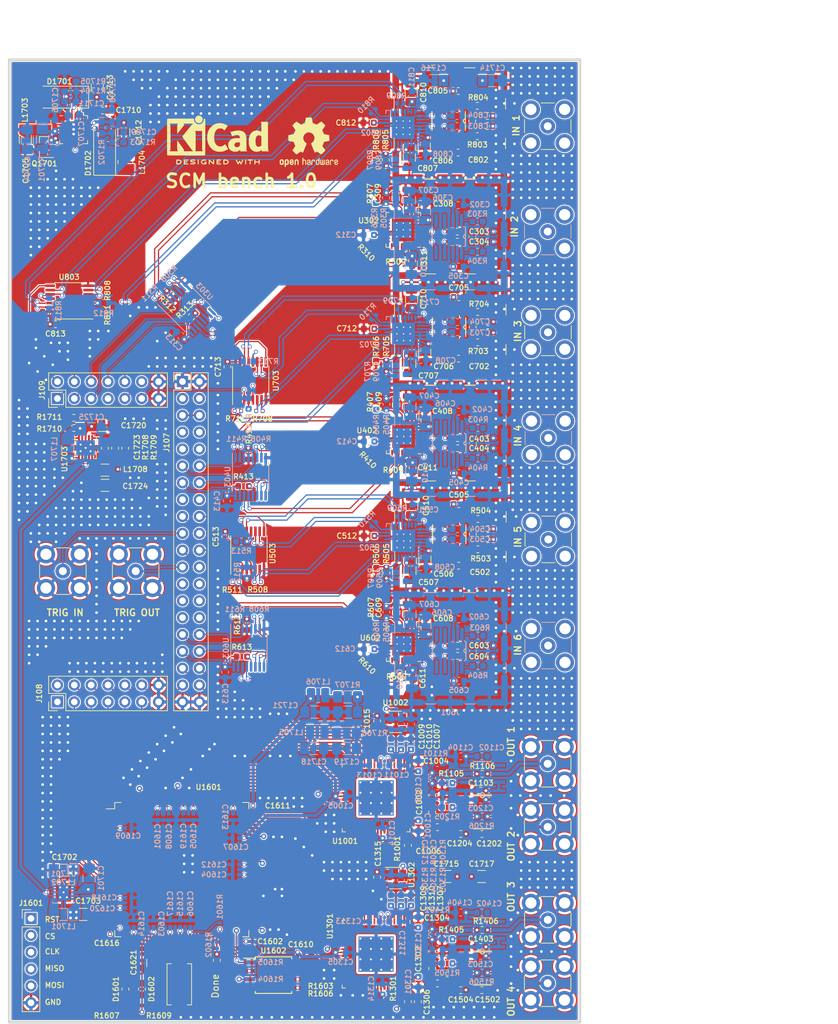
<source format=kicad_pcb>
(kicad_pcb (version 20171130) (host pcbnew 5.1.6-1.fc32)
  (layers (0 F.Cu signal) (1 In1.Cu signal) (2 In2.Cu signal) (31 B.Cu signal) (34 B.Paste user) (35 F.Paste user) (36 B.SilkS user) (37 F.SilkS user) (38 B.Mask user) (39 F.Mask user) (44 Edge.Cuts user))
  (net 0 "")
  (net 1 GND)
  (net 2 /USB_5V)
  (net 3 /3.3V)
  (net 4 "Net-(C301-Pad2)")
  (net 5 "Net-(C301-Pad1)")
  (net 6 "Net-(C305-Pad1)")
  (net 7 "Net-(C308-Pad1)")
  (net 8 "Net-(R305-Pad1)")
  (net 9 "Net-(R307-Pad2)")
  (net 10 /Sheet5F3E1819/Sheet5F3E1AE4/CNV+)
  (net 11 /Sheet5F3E1819/Sheet5F3E1AE4/CNV-)
  (net 12 /Sheet5F3E1819/Sheet5F3E1AE4/DCO+)
  (net 13 /Sheet5F3E1819/Sheet5F3E1AE4/DCO-)
  (net 14 /Sheet5F3E1819/Sheet5F3E1AE4/CLK+)
  (net 15 /Sheet5F3E1819/Sheet5F3E1AE4/CLK-)
  (net 16 /Sheet5F3E1819/Sheet5F3E1AE4/DA+)
  (net 17 /Sheet5F3E1819/Sheet5F3E1AE4/DA-)
  (net 18 "Net-(R303-Pad1)")
  (net 19 "Net-(R304-Pad1)")
  (net 20 "Net-(R312-Pad2)")
  (net 21 "Net-(R313-Pad2)")
  (net 22 /Sheet5F3E1819/Sheet5F3E1AE4/ADC1_OUT_IN-)
  (net 23 /Sheet5F3E1819/Sheet5F3E1AE4/ADC1_OUT_IN+)
  (net 24 "Net-(C302-Pad1)")
  (net 25 /Sheet5F3E1819/CH1_IN+)
  (net 26 /Sheet5F3E1819/CH1_IN-)
  (net 27 /Sheet5F3E1819/sheet5F766F53/DCO+)
  (net 28 /Sheet5F3E1819/sheet5F766F53/DCO-)
  (net 29 /Sheet5F3E1819/sheet5F766F53/CNV+)
  (net 30 /Sheet5F3E1819/sheet5F766F53/CNV-)
  (net 31 /Sheet5F3E1819/sheet5F766F53/CLK+)
  (net 32 /Sheet5F3E1819/sheet5F766F53/CLK-)
  (net 33 /Sheet5F3E1819/sheet5F766F53/DA+)
  (net 34 /Sheet5F3E1819/sheet5F766F53/DA-)
  (net 35 /Sheet5F3E1819/sheet5F7670FC/DCO+)
  (net 36 /Sheet5F3E1819/sheet5F7670FC/DCO-)
  (net 37 /Sheet5F3E1819/sheet5F7670FC/CNV+)
  (net 38 /Sheet5F3E1819/sheet5F7670FC/CNV-)
  (net 39 /Sheet5F3E1819/sheet5F7670FC/CLK+)
  (net 40 /Sheet5F3E1819/sheet5F7670FC/CLK-)
  (net 41 /Sheet5F3E1819/sheet5F7670FC/DA+)
  (net 42 /Sheet5F3E1819/sheet5F7670FC/DA-)
  (net 43 /Sheet5F3E1819/sheet5F7672A2/DCO+)
  (net 44 /Sheet5F3E1819/sheet5F7672A2/DCO-)
  (net 45 /Sheet5F3E1819/sheet5F7672A2/CNV+)
  (net 46 /Sheet5F3E1819/sheet5F7672A2/CNV-)
  (net 47 /Sheet5F3E1819/sheet5F7672A2/CLK+)
  (net 48 /Sheet5F3E1819/sheet5F7672A2/CLK-)
  (net 49 /Sheet5F3E1819/sheet5F7672A2/DA+)
  (net 50 /Sheet5F3E1819/sheet5F7672A2/DA-)
  (net 51 /Sheet5F3E1819/sheet5F767499/DCO+)
  (net 52 /Sheet5F3E1819/sheet5F767499/DCO-)
  (net 53 /Sheet5F3E1819/sheet5F767499/CNV+)
  (net 54 /Sheet5F3E1819/sheet5F767499/CNV-)
  (net 55 /Sheet5F3E1819/sheet5F767499/CLK+)
  (net 56 /Sheet5F3E1819/sheet5F767499/CLK-)
  (net 57 /Sheet5F3E1819/sheet5F767499/DA+)
  (net 58 /Sheet5F3E1819/sheet5F767499/DA-)
  (net 59 /Sheet5F3E1819/sheet5F76778E/DCO+)
  (net 60 /Sheet5F3E1819/sheet5F76778E/DCO-)
  (net 61 /Sheet5F3E1819/sheet5F76778E/CNV+)
  (net 62 /Sheet5F3E1819/sheet5F76778E/CNV-)
  (net 63 /Sheet5F3E1819/sheet5F76778E/CLK+)
  (net 64 /Sheet5F3E1819/sheet5F76778E/CLK-)
  (net 65 /Sheet5F3E1819/sheet5F76778E/DA+)
  (net 66 /Sheet5F3E1819/sheet5F76778E/DA-)
  (net 67 /Sheet5F3E1819/sheet5F766F53/ADC1_OUT_IN-)
  (net 68 /Sheet5F3E1819/sheet5F766F53/ADC1_OUT_IN+)
  (net 69 /Sheet5F3E1819/sheet5F7670FC/ADC1_OUT_IN-)
  (net 70 /Sheet5F3E1819/sheet5F7670FC/ADC1_OUT_IN+)
  (net 71 /Sheet5F3E1819/sheet5F7672A2/ADC1_OUT_IN-)
  (net 72 /Sheet5F3E1819/sheet5F7672A2/ADC1_OUT_IN+)
  (net 73 /Sheet5F3E1819/sheet5F767499/ADC1_OUT_IN-)
  (net 74 /Sheet5F3E1819/sheet5F767499/ADC1_OUT_IN+)
  (net 75 /Sheet5F3E1819/sheet5F76778E/ADC1_OUT_IN-)
  (net 76 /Sheet5F3E1819/sheet5F76778E/ADC1_OUT_IN+)
  (net 77 /Sheet5F3E1819/CH2_IN+)
  (net 78 /Sheet5F3E1819/CH2_IN-)
  (net 79 /Sheet5F3E1819/CH3_IN+)
  (net 80 /Sheet5F3E1819/CH3_IN-)
  (net 81 /Sheet5F3E1819/CH4_IN+)
  (net 82 /Sheet5F3E1819/CH4_IN-)
  (net 83 /Sheet5F3E1819/CH5_IN+)
  (net 84 /Sheet5F3E1819/CH5_IN-)
  (net 85 /Sheet5F3E1819/CH6_IN+)
  (net 86 /Sheet5F3E1819/CH6_IN-)
  (net 87 /Sheet5F420A25/Sheet5F420DB3/DAC_CLK_N)
  (net 88 /Sheet5F420A25/Sheet5F420DB3/DAC_CLK_P)
  (net 89 /Sheet5F420A25/Sheet5F420DB3/Sheet5F4D5B79/IN+)
  (net 90 /Sheet5F420A25/Sheet5F420DB3/Sheet5F4D5B79/IN-)
  (net 91 /Sheet5F420A25/Sheet5F420DB3/sheet5F53F8D8/IN+)
  (net 92 /Sheet5F420A25/Sheet5F420DB3/sheet5F53F8D8/IN-)
  (net 93 /Sheet5F420A25/Sheet5F420DB3/OUT1)
  (net 94 /Sheet5F420A25/Sheet5F420DB3/OUT2)
  (net 95 /Sheet5F420A25/sheet5F604603/DAC_CLK_N)
  (net 96 /Sheet5F420A25/sheet5F604603/DAC_CLK_P)
  (net 97 /Sheet5F420A25/sheet5F604603/Sheet5F4D5B79/IN+)
  (net 98 /Sheet5F420A25/sheet5F604603/Sheet5F4D5B79/IN-)
  (net 99 /Sheet5F420A25/sheet5F604603/sheet5F53F8D8/IN+)
  (net 100 /Sheet5F420A25/sheet5F604603/sheet5F53F8D8/IN-)
  (net 101 /Sheet5F420A25/sheet5F604603/OUT1)
  (net 102 /Sheet5F420A25/sheet5F604603/OUT2)
  (net 103 VCCIO_0)
  (net 104 VCC)
  (net 105 /Sheet5F420A25/sheet5F62EEDA/FLASH_CDONE)
  (net 106 /Sheet5F420A25/Sheet5F420DB3/CSB)
  (net 107 /Sheet5F420A25/sheet5F604603/CSB)
  (net 108 /Sheet5F420A25/DAC1_D0)
  (net 109 /Sheet5F420A25/DAC1_D1)
  (net 110 /Sheet5F420A25/DAC1_D2)
  (net 111 /Sheet5F420A25/DAC1_D3)
  (net 112 /Sheet5F420A25/DAC1_D4)
  (net 113 /Sheet5F420A25/DAC1_D5)
  (net 114 /Sheet5F420A25/DAC1_D6)
  (net 115 /Sheet5F420A25/DAC1_D7)
  (net 116 /Sheet5F420A25/DAC1_D8)
  (net 117 /Sheet5F420A25/DAC1_D9)
  (net 118 /Sheet5F420A25/DAC1_D10)
  (net 119 /Sheet5F420A25/DAC1_D11)
  (net 120 /Sheet5F420A25/DAC1_D12)
  (net 121 /Sheet5F420A25/DAC1_D13)
  (net 122 /Sheet5F420A25/DAC1_D14)
  (net 123 /Sheet5F420A25/DAC1_D15)
  (net 124 /Sheet5F420A25/sheet5F62EEDA/DAC1_RST)
  (net 125 /Sheet5F420A25/sheet5F62EEDA/DAC1_IQSEL)
  (net 126 /Sheet5F420A25/sheet5F62EEDA/DAC1_DCO)
  (net 127 /Sheet5F420A25/sheet5F62EEDA/DAC1_CLK)
  (net 128 /Sheet5F420A25/sheet5F62EEDA/DAC1_SDO)
  (net 129 /Sheet5F420A25/sheet5F62EEDA/DAC1_SDIO)
  (net 130 /Sheet5F420A25/sheet5F62EEDA/DAC1_SCLK)
  (net 131 /Sheet5F420A25/sheet5F62EEDA/DAC2_CLK)
  (net 132 /Sheet5F420A25/sheet5F62EEDA/DAC2_RST)
  (net 133 /Sheet5F420A25/sheet5F62EEDA/DAC2_SCLK)
  (net 134 /Sheet5F420A25/sheet5F62EEDA/DAC2_SDIO)
  (net 135 /Sheet5F420A25/sheet5F62EEDA/DAC2_SDO)
  (net 136 /Sheet5F420A25/sheet5F62EEDA/DAC2_IQSEL)
  (net 137 /Sheet5F420A25/sheet5F62EEDA/DAC2_DCO)
  (net 138 /Sheet5F420A25/DAC2_D0)
  (net 139 /Sheet5F420A25/DAC2_D1)
  (net 140 /Sheet5F420A25/DAC2_D2)
  (net 141 /Sheet5F420A25/DAC2_D3)
  (net 142 /Sheet5F420A25/DAC2_D4)
  (net 143 /Sheet5F420A25/DAC2_D5)
  (net 144 /Sheet5F420A25/DAC2_D6)
  (net 145 /Sheet5F420A25/DAC2_D7)
  (net 146 /Sheet5F420A25/DAC2_D8)
  (net 147 /Sheet5F420A25/DAC2_D9)
  (net 148 /Sheet5F420A25/DAC2_D10)
  (net 149 /Sheet5F420A25/DAC2_D11)
  (net 150 /Sheet5F420A25/DAC2_D12)
  (net 151 /Sheet5F420A25/DAC2_D13)
  (net 152 /Sheet5F420A25/DAC2_D14)
  (net 153 /Sheet5F420A25/DAC2_D15)
  (net 154 /ADC2_CNV)
  (net 155 /ADC2_CLK)
  (net 156 /ADC2_DCO)
  (net 157 /ADC2_DA)
  (net 158 /ADC3_CNV)
  (net 159 /ADC3_CLK)
  (net 160 /ADC3_DCO)
  (net 161 /ADC3_DA)
  (net 162 /ADC1_CNV)
  (net 163 /ADC1_CLK)
  (net 164 /ADC1_DCO)
  (net 165 /ADC1_DA)
  (net 166 /ADC5_CNV)
  (net 167 /ADC5_CLK)
  (net 168 /ADC5_DCO)
  (net 169 /ADC5_DA)
  (net 170 /ADC6_CNV)
  (net 171 /ADC6_CLK)
  (net 172 /ADC6_DCO)
  (net 173 /ADC6_DA)
  (net 174 /ADC4_CNV)
  (net 175 /ADC4_CLK)
  (net 176 /ADC4_DCO)
  (net 177 /ADC4_DA)
  (net 178 "Net-(C306-Pad1)")
  (net 179 "Net-(C401-Pad2)")
  (net 180 "Net-(C401-Pad1)")
  (net 181 "Net-(C402-Pad1)")
  (net 182 "Net-(C405-Pad1)")
  (net 183 "Net-(C406-Pad1)")
  (net 184 "Net-(C408-Pad1)")
  (net 185 "Net-(C501-Pad2)")
  (net 186 "Net-(C501-Pad1)")
  (net 187 "Net-(C502-Pad1)")
  (net 188 "Net-(C505-Pad1)")
  (net 189 "Net-(C506-Pad1)")
  (net 190 "Net-(C508-Pad1)")
  (net 191 "Net-(C601-Pad2)")
  (net 192 "Net-(C601-Pad1)")
  (net 193 "Net-(C602-Pad1)")
  (net 194 "Net-(C605-Pad1)")
  (net 195 "Net-(C606-Pad1)")
  (net 196 "Net-(C608-Pad1)")
  (net 197 "Net-(C701-Pad2)")
  (net 198 "Net-(C701-Pad1)")
  (net 199 "Net-(C702-Pad1)")
  (net 200 "Net-(C705-Pad1)")
  (net 201 "Net-(C706-Pad1)")
  (net 202 "Net-(C708-Pad1)")
  (net 203 "Net-(C801-Pad2)")
  (net 204 "Net-(C801-Pad1)")
  (net 205 "Net-(C802-Pad1)")
  (net 206 "Net-(C805-Pad1)")
  (net 207 "Net-(C806-Pad1)")
  (net 208 "Net-(C808-Pad1)")
  (net 209 "Net-(C1006-Pad2)")
  (net 210 "Net-(C1008-Pad1)")
  (net 211 "Net-(C1009-Pad1)")
  (net 212 "Net-(C1010-Pad1)")
  (net 213 "Net-(C1102-Pad2)")
  (net 214 "Net-(C1202-Pad2)")
  (net 215 "Net-(C1306-Pad2)")
  (net 216 "Net-(C1308-Pad1)")
  (net 217 "Net-(C1309-Pad1)")
  (net 218 "Net-(C1310-Pad1)")
  (net 219 "Net-(C1402-Pad2)")
  (net 220 "Net-(C1502-Pad2)")
  (net 221 "Net-(R403-Pad1)")
  (net 222 "Net-(R404-Pad1)")
  (net 223 "Net-(R405-Pad1)")
  (net 224 "Net-(R407-Pad2)")
  (net 225 "Net-(R412-Pad2)")
  (net 226 "Net-(R413-Pad2)")
  (net 227 "Net-(R503-Pad1)")
  (net 228 "Net-(R504-Pad1)")
  (net 229 "Net-(R505-Pad1)")
  (net 230 "Net-(R507-Pad2)")
  (net 231 "Net-(R512-Pad2)")
  (net 232 "Net-(R513-Pad2)")
  (net 233 "Net-(R603-Pad1)")
  (net 234 "Net-(R604-Pad1)")
  (net 235 "Net-(R605-Pad1)")
  (net 236 "Net-(R607-Pad2)")
  (net 237 "Net-(R612-Pad2)")
  (net 238 "Net-(R613-Pad2)")
  (net 239 "Net-(R703-Pad1)")
  (net 240 "Net-(R704-Pad1)")
  (net 241 "Net-(R705-Pad1)")
  (net 242 "Net-(R707-Pad2)")
  (net 243 "Net-(R712-Pad2)")
  (net 244 "Net-(R713-Pad2)")
  (net 245 "Net-(R803-Pad1)")
  (net 246 "Net-(R804-Pad1)")
  (net 247 "Net-(R805-Pad1)")
  (net 248 "Net-(R807-Pad2)")
  (net 249 "Net-(R812-Pad2)")
  (net 250 "Net-(R813-Pad2)")
  (net 251 "Net-(R1001-Pad1)")
  (net 252 "Net-(R1103-Pad1)")
  (net 253 "Net-(R1104-Pad1)")
  (net 254 "Net-(R1203-Pad1)")
  (net 255 "Net-(R1204-Pad1)")
  (net 256 "Net-(R1301-Pad1)")
  (net 257 "Net-(R1403-Pad1)")
  (net 258 "Net-(R1404-Pad1)")
  (net 259 "Net-(R1503-Pad1)")
  (net 260 "Net-(R1504-Pad1)")
  (net 261 "Net-(R1603-Pad2)")
  (net 262 "Net-(R1604-Pad2)")
  (net 263 /DAC_FPGA_IO2)
  (net 264 /DAC_FPGA_IO3)
  (net 265 /DAC_FPGA_IO0)
  (net 266 /DAC_FPGA_IO1)
  (net 267 /DAC_FPGA_IO12)
  (net 268 /DAC_FPGA_IO11)
  (net 269 /DAC_FPGA_IO10)
  (net 270 /DAC_FPGA_IO9)
  (net 271 /DAC_FPGA_IO8)
  (net 272 /DAC_FPGA_IO7)
  (net 273 /DAC_FPGA_IO6)
  (net 274 /DAC_FPGA_IO5)
  (net 275 /DAC_FPGA_IO4)
  (net 276 /DAC_FPGA_IO13)
  (net 277 "Net-(L1701-Pad1)")
  (net 278 "Net-(L1702-Pad1)")
  (net 279 /FLASH_MISO)
  (net 280 /FLASH_MOSI)
  (net 281 /FLASH_CLK)
  (net 282 /FLASH_SS)
  (net 283 /FLASH_~CRESET)
  (net 284 /-5V)
  (net 285 /5V)
  (net 286 /2.5V)
  (net 287 /#2.5V)
  (net 288 /#1.8V)
  (net 289 "Net-(C1705-Pad1)")
  (net 290 "Net-(C1706-Pad1)")
  (net 291 "Net-(C1707-Pad1)")
  (net 292 "Net-(C1708-Pad1)")
  (net 293 "Net-(C1709-Pad1)")
  (net 294 "Net-(C1710-Pad1)")
  (net 295 "Net-(C1711-Pad2)")
  (net 296 "Net-(D1701-Pad2)")
  (net 297 "Net-(D1702-Pad1)")
  (net 298 "Net-(Q1701-Pad1)")
  (net 299 "Net-(C1723-Pad2)")
  (net 300 "Net-(L1705-Pad2)")
  (net 301 "Net-(L1706-Pad2)")
  (net 302 "Net-(L1707-Pad1)")
  (net 303 "Net-(L1708-Pad1)")
  (net 304 "Net-(R1710-Pad2)")
  (net 305 /USB_3.3V)
  (net 306 /Sheet5F420A25/sheet5F62EEDA/FPGA_CLK)
  (net 307 /Sheet5F420A25/sheet5F62EEDA/BP)
  (net 308 "Net-(D1601-Pad2)")
  (net 309 /Sheet5F420A25/sheet5F62EEDA/LED1)
  (net 310 "Net-(D1602-Pad2)")
  (net 311 /Sheet5F420A25/sheet5F62EEDA/LED2)
  (net 312 /IOB_15)
  (net 313 /IOB_11)
  (module Connector_Coaxial:SMB_Jack_Vertical (layer F.Cu) (at 79.0444 107.0356)
    (fp_text reference J111 hide)
    (fp_text value Conn_Coaxial)
    (pad 1 thru_hole circle (at 0 0) (size 2.24 2.24) (drill 1.2) (layers *.Cu *.Mask) (net 313 /IOB_11))
    (pad 2 thru_hole circle (at -2.54 -2.54) (size 2.74 2.74) (drill 1.7) (layers *.Cu *.Mask) (net 1 GND))
    (pad 2 thru_hole circle (at 2.54 -2.54) (size 2.74 2.74) (drill 1.7) (layers *.Cu *.Mask) (net 1 GND))
    (pad 2 thru_hole circle (at 2.54 2.54) (size 2.74 2.74) (drill 1.7) (layers *.Cu *.Mask) (net 1 GND))
    (pad 2 thru_hole circle (at -2.54 2.54) (size 2.74 2.74) (drill 1.7) (layers *.Cu *.Mask) (net 1 GND))
  )
  (module Connector_Coaxial:SMB_Jack_Vertical (layer F.Cu) (at 68.072 107.0356)
    (fp_text reference J110 hide)
    (fp_text value Conn_Coaxial)
    (pad 1 thru_hole circle (at 0 0) (size 2.24 2.24) (drill 1.2) (layers *.Cu *.Mask) (net 312 /IOB_15))
    (pad 2 thru_hole circle (at -2.54 -2.54) (size 2.74 2.74) (drill 1.7) (layers *.Cu *.Mask) (net 1 GND))
    (pad 2 thru_hole circle (at 2.54 -2.54) (size 2.74 2.74) (drill 1.7) (layers *.Cu *.Mask) (net 1 GND))
    (pad 2 thru_hole circle (at 2.54 2.54) (size 2.74 2.74) (drill 1.7) (layers *.Cu *.Mask) (net 1 GND))
    (pad 2 thru_hole circle (at -2.54 2.54) (size 2.74 2.74) (drill 1.7) (layers *.Cu *.Mask) (net 1 GND))
  )
  (module Capacitor_SMD:C_0402_1005Metric (layer F.Cu) (at 84.55 164.8 180)
    (fp_text reference C1622 hide)
    (fp_text value 100nF)
    (pad 1 smd roundrect (at -0.485 0 180) (size 0.59 0.64) (layers F.Cu F.Paste F.Mask) (net 307 /Sheet5F420A25/sheet5F62EEDA/BP))
    (pad 2 smd roundrect (at 0.485 0 180) (size 0.59 0.64) (layers F.Cu F.Paste F.Mask) (net 1 GND))
  )
  (module Button_Switch_SMD:SW_SPST_EVQPE1 (layer F.Cu) (at 85.625 169.275 90)
    (fp_text reference SW1601 hide)
    (fp_text value SW_Push)
    (pad 2 smd rect (at 2.7 0 90) (size 2 1.6) (layers F.Cu F.Paste F.Mask) (net 307 /Sheet5F420A25/sheet5F62EEDA/BP))
    (pad 1 smd rect (at -2.7 0 90) (size 2 1.6) (layers F.Cu F.Paste F.Mask) (net 1 GND))
  )
  (module Resistor_SMD:R_0402_1005Metric (layer F.Cu) (at 80 172.95 90)
    (fp_text reference R1609 (at -1.04 2.55 180) (layer F.SilkS) (effects (font (size 0.8 0.8))))
    (fp_text value 2K2)
    (pad 1 smd roundrect (at -0.485 0 90) (size 0.59 0.64) (layers F.Cu F.Paste F.Mask) (net 103 VCCIO_0))
    (pad 2 smd roundrect (at 0.485 0 90) (size 0.59 0.64) (layers F.Cu F.Paste F.Mask) (net 310 "Net-(D1602-Pad2)"))
  )
  (module Resistor_SMD:R_0402_1005Metric (layer F.Cu) (at 86.425 164.8 180)
    (fp_text reference R1608 hide)
    (fp_text value 2K2)
    (pad 1 smd roundrect (at -0.485 0 180) (size 0.59 0.64) (layers F.Cu F.Paste F.Mask) (net 103 VCCIO_0))
    (pad 2 smd roundrect (at 0.485 0 180) (size 0.59 0.64) (layers F.Cu F.Paste F.Mask) (net 307 /Sheet5F420A25/sheet5F62EEDA/BP))
  )
  (module Resistor_SMD:R_0402_1005Metric (layer F.Cu) (at 77.5 172.95 90)
    (fp_text reference R1607 (at -1.04 -2.824 180) (layer F.SilkS) (effects (font (size 0.8 0.8))))
    (fp_text value 2K2)
    (pad 1 smd roundrect (at -0.485 0 90) (size 0.59 0.64) (layers F.Cu F.Paste F.Mask) (net 103 VCCIO_0))
    (pad 2 smd roundrect (at 0.485 0 90) (size 0.59 0.64) (layers F.Cu F.Paste F.Mask) (net 308 "Net-(D1601-Pad2)"))
  )
  (module Resistor_SMD:R_0603_1608Metric_Pad1.05x0.95mm_HandSolder (layer F.Cu) (at 80 170 270)
    (fp_text reference D1602 (at 0 -1.43 90) (layer F.SilkS) (effects (font (size 0.8 0.8))))
    (fp_text value LED)
    (pad 1 smd roundrect (at -0.875 0 270) (size 1.05 0.95) (layers F.Cu F.Paste F.Mask) (net 311 /Sheet5F420A25/sheet5F62EEDA/LED2))
    (pad 2 smd roundrect (at 0.875 0 270) (size 1.05 0.95) (layers F.Cu F.Paste F.Mask) (net 310 "Net-(D1602-Pad2)"))
  )
  (module Resistor_SMD:R_0603_1608Metric_Pad1.05x0.95mm_HandSolder (layer F.Cu) (at 77.5 170 270)
    (fp_text reference D1601 (at 0 1.427 90) (layer F.SilkS) (effects (font (size 0.8 0.8))))
    (fp_text value LED)
    (pad 1 smd roundrect (at -0.875 0 270) (size 1.05 0.95) (layers F.Cu F.Paste F.Mask) (net 309 /Sheet5F420A25/sheet5F62EEDA/LED1))
    (pad 2 smd roundrect (at 0.875 0 270) (size 1.05 0.95) (layers F.Cu F.Paste F.Mask) (net 308 "Net-(D1601-Pad2)"))
  )
  (module Oscillator:Oscillator_SMD_Abracon_ASDMB-4Pin_2.5x2.0mm (layer F.Cu) (at 82.075 165.5)
    (fp_text reference U1603 hide)
    (fp_text value ASDMB-xxxMHz)
    (pad 1 smd rect (at -0.825 0.775) (size 0.65 0.85) (layers F.Cu F.Paste F.Mask))
    (pad 2 smd rect (at 0.825 0.775) (size 0.65 0.85) (layers F.Cu F.Paste F.Mask) (net 1 GND))
    (pad 3 smd rect (at 0.825 -0.775) (size 0.65 0.85) (layers F.Cu F.Paste F.Mask) (net 306 /Sheet5F420A25/sheet5F62EEDA/FPGA_CLK))
    (pad 4 smd rect (at -0.825 -0.775) (size 0.65 0.85) (layers F.Cu F.Paste F.Mask) (net 103 VCCIO_0))
  )
  (module Capacitor_SMD:C_0402_1005Metric (layer F.Cu) (at 80.075 165.2 270)
    (fp_text reference C1621 (at 0.789 1.335 90) (layer F.SilkS) (effects (font (size 0.8 0.8))))
    (fp_text value 100nF)
    (pad 1 smd roundrect (at -0.485 0 270) (size 0.59 0.64) (layers F.Cu F.Paste F.Mask) (net 103 VCCIO_0))
    (pad 2 smd roundrect (at 0.485 0 270) (size 0.59 0.64) (layers F.Cu F.Paste F.Mask) (net 1 GND))
  )
  (module Package_SON:Texas_S-PVSON-N10_ThermalVias (layer F.Cu) (at 71.499 88.473 270)
    (fp_text reference U1703 (at 1.697 3.173 90) (layer F.SilkS) (effects (font (size 0.8 0.8))))
    (fp_text value tps6240x)
    (pad 1 smd oval (at -1.475 -1 270) (size 0.85 0.28) (layers F.Cu F.Paste F.Mask) (net 299 "Net-(C1723-Pad2)"))
    (pad 2 smd oval (at -1.475 -0.5 270) (size 0.85 0.28) (layers F.Cu F.Paste F.Mask) (net 1 GND))
    (pad 3 smd rect (at -1.76 0 270) (size 0.28 0.28) (layers F.Cu F.Paste F.Mask) (net 2 /USB_5V))
    (pad 4 smd oval (at -1.475 0.5 270) (size 0.85 0.28) (layers F.Cu F.Paste F.Mask) (net 288 /#1.8V))
    (pad 5 smd rect (at -1.76 1 270) (size 0.28 0.28) (layers F.Cu F.Paste F.Mask) (net 304 "Net-(R1710-Pad2)"))
    (pad 6 smd oval (at 1.475 1 270) (size 0.85 0.28) (layers F.Cu F.Paste F.Mask) (net 302 "Net-(L1707-Pad1)"))
    (pad 7 smd oval (at 1.475 0.5 270) (size 0.85 0.28) (layers F.Cu F.Paste F.Mask) (net 2 /USB_5V))
    (pad 8 smd rect (at 1.76 0 270) (size 0.28 0.28) (layers F.Cu F.Paste F.Mask) (net 1 GND))
    (pad 9 smd rect (at 1.76 -0.5 270) (size 0.28 0.28) (layers F.Cu F.Paste F.Mask) (net 2 /USB_5V))
    (pad 10 smd rect (at 1.76 -1 270) (size 0.28 0.28) (layers F.Cu F.Paste F.Mask) (net 303 "Net-(L1708-Pad1)"))
    (pad 11 smd rect (at -0.45 -0.635 270) (size 0.68 1.05) (layers F.Cu F.Paste F.Mask) (net 1 GND))
    (pad 11 smd rect (at -0.25 -1.55 270) (size 0.28 0.7) (layers F.Cu F.Mask) (net 1 GND))
    (pad 11 smd rect (at -0.25 -1.63 270) (size 0.26 0.5) (layers F.Cu F.Paste F.Mask) (net 1 GND))
    (pad 11 smd rect (at 0.25 -1.55 270) (size 0.28 0.7) (layers F.Cu F.Mask) (net 1 GND))
    (pad 11 smd rect (at -0.25 1.55 270) (size 0.28 0.7) (layers F.Cu F.Mask) (net 1 GND))
    (pad 11 smd rect (at 0.25 1.55 270) (size 0.28 0.7) (layers F.Cu F.Mask) (net 1 GND))
    (pad 11 smd rect (at 0.25 -1.63 270) (size 0.26 0.5) (layers F.Cu F.Paste F.Mask) (net 1 GND))
    (pad 11 smd rect (at -0.25 1.63 270) (size 0.26 0.5) (layers F.Cu F.Paste F.Mask) (net 1 GND))
    (pad 11 smd rect (at 0.25 1.63 270) (size 0.26 0.5) (layers F.Cu F.Paste F.Mask) (net 1 GND))
    (pad 11 smd rect (at 0.45 -0.635 270) (size 0.68 1.05) (layers F.Cu F.Paste F.Mask) (net 1 GND))
    (pad 11 smd rect (at -0.45 0.635 270) (size 0.68 1.05) (layers F.Cu F.Paste F.Mask) (net 1 GND))
    (pad 11 smd rect (at 0.45 0.635 270) (size 0.68 1.05) (layers F.Cu F.Paste F.Mask) (net 1 GND))
    (pad 11 smd rect (at 0 0 270) (size 1.65 2.4) (layers F.Cu F.Mask) (net 1 GND))
    (pad 1 smd rect (at -1.76 -1 270) (size 0.28 0.28) (layers F.Cu F.Paste F.Mask) (net 299 "Net-(C1723-Pad2)"))
    (pad 2 smd rect (at -1.76 -0.5 270) (size 0.28 0.28) (layers F.Cu F.Paste F.Mask) (net 1 GND))
    (pad 3 smd oval (at -1.475 0 270) (size 0.85 0.28) (layers F.Cu F.Paste F.Mask) (net 2 /USB_5V))
    (pad 4 smd rect (at -1.76 0.5 270) (size 0.28 0.28) (layers F.Cu F.Paste F.Mask) (net 288 /#1.8V))
    (pad 5 smd oval (at -1.475 1 270) (size 0.85 0.28) (layers F.Cu F.Paste F.Mask) (net 304 "Net-(R1710-Pad2)"))
    (pad 6 smd rect (at 1.76 1 270) (size 0.28 0.28) (layers F.Cu F.Paste F.Mask) (net 302 "Net-(L1707-Pad1)"))
    (pad 7 smd rect (at 1.76 0.5 270) (size 0.28 0.28) (layers F.Cu F.Paste F.Mask) (net 2 /USB_5V))
    (pad 8 smd oval (at 1.475 0 270) (size 0.85 0.28) (layers F.Cu F.Paste F.Mask) (net 1 GND))
    (pad 9 smd oval (at 1.475 -0.5 270) (size 0.85 0.28) (layers F.Cu F.Paste F.Mask) (net 2 /USB_5V))
    (pad 10 smd oval (at 1.475 -1 270) (size 0.85 0.28) (layers F.Cu F.Paste F.Mask) (net 303 "Net-(L1708-Pad1)"))
    (pad 11 thru_hole circle (at 0.5 0.75 270) (size 0.6 0.6) (drill 0.3) (layers *.Cu *.Mask) (net 1 GND))
    (pad 11 thru_hole circle (at 0 0 270) (size 0.6 0.6) (drill 0.3) (layers *.Cu *.Mask) (net 1 GND))
    (pad 11 thru_hole circle (at 0.5 -0.75 270) (size 0.6 0.6) (drill 0.3) (layers *.Cu *.Mask) (net 1 GND))
    (pad 11 thru_hole circle (at -0.5 -0.75 270) (size 0.6 0.6) (drill 0.3) (layers *.Cu *.Mask) (net 1 GND))
    (pad 11 thru_hole circle (at -0.5 0.75 270) (size 0.6 0.6) (drill 0.3) (layers *.Cu *.Mask) (net 1 GND))
    (pad 11 smd rect (at 0 0 270) (size 2.3 2.8) (layers B.Cu) (net 1 GND))
  )
  (module Resistor_SMD:R_0603_1608Metric_Pad1.05x0.95mm_HandSolder (layer F.Cu) (at 69.723 83.947)
    (fp_text reference R1711 (at -3.683 -0.127) (layer F.SilkS) (effects (font (size 0.8 0.8))))
    (fp_text value R)
    (pad 1 smd roundrect (at -0.875 0) (size 1.05 0.95) (layers F.Cu F.Paste F.Mask) (net 304 "Net-(R1710-Pad2)"))
    (pad 2 smd roundrect (at 0.875 0) (size 1.05 0.95) (layers F.Cu F.Paste F.Mask) (net 1 GND))
  )
  (module Resistor_SMD:R_0603_1608Metric_Pad1.05x0.95mm_HandSolder (layer F.Cu) (at 69.723 85.471 180)
    (fp_text reference R1710 (at 3.683 -0.127) (layer F.SilkS) (effects (font (size 0.8 0.8))))
    (fp_text value R)
    (pad 1 smd roundrect (at -0.875 0 180) (size 1.05 0.95) (layers F.Cu F.Paste F.Mask) (net 288 /#1.8V))
    (pad 2 smd roundrect (at 0.875 0 180) (size 1.05 0.95) (layers F.Cu F.Paste F.Mask) (net 304 "Net-(R1710-Pad2)"))
  )
  (module Resistor_SMD:R_0603_1608Metric_Pad1.05x0.95mm_HandSolder (layer F.Cu) (at 77.47 88.519 270)
    (fp_text reference R1709 (at -0.127 -4.318 90) (layer F.SilkS) (effects (font (size 0.8 0.8))))
    (fp_text value R)
    (pad 1 smd roundrect (at -0.875 0 270) (size 1.05 0.95) (layers F.Cu F.Paste F.Mask) (net 299 "Net-(C1723-Pad2)"))
    (pad 2 smd roundrect (at 0.875 0 270) (size 1.05 0.95) (layers F.Cu F.Paste F.Mask) (net 1 GND))
  )
  (module Resistor_SMD:R_0603_1608Metric_Pad1.05x0.95mm_HandSolder (layer F.Cu) (at 75.946 88.519 90)
    (fp_text reference R1708 (at 0.127 4.572 90) (layer F.SilkS) (effects (font (size 0.8 0.8))))
    (fp_text value R)
    (pad 1 smd roundrect (at -0.875 0 90) (size 1.05 0.95) (layers F.Cu F.Paste F.Mask) (net 287 /#2.5V))
    (pad 2 smd roundrect (at 0.875 0 90) (size 1.05 0.95) (layers F.Cu F.Paste F.Mask) (net 299 "Net-(C1723-Pad2)"))
  )
  (module Resistor_SMD:R_1206_3216Metric_Pad1.42x1.75mm_HandSolder (layer B.Cu) (at 110.998 125.984 180)
    (fp_text reference R1707 (at 0 1.82) (layer B.SilkS) (effects (font (size 0.8 0.8)) (justify mirror)))
    (fp_text value 500m)
    (pad 2 smd roundrect (at 1.4875 0 180) (size 1.425 1.75) (layers B.Cu B.Paste B.Mask) (roundrect_rratio 0.175439) (net 301 "Net-(L1706-Pad2)"))
    (pad 1 smd roundrect (at -1.4875 0 180) (size 1.425 1.75) (layers B.Cu B.Paste B.Mask) (roundrect_rratio 0.175439) (net 286 /2.5V))
  )
  (module Resistor_SMD:R_1206_3216Metric_Pad1.42x1.75mm_HandSolder (layer B.Cu) (at 110.8456 131.4704 180)
    (fp_text reference R1706 (at -4.2164 0.0254) (layer B.SilkS) (effects (font (size 0.8 0.8)) (justify mirror)))
    (fp_text value 500m)
    (pad 2 smd roundrect (at 1.4875 0 180) (size 1.425 1.75) (layers B.Cu B.Paste B.Mask) (roundrect_rratio 0.175439) (net 300 "Net-(L1705-Pad2)"))
    (pad 1 smd roundrect (at -1.4875 0 180) (size 1.425 1.75) (layers B.Cu B.Paste B.Mask) (roundrect_rratio 0.175439) (net 3 /3.3V))
  )
  (module Inductor_SMD:L_1206_3216Metric_Pad1.42x1.75mm_HandSolder (layer F.Cu) (at 74.422 91.821)
    (fp_text reference L1708 (at 4.572 -0.127) (layer F.SilkS) (effects (font (size 0.8 0.8))))
    (fp_text value 2.2uH)
    (pad 1 smd roundrect (at -1.4875 0) (size 1.425 1.75) (layers F.Cu F.Paste F.Mask) (roundrect_rratio 0.175439) (net 303 "Net-(L1708-Pad1)"))
    (pad 2 smd roundrect (at 1.4875 0) (size 1.425 1.75) (layers F.Cu F.Paste F.Mask) (roundrect_rratio 0.175439) (net 287 /#2.5V))
  )
  (module Inductor_SMD:L_1206_3216Metric_Pad1.42x1.75mm_HandSolder (layer B.Cu) (at 68.8086 88.646 90)
    (fp_text reference L1707 (at 0 -2.0066 90) (layer B.SilkS) (effects (font (size 0.8 0.8)) (justify mirror)))
    (fp_text value 2.2uH)
    (pad 2 smd roundrect (at 1.4875 0 90) (size 1.425 1.75) (layers B.Cu B.Paste B.Mask) (roundrect_rratio 0.175439) (net 288 /#1.8V))
    (pad 1 smd roundrect (at -1.4875 0 90) (size 1.425 1.75) (layers B.Cu B.Paste B.Mask) (roundrect_rratio 0.175439) (net 302 "Net-(L1707-Pad1)"))
  )
  (module Inductor_SMD:L_1008_2520Metric (layer B.Cu) (at 106.553 125.73)
    (fp_text reference L1706 (at 0 -2.032) (layer B.SilkS) (effects (font (size 0.8 0.8)) (justify mirror)))
    (fp_text value 4.7uH)
    (pad 2 smd roundrect (at 1.075 0) (size 1.25 2.2) (layers B.Cu B.Paste B.Mask) (roundrect_rratio 0.2) (net 301 "Net-(L1706-Pad2)"))
    (pad 1 smd roundrect (at -1.075 0) (size 1.25 2.2) (layers B.Cu B.Paste B.Mask) (roundrect_rratio 0.2) (net 287 /#2.5V))
  )
  (module Inductor_SMD:L_1008_2520Metric (layer B.Cu) (at 106.426 131.2672)
    (fp_text reference L1705 (at -3.937 0.0508) (layer B.SilkS) (effects (font (size 0.8 0.8)) (justify mirror)))
    (fp_text value 4.7uH)
    (pad 2 smd roundrect (at 1.075 0) (size 1.25 2.2) (layers B.Cu B.Paste B.Mask) (roundrect_rratio 0.2) (net 300 "Net-(L1705-Pad2)"))
    (pad 1 smd roundrect (at -1.075 0) (size 1.25 2.2) (layers B.Cu B.Paste B.Mask) (roundrect_rratio 0.2) (net 103 VCCIO_0))
  )
  (module Capacitor_SMD:C_1206_3216Metric_Pad1.42x1.75mm_HandSolder (layer B.Cu) (at 72.39 85.598)
    (fp_text reference C1725 (at 0 -1.778 180) (layer B.SilkS) (effects (font (size 0.8 0.8)) (justify mirror)))
    (fp_text value 10uF)
    (pad 2 smd roundrect (at 1.4875 0) (size 1.425 1.75) (layers B.Cu B.Paste B.Mask) (roundrect_rratio 0.175439) (net 1 GND))
    (pad 1 smd roundrect (at -1.4875 0) (size 1.425 1.75) (layers B.Cu B.Paste B.Mask) (roundrect_rratio 0.175439) (net 288 /#1.8V))
  )
  (module Capacitor_SMD:C_1206_3216Metric_Pad1.42x1.75mm_HandSolder (layer F.Cu) (at 74.422 94.107 180)
    (fp_text reference C1724 (at -4.572 -0.127) (layer F.SilkS) (effects (font (size 0.8 0.8))))
    (fp_text value 10uF)
    (pad 1 smd roundrect (at -1.4875 0 180) (size 1.425 1.75) (layers F.Cu F.Paste F.Mask) (roundrect_rratio 0.175439) (net 287 /#2.5V))
    (pad 2 smd roundrect (at 1.4875 0 180) (size 1.425 1.75) (layers F.Cu F.Paste F.Mask) (roundrect_rratio 0.175439) (net 1 GND))
  )
  (module Capacitor_SMD:C_0603_1608Metric_Pad1.05x0.95mm_HandSolder (layer F.Cu) (at 74.422 88.519 90)
    (fp_text reference C1723 (at 0.127 4.826 90) (layer F.SilkS) (effects (font (size 0.8 0.8))))
    (fp_text value C)
    (pad 1 smd roundrect (at -0.875 0 90) (size 1.05 0.95) (layers F.Cu F.Paste F.Mask) (net 287 /#2.5V))
    (pad 2 smd roundrect (at 0.875 0 90) (size 1.05 0.95) (layers F.Cu F.Paste F.Mask) (net 299 "Net-(C1723-Pad2)"))
  )
  (module Capacitor_SMD:C_1206_3216Metric_Pad1.42x1.75mm_HandSolder (layer B.Cu) (at 110.998 128.27 180)
    (fp_text reference C1722 hide)
    (fp_text value 22uF)
    (pad 2 smd roundrect (at 1.4875 0 180) (size 1.425 1.75) (layers B.Cu B.Paste B.Mask) (roundrect_rratio 0.175439) (net 1 GND))
    (pad 1 smd roundrect (at -1.4875 0 180) (size 1.425 1.75) (layers B.Cu B.Paste B.Mask) (roundrect_rratio 0.175439) (net 286 /2.5V))
  )
  (module Capacitor_SMD:C_1206_3216Metric_Pad1.42x1.75mm_HandSolder (layer B.Cu) (at 106.045 128.27)
    (fp_text reference C1721 (at -4.445 -1.016) (layer B.SilkS) (effects (font (size 0.8 0.8)) (justify mirror)))
    (fp_text value 22uF)
    (pad 2 smd roundrect (at 1.4875 0) (size 1.425 1.75) (layers B.Cu B.Paste B.Mask) (roundrect_rratio 0.175439) (net 1 GND))
    (pad 1 smd roundrect (at -1.4875 0) (size 1.425 1.75) (layers B.Cu B.Paste B.Mask) (roundrect_rratio 0.175439) (net 287 /#2.5V))
  )
  (module Capacitor_SMD:C_1206_3216Metric_Pad1.42x1.75mm_HandSolder (layer F.Cu) (at 74.041 85.09)
    (fp_text reference C1720 (at 4.699 0) (layer F.SilkS) (effects (font (size 0.8 0.8))))
    (fp_text value 10uF)
    (pad 1 smd roundrect (at -1.4875 0) (size 1.425 1.75) (layers F.Cu F.Paste F.Mask) (roundrect_rratio 0.175439) (net 2 /USB_5V))
    (pad 2 smd roundrect (at 1.4875 0) (size 1.425 1.75) (layers F.Cu F.Paste F.Mask) (roundrect_rratio 0.175439) (net 1 GND))
  )
  (module Capacitor_SMD:C_1206_3216Metric_Pad1.42x1.75mm_HandSolder (layer B.Cu) (at 110.8456 133.7564 180)
    (fp_text reference C1719 (at -0.0254 -2.0066) (layer B.SilkS) (effects (font (size 0.8 0.8)) (justify mirror)))
    (fp_text value 22uF)
    (pad 2 smd roundrect (at 1.4875 0 180) (size 1.425 1.75) (layers B.Cu B.Paste B.Mask) (roundrect_rratio 0.175439) (net 1 GND))
    (pad 1 smd roundrect (at -1.4875 0 180) (size 1.425 1.75) (layers B.Cu B.Paste B.Mask) (roundrect_rratio 0.175439) (net 3 /3.3V))
  )
  (module Capacitor_SMD:C_1206_3216Metric_Pad1.42x1.75mm_HandSolder (layer B.Cu) (at 105.918 133.7564)
    (fp_text reference C1718 (at 0 2.0066) (layer B.SilkS) (effects (font (size 0.8 0.8)) (justify mirror)))
    (fp_text value 22uF)
    (pad 2 smd roundrect (at 1.4875 0) (size 1.425 1.75) (layers B.Cu B.Paste B.Mask) (roundrect_rratio 0.175439) (net 1 GND))
    (pad 1 smd roundrect (at -1.4875 0) (size 1.425 1.75) (layers B.Cu B.Paste B.Mask) (roundrect_rratio 0.175439) (net 103 VCCIO_0))
  )
  (module Capacitor_SMD:C_1206_3216Metric_Pad1.42x1.75mm_HandSolder (layer F.Cu) (at 131.191 153.035)
    (fp_text reference C1717 (at 0 -1.905) (layer F.SilkS) (effects (font (size 0.8 0.8))))
    (fp_text value 4.7uF)
    (pad 1 smd roundrect (at -1.4875 0) (size 1.425 1.75) (layers F.Cu F.Paste F.Mask) (roundrect_rratio 0.175439) (net 285 /5V))
    (pad 2 smd roundrect (at 1.4875 0) (size 1.425 1.75) (layers F.Cu F.Paste F.Mask) (roundrect_rratio 0.175439) (net 1 GND))
  )
  (module Capacitor_SMD:C_1206_3216Metric_Pad1.42x1.75mm_HandSolder (layer B.Cu) (at 123.952 33.147 180)
    (fp_text reference C1716 (at 0 1.905) (layer B.SilkS) (effects (font (size 0.8 0.8)) (justify mirror)))
    (fp_text value 4.7uF)
    (pad 2 smd roundrect (at 1.4875 0 180) (size 1.425 1.75) (layers B.Cu B.Paste B.Mask) (roundrect_rratio 0.175439) (net 1 GND))
    (pad 1 smd roundrect (at -1.4875 0 180) (size 1.425 1.75) (layers B.Cu B.Paste B.Mask) (roundrect_rratio 0.175439) (net 285 /5V))
  )
  (module Capacitor_SMD:C_1206_3216Metric_Pad1.42x1.75mm_HandSolder (layer F.Cu) (at 125.984 153.035 180)
    (fp_text reference C1715 (at 0.127 1.905) (layer F.SilkS) (effects (font (size 0.8 0.8))))
    (fp_text value 4.7uF)
    (pad 1 smd roundrect (at -1.4875 0 180) (size 1.425 1.75) (layers F.Cu F.Paste F.Mask) (roundrect_rratio 0.175439) (net 284 /-5V))
    (pad 2 smd roundrect (at 1.4875 0 180) (size 1.425 1.75) (layers F.Cu F.Paste F.Mask) (roundrect_rratio 0.175439) (net 1 GND))
  )
  (module Capacitor_SMD:C_1206_3216Metric_Pad1.42x1.75mm_HandSolder (layer B.Cu) (at 132.842 33.147)
    (fp_text reference C1714 (at 0 -1.905) (layer B.SilkS) (effects (font (size 0.8 0.8)) (justify mirror)))
    (fp_text value 4.7uF)
    (pad 2 smd roundrect (at 1.4875 0) (size 1.425 1.75) (layers B.Cu B.Paste B.Mask) (roundrect_rratio 0.175439) (net 1 GND))
    (pad 1 smd roundrect (at -1.4875 0) (size 1.425 1.75) (layers B.Cu B.Paste B.Mask) (roundrect_rratio 0.175439) (net 284 /-5V))
  )
  (module Resistor_SMD:R_0603_1608Metric_Pad1.05x0.95mm_HandSolder (layer B.Cu) (at 69.215 34.7726)
    (fp_text reference R1704 (at 3.429 -0.1016) (layer B.SilkS) (effects (font (size 0.8 0.8)) (justify mirror)))
    (fp_text value R)
    (pad 2 smd roundrect (at 0.875 0) (size 1.05 0.95) (layers B.Cu B.Paste B.Mask) (net 295 "Net-(C1711-Pad2)"))
    (pad 1 smd roundrect (at -0.875 0) (size 1.05 0.95) (layers B.Cu B.Paste B.Mask) (net 285 /5V))
  )
  (module Package_DFN_QFN:HVQFN-24-1EP_4x4mm_P0.5mm_EP2.5x2.5mm (layer F.Cu) (at 69.6976 40.5384)
    (fp_text reference U1702 hide)
    (fp_text value TPS6513x)
    (pad 1 smd roundrect (at -1.9375 -1.25) (size 0.875 0.25) (layers F.Cu F.Paste F.Mask) (net 296 "Net-(D1701-Pad2)"))
    (pad 2 smd roundrect (at -1.9375 -0.75) (size 0.875 0.25) (layers F.Cu F.Paste F.Mask) (net 1 GND))
    (pad 3 smd roundrect (at -1.9375 -0.25) (size 0.875 0.25) (layers F.Cu F.Paste F.Mask) (net 1 GND))
    (pad 4 smd roundrect (at -1.9375 0.25) (size 0.875 0.25) (layers F.Cu F.Paste F.Mask) (net 290 "Net-(C1706-Pad1)"))
    (pad 5 smd roundrect (at -1.9375 0.75) (size 0.875 0.25) (layers F.Cu F.Paste F.Mask) (net 2 /USB_5V))
    (pad 6 smd roundrect (at -1.9375 1.25) (size 0.875 0.25) (layers F.Cu F.Paste F.Mask) (net 2 /USB_5V))
    (pad 7 smd roundrect (at -1.25 1.9375) (size 0.25 0.875) (layers F.Cu F.Paste F.Mask) (net 298 "Net-(Q1701-Pad1)"))
    (pad 8 smd roundrect (at -0.75 1.9375) (size 0.25 0.875) (layers F.Cu F.Paste F.Mask) (net 2 /USB_5V))
    (pad 9 smd roundrect (at -0.25 1.9375) (size 0.25 0.875) (layers F.Cu F.Paste F.Mask) (net 2 /USB_5V))
    (pad 10 smd roundrect (at 0.25 1.9375) (size 0.25 0.875) (layers F.Cu F.Paste F.Mask) (net 2 /USB_5V))
    (pad 11 smd roundrect (at 0.75 1.9375) (size 0.25 0.875) (layers F.Cu F.Paste F.Mask) (net 2 /USB_5V))
    (pad 12 smd roundrect (at 1.25 1.9375) (size 0.25 0.875) (layers F.Cu F.Paste F.Mask))
    (pad 13 smd roundrect (at 1.9375 1.25) (size 0.875 0.25) (layers F.Cu F.Paste F.Mask) (net 297 "Net-(D1702-Pad1)"))
    (pad 14 smd roundrect (at 1.9375 0.75) (size 0.875 0.25) (layers F.Cu F.Paste F.Mask) (net 297 "Net-(D1702-Pad1)"))
    (pad 15 smd roundrect (at 1.9375 0.25) (size 0.875 0.25) (layers F.Cu F.Paste F.Mask) (net 284 /-5V))
    (pad 16 smd roundrect (at 1.9375 -0.25) (size 0.875 0.25) (layers F.Cu F.Paste F.Mask) (net 293 "Net-(C1709-Pad1)"))
    (pad 17 smd roundrect (at 1.9375 -0.75) (size 0.875 0.25) (layers F.Cu F.Paste F.Mask) (net 292 "Net-(C1708-Pad1)"))
    (pad 18 smd roundrect (at 1.9375 -1.25) (size 0.875 0.25) (layers F.Cu F.Paste F.Mask) (net 294 "Net-(C1710-Pad1)"))
    (pad 19 smd roundrect (at 1.25 -1.9375) (size 0.25 0.875) (layers F.Cu F.Paste F.Mask) (net 1 GND))
    (pad 20 smd roundrect (at 0.75 -1.9375) (size 0.25 0.875) (layers F.Cu F.Paste F.Mask))
    (pad 21 smd roundrect (at 0.25 -1.9375) (size 0.25 0.875) (layers F.Cu F.Paste F.Mask) (net 291 "Net-(C1707-Pad1)"))
    (pad 22 smd roundrect (at -0.25 -1.9375) (size 0.25 0.875) (layers F.Cu F.Paste F.Mask) (net 295 "Net-(C1711-Pad2)"))
    (pad 23 smd roundrect (at -0.75 -1.9375) (size 0.25 0.875) (layers F.Cu F.Paste F.Mask) (net 285 /5V))
    (pad 24 smd roundrect (at -1.25 -1.9375) (size 0.25 0.875) (layers F.Cu F.Paste F.Mask) (net 296 "Net-(D1701-Pad2)"))
    (pad 25 smd rect (at 0 0) (size 2.5 2.5) (layers F.Cu F.Mask) (net 1 GND))
  )
  (module Resistor_SMD:R_0603_1608Metric_Pad1.05x0.95mm_HandSolder (layer B.Cu) (at 69.215 33.2486 180)
    (fp_text reference R1705 (at -3.429 -0.0254) (layer B.SilkS) (effects (font (size 0.8 0.8)) (justify mirror)))
    (fp_text value R)
    (pad 2 smd roundrect (at 0.875 0 180) (size 1.05 0.95) (layers B.Cu B.Paste B.Mask) (net 1 GND))
    (pad 1 smd roundrect (at -0.875 0 180) (size 1.05 0.95) (layers B.Cu B.Paste B.Mask) (net 295 "Net-(C1711-Pad2)"))
  )
  (module Resistor_SMD:R_0603_1608Metric_Pad1.05x0.95mm_HandSolder (layer B.Cu) (at 76.3524 42.4434)
    (fp_text reference R1703 (at 3.7846 -0.0254) (layer B.SilkS) (effects (font (size 0.8 0.8)) (justify mirror)))
    (fp_text value R)
    (pad 2 smd roundrect (at 0.875 0) (size 1.05 0.95) (layers B.Cu B.Paste B.Mask) (net 284 /-5V))
    (pad 1 smd roundrect (at -0.875 0) (size 1.05 0.95) (layers B.Cu B.Paste B.Mask) (net 293 "Net-(C1709-Pad1)"))
  )
  (module Resistor_SMD:R_0603_1608Metric_Pad1.05x0.95mm_HandSolder (layer B.Cu) (at 73.9394 40.2336 270)
    (fp_text reference R1702 (at 3.7084 0.0254 90) (layer B.SilkS) (effects (font (size 0.8 0.8)) (justify mirror)))
    (fp_text value R)
    (pad 2 smd roundrect (at 0.875 0 270) (size 1.05 0.95) (layers B.Cu B.Paste B.Mask) (net 293 "Net-(C1709-Pad1)"))
    (pad 1 smd roundrect (at -0.875 0 270) (size 1.05 0.95) (layers B.Cu B.Paste B.Mask) (net 292 "Net-(C1708-Pad1)"))
  )
  (module Resistor_SMD:R_1206_3216Metric_Pad1.42x1.75mm_HandSolder (layer B.Cu) (at 64.9986 42.0116 270)
    (fp_text reference R1701 (at 4.4704 0.1016 90) (layer B.SilkS) (effects (font (size 0.8 0.8)) (justify mirror)))
    (fp_text value 100)
    (pad 2 smd roundrect (at 1.4875 0 270) (size 1.425 1.75) (layers B.Cu B.Paste B.Mask) (roundrect_rratio 0.175439) (net 2 /USB_5V))
    (pad 1 smd roundrect (at -1.4875 0 270) (size 1.425 1.75) (layers B.Cu B.Paste B.Mask) (roundrect_rratio 0.175439) (net 290 "Net-(C1706-Pad1)"))
  )
  (module Package_TO_SOT_SMD:SOT-23 (layer F.Cu) (at 65.3034 43.1546 180)
    (fp_text reference Q1701 (at 0 -2.5) (layer F.SilkS) (effects (font (size 0.8 0.8))))
    (fp_text value Q_PMOS_GSD)
    (pad 1 smd rect (at -1 -0.95 180) (size 0.9 0.8) (layers F.Cu F.Paste F.Mask) (net 298 "Net-(Q1701-Pad1)"))
    (pad 2 smd rect (at -1 0.95 180) (size 0.9 0.8) (layers F.Cu F.Paste F.Mask) (net 2 /USB_5V))
    (pad 3 smd rect (at 1 0 180) (size 0.9 0.8) (layers F.Cu F.Paste F.Mask) (net 289 "Net-(C1705-Pad1)"))
  )
  (module Inductor_SMD:L_1008_2520Metric (layer F.Cu) (at 77.4954 45.4152 90)
    (fp_text reference L1704 (at -0.0508 2.5146 90) (layer F.SilkS) (effects (font (size 0.8 0.8))))
    (fp_text value 4.7uH)
    (pad 1 smd roundrect (at -1.075 0 90) (size 1.25 2.2) (layers F.Cu F.Paste F.Mask) (roundrect_rratio 0.2) (net 297 "Net-(D1702-Pad1)"))
    (pad 2 smd roundrect (at 1.075 0 90) (size 1.25 2.2) (layers F.Cu F.Paste F.Mask) (roundrect_rratio 0.2) (net 1 GND))
  )
  (module Inductor_SMD:L_1008_2520Metric (layer F.Cu) (at 65.151 39.3954 90)
    (fp_text reference L1703 (at 1.8034 -2.794 90) (layer F.SilkS) (effects (font (size 0.8 0.8))))
    (fp_text value 4.7uH)
    (pad 1 smd roundrect (at -1.075 0 90) (size 1.25 2.2) (layers F.Cu F.Paste F.Mask) (roundrect_rratio 0.2) (net 289 "Net-(C1705-Pad1)"))
    (pad 2 smd roundrect (at 1.075 0 90) (size 1.25 2.2) (layers F.Cu F.Paste F.Mask) (roundrect_rratio 0.2) (net 296 "Net-(D1701-Pad2)"))
  )
  (module Diode_SMD:D_SMA_Handsoldering (layer F.Cu) (at 74.3712 43.0022 90)
    (fp_text reference D1702 (at -2.5908 -2.5 90) (layer F.SilkS) (effects (font (size 0.8 0.8))))
    (fp_text value D_Schottky)
    (pad 1 smd rect (at -2.5 0 90) (size 3.5 1.8) (layers F.Cu F.Paste F.Mask) (net 297 "Net-(D1702-Pad1)"))
    (pad 2 smd rect (at 2.5 0 90) (size 3.5 1.8) (layers F.Cu F.Paste F.Mask) (net 284 /-5V))
  )
  (module Diode_SMD:D_SMA_Handsoldering (layer F.Cu) (at 67.564 35.6362 180)
    (fp_text reference D1701 (at 0 2.3622) (layer F.SilkS) (effects (font (size 0.8 0.8))))
    (fp_text value D_Schottky)
    (pad 1 smd rect (at -2.5 0 180) (size 3.5 1.8) (layers F.Cu F.Paste F.Mask) (net 285 /5V))
    (pad 2 smd rect (at 2.5 0 180) (size 3.5 1.8) (layers F.Cu F.Paste F.Mask) (net 296 "Net-(D1701-Pad2)"))
  )
  (module Capacitor_SMD:C_1206_3216Metric_Pad1.42x1.75mm_HandSolder (layer F.Cu) (at 73.2536 34.2138 90)
    (fp_text reference C1713 (at 0.0508 1.9304 90) (layer F.SilkS) (effects (font (size 0.8 0.8))))
    (fp_text value 22uF)
    (pad 1 smd roundrect (at -1.4875 0 90) (size 1.425 1.75) (layers F.Cu F.Paste F.Mask) (roundrect_rratio 0.175439) (net 285 /5V))
    (pad 2 smd roundrect (at 1.4875 0 90) (size 1.425 1.75) (layers F.Cu F.Paste F.Mask) (roundrect_rratio 0.175439) (net 1 GND))
  )
  (module Capacitor_SMD:C_1206_3216Metric_Pad1.42x1.75mm_HandSolder (layer F.Cu) (at 77.2668 40.9702 270)
    (fp_text reference C1712 (at 0 -2.2352 90) (layer F.SilkS) (effects (font (size 0.8 0.8))))
    (fp_text value 22uF)
    (pad 1 smd roundrect (at -1.4875 0 270) (size 1.425 1.75) (layers F.Cu F.Paste F.Mask) (roundrect_rratio 0.175439) (net 284 /-5V))
    (pad 2 smd roundrect (at 1.4875 0 270) (size 1.425 1.75) (layers F.Cu F.Paste F.Mask) (roundrect_rratio 0.175439) (net 1 GND))
  )
  (module Capacitor_SMD:C_0603_1608Metric_Pad1.05x0.95mm_HandSolder (layer B.Cu) (at 69.215 36.2966)
    (fp_text reference C1711 (at 3.175 0.2794) (layer B.SilkS) (effects (font (size 0.8 0.8)) (justify mirror)))
    (fp_text value C)
    (pad 2 smd roundrect (at 0.875 0) (size 1.05 0.95) (layers B.Cu B.Paste B.Mask) (net 295 "Net-(C1711-Pad2)"))
    (pad 1 smd roundrect (at -0.875 0) (size 1.05 0.95) (layers B.Cu B.Paste B.Mask) (net 285 /5V))
  )
  (module Capacitor_SMD:C_0603_1608Metric_Pad1.05x0.95mm_HandSolder (layer F.Cu) (at 74.0664 37.6428)
    (fp_text reference C1710 (at 3.9116 -0.0508) (layer F.SilkS) (effects (font (size 0.8 0.8))))
    (fp_text value C)
    (pad 1 smd roundrect (at -0.875 0) (size 1.05 0.95) (layers F.Cu F.Paste F.Mask) (net 294 "Net-(C1710-Pad1)"))
    (pad 2 smd roundrect (at 0.875 0) (size 1.05 0.95) (layers F.Cu F.Paste F.Mask) (net 1 GND))
  )
  (module Capacitor_SMD:C_0603_1608Metric_Pad1.05x0.95mm_HandSolder (layer B.Cu) (at 76.3778 40.9194)
    (fp_text reference C1709 (at 3.8862 -0.0254) (layer B.SilkS) (effects (font (size 0.8 0.8)) (justify mirror)))
    (fp_text value C)
    (pad 2 smd roundrect (at 0.875 0) (size 1.05 0.95) (layers B.Cu B.Paste B.Mask) (net 284 /-5V))
    (pad 1 smd roundrect (at -0.875 0) (size 1.05 0.95) (layers B.Cu B.Paste B.Mask) (net 293 "Net-(C1709-Pad1)"))
  )
  (module Capacitor_SMD:C_0603_1608Metric_Pad1.05x0.95mm_HandSolder (layer B.Cu) (at 75.4634 38.481 90)
    (fp_text reference C1708 (at 3.937 0.1016 90) (layer B.SilkS) (effects (font (size 0.8 0.8)) (justify mirror)))
    (fp_text value C)
    (pad 2 smd roundrect (at 0.875 0 90) (size 1.05 0.95) (layers B.Cu B.Paste B.Mask) (net 1 GND))
    (pad 1 smd roundrect (at -0.875 0 90) (size 1.05 0.95) (layers B.Cu B.Paste B.Mask) (net 292 "Net-(C1708-Pad1)"))
  )
  (module Capacitor_SMD:C_0603_1608Metric_Pad1.05x0.95mm_HandSolder (layer B.Cu) (at 69.723 38.3794 180)
    (fp_text reference C1707 (at -1.143 -2.7686 90) (layer B.SilkS) (effects (font (size 0.8 0.8)) (justify mirror)))
    (fp_text value C)
    (pad 2 smd roundrect (at 0.875 0 180) (size 1.05 0.95) (layers B.Cu B.Paste B.Mask) (net 1 GND))
    (pad 1 smd roundrect (at -0.875 0 180) (size 1.05 0.95) (layers B.Cu B.Paste B.Mask) (net 291 "Net-(C1707-Pad1)"))
  )
  (module Capacitor_SMD:C_0603_1608Metric_Pad1.05x0.95mm_HandSolder (layer B.Cu) (at 66.8782 39.9288 90)
    (fp_text reference C1706 (at 3.8608 0.0508 90) (layer B.SilkS) (effects (font (size 0.8 0.8)) (justify mirror)))
    (fp_text value 100nF)
    (pad 2 smd roundrect (at 0.875 0 90) (size 1.05 0.95) (layers B.Cu B.Paste B.Mask) (net 1 GND))
    (pad 1 smd roundrect (at -0.875 0 90) (size 1.05 0.95) (layers B.Cu B.Paste B.Mask) (net 290 "Net-(C1706-Pad1)"))
  )
  (module Capacitor_SMD:C_1206_3216Metric_Pad1.42x1.75mm_HandSolder (layer F.Cu) (at 62.4078 41.9862 270)
    (fp_text reference C1705 (at 4.7498 -0.0762 90) (layer F.SilkS) (effects (font (size 0.8 0.8))))
    (fp_text value 4.7uF)
    (pad 1 smd roundrect (at -1.4875 0 270) (size 1.425 1.75) (layers F.Cu F.Paste F.Mask) (roundrect_rratio 0.175439) (net 289 "Net-(C1705-Pad1)"))
    (pad 2 smd roundrect (at 1.4875 0 270) (size 1.425 1.75) (layers F.Cu F.Paste F.Mask) (roundrect_rratio 0.175439) (net 1 GND))
  )
  (module Capacitor_SMD:C_1206_3216Metric_Pad1.42x1.75mm_HandSolder (layer B.Cu) (at 62.7126 42.037 90)
    (fp_text reference C1704 (at -4.445 0.0254 90) (layer B.SilkS) (effects (font (size 0.8 0.8)) (justify mirror)))
    (fp_text value 4.7uF)
    (pad 2 smd roundrect (at 1.4875 0 90) (size 1.425 1.75) (layers B.Cu B.Paste B.Mask) (roundrect_rratio 0.175439) (net 1 GND))
    (pad 1 smd roundrect (at -1.4875 0 90) (size 1.425 1.75) (layers B.Cu B.Paste B.Mask) (roundrect_rratio 0.175439) (net 2 /USB_5V))
  )
  (module Package_SO:TSSOP-16_4.4x5mm_P0.65mm (layer F.Cu) (at 96.394138 78.373664 90)
    (fp_text reference U703 (at 0 3.808862 90) (layer F.SilkS) (effects (font (size 0.8 0.8))))
    (fp_text value SN65LVDS1050PW)
    (pad 1 smd roundrect (at -2.8625 -2.275 90) (size 1.475 0.4) (layers F.Cu F.Paste F.Mask) (net 66 /Sheet5F3E1819/sheet5F76778E/DA-))
    (pad 2 smd roundrect (at -2.8625 -1.625 90) (size 1.475 0.4) (layers F.Cu F.Paste F.Mask) (net 65 /Sheet5F3E1819/sheet5F76778E/DA+))
    (pad 3 smd roundrect (at -2.8625 -0.975 90) (size 1.475 0.4) (layers F.Cu F.Paste F.Mask) (net 161 /ADC3_DA))
    (pad 4 smd roundrect (at -2.8625 -0.325 90) (size 1.475 0.4) (layers F.Cu F.Paste F.Mask) (net 243 "Net-(R712-Pad2)"))
    (pad 5 smd roundrect (at -2.8625 0.325 90) (size 1.475 0.4) (layers F.Cu F.Paste F.Mask) (net 160 /ADC3_DCO))
    (pad 6 smd roundrect (at -2.8625 0.975 90) (size 1.475 0.4) (layers F.Cu F.Paste F.Mask) (net 59 /Sheet5F3E1819/sheet5F76778E/DCO+))
    (pad 7 smd roundrect (at -2.8625 1.625 90) (size 1.475 0.4) (layers F.Cu F.Paste F.Mask) (net 60 /Sheet5F3E1819/sheet5F76778E/DCO-))
    (pad 8 smd roundrect (at -2.8625 2.275 90) (size 1.475 0.4) (layers F.Cu F.Paste F.Mask) (net 1 GND))
    (pad 9 smd roundrect (at 2.8625 2.275 90) (size 1.475 0.4) (layers F.Cu F.Paste F.Mask) (net 159 /ADC3_CLK))
    (pad 10 smd roundrect (at 2.8625 1.625 90) (size 1.475 0.4) (layers F.Cu F.Paste F.Mask) (net 63 /Sheet5F3E1819/sheet5F76778E/CLK+))
    (pad 11 smd roundrect (at 2.8625 0.975 90) (size 1.475 0.4) (layers F.Cu F.Paste F.Mask) (net 64 /Sheet5F3E1819/sheet5F76778E/CLK-))
    (pad 12 smd roundrect (at 2.8625 0.325 90) (size 1.475 0.4) (layers F.Cu F.Paste F.Mask) (net 244 "Net-(R713-Pad2)"))
    (pad 13 smd roundrect (at 2.8625 -0.325 90) (size 1.475 0.4) (layers F.Cu F.Paste F.Mask) (net 62 /Sheet5F3E1819/sheet5F76778E/CNV-))
    (pad 14 smd roundrect (at 2.8625 -0.975 90) (size 1.475 0.4) (layers F.Cu F.Paste F.Mask) (net 61 /Sheet5F3E1819/sheet5F76778E/CNV+))
    (pad 15 smd roundrect (at 2.8625 -1.625 90) (size 1.475 0.4) (layers F.Cu F.Paste F.Mask) (net 158 /ADC3_CNV))
    (pad 16 smd roundrect (at 2.8625 -2.275 90) (size 1.475 0.4) (layers F.Cu F.Paste F.Mask) (net 287 /#2.5V))
  )
  (module Package_SON:Texas_S-PVSON-N10_ThermalVias (layer B.Cu) (at 68.1736 155.4226 180)
    (fp_text reference U1701 (at 0 2.8) (layer B.SilkS) (effects (font (size 0.8 0.8)) (justify mirror)))
    (fp_text value tps6240x)
    (pad 11 smd rect (at 0 0 180) (size 2.3 2.8) (layers F.Cu) (net 1 GND))
    (pad 11 thru_hole circle (at -0.5 -0.75 180) (size 0.6 0.6) (drill 0.3) (layers *.Cu *.Mask) (net 1 GND))
    (pad 11 thru_hole circle (at -0.5 0.75 180) (size 0.6 0.6) (drill 0.3) (layers *.Cu *.Mask) (net 1 GND))
    (pad 11 thru_hole circle (at 0.5 0.75 180) (size 0.6 0.6) (drill 0.3) (layers *.Cu *.Mask) (net 1 GND))
    (pad 11 thru_hole circle (at 0 0 180) (size 0.6 0.6) (drill 0.3) (layers *.Cu *.Mask) (net 1 GND))
    (pad 11 thru_hole circle (at 0.5 -0.75 180) (size 0.6 0.6) (drill 0.3) (layers *.Cu *.Mask) (net 1 GND))
    (pad 10 smd oval (at 1.475 1 180) (size 0.85 0.28) (layers B.Cu B.Paste B.Mask) (net 278 "Net-(L1702-Pad1)"))
    (pad 9 smd oval (at 1.475 0.5 180) (size 0.85 0.28) (layers B.Cu B.Paste B.Mask) (net 2 /USB_5V))
    (pad 8 smd oval (at 1.475 0 180) (size 0.85 0.28) (layers B.Cu B.Paste B.Mask) (net 1 GND))
    (pad 7 smd rect (at 1.76 -0.5 180) (size 0.28 0.28) (layers B.Cu B.Paste B.Mask) (net 2 /USB_5V))
    (pad 6 smd rect (at 1.76 -1 180) (size 0.28 0.28) (layers B.Cu B.Paste B.Mask) (net 277 "Net-(L1701-Pad1)"))
    (pad 5 smd oval (at -1.475 -1 180) (size 0.85 0.28) (layers B.Cu B.Paste B.Mask) (net 1 GND))
    (pad 4 smd rect (at -1.76 -0.5 180) (size 0.28 0.28) (layers B.Cu B.Paste B.Mask) (net 104 VCC))
    (pad 3 smd oval (at -1.475 0 180) (size 0.85 0.28) (layers B.Cu B.Paste B.Mask) (net 2 /USB_5V))
    (pad 2 smd rect (at -1.76 0.5 180) (size 0.28 0.28) (layers B.Cu B.Paste B.Mask) (net 1 GND))
    (pad 1 smd rect (at -1.76 1 180) (size 0.28 0.28) (layers B.Cu B.Paste B.Mask) (net 103 VCCIO_0))
    (pad 11 smd rect (at 0 0 180) (size 1.65 2.4) (layers B.Cu B.Mask) (net 1 GND))
    (pad 11 smd rect (at 0.45 -0.635 180) (size 0.68 1.05) (layers B.Cu B.Paste B.Mask) (net 1 GND))
    (pad 11 smd rect (at -0.45 -0.635 180) (size 0.68 1.05) (layers B.Cu B.Paste B.Mask) (net 1 GND))
    (pad 11 smd rect (at 0.45 0.635 180) (size 0.68 1.05) (layers B.Cu B.Paste B.Mask) (net 1 GND))
    (pad 11 smd rect (at 0.25 -1.63 180) (size 0.26 0.5) (layers B.Cu B.Paste B.Mask) (net 1 GND))
    (pad 11 smd rect (at -0.25 -1.63 180) (size 0.26 0.5) (layers B.Cu B.Paste B.Mask) (net 1 GND))
    (pad 11 smd rect (at 0.25 1.63 180) (size 0.26 0.5) (layers B.Cu B.Paste B.Mask) (net 1 GND))
    (pad 11 smd rect (at 0.25 -1.55 180) (size 0.28 0.7) (layers B.Cu B.Mask) (net 1 GND))
    (pad 11 smd rect (at -0.25 -1.55 180) (size 0.28 0.7) (layers B.Cu B.Mask) (net 1 GND))
    (pad 11 smd rect (at 0.25 1.55 180) (size 0.28 0.7) (layers B.Cu B.Mask) (net 1 GND))
    (pad 11 smd rect (at -0.25 1.63 180) (size 0.26 0.5) (layers B.Cu B.Paste B.Mask) (net 1 GND))
    (pad 11 smd rect (at -0.25 1.55 180) (size 0.28 0.7) (layers B.Cu B.Mask) (net 1 GND))
    (pad 11 smd rect (at -0.45 0.635 180) (size 0.68 1.05) (layers B.Cu B.Paste B.Mask) (net 1 GND))
    (pad 10 smd rect (at 1.76 1 180) (size 0.28 0.28) (layers B.Cu B.Paste B.Mask) (net 278 "Net-(L1702-Pad1)"))
    (pad 9 smd rect (at 1.76 0.5 180) (size 0.28 0.28) (layers B.Cu B.Paste B.Mask) (net 2 /USB_5V))
    (pad 8 smd rect (at 1.76 0 180) (size 0.28 0.28) (layers B.Cu B.Paste B.Mask) (net 1 GND))
    (pad 7 smd oval (at 1.475 -0.5 180) (size 0.85 0.28) (layers B.Cu B.Paste B.Mask) (net 2 /USB_5V))
    (pad 6 smd oval (at 1.475 -1 180) (size 0.85 0.28) (layers B.Cu B.Paste B.Mask) (net 277 "Net-(L1701-Pad1)"))
    (pad 5 smd rect (at -1.76 -1 180) (size 0.28 0.28) (layers B.Cu B.Paste B.Mask) (net 1 GND))
    (pad 4 smd oval (at -1.475 -0.5 180) (size 0.85 0.28) (layers B.Cu B.Paste B.Mask) (net 104 VCC))
    (pad 3 smd rect (at -1.76 0 180) (size 0.28 0.28) (layers B.Cu B.Paste B.Mask) (net 2 /USB_5V))
    (pad 2 smd oval (at -1.475 0.5 180) (size 0.85 0.28) (layers B.Cu B.Paste B.Mask) (net 1 GND))
    (pad 1 smd oval (at -1.475 1 180) (size 0.85 0.28) (layers B.Cu B.Paste B.Mask) (net 103 VCCIO_0))
  )
  (module Inductor_SMD:L_1206_3216Metric_Pad1.42x1.75mm_HandSolder (layer B.Cu) (at 68.1736 152.0952)
    (fp_text reference L1702 (at 0 1.82) (layer B.SilkS) (effects (font (size 0.8 0.8)) (justify mirror)))
    (fp_text value 2.2uH)
    (pad 2 smd roundrect (at 1.4875 0) (size 1.425 1.75) (layers B.Cu B.Paste B.Mask) (roundrect_rratio 0.175439) (net 103 VCCIO_0))
    (pad 1 smd roundrect (at -1.4875 0) (size 1.425 1.75) (layers B.Cu B.Paste B.Mask) (roundrect_rratio 0.175439) (net 278 "Net-(L1702-Pad1)"))
  )
  (module Inductor_SMD:L_1206_3216Metric_Pad1.42x1.75mm_HandSolder (layer B.Cu) (at 68.1736 158.75)
    (fp_text reference L1701 (at 0 1.82) (layer B.SilkS) (effects (font (size 0.8 0.8)) (justify mirror)))
    (fp_text value 2.2uH)
    (pad 2 smd roundrect (at 1.4875 0) (size 1.425 1.75) (layers B.Cu B.Paste B.Mask) (roundrect_rratio 0.175439) (net 104 VCC))
    (pad 1 smd roundrect (at -1.4875 0) (size 1.425 1.75) (layers B.Cu B.Paste B.Mask) (roundrect_rratio 0.175439) (net 277 "Net-(L1701-Pad1)"))
  )
  (module Capacitor_SMD:C_1206_3216Metric_Pad1.42x1.75mm_HandSolder (layer F.Cu) (at 71.12 158.75)
    (fp_text reference C1703 (at 0.762 -2.032) (layer F.SilkS) (effects (font (size 0.8 0.8))))
    (fp_text value 10uF)
    (pad 1 smd roundrect (at -1.4875 0) (size 1.425 1.75) (layers F.Cu F.Paste F.Mask) (roundrect_rratio 0.175439) (net 104 VCC))
    (pad 2 smd roundrect (at 1.4875 0) (size 1.425 1.75) (layers F.Cu F.Paste F.Mask) (roundrect_rratio 0.175439) (net 1 GND))
  )
  (module Capacitor_SMD:C_1206_3216Metric_Pad1.42x1.75mm_HandSolder (layer F.Cu) (at 68.1736 152.0952 180)
    (fp_text reference C1702 (at -0.1524 1.9812) (layer F.SilkS) (effects (font (size 0.8 0.8))))
    (fp_text value 10uF)
    (pad 1 smd roundrect (at -1.4875 0 180) (size 1.425 1.75) (layers F.Cu F.Paste F.Mask) (roundrect_rratio 0.175439) (net 103 VCCIO_0))
    (pad 2 smd roundrect (at 1.4875 0 180) (size 1.425 1.75) (layers F.Cu F.Paste F.Mask) (roundrect_rratio 0.175439) (net 1 GND))
  )
  (module Capacitor_SMD:C_1206_3216Metric_Pad1.42x1.75mm_HandSolder (layer B.Cu) (at 72.009 153.289 90)
    (fp_text reference C1701 (at 0 1.82 90) (layer B.SilkS) (effects (font (size 0.8 0.8)) (justify mirror)))
    (fp_text value 10uF)
    (pad 2 smd roundrect (at 1.4875 0 90) (size 1.425 1.75) (layers B.Cu B.Paste B.Mask) (roundrect_rratio 0.175439) (net 1 GND))
    (pad 1 smd roundrect (at -1.4875 0 90) (size 1.425 1.75) (layers B.Cu B.Paste B.Mask) (roundrect_rratio 0.175439) (net 2 /USB_5V))
  )
  (module Capacitor_SMD:C_0402_1005Metric (layer B.Cu) (at 77.9526 157.734)
    (fp_text reference C1620 (at -3.9116 0.127) (layer B.SilkS) (effects (font (size 0.8 0.8)) (justify mirror)))
    (fp_text value 100nF)
    (pad 2 smd roundrect (at 0.485 0) (size 0.59 0.64) (layers B.Cu B.Paste B.Mask) (net 1 GND))
    (pad 1 smd roundrect (at -0.485 0) (size 0.59 0.64) (layers B.Cu B.Paste B.Mask) (net 103 VCCIO_0))
  )
  (module Connector_PinHeader_2.54mm:PinHeader_1x06_P2.54mm_Vertical (layer F.Cu) (at 63.2714 159.3596)
    (fp_text reference J1601 (at 0 -2.33) (layer F.SilkS) (effects (font (size 0.8 0.8))))
    (fp_text value Conn_01x06)
    (pad 1 thru_hole rect (at 0 0) (size 1.7 1.7) (drill 1) (layers *.Cu *.Mask) (net 283 /FLASH_~CRESET))
    (pad 2 thru_hole oval (at 0 2.54) (size 1.7 1.7) (drill 1) (layers *.Cu *.Mask) (net 282 /FLASH_SS))
    (pad 3 thru_hole oval (at 0 5.08) (size 1.7 1.7) (drill 1) (layers *.Cu *.Mask) (net 281 /FLASH_CLK))
    (pad 4 thru_hole oval (at 0 7.62) (size 1.7 1.7) (drill 1) (layers *.Cu *.Mask) (net 279 /FLASH_MISO))
    (pad 5 thru_hole oval (at 0 10.16) (size 1.7 1.7) (drill 1) (layers *.Cu *.Mask) (net 280 /FLASH_MOSI))
    (pad 6 thru_hole oval (at 0 12.7) (size 1.7 1.7) (drill 1) (layers *.Cu *.Mask) (net 1 GND))
  )
  (module Package_SO:SOIJ-8_5.3x5.3mm_P1.27mm (layer F.Cu) (at 99.822 167.894)
    (fp_text reference U1602 (at 0 -3.68) (layer F.SilkS) (effects (font (size 0.8 0.8))))
    (fp_text value M25PX32-VMW)
    (pad 1 smd rect (at -3.65 -1.905) (size 1.7 0.65) (layers F.Cu F.Paste F.Mask) (net 282 /FLASH_SS))
    (pad 2 smd rect (at -3.65 -0.635) (size 1.7 0.65) (layers F.Cu F.Paste F.Mask) (net 279 /FLASH_MISO))
    (pad 3 smd rect (at -3.65 0.635) (size 1.7 0.65) (layers F.Cu F.Paste F.Mask) (net 262 "Net-(R1604-Pad2)"))
    (pad 4 smd rect (at -3.65 1.905) (size 1.7 0.65) (layers F.Cu F.Paste F.Mask) (net 1 GND))
    (pad 5 smd rect (at 3.65 1.905) (size 1.7 0.65) (layers F.Cu F.Paste F.Mask) (net 280 /FLASH_MOSI))
    (pad 6 smd rect (at 3.65 0.635) (size 1.7 0.65) (layers F.Cu F.Paste F.Mask) (net 281 /FLASH_CLK))
    (pad 7 smd rect (at 3.65 -0.635) (size 1.7 0.65) (layers F.Cu F.Paste F.Mask) (net 261 "Net-(R1603-Pad2)"))
    (pad 8 smd rect (at 3.65 -1.905) (size 1.7 0.65) (layers F.Cu F.Paste F.Mask) (net 103 VCCIO_0))
  )
  (module Resistor_SMD:R_0402_1005Metric (layer B.Cu) (at 96.5708 165.9636 180)
    (fp_text reference R1605 (at -2.8292 0.0136) (layer B.SilkS) (effects (font (size 0.8 0.8)) (justify mirror)))
    (fp_text value 10k)
    (pad 2 smd roundrect (at 0.485 0 180) (size 0.59 0.64) (layers B.Cu B.Paste B.Mask) (net 282 /FLASH_SS))
    (pad 1 smd roundrect (at -0.485 0 180) (size 0.59 0.64) (layers B.Cu B.Paste B.Mask) (net 103 VCCIO_0))
  )
  (module Resistor_SMD:R_0402_1005Metric (layer B.Cu) (at 96.3168 168.5036 180)
    (fp_text reference R1604 (at -3.0832 0.0036) (layer B.SilkS) (effects (font (size 0.8 0.8)) (justify mirror)))
    (fp_text value 10k)
    (pad 2 smd roundrect (at 0.485 0 180) (size 0.59 0.64) (layers B.Cu B.Paste B.Mask) (net 262 "Net-(R1604-Pad2)"))
    (pad 1 smd roundrect (at -0.485 0 180) (size 0.59 0.64) (layers B.Cu B.Paste B.Mask) (net 103 VCCIO_0))
  )
  (module Resistor_SMD:R_0402_1005Metric (layer F.Cu) (at 105.6894 167.259 180)
    (fp_text reference R1603 (at -1.2446 -2.286) (layer F.SilkS) (effects (font (size 0.8 0.8))))
    (fp_text value 10k)
    (pad 1 smd roundrect (at -0.485 0 180) (size 0.59 0.64) (layers F.Cu F.Paste F.Mask) (net 103 VCCIO_0))
    (pad 2 smd roundrect (at 0.485 0 180) (size 0.59 0.64) (layers F.Cu F.Paste F.Mask) (net 261 "Net-(R1603-Pad2)"))
  )
  (module Capacitor_SMD:C_0402_1005Metric (layer F.Cu) (at 103.9368 164.4396)
    (fp_text reference C1610 (at 0 -1.17) (layer F.SilkS) (effects (font (size 0.8 0.8))))
    (fp_text value 100nF)
    (pad 1 smd roundrect (at -0.485 0) (size 0.59 0.64) (layers F.Cu F.Paste F.Mask) (net 103 VCCIO_0))
    (pad 2 smd roundrect (at 0.485 0) (size 0.59 0.64) (layers F.Cu F.Paste F.Mask) (net 1 GND))
  )
  (module Package_QFP:TQFP-144_20x20mm_P0.5mm (layer F.Cu) (at 86 152)
    (fp_text reference U1601 (at 4.043 -12.427) (layer F.SilkS) (effects (font (size 0.8 0.8))))
    (fp_text value ICE40HX1K-4K-TQ144)
    (pad 1 smd roundrect (at -10.6625 -8.75) (size 1.475 0.3) (layers F.Cu F.Paste F.Mask) (net 265 /DAC_FPGA_IO0))
    (pad 2 smd roundrect (at -10.6625 -8.25) (size 1.475 0.3) (layers F.Cu F.Paste F.Mask) (net 266 /DAC_FPGA_IO1))
    (pad 3 smd roundrect (at -10.6625 -7.75) (size 1.475 0.3) (layers F.Cu F.Paste F.Mask) (net 263 /DAC_FPGA_IO2))
    (pad 4 smd roundrect (at -10.6625 -7.25) (size 1.475 0.3) (layers F.Cu F.Paste F.Mask) (net 264 /DAC_FPGA_IO3))
    (pad 5 smd roundrect (at -10.6625 -6.75) (size 1.475 0.3) (layers F.Cu F.Paste F.Mask) (net 1 GND))
    (pad 6 smd roundrect (at -10.6625 -6.25) (size 1.475 0.3) (layers F.Cu F.Paste F.Mask) (net 103 VCCIO_0))
    (pad 7 smd roundrect (at -10.6625 -5.75) (size 1.475 0.3) (layers F.Cu F.Paste F.Mask) (net 275 /DAC_FPGA_IO4))
    (pad 8 smd roundrect (at -10.6625 -5.25) (size 1.475 0.3) (layers F.Cu F.Paste F.Mask) (net 274 /DAC_FPGA_IO5))
    (pad 9 smd roundrect (at -10.6625 -4.75) (size 1.475 0.3) (layers F.Cu F.Paste F.Mask) (net 273 /DAC_FPGA_IO6))
    (pad 10 smd roundrect (at -10.6625 -4.25) (size 1.475 0.3) (layers F.Cu F.Paste F.Mask) (net 272 /DAC_FPGA_IO7))
    (pad 11 smd roundrect (at -10.6625 -3.75) (size 1.475 0.3) (layers F.Cu F.Paste F.Mask) (net 271 /DAC_FPGA_IO8))
    (pad 12 smd roundrect (at -10.6625 -3.25) (size 1.475 0.3) (layers F.Cu F.Paste F.Mask) (net 270 /DAC_FPGA_IO9))
    (pad 13 smd roundrect (at -10.6625 -2.75) (size 1.475 0.3) (layers F.Cu F.Paste F.Mask) (net 1 GND))
    (pad 14 smd roundrect (at -10.6625 -2.25) (size 1.475 0.3) (layers F.Cu F.Paste F.Mask) (net 1 GND))
    (pad 15 smd roundrect (at -10.6625 -1.75) (size 1.475 0.3) (layers F.Cu F.Paste F.Mask))
    (pad 16 smd roundrect (at -10.6625 -1.25) (size 1.475 0.3) (layers F.Cu F.Paste F.Mask))
    (pad 17 smd roundrect (at -10.6625 -0.75) (size 1.475 0.3) (layers F.Cu F.Paste F.Mask))
    (pad 18 smd roundrect (at -10.6625 -0.25) (size 1.475 0.3) (layers F.Cu F.Paste F.Mask))
    (pad 19 smd roundrect (at -10.6625 0.25) (size 1.475 0.3) (layers F.Cu F.Paste F.Mask) (net 269 /DAC_FPGA_IO10))
    (pad 20 smd roundrect (at -10.6625 0.75) (size 1.475 0.3) (layers F.Cu F.Paste F.Mask) (net 268 /DAC_FPGA_IO11))
    (pad 21 smd roundrect (at -10.6625 1.25) (size 1.475 0.3) (layers F.Cu F.Paste F.Mask) (net 267 /DAC_FPGA_IO12))
    (pad 22 smd roundrect (at -10.6625 1.75) (size 1.475 0.3) (layers F.Cu F.Paste F.Mask) (net 276 /DAC_FPGA_IO13))
    (pad 23 smd roundrect (at -10.6625 2.25) (size 1.475 0.3) (layers F.Cu F.Paste F.Mask))
    (pad 24 smd roundrect (at -10.6625 2.75) (size 1.475 0.3) (layers F.Cu F.Paste F.Mask))
    (pad 25 smd roundrect (at -10.6625 3.25) (size 1.475 0.3) (layers F.Cu F.Paste F.Mask))
    (pad 26 smd roundrect (at -10.6625 3.75) (size 1.475 0.3) (layers F.Cu F.Paste F.Mask))
    (pad 27 smd roundrect (at -10.6625 4.25) (size 1.475 0.3) (layers F.Cu F.Paste F.Mask) (net 104 VCC))
    (pad 28 smd roundrect (at -10.6625 4.75) (size 1.475 0.3) (layers F.Cu F.Paste F.Mask))
    (pad 29 smd roundrect (at -10.6625 5.25) (size 1.475 0.3) (layers F.Cu F.Paste F.Mask))
    (pad 30 smd roundrect (at -10.6625 5.75) (size 1.475 0.3) (layers F.Cu F.Paste F.Mask) (net 103 VCCIO_0))
    (pad 31 smd roundrect (at -10.6625 6.25) (size 1.475 0.3) (layers F.Cu F.Paste F.Mask))
    (pad 32 smd roundrect (at -10.6625 6.75) (size 1.475 0.3) (layers F.Cu F.Paste F.Mask))
    (pad 33 smd roundrect (at -10.6625 7.25) (size 1.475 0.3) (layers F.Cu F.Paste F.Mask))
    (pad 34 smd roundrect (at -10.6625 7.75) (size 1.475 0.3) (layers F.Cu F.Paste F.Mask))
    (pad 35 smd roundrect (at -10.6625 8.25) (size 1.475 0.3) (layers F.Cu F.Paste F.Mask) (net 1 GND))
    (pad 36 smd roundrect (at -10.6625 8.75) (size 1.475 0.3) (layers F.Cu F.Paste F.Mask) (net 104 VCC))
    (pad 37 smd roundrect (at -8.75 10.6625) (size 0.3 1.475) (layers F.Cu F.Paste F.Mask) (net 309 /Sheet5F420A25/sheet5F62EEDA/LED1))
    (pad 38 smd roundrect (at -8.25 10.6625) (size 0.3 1.475) (layers F.Cu F.Paste F.Mask) (net 311 /Sheet5F420A25/sheet5F62EEDA/LED2))
    (pad 39 smd roundrect (at -7.75 10.6625) (size 0.3 1.475) (layers F.Cu F.Paste F.Mask))
    (pad 40 smd roundrect (at -7.25 10.6625) (size 0.3 1.475) (layers F.Cu F.Paste F.Mask) (net 104 VCC))
    (pad 41 smd roundrect (at -6.75 10.6625) (size 0.3 1.475) (layers F.Cu F.Paste F.Mask))
    (pad 42 smd roundrect (at -6.25 10.6625) (size 0.3 1.475) (layers F.Cu F.Paste F.Mask))
    (pad 43 smd roundrect (at -5.75 10.6625) (size 0.3 1.475) (layers F.Cu F.Paste F.Mask))
    (pad 44 smd roundrect (at -5.25 10.6625) (size 0.3 1.475) (layers F.Cu F.Paste F.Mask))
    (pad 45 smd roundrect (at -4.75 10.6625) (size 0.3 1.475) (layers F.Cu F.Paste F.Mask))
    (pad 46 smd roundrect (at -4.25 10.6625) (size 0.3 1.475) (layers F.Cu F.Paste F.Mask) (net 103 VCCIO_0))
    (pad 47 smd roundrect (at -3.75 10.6625) (size 0.3 1.475) (layers F.Cu F.Paste F.Mask))
    (pad 48 smd roundrect (at -3.25 10.6625) (size 0.3 1.475) (layers F.Cu F.Paste F.Mask))
    (pad 49 smd roundrect (at -2.75 10.6625) (size 0.3 1.475) (layers F.Cu F.Paste F.Mask) (net 306 /Sheet5F420A25/sheet5F62EEDA/FPGA_CLK))
    (pad 50 smd roundrect (at -2.25 10.6625) (size 0.3 1.475) (layers F.Cu F.Paste F.Mask) (net 307 /Sheet5F420A25/sheet5F62EEDA/BP))
    (pad 51 smd roundrect (at -1.75 10.6625) (size 0.3 1.475) (layers F.Cu F.Paste F.Mask) (net 104 VCC))
    (pad 52 smd roundrect (at -1.25 10.6625) (size 0.3 1.475) (layers F.Cu F.Paste F.Mask))
    (pad 53 smd roundrect (at -0.75 10.6625) (size 0.3 1.475) (layers F.Cu F.Paste F.Mask) (net 1 GND))
    (pad 54 smd roundrect (at -0.25 10.6625) (size 0.3 1.475) (layers F.Cu F.Paste F.Mask) (net 104 VCC))
    (pad 55 smd roundrect (at 0.25 10.6625) (size 0.3 1.475) (layers F.Cu F.Paste F.Mask))
    (pad 56 smd roundrect (at 0.75 10.6625) (size 0.3 1.475) (layers F.Cu F.Paste F.Mask))
    (pad 57 smd roundrect (at 1.25 10.6625) (size 0.3 1.475) (layers F.Cu F.Paste F.Mask) (net 103 VCCIO_0))
    (pad 58 smd roundrect (at 1.75 10.6625) (size 0.3 1.475) (layers F.Cu F.Paste F.Mask) (net 107 /Sheet5F420A25/sheet5F604603/CSB))
    (pad 59 smd roundrect (at 2.25 10.6625) (size 0.3 1.475) (layers F.Cu F.Paste F.Mask) (net 1 GND))
    (pad 60 smd roundrect (at 2.75 10.6625) (size 0.3 1.475) (layers F.Cu F.Paste F.Mask) (net 133 /Sheet5F420A25/sheet5F62EEDA/DAC2_SCLK))
    (pad 61 smd roundrect (at 3.25 10.6625) (size 0.3 1.475) (layers F.Cu F.Paste F.Mask) (net 134 /Sheet5F420A25/sheet5F62EEDA/DAC2_SDIO))
    (pad 62 smd roundrect (at 3.75 10.6625) (size 0.3 1.475) (layers F.Cu F.Paste F.Mask) (net 135 /Sheet5F420A25/sheet5F62EEDA/DAC2_SDO))
    (pad 63 smd roundrect (at 4.25 10.6625) (size 0.3 1.475) (layers F.Cu F.Paste F.Mask))
    (pad 64 smd roundrect (at 4.75 10.6625) (size 0.3 1.475) (layers F.Cu F.Paste F.Mask))
    (pad 65 smd roundrect (at 5.25 10.6625) (size 0.3 1.475) (layers F.Cu F.Paste F.Mask) (net 105 /Sheet5F420A25/sheet5F62EEDA/FLASH_CDONE))
    (pad 66 smd roundrect (at 5.75 10.6625) (size 0.3 1.475) (layers F.Cu F.Paste F.Mask) (net 283 /FLASH_~CRESET))
    (pad 67 smd roundrect (at 6.25 10.6625) (size 0.3 1.475) (layers F.Cu F.Paste F.Mask) (net 279 /FLASH_MISO))
    (pad 68 smd roundrect (at 6.75 10.6625) (size 0.3 1.475) (layers F.Cu F.Paste F.Mask) (net 280 /FLASH_MOSI))
    (pad 69 smd roundrect (at 7.25 10.6625) (size 0.3 1.475) (layers F.Cu F.Paste F.Mask) (net 1 GND))
    (pad 70 smd roundrect (at 7.75 10.6625) (size 0.3 1.475) (layers F.Cu F.Paste F.Mask) (net 281 /FLASH_CLK))
    (pad 71 smd roundrect (at 8.25 10.6625) (size 0.3 1.475) (layers F.Cu F.Paste F.Mask) (net 282 /FLASH_SS))
    (pad 72 smd roundrect (at 8.75 10.6625) (size 0.3 1.475) (layers F.Cu F.Paste F.Mask) (net 103 VCCIO_0))
    (pad 73 smd roundrect (at 10.6625 8.75) (size 1.475 0.3) (layers F.Cu F.Paste F.Mask) (net 132 /Sheet5F420A25/sheet5F62EEDA/DAC2_RST))
    (pad 74 smd roundrect (at 10.6625 8.25) (size 1.475 0.3) (layers F.Cu F.Paste F.Mask) (net 136 /Sheet5F420A25/sheet5F62EEDA/DAC2_IQSEL))
    (pad 75 smd roundrect (at 10.6625 7.75) (size 1.475 0.3) (layers F.Cu F.Paste F.Mask) (net 138 /Sheet5F420A25/DAC2_D0))
    (pad 76 smd roundrect (at 10.6625 7.25) (size 1.475 0.3) (layers F.Cu F.Paste F.Mask) (net 139 /Sheet5F420A25/DAC2_D1))
    (pad 77 smd roundrect (at 10.6625 6.75) (size 1.475 0.3) (layers F.Cu F.Paste F.Mask))
    (pad 78 smd roundrect (at 10.6625 6.25) (size 1.475 0.3) (layers F.Cu F.Paste F.Mask) (net 140 /Sheet5F420A25/DAC2_D2))
    (pad 79 smd roundrect (at 10.6625 5.75) (size 1.475 0.3) (layers F.Cu F.Paste F.Mask) (net 141 /Sheet5F420A25/DAC2_D3))
    (pad 80 smd roundrect (at 10.6625 5.25) (size 1.475 0.3) (layers F.Cu F.Paste F.Mask) (net 142 /Sheet5F420A25/DAC2_D4))
    (pad 81 smd roundrect (at 10.6625 4.75) (size 1.475 0.3) (layers F.Cu F.Paste F.Mask) (net 143 /Sheet5F420A25/DAC2_D5))
    (pad 82 smd roundrect (at 10.6625 4.25) (size 1.475 0.3) (layers F.Cu F.Paste F.Mask))
    (pad 83 smd roundrect (at 10.6625 3.75) (size 1.475 0.3) (layers F.Cu F.Paste F.Mask))
    (pad 84 smd roundrect (at 10.6625 3.25) (size 1.475 0.3) (layers F.Cu F.Paste F.Mask))
    (pad 85 smd roundrect (at 10.6625 2.75) (size 1.475 0.3) (layers F.Cu F.Paste F.Mask))
    (pad 86 smd roundrect (at 10.6625 2.25) (size 1.475 0.3) (layers F.Cu F.Paste F.Mask) (net 1 GND))
    (pad 87 smd roundrect (at 10.6625 1.75) (size 1.475 0.3) (layers F.Cu F.Paste F.Mask) (net 144 /Sheet5F420A25/DAC2_D6))
    (pad 88 smd roundrect (at 10.6625 1.25) (size 1.475 0.3) (layers F.Cu F.Paste F.Mask) (net 145 /Sheet5F420A25/DAC2_D7))
    (pad 89 smd roundrect (at 10.6625 0.75) (size 1.475 0.3) (layers F.Cu F.Paste F.Mask) (net 103 VCCIO_0))
    (pad 90 smd roundrect (at 10.6625 0.25) (size 1.475 0.3) (layers F.Cu F.Paste F.Mask) (net 146 /Sheet5F420A25/DAC2_D8))
    (pad 91 smd roundrect (at 10.6625 -0.25) (size 1.475 0.3) (layers F.Cu F.Paste F.Mask) (net 147 /Sheet5F420A25/DAC2_D9))
    (pad 92 smd roundrect (at 10.6625 -0.75) (size 1.475 0.3) (layers F.Cu F.Paste F.Mask) (net 104 VCC))
    (pad 93 smd roundrect (at 10.6625 -1.25) (size 1.475 0.3) (layers F.Cu F.Paste F.Mask) (net 137 /Sheet5F420A25/sheet5F62EEDA/DAC2_DCO))
    (pad 94 smd roundrect (at 10.6625 -1.75) (size 1.475 0.3) (layers F.Cu F.Paste F.Mask) (net 148 /Sheet5F420A25/DAC2_D10))
    (pad 95 smd roundrect (at 10.6625 -2.25) (size 1.475 0.3) (layers F.Cu F.Paste F.Mask) (net 149 /Sheet5F420A25/DAC2_D11))
    (pad 96 smd roundrect (at 10.6625 -2.75) (size 1.475 0.3) (layers F.Cu F.Paste F.Mask) (net 150 /Sheet5F420A25/DAC2_D12))
    (pad 97 smd roundrect (at 10.6625 -3.25) (size 1.475 0.3) (layers F.Cu F.Paste F.Mask) (net 151 /Sheet5F420A25/DAC2_D13))
    (pad 98 smd roundrect (at 10.6625 -3.75) (size 1.475 0.3) (layers F.Cu F.Paste F.Mask) (net 152 /Sheet5F420A25/DAC2_D14))
    (pad 99 smd roundrect (at 10.6625 -4.25) (size 1.475 0.3) (layers F.Cu F.Paste F.Mask) (net 153 /Sheet5F420A25/DAC2_D15))
    (pad 100 smd roundrect (at 10.6625 -4.75) (size 1.475 0.3) (layers F.Cu F.Paste F.Mask) (net 103 VCCIO_0))
    (pad 101 smd roundrect (at 10.6625 -5.25) (size 1.475 0.3) (layers F.Cu F.Paste F.Mask) (net 131 /Sheet5F420A25/sheet5F62EEDA/DAC2_CLK))
    (pad 102 smd roundrect (at 10.6625 -5.75) (size 1.475 0.3) (layers F.Cu F.Paste F.Mask) (net 124 /Sheet5F420A25/sheet5F62EEDA/DAC1_RST))
    (pad 103 smd roundrect (at 10.6625 -6.25) (size 1.475 0.3) (layers F.Cu F.Paste F.Mask) (net 1 GND))
    (pad 104 smd roundrect (at 10.6625 -6.75) (size 1.475 0.3) (layers F.Cu F.Paste F.Mask) (net 106 /Sheet5F420A25/Sheet5F420DB3/CSB))
    (pad 105 smd roundrect (at 10.6625 -7.25) (size 1.475 0.3) (layers F.Cu F.Paste F.Mask) (net 130 /Sheet5F420A25/sheet5F62EEDA/DAC1_SCLK))
    (pad 106 smd roundrect (at 10.6625 -7.75) (size 1.475 0.3) (layers F.Cu F.Paste F.Mask) (net 129 /Sheet5F420A25/sheet5F62EEDA/DAC1_SDIO))
    (pad 107 smd roundrect (at 10.6625 -8.25) (size 1.475 0.3) (layers F.Cu F.Paste F.Mask) (net 128 /Sheet5F420A25/sheet5F62EEDA/DAC1_SDO))
    (pad 108 smd roundrect (at 10.6625 -8.75) (size 1.475 0.3) (layers F.Cu F.Paste F.Mask) (net 287 /#2.5V))
    (pad 109 smd roundrect (at 8.75 -10.6625) (size 0.3 1.475) (layers F.Cu F.Paste F.Mask))
    (pad 110 smd roundrect (at 8.25 -10.6625) (size 0.3 1.475) (layers F.Cu F.Paste F.Mask))
    (pad 111 smd roundrect (at 7.75 -10.6625) (size 0.3 1.475) (layers F.Cu F.Paste F.Mask) (net 104 VCC))
    (pad 112 smd roundrect (at 7.25 -10.6625) (size 0.3 1.475) (layers F.Cu F.Paste F.Mask) (net 125 /Sheet5F420A25/sheet5F62EEDA/DAC1_IQSEL))
    (pad 113 smd roundrect (at 6.75 -10.6625) (size 0.3 1.475) (layers F.Cu F.Paste F.Mask) (net 108 /Sheet5F420A25/DAC1_D0))
    (pad 114 smd roundrect (at 6.25 -10.6625) (size 0.3 1.475) (layers F.Cu F.Paste F.Mask) (net 109 /Sheet5F420A25/DAC1_D1))
    (pad 115 smd roundrect (at 5.75 -10.6625) (size 0.3 1.475) (layers F.Cu F.Paste F.Mask) (net 110 /Sheet5F420A25/DAC1_D2))
    (pad 116 smd roundrect (at 5.25 -10.6625) (size 0.3 1.475) (layers F.Cu F.Paste F.Mask) (net 111 /Sheet5F420A25/DAC1_D3))
    (pad 117 smd roundrect (at 4.75 -10.6625) (size 0.3 1.475) (layers F.Cu F.Paste F.Mask) (net 112 /Sheet5F420A25/DAC1_D4))
    (pad 118 smd roundrect (at 4.25 -10.6625) (size 0.3 1.475) (layers F.Cu F.Paste F.Mask) (net 113 /Sheet5F420A25/DAC1_D5))
    (pad 119 smd roundrect (at 3.75 -10.6625) (size 0.3 1.475) (layers F.Cu F.Paste F.Mask) (net 114 /Sheet5F420A25/DAC1_D6))
    (pad 120 smd roundrect (at 3.25 -10.6625) (size 0.3 1.475) (layers F.Cu F.Paste F.Mask) (net 115 /Sheet5F420A25/DAC1_D7))
    (pad 121 smd roundrect (at 2.75 -10.6625) (size 0.3 1.475) (layers F.Cu F.Paste F.Mask) (net 116 /Sheet5F420A25/DAC1_D8))
    (pad 122 smd roundrect (at 2.25 -10.6625) (size 0.3 1.475) (layers F.Cu F.Paste F.Mask) (net 117 /Sheet5F420A25/DAC1_D9))
    (pad 123 smd roundrect (at 1.75 -10.6625) (size 0.3 1.475) (layers F.Cu F.Paste F.Mask) (net 103 VCCIO_0))
    (pad 124 smd roundrect (at 1.25 -10.6625) (size 0.3 1.475) (layers F.Cu F.Paste F.Mask))
    (pad 125 smd roundrect (at 0.75 -10.6625) (size 0.3 1.475) (layers F.Cu F.Paste F.Mask))
    (pad 126 smd roundrect (at 0.25 -10.6625) (size 0.3 1.475) (layers F.Cu F.Paste F.Mask) (net 104 VCC))
    (pad 127 smd roundrect (at -0.25 -10.6625) (size 0.3 1.475) (layers F.Cu F.Paste F.Mask) (net 1 GND))
    (pad 128 smd roundrect (at -0.75 -10.6625) (size 0.3 1.475) (layers F.Cu F.Paste F.Mask) (net 126 /Sheet5F420A25/sheet5F62EEDA/DAC1_DCO))
    (pad 129 smd roundrect (at -1.25 -10.6625) (size 0.3 1.475) (layers F.Cu F.Paste F.Mask) (net 118 /Sheet5F420A25/DAC1_D10))
    (pad 130 smd roundrect (at -1.75 -10.6625) (size 0.3 1.475) (layers F.Cu F.Paste F.Mask))
    (pad 131 smd roundrect (at -2.25 -10.6625) (size 0.3 1.475) (layers F.Cu F.Paste F.Mask) (net 103 VCCIO_0))
    (pad 132 smd roundrect (at -2.75 -10.6625) (size 0.3 1.475) (layers F.Cu F.Paste F.Mask) (net 1 GND))
    (pad 133 smd roundrect (at -3.25 -10.6625) (size 0.3 1.475) (layers F.Cu F.Paste F.Mask) (net 103 VCCIO_0))
    (pad 134 smd roundrect (at -3.75 -10.6625) (size 0.3 1.475) (layers F.Cu F.Paste F.Mask) (net 119 /Sheet5F420A25/DAC1_D11))
    (pad 135 smd roundrect (at -4.25 -10.6625) (size 0.3 1.475) (layers F.Cu F.Paste F.Mask) (net 120 /Sheet5F420A25/DAC1_D12))
    (pad 136 smd roundrect (at -4.75 -10.6625) (size 0.3 1.475) (layers F.Cu F.Paste F.Mask) (net 121 /Sheet5F420A25/DAC1_D13))
    (pad 137 smd roundrect (at -5.25 -10.6625) (size 0.3 1.475) (layers F.Cu F.Paste F.Mask) (net 122 /Sheet5F420A25/DAC1_D14))
    (pad 138 smd roundrect (at -5.75 -10.6625) (size 0.3 1.475) (layers F.Cu F.Paste F.Mask) (net 123 /Sheet5F420A25/DAC1_D15))
    (pad 139 smd roundrect (at -6.25 -10.6625) (size 0.3 1.475) (layers F.Cu F.Paste F.Mask) (net 127 /Sheet5F420A25/sheet5F62EEDA/DAC1_CLK))
    (pad 140 smd roundrect (at -6.75 -10.6625) (size 0.3 1.475) (layers F.Cu F.Paste F.Mask) (net 1 GND))
    (pad 141 smd roundrect (at -7.25 -10.6625) (size 0.3 1.475) (layers F.Cu F.Paste F.Mask))
    (pad 142 smd roundrect (at -7.75 -10.6625) (size 0.3 1.475) (layers F.Cu F.Paste F.Mask))
    (pad 143 smd roundrect (at -8.25 -10.6625) (size 0.3 1.475) (layers F.Cu F.Paste F.Mask))
    (pad 144 smd roundrect (at -8.75 -10.6625) (size 0.3 1.475) (layers F.Cu F.Paste F.Mask))
  )
  (module Resistor_SMD:R_0402_1005Metric (layer B.Cu) (at 91.2876 163.3728 270)
    (fp_text reference R1602 (at -0.0508 1.2446 90) (layer B.SilkS) (effects (font (size 0.8 0.8)) (justify mirror)))
    (fp_text value 2K2)
    (pad 2 smd roundrect (at 0.485 0 270) (size 0.59 0.64) (layers B.Cu B.Paste B.Mask) (net 105 /Sheet5F420A25/sheet5F62EEDA/FLASH_CDONE))
    (pad 1 smd roundrect (at -0.485 0 270) (size 0.59 0.64) (layers B.Cu B.Paste B.Mask) (net 103 VCCIO_0))
  )
  (module Resistor_SMD:R_0402_1005Metric (layer F.Cu) (at 105.6894 168.529 180)
    (fp_text reference R1606 (at -1.2446 -2.159) (layer F.SilkS) (effects (font (size 0.8 0.8))))
    (fp_text value 10k)
    (pad 1 smd roundrect (at -0.485 0 180) (size 0.59 0.64) (layers F.Cu F.Paste F.Mask) (net 103 VCCIO_0))
    (pad 2 smd roundrect (at 0.485 0 180) (size 0.59 0.64) (layers F.Cu F.Paste F.Mask) (net 281 /FLASH_CLK))
  )
  (module Resistor_SMD:R_0402_1005Metric (layer B.Cu) (at 91.7448 160.5026 270)
    (fp_text reference R1601 (at -2.8956 0 90) (layer B.SilkS) (effects (font (size 0.8 0.8)) (justify mirror)))
    (fp_text value 10k)
    (pad 2 smd roundrect (at 0.485 0 270) (size 0.59 0.64) (layers B.Cu B.Paste B.Mask) (net 283 /FLASH_~CRESET))
    (pad 1 smd roundrect (at -0.485 0 270) (size 0.59 0.64) (layers B.Cu B.Paste B.Mask) (net 103 VCCIO_0))
  )
  (module Resistor_SMD:R_0603_1608Metric_Pad1.05x0.95mm_HandSolder (layer F.Cu) (at 91.2876 165.6588 90)
    (fp_text reference DONE1601 hide)
    (fp_text value LED)
    (pad 1 smd roundrect (at -0.875 0 90) (size 1.05 0.95) (layers F.Cu F.Paste F.Mask) (net 1 GND))
    (pad 2 smd roundrect (at 0.875 0 90) (size 1.05 0.95) (layers F.Cu F.Paste F.Mask) (net 105 /Sheet5F420A25/sheet5F62EEDA/FLASH_CDONE))
  )
  (module Capacitor_SMD:C_0402_1005Metric (layer B.Cu) (at 86.25 144.05 270)
    (fp_text reference C1619 (at 2.889 0 90) (layer B.SilkS) (effects (font (size 0.8 0.8)) (justify mirror)))
    (fp_text value 100nF)
    (pad 2 smd roundrect (at 0.485 0 270) (size 0.59 0.64) (layers B.Cu B.Paste B.Mask) (net 1 GND))
    (pad 1 smd roundrect (at -0.485 0 270) (size 0.59 0.64) (layers B.Cu B.Paste B.Mask) (net 104 VCC))
  )
  (module Capacitor_SMD:C_0402_1005Metric (layer B.Cu) (at 77.95 156.25)
    (fp_text reference C1618 (at -3.655 -0.04) (layer B.SilkS) (effects (font (size 0.8 0.8)) (justify mirror)))
    (fp_text value 100nF)
    (pad 2 smd roundrect (at 0.485 0) (size 0.59 0.64) (layers B.Cu B.Paste B.Mask) (net 1 GND))
    (pad 1 smd roundrect (at -0.485 0) (size 0.59 0.64) (layers B.Cu B.Paste B.Mask) (net 104 VCC))
  )
  (module Capacitor_SMD:C_0402_1005Metric (layer B.Cu) (at 84.25 160.15 90)
    (fp_text reference C1617 (at 3.031 0 90) (layer B.SilkS) (effects (font (size 0.8 0.8)) (justify mirror)))
    (fp_text value 100nF)
    (pad 2 smd roundrect (at 0.485 0 90) (size 0.59 0.64) (layers B.Cu B.Paste B.Mask) (net 1 GND))
    (pad 1 smd roundrect (at -0.485 0 90) (size 0.59 0.64) (layers B.Cu B.Paste B.Mask) (net 104 VCC))
  )
  (module Capacitor_SMD:C_0402_1005Metric (layer F.Cu) (at 74.7 161.7 180)
    (fp_text reference C1616 (at 0 -1.368) (layer F.SilkS) (effects (font (size 0.8 0.8))))
    (fp_text value 100nF)
    (pad 1 smd roundrect (at -0.485 0 180) (size 0.59 0.64) (layers F.Cu F.Paste F.Mask) (net 104 VCC))
    (pad 2 smd roundrect (at 0.485 0 180) (size 0.59 0.64) (layers F.Cu F.Paste F.Mask) (net 1 GND))
  )
  (module Capacitor_SMD:C_0402_1005Metric (layer B.Cu) (at 85.7504 160.15 90)
    (fp_text reference C1615 (at 3.031 -0.0004 90) (layer B.SilkS) (effects (font (size 0.8 0.8)) (justify mirror)))
    (fp_text value 100nF)
    (pad 2 smd roundrect (at 0.485 0 90) (size 0.59 0.64) (layers B.Cu B.Paste B.Mask) (net 1 GND))
    (pad 1 smd roundrect (at -0.485 0 90) (size 0.59 0.64) (layers B.Cu B.Paste B.Mask) (net 104 VCC))
  )
  (module Capacitor_SMD:C_0402_1005Metric (layer B.Cu) (at 78.75 160.15 90)
    (fp_text reference C1614 (at 0 1.17 90) (layer B.SilkS) (effects (font (size 0.8 0.8)) (justify mirror)))
    (fp_text value 100nF)
    (pad 2 smd roundrect (at 0.485 0 90) (size 0.59 0.64) (layers B.Cu B.Paste B.Mask) (net 1 GND))
    (pad 1 smd roundrect (at -0.485 0 90) (size 0.59 0.64) (layers B.Cu B.Paste B.Mask) (net 104 VCC))
  )
  (module Capacitor_SMD:C_0402_1005Metric (layer B.Cu) (at 93.75 144.05 270)
    (fp_text reference C1613 (at 0 1.17 90) (layer B.SilkS) (effects (font (size 0.8 0.8)) (justify mirror)))
    (fp_text value 100nF)
    (pad 2 smd roundrect (at 0.485 0 270) (size 0.59 0.64) (layers B.Cu B.Paste B.Mask) (net 1 GND))
    (pad 1 smd roundrect (at -0.485 0 270) (size 0.59 0.64) (layers B.Cu B.Paste B.Mask) (net 104 VCC))
  )
  (module Capacitor_SMD:C_0402_1005Metric (layer B.Cu) (at 94.15 151.25 180)
    (fp_text reference C1612 (at 3.308 0) (layer B.SilkS) (effects (font (size 0.8 0.8)) (justify mirror)))
    (fp_text value 100nF)
    (pad 2 smd roundrect (at 0.485 0 180) (size 0.59 0.64) (layers B.Cu B.Paste B.Mask) (net 1 GND))
    (pad 1 smd roundrect (at -0.485 0 180) (size 0.59 0.64) (layers B.Cu B.Paste B.Mask) (net 104 VCC))
  )
  (module Capacitor_SMD:C_0402_1005Metric (layer F.Cu) (at 97.2312 142.3416)
    (fp_text reference C1611 (at 3.2258 0.0254) (layer F.SilkS) (effects (font (size 0.8 0.8))))
    (fp_text value 100nF)
    (pad 1 smd roundrect (at -0.485 0) (size 0.59 0.64) (layers F.Cu F.Paste F.Mask) (net 287 /#2.5V))
    (pad 2 smd roundrect (at 0.485 0) (size 0.59 0.64) (layers F.Cu F.Paste F.Mask) (net 1 GND))
  )
  (module Capacitor_SMD:C_0402_1005Metric (layer B.Cu) (at 77.9272 145.7452)
    (fp_text reference C1609 (at 0 1.17) (layer B.SilkS) (effects (font (size 0.8 0.8)) (justify mirror)))
    (fp_text value 100nF)
    (pad 2 smd roundrect (at 0.485 0) (size 0.59 0.64) (layers B.Cu B.Paste B.Mask) (net 1 GND))
    (pad 1 smd roundrect (at -0.485 0) (size 0.59 0.64) (layers B.Cu B.Paste B.Mask) (net 103 VCCIO_0))
  )
  (module Capacitor_SMD:C_0402_1005Metric (layer B.Cu) (at 84.05 144.05 270)
    (fp_text reference C1608 (at 2.954 0 90) (layer B.SilkS) (effects (font (size 0.8 0.8)) (justify mirror)))
    (fp_text value 100nF)
    (pad 2 smd roundrect (at 0.485 0 270) (size 0.59 0.64) (layers B.Cu B.Paste B.Mask) (net 1 GND))
    (pad 1 smd roundrect (at -0.485 0 270) (size 0.59 0.64) (layers B.Cu B.Paste B.Mask) (net 103 VCCIO_0))
  )
  (module Capacitor_SMD:C_0402_1005Metric (layer B.Cu) (at 94.15 147.25 180)
    (fp_text reference C1607 (at 0 -1.35) (layer B.SilkS) (effects (font (size 0.8 0.8)) (justify mirror)))
    (fp_text value 100nF)
    (pad 2 smd roundrect (at 0.485 0 180) (size 0.59 0.64) (layers B.Cu B.Paste B.Mask) (net 1 GND))
    (pad 1 smd roundrect (at -0.485 0 180) (size 0.59 0.64) (layers B.Cu B.Paste B.Mask) (net 103 VCCIO_0))
  )
  (module Capacitor_SMD:C_0402_1005Metric (layer B.Cu) (at 87.25 160.15 90)
    (fp_text reference C1606 (at 3.031 0.05 90) (layer B.SilkS) (effects (font (size 0.8 0.8)) (justify mirror)))
    (fp_text value 100nF)
    (pad 2 smd roundrect (at 0.485 0 90) (size 0.59 0.64) (layers B.Cu B.Paste B.Mask) (net 1 GND))
    (pad 1 smd roundrect (at -0.485 0 90) (size 0.59 0.64) (layers B.Cu B.Paste B.Mask) (net 103 VCCIO_0))
  )
  (module Capacitor_SMD:C_0402_1005Metric (layer B.Cu) (at 87.75 144.05 270)
    (fp_text reference C1605 (at 2.889 -0.007 90) (layer B.SilkS) (effects (font (size 0.8 0.8)) (justify mirror)))
    (fp_text value 100nF)
    (pad 2 smd roundrect (at 0.485 0 270) (size 0.59 0.64) (layers B.Cu B.Paste B.Mask) (net 1 GND))
    (pad 1 smd roundrect (at -0.485 0 270) (size 0.59 0.64) (layers B.Cu B.Paste B.Mask) (net 103 VCCIO_0))
  )
  (module Capacitor_SMD:C_0402_1005Metric (layer B.Cu) (at 94.15 152.75 180)
    (fp_text reference C1604 (at 3.308 0) (layer B.SilkS) (effects (font (size 0.8 0.8)) (justify mirror)))
    (fp_text value 100nF)
    (pad 2 smd roundrect (at 0.485 0 180) (size 0.59 0.64) (layers B.Cu B.Paste B.Mask) (net 1 GND))
    (pad 1 smd roundrect (at -0.485 0 180) (size 0.59 0.64) (layers B.Cu B.Paste B.Mask) (net 103 VCCIO_0))
  )
  (module Capacitor_SMD:C_0402_1005Metric (layer B.Cu) (at 81.75 160.15 90)
    (fp_text reference C1603 (at 0 1.2 90) (layer B.SilkS) (effects (font (size 0.8 0.8)) (justify mirror)))
    (fp_text value 100nF)
    (pad 2 smd roundrect (at 0.485 0 90) (size 0.59 0.64) (layers B.Cu B.Paste B.Mask) (net 1 GND))
    (pad 1 smd roundrect (at -0.485 0 90) (size 0.59 0.64) (layers B.Cu B.Paste B.Mask) (net 103 VCCIO_0))
  )
  (module Capacitor_SMD:C_0402_1005Metric (layer F.Cu) (at 96.1644 162.814)
    (fp_text reference C1602 (at 3.1496 0 180) (layer F.SilkS) (effects (font (size 0.8 0.8))))
    (fp_text value 100nF)
    (pad 1 smd roundrect (at -0.485 0) (size 0.59 0.64) (layers F.Cu F.Paste F.Mask) (net 103 VCCIO_0))
    (pad 2 smd roundrect (at 0.485 0) (size 0.59 0.64) (layers F.Cu F.Paste F.Mask) (net 1 GND))
  )
  (module Capacitor_SMD:C_0402_1005Metric (layer B.Cu) (at 82.35 144.05 270)
    (fp_text reference C1601 (at 2.954 0 90) (layer B.SilkS) (effects (font (size 0.8 0.8)) (justify mirror)))
    (fp_text value 100nF)
    (pad 2 smd roundrect (at 0.485 0 270) (size 0.59 0.64) (layers B.Cu B.Paste B.Mask) (net 1 GND))
    (pad 1 smd roundrect (at -0.485 0 270) (size 0.59 0.64) (layers B.Cu B.Paste B.Mask) (net 103 VCCIO_0))
  )
  (module Connector_Coaxial:SMB_Jack_Vertical (layer F.Cu) (at 141.1667 159.5628 270)
    (fp_text reference J904 hide)
    (fp_text value Conn_Coaxial)
    (pad 2 thru_hole circle (at -2.54 2.54 270) (size 2.74 2.74) (drill 1.7) (layers *.Cu *.Mask) (net 1 GND))
    (pad 2 thru_hole circle (at 2.54 2.54 270) (size 2.74 2.74) (drill 1.7) (layers *.Cu *.Mask) (net 1 GND))
    (pad 2 thru_hole circle (at 2.54 -2.54 270) (size 2.74 2.74) (drill 1.7) (layers *.Cu *.Mask) (net 1 GND))
    (pad 2 thru_hole circle (at -2.54 -2.54 270) (size 2.74 2.74) (drill 1.7) (layers *.Cu *.Mask) (net 1 GND))
    (pad 1 thru_hole circle (at 0 0 270) (size 2.24 2.24) (drill 1.2) (layers *.Cu *.Mask) (net 101 /Sheet5F420A25/sheet5F604603/OUT1))
  )
  (module Connector_Coaxial:SMB_Jack_Vertical (layer F.Cu) (at 141.1467 169.1132 270)
    (fp_text reference J903 hide)
    (fp_text value Conn_Coaxial)
    (pad 2 thru_hole circle (at -2.54 2.54 270) (size 2.74 2.74) (drill 1.7) (layers *.Cu *.Mask) (net 1 GND))
    (pad 2 thru_hole circle (at 2.54 2.54 270) (size 2.74 2.74) (drill 1.7) (layers *.Cu *.Mask) (net 1 GND))
    (pad 2 thru_hole circle (at 2.54 -2.54 270) (size 2.74 2.74) (drill 1.7) (layers *.Cu *.Mask) (net 1 GND))
    (pad 2 thru_hole circle (at -2.54 -2.54 270) (size 2.74 2.74) (drill 1.7) (layers *.Cu *.Mask) (net 1 GND))
    (pad 1 thru_hole circle (at 0 0 270) (size 2.24 2.24) (drill 1.2) (layers *.Cu *.Mask) (net 102 /Sheet5F420A25/sheet5F604603/OUT2))
  )
  (module Connector_Coaxial:SMB_Jack_Vertical (layer F.Cu) (at 141.154 136.0535 270)
    (fp_text reference J902 hide)
    (fp_text value Conn_Coaxial)
    (pad 2 thru_hole circle (at -2.54 2.54 270) (size 2.74 2.74) (drill 1.7) (layers *.Cu *.Mask) (net 1 GND))
    (pad 2 thru_hole circle (at 2.54 2.54 270) (size 2.74 2.74) (drill 1.7) (layers *.Cu *.Mask) (net 1 GND))
    (pad 2 thru_hole circle (at 2.54 -2.54 270) (size 2.74 2.74) (drill 1.7) (layers *.Cu *.Mask) (net 1 GND))
    (pad 2 thru_hole circle (at -2.54 -2.54 270) (size 2.74 2.74) (drill 1.7) (layers *.Cu *.Mask) (net 1 GND))
    (pad 1 thru_hole circle (at 0 0 270) (size 2.24 2.24) (drill 1.2) (layers *.Cu *.Mask) (net 93 /Sheet5F420A25/Sheet5F420DB3/OUT1))
  )
  (module Connector_Coaxial:SMB_Jack_Vertical (layer F.Cu) (at 141.154 145.5785 270)
    (fp_text reference J901 hide)
    (fp_text value Conn_Coaxial)
    (pad 2 thru_hole circle (at -2.54 2.54 270) (size 2.74 2.74) (drill 1.7) (layers *.Cu *.Mask) (net 1 GND))
    (pad 2 thru_hole circle (at 2.54 2.54 270) (size 2.74 2.74) (drill 1.7) (layers *.Cu *.Mask) (net 1 GND))
    (pad 2 thru_hole circle (at 2.54 -2.54 270) (size 2.74 2.74) (drill 1.7) (layers *.Cu *.Mask) (net 1 GND))
    (pad 2 thru_hole circle (at -2.54 -2.54 270) (size 2.74 2.74) (drill 1.7) (layers *.Cu *.Mask) (net 1 GND))
    (pad 1 thru_hole circle (at 0 0 270) (size 2.24 2.24) (drill 1.2) (layers *.Cu *.Mask) (net 94 /Sheet5F420A25/Sheet5F420DB3/OUT2))
  )
  (module AD8021ARZ:SOIC127P600X175-8N (layer F.Cu) (at 131.301499 166.8878)
    (fp_text reference U1501 hide)
    (fp_text value AD8021 hide)
    (pad 1 smd rect (at -2.4638 -1.905) (size 1.9812 0.5588) (layers F.Cu F.Paste F.Mask) (net 1 GND))
    (pad 2 smd rect (at -2.4638 -0.635) (size 1.9812 0.5588) (layers F.Cu F.Paste F.Mask) (net 260 "Net-(R1504-Pad1)"))
    (pad 3 smd rect (at -2.4638 0.635) (size 1.9812 0.5588) (layers F.Cu F.Paste F.Mask) (net 259 "Net-(R1503-Pad1)"))
    (pad 4 smd rect (at -2.4638 1.905) (size 1.9812 0.5588) (layers F.Cu F.Paste F.Mask) (net 284 /-5V))
    (pad 5 smd rect (at 2.4638 1.905) (size 1.9812 0.5588) (layers F.Cu F.Paste F.Mask) (net 220 "Net-(C1502-Pad2)"))
    (pad 6 smd rect (at 2.4638 0.635) (size 1.9812 0.5588) (layers F.Cu F.Paste F.Mask) (net 102 /Sheet5F420A25/sheet5F604603/OUT2))
    (pad 7 smd rect (at 2.4638 -0.635) (size 1.9812 0.5588) (layers F.Cu F.Paste F.Mask) (net 285 /5V))
    (pad 8 smd rect (at 2.4638 -1.905) (size 1.9812 0.5588) (layers F.Cu F.Paste F.Mask) (net 285 /5V))
  )
  (module AD8021ARZ:SOIC127P600X175-8N (layer B.Cu) (at 131.301499 161.7391)
    (fp_text reference U1401 hide)
    (fp_text value AD8021 hide)
    (pad 8 smd rect (at 2.4638 1.905) (size 1.9812 0.5588) (layers B.Cu B.Paste B.Mask) (net 285 /5V))
    (pad 7 smd rect (at 2.4638 0.635) (size 1.9812 0.5588) (layers B.Cu B.Paste B.Mask) (net 285 /5V))
    (pad 6 smd rect (at 2.4638 -0.635) (size 1.9812 0.5588) (layers B.Cu B.Paste B.Mask) (net 101 /Sheet5F420A25/sheet5F604603/OUT1))
    (pad 5 smd rect (at 2.4638 -1.905) (size 1.9812 0.5588) (layers B.Cu B.Paste B.Mask) (net 219 "Net-(C1402-Pad2)"))
    (pad 4 smd rect (at -2.4638 -1.905) (size 1.9812 0.5588) (layers B.Cu B.Paste B.Mask) (net 284 /-5V))
    (pad 3 smd rect (at -2.4638 -0.635) (size 1.9812 0.5588) (layers B.Cu B.Paste B.Mask) (net 257 "Net-(R1403-Pad1)"))
    (pad 2 smd rect (at -2.4638 0.635) (size 1.9812 0.5588) (layers B.Cu B.Paste B.Mask) (net 258 "Net-(R1404-Pad1)"))
    (pad 1 smd rect (at -2.4638 1.905) (size 1.9812 0.5588) (layers B.Cu B.Paste B.Mask) (net 1 GND))
  )
  (module Package_TO_SOT_SMD:SOT-23-5 (layer F.Cu) (at 118.2081 153.2763)
    (fp_text reference U1302 (at 2.4419 -0.4953 90) (layer F.SilkS) (effects (font (size 0.8 0.8))))
    (fp_text value SN65LVDS1DBV)
    (pad 1 smd rect (at -1.1 -0.95) (size 1.06 0.65) (layers F.Cu F.Paste F.Mask) (net 3 /3.3V))
    (pad 2 smd rect (at -1.1 0) (size 1.06 0.65) (layers F.Cu F.Paste F.Mask) (net 1 GND))
    (pad 3 smd rect (at -1.1 0.95) (size 1.06 0.65) (layers F.Cu F.Paste F.Mask) (net 95 /Sheet5F420A25/sheet5F604603/DAC_CLK_N))
    (pad 4 smd rect (at 1.1 0.95) (size 1.06 0.65) (layers F.Cu F.Paste F.Mask) (net 96 /Sheet5F420A25/sheet5F604603/DAC_CLK_P))
    (pad 5 smd rect (at 1.1 -0.95) (size 1.06 0.65) (layers F.Cu F.Paste F.Mask) (net 131 /Sheet5F420A25/sheet5F62EEDA/DAC2_CLK))
  )
  (module Package_CSP:LFCSP-72-1EP_10x10mm_P0.5mm_EP5.3x5.3mm_ThermalVias (layer F.Cu) (at 115.2855 164.732 270)
    (fp_text reference U1301 (at -4.204 6.9545 90) (layer F.SilkS) (effects (font (size 0.8 0.8))))
    (fp_text value AD9747BCPZ)
    (pad 1 smd roundrect (at -4.9375 -4.25 270) (size 0.875 0.25) (layers F.Cu F.Paste F.Mask) (net 288 /#1.8V))
    (pad 2 smd roundrect (at -4.9375 -3.75 270) (size 0.875 0.25) (layers F.Cu F.Paste F.Mask) (net 1 GND))
    (pad 3 smd roundrect (at -4.9375 -3.25 270) (size 0.875 0.25) (layers F.Cu F.Paste F.Mask) (net 218 "Net-(C1310-Pad1)"))
    (pad 4 smd roundrect (at -4.9375 -2.75 270) (size 0.875 0.25) (layers F.Cu F.Paste F.Mask) (net 217 "Net-(C1309-Pad1)"))
    (pad 5 smd roundrect (at -4.9375 -2.25 270) (size 0.875 0.25) (layers F.Cu F.Paste F.Mask) (net 1 GND))
    (pad 6 smd roundrect (at -4.9375 -1.75 270) (size 0.875 0.25) (layers F.Cu F.Paste F.Mask) (net 288 /#1.8V))
    (pad 7 smd roundrect (at -4.9375 -1.25 270) (size 0.875 0.25) (layers F.Cu F.Paste F.Mask) (net 1 GND))
    (pad 8 smd roundrect (at -4.9375 -0.75 270) (size 0.875 0.25) (layers F.Cu F.Paste F.Mask) (net 288 /#1.8V))
    (pad 9 smd roundrect (at -4.9375 -0.25 270) (size 0.875 0.25) (layers F.Cu F.Paste F.Mask) (net 153 /Sheet5F420A25/DAC2_D15))
    (pad 10 smd roundrect (at -4.9375 0.25 270) (size 0.875 0.25) (layers F.Cu F.Paste F.Mask) (net 152 /Sheet5F420A25/DAC2_D14))
    (pad 11 smd roundrect (at -4.9375 0.75 270) (size 0.875 0.25) (layers F.Cu F.Paste F.Mask) (net 151 /Sheet5F420A25/DAC2_D13))
    (pad 12 smd roundrect (at -4.9375 1.25 270) (size 0.875 0.25) (layers F.Cu F.Paste F.Mask) (net 150 /Sheet5F420A25/DAC2_D12))
    (pad 13 smd roundrect (at -4.9375 1.75 270) (size 0.875 0.25) (layers F.Cu F.Paste F.Mask) (net 149 /Sheet5F420A25/DAC2_D11))
    (pad 14 smd roundrect (at -4.9375 2.25 270) (size 0.875 0.25) (layers F.Cu F.Paste F.Mask) (net 148 /Sheet5F420A25/DAC2_D10))
    (pad 15 smd roundrect (at -4.9375 2.75 270) (size 0.875 0.25) (layers F.Cu F.Paste F.Mask) (net 147 /Sheet5F420A25/DAC2_D9))
    (pad 16 smd roundrect (at -4.9375 3.25 270) (size 0.875 0.25) (layers F.Cu F.Paste F.Mask) (net 146 /Sheet5F420A25/DAC2_D8))
    (pad 17 smd roundrect (at -4.9375 3.75 270) (size 0.875 0.25) (layers F.Cu F.Paste F.Mask) (net 145 /Sheet5F420A25/DAC2_D7))
    (pad 18 smd roundrect (at -4.9375 4.25 270) (size 0.875 0.25) (layers F.Cu F.Paste F.Mask) (net 144 /Sheet5F420A25/DAC2_D6))
    (pad 19 smd roundrect (at -4.25 4.9375 270) (size 0.25 0.875) (layers F.Cu F.Paste F.Mask) (net 143 /Sheet5F420A25/DAC2_D5))
    (pad 20 smd roundrect (at -3.75 4.9375 270) (size 0.25 0.875) (layers F.Cu F.Paste F.Mask) (net 142 /Sheet5F420A25/DAC2_D4))
    (pad 21 smd roundrect (at -3.25 4.9375 270) (size 0.25 0.875) (layers F.Cu F.Paste F.Mask) (net 141 /Sheet5F420A25/DAC2_D3))
    (pad 22 smd roundrect (at -2.75 4.9375 270) (size 0.25 0.875) (layers F.Cu F.Paste F.Mask) (net 140 /Sheet5F420A25/DAC2_D2))
    (pad 23 smd roundrect (at -2.25 4.9375 270) (size 0.25 0.875) (layers F.Cu F.Paste F.Mask) (net 139 /Sheet5F420A25/DAC2_D1))
    (pad 24 smd roundrect (at -1.75 4.9375 270) (size 0.25 0.875) (layers F.Cu F.Paste F.Mask) (net 138 /Sheet5F420A25/DAC2_D0))
    (pad 25 smd roundrect (at -1.25 4.9375 270) (size 0.25 0.875) (layers F.Cu F.Paste F.Mask) (net 137 /Sheet5F420A25/sheet5F62EEDA/DAC2_DCO))
    (pad 26 smd roundrect (at -0.75 4.9375 270) (size 0.25 0.875) (layers F.Cu F.Paste F.Mask))
    (pad 27 smd roundrect (at -0.25 4.9375 270) (size 0.25 0.875) (layers F.Cu F.Paste F.Mask) (net 103 VCCIO_0))
    (pad 28 smd roundrect (at 0.25 4.9375 270) (size 0.25 0.875) (layers F.Cu F.Paste F.Mask) (net 1 GND))
    (pad 29 smd roundrect (at 0.75 4.9375 270) (size 0.25 0.875) (layers F.Cu F.Paste F.Mask) (net 136 /Sheet5F420A25/sheet5F62EEDA/DAC2_IQSEL))
    (pad 30 smd roundrect (at 1.25 4.9375 270) (size 0.25 0.875) (layers F.Cu F.Paste F.Mask))
    (pad 31 smd roundrect (at 1.75 4.9375 270) (size 0.25 0.875) (layers F.Cu F.Paste F.Mask))
    (pad 32 smd roundrect (at 2.25 4.9375 270) (size 0.25 0.875) (layers F.Cu F.Paste F.Mask))
    (pad 33 smd roundrect (at 2.75 4.9375 270) (size 0.25 0.875) (layers F.Cu F.Paste F.Mask))
    (pad 34 smd roundrect (at 3.25 4.9375 270) (size 0.25 0.875) (layers F.Cu F.Paste F.Mask))
    (pad 35 smd roundrect (at 3.75 4.9375 270) (size 0.25 0.875) (layers F.Cu F.Paste F.Mask))
    (pad 36 smd roundrect (at 4.25 4.9375 270) (size 0.25 0.875) (layers F.Cu F.Paste F.Mask))
    (pad 37 smd roundrect (at 4.9375 4.25 270) (size 0.875 0.25) (layers F.Cu F.Paste F.Mask))
    (pad 38 smd roundrect (at 4.9375 3.75 270) (size 0.875 0.25) (layers F.Cu F.Paste F.Mask))
    (pad 39 smd roundrect (at 4.9375 3.25 270) (size 0.875 0.25) (layers F.Cu F.Paste F.Mask))
    (pad 40 smd roundrect (at 4.9375 2.75 270) (size 0.875 0.25) (layers F.Cu F.Paste F.Mask))
    (pad 41 smd roundrect (at 4.9375 2.25 270) (size 0.875 0.25) (layers F.Cu F.Paste F.Mask))
    (pad 42 smd roundrect (at 4.9375 1.75 270) (size 0.875 0.25) (layers F.Cu F.Paste F.Mask))
    (pad 43 smd roundrect (at 4.9375 1.25 270) (size 0.875 0.25) (layers F.Cu F.Paste F.Mask))
    (pad 44 smd roundrect (at 4.9375 0.75 270) (size 0.875 0.25) (layers F.Cu F.Paste F.Mask))
    (pad 45 smd roundrect (at 4.9375 0.25 270) (size 0.875 0.25) (layers F.Cu F.Paste F.Mask))
    (pad 46 smd roundrect (at 4.9375 -0.25 270) (size 0.875 0.25) (layers F.Cu F.Paste F.Mask))
    (pad 47 smd roundrect (at 4.9375 -0.75 270) (size 0.875 0.25) (layers F.Cu F.Paste F.Mask) (net 288 /#1.8V))
    (pad 48 smd roundrect (at 4.9375 -1.25 270) (size 0.875 0.25) (layers F.Cu F.Paste F.Mask) (net 1 GND))
    (pad 49 smd roundrect (at 4.9375 -1.75 270) (size 0.875 0.25) (layers F.Cu F.Paste F.Mask) (net 135 /Sheet5F420A25/sheet5F62EEDA/DAC2_SDO))
    (pad 50 smd roundrect (at 4.9375 -2.25 270) (size 0.875 0.25) (layers F.Cu F.Paste F.Mask) (net 134 /Sheet5F420A25/sheet5F62EEDA/DAC2_SDIO))
    (pad 51 smd roundrect (at 4.9375 -2.75 270) (size 0.875 0.25) (layers F.Cu F.Paste F.Mask) (net 133 /Sheet5F420A25/sheet5F62EEDA/DAC2_SCLK))
    (pad 52 smd roundrect (at 4.9375 -3.25 270) (size 0.875 0.25) (layers F.Cu F.Paste F.Mask) (net 107 /Sheet5F420A25/sheet5F604603/CSB))
    (pad 53 smd roundrect (at 4.9375 -3.75 270) (size 0.875 0.25) (layers F.Cu F.Paste F.Mask) (net 132 /Sheet5F420A25/sheet5F62EEDA/DAC2_RST))
    (pad 54 smd roundrect (at 4.9375 -4.25 270) (size 0.875 0.25) (layers F.Cu F.Paste F.Mask) (net 256 "Net-(R1301-Pad1)"))
    (pad 55 smd roundrect (at 4.25 -4.9375 270) (size 0.25 0.875) (layers F.Cu F.Paste F.Mask) (net 215 "Net-(C1306-Pad2)"))
    (pad 56 smd roundrect (at 3.75 -4.9375 270) (size 0.25 0.875) (layers F.Cu F.Paste F.Mask) (net 3 /3.3V))
    (pad 57 smd roundrect (at 3.25 -4.9375 270) (size 0.25 0.875) (layers F.Cu F.Paste F.Mask) (net 3 /3.3V))
    (pad 58 smd roundrect (at 2.75 -4.9375 270) (size 0.25 0.875) (layers F.Cu F.Paste F.Mask) (net 1 GND))
    (pad 59 smd roundrect (at 2.25 -4.9375 270) (size 0.25 0.875) (layers F.Cu F.Paste F.Mask) (net 99 /Sheet5F420A25/sheet5F604603/sheet5F53F8D8/IN+))
    (pad 60 smd roundrect (at 1.75 -4.9375 270) (size 0.25 0.875) (layers F.Cu F.Paste F.Mask) (net 100 /Sheet5F420A25/sheet5F604603/sheet5F53F8D8/IN-))
    (pad 61 smd roundrect (at 1.25 -4.9375 270) (size 0.25 0.875) (layers F.Cu F.Paste F.Mask) (net 1 GND))
    (pad 62 smd roundrect (at 0.75 -4.9375 270) (size 0.25 0.875) (layers F.Cu F.Paste F.Mask))
    (pad 63 smd roundrect (at 0.25 -4.9375 270) (size 0.25 0.875) (layers F.Cu F.Paste F.Mask))
    (pad 64 smd roundrect (at -0.25 -4.9375 270) (size 0.25 0.875) (layers F.Cu F.Paste F.Mask) (net 1 GND))
    (pad 65 smd roundrect (at -0.75 -4.9375 270) (size 0.25 0.875) (layers F.Cu F.Paste F.Mask))
    (pad 66 smd roundrect (at -1.25 -4.9375 270) (size 0.25 0.875) (layers F.Cu F.Paste F.Mask))
    (pad 67 smd roundrect (at -1.75 -4.9375 270) (size 0.25 0.875) (layers F.Cu F.Paste F.Mask) (net 1 GND))
    (pad 68 smd roundrect (at -2.25 -4.9375 270) (size 0.25 0.875) (layers F.Cu F.Paste F.Mask) (net 98 /Sheet5F420A25/sheet5F604603/Sheet5F4D5B79/IN-))
    (pad 69 smd roundrect (at -2.75 -4.9375 270) (size 0.25 0.875) (layers F.Cu F.Paste F.Mask) (net 97 /Sheet5F420A25/sheet5F604603/Sheet5F4D5B79/IN+))
    (pad 70 smd roundrect (at -3.25 -4.9375 270) (size 0.25 0.875) (layers F.Cu F.Paste F.Mask) (net 1 GND))
    (pad 71 smd roundrect (at -3.75 -4.9375 270) (size 0.25 0.875) (layers F.Cu F.Paste F.Mask) (net 3 /3.3V))
    (pad 72 smd roundrect (at -4.25 -4.9375 270) (size 0.25 0.875) (layers F.Cu F.Paste F.Mask) (net 3 /3.3V))
    (pad 73 smd rect (at 0 0 270) (size 5.3 5.3) (layers F.Cu F.Mask) (net 1 GND))
    (pad 73 thru_hole circle (at -2.35 -2.35 270) (size 0.6 0.6) (drill 0.3) (layers *.Cu) (net 1 GND))
    (pad 73 thru_hole circle (at -0.783333 -2.35 270) (size 0.6 0.6) (drill 0.3) (layers *.Cu) (net 1 GND))
    (pad 73 thru_hole circle (at 0.783333 -2.35 270) (size 0.6 0.6) (drill 0.3) (layers *.Cu) (net 1 GND))
    (pad 73 thru_hole circle (at 2.35 -2.35 270) (size 0.6 0.6) (drill 0.3) (layers *.Cu) (net 1 GND))
    (pad 73 thru_hole circle (at -2.35 -0.783333 270) (size 0.6 0.6) (drill 0.3) (layers *.Cu) (net 1 GND))
    (pad 73 thru_hole circle (at -0.783333 -0.783333 270) (size 0.6 0.6) (drill 0.3) (layers *.Cu) (net 1 GND))
    (pad 73 thru_hole circle (at 0.783333 -0.783333 270) (size 0.6 0.6) (drill 0.3) (layers *.Cu) (net 1 GND))
    (pad 73 thru_hole circle (at 2.35 -0.783333 270) (size 0.6 0.6) (drill 0.3) (layers *.Cu) (net 1 GND))
    (pad 73 thru_hole circle (at -2.35 0.783333 270) (size 0.6 0.6) (drill 0.3) (layers *.Cu) (net 1 GND))
    (pad 73 thru_hole circle (at -0.783333 0.783333 270) (size 0.6 0.6) (drill 0.3) (layers *.Cu) (net 1 GND))
    (pad 73 thru_hole circle (at 0.783333 0.783333 270) (size 0.6 0.6) (drill 0.3) (layers *.Cu) (net 1 GND))
    (pad 73 thru_hole circle (at 2.35 0.783333 270) (size 0.6 0.6) (drill 0.3) (layers *.Cu) (net 1 GND))
    (pad 73 thru_hole circle (at -2.35 2.35 270) (size 0.6 0.6) (drill 0.3) (layers *.Cu) (net 1 GND))
    (pad 73 thru_hole circle (at -0.783333 2.35 270) (size 0.6 0.6) (drill 0.3) (layers *.Cu) (net 1 GND))
    (pad 73 thru_hole circle (at 0.783333 2.35 270) (size 0.6 0.6) (drill 0.3) (layers *.Cu) (net 1 GND))
    (pad 73 thru_hole circle (at 2.35 2.35 270) (size 0.6 0.6) (drill 0.3) (layers *.Cu) (net 1 GND))
    (pad 73 smd rect (at 0 0 270) (size 5.3 5.3) (layers B.Cu) (net 1 GND))
  )
  (module Resistor_SMD:R_0603_1608Metric (layer B.Cu) (at 131.2636 167.5274 180)
    (fp_text reference R1506 (at 0.0726 -1.3826) (layer B.SilkS) (effects (font (size 0.8 0.8)) (justify mirror)))
    (fp_text value 500)
    (pad 2 smd roundrect (at 0.7875 0 180) (size 0.875 0.95) (layers B.Cu B.Paste B.Mask) (net 259 "Net-(R1503-Pad1)"))
    (pad 1 smd roundrect (at -0.7875 0 180) (size 0.875 0.95) (layers B.Cu B.Paste B.Mask) (net 102 /Sheet5F420A25/sheet5F604603/OUT2))
  )
  (module Resistor_SMD:R_0603_1608Metric (layer B.Cu) (at 126.0059 166.1304)
    (fp_text reference R1505 (at 0 1.43 180) (layer B.SilkS) (effects (font (size 0.8 0.8)) (justify mirror)))
    (fp_text value 500)
    (pad 2 smd roundrect (at 0.7875 0) (size 0.875 0.95) (layers B.Cu B.Paste B.Mask) (net 260 "Net-(R1504-Pad1)"))
    (pad 1 smd roundrect (at -0.7875 0) (size 0.875 0.95) (layers B.Cu B.Paste B.Mask) (net 1 GND))
  )
  (module Resistor_SMD:R_0603_1608Metric (layer F.Cu) (at 126.0059 166.1304 180)
    (fp_text reference R1504 hide)
    (fp_text value 225)
    (pad 1 smd roundrect (at -0.7875 0 180) (size 0.875 0.95) (layers F.Cu F.Paste F.Mask) (net 260 "Net-(R1504-Pad1)"))
    (pad 2 smd roundrect (at 0.7875 0 180) (size 0.875 0.95) (layers F.Cu F.Paste F.Mask) (net 100 /Sheet5F420A25/sheet5F604603/sheet5F53F8D8/IN-))
  )
  (module Resistor_SMD:R_0603_1608Metric (layer F.Cu) (at 126.0059 167.629 180)
    (fp_text reference R1503 hide)
    (fp_text value 225)
    (pad 1 smd roundrect (at -0.7875 0 180) (size 0.875 0.95) (layers F.Cu F.Paste F.Mask) (net 259 "Net-(R1503-Pad1)"))
    (pad 2 smd roundrect (at 0.7875 0 180) (size 0.875 0.95) (layers F.Cu F.Paste F.Mask) (net 99 /Sheet5F420A25/sheet5F604603/sheet5F53F8D8/IN+))
  )
  (module Resistor_SMD:R_0603_1608Metric (layer F.Cu) (at 124.5327 164.6191 180)
    (fp_text reference R1502 hide)
    (fp_text value 25)
    (pad 1 smd roundrect (at -0.7875 0 180) (size 0.875 0.95) (layers F.Cu F.Paste F.Mask) (net 1 GND))
    (pad 2 smd roundrect (at 0.7875 0 180) (size 0.875 0.95) (layers F.Cu F.Paste F.Mask) (net 100 /Sheet5F420A25/sheet5F604603/sheet5F53F8D8/IN-))
  )
  (module Resistor_SMD:R_0603_1608Metric (layer F.Cu) (at 124.5328 169.1403 180)
    (fp_text reference R1501 hide)
    (fp_text value 25)
    (pad 1 smd roundrect (at -0.7875 0 180) (size 0.875 0.95) (layers F.Cu F.Paste F.Mask) (net 1 GND))
    (pad 2 smd roundrect (at 0.7875 0 180) (size 0.875 0.95) (layers F.Cu F.Paste F.Mask) (net 99 /Sheet5F420A25/sheet5F604603/sheet5F53F8D8/IN+))
  )
  (module Resistor_SMD:R_0603_1608Metric (layer F.Cu) (at 131.2636 161.0995 180)
    (fp_text reference R1406 (at -0.5624 1.3335 180) (layer F.SilkS) (effects (font (size 0.8 0.8))))
    (fp_text value 500)
    (pad 1 smd roundrect (at -0.7875 0 180) (size 0.875 0.95) (layers F.Cu F.Paste F.Mask) (net 101 /Sheet5F420A25/sheet5F604603/OUT1))
    (pad 2 smd roundrect (at 0.7875 0 180) (size 0.875 0.95) (layers F.Cu F.Paste F.Mask) (net 257 "Net-(R1403-Pad1)"))
  )
  (module Resistor_SMD:R_0603_1608Metric (layer F.Cu) (at 126.0059 162.4965)
    (fp_text reference R1405 (at 0.6131 -1.43) (layer F.SilkS) (effects (font (size 0.8 0.8))))
    (fp_text value 500)
    (pad 1 smd roundrect (at -0.7875 0) (size 0.875 0.95) (layers F.Cu F.Paste F.Mask) (net 1 GND))
    (pad 2 smd roundrect (at 0.7875 0) (size 0.875 0.95) (layers F.Cu F.Paste F.Mask) (net 258 "Net-(R1404-Pad1)"))
  )
  (module Resistor_SMD:R_0603_1608Metric (layer B.Cu) (at 126.0059 162.4965 180)
    (fp_text reference R1404 hide)
    (fp_text value 225)
    (pad 2 smd roundrect (at 0.7875 0 180) (size 0.875 0.95) (layers B.Cu B.Paste B.Mask) (net 98 /Sheet5F420A25/sheet5F604603/Sheet5F4D5B79/IN-))
    (pad 1 smd roundrect (at -0.7875 0 180) (size 0.875 0.95) (layers B.Cu B.Paste B.Mask) (net 258 "Net-(R1404-Pad1)"))
  )
  (module Resistor_SMD:R_0603_1608Metric (layer B.Cu) (at 126.0059 160.9979 180)
    (fp_text reference R1403 hide)
    (fp_text value 225)
    (pad 2 smd roundrect (at 0.7875 0 180) (size 0.875 0.95) (layers B.Cu B.Paste B.Mask) (net 97 /Sheet5F420A25/sheet5F604603/Sheet5F4D5B79/IN+))
    (pad 1 smd roundrect (at -0.7875 0 180) (size 0.875 0.95) (layers B.Cu B.Paste B.Mask) (net 257 "Net-(R1403-Pad1)"))
  )
  (module Resistor_SMD:R_0603_1608Metric (layer B.Cu) (at 124.5327 164.0078 180)
    (fp_text reference R1402 hide)
    (fp_text value 25)
    (pad 2 smd roundrect (at 0.7875 0 180) (size 0.875 0.95) (layers B.Cu B.Paste B.Mask) (net 98 /Sheet5F420A25/sheet5F604603/Sheet5F4D5B79/IN-))
    (pad 1 smd roundrect (at -0.7875 0 180) (size 0.875 0.95) (layers B.Cu B.Paste B.Mask) (net 1 GND))
  )
  (module Resistor_SMD:R_0603_1608Metric (layer B.Cu) (at 124.5328 159.4866 180)
    (fp_text reference R1401 (at 0 1.43 180) (layer B.SilkS) (effects (font (size 0.8 0.8)) (justify mirror)))
    (fp_text value 25)
    (pad 2 smd roundrect (at 0.7875 0 180) (size 0.875 0.95) (layers B.Cu B.Paste B.Mask) (net 97 /Sheet5F420A25/sheet5F604603/Sheet5F4D5B79/IN+))
    (pad 1 smd roundrect (at -0.7875 0 180) (size 0.875 0.95) (layers B.Cu B.Paste B.Mask) (net 1 GND))
  )
  (module Resistor_SMD:R_0603_1608Metric (layer B.Cu) (at 120.5449 153.6192 270)
    (fp_text reference R1305 (at -4.2672 -4.8041 90) (layer B.SilkS) (effects (font (size 0.8 0.8)) (justify mirror)))
    (fp_text value 287)
    (pad 2 smd roundrect (at 0.7875 0 270) (size 0.875 0.95) (layers B.Cu B.Paste B.Mask) (net 216 "Net-(C1308-Pad1)"))
    (pad 1 smd roundrect (at -0.7875 0 270) (size 0.875 0.95) (layers B.Cu B.Paste B.Mask) (net 1 GND))
  )
  (module Resistor_SMD:R_0603_1608Metric (layer B.Cu) (at 120.5449 156.6291 270)
    (fp_text reference R1304 (at -3.0861 -3.4071 90) (layer B.SilkS) (effects (font (size 0.8 0.8)) (justify mirror)))
    (fp_text value 1K)
    (pad 2 smd roundrect (at 0.7875 0 270) (size 0.875 0.95) (layers B.Cu B.Paste B.Mask) (net 288 /#1.8V))
    (pad 1 smd roundrect (at -0.7875 0 270) (size 0.875 0.95) (layers B.Cu B.Paste B.Mask) (net 216 "Net-(C1308-Pad1)"))
  )
  (module Resistor_SMD:R_0603_1608Metric (layer B.Cu) (at 119.0336 156.6291 90)
    (fp_text reference R1303 (at 3.0861 6.3154 90) (layer B.SilkS) (effects (font (size 0.8 0.8)) (justify mirror)))
    (fp_text value 50)
    (pad 2 smd roundrect (at 0.7875 0 90) (size 0.875 0.95) (layers B.Cu B.Paste B.Mask) (net 216 "Net-(C1308-Pad1)"))
    (pad 1 smd roundrect (at -0.7875 0 90) (size 0.875 0.95) (layers B.Cu B.Paste B.Mask) (net 218 "Net-(C1310-Pad1)"))
  )
  (module Resistor_SMD:R_0603_1608Metric (layer B.Cu) (at 117.5223 156.6291 270)
    (fp_text reference R1302 (at -3.0861 -5.1597 90) (layer B.SilkS) (effects (font (size 0.8 0.8)) (justify mirror)))
    (fp_text value 50)
    (pad 2 smd roundrect (at 0.7875 0 270) (size 0.875 0.95) (layers B.Cu B.Paste B.Mask) (net 217 "Net-(C1309-Pad1)"))
    (pad 1 smd roundrect (at -0.7875 0 270) (size 0.875 0.95) (layers B.Cu B.Paste B.Mask) (net 216 "Net-(C1308-Pad1)"))
  )
  (module Resistor_SMD:R_0603_1608Metric (layer F.Cu) (at 120.0877 171.8945 270)
    (fp_text reference R1301 (at -1.9685 2.2317 90) (layer F.SilkS) (effects (font (size 0.8 0.8))))
    (fp_text value 10k)
    (pad 1 smd roundrect (at -0.7875 0 270) (size 0.875 0.95) (layers F.Cu F.Paste F.Mask) (net 256 "Net-(R1301-Pad1)"))
    (pad 2 smd roundrect (at 0.7875 0 270) (size 0.875 0.95) (layers F.Cu F.Paste F.Mask) (net 1 GND))
  )
  (module Capacitor_SMD:C_0603_1608Metric (layer F.Cu) (at 128.0506 170.1563 180)
    (fp_text reference C1504 (at 0 -1.43) (layer F.SilkS) (effects (font (size 0.8 0.8))))
    (fp_text value 0.1u)
    (pad 1 smd roundrect (at -0.7875 0 180) (size 0.875 0.95) (layers F.Cu F.Paste F.Mask) (net 284 /-5V))
    (pad 2 smd roundrect (at 0.7875 0 180) (size 0.875 0.95) (layers F.Cu F.Paste F.Mask) (net 1 GND))
  )
  (module Capacitor_SMD:C_0603_1608Metric (layer B.Cu) (at 131.0351 164.9874)
    (fp_text reference C1503 (at 0 1.2556) (layer B.SilkS) (effects (font (size 0.8 0.8)) (justify mirror)))
    (fp_text value 0.1u)
    (pad 2 smd roundrect (at 0.7875 0) (size 0.875 0.95) (layers B.Cu B.Paste B.Mask) (net 285 /5V))
    (pad 1 smd roundrect (at -0.7875 0) (size 0.875 0.95) (layers B.Cu B.Paste B.Mask) (net 1 GND))
  )
  (module Capacitor_SMD:C_0603_1608Metric (layer F.Cu) (at 131.2383 170.1563)
    (fp_text reference C1502 (at 0.8417 1.4207) (layer F.SilkS) (effects (font (size 0.8 0.8))))
    (fp_text value 7p)
    (pad 1 smd roundrect (at -0.7875 0) (size 0.875 0.95) (layers F.Cu F.Paste F.Mask) (net 284 /-5V))
    (pad 2 smd roundrect (at 0.7875 0) (size 0.875 0.95) (layers F.Cu F.Paste F.Mask) (net 220 "Net-(C1502-Pad2)"))
  )
  (module Capacitor_SMD:C_0603_1608Metric (layer F.Cu) (at 123.7453 166.8797 270)
    (fp_text reference C1501 hide)
    (fp_text value 0.1u)
    (pad 1 smd roundrect (at -0.7875 0 270) (size 0.875 0.95) (layers F.Cu F.Paste F.Mask) (net 100 /Sheet5F420A25/sheet5F604603/sheet5F53F8D8/IN-))
    (pad 2 smd roundrect (at 0.7875 0 270) (size 0.875 0.95) (layers F.Cu F.Paste F.Mask) (net 99 /Sheet5F420A25/sheet5F604603/sheet5F53F8D8/IN+))
  )
  (module Capacitor_SMD:C_0603_1608Metric (layer B.Cu) (at 128.0506 158.4706 180)
    (fp_text reference C1404 (at 0.1616 1.4986 180) (layer B.SilkS) (effects (font (size 0.8 0.8)) (justify mirror)))
    (fp_text value 0.1u)
    (pad 2 smd roundrect (at 0.7875 0 180) (size 0.875 0.95) (layers B.Cu B.Paste B.Mask) (net 1 GND))
    (pad 1 smd roundrect (at -0.7875 0 180) (size 0.875 0.95) (layers B.Cu B.Paste B.Mask) (net 284 /-5V))
  )
  (module Capacitor_SMD:C_0603_1608Metric (layer F.Cu) (at 131.0351 163.6395)
    (fp_text reference C1403 (at 0.0289 -1.2065 180) (layer F.SilkS) (effects (font (size 0.8 0.8))))
    (fp_text value 0.1u)
    (pad 1 smd roundrect (at -0.7875 0) (size 0.875 0.95) (layers F.Cu F.Paste F.Mask) (net 1 GND))
    (pad 2 smd roundrect (at 0.7875 0) (size 0.875 0.95) (layers F.Cu F.Paste F.Mask) (net 285 /5V))
  )
  (module Capacitor_SMD:C_0603_1608Metric (layer B.Cu) (at 131.2383 158.4706)
    (fp_text reference C1402 (at 1.0957 -1.3716 180) (layer B.SilkS) (effects (font (size 0.8 0.8)) (justify mirror)))
    (fp_text value 7p)
    (pad 2 smd roundrect (at 0.7875 0) (size 0.875 0.95) (layers B.Cu B.Paste B.Mask) (net 219 "Net-(C1402-Pad2)"))
    (pad 1 smd roundrect (at -0.7875 0) (size 0.875 0.95) (layers B.Cu B.Paste B.Mask) (net 284 /-5V))
  )
  (module Capacitor_SMD:C_0603_1608Metric (layer B.Cu) (at 123.7453 161.7472 90)
    (fp_text reference C1401 hide)
    (fp_text value 0.1u)
    (pad 2 smd roundrect (at 0.7875 0 90) (size 0.875 0.95) (layers B.Cu B.Paste B.Mask) (net 97 /Sheet5F420A25/sheet5F604603/Sheet5F4D5B79/IN+))
    (pad 1 smd roundrect (at -0.7875 0 90) (size 0.875 0.95) (layers B.Cu B.Paste B.Mask) (net 98 /Sheet5F420A25/sheet5F604603/Sheet5F4D5B79/IN-))
  )
  (module Capacitor_SMD:C_0603_1608Metric (layer F.Cu) (at 115.4395 153.1366 270)
    (fp_text reference C1315 (at -3.5306 -0.1305 90) (layer F.SilkS) (effects (font (size 0.8 0.8))))
    (fp_text value 100n)
    (pad 1 smd roundrect (at -0.7875 0 270) (size 0.875 0.95) (layers F.Cu F.Paste F.Mask) (net 3 /3.3V))
    (pad 2 smd roundrect (at 0.7875 0 270) (size 0.875 0.95) (layers F.Cu F.Paste F.Mask) (net 1 GND))
  )
  (module Capacitor_SMD:C_0603_1608Metric (layer B.Cu) (at 116.2523 170.0276 90)
    (fp_text reference C1314 (at 0.1016 -1.6983 90) (layer B.SilkS) (effects (font (size 0.8 0.8)) (justify mirror)))
    (fp_text value 100n)
    (pad 2 smd roundrect (at 0.7875 0 90) (size 0.875 0.95) (layers B.Cu B.Paste B.Mask) (net 1 GND))
    (pad 1 smd roundrect (at -0.7875 0 90) (size 0.875 0.95) (layers B.Cu B.Paste B.Mask) (net 288 /#1.8V))
  )
  (module Capacitor_SMD:C_0603_1608Metric (layer B.Cu) (at 115.0331 159.8295 180)
    (fp_text reference C1313 (at 3.9081 0.0635) (layer B.SilkS) (effects (font (size 0.8 0.8)) (justify mirror)))
    (fp_text value 100n)
    (pad 2 smd roundrect (at 0.7875 0 180) (size 0.875 0.95) (layers B.Cu B.Paste B.Mask) (net 1 GND))
    (pad 1 smd roundrect (at -0.7875 0 180) (size 0.875 0.95) (layers B.Cu B.Paste B.Mask) (net 288 /#1.8V))
  )
  (module Capacitor_SMD:C_0603_1608Metric (layer B.Cu) (at 117.5223 153.6192 90)
    (fp_text reference C1312 (at 4.2672 5.1597 90) (layer B.SilkS) (effects (font (size 0.8 0.8)) (justify mirror)))
    (fp_text value 0.1u)
    (pad 2 smd roundrect (at 0.7875 0 90) (size 0.875 0.95) (layers B.Cu B.Paste B.Mask) (net 1 GND))
    (pad 1 smd roundrect (at -0.7875 0 90) (size 0.875 0.95) (layers B.Cu B.Paste B.Mask) (net 216 "Net-(C1308-Pad1)"))
  )
  (module Capacitor_SMD:C_0603_1608Metric (layer B.Cu) (at 118.043 159.8295)
    (fp_text reference C1311 (at 1.21 3.2385 90) (layer B.SilkS) (effects (font (size 0.8 0.8)) (justify mirror)))
    (fp_text value 100n)
    (pad 2 smd roundrect (at 0.7875 0) (size 0.875 0.95) (layers B.Cu B.Paste B.Mask) (net 1 GND))
    (pad 1 smd roundrect (at -0.7875 0) (size 0.875 0.95) (layers B.Cu B.Paste B.Mask) (net 288 /#1.8V))
  )
  (module Capacitor_SMD:C_0603_1608Metric (layer F.Cu) (at 119.0336 156.6291 90)
    (fp_text reference C1310 (at 0.2921 4.6644 90) (layer F.SilkS) (effects (font (size 0.8 0.8))))
    (fp_text value 0.1u)
    (pad 1 smd roundrect (at -0.7875 0 90) (size 0.875 0.95) (layers F.Cu F.Paste F.Mask) (net 218 "Net-(C1310-Pad1)"))
    (pad 2 smd roundrect (at 0.7875 0 90) (size 0.875 0.95) (layers F.Cu F.Paste F.Mask) (net 96 /Sheet5F420A25/sheet5F604603/DAC_CLK_P))
  )
  (module Capacitor_SMD:C_0603_1608Metric (layer F.Cu) (at 117.5223 156.6291 90)
    (fp_text reference C1309 (at 0.2921 4.9057 90) (layer F.SilkS) (effects (font (size 0.8 0.8))))
    (fp_text value 0.1u)
    (pad 1 smd roundrect (at -0.7875 0 90) (size 0.875 0.95) (layers F.Cu F.Paste F.Mask) (net 217 "Net-(C1309-Pad1)"))
    (pad 2 smd roundrect (at 0.7875 0 90) (size 0.875 0.95) (layers F.Cu F.Paste F.Mask) (net 95 /Sheet5F420A25/sheet5F604603/DAC_CLK_N))
  )
  (module Capacitor_SMD:C_0603_1608Metric (layer B.Cu) (at 119.0336 153.6192 90)
    (fp_text reference C1308 (at 4.2672 4.9184 90) (layer B.SilkS) (effects (font (size 0.8 0.8)) (justify mirror)))
    (fp_text value 0.1u)
    (pad 2 smd roundrect (at 0.7875 0 90) (size 0.875 0.95) (layers B.Cu B.Paste B.Mask) (net 1 GND))
    (pad 1 smd roundrect (at -0.7875 0 90) (size 0.875 0.95) (layers B.Cu B.Paste B.Mask) (net 216 "Net-(C1308-Pad1)"))
  )
  (module Capacitor_SMD:C_0603_1608Metric (layer F.Cu) (at 120.5449 156.6291 90)
    (fp_text reference C1307 (at 0.2921 4.4231 90) (layer F.SilkS) (effects (font (size 0.8 0.8))))
    (fp_text value 100n)
    (pad 1 smd roundrect (at -0.7875 0 90) (size 0.875 0.95) (layers F.Cu F.Paste F.Mask) (net 288 /#1.8V))
    (pad 2 smd roundrect (at 0.7875 0 90) (size 0.875 0.95) (layers F.Cu F.Paste F.Mask) (net 1 GND))
  )
  (module Capacitor_SMD:C_0603_1608Metric (layer F.Cu) (at 121.5863 171.8945 90)
    (fp_text reference C1306 (at -0.0635 1.3497 90) (layer F.SilkS) (effects (font (size 0.8 0.8))))
    (fp_text value 0.1u)
    (pad 1 smd roundrect (at -0.7875 0 90) (size 0.875 0.95) (layers F.Cu F.Paste F.Mask) (net 1 GND))
    (pad 2 smd roundrect (at 0.7875 0 90) (size 0.875 0.95) (layers F.Cu F.Paste F.Mask) (net 215 "Net-(C1306-Pad2)"))
  )
  (module Capacitor_SMD:C_0603_1608Metric (layer B.Cu) (at 109.9531 164.4777)
    (fp_text reference C1305 (at 0 1.43 180) (layer B.SilkS) (effects (font (size 0.8 0.8)) (justify mirror)))
    (fp_text value 100n)
    (pad 2 smd roundrect (at 0.7875 0) (size 0.875 0.95) (layers B.Cu B.Paste B.Mask) (net 1 GND))
    (pad 1 smd roundrect (at -0.7875 0) (size 0.875 0.95) (layers B.Cu B.Paste B.Mask) (net 103 VCCIO_0))
  )
  (module Capacitor_SMD:C_0603_1608Metric (layer F.Cu) (at 121.6498 159.9311 90)
    (fp_text reference C1304 (at 0.6731 2.8102 180) (layer F.SilkS) (effects (font (size 0.8 0.8))))
    (fp_text value 100n)
    (pad 1 smd roundrect (at -0.7875 0 90) (size 0.875 0.95) (layers F.Cu F.Paste F.Mask) (net 3 /3.3V))
    (pad 2 smd roundrect (at 0.7875 0 90) (size 0.875 0.95) (layers F.Cu F.Paste F.Mask) (net 1 GND))
  )
  (module Capacitor_SMD:C_0603_1608Metric (layer B.Cu) (at 121.6498 159.9311 90)
    (fp_text reference C1303 (at -3.5179 0.0162 270) (layer B.SilkS) (effects (font (size 0.8 0.8)) (justify mirror)))
    (fp_text value 100n)
    (pad 2 smd roundrect (at 0.7875 0 90) (size 0.875 0.95) (layers B.Cu B.Paste B.Mask) (net 1 GND))
    (pad 1 smd roundrect (at -0.7875 0 90) (size 0.875 0.95) (layers B.Cu B.Paste B.Mask) (net 3 /3.3V))
  )
  (module Capacitor_SMD:C_0603_1608Metric (layer F.Cu) (at 121.6752 168.9227 270)
    (fp_text reference C1302 (at -3.4417 0.0092 90) (layer F.SilkS) (effects (font (size 0.8 0.8))))
    (fp_text value 100n)
    (pad 1 smd roundrect (at -0.7875 0 270) (size 0.875 0.95) (layers F.Cu F.Paste F.Mask) (net 3 /3.3V))
    (pad 2 smd roundrect (at 0.7875 0 270) (size 0.875 0.95) (layers F.Cu F.Paste F.Mask) (net 1 GND))
  )
  (module Capacitor_SMD:C_0603_1608Metric (layer B.Cu) (at 121.6625 168.91 90)
    (fp_text reference C1301 (at 0 -1.5205 90) (layer B.SilkS) (effects (font (size 0.8 0.8)) (justify mirror)))
    (fp_text value 100n)
    (pad 2 smd roundrect (at 0.7875 0 90) (size 0.875 0.95) (layers B.Cu B.Paste B.Mask) (net 3 /3.3V))
    (pad 1 smd roundrect (at -0.7875 0 90) (size 0.875 0.95) (layers B.Cu B.Paste B.Mask) (net 1 GND))
  )
  (module AD8021ARZ:SOIC127P600X175-8N (layer F.Cu) (at 131.304999 143.3547)
    (fp_text reference U1201 hide)
    (fp_text value AD8021 hide)
    (pad 1 smd rect (at -2.4638 -1.905) (size 1.9812 0.5588) (layers F.Cu F.Paste F.Mask) (net 1 GND))
    (pad 2 smd rect (at -2.4638 -0.635) (size 1.9812 0.5588) (layers F.Cu F.Paste F.Mask) (net 255 "Net-(R1204-Pad1)"))
    (pad 3 smd rect (at -2.4638 0.635) (size 1.9812 0.5588) (layers F.Cu F.Paste F.Mask) (net 254 "Net-(R1203-Pad1)"))
    (pad 4 smd rect (at -2.4638 1.905) (size 1.9812 0.5588) (layers F.Cu F.Paste F.Mask) (net 284 /-5V))
    (pad 5 smd rect (at 2.4638 1.905) (size 1.9812 0.5588) (layers F.Cu F.Paste F.Mask) (net 214 "Net-(C1202-Pad2)"))
    (pad 6 smd rect (at 2.4638 0.635) (size 1.9812 0.5588) (layers F.Cu F.Paste F.Mask) (net 94 /Sheet5F420A25/Sheet5F420DB3/OUT2))
    (pad 7 smd rect (at 2.4638 -0.635) (size 1.9812 0.5588) (layers F.Cu F.Paste F.Mask) (net 285 /5V))
    (pad 8 smd rect (at 2.4638 -1.905) (size 1.9812 0.5588) (layers F.Cu F.Paste F.Mask) (net 285 /5V))
  )
  (module AD8021ARZ:SOIC127P600X175-8N (layer B.Cu) (at 131.304999 138.206)
    (fp_text reference U1101 hide)
    (fp_text value AD8021 hide)
    (pad 8 smd rect (at 2.4638 1.905) (size 1.9812 0.5588) (layers B.Cu B.Paste B.Mask) (net 285 /5V))
    (pad 7 smd rect (at 2.4638 0.635) (size 1.9812 0.5588) (layers B.Cu B.Paste B.Mask) (net 285 /5V))
    (pad 6 smd rect (at 2.4638 -0.635) (size 1.9812 0.5588) (layers B.Cu B.Paste B.Mask) (net 93 /Sheet5F420A25/Sheet5F420DB3/OUT1))
    (pad 5 smd rect (at 2.4638 -1.905) (size 1.9812 0.5588) (layers B.Cu B.Paste B.Mask) (net 213 "Net-(C1102-Pad2)"))
    (pad 4 smd rect (at -2.4638 -1.905) (size 1.9812 0.5588) (layers B.Cu B.Paste B.Mask) (net 284 /-5V))
    (pad 3 smd rect (at -2.4638 -0.635) (size 1.9812 0.5588) (layers B.Cu B.Paste B.Mask) (net 252 "Net-(R1103-Pad1)"))
    (pad 2 smd rect (at -2.4638 0.635) (size 1.9812 0.5588) (layers B.Cu B.Paste B.Mask) (net 253 "Net-(R1104-Pad1)"))
    (pad 1 smd rect (at -2.4638 1.905) (size 1.9812 0.5588) (layers B.Cu B.Paste B.Mask) (net 1 GND))
  )
  (module Package_TO_SOT_SMD:SOT-23-5 (layer F.Cu) (at 118.2116 129.7432)
    (fp_text reference U1002 (at 0 -2.9) (layer F.SilkS) (effects (font (size 0.8 0.8))))
    (fp_text value SN65LVDS1DBV)
    (pad 1 smd rect (at -1.1 -0.95) (size 1.06 0.65) (layers F.Cu F.Paste F.Mask) (net 3 /3.3V))
    (pad 2 smd rect (at -1.1 0) (size 1.06 0.65) (layers F.Cu F.Paste F.Mask) (net 1 GND))
    (pad 3 smd rect (at -1.1 0.95) (size 1.06 0.65) (layers F.Cu F.Paste F.Mask) (net 87 /Sheet5F420A25/Sheet5F420DB3/DAC_CLK_N))
    (pad 4 smd rect (at 1.1 0.95) (size 1.06 0.65) (layers F.Cu F.Paste F.Mask) (net 88 /Sheet5F420A25/Sheet5F420DB3/DAC_CLK_P))
    (pad 5 smd rect (at 1.1 -0.95) (size 1.06 0.65) (layers F.Cu F.Paste F.Mask) (net 127 /Sheet5F420A25/sheet5F62EEDA/DAC1_CLK))
  )
  (module Package_CSP:LFCSP-72-1EP_10x10mm_P0.5mm_EP5.3x5.3mm_ThermalVias (layer F.Cu) (at 115.289 141.1989 270)
    (fp_text reference U1001 (at 6.5021 4.672) (layer F.SilkS) (effects (font (size 0.8 0.8))))
    (fp_text value AD9747BCPZ)
    (pad 1 smd roundrect (at -4.9375 -4.25 270) (size 0.875 0.25) (layers F.Cu F.Paste F.Mask) (net 288 /#1.8V))
    (pad 2 smd roundrect (at -4.9375 -3.75 270) (size 0.875 0.25) (layers F.Cu F.Paste F.Mask) (net 1 GND))
    (pad 3 smd roundrect (at -4.9375 -3.25 270) (size 0.875 0.25) (layers F.Cu F.Paste F.Mask) (net 212 "Net-(C1010-Pad1)"))
    (pad 4 smd roundrect (at -4.9375 -2.75 270) (size 0.875 0.25) (layers F.Cu F.Paste F.Mask) (net 211 "Net-(C1009-Pad1)"))
    (pad 5 smd roundrect (at -4.9375 -2.25 270) (size 0.875 0.25) (layers F.Cu F.Paste F.Mask) (net 1 GND))
    (pad 6 smd roundrect (at -4.9375 -1.75 270) (size 0.875 0.25) (layers F.Cu F.Paste F.Mask) (net 288 /#1.8V))
    (pad 7 smd roundrect (at -4.9375 -1.25 270) (size 0.875 0.25) (layers F.Cu F.Paste F.Mask) (net 1 GND))
    (pad 8 smd roundrect (at -4.9375 -0.75 270) (size 0.875 0.25) (layers F.Cu F.Paste F.Mask) (net 288 /#1.8V))
    (pad 9 smd roundrect (at -4.9375 -0.25 270) (size 0.875 0.25) (layers F.Cu F.Paste F.Mask) (net 123 /Sheet5F420A25/DAC1_D15))
    (pad 10 smd roundrect (at -4.9375 0.25 270) (size 0.875 0.25) (layers F.Cu F.Paste F.Mask) (net 122 /Sheet5F420A25/DAC1_D14))
    (pad 11 smd roundrect (at -4.9375 0.75 270) (size 0.875 0.25) (layers F.Cu F.Paste F.Mask) (net 121 /Sheet5F420A25/DAC1_D13))
    (pad 12 smd roundrect (at -4.9375 1.25 270) (size 0.875 0.25) (layers F.Cu F.Paste F.Mask) (net 120 /Sheet5F420A25/DAC1_D12))
    (pad 13 smd roundrect (at -4.9375 1.75 270) (size 0.875 0.25) (layers F.Cu F.Paste F.Mask) (net 119 /Sheet5F420A25/DAC1_D11))
    (pad 14 smd roundrect (at -4.9375 2.25 270) (size 0.875 0.25) (layers F.Cu F.Paste F.Mask) (net 118 /Sheet5F420A25/DAC1_D10))
    (pad 15 smd roundrect (at -4.9375 2.75 270) (size 0.875 0.25) (layers F.Cu F.Paste F.Mask) (net 117 /Sheet5F420A25/DAC1_D9))
    (pad 16 smd roundrect (at -4.9375 3.25 270) (size 0.875 0.25) (layers F.Cu F.Paste F.Mask) (net 116 /Sheet5F420A25/DAC1_D8))
    (pad 17 smd roundrect (at -4.9375 3.75 270) (size 0.875 0.25) (layers F.Cu F.Paste F.Mask) (net 115 /Sheet5F420A25/DAC1_D7))
    (pad 18 smd roundrect (at -4.9375 4.25 270) (size 0.875 0.25) (layers F.Cu F.Paste F.Mask) (net 114 /Sheet5F420A25/DAC1_D6))
    (pad 19 smd roundrect (at -4.25 4.9375 270) (size 0.25 0.875) (layers F.Cu F.Paste F.Mask) (net 113 /Sheet5F420A25/DAC1_D5))
    (pad 20 smd roundrect (at -3.75 4.9375 270) (size 0.25 0.875) (layers F.Cu F.Paste F.Mask) (net 112 /Sheet5F420A25/DAC1_D4))
    (pad 21 smd roundrect (at -3.25 4.9375 270) (size 0.25 0.875) (layers F.Cu F.Paste F.Mask) (net 111 /Sheet5F420A25/DAC1_D3))
    (pad 22 smd roundrect (at -2.75 4.9375 270) (size 0.25 0.875) (layers F.Cu F.Paste F.Mask) (net 110 /Sheet5F420A25/DAC1_D2))
    (pad 23 smd roundrect (at -2.25 4.9375 270) (size 0.25 0.875) (layers F.Cu F.Paste F.Mask) (net 109 /Sheet5F420A25/DAC1_D1))
    (pad 24 smd roundrect (at -1.75 4.9375 270) (size 0.25 0.875) (layers F.Cu F.Paste F.Mask) (net 108 /Sheet5F420A25/DAC1_D0))
    (pad 25 smd roundrect (at -1.25 4.9375 270) (size 0.25 0.875) (layers F.Cu F.Paste F.Mask) (net 126 /Sheet5F420A25/sheet5F62EEDA/DAC1_DCO))
    (pad 26 smd roundrect (at -0.75 4.9375 270) (size 0.25 0.875) (layers F.Cu F.Paste F.Mask))
    (pad 27 smd roundrect (at -0.25 4.9375 270) (size 0.25 0.875) (layers F.Cu F.Paste F.Mask) (net 103 VCCIO_0))
    (pad 28 smd roundrect (at 0.25 4.9375 270) (size 0.25 0.875) (layers F.Cu F.Paste F.Mask) (net 1 GND))
    (pad 29 smd roundrect (at 0.75 4.9375 270) (size 0.25 0.875) (layers F.Cu F.Paste F.Mask) (net 125 /Sheet5F420A25/sheet5F62EEDA/DAC1_IQSEL))
    (pad 30 smd roundrect (at 1.25 4.9375 270) (size 0.25 0.875) (layers F.Cu F.Paste F.Mask))
    (pad 31 smd roundrect (at 1.75 4.9375 270) (size 0.25 0.875) (layers F.Cu F.Paste F.Mask))
    (pad 32 smd roundrect (at 2.25 4.9375 270) (size 0.25 0.875) (layers F.Cu F.Paste F.Mask))
    (pad 33 smd roundrect (at 2.75 4.9375 270) (size 0.25 0.875) (layers F.Cu F.Paste F.Mask))
    (pad 34 smd roundrect (at 3.25 4.9375 270) (size 0.25 0.875) (layers F.Cu F.Paste F.Mask))
    (pad 35 smd roundrect (at 3.75 4.9375 270) (size 0.25 0.875) (layers F.Cu F.Paste F.Mask))
    (pad 36 smd roundrect (at 4.25 4.9375 270) (size 0.25 0.875) (layers F.Cu F.Paste F.Mask))
    (pad 37 smd roundrect (at 4.9375 4.25 270) (size 0.875 0.25) (layers F.Cu F.Paste F.Mask))
    (pad 38 smd roundrect (at 4.9375 3.75 270) (size 0.875 0.25) (layers F.Cu F.Paste F.Mask))
    (pad 39 smd roundrect (at 4.9375 3.25 270) (size 0.875 0.25) (layers F.Cu F.Paste F.Mask))
    (pad 40 smd roundrect (at 4.9375 2.75 270) (size 0.875 0.25) (layers F.Cu F.Paste F.Mask))
    (pad 41 smd roundrect (at 4.9375 2.25 270) (size 0.875 0.25) (layers F.Cu F.Paste F.Mask))
    (pad 42 smd roundrect (at 4.9375 1.75 270) (size 0.875 0.25) (layers F.Cu F.Paste F.Mask))
    (pad 43 smd roundrect (at 4.9375 1.25 270) (size 0.875 0.25) (layers F.Cu F.Paste F.Mask))
    (pad 44 smd roundrect (at 4.9375 0.75 270) (size 0.875 0.25) (layers F.Cu F.Paste F.Mask))
    (pad 45 smd roundrect (at 4.9375 0.25 270) (size 0.875 0.25) (layers F.Cu F.Paste F.Mask))
    (pad 46 smd roundrect (at 4.9375 -0.25 270) (size 0.875 0.25) (layers F.Cu F.Paste F.Mask))
    (pad 47 smd roundrect (at 4.9375 -0.75 270) (size 0.875 0.25) (layers F.Cu F.Paste F.Mask) (net 288 /#1.8V))
    (pad 48 smd roundrect (at 4.9375 -1.25 270) (size 0.875 0.25) (layers F.Cu F.Paste F.Mask) (net 1 GND))
    (pad 49 smd roundrect (at 4.9375 -1.75 270) (size 0.875 0.25) (layers F.Cu F.Paste F.Mask) (net 128 /Sheet5F420A25/sheet5F62EEDA/DAC1_SDO))
    (pad 50 smd roundrect (at 4.9375 -2.25 270) (size 0.875 0.25) (layers F.Cu F.Paste F.Mask) (net 129 /Sheet5F420A25/sheet5F62EEDA/DAC1_SDIO))
    (pad 51 smd roundrect (at 4.9375 -2.75 270) (size 0.875 0.25) (layers F.Cu F.Paste F.Mask) (net 130 /Sheet5F420A25/sheet5F62EEDA/DAC1_SCLK))
    (pad 52 smd roundrect (at 4.9375 -3.25 270) (size 0.875 0.25) (layers F.Cu F.Paste F.Mask) (net 106 /Sheet5F420A25/Sheet5F420DB3/CSB))
    (pad 53 smd roundrect (at 4.9375 -3.75 270) (size 0.875 0.25) (layers F.Cu F.Paste F.Mask) (net 124 /Sheet5F420A25/sheet5F62EEDA/DAC1_RST))
    (pad 54 smd roundrect (at 4.9375 -4.25 270) (size 0.875 0.25) (layers F.Cu F.Paste F.Mask) (net 251 "Net-(R1001-Pad1)"))
    (pad 55 smd roundrect (at 4.25 -4.9375 270) (size 0.25 0.875) (layers F.Cu F.Paste F.Mask) (net 209 "Net-(C1006-Pad2)"))
    (pad 56 smd roundrect (at 3.75 -4.9375 270) (size 0.25 0.875) (layers F.Cu F.Paste F.Mask) (net 3 /3.3V))
    (pad 57 smd roundrect (at 3.25 -4.9375 270) (size 0.25 0.875) (layers F.Cu F.Paste F.Mask) (net 3 /3.3V))
    (pad 58 smd roundrect (at 2.75 -4.9375 270) (size 0.25 0.875) (layers F.Cu F.Paste F.Mask) (net 1 GND))
    (pad 59 smd roundrect (at 2.25 -4.9375 270) (size 0.25 0.875) (layers F.Cu F.Paste F.Mask) (net 91 /Sheet5F420A25/Sheet5F420DB3/sheet5F53F8D8/IN+))
    (pad 60 smd roundrect (at 1.75 -4.9375 270) (size 0.25 0.875) (layers F.Cu F.Paste F.Mask) (net 92 /Sheet5F420A25/Sheet5F420DB3/sheet5F53F8D8/IN-))
    (pad 61 smd roundrect (at 1.25 -4.9375 270) (size 0.25 0.875) (layers F.Cu F.Paste F.Mask) (net 1 GND))
    (pad 62 smd roundrect (at 0.75 -4.9375 270) (size 0.25 0.875) (layers F.Cu F.Paste F.Mask))
    (pad 63 smd roundrect (at 0.25 -4.9375 270) (size 0.25 0.875) (layers F.Cu F.Paste F.Mask))
    (pad 64 smd roundrect (at -0.25 -4.9375 270) (size 0.25 0.875) (layers F.Cu F.Paste F.Mask) (net 1 GND))
    (pad 65 smd roundrect (at -0.75 -4.9375 270) (size 0.25 0.875) (layers F.Cu F.Paste F.Mask))
    (pad 66 smd roundrect (at -1.25 -4.9375 270) (size 0.25 0.875) (layers F.Cu F.Paste F.Mask))
    (pad 67 smd roundrect (at -1.75 -4.9375 270) (size 0.25 0.875) (layers F.Cu F.Paste F.Mask) (net 1 GND))
    (pad 68 smd roundrect (at -2.25 -4.9375 270) (size 0.25 0.875) (layers F.Cu F.Paste F.Mask) (net 90 /Sheet5F420A25/Sheet5F420DB3/Sheet5F4D5B79/IN-))
    (pad 69 smd roundrect (at -2.75 -4.9375 270) (size 0.25 0.875) (layers F.Cu F.Paste F.Mask) (net 89 /Sheet5F420A25/Sheet5F420DB3/Sheet5F4D5B79/IN+))
    (pad 70 smd roundrect (at -3.25 -4.9375 270) (size 0.25 0.875) (layers F.Cu F.Paste F.Mask) (net 1 GND))
    (pad 71 smd roundrect (at -3.75 -4.9375 270) (size 0.25 0.875) (layers F.Cu F.Paste F.Mask) (net 3 /3.3V))
    (pad 72 smd roundrect (at -4.25 -4.9375 270) (size 0.25 0.875) (layers F.Cu F.Paste F.Mask) (net 3 /3.3V))
    (pad 73 smd rect (at 0 0 270) (size 5.3 5.3) (layers F.Cu F.Mask) (net 1 GND))
    (pad 73 thru_hole circle (at -2.35 -2.35 270) (size 0.6 0.6) (drill 0.3) (layers *.Cu) (net 1 GND))
    (pad 73 thru_hole circle (at -0.783333 -2.35 270) (size 0.6 0.6) (drill 0.3) (layers *.Cu) (net 1 GND))
    (pad 73 thru_hole circle (at 0.783333 -2.35 270) (size 0.6 0.6) (drill 0.3) (layers *.Cu) (net 1 GND))
    (pad 73 thru_hole circle (at 2.35 -2.35 270) (size 0.6 0.6) (drill 0.3) (layers *.Cu) (net 1 GND))
    (pad 73 thru_hole circle (at -2.35 -0.783333 270) (size 0.6 0.6) (drill 0.3) (layers *.Cu) (net 1 GND))
    (pad 73 thru_hole circle (at -0.783333 -0.783333 270) (size 0.6 0.6) (drill 0.3) (layers *.Cu) (net 1 GND))
    (pad 73 thru_hole circle (at 0.783333 -0.783333 270) (size 0.6 0.6) (drill 0.3) (layers *.Cu) (net 1 GND))
    (pad 73 thru_hole circle (at 2.35 -0.783333 270) (size 0.6 0.6) (drill 0.3) (layers *.Cu) (net 1 GND))
    (pad 73 thru_hole circle (at -2.35 0.783333 270) (size 0.6 0.6) (drill 0.3) (layers *.Cu) (net 1 GND))
    (pad 73 thru_hole circle (at -0.783333 0.783333 270) (size 0.6 0.6) (drill 0.3) (layers *.Cu) (net 1 GND))
    (pad 73 thru_hole circle (at 0.783333 0.783333 270) (size 0.6 0.6) (drill 0.3) (layers *.Cu) (net 1 GND))
    (pad 73 thru_hole circle (at 2.35 0.783333 270) (size 0.6 0.6) (drill 0.3) (layers *.Cu) (net 1 GND))
    (pad 73 thru_hole circle (at -2.35 2.35 270) (size 0.6 0.6) (drill 0.3) (layers *.Cu) (net 1 GND))
    (pad 73 thru_hole circle (at -0.783333 2.35 270) (size 0.6 0.6) (drill 0.3) (layers *.Cu) (net 1 GND))
    (pad 73 thru_hole circle (at 0.783333 2.35 270) (size 0.6 0.6) (drill 0.3) (layers *.Cu) (net 1 GND))
    (pad 73 thru_hole circle (at 2.35 2.35 270) (size 0.6 0.6) (drill 0.3) (layers *.Cu) (net 1 GND))
    (pad 73 smd rect (at 0 0 270) (size 5.3 5.3) (layers B.Cu) (net 1 GND))
  )
  (module Resistor_SMD:R_0603_1608Metric (layer B.Cu) (at 131.2671 143.9943 180)
    (fp_text reference R1206 (at 0.0761 -1.4207) (layer B.SilkS) (effects (font (size 0.8 0.8)) (justify mirror)))
    (fp_text value 500)
    (pad 2 smd roundrect (at 0.7875 0 180) (size 0.875 0.95) (layers B.Cu B.Paste B.Mask) (net 254 "Net-(R1203-Pad1)"))
    (pad 1 smd roundrect (at -0.7875 0 180) (size 0.875 0.95) (layers B.Cu B.Paste B.Mask) (net 94 /Sheet5F420A25/Sheet5F420DB3/OUT2))
  )
  (module Resistor_SMD:R_0603_1608Metric (layer B.Cu) (at 126.0094 142.5973)
    (fp_text reference R1205 (at 0 1.43 180) (layer B.SilkS) (effects (font (size 0.8 0.8)) (justify mirror)))
    (fp_text value 500)
    (pad 2 smd roundrect (at 0.7875 0) (size 0.875 0.95) (layers B.Cu B.Paste B.Mask) (net 255 "Net-(R1204-Pad1)"))
    (pad 1 smd roundrect (at -0.7875 0) (size 0.875 0.95) (layers B.Cu B.Paste B.Mask) (net 1 GND))
  )
  (module Resistor_SMD:R_0603_1608Metric (layer F.Cu) (at 126.0094 142.5973 180)
    (fp_text reference R1204 hide)
    (fp_text value 225)
    (pad 1 smd roundrect (at -0.7875 0 180) (size 0.875 0.95) (layers F.Cu F.Paste F.Mask) (net 255 "Net-(R1204-Pad1)"))
    (pad 2 smd roundrect (at 0.7875 0 180) (size 0.875 0.95) (layers F.Cu F.Paste F.Mask) (net 92 /Sheet5F420A25/Sheet5F420DB3/sheet5F53F8D8/IN-))
  )
  (module Resistor_SMD:R_0603_1608Metric (layer F.Cu) (at 126.0094 144.0959 180)
    (fp_text reference R1203 hide)
    (fp_text value 225)
    (pad 1 smd roundrect (at -0.7875 0 180) (size 0.875 0.95) (layers F.Cu F.Paste F.Mask) (net 254 "Net-(R1203-Pad1)"))
    (pad 2 smd roundrect (at 0.7875 0 180) (size 0.875 0.95) (layers F.Cu F.Paste F.Mask) (net 91 /Sheet5F420A25/Sheet5F420DB3/sheet5F53F8D8/IN+))
  )
  (module Resistor_SMD:R_0603_1608Metric (layer F.Cu) (at 124.5362 141.086 180)
    (fp_text reference R1202 hide)
    (fp_text value 25)
    (pad 1 smd roundrect (at -0.7875 0 180) (size 0.875 0.95) (layers F.Cu F.Paste F.Mask) (net 1 GND))
    (pad 2 smd roundrect (at 0.7875 0 180) (size 0.875 0.95) (layers F.Cu F.Paste F.Mask) (net 92 /Sheet5F420A25/Sheet5F420DB3/sheet5F53F8D8/IN-))
  )
  (module Resistor_SMD:R_0603_1608Metric (layer F.Cu) (at 124.5363 145.6072 180)
    (fp_text reference R1201 hide)
    (fp_text value 25)
    (pad 1 smd roundrect (at -0.7875 0 180) (size 0.875 0.95) (layers F.Cu F.Paste F.Mask) (net 1 GND))
    (pad 2 smd roundrect (at 0.7875 0 180) (size 0.875 0.95) (layers F.Cu F.Paste F.Mask) (net 91 /Sheet5F420A25/Sheet5F420DB3/sheet5F53F8D8/IN+))
  )
  (module Resistor_SMD:R_0603_1608Metric (layer F.Cu) (at 131.2671 137.5664 180)
    (fp_text reference R1106 (at -0.0509 1.1684 180) (layer F.SilkS) (effects (font (size 0.8 0.8))))
    (fp_text value 500)
    (pad 1 smd roundrect (at -0.7875 0 180) (size 0.875 0.95) (layers F.Cu F.Paste F.Mask) (net 93 /Sheet5F420A25/Sheet5F420DB3/OUT1))
    (pad 2 smd roundrect (at 0.7875 0 180) (size 0.875 0.95) (layers F.Cu F.Paste F.Mask) (net 252 "Net-(R1103-Pad1)"))
  )
  (module Resistor_SMD:R_0603_1608Metric (layer F.Cu) (at 126.0094 138.9634)
    (fp_text reference R1105 (at 0.6096 -1.4224 180) (layer F.SilkS) (effects (font (size 0.8 0.8))))
    (fp_text value 500)
    (pad 1 smd roundrect (at -0.7875 0) (size 0.875 0.95) (layers F.Cu F.Paste F.Mask) (net 1 GND))
    (pad 2 smd roundrect (at 0.7875 0) (size 0.875 0.95) (layers F.Cu F.Paste F.Mask) (net 253 "Net-(R1104-Pad1)"))
  )
  (module Resistor_SMD:R_0603_1608Metric (layer B.Cu) (at 126.0094 138.9634 180)
    (fp_text reference R1104 hide)
    (fp_text value 225)
    (pad 2 smd roundrect (at 0.7875 0 180) (size 0.875 0.95) (layers B.Cu B.Paste B.Mask) (net 90 /Sheet5F420A25/Sheet5F420DB3/Sheet5F4D5B79/IN-))
    (pad 1 smd roundrect (at -0.7875 0 180) (size 0.875 0.95) (layers B.Cu B.Paste B.Mask) (net 253 "Net-(R1104-Pad1)"))
  )
  (module Resistor_SMD:R_0603_1608Metric (layer B.Cu) (at 126.0094 137.4648 180)
    (fp_text reference R1103 hide)
    (fp_text value 225)
    (pad 2 smd roundrect (at 0.7875 0 180) (size 0.875 0.95) (layers B.Cu B.Paste B.Mask) (net 89 /Sheet5F420A25/Sheet5F420DB3/Sheet5F4D5B79/IN+))
    (pad 1 smd roundrect (at -0.7875 0 180) (size 0.875 0.95) (layers B.Cu B.Paste B.Mask) (net 252 "Net-(R1103-Pad1)"))
  )
  (module Resistor_SMD:R_0603_1608Metric (layer B.Cu) (at 124.5362 140.4747 180)
    (fp_text reference R1102 hide)
    (fp_text value 25)
    (pad 2 smd roundrect (at 0.7875 0 180) (size 0.875 0.95) (layers B.Cu B.Paste B.Mask) (net 90 /Sheet5F420A25/Sheet5F420DB3/Sheet5F4D5B79/IN-))
    (pad 1 smd roundrect (at -0.7875 0 180) (size 0.875 0.95) (layers B.Cu B.Paste B.Mask) (net 1 GND))
  )
  (module Resistor_SMD:R_0603_1608Metric (layer B.Cu) (at 124.5363 135.9535 180)
    (fp_text reference R1101 (at 0.3303 1.4605 180) (layer B.SilkS) (effects (font (size 0.8 0.8)) (justify mirror)))
    (fp_text value 25)
    (pad 2 smd roundrect (at 0.7875 0 180) (size 0.875 0.95) (layers B.Cu B.Paste B.Mask) (net 89 /Sheet5F420A25/Sheet5F420DB3/Sheet5F4D5B79/IN+))
    (pad 1 smd roundrect (at -0.7875 0 180) (size 0.875 0.95) (layers B.Cu B.Paste B.Mask) (net 1 GND))
  )
  (module Resistor_SMD:R_0603_1608Metric (layer B.Cu) (at 120.5484 130.0861 270)
    (fp_text reference R1005 hide)
    (fp_text value 287)
    (pad 2 smd roundrect (at 0.7875 0 270) (size 0.875 0.95) (layers B.Cu B.Paste B.Mask) (net 210 "Net-(C1008-Pad1)"))
    (pad 1 smd roundrect (at -0.7875 0 270) (size 0.875 0.95) (layers B.Cu B.Paste B.Mask) (net 1 GND))
  )
  (module Resistor_SMD:R_0603_1608Metric (layer B.Cu) (at 120.5484 133.096 270)
    (fp_text reference R1004 hide)
    (fp_text value 1K)
    (pad 2 smd roundrect (at 0.7875 0 270) (size 0.875 0.95) (layers B.Cu B.Paste B.Mask) (net 288 /#1.8V))
    (pad 1 smd roundrect (at -0.7875 0 270) (size 0.875 0.95) (layers B.Cu B.Paste B.Mask) (net 210 "Net-(C1008-Pad1)"))
  )
  (module Resistor_SMD:R_0603_1608Metric (layer B.Cu) (at 119.0371 133.096 90)
    (fp_text reference R1003 hide)
    (fp_text value 50)
    (pad 2 smd roundrect (at 0.7875 0 90) (size 0.875 0.95) (layers B.Cu B.Paste B.Mask) (net 210 "Net-(C1008-Pad1)"))
    (pad 1 smd roundrect (at -0.7875 0 90) (size 0.875 0.95) (layers B.Cu B.Paste B.Mask) (net 212 "Net-(C1010-Pad1)"))
  )
  (module Resistor_SMD:R_0603_1608Metric (layer B.Cu) (at 117.5258 133.096 270)
    (fp_text reference R1002 hide)
    (fp_text value 50)
    (pad 2 smd roundrect (at 0.7875 0 270) (size 0.875 0.95) (layers B.Cu B.Paste B.Mask) (net 211 "Net-(C1009-Pad1)"))
    (pad 1 smd roundrect (at -0.7875 0 270) (size 0.875 0.95) (layers B.Cu B.Paste B.Mask) (net 210 "Net-(C1008-Pad1)"))
  )
  (module Resistor_SMD:R_0603_1608Metric (layer F.Cu) (at 120.0912 148.3614 270)
    (fp_text reference R1001 (at 0.4826 1.6002 90) (layer F.SilkS) (effects (font (size 0.8 0.8))))
    (fp_text value 10k)
    (pad 1 smd roundrect (at -0.7875 0 270) (size 0.875 0.95) (layers F.Cu F.Paste F.Mask) (net 251 "Net-(R1001-Pad1)"))
    (pad 2 smd roundrect (at 0.7875 0 270) (size 0.875 0.95) (layers F.Cu F.Paste F.Mask) (net 1 GND))
  )
  (module Capacitor_SMD:C_0603_1608Metric (layer F.Cu) (at 128.0541 146.6232 180)
    (fp_text reference C1204 (at 0.1651 -1.43) (layer F.SilkS) (effects (font (size 0.8 0.8))))
    (fp_text value 0.1u)
    (pad 1 smd roundrect (at -0.7875 0 180) (size 0.875 0.95) (layers F.Cu F.Paste F.Mask) (net 284 /-5V))
    (pad 2 smd roundrect (at 0.7875 0 180) (size 0.875 0.95) (layers F.Cu F.Paste F.Mask) (net 1 GND))
  )
  (module Capacitor_SMD:C_0603_1608Metric (layer B.Cu) (at 131.0386 141.4543)
    (fp_text reference C1203 (at 0.0254 1.2937) (layer B.SilkS) (effects (font (size 0.8 0.8)) (justify mirror)))
    (fp_text value 0.1u)
    (pad 2 smd roundrect (at 0.7875 0) (size 0.875 0.95) (layers B.Cu B.Paste B.Mask) (net 285 /5V))
    (pad 1 smd roundrect (at -0.7875 0) (size 0.875 0.95) (layers B.Cu B.Paste B.Mask) (net 1 GND))
  )
  (module Capacitor_SMD:C_0603_1608Metric (layer F.Cu) (at 131.2418 146.6232)
    (fp_text reference C1202 (at 1.0922 1.4588) (layer F.SilkS) (effects (font (size 0.8 0.8))))
    (fp_text value 7p)
    (pad 1 smd roundrect (at -0.7875 0) (size 0.875 0.95) (layers F.Cu F.Paste F.Mask) (net 284 /-5V))
    (pad 2 smd roundrect (at 0.7875 0) (size 0.875 0.95) (layers F.Cu F.Paste F.Mask) (net 214 "Net-(C1202-Pad2)"))
  )
  (module Capacitor_SMD:C_0603_1608Metric (layer F.Cu) (at 123.7488 143.3466 270)
    (fp_text reference C1201 hide)
    (fp_text value 0.1u)
    (pad 1 smd roundrect (at -0.7875 0 270) (size 0.875 0.95) (layers F.Cu F.Paste F.Mask) (net 92 /Sheet5F420A25/Sheet5F420DB3/sheet5F53F8D8/IN-))
    (pad 2 smd roundrect (at 0.7875 0 270) (size 0.875 0.95) (layers F.Cu F.Paste F.Mask) (net 91 /Sheet5F420A25/Sheet5F420DB3/sheet5F53F8D8/IN+))
  )
  (module Capacitor_SMD:C_0603_1608Metric (layer B.Cu) (at 128.0541 134.9375 180)
    (fp_text reference C1104 (at 0.0381 1.3335 180) (layer B.SilkS) (effects (font (size 0.8 0.8)) (justify mirror)))
    (fp_text value 0.1u)
    (pad 2 smd roundrect (at 0.7875 0 180) (size 0.875 0.95) (layers B.Cu B.Paste B.Mask) (net 1 GND))
    (pad 1 smd roundrect (at -0.7875 0 180) (size 0.875 0.95) (layers B.Cu B.Paste B.Mask) (net 284 /-5V))
  )
  (module Capacitor_SMD:C_0603_1608Metric (layer F.Cu) (at 131.0386 140.1064)
    (fp_text reference C1103 (at 0.0254 -1.1684 180) (layer F.SilkS) (effects (font (size 0.8 0.8))))
    (fp_text value 0.1u)
    (pad 1 smd roundrect (at -0.7875 0) (size 0.875 0.95) (layers F.Cu F.Paste F.Mask) (net 1 GND))
    (pad 2 smd roundrect (at 0.7875 0) (size 0.875 0.95) (layers F.Cu F.Paste F.Mask) (net 285 /5V))
  )
  (module Capacitor_SMD:C_0603_1608Metric (layer B.Cu) (at 131.2418 134.9375)
    (fp_text reference C1102 (at 1.4732 -1.3335 180) (layer B.SilkS) (effects (font (size 0.8 0.8)) (justify mirror)))
    (fp_text value 7p)
    (pad 2 smd roundrect (at 0.7875 0) (size 0.875 0.95) (layers B.Cu B.Paste B.Mask) (net 213 "Net-(C1102-Pad2)"))
    (pad 1 smd roundrect (at -0.7875 0) (size 0.875 0.95) (layers B.Cu B.Paste B.Mask) (net 284 /-5V))
  )
  (module Capacitor_SMD:C_0603_1608Metric (layer B.Cu) (at 123.7488 138.2141 90)
    (fp_text reference C1101 hide)
    (fp_text value 0.1u)
    (pad 2 smd roundrect (at 0.7875 0 90) (size 0.875 0.95) (layers B.Cu B.Paste B.Mask) (net 89 /Sheet5F420A25/Sheet5F420DB3/Sheet5F4D5B79/IN+))
    (pad 1 smd roundrect (at -0.7875 0 90) (size 0.875 0.95) (layers B.Cu B.Paste B.Mask) (net 90 /Sheet5F420A25/Sheet5F420DB3/Sheet5F4D5B79/IN-))
  )
  (module Capacitor_SMD:C_0603_1608Metric (layer F.Cu) (at 115.443 129.6035 270)
    (fp_text reference C1015 (at 0.0635 1.524 90) (layer F.SilkS) (effects (font (size 0.8 0.8))))
    (fp_text value 100n)
    (pad 1 smd roundrect (at -0.7875 0 270) (size 0.875 0.95) (layers F.Cu F.Paste F.Mask) (net 3 /3.3V))
    (pad 2 smd roundrect (at 0.7875 0 270) (size 0.875 0.95) (layers F.Cu F.Paste F.Mask) (net 1 GND))
  )
  (module Capacitor_SMD:C_0603_1608Metric (layer B.Cu) (at 116.2558 146.4945 90)
    (fp_text reference C1014 (at 0 1.43 90) (layer B.SilkS) (effects (font (size 0.8 0.8)) (justify mirror)))
    (fp_text value 100n)
    (pad 2 smd roundrect (at 0.7875 0 90) (size 0.875 0.95) (layers B.Cu B.Paste B.Mask) (net 1 GND))
    (pad 1 smd roundrect (at -0.7875 0 90) (size 0.875 0.95) (layers B.Cu B.Paste B.Mask) (net 288 /#1.8V))
  )
  (module Capacitor_SMD:C_0603_1608Metric (layer B.Cu) (at 115.0366 136.2964 180)
    (fp_text reference C1013 (at 0.7366 -1.4986) (layer B.SilkS) (effects (font (size 0.8 0.8)) (justify mirror)))
    (fp_text value 100n)
    (pad 2 smd roundrect (at 0.7875 0 180) (size 0.875 0.95) (layers B.Cu B.Paste B.Mask) (net 1 GND))
    (pad 1 smd roundrect (at -0.7875 0 180) (size 0.875 0.95) (layers B.Cu B.Paste B.Mask) (net 288 /#1.8V))
  )
  (module Capacitor_SMD:C_0603_1608Metric (layer B.Cu) (at 117.5258 130.0861 90)
    (fp_text reference C1012 hide)
    (fp_text value 0.1u)
    (pad 2 smd roundrect (at 0.7875 0 90) (size 0.875 0.95) (layers B.Cu B.Paste B.Mask) (net 1 GND))
    (pad 1 smd roundrect (at -0.7875 0 90) (size 0.875 0.95) (layers B.Cu B.Paste B.Mask) (net 210 "Net-(C1008-Pad1)"))
  )
  (module Capacitor_SMD:C_0603_1608Metric (layer B.Cu) (at 118.0465 136.2964)
    (fp_text reference C1011 (at 0.3175 1.43) (layer B.SilkS) (effects (font (size 0.8 0.8)) (justify mirror)))
    (fp_text value 100n)
    (pad 2 smd roundrect (at 0.7875 0) (size 0.875 0.95) (layers B.Cu B.Paste B.Mask) (net 1 GND))
    (pad 1 smd roundrect (at -0.7875 0) (size 0.875 0.95) (layers B.Cu B.Paste B.Mask) (net 288 /#1.8V))
  )
  (module Capacitor_SMD:C_0603_1608Metric (layer F.Cu) (at 119.0371 133.096 90)
    (fp_text reference C1010 (at 1.143 4.2799 90) (layer F.SilkS) (effects (font (size 0.8 0.8))))
    (fp_text value 0.1u)
    (pad 1 smd roundrect (at -0.7875 0 90) (size 0.875 0.95) (layers F.Cu F.Paste F.Mask) (net 212 "Net-(C1010-Pad1)"))
    (pad 2 smd roundrect (at 0.7875 0 90) (size 0.875 0.95) (layers F.Cu F.Paste F.Mask) (net 88 /Sheet5F420A25/Sheet5F420DB3/DAC_CLK_P))
  )
  (module Capacitor_SMD:C_0603_1608Metric (layer F.Cu) (at 117.5258 133.096 90)
    (fp_text reference C1009 (at 1.143 4.6482 90) (layer F.SilkS) (effects (font (size 0.8 0.8))))
    (fp_text value 0.1u)
    (pad 1 smd roundrect (at -0.7875 0 90) (size 0.875 0.95) (layers F.Cu F.Paste F.Mask) (net 211 "Net-(C1009-Pad1)"))
    (pad 2 smd roundrect (at 0.7875 0 90) (size 0.875 0.95) (layers F.Cu F.Paste F.Mask) (net 87 /Sheet5F420A25/Sheet5F420DB3/DAC_CLK_N))
  )
  (module Capacitor_SMD:C_0603_1608Metric (layer B.Cu) (at 119.0371 130.0861 90)
    (fp_text reference C1008 hide)
    (fp_text value 0.1u)
    (pad 2 smd roundrect (at 0.7875 0 90) (size 0.875 0.95) (layers B.Cu B.Paste B.Mask) (net 1 GND))
    (pad 1 smd roundrect (at -0.7875 0 90) (size 0.875 0.95) (layers B.Cu B.Paste B.Mask) (net 210 "Net-(C1008-Pad1)"))
  )
  (module Capacitor_SMD:C_0603_1608Metric (layer F.Cu) (at 120.5484 133.096 90)
    (fp_text reference C1007 (at 1.143 3.9116 90) (layer F.SilkS) (effects (font (size 0.8 0.8))))
    (fp_text value 100n)
    (pad 1 smd roundrect (at -0.7875 0 90) (size 0.875 0.95) (layers F.Cu F.Paste F.Mask) (net 288 /#1.8V))
    (pad 2 smd roundrect (at 0.7875 0 90) (size 0.875 0.95) (layers F.Cu F.Paste F.Mask) (net 1 GND))
  )
  (module Capacitor_SMD:C_0603_1608Metric (layer F.Cu) (at 122.428 147.701 180)
    (fp_text reference C1006 (at -0.762 -1.524) (layer F.SilkS) (effects (font (size 0.8 0.8))))
    (fp_text value 0.1u)
    (pad 1 smd roundrect (at -0.7875 0 180) (size 0.875 0.95) (layers F.Cu F.Paste F.Mask) (net 1 GND))
    (pad 2 smd roundrect (at 0.7875 0 180) (size 0.875 0.95) (layers F.Cu F.Paste F.Mask) (net 209 "Net-(C1006-Pad2)"))
  )
  (module Capacitor_SMD:C_0603_1608Metric (layer B.Cu) (at 109.9566 140.9446)
    (fp_text reference C1005 (at 0 1.43 180) (layer B.SilkS) (effects (font (size 0.8 0.8)) (justify mirror)))
    (fp_text value 100n)
    (pad 2 smd roundrect (at 0.7875 0) (size 0.875 0.95) (layers B.Cu B.Paste B.Mask) (net 1 GND))
    (pad 1 smd roundrect (at -0.7875 0) (size 0.875 0.95) (layers B.Cu B.Paste B.Mask) (net 103 VCCIO_0))
  )
  (module Capacitor_SMD:C_0603_1608Metric (layer F.Cu) (at 121.6533 136.398 90)
    (fp_text reference C1004 (at 0.762 2.6797 180) (layer F.SilkS) (effects (font (size 0.8 0.8))))
    (fp_text value 100n)
    (pad 1 smd roundrect (at -0.7875 0 90) (size 0.875 0.95) (layers F.Cu F.Paste F.Mask) (net 3 /3.3V))
    (pad 2 smd roundrect (at 0.7875 0 90) (size 0.875 0.95) (layers F.Cu F.Paste F.Mask) (net 1 GND))
  )
  (module Capacitor_SMD:C_0603_1608Metric (layer B.Cu) (at 121.6533 136.398 90)
    (fp_text reference C1003 (at -3.556 0.0127 270) (layer B.SilkS) (effects (font (size 0.8 0.8)) (justify mirror)))
    (fp_text value 100n)
    (pad 2 smd roundrect (at 0.7875 0 90) (size 0.875 0.95) (layers B.Cu B.Paste B.Mask) (net 1 GND))
    (pad 1 smd roundrect (at -0.7875 0 90) (size 0.875 0.95) (layers B.Cu B.Paste B.Mask) (net 3 /3.3V))
  )
  (module Capacitor_SMD:C_0603_1608Metric (layer F.Cu) (at 121.6787 145.3896 270)
    (fp_text reference C1002 (at -3.5306 -0.1143 90) (layer F.SilkS) (effects (font (size 0.8 0.8))))
    (fp_text value 100n)
    (pad 1 smd roundrect (at -0.7875 0 270) (size 0.875 0.95) (layers F.Cu F.Paste F.Mask) (net 3 /3.3V))
    (pad 2 smd roundrect (at 0.7875 0 270) (size 0.875 0.95) (layers F.Cu F.Paste F.Mask) (net 1 GND))
  )
  (module Capacitor_SMD:C_0603_1608Metric (layer B.Cu) (at 121.666 145.3769 90)
    (fp_text reference C1001 (at 0 1.43 90) (layer B.SilkS) (effects (font (size 0.8 0.8)) (justify mirror)))
    (fp_text value 100n)
    (pad 2 smd roundrect (at 0.7875 0 90) (size 0.875 0.95) (layers B.Cu B.Paste B.Mask) (net 3 /3.3V))
    (pad 1 smd roundrect (at -0.7875 0 90) (size 0.875 0.95) (layers B.Cu B.Paste B.Mask) (net 1 GND))
  )
  (module RF_Shielding:Laird_Technologies_BMI-S-102_16.50x16.50mm (layer F.Cu) (at 126.4666 70.6628)
    (fp_text reference J701 hide)
    (fp_text value RF_Shield_One_Piece)
    (pad 1 smd rect (at -8.15 -8.15) (size 1 1) (layers F.Cu F.Paste F.Mask) (net 1 GND))
    (pad 1 smd rect (at 8.15 -8.15) (size 1 1) (layers F.Cu F.Paste F.Mask) (net 1 GND))
    (pad 1 smd rect (at 8.15 8.15) (size 1 1) (layers F.Cu F.Paste F.Mask) (net 1 GND))
    (pad 1 smd rect (at -8.15 8.15) (size 1 1) (layers F.Cu F.Paste F.Mask) (net 1 GND))
    (pad 1 smd rect (at -5.875 -8.15) (size 3.55 1) (layers F.Cu F.Paste F.Mask) (net 1 GND))
    (pad 1 smd rect (at -5.875 8.15) (size 3.55 1) (layers F.Cu F.Paste F.Mask) (net 1 GND))
    (pad 1 smd rect (at 0 -8.15) (size 3.8 1) (layers F.Cu F.Paste F.Mask) (net 1 GND))
    (pad 1 smd rect (at 0 8.15) (size 3.8 1) (layers F.Cu F.Paste F.Mask) (net 1 GND))
    (pad 1 smd rect (at 5.875 -8.15) (size 3.55 1) (layers F.Cu F.Paste F.Mask) (net 1 GND))
    (pad 1 smd rect (at 5.875 8.15) (size 3.55 1) (layers F.Cu F.Paste F.Mask) (net 1 GND))
    (pad 1 smd rect (at -8.15 -5.875) (size 1 3.55) (layers F.Cu F.Paste F.Mask) (net 1 GND))
    (pad 1 smd rect (at 8.15 -5.875) (size 1 3.55) (layers F.Cu F.Paste F.Mask) (net 1 GND))
    (pad 1 smd rect (at -8.15 0) (size 1 3.8) (layers F.Cu F.Paste F.Mask) (net 1 GND))
    (pad 1 smd rect (at 8.15 0) (size 1 3.8) (layers F.Cu F.Paste F.Mask) (net 1 GND))
    (pad 1 smd rect (at -8.15 5.875) (size 1 3.55) (layers F.Cu F.Paste F.Mask) (net 1 GND))
    (pad 1 smd rect (at 8.15 5.875) (size 1 3.55) (layers F.Cu F.Paste F.Mask) (net 1 GND))
  )
  (module RF_Shielding:Laird_Technologies_BMI-S-102_16.50x16.50mm (layer F.Cu) (at 126.492 101.854)
    (fp_text reference J501 hide)
    (fp_text value RF_Shield_One_Piece)
    (pad 1 smd rect (at -8.15 -8.15) (size 1 1) (layers F.Cu F.Paste F.Mask) (net 1 GND))
    (pad 1 smd rect (at 8.15 -8.15) (size 1 1) (layers F.Cu F.Paste F.Mask) (net 1 GND))
    (pad 1 smd rect (at 8.15 8.15) (size 1 1) (layers F.Cu F.Paste F.Mask) (net 1 GND))
    (pad 1 smd rect (at -8.15 8.15) (size 1 1) (layers F.Cu F.Paste F.Mask) (net 1 GND))
    (pad 1 smd rect (at -5.875 -8.15) (size 3.55 1) (layers F.Cu F.Paste F.Mask) (net 1 GND))
    (pad 1 smd rect (at -5.875 8.15) (size 3.55 1) (layers F.Cu F.Paste F.Mask) (net 1 GND))
    (pad 1 smd rect (at 0 -8.15) (size 3.8 1) (layers F.Cu F.Paste F.Mask) (net 1 GND))
    (pad 1 smd rect (at 0 8.15) (size 3.8 1) (layers F.Cu F.Paste F.Mask) (net 1 GND))
    (pad 1 smd rect (at 5.875 -8.15) (size 3.55 1) (layers F.Cu F.Paste F.Mask) (net 1 GND))
    (pad 1 smd rect (at 5.875 8.15) (size 3.55 1) (layers F.Cu F.Paste F.Mask) (net 1 GND))
    (pad 1 smd rect (at -8.15 -5.875) (size 1 3.55) (layers F.Cu F.Paste F.Mask) (net 1 GND))
    (pad 1 smd rect (at 8.15 -5.875) (size 1 3.55) (layers F.Cu F.Paste F.Mask) (net 1 GND))
    (pad 1 smd rect (at -8.15 0) (size 1 3.8) (layers F.Cu F.Paste F.Mask) (net 1 GND))
    (pad 1 smd rect (at 8.15 0) (size 1 3.8) (layers F.Cu F.Paste F.Mask) (net 1 GND))
    (pad 1 smd rect (at -8.15 5.875) (size 1 3.55) (layers F.Cu F.Paste F.Mask) (net 1 GND))
    (pad 1 smd rect (at 8.15 5.875) (size 1 3.55) (layers F.Cu F.Paste F.Mask) (net 1 GND))
  )
  (module RF_Shielding:Laird_Technologies_BMI-S-102_16.50x16.50mm (layer F.Cu) (at 126.4031 39.6113)
    (fp_text reference J801 hide)
    (fp_text value RF_Shield_One_Piece)
    (pad 1 smd rect (at -8.15 -8.15) (size 1 1) (layers F.Cu F.Paste F.Mask) (net 1 GND))
    (pad 1 smd rect (at 8.15 -8.15) (size 1 1) (layers F.Cu F.Paste F.Mask) (net 1 GND))
    (pad 1 smd rect (at 8.15 8.15) (size 1 1) (layers F.Cu F.Paste F.Mask) (net 1 GND))
    (pad 1 smd rect (at -8.15 8.15) (size 1 1) (layers F.Cu F.Paste F.Mask) (net 1 GND))
    (pad 1 smd rect (at -5.875 -8.15) (size 3.55 1) (layers F.Cu F.Paste F.Mask) (net 1 GND))
    (pad 1 smd rect (at -5.875 8.15) (size 3.55 1) (layers F.Cu F.Paste F.Mask) (net 1 GND))
    (pad 1 smd rect (at 0 -8.15) (size 3.8 1) (layers F.Cu F.Paste F.Mask) (net 1 GND))
    (pad 1 smd rect (at 0 8.15) (size 3.8 1) (layers F.Cu F.Paste F.Mask) (net 1 GND))
    (pad 1 smd rect (at 5.875 -8.15) (size 3.55 1) (layers F.Cu F.Paste F.Mask) (net 1 GND))
    (pad 1 smd rect (at 5.875 8.15) (size 3.55 1) (layers F.Cu F.Paste F.Mask) (net 1 GND))
    (pad 1 smd rect (at -8.15 -5.875) (size 1 3.55) (layers F.Cu F.Paste F.Mask) (net 1 GND))
    (pad 1 smd rect (at 8.15 -5.875) (size 1 3.55) (layers F.Cu F.Paste F.Mask) (net 1 GND))
    (pad 1 smd rect (at -8.15 0) (size 1 3.8) (layers F.Cu F.Paste F.Mask) (net 1 GND))
    (pad 1 smd rect (at 8.15 0) (size 1 3.8) (layers F.Cu F.Paste F.Mask) (net 1 GND))
    (pad 1 smd rect (at -8.15 5.875) (size 1 3.55) (layers F.Cu F.Paste F.Mask) (net 1 GND))
    (pad 1 smd rect (at 8.15 5.875) (size 1 3.55) (layers F.Cu F.Paste F.Mask) (net 1 GND))
  )
  (module RF_Shielding:Laird_Technologies_BMI-S-102_16.50x16.50mm (layer B.Cu) (at 126.492 87.376)
    (fp_text reference J401 hide)
    (fp_text value RF_Shield_One_Piece)
    (pad 1 smd rect (at 8.15 -5.875) (size 1 3.55) (layers B.Cu B.Paste B.Mask) (net 1 GND))
    (pad 1 smd rect (at -8.15 -5.875) (size 1 3.55) (layers B.Cu B.Paste B.Mask) (net 1 GND))
    (pad 1 smd rect (at 8.15 0) (size 1 3.8) (layers B.Cu B.Paste B.Mask) (net 1 GND))
    (pad 1 smd rect (at -8.15 0) (size 1 3.8) (layers B.Cu B.Paste B.Mask) (net 1 GND))
    (pad 1 smd rect (at 8.15 5.875) (size 1 3.55) (layers B.Cu B.Paste B.Mask) (net 1 GND))
    (pad 1 smd rect (at -8.15 5.875) (size 1 3.55) (layers B.Cu B.Paste B.Mask) (net 1 GND))
    (pad 1 smd rect (at 5.875 -8.15) (size 3.55 1) (layers B.Cu B.Paste B.Mask) (net 1 GND))
    (pad 1 smd rect (at 5.875 8.15) (size 3.55 1) (layers B.Cu B.Paste B.Mask) (net 1 GND))
    (pad 1 smd rect (at 0 -8.15) (size 3.8 1) (layers B.Cu B.Paste B.Mask) (net 1 GND))
    (pad 1 smd rect (at 0 8.15) (size 3.8 1) (layers B.Cu B.Paste B.Mask) (net 1 GND))
    (pad 1 smd rect (at -5.875 -8.15) (size 3.55 1) (layers B.Cu B.Paste B.Mask) (net 1 GND))
    (pad 1 smd rect (at -5.875 8.15) (size 3.55 1) (layers B.Cu B.Paste B.Mask) (net 1 GND))
    (pad 1 smd rect (at -8.15 -8.15) (size 1 1) (layers B.Cu B.Paste B.Mask) (net 1 GND))
    (pad 1 smd rect (at 8.15 -8.15) (size 1 1) (layers B.Cu B.Paste B.Mask) (net 1 GND))
    (pad 1 smd rect (at 8.15 8.15) (size 1 1) (layers B.Cu B.Paste B.Mask) (net 1 GND))
    (pad 1 smd rect (at -8.15 8.15) (size 1 1) (layers B.Cu B.Paste B.Mask) (net 1 GND))
  )
  (module RF_Shielding:Laird_Technologies_BMI-S-102_16.50x16.50mm (layer B.Cu) (at 126.492 118.6561)
    (fp_text reference J601 (at 0 9.65) (layer B.SilkS) (effects (font (size 0.8 0.8)) (justify mirror)))
    (fp_text value RF_Shield_One_Piece)
    (pad 1 smd rect (at 8.15 -5.875) (size 1 3.55) (layers B.Cu B.Paste B.Mask) (net 1 GND))
    (pad 1 smd rect (at -8.15 -5.875) (size 1 3.55) (layers B.Cu B.Paste B.Mask) (net 1 GND))
    (pad 1 smd rect (at 8.15 0) (size 1 3.8) (layers B.Cu B.Paste B.Mask) (net 1 GND))
    (pad 1 smd rect (at -8.15 0) (size 1 3.8) (layers B.Cu B.Paste B.Mask) (net 1 GND))
    (pad 1 smd rect (at 8.15 5.875) (size 1 3.55) (layers B.Cu B.Paste B.Mask) (net 1 GND))
    (pad 1 smd rect (at -8.15 5.875) (size 1 3.55) (layers B.Cu B.Paste B.Mask) (net 1 GND))
    (pad 1 smd rect (at 5.875 -8.15) (size 3.55 1) (layers B.Cu B.Paste B.Mask) (net 1 GND))
    (pad 1 smd rect (at 5.875 8.15) (size 3.55 1) (layers B.Cu B.Paste B.Mask) (net 1 GND))
    (pad 1 smd rect (at 0 -8.15) (size 3.8 1) (layers B.Cu B.Paste B.Mask) (net 1 GND))
    (pad 1 smd rect (at 0 8.15) (size 3.8 1) (layers B.Cu B.Paste B.Mask) (net 1 GND))
    (pad 1 smd rect (at -5.875 -8.15) (size 3.55 1) (layers B.Cu B.Paste B.Mask) (net 1 GND))
    (pad 1 smd rect (at -5.875 8.15) (size 3.55 1) (layers B.Cu B.Paste B.Mask) (net 1 GND))
    (pad 1 smd rect (at -8.15 -8.15) (size 1 1) (layers B.Cu B.Paste B.Mask) (net 1 GND))
    (pad 1 smd rect (at 8.15 -8.15) (size 1 1) (layers B.Cu B.Paste B.Mask) (net 1 GND))
    (pad 1 smd rect (at 8.15 8.15) (size 1 1) (layers B.Cu B.Paste B.Mask) (net 1 GND))
    (pad 1 smd rect (at -8.15 8.15) (size 1 1) (layers B.Cu B.Paste B.Mask) (net 1 GND))
  )
  (module RF_Shielding:Laird_Technologies_BMI-S-102_16.50x16.50mm (layer B.Cu) (at 126.4285 56.261)
    (fp_text reference J301 hide)
    (fp_text value RF_Shield_One_Piece)
    (pad 1 smd rect (at 8.15 -5.875) (size 1 3.55) (layers B.Cu B.Paste B.Mask) (net 1 GND))
    (pad 1 smd rect (at -8.15 -5.875) (size 1 3.55) (layers B.Cu B.Paste B.Mask) (net 1 GND))
    (pad 1 smd rect (at 8.15 0) (size 1 3.8) (layers B.Cu B.Paste B.Mask) (net 1 GND))
    (pad 1 smd rect (at -8.15 0) (size 1 3.8) (layers B.Cu B.Paste B.Mask) (net 1 GND))
    (pad 1 smd rect (at 8.15 5.875) (size 1 3.55) (layers B.Cu B.Paste B.Mask) (net 1 GND))
    (pad 1 smd rect (at -8.15 5.875) (size 1 3.55) (layers B.Cu B.Paste B.Mask) (net 1 GND))
    (pad 1 smd rect (at 5.875 -8.15) (size 3.55 1) (layers B.Cu B.Paste B.Mask) (net 1 GND))
    (pad 1 smd rect (at 5.875 8.15) (size 3.55 1) (layers B.Cu B.Paste B.Mask) (net 1 GND))
    (pad 1 smd rect (at 0 -8.15) (size 3.8 1) (layers B.Cu B.Paste B.Mask) (net 1 GND))
    (pad 1 smd rect (at 0 8.15) (size 3.8 1) (layers B.Cu B.Paste B.Mask) (net 1 GND))
    (pad 1 smd rect (at -5.875 -8.15) (size 3.55 1) (layers B.Cu B.Paste B.Mask) (net 1 GND))
    (pad 1 smd rect (at -5.875 8.15) (size 3.55 1) (layers B.Cu B.Paste B.Mask) (net 1 GND))
    (pad 1 smd rect (at -8.15 -8.15) (size 1 1) (layers B.Cu B.Paste B.Mask) (net 1 GND))
    (pad 1 smd rect (at 8.15 -8.15) (size 1 1) (layers B.Cu B.Paste B.Mask) (net 1 GND))
    (pad 1 smd rect (at 8.15 8.15) (size 1 1) (layers B.Cu B.Paste B.Mask) (net 1 GND))
    (pad 1 smd rect (at -8.15 8.15) (size 1 1) (layers B.Cu B.Paste B.Mask) (net 1 GND))
  )
  (module Connector_Coaxial:SMB_Jack_Vertical (layer F.Cu) (at 141.1986 71.0692)
    (fp_text reference J103 hide)
    (fp_text value Conn_Coaxial)
    (pad 2 thru_hole circle (at -2.54 2.54) (size 2.74 2.74) (drill 1.7) (layers *.Cu *.Mask) (net 80 /Sheet5F3E1819/CH3_IN-))
    (pad 2 thru_hole circle (at 2.54 2.54) (size 2.74 2.74) (drill 1.7) (layers *.Cu *.Mask) (net 80 /Sheet5F3E1819/CH3_IN-))
    (pad 2 thru_hole circle (at 2.54 -2.54) (size 2.74 2.74) (drill 1.7) (layers *.Cu *.Mask) (net 80 /Sheet5F3E1819/CH3_IN-))
    (pad 2 thru_hole circle (at -2.54 -2.54) (size 2.74 2.74) (drill 1.7) (layers *.Cu *.Mask) (net 80 /Sheet5F3E1819/CH3_IN-))
    (pad 1 thru_hole circle (at 0 0) (size 2.24 2.24) (drill 1.2) (layers *.Cu *.Mask) (net 79 /Sheet5F3E1819/CH3_IN+))
  )
  (module Connector_Coaxial:SMB_Jack_Vertical (layer F.Cu) (at 141.2494 102.2604)
    (fp_text reference J105 hide)
    (fp_text value Conn_Coaxial)
    (pad 2 thru_hole circle (at -2.54 2.54) (size 2.74 2.74) (drill 1.7) (layers *.Cu *.Mask) (net 84 /Sheet5F3E1819/CH5_IN-))
    (pad 2 thru_hole circle (at 2.54 2.54) (size 2.74 2.74) (drill 1.7) (layers *.Cu *.Mask) (net 84 /Sheet5F3E1819/CH5_IN-))
    (pad 2 thru_hole circle (at 2.54 -2.54) (size 2.74 2.74) (drill 1.7) (layers *.Cu *.Mask) (net 84 /Sheet5F3E1819/CH5_IN-))
    (pad 2 thru_hole circle (at -2.54 -2.54) (size 2.74 2.74) (drill 1.7) (layers *.Cu *.Mask) (net 84 /Sheet5F3E1819/CH5_IN-))
    (pad 1 thru_hole circle (at 0 0) (size 2.24 2.24) (drill 1.2) (layers *.Cu *.Mask) (net 83 /Sheet5F3E1819/CH5_IN+))
  )
  (module Connector_Coaxial:SMB_Jack_Vertical (layer F.Cu) (at 141.1605 40.0177)
    (fp_text reference J101 hide)
    (fp_text value Conn_Coaxial)
    (pad 2 thru_hole circle (at -2.54 2.54) (size 2.74 2.74) (drill 1.7) (layers *.Cu *.Mask) (net 26 /Sheet5F3E1819/CH1_IN-))
    (pad 2 thru_hole circle (at 2.54 2.54) (size 2.74 2.74) (drill 1.7) (layers *.Cu *.Mask) (net 26 /Sheet5F3E1819/CH1_IN-))
    (pad 2 thru_hole circle (at 2.54 -2.54) (size 2.74 2.74) (drill 1.7) (layers *.Cu *.Mask) (net 26 /Sheet5F3E1819/CH1_IN-))
    (pad 2 thru_hole circle (at -2.54 -2.54) (size 2.74 2.74) (drill 1.7) (layers *.Cu *.Mask) (net 26 /Sheet5F3E1819/CH1_IN-))
    (pad 1 thru_hole circle (at 0 0) (size 2.24 2.24) (drill 1.2) (layers *.Cu *.Mask) (net 25 /Sheet5F3E1819/CH1_IN+))
  )
  (module Connector_Coaxial:SMB_Jack_Vertical (layer B.Cu) (at 141.2494 86.9696)
    (fp_text reference J104 hide)
    (fp_text value Conn_Coaxial)
    (pad 1 thru_hole circle (at 0 0) (size 2.24 2.24) (drill 1.2) (layers *.Cu *.Mask) (net 81 /Sheet5F3E1819/CH4_IN+))
    (pad 2 thru_hole circle (at -2.54 2.54) (size 2.74 2.74) (drill 1.7) (layers *.Cu *.Mask) (net 82 /Sheet5F3E1819/CH4_IN-))
    (pad 2 thru_hole circle (at 2.54 2.54) (size 2.74 2.74) (drill 1.7) (layers *.Cu *.Mask) (net 82 /Sheet5F3E1819/CH4_IN-))
    (pad 2 thru_hole circle (at 2.54 -2.54) (size 2.74 2.74) (drill 1.7) (layers *.Cu *.Mask) (net 82 /Sheet5F3E1819/CH4_IN-))
    (pad 2 thru_hole circle (at -2.54 -2.54) (size 2.74 2.74) (drill 1.7) (layers *.Cu *.Mask) (net 82 /Sheet5F3E1819/CH4_IN-))
  )
  (module Connector_Coaxial:SMB_Jack_Vertical (layer B.Cu) (at 141.224 118.2497)
    (fp_text reference J106 hide)
    (fp_text value Conn_Coaxial)
    (pad 1 thru_hole circle (at 0 0) (size 2.24 2.24) (drill 1.2) (layers *.Cu *.Mask) (net 85 /Sheet5F3E1819/CH6_IN+))
    (pad 2 thru_hole circle (at -2.54 2.54) (size 2.74 2.74) (drill 1.7) (layers *.Cu *.Mask) (net 86 /Sheet5F3E1819/CH6_IN-))
    (pad 2 thru_hole circle (at 2.54 2.54) (size 2.74 2.74) (drill 1.7) (layers *.Cu *.Mask) (net 86 /Sheet5F3E1819/CH6_IN-))
    (pad 2 thru_hole circle (at 2.54 -2.54) (size 2.74 2.74) (drill 1.7) (layers *.Cu *.Mask) (net 86 /Sheet5F3E1819/CH6_IN-))
    (pad 2 thru_hole circle (at -2.54 -2.54) (size 2.74 2.74) (drill 1.7) (layers *.Cu *.Mask) (net 86 /Sheet5F3E1819/CH6_IN-))
  )
  (module Package_DFN_QFN:QFN-32-1EP_5x5mm_P0.5mm_EP3.45x3.45mm_ThermalVias (layer B.Cu) (at 119.430138 71.294664 180)
    (fp_text reference U702 (at 5.130138 -1.603336) (layer B.SilkS) (effects (font (size 0.8 0.8)) (justify mirror)))
    (fp_text value LTC2386-18)
    (pad 33 smd rect (at 0 0 180) (size 2.5 2.5) (layers F.Cu) (net 1 GND))
    (pad 33 thru_hole circle (at 1 -1 180) (size 0.5 0.5) (drill 0.2) (layers *.Cu) (net 1 GND))
    (pad 33 thru_hole circle (at 0 -1 180) (size 0.5 0.5) (drill 0.2) (layers *.Cu) (net 1 GND))
    (pad 33 thru_hole circle (at -1 -1 180) (size 0.5 0.5) (drill 0.2) (layers *.Cu) (net 1 GND))
    (pad 33 thru_hole circle (at 1 0 180) (size 0.5 0.5) (drill 0.2) (layers *.Cu) (net 1 GND))
    (pad 33 thru_hole circle (at 0 0 180) (size 0.5 0.5) (drill 0.2) (layers *.Cu) (net 1 GND))
    (pad 33 thru_hole circle (at -1 0 180) (size 0.5 0.5) (drill 0.2) (layers *.Cu) (net 1 GND))
    (pad 33 thru_hole circle (at 1 1 180) (size 0.5 0.5) (drill 0.2) (layers *.Cu) (net 1 GND))
    (pad 33 thru_hole circle (at 0 1 180) (size 0.5 0.5) (drill 0.2) (layers *.Cu) (net 1 GND))
    (pad 33 thru_hole circle (at -1 1 180) (size 0.5 0.5) (drill 0.2) (layers *.Cu) (net 1 GND))
    (pad 33 smd rect (at 0 0 180) (size 3.45 3.45) (layers B.Cu B.Mask) (net 1 GND))
    (pad 32 smd roundrect (at -1.75 2.4375 180) (size 0.25 0.875) (layers B.Cu B.Paste B.Mask) (net 200 "Net-(C705-Pad1)"))
    (pad 31 smd roundrect (at -1.25 2.4375 180) (size 0.25 0.875) (layers B.Cu B.Paste B.Mask) (net 286 /2.5V))
    (pad 30 smd roundrect (at -0.75 2.4375 180) (size 0.25 0.875) (layers B.Cu B.Paste B.Mask) (net 286 /2.5V))
    (pad 29 smd roundrect (at -0.25 2.4375 180) (size 0.25 0.875) (layers B.Cu B.Paste B.Mask) (net 1 GND))
    (pad 28 smd roundrect (at 0.25 2.4375 180) (size 0.25 0.875) (layers B.Cu B.Paste B.Mask) (net 61 /Sheet5F3E1819/sheet5F76778E/CNV+))
    (pad 27 smd roundrect (at 0.75 2.4375 180) (size 0.25 0.875) (layers B.Cu B.Paste B.Mask) (net 62 /Sheet5F3E1819/sheet5F76778E/CNV-))
    (pad 26 smd roundrect (at 1.25 2.4375 180) (size 0.25 0.875) (layers B.Cu B.Paste B.Mask) (net 1 GND))
    (pad 25 smd roundrect (at 1.75 2.4375 180) (size 0.25 0.875) (layers B.Cu B.Paste B.Mask) (net 1 GND))
    (pad 24 smd roundrect (at 2.4375 1.75 180) (size 0.875 0.25) (layers B.Cu B.Paste B.Mask) (net 63 /Sheet5F3E1819/sheet5F76778E/CLK+))
    (pad 23 smd roundrect (at 2.4375 1.25 180) (size 0.875 0.25) (layers B.Cu B.Paste B.Mask) (net 64 /Sheet5F3E1819/sheet5F76778E/CLK-))
    (pad 22 smd roundrect (at 2.4375 0.75 180) (size 0.875 0.25) (layers B.Cu B.Paste B.Mask) (net 287 /#2.5V))
    (pad 21 smd roundrect (at 2.4375 0.25 180) (size 0.875 0.25) (layers B.Cu B.Paste B.Mask) (net 1 GND))
    (pad 20 smd roundrect (at 2.4375 -0.25 180) (size 0.875 0.25) (layers B.Cu B.Paste B.Mask) (net 59 /Sheet5F3E1819/sheet5F76778E/DCO+))
    (pad 19 smd roundrect (at 2.4375 -0.75 180) (size 0.875 0.25) (layers B.Cu B.Paste B.Mask) (net 60 /Sheet5F3E1819/sheet5F76778E/DCO-))
    (pad 18 smd roundrect (at 2.4375 -1.25 180) (size 0.875 0.25) (layers B.Cu B.Paste B.Mask) (net 65 /Sheet5F3E1819/sheet5F76778E/DA+))
    (pad 17 smd roundrect (at 2.4375 -1.75 180) (size 0.875 0.25) (layers B.Cu B.Paste B.Mask) (net 66 /Sheet5F3E1819/sheet5F76778E/DA-))
    (pad 16 smd roundrect (at 1.75 -2.4375 180) (size 0.25 0.875) (layers B.Cu B.Paste B.Mask))
    (pad 15 smd roundrect (at 1.25 -2.4375 180) (size 0.25 0.875) (layers B.Cu B.Paste B.Mask))
    (pad 14 smd roundrect (at 0.75 -2.4375 180) (size 0.25 0.875) (layers B.Cu B.Paste B.Mask) (net 241 "Net-(R705-Pad1)"))
    (pad 13 smd roundrect (at 0.25 -2.4375 180) (size 0.25 0.875) (layers B.Cu B.Paste B.Mask) (net 242 "Net-(R707-Pad2)"))
    (pad 12 smd roundrect (at -0.25 -2.4375 180) (size 0.25 0.875) (layers B.Cu B.Paste B.Mask) (net 285 /5V))
    (pad 11 smd roundrect (at -0.75 -2.4375 180) (size 0.25 0.875) (layers B.Cu B.Paste B.Mask) (net 285 /5V))
    (pad 10 smd roundrect (at -1.25 -2.4375 180) (size 0.25 0.875) (layers B.Cu B.Paste B.Mask) (net 1 GND))
    (pad 9 smd roundrect (at -1.75 -2.4375 180) (size 0.25 0.875) (layers B.Cu B.Paste B.Mask) (net 202 "Net-(C708-Pad1)"))
    (pad 8 smd roundrect (at -2.4375 -1.75 180) (size 0.875 0.25) (layers B.Cu B.Paste B.Mask) (net 201 "Net-(C706-Pad1)"))
    (pad 7 smd roundrect (at -2.4375 -1.25 180) (size 0.875 0.25) (layers B.Cu B.Paste B.Mask) (net 201 "Net-(C706-Pad1)"))
    (pad 6 smd roundrect (at -2.4375 -0.75 180) (size 0.875 0.25) (layers B.Cu B.Paste B.Mask) (net 1 GND))
    (pad 5 smd roundrect (at -2.4375 -0.25 180) (size 0.875 0.25) (layers B.Cu B.Paste B.Mask) (net 1 GND))
    (pad 4 smd roundrect (at -2.4375 0.25 180) (size 0.875 0.25) (layers B.Cu B.Paste B.Mask) (net 1 GND))
    (pad 3 smd roundrect (at -2.4375 0.75 180) (size 0.875 0.25) (layers B.Cu B.Paste B.Mask) (net 75 /Sheet5F3E1819/sheet5F76778E/ADC1_OUT_IN-))
    (pad 2 smd roundrect (at -2.4375 1.25 180) (size 0.875 0.25) (layers B.Cu B.Paste B.Mask) (net 76 /Sheet5F3E1819/sheet5F76778E/ADC1_OUT_IN+))
    (pad 1 smd roundrect (at -2.4375 1.75 180) (size 0.875 0.25) (layers B.Cu B.Paste B.Mask) (net 1 GND))
  )
  (module LT6600IS8-2.5PBF:SOIC127P600X175-8N (layer F.Cu) (at 126.288138 70.278664 270)
    (fp_text reference U701 hide)
    (fp_text value LT6600IS8 hide)
    (pad 1 smd rect (at -2.4638 -1.905 270) (size 1.9812 0.5334) (layers F.Cu F.Paste F.Mask) (net 240 "Net-(R704-Pad1)"))
    (pad 2 smd rect (at -2.4638 -0.635 270) (size 1.9812 0.5334) (layers F.Cu F.Paste F.Mask) (net 200 "Net-(C705-Pad1)"))
    (pad 3 smd rect (at -2.4638 0.635 270) (size 1.9812 0.5334) (layers F.Cu F.Paste F.Mask) (net 285 /5V))
    (pad 4 smd rect (at -2.4638 1.905 270) (size 1.9812 0.5334) (layers F.Cu F.Paste F.Mask) (net 76 /Sheet5F3E1819/sheet5F76778E/ADC1_OUT_IN+))
    (pad 5 smd rect (at 2.4638 1.905 270) (size 1.9812 0.5334) (layers F.Cu F.Paste F.Mask) (net 75 /Sheet5F3E1819/sheet5F76778E/ADC1_OUT_IN-))
    (pad 6 smd rect (at 2.4638 0.635 270) (size 1.9812 0.5334) (layers F.Cu F.Paste F.Mask) (net 284 /-5V))
    (pad 7 smd rect (at 2.4638 -0.635 270) (size 1.9812 0.5334) (layers F.Cu F.Paste F.Mask) (net 199 "Net-(C702-Pad1)"))
    (pad 8 smd rect (at 2.4638 -1.905 270) (size 1.9812 0.5334) (layers F.Cu F.Paste F.Mask) (net 239 "Net-(R703-Pad1)"))
  )
  (module Package_SO:TSSOP-16_4.4x5mm_P0.65mm (layer F.Cu) (at 96.119538 103.914864 90)
    (fp_text reference U503 (at -0.479136 3.575462 90) (layer F.SilkS) (effects (font (size 0.8 0.8))))
    (fp_text value SN65LVDS1050PW)
    (pad 1 smd roundrect (at -2.8625 -2.275 90) (size 1.475 0.4) (layers F.Cu F.Paste F.Mask) (net 58 /Sheet5F3E1819/sheet5F767499/DA-))
    (pad 2 smd roundrect (at -2.8625 -1.625 90) (size 1.475 0.4) (layers F.Cu F.Paste F.Mask) (net 57 /Sheet5F3E1819/sheet5F767499/DA+))
    (pad 3 smd roundrect (at -2.8625 -0.975 90) (size 1.475 0.4) (layers F.Cu F.Paste F.Mask) (net 169 /ADC5_DA))
    (pad 4 smd roundrect (at -2.8625 -0.325 90) (size 1.475 0.4) (layers F.Cu F.Paste F.Mask) (net 231 "Net-(R512-Pad2)"))
    (pad 5 smd roundrect (at -2.8625 0.325 90) (size 1.475 0.4) (layers F.Cu F.Paste F.Mask) (net 168 /ADC5_DCO))
    (pad 6 smd roundrect (at -2.8625 0.975 90) (size 1.475 0.4) (layers F.Cu F.Paste F.Mask) (net 51 /Sheet5F3E1819/sheet5F767499/DCO+))
    (pad 7 smd roundrect (at -2.8625 1.625 90) (size 1.475 0.4) (layers F.Cu F.Paste F.Mask) (net 52 /Sheet5F3E1819/sheet5F767499/DCO-))
    (pad 8 smd roundrect (at -2.8625 2.275 90) (size 1.475 0.4) (layers F.Cu F.Paste F.Mask) (net 1 GND))
    (pad 9 smd roundrect (at 2.8625 2.275 90) (size 1.475 0.4) (layers F.Cu F.Paste F.Mask) (net 167 /ADC5_CLK))
    (pad 10 smd roundrect (at 2.8625 1.625 90) (size 1.475 0.4) (layers F.Cu F.Paste F.Mask) (net 55 /Sheet5F3E1819/sheet5F767499/CLK+))
    (pad 11 smd roundrect (at 2.8625 0.975 90) (size 1.475 0.4) (layers F.Cu F.Paste F.Mask) (net 56 /Sheet5F3E1819/sheet5F767499/CLK-))
    (pad 12 smd roundrect (at 2.8625 0.325 90) (size 1.475 0.4) (layers F.Cu F.Paste F.Mask) (net 232 "Net-(R513-Pad2)"))
    (pad 13 smd roundrect (at 2.8625 -0.325 90) (size 1.475 0.4) (layers F.Cu F.Paste F.Mask) (net 54 /Sheet5F3E1819/sheet5F767499/CNV-))
    (pad 14 smd roundrect (at 2.8625 -0.975 90) (size 1.475 0.4) (layers F.Cu F.Paste F.Mask) (net 53 /Sheet5F3E1819/sheet5F767499/CNV+))
    (pad 15 smd roundrect (at 2.8625 -1.625 90) (size 1.475 0.4) (layers F.Cu F.Paste F.Mask) (net 166 /ADC5_CNV))
    (pad 16 smd roundrect (at 2.8625 -2.275 90) (size 1.475 0.4) (layers F.Cu F.Paste F.Mask) (net 287 /#2.5V))
  )
  (module Package_DFN_QFN:QFN-32-1EP_5x5mm_P0.5mm_EP3.45x3.45mm_ThermalVias (layer B.Cu) (at 119.455538 102.485864 180)
    (fp_text reference U502 (at 5.155538 -1.019136) (layer B.SilkS) (effects (font (size 0.8 0.8)) (justify mirror)))
    (fp_text value LTC2386-18)
    (pad 33 smd rect (at 0 0 180) (size 2.5 2.5) (layers F.Cu) (net 1 GND))
    (pad 33 thru_hole circle (at 1 -1 180) (size 0.5 0.5) (drill 0.2) (layers *.Cu) (net 1 GND))
    (pad 33 thru_hole circle (at 0 -1 180) (size 0.5 0.5) (drill 0.2) (layers *.Cu) (net 1 GND))
    (pad 33 thru_hole circle (at -1 -1 180) (size 0.5 0.5) (drill 0.2) (layers *.Cu) (net 1 GND))
    (pad 33 thru_hole circle (at 1 0 180) (size 0.5 0.5) (drill 0.2) (layers *.Cu) (net 1 GND))
    (pad 33 thru_hole circle (at 0 0 180) (size 0.5 0.5) (drill 0.2) (layers *.Cu) (net 1 GND))
    (pad 33 thru_hole circle (at -1 0 180) (size 0.5 0.5) (drill 0.2) (layers *.Cu) (net 1 GND))
    (pad 33 thru_hole circle (at 1 1 180) (size 0.5 0.5) (drill 0.2) (layers *.Cu) (net 1 GND))
    (pad 33 thru_hole circle (at 0 1 180) (size 0.5 0.5) (drill 0.2) (layers *.Cu) (net 1 GND))
    (pad 33 thru_hole circle (at -1 1 180) (size 0.5 0.5) (drill 0.2) (layers *.Cu) (net 1 GND))
    (pad 33 smd rect (at 0 0 180) (size 3.45 3.45) (layers B.Cu B.Mask) (net 1 GND))
    (pad 32 smd roundrect (at -1.75 2.4375 180) (size 0.25 0.875) (layers B.Cu B.Paste B.Mask) (net 188 "Net-(C505-Pad1)"))
    (pad 31 smd roundrect (at -1.25 2.4375 180) (size 0.25 0.875) (layers B.Cu B.Paste B.Mask) (net 286 /2.5V))
    (pad 30 smd roundrect (at -0.75 2.4375 180) (size 0.25 0.875) (layers B.Cu B.Paste B.Mask) (net 286 /2.5V))
    (pad 29 smd roundrect (at -0.25 2.4375 180) (size 0.25 0.875) (layers B.Cu B.Paste B.Mask) (net 1 GND))
    (pad 28 smd roundrect (at 0.25 2.4375 180) (size 0.25 0.875) (layers B.Cu B.Paste B.Mask) (net 53 /Sheet5F3E1819/sheet5F767499/CNV+))
    (pad 27 smd roundrect (at 0.75 2.4375 180) (size 0.25 0.875) (layers B.Cu B.Paste B.Mask) (net 54 /Sheet5F3E1819/sheet5F767499/CNV-))
    (pad 26 smd roundrect (at 1.25 2.4375 180) (size 0.25 0.875) (layers B.Cu B.Paste B.Mask) (net 1 GND))
    (pad 25 smd roundrect (at 1.75 2.4375 180) (size 0.25 0.875) (layers B.Cu B.Paste B.Mask) (net 1 GND))
    (pad 24 smd roundrect (at 2.4375 1.75 180) (size 0.875 0.25) (layers B.Cu B.Paste B.Mask) (net 55 /Sheet5F3E1819/sheet5F767499/CLK+))
    (pad 23 smd roundrect (at 2.4375 1.25 180) (size 0.875 0.25) (layers B.Cu B.Paste B.Mask) (net 56 /Sheet5F3E1819/sheet5F767499/CLK-))
    (pad 22 smd roundrect (at 2.4375 0.75 180) (size 0.875 0.25) (layers B.Cu B.Paste B.Mask) (net 287 /#2.5V))
    (pad 21 smd roundrect (at 2.4375 0.25 180) (size 0.875 0.25) (layers B.Cu B.Paste B.Mask) (net 1 GND))
    (pad 20 smd roundrect (at 2.4375 -0.25 180) (size 0.875 0.25) (layers B.Cu B.Paste B.Mask) (net 51 /Sheet5F3E1819/sheet5F767499/DCO+))
    (pad 19 smd roundrect (at 2.4375 -0.75 180) (size 0.875 0.25) (layers B.Cu B.Paste B.Mask) (net 52 /Sheet5F3E1819/sheet5F767499/DCO-))
    (pad 18 smd roundrect (at 2.4375 -1.25 180) (size 0.875 0.25) (layers B.Cu B.Paste B.Mask) (net 57 /Sheet5F3E1819/sheet5F767499/DA+))
    (pad 17 smd roundrect (at 2.4375 -1.75 180) (size 0.875 0.25) (layers B.Cu B.Paste B.Mask) (net 58 /Sheet5F3E1819/sheet5F767499/DA-))
    (pad 16 smd roundrect (at 1.75 -2.4375 180) (size 0.25 0.875) (layers B.Cu B.Paste B.Mask))
    (pad 15 smd roundrect (at 1.25 -2.4375 180) (size 0.25 0.875) (layers B.Cu B.Paste B.Mask))
    (pad 14 smd roundrect (at 0.75 -2.4375 180) (size 0.25 0.875) (layers B.Cu B.Paste B.Mask) (net 229 "Net-(R505-Pad1)"))
    (pad 13 smd roundrect (at 0.25 -2.4375 180) (size 0.25 0.875) (layers B.Cu B.Paste B.Mask) (net 230 "Net-(R507-Pad2)"))
    (pad 12 smd roundrect (at -0.25 -2.4375 180) (size 0.25 0.875) (layers B.Cu B.Paste B.Mask) (net 285 /5V))
    (pad 11 smd roundrect (at -0.75 -2.4375 180) (size 0.25 0.875) (layers B.Cu B.Paste B.Mask) (net 285 /5V))
    (pad 10 smd roundrect (at -1.25 -2.4375 180) (size 0.25 0.875) (layers B.Cu B.Paste B.Mask) (net 1 GND))
    (pad 9 smd roundrect (at -1.75 -2.4375 180) (size 0.25 0.875) (layers B.Cu B.Paste B.Mask) (net 190 "Net-(C508-Pad1)"))
    (pad 8 smd roundrect (at -2.4375 -1.75 180) (size 0.875 0.25) (layers B.Cu B.Paste B.Mask) (net 189 "Net-(C506-Pad1)"))
    (pad 7 smd roundrect (at -2.4375 -1.25 180) (size 0.875 0.25) (layers B.Cu B.Paste B.Mask) (net 189 "Net-(C506-Pad1)"))
    (pad 6 smd roundrect (at -2.4375 -0.75 180) (size 0.875 0.25) (layers B.Cu B.Paste B.Mask) (net 1 GND))
    (pad 5 smd roundrect (at -2.4375 -0.25 180) (size 0.875 0.25) (layers B.Cu B.Paste B.Mask) (net 1 GND))
    (pad 4 smd roundrect (at -2.4375 0.25 180) (size 0.875 0.25) (layers B.Cu B.Paste B.Mask) (net 1 GND))
    (pad 3 smd roundrect (at -2.4375 0.75 180) (size 0.875 0.25) (layers B.Cu B.Paste B.Mask) (net 73 /Sheet5F3E1819/sheet5F767499/ADC1_OUT_IN-))
    (pad 2 smd roundrect (at -2.4375 1.25 180) (size 0.875 0.25) (layers B.Cu B.Paste B.Mask) (net 74 /Sheet5F3E1819/sheet5F767499/ADC1_OUT_IN+))
    (pad 1 smd roundrect (at -2.4375 1.75 180) (size 0.875 0.25) (layers B.Cu B.Paste B.Mask) (net 1 GND))
  )
  (module LT6600IS8-2.5PBF:SOIC127P600X175-8N (layer F.Cu) (at 126.313538 101.469864 270)
    (fp_text reference U501 hide)
    (fp_text value LT6600IS8 hide)
    (pad 1 smd rect (at -2.4638 -1.905 270) (size 1.9812 0.5334) (layers F.Cu F.Paste F.Mask) (net 228 "Net-(R504-Pad1)"))
    (pad 2 smd rect (at -2.4638 -0.635 270) (size 1.9812 0.5334) (layers F.Cu F.Paste F.Mask) (net 188 "Net-(C505-Pad1)"))
    (pad 3 smd rect (at -2.4638 0.635 270) (size 1.9812 0.5334) (layers F.Cu F.Paste F.Mask) (net 285 /5V))
    (pad 4 smd rect (at -2.4638 1.905 270) (size 1.9812 0.5334) (layers F.Cu F.Paste F.Mask) (net 74 /Sheet5F3E1819/sheet5F767499/ADC1_OUT_IN+))
    (pad 5 smd rect (at 2.4638 1.905 270) (size 1.9812 0.5334) (layers F.Cu F.Paste F.Mask) (net 73 /Sheet5F3E1819/sheet5F767499/ADC1_OUT_IN-))
    (pad 6 smd rect (at 2.4638 0.635 270) (size 1.9812 0.5334) (layers F.Cu F.Paste F.Mask) (net 284 /-5V))
    (pad 7 smd rect (at 2.4638 -0.635 270) (size 1.9812 0.5334) (layers F.Cu F.Paste F.Mask) (net 187 "Net-(C502-Pad1)"))
    (pad 8 smd rect (at 2.4638 -1.905 270) (size 1.9812 0.5334) (layers F.Cu F.Paste F.Mask) (net 227 "Net-(R503-Pad1)"))
  )
  (module Package_SO:TSSOP-16_4.4x5mm_P0.65mm (layer F.Cu) (at 69.022164 66.319362 180)
    (fp_text reference U803 (at 0 3.581362) (layer F.SilkS) (effects (font (size 0.8 0.8))))
    (fp_text value SN65LVDS1050PW)
    (pad 1 smd roundrect (at -2.8625 -2.275 180) (size 1.475 0.4) (layers F.Cu F.Paste F.Mask) (net 50 /Sheet5F3E1819/sheet5F7672A2/DA-))
    (pad 2 smd roundrect (at -2.8625 -1.625 180) (size 1.475 0.4) (layers F.Cu F.Paste F.Mask) (net 49 /Sheet5F3E1819/sheet5F7672A2/DA+))
    (pad 3 smd roundrect (at -2.8625 -0.975 180) (size 1.475 0.4) (layers F.Cu F.Paste F.Mask) (net 165 /ADC1_DA))
    (pad 4 smd roundrect (at -2.8625 -0.325 180) (size 1.475 0.4) (layers F.Cu F.Paste F.Mask) (net 249 "Net-(R812-Pad2)"))
    (pad 5 smd roundrect (at -2.8625 0.325 180) (size 1.475 0.4) (layers F.Cu F.Paste F.Mask) (net 164 /ADC1_DCO))
    (pad 6 smd roundrect (at -2.8625 0.975 180) (size 1.475 0.4) (layers F.Cu F.Paste F.Mask) (net 43 /Sheet5F3E1819/sheet5F7672A2/DCO+))
    (pad 7 smd roundrect (at -2.8625 1.625 180) (size 1.475 0.4) (layers F.Cu F.Paste F.Mask) (net 44 /Sheet5F3E1819/sheet5F7672A2/DCO-))
    (pad 8 smd roundrect (at -2.8625 2.275 180) (size 1.475 0.4) (layers F.Cu F.Paste F.Mask) (net 1 GND))
    (pad 9 smd roundrect (at 2.8625 2.275 180) (size 1.475 0.4) (layers F.Cu F.Paste F.Mask) (net 163 /ADC1_CLK))
    (pad 10 smd roundrect (at 2.8625 1.625 180) (size 1.475 0.4) (layers F.Cu F.Paste F.Mask) (net 47 /Sheet5F3E1819/sheet5F7672A2/CLK+))
    (pad 11 smd roundrect (at 2.8625 0.975 180) (size 1.475 0.4) (layers F.Cu F.Paste F.Mask) (net 48 /Sheet5F3E1819/sheet5F7672A2/CLK-))
    (pad 12 smd roundrect (at 2.8625 0.325 180) (size 1.475 0.4) (layers F.Cu F.Paste F.Mask) (net 250 "Net-(R813-Pad2)"))
    (pad 13 smd roundrect (at 2.8625 -0.325 180) (size 1.475 0.4) (layers F.Cu F.Paste F.Mask) (net 46 /Sheet5F3E1819/sheet5F7672A2/CNV-))
    (pad 14 smd roundrect (at 2.8625 -0.975 180) (size 1.475 0.4) (layers F.Cu F.Paste F.Mask) (net 45 /Sheet5F3E1819/sheet5F7672A2/CNV+))
    (pad 15 smd roundrect (at 2.8625 -1.625 180) (size 1.475 0.4) (layers F.Cu F.Paste F.Mask) (net 162 /ADC1_CNV))
    (pad 16 smd roundrect (at 2.8625 -2.275 180) (size 1.475 0.4) (layers F.Cu F.Paste F.Mask) (net 287 /#2.5V))
  )
  (module Package_DFN_QFN:QFN-32-1EP_5x5mm_P0.5mm_EP3.45x3.45mm_ThermalVias (layer B.Cu) (at 119.366638 40.243164 180)
    (fp_text reference U802 (at 4.812638 -0.777836) (layer B.SilkS) (effects (font (size 0.8 0.8)) (justify mirror)))
    (fp_text value LTC2386-18)
    (pad 1 smd roundrect (at -2.4375 1.75 180) (size 0.875 0.25) (layers B.Cu B.Paste B.Mask) (net 1 GND))
    (pad 2 smd roundrect (at -2.4375 1.25 180) (size 0.875 0.25) (layers B.Cu B.Paste B.Mask) (net 72 /Sheet5F3E1819/sheet5F7672A2/ADC1_OUT_IN+))
    (pad 3 smd roundrect (at -2.4375 0.75 180) (size 0.875 0.25) (layers B.Cu B.Paste B.Mask) (net 71 /Sheet5F3E1819/sheet5F7672A2/ADC1_OUT_IN-))
    (pad 4 smd roundrect (at -2.4375 0.25 180) (size 0.875 0.25) (layers B.Cu B.Paste B.Mask) (net 1 GND))
    (pad 5 smd roundrect (at -2.4375 -0.25 180) (size 0.875 0.25) (layers B.Cu B.Paste B.Mask) (net 1 GND))
    (pad 6 smd roundrect (at -2.4375 -0.75 180) (size 0.875 0.25) (layers B.Cu B.Paste B.Mask) (net 1 GND))
    (pad 7 smd roundrect (at -2.4375 -1.25 180) (size 0.875 0.25) (layers B.Cu B.Paste B.Mask) (net 207 "Net-(C806-Pad1)"))
    (pad 8 smd roundrect (at -2.4375 -1.75 180) (size 0.875 0.25) (layers B.Cu B.Paste B.Mask) (net 207 "Net-(C806-Pad1)"))
    (pad 9 smd roundrect (at -1.75 -2.4375 180) (size 0.25 0.875) (layers B.Cu B.Paste B.Mask) (net 208 "Net-(C808-Pad1)"))
    (pad 10 smd roundrect (at -1.25 -2.4375 180) (size 0.25 0.875) (layers B.Cu B.Paste B.Mask) (net 1 GND))
    (pad 11 smd roundrect (at -0.75 -2.4375 180) (size 0.25 0.875) (layers B.Cu B.Paste B.Mask) (net 285 /5V))
    (pad 12 smd roundrect (at -0.25 -2.4375 180) (size 0.25 0.875) (layers B.Cu B.Paste B.Mask) (net 285 /5V))
    (pad 13 smd roundrect (at 0.25 -2.4375 180) (size 0.25 0.875) (layers B.Cu B.Paste B.Mask) (net 248 "Net-(R807-Pad2)"))
    (pad 14 smd roundrect (at 0.75 -2.4375 180) (size 0.25 0.875) (layers B.Cu B.Paste B.Mask) (net 247 "Net-(R805-Pad1)"))
    (pad 15 smd roundrect (at 1.25 -2.4375 180) (size 0.25 0.875) (layers B.Cu B.Paste B.Mask))
    (pad 16 smd roundrect (at 1.75 -2.4375 180) (size 0.25 0.875) (layers B.Cu B.Paste B.Mask))
    (pad 17 smd roundrect (at 2.4375 -1.75 180) (size 0.875 0.25) (layers B.Cu B.Paste B.Mask) (net 50 /Sheet5F3E1819/sheet5F7672A2/DA-))
    (pad 18 smd roundrect (at 2.4375 -1.25 180) (size 0.875 0.25) (layers B.Cu B.Paste B.Mask) (net 49 /Sheet5F3E1819/sheet5F7672A2/DA+))
    (pad 19 smd roundrect (at 2.4375 -0.75 180) (size 0.875 0.25) (layers B.Cu B.Paste B.Mask) (net 44 /Sheet5F3E1819/sheet5F7672A2/DCO-))
    (pad 20 smd roundrect (at 2.4375 -0.25 180) (size 0.875 0.25) (layers B.Cu B.Paste B.Mask) (net 43 /Sheet5F3E1819/sheet5F7672A2/DCO+))
    (pad 21 smd roundrect (at 2.4375 0.25 180) (size 0.875 0.25) (layers B.Cu B.Paste B.Mask) (net 1 GND))
    (pad 22 smd roundrect (at 2.4375 0.75 180) (size 0.875 0.25) (layers B.Cu B.Paste B.Mask) (net 287 /#2.5V))
    (pad 23 smd roundrect (at 2.4375 1.25 180) (size 0.875 0.25) (layers B.Cu B.Paste B.Mask) (net 48 /Sheet5F3E1819/sheet5F7672A2/CLK-))
    (pad 24 smd roundrect (at 2.4375 1.75 180) (size 0.875 0.25) (layers B.Cu B.Paste B.Mask) (net 47 /Sheet5F3E1819/sheet5F7672A2/CLK+))
    (pad 25 smd roundrect (at 1.75 2.4375 180) (size 0.25 0.875) (layers B.Cu B.Paste B.Mask) (net 1 GND))
    (pad 26 smd roundrect (at 1.25 2.4375 180) (size 0.25 0.875) (layers B.Cu B.Paste B.Mask) (net 1 GND))
    (pad 27 smd roundrect (at 0.75 2.4375 180) (size 0.25 0.875) (layers B.Cu B.Paste B.Mask) (net 46 /Sheet5F3E1819/sheet5F7672A2/CNV-))
    (pad 28 smd roundrect (at 0.25 2.4375 180) (size 0.25 0.875) (layers B.Cu B.Paste B.Mask) (net 45 /Sheet5F3E1819/sheet5F7672A2/CNV+))
    (pad 29 smd roundrect (at -0.25 2.4375 180) (size 0.25 0.875) (layers B.Cu B.Paste B.Mask) (net 1 GND))
    (pad 30 smd roundrect (at -0.75 2.4375 180) (size 0.25 0.875) (layers B.Cu B.Paste B.Mask) (net 286 /2.5V))
    (pad 31 smd roundrect (at -1.25 2.4375 180) (size 0.25 0.875) (layers B.Cu B.Paste B.Mask) (net 286 /2.5V))
    (pad 32 smd roundrect (at -1.75 2.4375 180) (size 0.25 0.875) (layers B.Cu B.Paste B.Mask) (net 206 "Net-(C805-Pad1)"))
    (pad 33 smd rect (at 0 0 180) (size 3.45 3.45) (layers B.Cu B.Mask) (net 1 GND))
    (pad 33 thru_hole circle (at -1 1 180) (size 0.5 0.5) (drill 0.2) (layers *.Cu) (net 1 GND))
    (pad 33 thru_hole circle (at 0 1 180) (size 0.5 0.5) (drill 0.2) (layers *.Cu) (net 1 GND))
    (pad 33 thru_hole circle (at 1 1 180) (size 0.5 0.5) (drill 0.2) (layers *.Cu) (net 1 GND))
    (pad 33 thru_hole circle (at -1 0 180) (size 0.5 0.5) (drill 0.2) (layers *.Cu) (net 1 GND))
    (pad 33 thru_hole circle (at 0 0 180) (size 0.5 0.5) (drill 0.2) (layers *.Cu) (net 1 GND))
    (pad 33 thru_hole circle (at 1 0 180) (size 0.5 0.5) (drill 0.2) (layers *.Cu) (net 1 GND))
    (pad 33 thru_hole circle (at -1 -1 180) (size 0.5 0.5) (drill 0.2) (layers *.Cu) (net 1 GND))
    (pad 33 thru_hole circle (at 0 -1 180) (size 0.5 0.5) (drill 0.2) (layers *.Cu) (net 1 GND))
    (pad 33 thru_hole circle (at 1 -1 180) (size 0.5 0.5) (drill 0.2) (layers *.Cu) (net 1 GND))
    (pad 33 smd rect (at 0 0 180) (size 2.5 2.5) (layers F.Cu) (net 1 GND))
  )
  (module LT6600IS8-2.5PBF:SOIC127P600X175-8N (layer F.Cu) (at 126.224638 39.227164 270)
    (fp_text reference U801 hide)
    (fp_text value LT6600IS8 hide)
    (pad 1 smd rect (at -2.4638 -1.905 270) (size 1.9812 0.5334) (layers F.Cu F.Paste F.Mask) (net 246 "Net-(R804-Pad1)"))
    (pad 2 smd rect (at -2.4638 -0.635 270) (size 1.9812 0.5334) (layers F.Cu F.Paste F.Mask) (net 206 "Net-(C805-Pad1)"))
    (pad 3 smd rect (at -2.4638 0.635 270) (size 1.9812 0.5334) (layers F.Cu F.Paste F.Mask) (net 285 /5V))
    (pad 4 smd rect (at -2.4638 1.905 270) (size 1.9812 0.5334) (layers F.Cu F.Paste F.Mask) (net 72 /Sheet5F3E1819/sheet5F7672A2/ADC1_OUT_IN+))
    (pad 5 smd rect (at 2.4638 1.905 270) (size 1.9812 0.5334) (layers F.Cu F.Paste F.Mask) (net 71 /Sheet5F3E1819/sheet5F7672A2/ADC1_OUT_IN-))
    (pad 6 smd rect (at 2.4638 0.635 270) (size 1.9812 0.5334) (layers F.Cu F.Paste F.Mask) (net 284 /-5V))
    (pad 7 smd rect (at 2.4638 -0.635 270) (size 1.9812 0.5334) (layers F.Cu F.Paste F.Mask) (net 205 "Net-(C802-Pad1)"))
    (pad 8 smd rect (at 2.4638 -1.905 270) (size 1.9812 0.5334) (layers F.Cu F.Paste F.Mask) (net 245 "Net-(R803-Pad1)"))
  )
  (module Package_SO:TSSOP-16_4.4x5mm_P0.65mm (layer B.Cu) (at 96.369538 92.815136 270)
    (fp_text reference U403 (at 0 3.45 270) (layer B.SilkS) (effects (font (size 0.8 0.8)) (justify mirror)))
    (fp_text value SN65LVDS1050PW)
    (pad 16 smd roundrect (at 2.8625 2.275 270) (size 1.475 0.4) (layers B.Cu B.Paste B.Mask) (net 287 /#2.5V))
    (pad 15 smd roundrect (at 2.8625 1.625 270) (size 1.475 0.4) (layers B.Cu B.Paste B.Mask) (net 174 /ADC4_CNV))
    (pad 14 smd roundrect (at 2.8625 0.975 270) (size 1.475 0.4) (layers B.Cu B.Paste B.Mask) (net 37 /Sheet5F3E1819/sheet5F7670FC/CNV+))
    (pad 13 smd roundrect (at 2.8625 0.325 270) (size 1.475 0.4) (layers B.Cu B.Paste B.Mask) (net 38 /Sheet5F3E1819/sheet5F7670FC/CNV-))
    (pad 12 smd roundrect (at 2.8625 -0.325 270) (size 1.475 0.4) (layers B.Cu B.Paste B.Mask) (net 226 "Net-(R413-Pad2)"))
    (pad 11 smd roundrect (at 2.8625 -0.975 270) (size 1.475 0.4) (layers B.Cu B.Paste B.Mask) (net 40 /Sheet5F3E1819/sheet5F7670FC/CLK-))
    (pad 10 smd roundrect (at 2.8625 -1.625 270) (size 1.475 0.4) (layers B.Cu B.Paste B.Mask) (net 39 /Sheet5F3E1819/sheet5F7670FC/CLK+))
    (pad 9 smd roundrect (at 2.8625 -2.275 270) (size 1.475 0.4) (layers B.Cu B.Paste B.Mask) (net 175 /ADC4_CLK))
    (pad 8 smd roundrect (at -2.8625 -2.275 270) (size 1.475 0.4) (layers B.Cu B.Paste B.Mask) (net 1 GND))
    (pad 7 smd roundrect (at -2.8625 -1.625 270) (size 1.475 0.4) (layers B.Cu B.Paste B.Mask) (net 36 /Sheet5F3E1819/sheet5F7670FC/DCO-))
    (pad 6 smd roundrect (at -2.8625 -0.975 270) (size 1.475 0.4) (layers B.Cu B.Paste B.Mask) (net 35 /Sheet5F3E1819/sheet5F7670FC/DCO+))
    (pad 5 smd roundrect (at -2.8625 -0.325 270) (size 1.475 0.4) (layers B.Cu B.Paste B.Mask) (net 176 /ADC4_DCO))
    (pad 4 smd roundrect (at -2.8625 0.325 270) (size 1.475 0.4) (layers B.Cu B.Paste B.Mask) (net 225 "Net-(R412-Pad2)"))
    (pad 3 smd roundrect (at -2.8625 0.975 270) (size 1.475 0.4) (layers B.Cu B.Paste B.Mask) (net 177 /ADC4_DA))
    (pad 2 smd roundrect (at -2.8625 1.625 270) (size 1.475 0.4) (layers B.Cu B.Paste B.Mask) (net 41 /Sheet5F3E1819/sheet5F7670FC/DA+))
    (pad 1 smd roundrect (at -2.8625 2.275 270) (size 1.475 0.4) (layers B.Cu B.Paste B.Mask) (net 42 /Sheet5F3E1819/sheet5F7670FC/DA-))
  )
  (module Package_DFN_QFN:QFN-32-1EP_5x5mm_P0.5mm_EP3.45x3.45mm_ThermalVias (layer F.Cu) (at 119.455538 86.744136 180)
    (fp_text reference U402 (at 5.536538 0.892136) (layer F.SilkS) (effects (font (size 0.8 0.8))))
    (fp_text value LTC2386-18)
    (pad 1 smd roundrect (at -2.4375 -1.75 180) (size 0.875 0.25) (layers F.Cu F.Paste F.Mask) (net 1 GND))
    (pad 2 smd roundrect (at -2.4375 -1.25 180) (size 0.875 0.25) (layers F.Cu F.Paste F.Mask) (net 70 /Sheet5F3E1819/sheet5F7670FC/ADC1_OUT_IN+))
    (pad 3 smd roundrect (at -2.4375 -0.75 180) (size 0.875 0.25) (layers F.Cu F.Paste F.Mask) (net 69 /Sheet5F3E1819/sheet5F7670FC/ADC1_OUT_IN-))
    (pad 4 smd roundrect (at -2.4375 -0.25 180) (size 0.875 0.25) (layers F.Cu F.Paste F.Mask) (net 1 GND))
    (pad 5 smd roundrect (at -2.4375 0.25 180) (size 0.875 0.25) (layers F.Cu F.Paste F.Mask) (net 1 GND))
    (pad 6 smd roundrect (at -2.4375 0.75 180) (size 0.875 0.25) (layers F.Cu F.Paste F.Mask) (net 1 GND))
    (pad 7 smd roundrect (at -2.4375 1.25 180) (size 0.875 0.25) (layers F.Cu F.Paste F.Mask) (net 183 "Net-(C406-Pad1)"))
    (pad 8 smd roundrect (at -2.4375 1.75 180) (size 0.875 0.25) (layers F.Cu F.Paste F.Mask) (net 183 "Net-(C406-Pad1)"))
    (pad 9 smd roundrect (at -1.75 2.4375 180) (size 0.25 0.875) (layers F.Cu F.Paste F.Mask) (net 184 "Net-(C408-Pad1)"))
    (pad 10 smd roundrect (at -1.25 2.4375 180) (size 0.25 0.875) (layers F.Cu F.Paste F.Mask) (net 1 GND))
    (pad 11 smd roundrect (at -0.75 2.4375 180) (size 0.25 0.875) (layers F.Cu F.Paste F.Mask) (net 285 /5V))
    (pad 12 smd roundrect (at -0.25 2.4375 180) (size 0.25 0.875) (layers F.Cu F.Paste F.Mask) (net 285 /5V))
    (pad 13 smd roundrect (at 0.25 2.4375 180) (size 0.25 0.875) (layers F.Cu F.Paste F.Mask) (net 224 "Net-(R407-Pad2)"))
    (pad 14 smd roundrect (at 0.75 2.4375 180) (size 0.25 0.875) (layers F.Cu F.Paste F.Mask) (net 223 "Net-(R405-Pad1)"))
    (pad 15 smd roundrect (at 1.25 2.4375 180) (size 0.25 0.875) (layers F.Cu F.Paste F.Mask))
    (pad 16 smd roundrect (at 1.75 2.4375 180) (size 0.25 0.875) (layers F.Cu F.Paste F.Mask))
    (pad 17 smd roundrect (at 2.4375 1.75 180) (size 0.875 0.25) (layers F.Cu F.Paste F.Mask) (net 42 /Sheet5F3E1819/sheet5F7670FC/DA-))
    (pad 18 smd roundrect (at 2.4375 1.25 180) (size 0.875 0.25) (layers F.Cu F.Paste F.Mask) (net 41 /Sheet5F3E1819/sheet5F7670FC/DA+))
    (pad 19 smd roundrect (at 2.4375 0.75 180) (size 0.875 0.25) (layers F.Cu F.Paste F.Mask) (net 36 /Sheet5F3E1819/sheet5F7670FC/DCO-))
    (pad 20 smd roundrect (at 2.4375 0.25 180) (size 0.875 0.25) (layers F.Cu F.Paste F.Mask) (net 35 /Sheet5F3E1819/sheet5F7670FC/DCO+))
    (pad 21 smd roundrect (at 2.4375 -0.25 180) (size 0.875 0.25) (layers F.Cu F.Paste F.Mask) (net 1 GND))
    (pad 22 smd roundrect (at 2.4375 -0.75 180) (size 0.875 0.25) (layers F.Cu F.Paste F.Mask) (net 287 /#2.5V))
    (pad 23 smd roundrect (at 2.4375 -1.25 180) (size 0.875 0.25) (layers F.Cu F.Paste F.Mask) (net 40 /Sheet5F3E1819/sheet5F7670FC/CLK-))
    (pad 24 smd roundrect (at 2.4375 -1.75 180) (size 0.875 0.25) (layers F.Cu F.Paste F.Mask) (net 39 /Sheet5F3E1819/sheet5F7670FC/CLK+))
    (pad 25 smd roundrect (at 1.75 -2.4375 180) (size 0.25 0.875) (layers F.Cu F.Paste F.Mask) (net 1 GND))
    (pad 26 smd roundrect (at 1.25 -2.4375 180) (size 0.25 0.875) (layers F.Cu F.Paste F.Mask) (net 1 GND))
    (pad 27 smd roundrect (at 0.75 -2.4375 180) (size 0.25 0.875) (layers F.Cu F.Paste F.Mask) (net 38 /Sheet5F3E1819/sheet5F7670FC/CNV-))
    (pad 28 smd roundrect (at 0.25 -2.4375 180) (size 0.25 0.875) (layers F.Cu F.Paste F.Mask) (net 37 /Sheet5F3E1819/sheet5F7670FC/CNV+))
    (pad 29 smd roundrect (at -0.25 -2.4375 180) (size 0.25 0.875) (layers F.Cu F.Paste F.Mask) (net 1 GND))
    (pad 30 smd roundrect (at -0.75 -2.4375 180) (size 0.25 0.875) (layers F.Cu F.Paste F.Mask) (net 286 /2.5V))
    (pad 31 smd roundrect (at -1.25 -2.4375 180) (size 0.25 0.875) (layers F.Cu F.Paste F.Mask) (net 286 /2.5V))
    (pad 32 smd roundrect (at -1.75 -2.4375 180) (size 0.25 0.875) (layers F.Cu F.Paste F.Mask) (net 182 "Net-(C405-Pad1)"))
    (pad 33 smd rect (at 0 0 180) (size 3.45 3.45) (layers F.Cu F.Mask) (net 1 GND))
    (pad 33 thru_hole circle (at -1 -1 180) (size 0.5 0.5) (drill 0.2) (layers *.Cu) (net 1 GND))
    (pad 33 thru_hole circle (at 0 -1 180) (size 0.5 0.5) (drill 0.2) (layers *.Cu) (net 1 GND))
    (pad 33 thru_hole circle (at 1 -1 180) (size 0.5 0.5) (drill 0.2) (layers *.Cu) (net 1 GND))
    (pad 33 thru_hole circle (at -1 0 180) (size 0.5 0.5) (drill 0.2) (layers *.Cu) (net 1 GND))
    (pad 33 thru_hole circle (at 0 0 180) (size 0.5 0.5) (drill 0.2) (layers *.Cu) (net 1 GND))
    (pad 33 thru_hole circle (at 1 0 180) (size 0.5 0.5) (drill 0.2) (layers *.Cu) (net 1 GND))
    (pad 33 thru_hole circle (at -1 1 180) (size 0.5 0.5) (drill 0.2) (layers *.Cu) (net 1 GND))
    (pad 33 thru_hole circle (at 0 1 180) (size 0.5 0.5) (drill 0.2) (layers *.Cu) (net 1 GND))
    (pad 33 thru_hole circle (at 1 1 180) (size 0.5 0.5) (drill 0.2) (layers *.Cu) (net 1 GND))
    (pad 33 smd rect (at 0 0 180) (size 2.5 2.5) (layers B.Cu) (net 1 GND))
  )
  (module LT6600IS8-2.5PBF:SOIC127P600X175-8N (layer B.Cu) (at 126.313538 87.760136 90)
    (fp_text reference U401 hide)
    (fp_text value LT6600IS8 hide)
    (pad 8 smd rect (at 2.4638 1.905 90) (size 1.9812 0.5334) (layers B.Cu B.Paste B.Mask) (net 221 "Net-(R403-Pad1)"))
    (pad 7 smd rect (at 2.4638 0.635 90) (size 1.9812 0.5334) (layers B.Cu B.Paste B.Mask) (net 181 "Net-(C402-Pad1)"))
    (pad 6 smd rect (at 2.4638 -0.635 90) (size 1.9812 0.5334) (layers B.Cu B.Paste B.Mask) (net 284 /-5V))
    (pad 5 smd rect (at 2.4638 -1.905 90) (size 1.9812 0.5334) (layers B.Cu B.Paste B.Mask) (net 69 /Sheet5F3E1819/sheet5F7670FC/ADC1_OUT_IN-))
    (pad 4 smd rect (at -2.4638 -1.905 90) (size 1.9812 0.5334) (layers B.Cu B.Paste B.Mask) (net 70 /Sheet5F3E1819/sheet5F7670FC/ADC1_OUT_IN+))
    (pad 3 smd rect (at -2.4638 -0.635 90) (size 1.9812 0.5334) (layers B.Cu B.Paste B.Mask) (net 285 /5V))
    (pad 2 smd rect (at -2.4638 0.635 90) (size 1.9812 0.5334) (layers B.Cu B.Paste B.Mask) (net 182 "Net-(C405-Pad1)"))
    (pad 1 smd rect (at -2.4638 1.905 90) (size 1.9812 0.5334) (layers B.Cu B.Paste B.Mask) (net 222 "Net-(R404-Pad1)"))
  )
  (module Package_SO:TSSOP-16_4.4x5mm_P0.65mm (layer B.Cu) (at 96.119538 118.595236 270)
    (fp_text reference U603 (at 0 3.45 270) (layer B.SilkS) (effects (font (size 0.8 0.8)) (justify mirror)))
    (fp_text value SN65LVDS1050PW)
    (pad 16 smd roundrect (at 2.8625 2.275 270) (size 1.475 0.4) (layers B.Cu B.Paste B.Mask) (net 287 /#2.5V))
    (pad 15 smd roundrect (at 2.8625 1.625 270) (size 1.475 0.4) (layers B.Cu B.Paste B.Mask) (net 170 /ADC6_CNV))
    (pad 14 smd roundrect (at 2.8625 0.975 270) (size 1.475 0.4) (layers B.Cu B.Paste B.Mask) (net 29 /Sheet5F3E1819/sheet5F766F53/CNV+))
    (pad 13 smd roundrect (at 2.8625 0.325 270) (size 1.475 0.4) (layers B.Cu B.Paste B.Mask) (net 30 /Sheet5F3E1819/sheet5F766F53/CNV-))
    (pad 12 smd roundrect (at 2.8625 -0.325 270) (size 1.475 0.4) (layers B.Cu B.Paste B.Mask) (net 238 "Net-(R613-Pad2)"))
    (pad 11 smd roundrect (at 2.8625 -0.975 270) (size 1.475 0.4) (layers B.Cu B.Paste B.Mask) (net 32 /Sheet5F3E1819/sheet5F766F53/CLK-))
    (pad 10 smd roundrect (at 2.8625 -1.625 270) (size 1.475 0.4) (layers B.Cu B.Paste B.Mask) (net 31 /Sheet5F3E1819/sheet5F766F53/CLK+))
    (pad 9 smd roundrect (at 2.8625 -2.275 270) (size 1.475 0.4) (layers B.Cu B.Paste B.Mask) (net 171 /ADC6_CLK))
    (pad 8 smd roundrect (at -2.8625 -2.275 270) (size 1.475 0.4) (layers B.Cu B.Paste B.Mask) (net 1 GND))
    (pad 7 smd roundrect (at -2.8625 -1.625 270) (size 1.475 0.4) (layers B.Cu B.Paste B.Mask) (net 28 /Sheet5F3E1819/sheet5F766F53/DCO-))
    (pad 6 smd roundrect (at -2.8625 -0.975 270) (size 1.475 0.4) (layers B.Cu B.Paste B.Mask) (net 27 /Sheet5F3E1819/sheet5F766F53/DCO+))
    (pad 5 smd roundrect (at -2.8625 -0.325 270) (size 1.475 0.4) (layers B.Cu B.Paste B.Mask) (net 172 /ADC6_DCO))
    (pad 4 smd roundrect (at -2.8625 0.325 270) (size 1.475 0.4) (layers B.Cu B.Paste B.Mask) (net 237 "Net-(R612-Pad2)"))
    (pad 3 smd roundrect (at -2.8625 0.975 270) (size 1.475 0.4) (layers B.Cu B.Paste B.Mask) (net 173 /ADC6_DA))
    (pad 2 smd roundrect (at -2.8625 1.625 270) (size 1.475 0.4) (layers B.Cu B.Paste B.Mask) (net 33 /Sheet5F3E1819/sheet5F766F53/DA+))
    (pad 1 smd roundrect (at -2.8625 2.275 270) (size 1.475 0.4) (layers B.Cu B.Paste B.Mask) (net 34 /Sheet5F3E1819/sheet5F766F53/DA-))
  )
  (module Package_DFN_QFN:QFN-32-1EP_5x5mm_P0.5mm_EP3.45x3.45mm_ThermalVias (layer F.Cu) (at 119.455538 118.024236 180)
    (fp_text reference U602 (at 5.028538 0.930236) (layer F.SilkS) (effects (font (size 0.8 0.8))))
    (fp_text value LTC2386-18)
    (pad 1 smd roundrect (at -2.4375 -1.75 180) (size 0.875 0.25) (layers F.Cu F.Paste F.Mask) (net 1 GND))
    (pad 2 smd roundrect (at -2.4375 -1.25 180) (size 0.875 0.25) (layers F.Cu F.Paste F.Mask) (net 68 /Sheet5F3E1819/sheet5F766F53/ADC1_OUT_IN+))
    (pad 3 smd roundrect (at -2.4375 -0.75 180) (size 0.875 0.25) (layers F.Cu F.Paste F.Mask) (net 67 /Sheet5F3E1819/sheet5F766F53/ADC1_OUT_IN-))
    (pad 4 smd roundrect (at -2.4375 -0.25 180) (size 0.875 0.25) (layers F.Cu F.Paste F.Mask) (net 1 GND))
    (pad 5 smd roundrect (at -2.4375 0.25 180) (size 0.875 0.25) (layers F.Cu F.Paste F.Mask) (net 1 GND))
    (pad 6 smd roundrect (at -2.4375 0.75 180) (size 0.875 0.25) (layers F.Cu F.Paste F.Mask) (net 1 GND))
    (pad 7 smd roundrect (at -2.4375 1.25 180) (size 0.875 0.25) (layers F.Cu F.Paste F.Mask) (net 195 "Net-(C606-Pad1)"))
    (pad 8 smd roundrect (at -2.4375 1.75 180) (size 0.875 0.25) (layers F.Cu F.Paste F.Mask) (net 195 "Net-(C606-Pad1)"))
    (pad 9 smd roundrect (at -1.75 2.4375 180) (size 0.25 0.875) (layers F.Cu F.Paste F.Mask) (net 196 "Net-(C608-Pad1)"))
    (pad 10 smd roundrect (at -1.25 2.4375 180) (size 0.25 0.875) (layers F.Cu F.Paste F.Mask) (net 1 GND))
    (pad 11 smd roundrect (at -0.75 2.4375 180) (size 0.25 0.875) (layers F.Cu F.Paste F.Mask) (net 285 /5V))
    (pad 12 smd roundrect (at -0.25 2.4375 180) (size 0.25 0.875) (layers F.Cu F.Paste F.Mask) (net 285 /5V))
    (pad 13 smd roundrect (at 0.25 2.4375 180) (size 0.25 0.875) (layers F.Cu F.Paste F.Mask) (net 236 "Net-(R607-Pad2)"))
    (pad 14 smd roundrect (at 0.75 2.4375 180) (size 0.25 0.875) (layers F.Cu F.Paste F.Mask) (net 235 "Net-(R605-Pad1)"))
    (pad 15 smd roundrect (at 1.25 2.4375 180) (size 0.25 0.875) (layers F.Cu F.Paste F.Mask))
    (pad 16 smd roundrect (at 1.75 2.4375 180) (size 0.25 0.875) (layers F.Cu F.Paste F.Mask))
    (pad 17 smd roundrect (at 2.4375 1.75 180) (size 0.875 0.25) (layers F.Cu F.Paste F.Mask) (net 34 /Sheet5F3E1819/sheet5F766F53/DA-))
    (pad 18 smd roundrect (at 2.4375 1.25 180) (size 0.875 0.25) (layers F.Cu F.Paste F.Mask) (net 33 /Sheet5F3E1819/sheet5F766F53/DA+))
    (pad 19 smd roundrect (at 2.4375 0.75 180) (size 0.875 0.25) (layers F.Cu F.Paste F.Mask) (net 28 /Sheet5F3E1819/sheet5F766F53/DCO-))
    (pad 20 smd roundrect (at 2.4375 0.25 180) (size 0.875 0.25) (layers F.Cu F.Paste F.Mask) (net 27 /Sheet5F3E1819/sheet5F766F53/DCO+))
    (pad 21 smd roundrect (at 2.4375 -0.25 180) (size 0.875 0.25) (layers F.Cu F.Paste F.Mask) (net 1 GND))
    (pad 22 smd roundrect (at 2.4375 -0.75 180) (size 0.875 0.25) (layers F.Cu F.Paste F.Mask) (net 287 /#2.5V))
    (pad 23 smd roundrect (at 2.4375 -1.25 180) (size 0.875 0.25) (layers F.Cu F.Paste F.Mask) (net 32 /Sheet5F3E1819/sheet5F766F53/CLK-))
    (pad 24 smd roundrect (at 2.4375 -1.75 180) (size 0.875 0.25) (layers F.Cu F.Paste F.Mask) (net 31 /Sheet5F3E1819/sheet5F766F53/CLK+))
    (pad 25 smd roundrect (at 1.75 -2.4375 180) (size 0.25 0.875) (layers F.Cu F.Paste F.Mask) (net 1 GND))
    (pad 26 smd roundrect (at 1.25 -2.4375 180) (size 0.25 0.875) (layers F.Cu F.Paste F.Mask) (net 1 GND))
    (pad 27 smd roundrect (at 0.75 -2.4375 180) (size 0.25 0.875) (layers F.Cu F.Paste F.Mask) (net 30 /Sheet5F3E1819/sheet5F766F53/CNV-))
    (pad 28 smd roundrect (at 0.25 -2.4375 180) (size 0.25 0.875) (layers F.Cu F.Paste F.Mask) (net 29 /Sheet5F3E1819/sheet5F766F53/CNV+))
    (pad 29 smd roundrect (at -0.25 -2.4375 180) (size 0.25 0.875) (layers F.Cu F.Paste F.Mask) (net 1 GND))
    (pad 30 smd roundrect (at -0.75 -2.4375 180) (size 0.25 0.875) (layers F.Cu F.Paste F.Mask) (net 286 /2.5V))
    (pad 31 smd roundrect (at -1.25 -2.4375 180) (size 0.25 0.875) (layers F.Cu F.Paste F.Mask) (net 286 /2.5V))
    (pad 32 smd roundrect (at -1.75 -2.4375 180) (size 0.25 0.875) (layers F.Cu F.Paste F.Mask) (net 194 "Net-(C605-Pad1)"))
    (pad 33 smd rect (at 0 0 180) (size 3.45 3.45) (layers F.Cu F.Mask) (net 1 GND))
    (pad 33 thru_hole circle (at -1 -1 180) (size 0.5 0.5) (drill 0.2) (layers *.Cu) (net 1 GND))
    (pad 33 thru_hole circle (at 0 -1 180) (size 0.5 0.5) (drill 0.2) (layers *.Cu) (net 1 GND))
    (pad 33 thru_hole circle (at 1 -1 180) (size 0.5 0.5) (drill 0.2) (layers *.Cu) (net 1 GND))
    (pad 33 thru_hole circle (at -1 0 180) (size 0.5 0.5) (drill 0.2) (layers *.Cu) (net 1 GND))
    (pad 33 thru_hole circle (at 0 0 180) (size 0.5 0.5) (drill 0.2) (layers *.Cu) (net 1 GND))
    (pad 33 thru_hole circle (at 1 0 180) (size 0.5 0.5) (drill 0.2) (layers *.Cu) (net 1 GND))
    (pad 33 thru_hole circle (at -1 1 180) (size 0.5 0.5) (drill 0.2) (layers *.Cu) (net 1 GND))
    (pad 33 thru_hole circle (at 0 1 180) (size 0.5 0.5) (drill 0.2) (layers *.Cu) (net 1 GND))
    (pad 33 thru_hole circle (at 1 1 180) (size 0.5 0.5) (drill 0.2) (layers *.Cu) (net 1 GND))
    (pad 33 smd rect (at 0 0 180) (size 2.5 2.5) (layers B.Cu) (net 1 GND))
  )
  (module LT6600IS8-2.5PBF:SOIC127P600X175-8N (layer B.Cu) (at 126.313538 119.040236 90)
    (fp_text reference U601 hide)
    (fp_text value LT6600IS8 hide)
    (pad 8 smd rect (at 2.4638 1.905 90) (size 1.9812 0.5334) (layers B.Cu B.Paste B.Mask) (net 233 "Net-(R603-Pad1)"))
    (pad 7 smd rect (at 2.4638 0.635 90) (size 1.9812 0.5334) (layers B.Cu B.Paste B.Mask) (net 193 "Net-(C602-Pad1)"))
    (pad 6 smd rect (at 2.4638 -0.635 90) (size 1.9812 0.5334) (layers B.Cu B.Paste B.Mask) (net 284 /-5V))
    (pad 5 smd rect (at 2.4638 -1.905 90) (size 1.9812 0.5334) (layers B.Cu B.Paste B.Mask) (net 67 /Sheet5F3E1819/sheet5F766F53/ADC1_OUT_IN-))
    (pad 4 smd rect (at -2.4638 -1.905 90) (size 1.9812 0.5334) (layers B.Cu B.Paste B.Mask) (net 68 /Sheet5F3E1819/sheet5F766F53/ADC1_OUT_IN+))
    (pad 3 smd rect (at -2.4638 -0.635 90) (size 1.9812 0.5334) (layers B.Cu B.Paste B.Mask) (net 285 /5V))
    (pad 2 smd rect (at -2.4638 0.635 90) (size 1.9812 0.5334) (layers B.Cu B.Paste B.Mask) (net 194 "Net-(C605-Pad1)"))
    (pad 1 smd rect (at -2.4638 1.905 90) (size 1.9812 0.5334) (layers B.Cu B.Paste B.Mask) (net 234 "Net-(R604-Pad1)"))
  )
  (module Resistor_SMD:R_0603_1608Metric (layer B.Cu) (at 96.012 75.438)
    (fp_text reference R713 (at 3.048 0 180) (layer B.SilkS) (effects (font (size 0.8 0.8)) (justify mirror)))
    (fp_text value 10k)
    (pad 2 smd roundrect (at 0.7875 0) (size 0.875 0.95) (layers B.Cu B.Paste B.Mask) (net 244 "Net-(R713-Pad2)"))
    (pad 1 smd roundrect (at -0.7875 0) (size 0.875 0.95) (layers B.Cu B.Paste B.Mask) (net 287 /#2.5V))
  )
  (module Resistor_SMD:R_0603_1608Metric (layer B.Cu) (at 96.0628 81.788 270)
    (fp_text reference R712 (at 3.048 -0.0762 270) (layer B.SilkS) (effects (font (size 0.8 0.8)) (justify mirror)))
    (fp_text value 10k)
    (pad 2 smd roundrect (at 0.7875 0 270) (size 0.875 0.95) (layers B.Cu B.Paste B.Mask) (net 243 "Net-(R712-Pad2)"))
    (pad 1 smd roundrect (at -0.7875 0 270) (size 0.875 0.95) (layers B.Cu B.Paste B.Mask) (net 1 GND))
  )
  (module Resistor_SMD:R_0402_1005Metric (layer F.Cu) (at 94.45 82.9)
    (fp_text reference R711 (at -0.343 1.174) (layer F.SilkS) (effects (font (size 0.8 0.8))))
    (fp_text value 100)
    (pad 1 smd roundrect (at -0.485 0) (size 0.59 0.64) (layers F.Cu F.Paste F.Mask) (net 66 /Sheet5F3E1819/sheet5F76778E/DA-))
    (pad 2 smd roundrect (at 0.485 0) (size 0.59 0.64) (layers F.Cu F.Paste F.Mask) (net 65 /Sheet5F3E1819/sheet5F76778E/DA+))
  )
  (module Resistor_SMD:R_0402_1005Metric (layer B.Cu) (at 114.921638 68.818164 45)
    (fp_text reference R710 (at -0.001749 -1.23659 45) (layer B.SilkS) (effects (font (size 0.8 0.8)) (justify mirror)))
    (fp_text value 100)
    (pad 2 smd roundrect (at 0.485 0 45) (size 0.59 0.64) (layers B.Cu B.Paste B.Mask) (net 63 /Sheet5F3E1819/sheet5F76778E/CLK+))
    (pad 1 smd roundrect (at -0.485 0 45) (size 0.59 0.64) (layers B.Cu B.Paste B.Mask) (net 64 /Sheet5F3E1819/sheet5F76778E/CLK-))
  )
  (module Resistor_SMD:R_0402_1005Metric (layer B.Cu) (at 118.985638 67.611664)
    (fp_text reference R709 (at -1.129638 -1.317664) (layer B.SilkS) (effects (font (size 0.8 0.8)) (justify mirror)))
    (fp_text value 100)
    (pad 2 smd roundrect (at 0.485 0) (size 0.59 0.64) (layers B.Cu B.Paste B.Mask) (net 61 /Sheet5F3E1819/sheet5F76778E/CNV+))
    (pad 1 smd roundrect (at -0.485 0) (size 0.59 0.64) (layers B.Cu B.Paste B.Mask) (net 62 /Sheet5F3E1819/sheet5F76778E/CNV-))
  )
  (module Resistor_SMD:R_0402_1005Metric (layer F.Cu) (at 97.7 82.9 180)
    (fp_text reference R708 (at -0.471 -1.17) (layer F.SilkS) (effects (font (size 0.8 0.8))))
    (fp_text value 100)
    (pad 1 smd roundrect (at -0.485 0 180) (size 0.59 0.64) (layers F.Cu F.Paste F.Mask) (net 60 /Sheet5F3E1819/sheet5F76778E/DCO-))
    (pad 2 smd roundrect (at 0.485 0 180) (size 0.59 0.64) (layers F.Cu F.Paste F.Mask) (net 59 /Sheet5F3E1819/sheet5F76778E/DCO+))
  )
  (module Resistor_SMD:R_0603_1608Metric (layer B.Cu) (at 118.2878 76.828664 90)
    (fp_text reference R707 (at -0.133336 -4.272138 270) (layer B.SilkS) (effects (font (size 0.8 0.8)) (justify mirror)))
    (fp_text value 10k)
    (pad 2 smd roundrect (at 0.7875 0 90) (size 0.875 0.95) (layers B.Cu B.Paste B.Mask) (net 242 "Net-(R707-Pad2)"))
    (pad 1 smd roundrect (at -0.7875 0 90) (size 0.875 0.95) (layers B.Cu B.Paste B.Mask) (net 287 /#2.5V))
  )
  (module Resistor_SMD:R_0603_1608Metric (layer F.Cu) (at 115.2906 76.1238 90)
    (fp_text reference R706 (at 2.9718 0.0254 90) (layer F.SilkS) (effects (font (size 0.8 0.8))))
    (fp_text value 10k)
    (pad 1 smd roundrect (at -0.7875 0 90) (size 0.875 0.95) (layers F.Cu F.Paste F.Mask) (net 1 GND))
    (pad 2 smd roundrect (at 0.7875 0 90) (size 0.875 0.95) (layers F.Cu F.Paste F.Mask) (net 241 "Net-(R705-Pad1)"))
  )
  (module Resistor_SMD:R_0603_1608Metric (layer F.Cu) (at 116.8146 76.1238 270)
    (fp_text reference R705 (at -2.9718 -0.0254 90) (layer F.SilkS) (effects (font (size 0.8 0.8))))
    (fp_text value 10k)
    (pad 1 smd roundrect (at -0.7875 0 270) (size 0.875 0.95) (layers F.Cu F.Paste F.Mask) (net 241 "Net-(R705-Pad1)"))
    (pad 2 smd roundrect (at 0.7875 0 270) (size 0.875 0.95) (layers F.Cu F.Paste F.Mask) (net 287 /#2.5V))
  )
  (module Resistor_SMD:R_0603_1608Metric (layer F.Cu) (at 130.606138 67.992664)
    (fp_text reference R704 (at 0.203862 -1.190664) (layer F.SilkS) (effects (font (size 0.8 0.8))))
    (fp_text value 1.7k)
    (pad 1 smd roundrect (at -0.7875 0) (size 0.875 0.95) (layers F.Cu F.Paste F.Mask) (net 240 "Net-(R704-Pad1)"))
    (pad 2 smd roundrect (at 0.7875 0) (size 0.875 0.95) (layers F.Cu F.Paste F.Mask) (net 197 "Net-(C701-Pad2)"))
  )
  (module Resistor_SMD:R_0603_1608Metric (layer F.Cu) (at 130.606138 72.564664)
    (fp_text reference R703 (at 0.076862 1.349336) (layer F.SilkS) (effects (font (size 0.8 0.8))))
    (fp_text value 1.7k)
    (pad 1 smd roundrect (at -0.7875 0) (size 0.875 0.95) (layers F.Cu F.Paste F.Mask) (net 239 "Net-(R703-Pad1)"))
    (pad 2 smd roundrect (at 0.7875 0) (size 0.875 0.95) (layers F.Cu F.Paste F.Mask) (net 198 "Net-(C701-Pad1)"))
  )
  (module Resistor_SMD:R_0603_1608Metric (layer F.Cu) (at 132.130138 69.516664)
    (fp_text reference R702 hide)
    (fp_text value 1.7k)
    (pad 1 smd roundrect (at -0.7875 0) (size 0.875 0.95) (layers F.Cu F.Paste F.Mask) (net 197 "Net-(C701-Pad2)"))
    (pad 2 smd roundrect (at 0.7875 0) (size 0.875 0.95) (layers F.Cu F.Paste F.Mask) (net 80 /Sheet5F3E1819/CH3_IN-))
  )
  (module Resistor_SMD:R_0603_1608Metric (layer F.Cu) (at 132.130138 71.040664)
    (fp_text reference R701 hide)
    (fp_text value 1.7k)
    (pad 1 smd roundrect (at -0.7875 0) (size 0.875 0.95) (layers F.Cu F.Paste F.Mask) (net 198 "Net-(C701-Pad1)"))
    (pad 2 smd roundrect (at 0.7875 0) (size 0.875 0.95) (layers F.Cu F.Paste F.Mask) (net 79 /Sheet5F3E1819/CH3_IN+))
  )
  (module Resistor_SMD:R_0603_1608Metric (layer B.Cu) (at 94.9706 102.5652)
    (fp_text reference R513 (at 0 1.43 180) (layer B.SilkS) (effects (font (size 0.8 0.8)) (justify mirror)))
    (fp_text value 10k)
    (pad 2 smd roundrect (at 0.7875 0) (size 0.875 0.95) (layers B.Cu B.Paste B.Mask) (net 232 "Net-(R513-Pad2)"))
    (pad 1 smd roundrect (at -0.7875 0) (size 0.875 0.95) (layers B.Cu B.Paste B.Mask) (net 287 /#2.5V))
  )
  (module Resistor_SMD:R_0603_1608Metric (layer B.Cu) (at 95.7834 107.2388 270)
    (fp_text reference R512 (at 0 1.43 270) (layer B.SilkS) (effects (font (size 0.8 0.8)) (justify mirror)))
    (fp_text value 10k)
    (pad 2 smd roundrect (at 0.7875 0 270) (size 0.875 0.95) (layers B.Cu B.Paste B.Mask) (net 231 "Net-(R512-Pad2)"))
    (pad 1 smd roundrect (at -0.7875 0 270) (size 0.875 0.95) (layers B.Cu B.Paste B.Mask) (net 1 GND))
  )
  (module Resistor_SMD:R_0402_1005Metric (layer F.Cu) (at 94.15 108.65)
    (fp_text reference R511 (at -0.551 1.205) (layer F.SilkS) (effects (font (size 0.8 0.8))))
    (fp_text value 100)
    (pad 1 smd roundrect (at -0.485 0) (size 0.59 0.64) (layers F.Cu F.Paste F.Mask) (net 58 /Sheet5F3E1819/sheet5F767499/DA-))
    (pad 2 smd roundrect (at 0.485 0) (size 0.59 0.64) (layers F.Cu F.Paste F.Mask) (net 57 /Sheet5F3E1819/sheet5F767499/DA+))
  )
  (module Resistor_SMD:R_0402_1005Metric (layer B.Cu) (at 114.947038 100.009364 45)
    (fp_text reference R510 (at -0.145433 -1.308432 45) (layer B.SilkS) (effects (font (size 0.8 0.8)) (justify mirror)))
    (fp_text value 100)
    (pad 2 smd roundrect (at 0.485 0 45) (size 0.59 0.64) (layers B.Cu B.Paste B.Mask) (net 55 /Sheet5F3E1819/sheet5F767499/CLK+))
    (pad 1 smd roundrect (at -0.485 0 45) (size 0.59 0.64) (layers B.Cu B.Paste B.Mask) (net 56 /Sheet5F3E1819/sheet5F767499/CLK-))
  )
  (module Resistor_SMD:R_0402_1005Metric (layer B.Cu) (at 118.95 98.8)
    (fp_text reference R509 (at -0.459 -1.264) (layer B.SilkS) (effects (font (size 0.8 0.8)) (justify mirror)))
    (fp_text value 100)
    (pad 2 smd roundrect (at 0.485 0) (size 0.59 0.64) (layers B.Cu B.Paste B.Mask) (net 53 /Sheet5F3E1819/sheet5F767499/CNV+))
    (pad 1 smd roundrect (at -0.485 0) (size 0.59 0.64) (layers B.Cu B.Paste B.Mask) (net 54 /Sheet5F3E1819/sheet5F767499/CNV-))
  )
  (module Resistor_SMD:R_0402_1005Metric (layer F.Cu) (at 97.45 108.65 180)
    (fp_text reference R508 (at 0 -1.17) (layer F.SilkS) (effects (font (size 0.8 0.8))))
    (fp_text value 100)
    (pad 1 smd roundrect (at -0.485 0 180) (size 0.59 0.64) (layers F.Cu F.Paste F.Mask) (net 52 /Sheet5F3E1819/sheet5F767499/DCO-))
    (pad 2 smd roundrect (at 0.485 0 180) (size 0.59 0.64) (layers F.Cu F.Paste F.Mask) (net 51 /Sheet5F3E1819/sheet5F767499/DCO+))
  )
  (module Resistor_SMD:R_0603_1608Metric (layer B.Cu) (at 118.3132 108.019864 90)
    (fp_text reference R507 (at -0.057136 -3.789538 270) (layer B.SilkS) (effects (font (size 0.8 0.8)) (justify mirror)))
    (fp_text value 10k)
    (pad 2 smd roundrect (at 0.7875 0 90) (size 0.875 0.95) (layers B.Cu B.Paste B.Mask) (net 230 "Net-(R507-Pad2)"))
    (pad 1 smd roundrect (at -0.7875 0 90) (size 0.875 0.95) (layers B.Cu B.Paste B.Mask) (net 287 /#2.5V))
  )
  (module Resistor_SMD:R_0603_1608Metric (layer F.Cu) (at 115.316 107.315 90)
    (fp_text reference R506 (at 2.921 0 90) (layer F.SilkS) (effects (font (size 0.8 0.8))))
    (fp_text value 10k)
    (pad 1 smd roundrect (at -0.7875 0 90) (size 0.875 0.95) (layers F.Cu F.Paste F.Mask) (net 1 GND))
    (pad 2 smd roundrect (at 0.7875 0 90) (size 0.875 0.95) (layers F.Cu F.Paste F.Mask) (net 229 "Net-(R505-Pad1)"))
  )
  (module Resistor_SMD:R_0603_1608Metric (layer F.Cu) (at 116.84 107.315 270)
    (fp_text reference R505 (at -2.921 0 90) (layer F.SilkS) (effects (font (size 0.8 0.8))))
    (fp_text value 10k)
    (pad 1 smd roundrect (at -0.7875 0 270) (size 0.875 0.95) (layers F.Cu F.Paste F.Mask) (net 229 "Net-(R505-Pad1)"))
    (pad 2 smd roundrect (at 0.7875 0 270) (size 0.875 0.95) (layers F.Cu F.Paste F.Mask) (net 287 /#2.5V))
  )
  (module Resistor_SMD:R_0603_1608Metric (layer F.Cu) (at 130.631538 99.183864)
    (fp_text reference R504 (at 0.432462 -1.266864) (layer F.SilkS) (effects (font (size 0.8 0.8))))
    (fp_text value 1.7k)
    (pad 1 smd roundrect (at -0.7875 0) (size 0.875 0.95) (layers F.Cu F.Paste F.Mask) (net 228 "Net-(R504-Pad1)"))
    (pad 2 smd roundrect (at 0.7875 0) (size 0.875 0.95) (layers F.Cu F.Paste F.Mask) (net 185 "Net-(C501-Pad2)"))
  )
  (module Resistor_SMD:R_0603_1608Metric (layer F.Cu) (at 130.631538 103.755864)
    (fp_text reference R503 (at 0.432462 1.400136) (layer F.SilkS) (effects (font (size 0.8 0.8))))
    (fp_text value 1.7k)
    (pad 1 smd roundrect (at -0.7875 0) (size 0.875 0.95) (layers F.Cu F.Paste F.Mask) (net 227 "Net-(R503-Pad1)"))
    (pad 2 smd roundrect (at 0.7875 0) (size 0.875 0.95) (layers F.Cu F.Paste F.Mask) (net 186 "Net-(C501-Pad1)"))
  )
  (module Resistor_SMD:R_0603_1608Metric (layer F.Cu) (at 132.155538 100.707864)
    (fp_text reference R502 hide)
    (fp_text value 1.7k)
    (pad 1 smd roundrect (at -0.7875 0) (size 0.875 0.95) (layers F.Cu F.Paste F.Mask) (net 185 "Net-(C501-Pad2)"))
    (pad 2 smd roundrect (at 0.7875 0) (size 0.875 0.95) (layers F.Cu F.Paste F.Mask) (net 84 /Sheet5F3E1819/CH5_IN-))
  )
  (module Resistor_SMD:R_0603_1608Metric (layer F.Cu) (at 132.155538 102.231864)
    (fp_text reference R501 hide)
    (fp_text value 1.7k)
    (pad 1 smd roundrect (at -0.7875 0) (size 0.875 0.95) (layers F.Cu F.Paste F.Mask) (net 186 "Net-(C501-Pad1)"))
    (pad 2 smd roundrect (at 0.7875 0) (size 0.875 0.95) (layers F.Cu F.Paste F.Mask) (net 83 /Sheet5F3E1819/CH5_IN+))
  )
  (module Resistor_SMD:R_0603_1608Metric (layer B.Cu) (at 66.04 66.675 90)
    (fp_text reference R813 (at -1.143 1.397 270) (layer B.SilkS) (effects (font (size 0.8 0.8)) (justify mirror)))
    (fp_text value 10k)
    (pad 2 smd roundrect (at 0.7875 0 90) (size 0.875 0.95) (layers B.Cu B.Paste B.Mask) (net 250 "Net-(R813-Pad2)"))
    (pad 1 smd roundrect (at -0.7875 0 90) (size 0.875 0.95) (layers B.Cu B.Paste B.Mask) (net 287 /#2.5V))
  )
  (module Resistor_SMD:R_0603_1608Metric (layer B.Cu) (at 74.2188 66.6496 180)
    (fp_text reference R812 (at 0 -1.5494) (layer B.SilkS) (effects (font (size 0.8 0.8)) (justify mirror)))
    (fp_text value 10k)
    (pad 2 smd roundrect (at 0.7875 0 180) (size 0.875 0.95) (layers B.Cu B.Paste B.Mask) (net 249 "Net-(R812-Pad2)"))
    (pad 1 smd roundrect (at -0.7875 0 180) (size 0.875 0.95) (layers B.Cu B.Paste B.Mask) (net 1 GND))
  )
  (module Resistor_SMD:R_0402_1005Metric (layer F.Cu) (at 73.6 68.25 90)
    (fp_text reference R811 (at -0.203 1.203 90) (layer F.SilkS) (effects (font (size 0.8 0.8))))
    (fp_text value 100)
    (pad 1 smd roundrect (at -0.485 0 90) (size 0.59 0.64) (layers F.Cu F.Paste F.Mask) (net 50 /Sheet5F3E1819/sheet5F7672A2/DA-))
    (pad 2 smd roundrect (at 0.485 0 90) (size 0.59 0.64) (layers F.Cu F.Paste F.Mask) (net 49 /Sheet5F3E1819/sheet5F7672A2/DA+))
  )
  (module Resistor_SMD:R_0402_1005Metric (layer B.Cu) (at 114.858138 37.766664 45)
    (fp_text reference R810 (at -0.091552 -1.416195 45) (layer B.SilkS) (effects (font (size 0.8 0.8)) (justify mirror)))
    (fp_text value 100)
    (pad 1 smd roundrect (at -0.485 0 45) (size 0.59 0.64) (layers B.Cu B.Paste B.Mask) (net 48 /Sheet5F3E1819/sheet5F7672A2/CLK-))
    (pad 2 smd roundrect (at 0.485 0 45) (size 0.59 0.64) (layers B.Cu B.Paste B.Mask) (net 47 /Sheet5F3E1819/sheet5F7672A2/CLK+))
  )
  (module Resistor_SMD:R_0402_1005Metric (layer B.Cu) (at 118.922138 36.560164)
    (fp_text reference R809 (at -0.558138 -1.127164) (layer B.SilkS) (effects (font (size 0.8 0.8)) (justify mirror)))
    (fp_text value 100)
    (pad 2 smd roundrect (at 0.485 0) (size 0.59 0.64) (layers B.Cu B.Paste B.Mask) (net 45 /Sheet5F3E1819/sheet5F7672A2/CNV+))
    (pad 1 smd roundrect (at -0.485 0) (size 0.59 0.64) (layers B.Cu B.Paste B.Mask) (net 46 /Sheet5F3E1819/sheet5F7672A2/CNV-))
  )
  (module Resistor_SMD:R_0402_1005Metric (layer F.Cu) (at 73.6 65.045362 270)
    (fp_text reference R808 (at -0.275362 -1.203 90) (layer F.SilkS) (effects (font (size 0.8 0.8))))
    (fp_text value 100)
    (pad 1 smd roundrect (at -0.485 0 270) (size 0.59 0.64) (layers F.Cu F.Paste F.Mask) (net 44 /Sheet5F3E1819/sheet5F7672A2/DCO-))
    (pad 2 smd roundrect (at 0.485 0 270) (size 0.59 0.64) (layers F.Cu F.Paste F.Mask) (net 43 /Sheet5F3E1819/sheet5F7672A2/DCO+))
  )
  (module Resistor_SMD:R_0603_1608Metric (layer B.Cu) (at 118.237 45.7708 90)
    (fp_text reference R807 (at 0.692164 -3.827638 270) (layer B.SilkS) (effects (font (size 0.8 0.8)) (justify mirror)))
    (fp_text value 10k)
    (pad 2 smd roundrect (at 0.7875 0 90) (size 0.875 0.95) (layers B.Cu B.Paste B.Mask) (net 248 "Net-(R807-Pad2)"))
    (pad 1 smd roundrect (at -0.7875 0 90) (size 0.875 0.95) (layers B.Cu B.Paste B.Mask) (net 287 /#2.5V))
  )
  (module Resistor_SMD:R_0603_1608Metric (layer F.Cu) (at 115.2271 45.0723 90)
    (fp_text reference R806 (at 3.0353 0.0889 90) (layer F.SilkS) (effects (font (size 0.8 0.8))))
    (fp_text value 10k)
    (pad 1 smd roundrect (at -0.7875 0 90) (size 0.875 0.95) (layers F.Cu F.Paste F.Mask) (net 1 GND))
    (pad 2 smd roundrect (at 0.7875 0 90) (size 0.875 0.95) (layers F.Cu F.Paste F.Mask) (net 247 "Net-(R805-Pad1)"))
  )
  (module Resistor_SMD:R_0603_1608Metric (layer F.Cu) (at 116.7511 45.0723 270)
    (fp_text reference R805 (at -3.0353 0.0381 90) (layer F.SilkS) (effects (font (size 0.8 0.8))))
    (fp_text value 10k)
    (pad 1 smd roundrect (at -0.7875 0 270) (size 0.875 0.95) (layers F.Cu F.Paste F.Mask) (net 247 "Net-(R805-Pad1)"))
    (pad 2 smd roundrect (at 0.7875 0 270) (size 0.875 0.95) (layers F.Cu F.Paste F.Mask) (net 287 /#2.5V))
  )
  (module Resistor_SMD:R_0603_1608Metric (layer F.Cu) (at 130.542638 36.941164)
    (fp_text reference R804 (at 0.140362 -1.254164) (layer F.SilkS) (effects (font (size 0.8 0.8))))
    (fp_text value 1.7k)
    (pad 1 smd roundrect (at -0.7875 0) (size 0.875 0.95) (layers F.Cu F.Paste F.Mask) (net 246 "Net-(R804-Pad1)"))
    (pad 2 smd roundrect (at 0.7875 0) (size 0.875 0.95) (layers F.Cu F.Paste F.Mask) (net 203 "Net-(C801-Pad2)"))
  )
  (module Resistor_SMD:R_0603_1608Metric (layer F.Cu) (at 130.542638 41.513164)
    (fp_text reference R803 (at 0.013362 1.285836) (layer F.SilkS) (effects (font (size 0.8 0.8))))
    (fp_text value 1.7k)
    (pad 1 smd roundrect (at -0.7875 0) (size 0.875 0.95) (layers F.Cu F.Paste F.Mask) (net 245 "Net-(R803-Pad1)"))
    (pad 2 smd roundrect (at 0.7875 0) (size 0.875 0.95) (layers F.Cu F.Paste F.Mask) (net 204 "Net-(C801-Pad1)"))
  )
  (module Resistor_SMD:R_0603_1608Metric (layer F.Cu) (at 132.066638 38.465164)
    (fp_text reference R802 hide)
    (fp_text value 1.7k)
    (pad 1 smd roundrect (at -0.7875 0) (size 0.875 0.95) (layers F.Cu F.Paste F.Mask) (net 203 "Net-(C801-Pad2)"))
    (pad 2 smd roundrect (at 0.7875 0) (size 0.875 0.95) (layers F.Cu F.Paste F.Mask) (net 26 /Sheet5F3E1819/CH1_IN-))
  )
  (module Resistor_SMD:R_0603_1608Metric (layer F.Cu) (at 132.066638 39.989164)
    (fp_text reference R801 hide)
    (fp_text value 1.7k)
    (pad 1 smd roundrect (at -0.7875 0) (size 0.875 0.95) (layers F.Cu F.Paste F.Mask) (net 204 "Net-(C801-Pad1)"))
    (pad 2 smd roundrect (at 0.7875 0) (size 0.875 0.95) (layers F.Cu F.Paste F.Mask) (net 25 /Sheet5F3E1819/CH1_IN+))
  )
  (module Resistor_SMD:R_0603_1608Metric (layer F.Cu) (at 95.3008 94.234)
    (fp_text reference R413 (at 0 -1.43 -180) (layer F.SilkS) (effects (font (size 0.8 0.8))))
    (fp_text value 10k)
    (pad 1 smd roundrect (at -0.7875 0) (size 0.875 0.95) (layers F.Cu F.Paste F.Mask) (net 287 /#2.5V))
    (pad 2 smd roundrect (at 0.7875 0) (size 0.875 0.95) (layers F.Cu F.Paste F.Mask) (net 226 "Net-(R413-Pad2)"))
  )
  (module Resistor_SMD:R_0603_1608Metric (layer F.Cu) (at 96.0628 89.408 90)
    (fp_text reference R412 (at 3.048 0.0762 90) (layer F.SilkS) (effects (font (size 0.8 0.8))))
    (fp_text value 10k)
    (pad 1 smd roundrect (at -0.7875 0 90) (size 0.875 0.95) (layers F.Cu F.Paste F.Mask) (net 1 GND))
    (pad 2 smd roundrect (at 0.7875 0 90) (size 0.875 0.95) (layers F.Cu F.Paste F.Mask) (net 225 "Net-(R412-Pad2)"))
  )
  (module Resistor_SMD:R_0402_1005Metric (layer B.Cu) (at 94.4 88.3)
    (fp_text reference R411 (at -0.166 -1.178) (layer B.SilkS) (effects (font (size 0.8 0.8)) (justify mirror)))
    (fp_text value 100)
    (pad 2 smd roundrect (at 0.485 0) (size 0.59 0.64) (layers B.Cu B.Paste B.Mask) (net 41 /Sheet5F3E1819/sheet5F7670FC/DA+))
    (pad 1 smd roundrect (at -0.485 0) (size 0.59 0.64) (layers B.Cu B.Paste B.Mask) (net 42 /Sheet5F3E1819/sheet5F7670FC/DA-))
  )
  (module Resistor_SMD:R_0402_1005Metric (layer F.Cu) (at 114.947038 89.220636 315)
    (fp_text reference R410 (at 0.123974 1.398234 315) (layer F.SilkS) (effects (font (size 0.8 0.8))))
    (fp_text value 100)
    (pad 1 smd roundrect (at -0.485 0 315) (size 0.59 0.64) (layers F.Cu F.Paste F.Mask) (net 40 /Sheet5F3E1819/sheet5F7670FC/CLK-))
    (pad 2 smd roundrect (at 0.485 0 315) (size 0.59 0.64) (layers F.Cu F.Paste F.Mask) (net 39 /Sheet5F3E1819/sheet5F7670FC/CLK+))
  )
  (module Resistor_SMD:R_0402_1005Metric (layer F.Cu) (at 119.011038 90.427136)
    (fp_text reference R409 (at -1.155038 1.393864) (layer F.SilkS) (effects (font (size 0.8 0.8))))
    (fp_text value 100)
    (pad 1 smd roundrect (at -0.485 0) (size 0.59 0.64) (layers F.Cu F.Paste F.Mask) (net 38 /Sheet5F3E1819/sheet5F7670FC/CNV-))
    (pad 2 smd roundrect (at 0.485 0) (size 0.59 0.64) (layers F.Cu F.Paste F.Mask) (net 37 /Sheet5F3E1819/sheet5F7670FC/CNV+))
  )
  (module Resistor_SMD:R_0402_1005Metric (layer B.Cu) (at 97.643538 88.3 180)
    (fp_text reference R408 (at -0.273462 1.17) (layer B.SilkS) (effects (font (size 0.8 0.8)) (justify mirror)))
    (fp_text value 100)
    (pad 2 smd roundrect (at 0.485 0 180) (size 0.59 0.64) (layers B.Cu B.Paste B.Mask) (net 35 /Sheet5F3E1819/sheet5F7670FC/DCO+))
    (pad 1 smd roundrect (at -0.485 0 180) (size 0.59 0.64) (layers B.Cu B.Paste B.Mask) (net 36 /Sheet5F3E1819/sheet5F7670FC/DCO-))
  )
  (module Resistor_SMD:R_0603_1608Metric (layer F.Cu) (at 118.3132 81.210136 270)
    (fp_text reference R407 (at 0.323864 3.916538 90) (layer F.SilkS) (effects (font (size 0.8 0.8))))
    (fp_text value 10k)
    (pad 1 smd roundrect (at -0.7875 0 270) (size 0.875 0.95) (layers F.Cu F.Paste F.Mask) (net 287 /#2.5V))
    (pad 2 smd roundrect (at 0.7875 0 270) (size 0.875 0.95) (layers F.Cu F.Paste F.Mask) (net 224 "Net-(R407-Pad2)"))
  )
  (module Resistor_SMD:R_0603_1608Metric (layer B.Cu) (at 115.316 81.915 270)
    (fp_text reference R406 (at 3.048 0 270) (layer B.SilkS) (effects (font (size 0.8 0.8)) (justify mirror)))
    (fp_text value 10k)
    (pad 2 smd roundrect (at 0.7875 0 270) (size 0.875 0.95) (layers B.Cu B.Paste B.Mask) (net 223 "Net-(R405-Pad1)"))
    (pad 1 smd roundrect (at -0.7875 0 270) (size 0.875 0.95) (layers B.Cu B.Paste B.Mask) (net 1 GND))
  )
  (module Resistor_SMD:R_0603_1608Metric (layer B.Cu) (at 116.84 81.915 90)
    (fp_text reference R405 (at -3.048 0 270) (layer B.SilkS) (effects (font (size 0.8 0.8)) (justify mirror)))
    (fp_text value 10k)
    (pad 2 smd roundrect (at 0.7875 0 90) (size 0.875 0.95) (layers B.Cu B.Paste B.Mask) (net 287 /#2.5V))
    (pad 1 smd roundrect (at -0.7875 0 90) (size 0.875 0.95) (layers B.Cu B.Paste B.Mask) (net 223 "Net-(R405-Pad1)"))
  )
  (module Resistor_SMD:R_0603_1608Metric (layer B.Cu) (at 130.631538 90.046136)
    (fp_text reference R404 (at 0 1.43) (layer B.SilkS) (effects (font (size 0.8 0.8)) (justify mirror)))
    (fp_text value 1.7k)
    (pad 2 smd roundrect (at 0.7875 0) (size 0.875 0.95) (layers B.Cu B.Paste B.Mask) (net 179 "Net-(C401-Pad2)"))
    (pad 1 smd roundrect (at -0.7875 0) (size 0.875 0.95) (layers B.Cu B.Paste B.Mask) (net 222 "Net-(R404-Pad1)"))
  )
  (module Resistor_SMD:R_0603_1608Metric (layer B.Cu) (at 130.631538 85.474136)
    (fp_text reference R403 (at 0.051462 -1.273136) (layer B.SilkS) (effects (font (size 0.8 0.8)) (justify mirror)))
    (fp_text value 1.7k)
    (pad 2 smd roundrect (at 0.7875 0) (size 0.875 0.95) (layers B.Cu B.Paste B.Mask) (net 180 "Net-(C401-Pad1)"))
    (pad 1 smd roundrect (at -0.7875 0) (size 0.875 0.95) (layers B.Cu B.Paste B.Mask) (net 221 "Net-(R403-Pad1)"))
  )
  (module Resistor_SMD:R_0603_1608Metric (layer B.Cu) (at 132.155538 88.522136)
    (fp_text reference R402 hide)
    (fp_text value 1.7k)
    (pad 2 smd roundrect (at 0.7875 0) (size 0.875 0.95) (layers B.Cu B.Paste B.Mask) (net 82 /Sheet5F3E1819/CH4_IN-))
    (pad 1 smd roundrect (at -0.7875 0) (size 0.875 0.95) (layers B.Cu B.Paste B.Mask) (net 179 "Net-(C401-Pad2)"))
  )
  (module Resistor_SMD:R_0603_1608Metric (layer B.Cu) (at 132.155538 86.998136)
    (fp_text reference R401 hide)
    (fp_text value 1.7k)
    (pad 2 smd roundrect (at 0.7875 0) (size 0.875 0.95) (layers B.Cu B.Paste B.Mask) (net 81 /Sheet5F3E1819/CH4_IN+))
    (pad 1 smd roundrect (at -0.7875 0) (size 0.875 0.95) (layers B.Cu B.Paste B.Mask) (net 180 "Net-(C401-Pad1)"))
  )
  (module Resistor_SMD:R_0603_1608Metric (layer F.Cu) (at 95.0468 119.9134)
    (fp_text reference R613 (at 0 -1.43 -180) (layer F.SilkS) (effects (font (size 0.8 0.8))))
    (fp_text value 10k)
    (pad 1 smd roundrect (at -0.7875 0) (size 0.875 0.95) (layers F.Cu F.Paste F.Mask) (net 287 /#2.5V))
    (pad 2 smd roundrect (at 0.7875 0) (size 0.875 0.95) (layers F.Cu F.Paste F.Mask) (net 238 "Net-(R613-Pad2)"))
  )
  (module Resistor_SMD:R_0603_1608Metric (layer F.Cu) (at 95.8088 115.1128 90)
    (fp_text reference R612 (at 0 -1.43 90) (layer F.SilkS) (effects (font (size 0.8 0.8))))
    (fp_text value 10k)
    (pad 1 smd roundrect (at -0.7875 0 90) (size 0.875 0.95) (layers F.Cu F.Paste F.Mask) (net 1 GND))
    (pad 2 smd roundrect (at 0.7875 0 90) (size 0.875 0.95) (layers F.Cu F.Paste F.Mask) (net 237 "Net-(R612-Pad2)"))
  )
  (module Resistor_SMD:R_0402_1005Metric (layer B.Cu) (at 94.15 113.9)
    (fp_text reference R611 (at -0.17 -1.124) (layer B.SilkS) (effects (font (size 0.8 0.8)) (justify mirror)))
    (fp_text value 100)
    (pad 2 smd roundrect (at 0.485 0) (size 0.59 0.64) (layers B.Cu B.Paste B.Mask) (net 33 /Sheet5F3E1819/sheet5F766F53/DA+))
    (pad 1 smd roundrect (at -0.485 0) (size 0.59 0.64) (layers B.Cu B.Paste B.Mask) (net 34 /Sheet5F3E1819/sheet5F766F53/DA-))
  )
  (module Resistor_SMD:R_0402_1005Metric (layer F.Cu) (at 114.947038 120.500736 315)
    (fp_text reference R610 (at -0.172374 1.281491 315) (layer F.SilkS) (effects (font (size 0.8 0.8))))
    (fp_text value 100)
    (pad 1 smd roundrect (at -0.485 0 315) (size 0.59 0.64) (layers F.Cu F.Paste F.Mask) (net 32 /Sheet5F3E1819/sheet5F766F53/CLK-))
    (pad 2 smd roundrect (at 0.485 0 315) (size 0.59 0.64) (layers F.Cu F.Paste F.Mask) (net 31 /Sheet5F3E1819/sheet5F766F53/CLK+))
  )
  (module Resistor_SMD:R_0402_1005Metric (layer F.Cu) (at 119.011038 121.707236)
    (fp_text reference R609 (at -0.647038 1.228764) (layer F.SilkS) (effects (font (size 0.8 0.8))))
    (fp_text value 100)
    (pad 1 smd roundrect (at -0.485 0) (size 0.59 0.64) (layers F.Cu F.Paste F.Mask) (net 30 /Sheet5F3E1819/sheet5F766F53/CNV-))
    (pad 2 smd roundrect (at 0.485 0) (size 0.59 0.64) (layers F.Cu F.Paste F.Mask) (net 29 /Sheet5F3E1819/sheet5F766F53/CNV+))
  )
  (module Resistor_SMD:R_0402_1005Metric (layer B.Cu) (at 97.4 113.9 180)
    (fp_text reference R608 (at -0.263 1.124) (layer B.SilkS) (effects (font (size 0.8 0.8)) (justify mirror)))
    (fp_text value 100)
    (pad 2 smd roundrect (at 0.485 0 180) (size 0.59 0.64) (layers B.Cu B.Paste B.Mask) (net 27 /Sheet5F3E1819/sheet5F766F53/DCO+))
    (pad 1 smd roundrect (at -0.485 0 180) (size 0.59 0.64) (layers B.Cu B.Paste B.Mask) (net 28 /Sheet5F3E1819/sheet5F766F53/DCO-))
  )
  (module Resistor_SMD:R_0603_1608Metric (layer F.Cu) (at 118.3132 112.490236 270)
    (fp_text reference R607 (at 0 3.789538 90) (layer F.SilkS) (effects (font (size 0.8 0.8))))
    (fp_text value 10k)
    (pad 1 smd roundrect (at -0.7875 0 270) (size 0.875 0.95) (layers F.Cu F.Paste F.Mask) (net 287 /#2.5V))
    (pad 2 smd roundrect (at 0.7875 0 270) (size 0.875 0.95) (layers F.Cu F.Paste F.Mask) (net 236 "Net-(R607-Pad2)"))
  )
  (module Resistor_SMD:R_0603_1608Metric (layer B.Cu) (at 115.316 113.1951 270)
    (fp_text reference R606 (at 3.0099 0 270) (layer B.SilkS) (effects (font (size 0.8 0.8)) (justify mirror)))
    (fp_text value 10k)
    (pad 2 smd roundrect (at 0.7875 0 270) (size 0.875 0.95) (layers B.Cu B.Paste B.Mask) (net 235 "Net-(R605-Pad1)"))
    (pad 1 smd roundrect (at -0.7875 0 270) (size 0.875 0.95) (layers B.Cu B.Paste B.Mask) (net 1 GND))
  )
  (module Resistor_SMD:R_0603_1608Metric (layer B.Cu) (at 116.84 113.1951 90)
    (fp_text reference R605 (at -3.0099 0 270) (layer B.SilkS) (effects (font (size 0.8 0.8)) (justify mirror)))
    (fp_text value 10k)
    (pad 2 smd roundrect (at 0.7875 0 90) (size 0.875 0.95) (layers B.Cu B.Paste B.Mask) (net 287 /#2.5V))
    (pad 1 smd roundrect (at -0.7875 0 90) (size 0.875 0.95) (layers B.Cu B.Paste B.Mask) (net 235 "Net-(R605-Pad1)"))
  )
  (module Resistor_SMD:R_0603_1608Metric (layer B.Cu) (at 130.631538 121.326236)
    (fp_text reference R604 (at 0 1.43) (layer B.SilkS) (effects (font (size 0.8 0.8)) (justify mirror)))
    (fp_text value 1.7k)
    (pad 2 smd roundrect (at 0.7875 0) (size 0.875 0.95) (layers B.Cu B.Paste B.Mask) (net 191 "Net-(C601-Pad2)"))
    (pad 1 smd roundrect (at -0.7875 0) (size 0.875 0.95) (layers B.Cu B.Paste B.Mask) (net 234 "Net-(R604-Pad1)"))
  )
  (module Resistor_SMD:R_0603_1608Metric (layer B.Cu) (at 130.631538 116.754236)
    (fp_text reference R603 (at 0.305462 -1.184236) (layer B.SilkS) (effects (font (size 0.8 0.8)) (justify mirror)))
    (fp_text value 1.7k)
    (pad 2 smd roundrect (at 0.7875 0) (size 0.875 0.95) (layers B.Cu B.Paste B.Mask) (net 192 "Net-(C601-Pad1)"))
    (pad 1 smd roundrect (at -0.7875 0) (size 0.875 0.95) (layers B.Cu B.Paste B.Mask) (net 233 "Net-(R603-Pad1)"))
  )
  (module Resistor_SMD:R_0603_1608Metric (layer B.Cu) (at 132.155538 119.802236)
    (fp_text reference R602 hide)
    (fp_text value 1.7k)
    (pad 2 smd roundrect (at 0.7875 0) (size 0.875 0.95) (layers B.Cu B.Paste B.Mask) (net 86 /Sheet5F3E1819/CH6_IN-))
    (pad 1 smd roundrect (at -0.7875 0) (size 0.875 0.95) (layers B.Cu B.Paste B.Mask) (net 191 "Net-(C601-Pad2)"))
  )
  (module Resistor_SMD:R_0603_1608Metric (layer B.Cu) (at 132.155538 118.278236)
    (fp_text reference R601 hide)
    (fp_text value 1.7k)
    (pad 2 smd roundrect (at 0.7875 0) (size 0.875 0.95) (layers B.Cu B.Paste B.Mask) (net 85 /Sheet5F3E1819/CH6_IN+))
    (pad 1 smd roundrect (at -0.7875 0) (size 0.875 0.95) (layers B.Cu B.Paste B.Mask) (net 192 "Net-(C601-Pad1)"))
  )
  (module Capacitor_SMD:C_0603_1608Metric (layer F.Cu) (at 114.223138 70.532664 180)
    (fp_text reference C712 (at 3.352138 0.047664) (layer F.SilkS) (effects (font (size 0.8 0.8))))
    (fp_text value 0.1u)
    (pad 1 smd roundrect (at -0.7875 0 180) (size 0.875 0.95) (layers F.Cu F.Paste F.Mask) (net 287 /#2.5V))
    (pad 2 smd roundrect (at 0.7875 0 180) (size 0.875 0.95) (layers F.Cu F.Paste F.Mask) (net 1 GND))
  )
  (module Capacitor_SMD:C_0603_1608Metric (layer F.Cu) (at 92.8878 76.2762 90)
    (fp_text reference C713 (at 0 -1.43 90) (layer F.SilkS) (effects (font (size 0.8 0.8))))
    (fp_text value 0.1u)
    (pad 1 smd roundrect (at -0.7875 0 90) (size 0.875 0.95) (layers F.Cu F.Paste F.Mask) (net 1 GND))
    (pad 2 smd roundrect (at 0.7875 0 90) (size 0.875 0.95) (layers F.Cu F.Paste F.Mask) (net 287 /#2.5V))
  )
  (module Capacitor_SMD:C_0603_1608Metric (layer B.Cu) (at 120.763638 66.675 90)
    (fp_text reference C711 (at 0.174664 2.553362) (layer B.SilkS) (effects (font (size 0.8 0.8)) (justify mirror)))
    (fp_text value 0.1u)
    (pad 2 smd roundrect (at 0.7875 0 90) (size 0.875 0.95) (layers B.Cu B.Paste B.Mask) (net 1 GND))
    (pad 1 smd roundrect (at -0.7875 0 90) (size 0.875 0.95) (layers B.Cu B.Paste B.Mask) (net 286 /2.5V))
  )
  (module Capacitor_SMD:C_1206_3216Metric (layer F.Cu) (at 120.636638 66.024164 90)
    (fp_text reference C710 (at -0.015836 1.791362 90) (layer F.SilkS) (effects (font (size 0.8 0.8))))
    (fp_text value 10u)
    (pad 1 smd roundrect (at -1.4 0 90) (size 1.25 1.75) (layers F.Cu F.Paste F.Mask) (roundrect_rratio 0.2) (net 286 /2.5V))
    (pad 2 smd roundrect (at 1.4 0 90) (size 1.25 1.75) (layers F.Cu F.Paste F.Mask) (roundrect_rratio 0.2) (net 1 GND))
  )
  (module Capacitor_SMD:C_0603_1608Metric (layer B.Cu) (at 119.768138 76.578664 270)
    (fp_text reference C709 (at 0.383336 4.452138 90) (layer B.SilkS) (effects (font (size 0.8 0.8)) (justify mirror)))
    (fp_text value 0.1u)
    (pad 2 smd roundrect (at 0.7875 0 270) (size 0.875 0.95) (layers B.Cu B.Paste B.Mask) (net 1 GND))
    (pad 1 smd roundrect (at -0.7875 0 270) (size 0.875 0.95) (layers B.Cu B.Paste B.Mask) (net 285 /5V))
  )
  (module Capacitor_SMD:C_0603_1608Metric (layer B.Cu) (at 122.0216 75.208804)
    (fp_text reference C708 (at 3.761862 0.102196) (layer B.SilkS) (effects (font (size 0.8 0.8)) (justify mirror)))
    (fp_text value 0.1u)
    (pad 2 smd roundrect (at 0.7875 0) (size 0.875 0.95) (layers B.Cu B.Paste B.Mask) (net 1 GND))
    (pad 1 smd roundrect (at -0.7875 0) (size 0.875 0.95) (layers B.Cu B.Paste B.Mask) (net 202 "Net-(C708-Pad1)"))
  )
  (module Capacitor_SMD:C_1206_3216Metric (layer F.Cu) (at 120.368138 75.7682 270)
    (fp_text reference C707 (at 1.8288 -2.821862) (layer F.SilkS) (effects (font (size 0.8 0.8))))
    (fp_text value 10u)
    (pad 1 smd roundrect (at -1.4 0 270) (size 1.25 1.75) (layers F.Cu F.Paste F.Mask) (roundrect_rratio 0.2) (net 285 /5V))
    (pad 2 smd roundrect (at 1.4 0 270) (size 1.25 1.75) (layers F.Cu F.Paste F.Mask) (roundrect_rratio 0.2) (net 1 GND))
  )
  (module Capacitor_SMD:C_1206_3216Metric (layer F.Cu) (at 122.618138 74.178664 270)
    (fp_text reference C706 (at 2.021336 -2.857862) (layer F.SilkS) (effects (font (size 0.8 0.8))))
    (fp_text value 10u)
    (pad 1 smd roundrect (at -1.4 0 270) (size 1.25 1.75) (layers F.Cu F.Paste F.Mask) (roundrect_rratio 0.2) (net 201 "Net-(C706-Pad1)"))
    (pad 2 smd roundrect (at 1.4 0 270) (size 1.25 1.75) (layers F.Cu F.Paste F.Mask) (roundrect_rratio 0.2) (net 1 GND))
  )
  (module Capacitor_SMD:C_0603_1608Metric (layer F.Cu) (at 127.748638 65.770165)
    (fp_text reference C705 (at 0 -1.43) (layer F.SilkS) (effects (font (size 0.8 0.8))))
    (fp_text value 0.01u)
    (pad 1 smd roundrect (at -0.7875 0) (size 0.875 0.95) (layers F.Cu F.Paste F.Mask) (net 200 "Net-(C705-Pad1)"))
    (pad 2 smd roundrect (at 0.7875 0) (size 0.875 0.95) (layers F.Cu F.Paste F.Mask) (net 1 GND))
  )
  (module Capacitor_SMD:C_0603_1608Metric (layer B.Cu) (at 127.558137 69.516664 180)
    (fp_text reference C704 (at -3.378863 0.047664) (layer B.SilkS) (effects (font (size 0.8 0.8)) (justify mirror)))
    (fp_text value 0.1u)
    (pad 2 smd roundrect (at 0.7875 0 180) (size 0.875 0.95) (layers B.Cu B.Paste B.Mask) (net 285 /5V))
    (pad 1 smd roundrect (at -0.7875 0 180) (size 0.875 0.95) (layers B.Cu B.Paste B.Mask) (net 1 GND))
  )
  (module Capacitor_SMD:C_0603_1608Metric (layer B.Cu) (at 127.558138 71.040665 180)
    (fp_text reference C703 (at -3.378862 -0.079335) (layer B.SilkS) (effects (font (size 0.8 0.8)) (justify mirror)))
    (fp_text value 0.1u)
    (pad 2 smd roundrect (at 0.7875 0 180) (size 0.875 0.95) (layers B.Cu B.Paste B.Mask) (net 284 /-5V))
    (pad 1 smd roundrect (at -0.7875 0 180) (size 0.875 0.95) (layers B.Cu B.Paste B.Mask) (net 1 GND))
  )
  (module Capacitor_SMD:C_0603_1608Metric (layer F.Cu) (at 127.718139 75.028664)
    (fp_text reference C702 (at 3.091861 1.171336) (layer F.SilkS) (effects (font (size 0.8 0.8))))
    (fp_text value 0.01u)
    (pad 1 smd roundrect (at -0.7875 0) (size 0.875 0.95) (layers F.Cu F.Paste F.Mask) (net 199 "Net-(C702-Pad1)"))
    (pad 2 smd roundrect (at 0.7875 0) (size 0.875 0.95) (layers F.Cu F.Paste F.Mask) (net 1 GND))
  )
  (module Capacitor_SMD:C_0603_1608Metric (layer F.Cu) (at 129.844138 70.278664 90)
    (fp_text reference C701 hide)
    (fp_text value 66n)
    (pad 1 smd roundrect (at -0.7875 0 90) (size 0.875 0.95) (layers F.Cu F.Paste F.Mask) (net 198 "Net-(C701-Pad1)"))
    (pad 2 smd roundrect (at 0.7875 0 90) (size 0.875 0.95) (layers F.Cu F.Paste F.Mask) (net 197 "Net-(C701-Pad2)"))
  )
  (module Capacitor_SMD:C_0603_1608Metric (layer F.Cu) (at 114.248538 101.723864 180)
    (fp_text reference C512 (at 3.377538 -0.003136) (layer F.SilkS) (effects (font (size 0.8 0.8))))
    (fp_text value 0.1u)
    (pad 1 smd roundrect (at -0.7875 0 180) (size 0.875 0.95) (layers F.Cu F.Paste F.Mask) (net 287 /#2.5V))
    (pad 2 smd roundrect (at 0.7875 0 180) (size 0.875 0.95) (layers F.Cu F.Paste F.Mask) (net 1 GND))
  )
  (module Capacitor_SMD:C_0603_1608Metric (layer F.Cu) (at 92.5576 101.854 90)
    (fp_text reference C513 (at 0 -1.43 90) (layer F.SilkS) (effects (font (size 0.8 0.8))))
    (fp_text value 0.1u)
    (pad 1 smd roundrect (at -0.7875 0 90) (size 0.875 0.95) (layers F.Cu F.Paste F.Mask) (net 1 GND))
    (pad 2 smd roundrect (at 0.7875 0 90) (size 0.875 0.95) (layers F.Cu F.Paste F.Mask) (net 287 /#2.5V))
  )
  (module Capacitor_SMD:C_0603_1608Metric (layer B.Cu) (at 120.789038 97.786864 90)
    (fp_text reference C511 (at -0.003136 2.400962) (layer B.SilkS) (effects (font (size 0.8 0.8)) (justify mirror)))
    (fp_text value 0.1u)
    (pad 2 smd roundrect (at 0.7875 0 90) (size 0.875 0.95) (layers B.Cu B.Paste B.Mask) (net 1 GND))
    (pad 1 smd roundrect (at -0.7875 0 90) (size 0.875 0.95) (layers B.Cu B.Paste B.Mask) (net 286 /2.5V))
  )
  (module Capacitor_SMD:C_1206_3216Metric (layer F.Cu) (at 120.662038 97.215364 90)
    (fp_text reference C510 (at 0.060364 2.146962 90) (layer F.SilkS) (effects (font (size 0.8 0.8))))
    (fp_text value 10u)
    (pad 1 smd roundrect (at -1.4 0 90) (size 1.25 1.75) (layers F.Cu F.Paste F.Mask) (roundrect_rratio 0.2) (net 286 /2.5V))
    (pad 2 smd roundrect (at 1.4 0 90) (size 1.25 1.75) (layers F.Cu F.Paste F.Mask) (roundrect_rratio 0.2) (net 1 GND))
  )
  (module Capacitor_SMD:C_0603_1608Metric (layer B.Cu) (at 119.793538 107.769864 270)
    (fp_text reference C509 (at 0.307136 3.969538 90) (layer B.SilkS) (effects (font (size 0.8 0.8)) (justify mirror)))
    (fp_text value 0.1u)
    (pad 2 smd roundrect (at 0.7875 0 270) (size 0.875 0.95) (layers B.Cu B.Paste B.Mask) (net 1 GND))
    (pad 1 smd roundrect (at -0.7875 0 270) (size 0.875 0.95) (layers B.Cu B.Paste B.Mask) (net 285 /5V))
  )
  (module Capacitor_SMD:C_0603_1608Metric (layer B.Cu) (at 122.0469 106.400004)
    (fp_text reference C508 (at 3.609462 0.025996) (layer B.SilkS) (effects (font (size 0.8 0.8)) (justify mirror)))
    (fp_text value 0.1u)
    (pad 2 smd roundrect (at 0.7875 0) (size 0.875 0.95) (layers B.Cu B.Paste B.Mask) (net 1 GND))
    (pad 1 smd roundrect (at -0.7875 0) (size 0.875 0.95) (layers B.Cu B.Paste B.Mask) (net 190 "Net-(C508-Pad1)"))
  )
  (module Capacitor_SMD:C_1206_3216Metric (layer F.Cu) (at 120.393538 106.9594 270)
    (fp_text reference C507 (at 1.7526 -2.796462) (layer F.SilkS) (effects (font (size 0.8 0.8))))
    (fp_text value 10u)
    (pad 1 smd roundrect (at -1.4 0 270) (size 1.25 1.75) (layers F.Cu F.Paste F.Mask) (roundrect_rratio 0.2) (net 285 /5V))
    (pad 2 smd roundrect (at 1.4 0 270) (size 1.25 1.75) (layers F.Cu F.Paste F.Mask) (roundrect_rratio 0.2) (net 1 GND))
  )
  (module Capacitor_SMD:C_1206_3216Metric (layer F.Cu) (at 122.643538 105.369864 270)
    (fp_text reference C506 (at 2.072136 -2.832462 180) (layer F.SilkS) (effects (font (size 0.8 0.8))))
    (fp_text value 10u)
    (pad 1 smd roundrect (at -1.4 0 270) (size 1.25 1.75) (layers F.Cu F.Paste F.Mask) (roundrect_rratio 0.2) (net 189 "Net-(C506-Pad1)"))
    (pad 2 smd roundrect (at 1.4 0 270) (size 1.25 1.75) (layers F.Cu F.Paste F.Mask) (roundrect_rratio 0.2) (net 1 GND))
  )
  (module Capacitor_SMD:C_0603_1608Metric (layer F.Cu) (at 127.774038 96.961365)
    (fp_text reference C505 (at 0 -1.43) (layer F.SilkS) (effects (font (size 0.8 0.8))))
    (fp_text value 0.01u)
    (pad 1 smd roundrect (at -0.7875 0) (size 0.875 0.95) (layers F.Cu F.Paste F.Mask) (net 188 "Net-(C505-Pad1)"))
    (pad 2 smd roundrect (at 0.7875 0) (size 0.875 0.95) (layers F.Cu F.Paste F.Mask) (net 1 GND))
  )
  (module Capacitor_SMD:C_0603_1608Metric (layer B.Cu) (at 127.583537 100.707864 180)
    (fp_text reference C504 (at -3.353463 -0.003136) (layer B.SilkS) (effects (font (size 0.8 0.8)) (justify mirror)))
    (fp_text value 0.1u)
    (pad 2 smd roundrect (at 0.7875 0 180) (size 0.875 0.95) (layers B.Cu B.Paste B.Mask) (net 285 /5V))
    (pad 1 smd roundrect (at -0.7875 0 180) (size 0.875 0.95) (layers B.Cu B.Paste B.Mask) (net 1 GND))
  )
  (module Capacitor_SMD:C_0603_1608Metric (layer B.Cu) (at 127.583538 102.231865 180)
    (fp_text reference C503 (at -3.353462 -0.003135) (layer B.SilkS) (effects (font (size 0.8 0.8)) (justify mirror)))
    (fp_text value 0.1u)
    (pad 2 smd roundrect (at 0.7875 0 180) (size 0.875 0.95) (layers B.Cu B.Paste B.Mask) (net 284 /-5V))
    (pad 1 smd roundrect (at -0.7875 0 180) (size 0.875 0.95) (layers B.Cu B.Paste B.Mask) (net 1 GND))
  )
  (module Capacitor_SMD:C_0603_1608Metric (layer F.Cu) (at 127.743539 106.219864)
    (fp_text reference C502 (at 3.193461 0.968136 180) (layer F.SilkS) (effects (font (size 0.8 0.8))))
    (fp_text value 0.01u)
    (pad 1 smd roundrect (at -0.7875 0) (size 0.875 0.95) (layers F.Cu F.Paste F.Mask) (net 187 "Net-(C502-Pad1)"))
    (pad 2 smd roundrect (at 0.7875 0) (size 0.875 0.95) (layers F.Cu F.Paste F.Mask) (net 1 GND))
  )
  (module Capacitor_SMD:C_0603_1608Metric (layer F.Cu) (at 129.869538 101.469864 90)
    (fp_text reference C501 hide)
    (fp_text value 66n)
    (pad 1 smd roundrect (at -0.7875 0 90) (size 0.875 0.95) (layers F.Cu F.Paste F.Mask) (net 186 "Net-(C501-Pad1)"))
    (pad 2 smd roundrect (at 0.7875 0 90) (size 0.875 0.95) (layers F.Cu F.Paste F.Mask) (net 185 "Net-(C501-Pad2)"))
  )
  (module Capacitor_SMD:C_0603_1608Metric (layer F.Cu) (at 114.159638 39.481164 180)
    (fp_text reference C812 (at 3.415638 -0.015836) (layer F.SilkS) (effects (font (size 0.8 0.8))))
    (fp_text value 0.1u)
    (pad 1 smd roundrect (at -0.7875 0 180) (size 0.875 0.95) (layers F.Cu F.Paste F.Mask) (net 287 /#2.5V))
    (pad 2 smd roundrect (at 0.7875 0 180) (size 0.875 0.95) (layers F.Cu F.Paste F.Mask) (net 1 GND))
  )
  (module Capacitor_SMD:C_0603_1608Metric (layer F.Cu) (at 66.9544 69.85 180)
    (fp_text reference C813 (at 0 -1.43) (layer F.SilkS) (effects (font (size 0.8 0.8))))
    (fp_text value 0.1u)
    (pad 1 smd roundrect (at -0.7875 0 180) (size 0.875 0.95) (layers F.Cu F.Paste F.Mask) (net 1 GND))
    (pad 2 smd roundrect (at 0.7875 0 180) (size 0.875 0.95) (layers F.Cu F.Paste F.Mask) (net 287 /#2.5V))
  )
  (module Capacitor_SMD:C_0603_1608Metric (layer B.Cu) (at 120.700138 35.544164 90)
    (fp_text reference C811 (at 2.905164 -0.050138 270) (layer B.SilkS) (effects (font (size 0.8 0.8)) (justify mirror)))
    (fp_text value 0.1u)
    (pad 2 smd roundrect (at 0.7875 0 90) (size 0.875 0.95) (layers B.Cu B.Paste B.Mask) (net 1 GND))
    (pad 1 smd roundrect (at -0.7875 0 90) (size 0.875 0.95) (layers B.Cu B.Paste B.Mask) (net 286 /2.5V))
  )
  (module Capacitor_SMD:C_1206_3216Metric (layer F.Cu) (at 120.573138 34.972664 90)
    (fp_text reference C810 (at 0.047664 1.854862 90) (layer F.SilkS) (effects (font (size 0.8 0.8))))
    (fp_text value 10u)
    (pad 1 smd roundrect (at -1.4 0 90) (size 1.25 1.75) (layers F.Cu F.Paste F.Mask) (roundrect_rratio 0.2) (net 286 /2.5V))
    (pad 2 smd roundrect (at 1.4 0 90) (size 1.25 1.75) (layers F.Cu F.Paste F.Mask) (roundrect_rratio 0.2) (net 1 GND))
  )
  (module Capacitor_SMD:C_0603_1608Metric (layer B.Cu) (at 119.704638 45.527164 270)
    (fp_text reference C809 (at -0.442164 4.007638 90) (layer B.SilkS) (effects (font (size 0.8 0.8)) (justify mirror)))
    (fp_text value 0.1u)
    (pad 2 smd roundrect (at 0.7875 0 270) (size 0.875 0.95) (layers B.Cu B.Paste B.Mask) (net 1 GND))
    (pad 1 smd roundrect (at -0.7875 0 270) (size 0.875 0.95) (layers B.Cu B.Paste B.Mask) (net 285 /5V))
  )
  (module Capacitor_SMD:C_0603_1608Metric (layer B.Cu) (at 121.9454 44.1706)
    (fp_text reference C808 (at 3.444362 0.038696) (layer B.SilkS) (effects (font (size 0.8 0.8)) (justify mirror)))
    (fp_text value 0.1u)
    (pad 2 smd roundrect (at 0.7875 0) (size 0.875 0.95) (layers B.Cu B.Paste B.Mask) (net 1 GND))
    (pad 1 smd roundrect (at -0.7875 0) (size 0.875 0.95) (layers B.Cu B.Paste B.Mask) (net 208 "Net-(C808-Pad1)"))
  )
  (module Capacitor_SMD:C_1206_3216Metric (layer F.Cu) (at 120.304638 44.7167 270)
    (fp_text reference C807 (at 1.6383 -2.758362 180) (layer F.SilkS) (effects (font (size 0.8 0.8))))
    (fp_text value 10u)
    (pad 1 smd roundrect (at -1.4 0 270) (size 1.25 1.75) (layers F.Cu F.Paste F.Mask) (roundrect_rratio 0.2) (net 285 /5V))
    (pad 2 smd roundrect (at 1.4 0 270) (size 1.25 1.75) (layers F.Cu F.Paste F.Mask) (roundrect_rratio 0.2) (net 1 GND))
  )
  (module Capacitor_SMD:C_1206_3216Metric (layer F.Cu) (at 122.554638 43.127164 270)
    (fp_text reference C806 (at 2.084836 -2.794362 180) (layer F.SilkS) (effects (font (size 0.8 0.8))))
    (fp_text value 10u)
    (pad 1 smd roundrect (at -1.4 0 270) (size 1.25 1.75) (layers F.Cu F.Paste F.Mask) (roundrect_rratio 0.2) (net 207 "Net-(C806-Pad1)"))
    (pad 2 smd roundrect (at 1.4 0 270) (size 1.25 1.75) (layers F.Cu F.Paste F.Mask) (roundrect_rratio 0.2) (net 1 GND))
  )
  (module Capacitor_SMD:C_0603_1608Metric (layer F.Cu) (at 127.685138 34.718665)
    (fp_text reference C805 (at -3.098138 -0.047665 180) (layer F.SilkS) (effects (font (size 0.8 0.8))))
    (fp_text value 0.01u)
    (pad 1 smd roundrect (at -0.7875 0) (size 0.875 0.95) (layers F.Cu F.Paste F.Mask) (net 206 "Net-(C805-Pad1)"))
    (pad 2 smd roundrect (at 0.7875 0) (size 0.875 0.95) (layers F.Cu F.Paste F.Mask) (net 1 GND))
  )
  (module Capacitor_SMD:C_0603_1608Metric (layer B.Cu) (at 127.494637 38.465164 180)
    (fp_text reference C804 (at -3.188363 0.111164) (layer B.SilkS) (effects (font (size 0.8 0.8)) (justify mirror)))
    (fp_text value 0.1u)
    (pad 2 smd roundrect (at 0.7875 0 180) (size 0.875 0.95) (layers B.Cu B.Paste B.Mask) (net 285 /5V))
    (pad 1 smd roundrect (at -0.7875 0 180) (size 0.875 0.95) (layers B.Cu B.Paste B.Mask) (net 1 GND))
  )
  (module Capacitor_SMD:C_0603_1608Metric (layer B.Cu) (at 127.494638 39.989165 180)
    (fp_text reference C803 (at -3.188362 -0.015835) (layer B.SilkS) (effects (font (size 0.8 0.8)) (justify mirror)))
    (fp_text value 0.1u)
    (pad 2 smd roundrect (at 0.7875 0 180) (size 0.875 0.95) (layers B.Cu B.Paste B.Mask) (net 284 /-5V))
    (pad 1 smd roundrect (at -0.7875 0 180) (size 0.875 0.95) (layers B.Cu B.Paste B.Mask) (net 1 GND))
  )
  (module Capacitor_SMD:C_0603_1608Metric (layer F.Cu) (at 127.654639 43.977164)
    (fp_text reference C802 (at 3.028361 1.107836 180) (layer F.SilkS) (effects (font (size 0.8 0.8))))
    (fp_text value 0.01u)
    (pad 1 smd roundrect (at -0.7875 0) (size 0.875 0.95) (layers F.Cu F.Paste F.Mask) (net 205 "Net-(C802-Pad1)"))
    (pad 2 smd roundrect (at 0.7875 0) (size 0.875 0.95) (layers F.Cu F.Paste F.Mask) (net 1 GND))
  )
  (module Capacitor_SMD:C_0603_1608Metric (layer F.Cu) (at 129.780638 39.227164 90)
    (fp_text reference C801 hide)
    (fp_text value 66n)
    (pad 1 smd roundrect (at -0.7875 0 90) (size 0.875 0.95) (layers F.Cu F.Paste F.Mask) (net 204 "Net-(C801-Pad1)"))
    (pad 2 smd roundrect (at 0.7875 0 90) (size 0.875 0.95) (layers F.Cu F.Paste F.Mask) (net 203 "Net-(C801-Pad2)"))
  )
  (module Capacitor_SMD:C_0603_1608Metric (layer B.Cu) (at 114.248538 87.506136 180)
    (fp_text reference C412 (at 3.377538 0.003136) (layer B.SilkS) (effects (font (size 0.8 0.8)) (justify mirror)))
    (fp_text value 0.1u)
    (pad 2 smd roundrect (at 0.7875 0 180) (size 0.875 0.95) (layers B.Cu B.Paste B.Mask) (net 1 GND))
    (pad 1 smd roundrect (at -0.7875 0 180) (size 0.875 0.95) (layers B.Cu B.Paste B.Mask) (net 287 /#2.5V))
  )
  (module Capacitor_SMD:C_0603_1608Metric (layer B.Cu) (at 92.8116 96.4692 90)
    (fp_text reference C413 (at 0 -1.4986 270) (layer B.SilkS) (effects (font (size 0.8 0.8)) (justify mirror)))
    (fp_text value 0.1u)
    (pad 2 smd roundrect (at 0.7875 0 90) (size 0.875 0.95) (layers B.Cu B.Paste B.Mask) (net 287 /#2.5V))
    (pad 1 smd roundrect (at -0.7875 0 90) (size 0.875 0.95) (layers B.Cu B.Paste B.Mask) (net 1 GND))
  )
  (module Capacitor_SMD:C_0603_1608Metric (layer F.Cu) (at 120.789038 91.443136 270)
    (fp_text reference C411 (at -0.003136 -2.273962 180) (layer F.SilkS) (effects (font (size 0.8 0.8))))
    (fp_text value 0.1u)
    (pad 1 smd roundrect (at -0.7875 0 270) (size 0.875 0.95) (layers F.Cu F.Paste F.Mask) (net 286 /2.5V))
    (pad 2 smd roundrect (at 0.7875 0 270) (size 0.875 0.95) (layers F.Cu F.Paste F.Mask) (net 1 GND))
  )
  (module Capacitor_SMD:C_1206_3216Metric (layer B.Cu) (at 120.662038 92.014636 270)
    (fp_text reference C410 (at 0.187364 -2.019962 270) (layer B.SilkS) (effects (font (size 0.8 0.8)) (justify mirror)))
    (fp_text value 10u)
    (pad 2 smd roundrect (at 1.4 0 270) (size 1.25 1.75) (layers B.Cu B.Paste B.Mask) (roundrect_rratio 0.2) (net 1 GND))
    (pad 1 smd roundrect (at -1.4 0 270) (size 1.25 1.75) (layers B.Cu B.Paste B.Mask) (roundrect_rratio 0.2) (net 286 /2.5V))
  )
  (module Capacitor_SMD:C_0603_1608Metric (layer F.Cu) (at 119.793538 81.460136 90)
    (fp_text reference C409 (at -0.073864 -4.096538 270) (layer F.SilkS) (effects (font (size 0.8 0.8))))
    (fp_text value 0.1u)
    (pad 1 smd roundrect (at -0.7875 0 90) (size 0.875 0.95) (layers F.Cu F.Paste F.Mask) (net 285 /5V))
    (pad 2 smd roundrect (at 0.7875 0 90) (size 0.875 0.95) (layers F.Cu F.Paste F.Mask) (net 1 GND))
  )
  (module Capacitor_SMD:C_0603_1608Metric (layer F.Cu) (at 122.047 82.8294)
    (fp_text reference C408 (at 3.228462 0.101004) (layer F.SilkS) (effects (font (size 0.8 0.8))))
    (fp_text value 0.1u)
    (pad 1 smd roundrect (at -0.7875 0) (size 0.875 0.95) (layers F.Cu F.Paste F.Mask) (net 184 "Net-(C408-Pad1)"))
    (pad 2 smd roundrect (at 0.7875 0) (size 0.875 0.95) (layers F.Cu F.Paste F.Mask) (net 1 GND))
  )
  (module Capacitor_SMD:C_1206_3216Metric (layer B.Cu) (at 120.393538 82.2706 90)
    (fp_text reference C407 (at 1.6256 2.923462) (layer B.SilkS) (effects (font (size 0.8 0.8)) (justify mirror)))
    (fp_text value 10u)
    (pad 2 smd roundrect (at 1.4 0 90) (size 1.25 1.75) (layers B.Cu B.Paste B.Mask) (roundrect_rratio 0.2) (net 1 GND))
    (pad 1 smd roundrect (at -1.4 0 90) (size 1.25 1.75) (layers B.Cu B.Paste B.Mask) (roundrect_rratio 0.2) (net 285 /5V))
  )
  (module Capacitor_SMD:C_1206_3216Metric (layer B.Cu) (at 122.643538 83.860136 90)
    (fp_text reference C406 (at 2.072136 3.086462) (layer B.SilkS) (effects (font (size 0.8 0.8)) (justify mirror)))
    (fp_text value 10u)
    (pad 2 smd roundrect (at 1.4 0 90) (size 1.25 1.75) (layers B.Cu B.Paste B.Mask) (roundrect_rratio 0.2) (net 1 GND))
    (pad 1 smd roundrect (at -1.4 0 90) (size 1.25 1.75) (layers B.Cu B.Paste B.Mask) (roundrect_rratio 0.2) (net 183 "Net-(C406-Pad1)"))
  )
  (module Capacitor_SMD:C_0603_1608Metric (layer B.Cu) (at 127.774038 92.268635)
    (fp_text reference C405 (at 0 1.43) (layer B.SilkS) (effects (font (size 0.8 0.8)) (justify mirror)))
    (fp_text value 0.01u)
    (pad 2 smd roundrect (at 0.7875 0) (size 0.875 0.95) (layers B.Cu B.Paste B.Mask) (net 1 GND))
    (pad 1 smd roundrect (at -0.7875 0) (size 0.875 0.95) (layers B.Cu B.Paste B.Mask) (net 182 "Net-(C405-Pad1)"))
  )
  (module Capacitor_SMD:C_0603_1608Metric (layer F.Cu) (at 127.583537 88.522136 180)
    (fp_text reference C404 (at -3.226463 0.003136) (layer F.SilkS) (effects (font (size 0.8 0.8))))
    (fp_text value 0.1u)
    (pad 1 smd roundrect (at -0.7875 0 180) (size 0.875 0.95) (layers F.Cu F.Paste F.Mask) (net 1 GND))
    (pad 2 smd roundrect (at 0.7875 0 180) (size 0.875 0.95) (layers F.Cu F.Paste F.Mask) (net 285 /5V))
  )
  (module Capacitor_SMD:C_0603_1608Metric (layer F.Cu) (at 127.583538 86.998135 180)
    (fp_text reference C403 (at -3.226462 -0.123865) (layer F.SilkS) (effects (font (size 0.8 0.8))))
    (fp_text value 0.1u)
    (pad 1 smd roundrect (at -0.7875 0 180) (size 0.875 0.95) (layers F.Cu F.Paste F.Mask) (net 1 GND))
    (pad 2 smd roundrect (at 0.7875 0 180) (size 0.875 0.95) (layers F.Cu F.Paste F.Mask) (net 284 /-5V))
  )
  (module Capacitor_SMD:C_0603_1608Metric (layer B.Cu) (at 127.743539 83.010136)
    (fp_text reference C402 (at 3.574461 -0.333136) (layer B.SilkS) (effects (font (size 0.8 0.8)) (justify mirror)))
    (fp_text value 0.01u)
    (pad 2 smd roundrect (at 0.7875 0) (size 0.875 0.95) (layers B.Cu B.Paste B.Mask) (net 1 GND))
    (pad 1 smd roundrect (at -0.7875 0) (size 0.875 0.95) (layers B.Cu B.Paste B.Mask) (net 181 "Net-(C402-Pad1)"))
  )
  (module Capacitor_SMD:C_0603_1608Metric (layer B.Cu) (at 129.869538 87.760136 270)
    (fp_text reference C401 hide)
    (fp_text value 66n)
    (pad 2 smd roundrect (at 0.7875 0 270) (size 0.875 0.95) (layers B.Cu B.Paste B.Mask) (net 179 "Net-(C401-Pad2)"))
    (pad 1 smd roundrect (at -0.7875 0 270) (size 0.875 0.95) (layers B.Cu B.Paste B.Mask) (net 180 "Net-(C401-Pad1)"))
  )
  (module Capacitor_SMD:C_0603_1608Metric (layer B.Cu) (at 114.248538 118.786236 180)
    (fp_text reference C612 (at 3.631538 0.041236) (layer B.SilkS) (effects (font (size 0.8 0.8)) (justify mirror)))
    (fp_text value 0.1u)
    (pad 2 smd roundrect (at 0.7875 0 180) (size 0.875 0.95) (layers B.Cu B.Paste B.Mask) (net 1 GND))
    (pad 1 smd roundrect (at -0.7875 0 180) (size 0.875 0.95) (layers B.Cu B.Paste B.Mask) (net 287 /#2.5V))
  )
  (module Capacitor_SMD:C_0603_1608Metric (layer B.Cu) (at 92.5322 122.2502 90)
    (fp_text reference C613 (at -3.2258 0.0508 270) (layer B.SilkS) (effects (font (size 0.8 0.8)) (justify mirror)))
    (fp_text value 0.1u)
    (pad 2 smd roundrect (at 0.7875 0 90) (size 0.875 0.95) (layers B.Cu B.Paste B.Mask) (net 287 /#2.5V))
    (pad 1 smd roundrect (at -0.7875 0 90) (size 0.875 0.95) (layers B.Cu B.Paste B.Mask) (net 1 GND))
  )
  (module Capacitor_SMD:C_0603_1608Metric (layer F.Cu) (at 120.789038 122.723236 270)
    (fp_text reference C611 (at 0.466764 -1.511962 90) (layer F.SilkS) (effects (font (size 0.8 0.8))))
    (fp_text value 0.1u)
    (pad 1 smd roundrect (at -0.7875 0 270) (size 0.875 0.95) (layers F.Cu F.Paste F.Mask) (net 286 /2.5V))
    (pad 2 smd roundrect (at 0.7875 0 270) (size 0.875 0.95) (layers F.Cu F.Paste F.Mask) (net 1 GND))
  )
  (module Capacitor_SMD:C_1206_3216Metric (layer B.Cu) (at 120.662038 123.294736 270)
    (fp_text reference C610 (at 0 1.82 270) (layer B.SilkS) (effects (font (size 0.8 0.8)) (justify mirror)))
    (fp_text value 10u)
    (pad 2 smd roundrect (at 1.4 0 270) (size 1.25 1.75) (layers B.Cu B.Paste B.Mask) (roundrect_rratio 0.2) (net 1 GND))
    (pad 1 smd roundrect (at -1.4 0 270) (size 1.25 1.75) (layers B.Cu B.Paste B.Mask) (roundrect_rratio 0.2) (net 286 /2.5V))
  )
  (module Capacitor_SMD:C_0603_1608Metric (layer F.Cu) (at 119.793538 112.740236 90)
    (fp_text reference C609 (at 0.218236 -4.096538 90) (layer F.SilkS) (effects (font (size 0.8 0.8))))
    (fp_text value 0.1u)
    (pad 1 smd roundrect (at -0.7875 0 90) (size 0.875 0.95) (layers F.Cu F.Paste F.Mask) (net 285 /5V))
    (pad 2 smd roundrect (at 0.7875 0 90) (size 0.875 0.95) (layers F.Cu F.Paste F.Mask) (net 1 GND))
  )
  (module Capacitor_SMD:C_0603_1608Metric (layer F.Cu) (at 122.047 114.110096)
    (fp_text reference C608 (at 3.355462 0.062904) (layer F.SilkS) (effects (font (size 0.8 0.8))))
    (fp_text value 0.1u)
    (pad 1 smd roundrect (at -0.7875 0) (size 0.875 0.95) (layers F.Cu F.Paste F.Mask) (net 196 "Net-(C608-Pad1)"))
    (pad 2 smd roundrect (at 0.7875 0) (size 0.875 0.95) (layers F.Cu F.Paste F.Mask) (net 1 GND))
  )
  (module Capacitor_SMD:C_1206_3216Metric (layer B.Cu) (at 120.393538 113.5507 90)
    (fp_text reference C607 (at 1.5367 2.923462) (layer B.SilkS) (effects (font (size 0.8 0.8)) (justify mirror)))
    (fp_text value 10u)
    (pad 2 smd roundrect (at 1.4 0 90) (size 1.25 1.75) (layers B.Cu B.Paste B.Mask) (roundrect_rratio 0.2) (net 1 GND))
    (pad 1 smd roundrect (at -1.4 0 90) (size 1.25 1.75) (layers B.Cu B.Paste B.Mask) (roundrect_rratio 0.2) (net 285 /5V))
  )
  (module Capacitor_SMD:C_1206_3216Metric (layer B.Cu) (at 122.643538 115.140236 90)
    (fp_text reference C606 (at 1.856236 2.578462) (layer B.SilkS) (effects (font (size 0.8 0.8)) (justify mirror)))
    (fp_text value 10u)
    (pad 2 smd roundrect (at 1.4 0 90) (size 1.25 1.75) (layers B.Cu B.Paste B.Mask) (roundrect_rratio 0.2) (net 1 GND))
    (pad 1 smd roundrect (at -1.4 0 90) (size 1.25 1.75) (layers B.Cu B.Paste B.Mask) (roundrect_rratio 0.2) (net 195 "Net-(C606-Pad1)"))
  )
  (module Capacitor_SMD:C_0603_1608Metric (layer B.Cu) (at 127.774038 123.548735)
    (fp_text reference C605 (at 0 1.43) (layer B.SilkS) (effects (font (size 0.8 0.8)) (justify mirror)))
    (fp_text value 0.01u)
    (pad 2 smd roundrect (at 0.7875 0) (size 0.875 0.95) (layers B.Cu B.Paste B.Mask) (net 1 GND))
    (pad 1 smd roundrect (at -0.7875 0) (size 0.875 0.95) (layers B.Cu B.Paste B.Mask) (net 194 "Net-(C605-Pad1)"))
  )
  (module Capacitor_SMD:C_0603_1608Metric (layer F.Cu) (at 127.583537 119.802236 180)
    (fp_text reference C604 (at -3.226463 -0.085764) (layer F.SilkS) (effects (font (size 0.8 0.8))))
    (fp_text value 0.1u)
    (pad 1 smd roundrect (at -0.7875 0 180) (size 0.875 0.95) (layers F.Cu F.Paste F.Mask) (net 1 GND))
    (pad 2 smd roundrect (at 0.7875 0 180) (size 0.875 0.95) (layers F.Cu F.Paste F.Mask) (net 285 /5V))
  )
  (module Capacitor_SMD:C_0603_1608Metric (layer F.Cu) (at 127.583538 118.278235 180)
    (fp_text reference C603 (at -3.226462 0.041235 180) (layer F.SilkS) (effects (font (size 0.8 0.8))))
    (fp_text value 0.1u)
    (pad 1 smd roundrect (at -0.7875 0 180) (size 0.875 0.95) (layers F.Cu F.Paste F.Mask) (net 1 GND))
    (pad 2 smd roundrect (at 0.7875 0 180) (size 0.875 0.95) (layers F.Cu F.Paste F.Mask) (net 284 /-5V))
  )
  (module Capacitor_SMD:C_0603_1608Metric (layer B.Cu) (at 127.743539 114.290236)
    (fp_text reference C602 (at 3.066461 -0.371236) (layer B.SilkS) (effects (font (size 0.8 0.8)) (justify mirror)))
    (fp_text value 0.01u)
    (pad 2 smd roundrect (at 0.7875 0) (size 0.875 0.95) (layers B.Cu B.Paste B.Mask) (net 1 GND))
    (pad 1 smd roundrect (at -0.7875 0) (size 0.875 0.95) (layers B.Cu B.Paste B.Mask) (net 193 "Net-(C602-Pad1)"))
  )
  (module Capacitor_SMD:C_0603_1608Metric (layer B.Cu) (at 129.869538 119.040236 270)
    (fp_text reference C601 hide)
    (fp_text value 66n)
    (pad 2 smd roundrect (at 0.7875 0 270) (size 0.875 0.95) (layers B.Cu B.Paste B.Mask) (net 191 "Net-(C601-Pad2)"))
    (pad 1 smd roundrect (at -0.7875 0 270) (size 0.875 0.95) (layers B.Cu B.Paste B.Mask) (net 192 "Net-(C601-Pad1)"))
  )
  (module Connector_Coaxial:SMB_Jack_Vertical (layer B.Cu) (at 141.1605 55.88 180)
    (fp_text reference J102 hide)
    (fp_text value Conn_Coaxial)
    (pad 1 thru_hole circle (at 0 0 180) (size 2.24 2.24) (drill 1.2) (layers *.Cu *.Mask) (net 77 /Sheet5F3E1819/CH2_IN+))
    (pad 2 thru_hole circle (at -2.54 2.54 180) (size 2.74 2.74) (drill 1.7) (layers *.Cu *.Mask) (net 78 /Sheet5F3E1819/CH2_IN-))
    (pad 2 thru_hole circle (at 2.54 2.54 180) (size 2.74 2.74) (drill 1.7) (layers *.Cu *.Mask) (net 78 /Sheet5F3E1819/CH2_IN-))
    (pad 2 thru_hole circle (at 2.54 -2.54 180) (size 2.74 2.74) (drill 1.7) (layers *.Cu *.Mask) (net 78 /Sheet5F3E1819/CH2_IN-))
    (pad 2 thru_hole circle (at -2.54 -2.54 180) (size 2.74 2.74) (drill 1.7) (layers *.Cu *.Mask) (net 78 /Sheet5F3E1819/CH2_IN-))
  )
  (module Package_SO:TSSOP-16_4.4x5mm_P0.65mm (layer B.Cu) (at 86.920724 67.510823 315)
    (fp_text reference U303 (at -0.089482 -3.607022 315) (layer B.SilkS) (effects (font (size 0.8 0.8)) (justify mirror)))
    (fp_text value SN65LVDS1050PW)
    (pad 16 smd roundrect (at 2.8625 2.275 315) (size 1.475 0.4) (layers B.Cu B.Paste B.Mask) (net 287 /#2.5V))
    (pad 15 smd roundrect (at 2.8625 1.625 315) (size 1.475 0.4) (layers B.Cu B.Paste B.Mask) (net 154 /ADC2_CNV))
    (pad 14 smd roundrect (at 2.8625 0.975 315) (size 1.475 0.4) (layers B.Cu B.Paste B.Mask) (net 10 /Sheet5F3E1819/Sheet5F3E1AE4/CNV+))
    (pad 13 smd roundrect (at 2.8625 0.325 315) (size 1.475 0.4) (layers B.Cu B.Paste B.Mask) (net 11 /Sheet5F3E1819/Sheet5F3E1AE4/CNV-))
    (pad 12 smd roundrect (at 2.8625 -0.325 315) (size 1.475 0.4) (layers B.Cu B.Paste B.Mask) (net 21 "Net-(R313-Pad2)"))
    (pad 11 smd roundrect (at 2.8625 -0.975 315) (size 1.475 0.4) (layers B.Cu B.Paste B.Mask) (net 15 /Sheet5F3E1819/Sheet5F3E1AE4/CLK-))
    (pad 10 smd roundrect (at 2.8625 -1.625 315) (size 1.475 0.4) (layers B.Cu B.Paste B.Mask) (net 14 /Sheet5F3E1819/Sheet5F3E1AE4/CLK+))
    (pad 9 smd roundrect (at 2.8625 -2.275 315) (size 1.475 0.4) (layers B.Cu B.Paste B.Mask) (net 155 /ADC2_CLK))
    (pad 8 smd roundrect (at -2.8625 -2.275 315) (size 1.475 0.4) (layers B.Cu B.Paste B.Mask) (net 1 GND))
    (pad 7 smd roundrect (at -2.8625 -1.625 315) (size 1.475 0.4) (layers B.Cu B.Paste B.Mask) (net 13 /Sheet5F3E1819/Sheet5F3E1AE4/DCO-))
    (pad 6 smd roundrect (at -2.8625 -0.975 315) (size 1.475 0.4) (layers B.Cu B.Paste B.Mask) (net 12 /Sheet5F3E1819/Sheet5F3E1AE4/DCO+))
    (pad 5 smd roundrect (at -2.8625 -0.325 315) (size 1.475 0.4) (layers B.Cu B.Paste B.Mask) (net 156 /ADC2_DCO))
    (pad 4 smd roundrect (at -2.8625 0.325 315) (size 1.475 0.4) (layers B.Cu B.Paste B.Mask) (net 20 "Net-(R312-Pad2)"))
    (pad 3 smd roundrect (at -2.8625 0.975 315) (size 1.475 0.4) (layers B.Cu B.Paste B.Mask) (net 157 /ADC2_DA))
    (pad 2 smd roundrect (at -2.8625 1.625 315) (size 1.475 0.4) (layers B.Cu B.Paste B.Mask) (net 16 /Sheet5F3E1819/Sheet5F3E1AE4/DA+))
    (pad 1 smd roundrect (at -2.8625 2.275 315) (size 1.475 0.4) (layers B.Cu B.Paste B.Mask) (net 17 /Sheet5F3E1819/Sheet5F3E1AE4/DA-))
  )
  (module LT6600IS8-2.5PBF:SOIC127P600X175-8N (layer B.Cu) (at 126.250038 56.645136 90)
    (fp_text reference U301 hide)
    (fp_text value LT6600IS8 hide)
    (pad 8 smd rect (at 2.4638 1.905 90) (size 1.9812 0.5334) (layers B.Cu B.Paste B.Mask) (net 18 "Net-(R303-Pad1)"))
    (pad 7 smd rect (at 2.4638 0.635 90) (size 1.9812 0.5334) (layers B.Cu B.Paste B.Mask) (net 24 "Net-(C302-Pad1)"))
    (pad 6 smd rect (at 2.4638 -0.635 90) (size 1.9812 0.5334) (layers B.Cu B.Paste B.Mask) (net 284 /-5V))
    (pad 5 smd rect (at 2.4638 -1.905 90) (size 1.9812 0.5334) (layers B.Cu B.Paste B.Mask) (net 22 /Sheet5F3E1819/Sheet5F3E1AE4/ADC1_OUT_IN-))
    (pad 4 smd rect (at -2.4638 -1.905 90) (size 1.9812 0.5334) (layers B.Cu B.Paste B.Mask) (net 23 /Sheet5F3E1819/Sheet5F3E1AE4/ADC1_OUT_IN+))
    (pad 3 smd rect (at -2.4638 -0.635 90) (size 1.9812 0.5334) (layers B.Cu B.Paste B.Mask) (net 285 /5V))
    (pad 2 smd rect (at -2.4638 0.635 90) (size 1.9812 0.5334) (layers B.Cu B.Paste B.Mask) (net 6 "Net-(C305-Pad1)"))
    (pad 1 smd rect (at -2.4638 1.905 90) (size 1.9812 0.5334) (layers B.Cu B.Paste B.Mask) (net 19 "Net-(R304-Pad1)"))
  )
  (module Package_DFN_QFN:QFN-32-1EP_5x5mm_P0.5mm_EP3.45x3.45mm_ThermalVias (layer F.Cu) (at 119.392038 55.629136 180)
    (fp_text reference U302 (at 5.219038 1.400136) (layer F.SilkS) (effects (font (size 0.8 0.8))))
    (fp_text value LTC2386-18)
    (pad 1 smd roundrect (at -2.4375 -1.75 180) (size 0.875 0.25) (layers F.Cu F.Paste F.Mask) (net 1 GND))
    (pad 2 smd roundrect (at -2.4375 -1.25 180) (size 0.875 0.25) (layers F.Cu F.Paste F.Mask) (net 23 /Sheet5F3E1819/Sheet5F3E1AE4/ADC1_OUT_IN+))
    (pad 3 smd roundrect (at -2.4375 -0.75 180) (size 0.875 0.25) (layers F.Cu F.Paste F.Mask) (net 22 /Sheet5F3E1819/Sheet5F3E1AE4/ADC1_OUT_IN-))
    (pad 4 smd roundrect (at -2.4375 -0.25 180) (size 0.875 0.25) (layers F.Cu F.Paste F.Mask) (net 1 GND))
    (pad 5 smd roundrect (at -2.4375 0.25 180) (size 0.875 0.25) (layers F.Cu F.Paste F.Mask) (net 1 GND))
    (pad 6 smd roundrect (at -2.4375 0.75 180) (size 0.875 0.25) (layers F.Cu F.Paste F.Mask) (net 1 GND))
    (pad 7 smd roundrect (at -2.4375 1.25 180) (size 0.875 0.25) (layers F.Cu F.Paste F.Mask) (net 178 "Net-(C306-Pad1)"))
    (pad 8 smd roundrect (at -2.4375 1.75 180) (size 0.875 0.25) (layers F.Cu F.Paste F.Mask) (net 178 "Net-(C306-Pad1)"))
    (pad 9 smd roundrect (at -1.75 2.4375 180) (size 0.25 0.875) (layers F.Cu F.Paste F.Mask) (net 7 "Net-(C308-Pad1)"))
    (pad 10 smd roundrect (at -1.25 2.4375 180) (size 0.25 0.875) (layers F.Cu F.Paste F.Mask) (net 1 GND))
    (pad 11 smd roundrect (at -0.75 2.4375 180) (size 0.25 0.875) (layers F.Cu F.Paste F.Mask) (net 285 /5V))
    (pad 12 smd roundrect (at -0.25 2.4375 180) (size 0.25 0.875) (layers F.Cu F.Paste F.Mask) (net 285 /5V))
    (pad 13 smd roundrect (at 0.25 2.4375 180) (size 0.25 0.875) (layers F.Cu F.Paste F.Mask) (net 9 "Net-(R307-Pad2)"))
    (pad 14 smd roundrect (at 0.75 2.4375 180) (size 0.25 0.875) (layers F.Cu F.Paste F.Mask) (net 8 "Net-(R305-Pad1)"))
    (pad 15 smd roundrect (at 1.25 2.4375 180) (size 0.25 0.875) (layers F.Cu F.Paste F.Mask))
    (pad 16 smd roundrect (at 1.75 2.4375 180) (size 0.25 0.875) (layers F.Cu F.Paste F.Mask))
    (pad 17 smd roundrect (at 2.4375 1.75 180) (size 0.875 0.25) (layers F.Cu F.Paste F.Mask) (net 17 /Sheet5F3E1819/Sheet5F3E1AE4/DA-))
    (pad 18 smd roundrect (at 2.4375 1.25 180) (size 0.875 0.25) (layers F.Cu F.Paste F.Mask) (net 16 /Sheet5F3E1819/Sheet5F3E1AE4/DA+))
    (pad 19 smd roundrect (at 2.4375 0.75 180) (size 0.875 0.25) (layers F.Cu F.Paste F.Mask) (net 13 /Sheet5F3E1819/Sheet5F3E1AE4/DCO-))
    (pad 20 smd roundrect (at 2.4375 0.25 180) (size 0.875 0.25) (layers F.Cu F.Paste F.Mask) (net 12 /Sheet5F3E1819/Sheet5F3E1AE4/DCO+))
    (pad 21 smd roundrect (at 2.4375 -0.25 180) (size 0.875 0.25) (layers F.Cu F.Paste F.Mask) (net 1 GND))
    (pad 22 smd roundrect (at 2.4375 -0.75 180) (size 0.875 0.25) (layers F.Cu F.Paste F.Mask) (net 287 /#2.5V))
    (pad 23 smd roundrect (at 2.4375 -1.25 180) (size 0.875 0.25) (layers F.Cu F.Paste F.Mask) (net 15 /Sheet5F3E1819/Sheet5F3E1AE4/CLK-))
    (pad 24 smd roundrect (at 2.4375 -1.75 180) (size 0.875 0.25) (layers F.Cu F.Paste F.Mask) (net 14 /Sheet5F3E1819/Sheet5F3E1AE4/CLK+))
    (pad 25 smd roundrect (at 1.75 -2.4375 180) (size 0.25 0.875) (layers F.Cu F.Paste F.Mask) (net 1 GND))
    (pad 26 smd roundrect (at 1.25 -2.4375 180) (size 0.25 0.875) (layers F.Cu F.Paste F.Mask) (net 1 GND))
    (pad 27 smd roundrect (at 0.75 -2.4375 180) (size 0.25 0.875) (layers F.Cu F.Paste F.Mask) (net 11 /Sheet5F3E1819/Sheet5F3E1AE4/CNV-))
    (pad 28 smd roundrect (at 0.25 -2.4375 180) (size 0.25 0.875) (layers F.Cu F.Paste F.Mask) (net 10 /Sheet5F3E1819/Sheet5F3E1AE4/CNV+))
    (pad 29 smd roundrect (at -0.25 -2.4375 180) (size 0.25 0.875) (layers F.Cu F.Paste F.Mask) (net 1 GND))
    (pad 30 smd roundrect (at -0.75 -2.4375 180) (size 0.25 0.875) (layers F.Cu F.Paste F.Mask) (net 286 /2.5V))
    (pad 31 smd roundrect (at -1.25 -2.4375 180) (size 0.25 0.875) (layers F.Cu F.Paste F.Mask) (net 286 /2.5V))
    (pad 32 smd roundrect (at -1.75 -2.4375 180) (size 0.25 0.875) (layers F.Cu F.Paste F.Mask) (net 6 "Net-(C305-Pad1)"))
    (pad 33 smd rect (at 0 0 180) (size 3.45 3.45) (layers F.Cu F.Mask) (net 1 GND))
    (pad 33 thru_hole circle (at -1 -1 180) (size 0.5 0.5) (drill 0.2) (layers *.Cu) (net 1 GND))
    (pad 33 thru_hole circle (at 0 -1 180) (size 0.5 0.5) (drill 0.2) (layers *.Cu) (net 1 GND))
    (pad 33 thru_hole circle (at 1 -1 180) (size 0.5 0.5) (drill 0.2) (layers *.Cu) (net 1 GND))
    (pad 33 thru_hole circle (at -1 0 180) (size 0.5 0.5) (drill 0.2) (layers *.Cu) (net 1 GND))
    (pad 33 thru_hole circle (at 0 0 180) (size 0.5 0.5) (drill 0.2) (layers *.Cu) (net 1 GND))
    (pad 33 thru_hole circle (at 1 0 180) (size 0.5 0.5) (drill 0.2) (layers *.Cu) (net 1 GND))
    (pad 33 thru_hole circle (at -1 1 180) (size 0.5 0.5) (drill 0.2) (layers *.Cu) (net 1 GND))
    (pad 33 thru_hole circle (at 0 1 180) (size 0.5 0.5) (drill 0.2) (layers *.Cu) (net 1 GND))
    (pad 33 thru_hole circle (at 1 1 180) (size 0.5 0.5) (drill 0.2) (layers *.Cu) (net 1 GND))
    (pad 33 smd rect (at 0 0 180) (size 2.5 2.5) (layers B.Cu) (net 1 GND))
  )
  (module Resistor_SMD:R_0603_1608Metric (layer F.Cu) (at 87.4522 68.7324 45)
    (fp_text reference R313 (at 0 -1.43 225) (layer F.SilkS) (effects (font (size 0.8 0.8))))
    (fp_text value 10k)
    (pad 1 smd roundrect (at -0.7875 0 45) (size 0.875 0.95) (layers F.Cu F.Paste F.Mask) (net 287 /#2.5V))
    (pad 2 smd roundrect (at 0.7875 0 45) (size 0.875 0.95) (layers F.Cu F.Paste F.Mask) (net 21 "Net-(R313-Pad2)"))
  )
  (module Resistor_SMD:R_0603_1608Metric (layer F.Cu) (at 84.3534 65.405 135)
    (fp_text reference R312 (at -0.610657 -1.364999 135) (layer F.SilkS) (effects (font (size 0.8 0.8))))
    (fp_text value 10k)
    (pad 1 smd roundrect (at -0.7875 0 135) (size 0.875 0.95) (layers F.Cu F.Paste F.Mask) (net 1 GND))
    (pad 2 smd roundrect (at 0.7875 0 135) (size 0.875 0.95) (layers F.Cu F.Paste F.Mask) (net 20 "Net-(R312-Pad2)"))
  )
  (module Resistor_SMD:R_0402_1005Metric (layer B.Cu) (at 82.25 65.6 45)
    (fp_text reference R311 (at -0.458205 -1.093187 45) (layer B.SilkS) (effects (font (size 0.8 0.8)) (justify mirror)))
    (fp_text value 100)
    (pad 2 smd roundrect (at 0.485 0 45) (size 0.59 0.64) (layers B.Cu B.Paste B.Mask) (net 16 /Sheet5F3E1819/Sheet5F3E1AE4/DA+))
    (pad 1 smd roundrect (at -0.485 0 45) (size 0.59 0.64) (layers B.Cu B.Paste B.Mask) (net 17 /Sheet5F3E1819/Sheet5F3E1AE4/DA-))
  )
  (module Resistor_SMD:R_0402_1005Metric (layer F.Cu) (at 114.883538 58.105636 315)
    (fp_text reference R310 (at -0.100532 1.443136 315) (layer F.SilkS) (effects (font (size 0.8 0.8))))
    (fp_text value 100)
    (pad 1 smd roundrect (at -0.485 0 315) (size 0.59 0.64) (layers F.Cu F.Paste F.Mask) (net 15 /Sheet5F3E1819/Sheet5F3E1AE4/CLK-))
    (pad 2 smd roundrect (at 0.485 0 315) (size 0.59 0.64) (layers F.Cu F.Paste F.Mask) (net 14 /Sheet5F3E1819/Sheet5F3E1AE4/CLK+))
  )
  (module Resistor_SMD:R_0402_1005Metric (layer B.Cu) (at 84.49464 63.283032 225)
    (fp_text reference R308 (at -0.447169 1.042043 45) (layer B.SilkS) (effects (font (size 0.8 0.8)) (justify mirror)))
    (fp_text value 100)
    (pad 2 smd roundrect (at 0.485 0 225) (size 0.59 0.64) (layers B.Cu B.Paste B.Mask) (net 12 /Sheet5F3E1819/Sheet5F3E1AE4/DCO+))
    (pad 1 smd roundrect (at -0.485 0 225) (size 0.59 0.64) (layers B.Cu B.Paste B.Mask) (net 13 /Sheet5F3E1819/Sheet5F3E1AE4/DCO-))
  )
  (module Resistor_SMD:R_0402_1005Metric (layer F.Cu) (at 118.947538 59.312136)
    (fp_text reference R309 (at -0.710538 1.139864) (layer F.SilkS) (effects (font (size 0.8 0.8))))
    (fp_text value 100)
    (pad 1 smd roundrect (at -0.485 0) (size 0.59 0.64) (layers F.Cu F.Paste F.Mask) (net 11 /Sheet5F3E1819/Sheet5F3E1AE4/CNV-))
    (pad 2 smd roundrect (at 0.485 0) (size 0.59 0.64) (layers F.Cu F.Paste F.Mask) (net 10 /Sheet5F3E1819/Sheet5F3E1AE4/CNV+))
  )
  (module Resistor_SMD:R_0603_1608Metric (layer F.Cu) (at 118.237 50.095136 270)
    (fp_text reference R307 (at 0.069864 3.853038 90) (layer F.SilkS) (effects (font (size 0.8 0.8))))
    (fp_text value 10k)
    (pad 1 smd roundrect (at -0.7875 0 270) (size 0.875 0.95) (layers F.Cu F.Paste F.Mask) (net 287 /#2.5V))
    (pad 2 smd roundrect (at 0.7875 0 270) (size 0.875 0.95) (layers F.Cu F.Paste F.Mask) (net 9 "Net-(R307-Pad2)"))
  )
  (module Resistor_SMD:R_0603_1608Metric (layer B.Cu) (at 115.2525 50.8 270)
    (fp_text reference R306 (at 3.048 0.1905 270) (layer B.SilkS) (effects (font (size 0.8 0.8)) (justify mirror)))
    (fp_text value 10k)
    (pad 2 smd roundrect (at 0.7875 0 270) (size 0.875 0.95) (layers B.Cu B.Paste B.Mask) (net 8 "Net-(R305-Pad1)"))
    (pad 1 smd roundrect (at -0.7875 0 270) (size 0.875 0.95) (layers B.Cu B.Paste B.Mask) (net 1 GND))
  )
  (module Resistor_SMD:R_0603_1608Metric (layer B.Cu) (at 116.7765 50.8 90)
    (fp_text reference R305 (at -3.048 -0.3175 270) (layer B.SilkS) (effects (font (size 0.8 0.8)) (justify mirror)))
    (fp_text value 10k)
    (pad 2 smd roundrect (at 0.7875 0 90) (size 0.875 0.95) (layers B.Cu B.Paste B.Mask) (net 287 /#2.5V))
    (pad 1 smd roundrect (at -0.7875 0 90) (size 0.875 0.95) (layers B.Cu B.Paste B.Mask) (net 8 "Net-(R305-Pad1)"))
  )
  (module Resistor_SMD:R_0603_1608Metric (layer B.Cu) (at 130.568038 58.931136)
    (fp_text reference R304 (at -0.012038 1.393864) (layer B.SilkS) (effects (font (size 0.8 0.8)) (justify mirror)))
    (fp_text value 1.7k)
    (pad 2 smd roundrect (at 0.7875 0) (size 0.875 0.95) (layers B.Cu B.Paste B.Mask) (net 4 "Net-(C301-Pad2)"))
    (pad 1 smd roundrect (at -0.7875 0) (size 0.875 0.95) (layers B.Cu B.Paste B.Mask) (net 19 "Net-(R304-Pad1)"))
  )
  (module Resistor_SMD:R_0603_1608Metric (layer B.Cu) (at 130.568038 54.359136)
    (fp_text reference R303 (at 0 -1.146136) (layer B.SilkS) (effects (font (size 0.8 0.8)) (justify mirror)))
    (fp_text value 1.7k)
    (pad 2 smd roundrect (at 0.7875 0) (size 0.875 0.95) (layers B.Cu B.Paste B.Mask) (net 5 "Net-(C301-Pad1)"))
    (pad 1 smd roundrect (at -0.7875 0) (size 0.875 0.95) (layers B.Cu B.Paste B.Mask) (net 18 "Net-(R303-Pad1)"))
  )
  (module Resistor_SMD:R_0603_1608Metric (layer B.Cu) (at 132.092038 57.407136)
    (fp_text reference R302 hide)
    (fp_text value 1.7k)
    (pad 2 smd roundrect (at 0.7875 0) (size 0.875 0.95) (layers B.Cu B.Paste B.Mask) (net 78 /Sheet5F3E1819/CH2_IN-))
    (pad 1 smd roundrect (at -0.7875 0) (size 0.875 0.95) (layers B.Cu B.Paste B.Mask) (net 4 "Net-(C301-Pad2)"))
  )
  (module Resistor_SMD:R_0603_1608Metric (layer B.Cu) (at 132.092038 55.883136)
    (fp_text reference R301 hide)
    (fp_text value 1.7k)
    (pad 2 smd roundrect (at 0.7875 0) (size 0.875 0.95) (layers B.Cu B.Paste B.Mask) (net 77 /Sheet5F3E1819/CH2_IN+))
    (pad 1 smd roundrect (at -0.7875 0) (size 0.875 0.95) (layers B.Cu B.Paste B.Mask) (net 5 "Net-(C301-Pad1)"))
  )
  (module Capacitor_SMD:C_0603_1608Metric (layer B.Cu) (at 85.836209 71.565209 315)
    (fp_text reference C313 (at 0 1.43 315) (layer B.SilkS) (effects (font (size 0.8 0.8)) (justify mirror)))
    (fp_text value 0.1u)
    (pad 2 smd roundrect (at 0.7875 0 315) (size 0.875 0.95) (layers B.Cu B.Paste B.Mask) (net 287 /#2.5V))
    (pad 1 smd roundrect (at -0.7875 0 315) (size 0.875 0.95) (layers B.Cu B.Paste B.Mask) (net 1 GND))
  )
  (module Capacitor_SMD:C_0603_1608Metric (layer B.Cu) (at 114.185038 56.391136 180)
    (fp_text reference C312 (at 3.441038 0.003136) (layer B.SilkS) (effects (font (size 0.8 0.8)) (justify mirror)))
    (fp_text value 0.1u)
    (pad 2 smd roundrect (at 0.7875 0 180) (size 0.875 0.95) (layers B.Cu B.Paste B.Mask) (net 1 GND))
    (pad 1 smd roundrect (at -0.7875 0 180) (size 0.875 0.95) (layers B.Cu B.Paste B.Mask) (net 287 /#2.5V))
  )
  (module Capacitor_SMD:C_0603_1608Metric (layer F.Cu) (at 120.725538 60.2742 270)
    (fp_text reference C311 (at 0 -1.829462 90) (layer F.SilkS) (effects (font (size 0.8 0.8))))
    (fp_text value 0.1u)
    (pad 1 smd roundrect (at -0.7875 0 270) (size 0.875 0.95) (layers F.Cu F.Paste F.Mask) (net 286 /2.5V))
    (pad 2 smd roundrect (at 0.7875 0 270) (size 0.875 0.95) (layers F.Cu F.Paste F.Mask) (net 1 GND))
  )
  (module Capacitor_SMD:C_1206_3216Metric (layer B.Cu) (at 120.598538 60.899636 270)
    (fp_text reference C310 (at 0.314364 -1.829462 270) (layer B.SilkS) (effects (font (size 0.8 0.8)) (justify mirror)))
    (fp_text value 10u)
    (pad 2 smd roundrect (at 1.4 0 270) (size 1.25 1.75) (layers B.Cu B.Paste B.Mask) (roundrect_rratio 0.2) (net 1 GND))
    (pad 1 smd roundrect (at -1.4 0 270) (size 1.25 1.75) (layers B.Cu B.Paste B.Mask) (roundrect_rratio 0.2) (net 286 /2.5V))
  )
  (module Capacitor_SMD:C_0603_1608Metric (layer F.Cu) (at 119.730038 50.345136 90)
    (fp_text reference C309 (at 0.180136 -4.160038 270) (layer F.SilkS) (effects (font (size 0.8 0.8))))
    (fp_text value 0.1u)
    (pad 1 smd roundrect (at -0.7875 0 90) (size 0.875 0.95) (layers F.Cu F.Paste F.Mask) (net 285 /5V))
    (pad 2 smd roundrect (at 0.7875 0 90) (size 0.875 0.95) (layers F.Cu F.Paste F.Mask) (net 1 GND))
  )
  (module Capacitor_SMD:C_0603_1608Metric (layer F.Cu) (at 121.9708 51.7144)
    (fp_text reference C308 (at 3.418962 -0.025996) (layer F.SilkS) (effects (font (size 0.8 0.8))))
    (fp_text value 0.1u)
    (pad 1 smd roundrect (at -0.7875 0) (size 0.875 0.95) (layers F.Cu F.Paste F.Mask) (net 7 "Net-(C308-Pad1)"))
    (pad 2 smd roundrect (at 0.7875 0) (size 0.875 0.95) (layers F.Cu F.Paste F.Mask) (net 1 GND))
  )
  (module Capacitor_SMD:C_0603_1608Metric (layer B.Cu) (at 127.710538 61.153635)
    (fp_text reference C305 (at 0 1.43) (layer B.SilkS) (effects (font (size 0.8 0.8)) (justify mirror)))
    (fp_text value 0.01u)
    (pad 2 smd roundrect (at 0.7875 0) (size 0.875 0.95) (layers B.Cu B.Paste B.Mask) (net 1 GND))
    (pad 1 smd roundrect (at -0.7875 0) (size 0.875 0.95) (layers B.Cu B.Paste B.Mask) (net 6 "Net-(C305-Pad1)"))
  )
  (module Capacitor_SMD:C_1206_3216Metric (layer B.Cu) (at 120.330038 51.1556 90)
    (fp_text reference C307 (at 1.4986 2.859962) (layer B.SilkS) (effects (font (size 0.8 0.8)) (justify mirror)))
    (fp_text value 10u)
    (pad 2 smd roundrect (at 1.4 0 90) (size 1.25 1.75) (layers B.Cu B.Paste B.Mask) (roundrect_rratio 0.2) (net 1 GND))
    (pad 1 smd roundrect (at -1.4 0 90) (size 1.25 1.75) (layers B.Cu B.Paste B.Mask) (roundrect_rratio 0.2) (net 285 /5V))
  )
  (module Capacitor_SMD:C_1206_3216Metric (layer B.Cu) (at 122.580038 52.745136 90)
    (fp_text reference C306 (at 1.945136 2.768962) (layer B.SilkS) (effects (font (size 0.8 0.8)) (justify mirror)))
    (fp_text value 10u)
    (pad 2 smd roundrect (at 1.4 0 90) (size 1.25 1.75) (layers B.Cu B.Paste B.Mask) (roundrect_rratio 0.2) (net 1 GND))
    (pad 1 smd roundrect (at -1.4 0 90) (size 1.25 1.75) (layers B.Cu B.Paste B.Mask) (roundrect_rratio 0.2) (net 178 "Net-(C306-Pad1)"))
  )
  (module Capacitor_SMD:C_0603_1608Metric (layer F.Cu) (at 127.520037 57.407136 180)
    (fp_text reference C304 (at -3.289963 0.003136) (layer F.SilkS) (effects (font (size 0.8 0.8))))
    (fp_text value 0.1u)
    (pad 1 smd roundrect (at -0.7875 0 180) (size 0.875 0.95) (layers F.Cu F.Paste F.Mask) (net 1 GND))
    (pad 2 smd roundrect (at 0.7875 0 180) (size 0.875 0.95) (layers F.Cu F.Paste F.Mask) (net 285 /5V))
  )
  (module Capacitor_SMD:C_0603_1608Metric (layer F.Cu) (at 127.520038 55.883135 180)
    (fp_text reference C303 (at -3.289962 0.003135) (layer F.SilkS) (effects (font (size 0.8 0.8))))
    (fp_text value 0.1u)
    (pad 1 smd roundrect (at -0.7875 0 180) (size 0.875 0.95) (layers F.Cu F.Paste F.Mask) (net 1 GND))
    (pad 2 smd roundrect (at 0.7875 0 180) (size 0.875 0.95) (layers F.Cu F.Paste F.Mask) (net 284 /-5V))
  )
  (module Capacitor_SMD:C_0603_1608Metric (layer B.Cu) (at 127.680039 51.895136)
    (fp_text reference C302 (at 3.256961 -0.079136) (layer B.SilkS) (effects (font (size 0.8 0.8)) (justify mirror)))
    (fp_text value 0.01u)
    (pad 2 smd roundrect (at 0.7875 0) (size 0.875 0.95) (layers B.Cu B.Paste B.Mask) (net 1 GND))
    (pad 1 smd roundrect (at -0.7875 0) (size 0.875 0.95) (layers B.Cu B.Paste B.Mask) (net 24 "Net-(C302-Pad1)"))
  )
  (module Capacitor_SMD:C_0603_1608Metric (layer B.Cu) (at 129.806038 56.645136 270)
    (fp_text reference C301 hide)
    (fp_text value 66n)
    (pad 2 smd roundrect (at 0.7875 0 270) (size 0.875 0.95) (layers B.Cu B.Paste B.Mask) (net 4 "Net-(C301-Pad2)"))
    (pad 1 smd roundrect (at -0.7875 0 270) (size 0.875 0.95) (layers B.Cu B.Paste B.Mask) (net 5 "Net-(C301-Pad1)"))
  )
  (module Connector_PinHeader_2.54mm:PinHeader_2x20_P2.54mm_Vertical (layer F.Cu) (at 86.11 78.484)
    (fp_text reference J107 (at -2.4 9.2 90) (layer F.SilkS) (effects (font (size 0.8 0.8))))
    (fp_text value Conn_02x20_Odd_Even)
    (pad 1 thru_hole rect (at 0 0) (size 1.7 1.7) (drill 1) (layers *.Cu *.Mask) (net 1 GND))
    (pad 2 thru_hole oval (at 2.54 0) (size 1.7 1.7) (drill 1) (layers *.Cu *.Mask) (net 1 GND))
    (pad 3 thru_hole oval (at 0 2.54) (size 1.7 1.7) (drill 1) (layers *.Cu *.Mask) (net 2 /USB_5V))
    (pad 4 thru_hole oval (at 2.54 2.54) (size 1.7 1.7) (drill 1) (layers *.Cu *.Mask) (net 2 /USB_5V))
    (pad 5 thru_hole oval (at 0 5.08) (size 1.7 1.7) (drill 1) (layers *.Cu *.Mask) (net 305 /USB_3.3V))
    (pad 6 thru_hole oval (at 2.54 5.08) (size 1.7 1.7) (drill 1) (layers *.Cu *.Mask) (net 305 /USB_3.3V))
    (pad 7 thru_hole oval (at 0 7.62) (size 1.7 1.7) (drill 1) (layers *.Cu *.Mask))
    (pad 8 thru_hole oval (at 2.54 7.62) (size 1.7 1.7) (drill 1) (layers *.Cu *.Mask))
    (pad 9 thru_hole oval (at 0 10.16) (size 1.7 1.7) (drill 1) (layers *.Cu *.Mask))
    (pad 10 thru_hole oval (at 2.54 10.16) (size 1.7 1.7) (drill 1) (layers *.Cu *.Mask))
    (pad 11 thru_hole oval (at 0 12.7) (size 1.7 1.7) (drill 1) (layers *.Cu *.Mask) (net 176 /ADC4_DCO))
    (pad 12 thru_hole oval (at 2.54 12.7) (size 1.7 1.7) (drill 1) (layers *.Cu *.Mask) (net 177 /ADC4_DA))
    (pad 13 thru_hole oval (at 0 15.24) (size 1.7 1.7) (drill 1) (layers *.Cu *.Mask) (net 174 /ADC4_CNV))
    (pad 14 thru_hole oval (at 2.54 15.24) (size 1.7 1.7) (drill 1) (layers *.Cu *.Mask) (net 175 /ADC4_CLK))
    (pad 15 thru_hole oval (at 0 17.78) (size 1.7 1.7) (drill 1) (layers *.Cu *.Mask))
    (pad 16 thru_hole oval (at 2.54 17.78) (size 1.7 1.7) (drill 1) (layers *.Cu *.Mask))
    (pad 17 thru_hole oval (at 0 20.32) (size 1.7 1.7) (drill 1) (layers *.Cu *.Mask) (net 166 /ADC5_CNV))
    (pad 18 thru_hole oval (at 2.54 20.32) (size 1.7 1.7) (drill 1) (layers *.Cu *.Mask) (net 167 /ADC5_CLK))
    (pad 19 thru_hole oval (at 0 22.86) (size 1.7 1.7) (drill 1) (layers *.Cu *.Mask) (net 312 /IOB_15))
    (pad 20 thru_hole oval (at 2.54 22.86) (size 1.7 1.7) (drill 1) (layers *.Cu *.Mask))
    (pad 21 thru_hole oval (at 0 25.4) (size 1.7 1.7) (drill 1) (layers *.Cu *.Mask) (net 169 /ADC5_DA))
    (pad 22 thru_hole oval (at 2.54 25.4) (size 1.7 1.7) (drill 1) (layers *.Cu *.Mask) (net 168 /ADC5_DCO))
    (pad 23 thru_hole oval (at 0 27.94) (size 1.7 1.7) (drill 1) (layers *.Cu *.Mask) (net 313 /IOB_11))
    (pad 24 thru_hole oval (at 2.54 27.94) (size 1.7 1.7) (drill 1) (layers *.Cu *.Mask))
    (pad 25 thru_hole oval (at 0 30.48) (size 1.7 1.7) (drill 1) (layers *.Cu *.Mask))
    (pad 26 thru_hole oval (at 2.54 30.48) (size 1.7 1.7) (drill 1) (layers *.Cu *.Mask) (net 283 /FLASH_~CRESET))
    (pad 27 thru_hole oval (at 0 33.02) (size 1.7 1.7) (drill 1) (layers *.Cu *.Mask) (net 282 /FLASH_SS))
    (pad 28 thru_hole oval (at 2.54 33.02) (size 1.7 1.7) (drill 1) (layers *.Cu *.Mask) (net 281 /FLASH_CLK))
    (pad 29 thru_hole oval (at 0 35.56) (size 1.7 1.7) (drill 1) (layers *.Cu *.Mask) (net 279 /FLASH_MISO))
    (pad 30 thru_hole oval (at 2.54 35.56) (size 1.7 1.7) (drill 1) (layers *.Cu *.Mask) (net 280 /FLASH_MOSI))
    (pad 31 thru_hole oval (at 0 38.1) (size 1.7 1.7) (drill 1) (layers *.Cu *.Mask) (net 172 /ADC6_DCO))
    (pad 32 thru_hole oval (at 2.54 38.1) (size 1.7 1.7) (drill 1) (layers *.Cu *.Mask) (net 173 /ADC6_DA))
    (pad 33 thru_hole oval (at 0 40.64) (size 1.7 1.7) (drill 1) (layers *.Cu *.Mask) (net 170 /ADC6_CNV))
    (pad 34 thru_hole oval (at 2.54 40.64) (size 1.7 1.7) (drill 1) (layers *.Cu *.Mask) (net 171 /ADC6_CLK))
    (pad 35 thru_hole oval (at 0 43.18) (size 1.7 1.7) (drill 1) (layers *.Cu *.Mask) (net 263 /DAC_FPGA_IO2))
    (pad 36 thru_hole oval (at 2.54 43.18) (size 1.7 1.7) (drill 1) (layers *.Cu *.Mask) (net 265 /DAC_FPGA_IO0))
    (pad 37 thru_hole oval (at 0 45.72) (size 1.7 1.7) (drill 1) (layers *.Cu *.Mask) (net 264 /DAC_FPGA_IO3))
    (pad 38 thru_hole oval (at 2.54 45.72) (size 1.7 1.7) (drill 1) (layers *.Cu *.Mask) (net 266 /DAC_FPGA_IO1))
    (pad 39 thru_hole oval (at 0 48.26) (size 1.7 1.7) (drill 1) (layers *.Cu *.Mask) (net 1 GND))
    (pad 40 thru_hole oval (at 2.54 48.26) (size 1.7 1.7) (drill 1) (layers *.Cu *.Mask) (net 1 GND))
  )
  (module Symbol:KiCad-Logo2_6mm_SilkScreen (layer F.Cu) (at 91.44 41.402)
    (fp_text reference LOGO102 hide)
    (fp_text value Logo_Open_Hardware_Small hide)
  )
  (module Symbol:OSHW-Logo2_9.8x8mm_SilkScreen (layer F.Cu) (at 105.156 42.418)
    (fp_text reference LOGO101 hide)
    (fp_text value Logo_Open_Hardware_Small hide)
  )
  (module Connector_PinHeader_2.54mm:PinHeader_2x07_P2.54mm_Vertical (layer F.Cu) (at 67.26 126.734 90)
    (fp_text reference J108 (at 1.258 -2.744 270) (layer F.SilkS) (effects (font (size 0.8 0.8))))
    (fp_text value Conn_02x07_Odd_Even)
    (pad 1 thru_hole rect (at 0 0 90) (size 1.7 1.7) (drill 1) (layers *.Cu *.Mask))
    (pad 2 thru_hole oval (at 2.54 0 90) (size 1.7 1.7) (drill 1) (layers *.Cu *.Mask))
    (pad 3 thru_hole oval (at 0 2.54 90) (size 1.7 1.7) (drill 1) (layers *.Cu *.Mask) (net 276 /DAC_FPGA_IO13))
    (pad 4 thru_hole oval (at 2.54 2.54 90) (size 1.7 1.7) (drill 1) (layers *.Cu *.Mask) (net 267 /DAC_FPGA_IO12))
    (pad 5 thru_hole oval (at 0 5.08 90) (size 1.7 1.7) (drill 1) (layers *.Cu *.Mask) (net 268 /DAC_FPGA_IO11))
    (pad 6 thru_hole oval (at 2.54 5.08 90) (size 1.7 1.7) (drill 1) (layers *.Cu *.Mask) (net 269 /DAC_FPGA_IO10))
    (pad 7 thru_hole oval (at 0 7.62 90) (size 1.7 1.7) (drill 1) (layers *.Cu *.Mask) (net 270 /DAC_FPGA_IO9))
    (pad 8 thru_hole oval (at 2.54 7.62 90) (size 1.7 1.7) (drill 1) (layers *.Cu *.Mask) (net 271 /DAC_FPGA_IO8))
    (pad 9 thru_hole oval (at 0 10.16 90) (size 1.7 1.7) (drill 1) (layers *.Cu *.Mask) (net 272 /DAC_FPGA_IO7))
    (pad 10 thru_hole oval (at 2.54 10.16 90) (size 1.7 1.7) (drill 1) (layers *.Cu *.Mask) (net 273 /DAC_FPGA_IO6))
    (pad 11 thru_hole oval (at 0 12.7 90) (size 1.7 1.7) (drill 1) (layers *.Cu *.Mask) (net 274 /DAC_FPGA_IO5))
    (pad 12 thru_hole oval (at 2.54 12.7 90) (size 1.7 1.7) (drill 1) (layers *.Cu *.Mask) (net 275 /DAC_FPGA_IO4))
    (pad 13 thru_hole oval (at 0 15.24 90) (size 1.7 1.7) (drill 1) (layers *.Cu *.Mask) (net 1 GND))
    (pad 14 thru_hole oval (at 2.54 15.24 90) (size 1.7 1.7) (drill 1) (layers *.Cu *.Mask) (net 1 GND))
  )
  (module Connector_PinHeader_2.54mm:PinHeader_2x07_P2.54mm_Vertical (layer F.Cu) (at 67.26 81.034 90)
    (fp_text reference J109 (at 1.27 -2.33 90) (layer F.SilkS) (effects (font (size 0.8 0.8))))
    (fp_text value Conn_02x07_Odd_Even)
    (pad 1 thru_hole rect (at 0 0 90) (size 1.7 1.7) (drill 1) (layers *.Cu *.Mask) (net 162 /ADC1_CNV))
    (pad 2 thru_hole oval (at 2.54 0 90) (size 1.7 1.7) (drill 1) (layers *.Cu *.Mask) (net 163 /ADC1_CLK))
    (pad 3 thru_hole oval (at 0 2.54 90) (size 1.7 1.7) (drill 1) (layers *.Cu *.Mask) (net 165 /ADC1_DA))
    (pad 4 thru_hole oval (at 2.54 2.54 90) (size 1.7 1.7) (drill 1) (layers *.Cu *.Mask) (net 164 /ADC1_DCO))
    (pad 5 thru_hole oval (at 0 5.08 90) (size 1.7 1.7) (drill 1) (layers *.Cu *.Mask) (net 156 /ADC2_DCO))
    (pad 6 thru_hole oval (at 2.54 5.08 90) (size 1.7 1.7) (drill 1) (layers *.Cu *.Mask) (net 157 /ADC2_DA))
    (pad 7 thru_hole oval (at 0 7.62 90) (size 1.7 1.7) (drill 1) (layers *.Cu *.Mask) (net 155 /ADC2_CLK))
    (pad 8 thru_hole oval (at 2.54 7.62 90) (size 1.7 1.7) (drill 1) (layers *.Cu *.Mask) (net 154 /ADC2_CNV))
    (pad 9 thru_hole oval (at 0 10.16 90) (size 1.7 1.7) (drill 1) (layers *.Cu *.Mask) (net 158 /ADC3_CNV))
    (pad 10 thru_hole oval (at 2.54 10.16 90) (size 1.7 1.7) (drill 1) (layers *.Cu *.Mask) (net 159 /ADC3_CLK))
    (pad 11 thru_hole oval (at 0 12.7 90) (size 1.7 1.7) (drill 1) (layers *.Cu *.Mask) (net 161 /ADC3_DA))
    (pad 12 thru_hole oval (at 2.54 12.7 90) (size 1.7 1.7) (drill 1) (layers *.Cu *.Mask) (net 160 /ADC3_DCO))
    (pad 13 thru_hole oval (at 0 15.24 90) (size 1.7 1.7) (drill 1) (layers *.Cu *.Mask) (net 1 GND))
    (pad 14 thru_hole oval (at 2.54 15.24 90) (size 1.7 1.7) (drill 1) (layers *.Cu *.Mask) (net 1 GND))
  )
  (gr_text "SCM bench 1.0" (at 94.996 48.26) (layer F.SilkS) (effects (font (size 2 2) (thickness 0.4))))
  (gr_text GND (at 65.278 171.958) (layer F.SilkS) (effects (font (size 0.8 0.8)) (justify left)))
  (gr_text MOSI (at 65.278 169.418) (layer F.SilkS) (effects (font (size 0.8 0.8)) (justify left)))
  (gr_text MISO (at 65.278 166.878) (layer F.SilkS) (effects (font (size 0.8 0.8)) (justify left)))
  (gr_text CLK (at 65.278 164.338) (layer F.SilkS) (effects (font (size 0.8 0.8)) (justify left)))
  (gr_text CS (at 65.278 162.052) (layer F.SilkS) (effects (font (size 0.8 0.8)) (justify left)))
  (gr_text RST (at 65.278 159.512) (layer F.SilkS) (effects (font (size 0.8 0.8)) (justify left)))
  (gr_text "TRIG OUT" (at 75.692 113.284) (layer F.SilkS) (effects (font (size 1 1) (thickness 0.2)) (justify left)))
  (gr_text "TRIG IN" (at 65.532 113.284) (layer F.SilkS) (effects (font (size 1 1) (thickness 0.2)) (justify left)))
  (gr_text "OUT 4" (at 135.636 174.244 90) (layer F.SilkS) (effects (font (size 1 1) (thickness 0.2)) (justify left)))
  (gr_text "OUT 3" (at 135.636 158.496 90) (layer F.SilkS) (effects (font (size 1 1) (thickness 0.2)) (justify left)))
  (gr_text "OUT 2" (at 135.636 150.876 90) (layer F.SilkS) (effects (font (size 1 1) (thickness 0.2)) (justify left)))
  (gr_text "OUT 1" (at 135.636 135.128 90) (layer F.SilkS) (effects (font (size 1 1) (thickness 0.2)) (justify left)))
  (gr_text "IN 6" (at 136.652 119.888 90) (layer F.SilkS) (effects (font (size 1 1) (thickness 0.2)) (justify left)))
  (gr_text "IN 5" (at 136.652 103.632 90) (layer F.SilkS) (effects (font (size 1 1) (thickness 0.2)) (justify left)))
  (gr_text "IN 4" (at 136.652 88.392 90) (layer F.SilkS) (effects (font (size 1 1) (thickness 0.2)) (justify left)))
  (gr_text "IN 3" (at 136.652 72.644 90) (layer F.SilkS) (effects (font (size 1 1) (thickness 0.2)) (justify left)))
  (gr_text "IN 2" (at 136.144 56.896 90) (layer F.SilkS) (effects (font (size 1 1) (thickness 0.2)) (justify left)))
  (gr_text "IN 1" (at 136.398 41.656 90) (layer F.SilkS) (effects (font (size 1 1) (thickness 0.2)) (justify left)))
  (gr_text Done (at 91.059 169.545 90) (layer F.SilkS) (effects (font (size 1 1))))
  (gr_line (start 60 175) (end 146 175) (layer Edge.Cuts) (width 0.4))
  (gr_line (start 60 30) (end 60 175) (layer Edge.Cuts) (width 0.4))
  (gr_line (start 146 30) (end 60 30) (layer Edge.Cuts) (width 0.4))
  (gr_line (start 146 30) (end 146 175) (layer Edge.Cuts) (width 0.4))
  (via (at 69.6976 39.751) (size 0.6) (drill 0.4) (layers F.Cu B.Cu) (net 1))
  (segment (start 80.21 165.525) (end 80.2 165.515) (width 0.25) (layer F.Cu) (net 1))
  (segment (start 67.7601 40.2884) (end 67.2886 40.2884) (width 0.25) (layer F.Cu) (net 1))
  (segment (start 67.2886 40.2884) (end 66.9036 39.9034) (width 0.25) (layer F.Cu) (net 1))
  (segment (start 67.0186 39.7884) (end 67.7601 39.7884) (width 0.25) (layer F.Cu) (net 1))
  (segment (start 66.9036 39.9034) (end 67.0186 39.7884) (width 0.25) (layer F.Cu) (net 1))
  (segment (start 68.9476 39.7884) (end 69.6976 40.5384) (width 0.25) (layer F.Cu) (net 1))
  (segment (start 67.7601 39.7884) (end 68.9476 39.7884) (width 0.25) (layer F.Cu) (net 1))
  (segment (start 69.4476 40.2884) (end 69.6976 40.5384) (width 0.25) (layer F.Cu) (net 1))
  (segment (start 67.7601 40.2884) (end 69.4476 40.2884) (width 0.25) (layer F.Cu) (net 1))
  (segment (start 70.9476 39.2884) (end 69.6976 40.5384) (width 0.25) (layer F.Cu) (net 1))
  (segment (start 70.9476 38.6009) (end 70.9476 39.2884) (width 0.25) (layer F.Cu) (net 1))
  (via (at 69.6976 40.4876) (size 0.6) (drill 0.4) (layers F.Cu B.Cu) (net 1))
  (via (at 69.6976 41.1988) (size 0.6) (drill 0.4) (layers F.Cu B.Cu) (net 1))
  (segment (start 71.499 89.948) (end 71.499 88.473) (width 0.25) (layer F.Cu) (net 1))
  (segment (start 69.869 88.223) (end 68.8936 88.223) (width 0.25) (layer F.Cu) (net 1))
  (segment (start 68.8936 88.223) (end 68.919 88.223) (width 0.25) (layer F.Cu) (net 1))
  (segment (start 69.869 88.723) (end 68.8602 88.723) (width 0.25) (layer F.Cu) (net 1))
  (segment (start 73.129 88.723) (end 73.129 89.5628) (width 0.25) (layer F.Cu) (net 1))
  (segment (start 73.049 88.723) (end 73.71 88.723) (width 0.25) (layer F.Cu) (net 1))
  (segment (start 73.049 88.223) (end 73.5926 88.223) (width 0.25) (layer F.Cu) (net 1))
  (segment (start 71.999 87.973) (end 71.499 88.473) (width 0.25) (layer F.Cu) (net 1))
  (segment (start 71.999 86.998) (end 71.999 87.973) (width 0.25) (layer F.Cu) (net 1))
  (segment (start 67.9236 153.7926) (end 67.9236 152.8786) (width 0.25) (layer B.Cu) (net 1))
  (segment (start 68.4236 153.8726) (end 68.4236 152.9294) (width 0.25) (layer B.Cu) (net 1))
  (segment (start 68.6736 154.9226) (end 68.1736 155.4226) (width 0.25) (layer B.Cu) (net 1))
  (segment (start 69.6486 154.9226) (end 68.6736 154.9226) (width 0.25) (layer B.Cu) (net 1))
  (segment (start 66.6986 155.4226) (end 68.1736 155.4226) (width 0.25) (layer B.Cu) (net 1))
  (segment (start 67.9236 157.0526) (end 67.9236 158.1698) (width 0.25) (layer B.Cu) (net 1))
  (segment (start 68.4236 156.9726) (end 68.4236 158.6444) (width 0.25) (layer B.Cu) (net 1))
  (segment (start 68.6736 155.9226) (end 68.1736 155.4226) (width 0.25) (layer B.Cu) (net 1))
  (segment (start 68.6736 156.1726) (end 68.6736 155.9226) (width 0.25) (layer B.Cu) (net 1))
  (segment (start 68.9236 156.4226) (end 68.6736 156.1726) (width 0.25) (layer B.Cu) (net 1))
  (segment (start 69.6486 156.4226) (end 68.9236 156.4226) (width 0.25) (layer B.Cu) (net 1))
  (segment (start 119.205538 118.274236) (end 119.455538 118.024236) (width 0.25) (layer F.Cu) (net 1))
  (segment (start 117.018038 118.274236) (end 119.205538 118.274236) (width 0.25) (layer F.Cu) (net 1))
  (segment (start 119.705538 120.461736) (end 119.705538 118.274236) (width 0.25) (layer F.Cu) (net 1))
  (segment (start 118.205538 120.461736) (end 117.705538 120.461736) (width 0.25) (layer F.Cu) (net 1))
  (segment (start 118.205538 119.274236) (end 119.455538 118.024236) (width 0.25) (layer F.Cu) (net 1))
  (segment (start 118.205538 120.461736) (end 118.205538 119.274236) (width 0.25) (layer F.Cu) (net 1))
  (segment (start 121.039902 119.6086) (end 119.455538 118.024236) (width 0.25) (layer F.Cu) (net 1))
  (segment (start 121.2596 119.6086) (end 121.039902 119.6086) (width 0.25) (layer F.Cu) (net 1))
  (segment (start 121.425236 119.774236) (end 121.2596 119.6086) (width 0.25) (layer F.Cu) (net 1))
  (segment (start 121.893038 119.774236) (end 121.425236 119.774236) (width 0.25) (layer F.Cu) (net 1))
  (segment (start 119.705538 117.774236) (end 119.455538 118.024236) (width 0.25) (layer F.Cu) (net 1))
  (segment (start 121.893038 117.774236) (end 119.705538 117.774236) (width 0.25) (layer F.Cu) (net 1))
  (segment (start 120.205538 117.274236) (end 119.455538 118.024236) (width 0.25) (layer F.Cu) (net 1))
  (segment (start 121.893038 117.274236) (end 120.205538 117.274236) (width 0.25) (layer F.Cu) (net 1))
  (segment (start 119.705538 118.274236) (end 119.455538 118.024236) (width 0.25) (layer F.Cu) (net 1))
  (segment (start 121.893038 118.274236) (end 119.705538 118.274236) (width 0.25) (layer F.Cu) (net 1))
  (segment (start 120.705538 116.774236) (end 120.455538 117.024236) (width 0.25) (layer F.Cu) (net 1))
  (segment (start 120.705538 115.586736) (end 120.705538 116.774236) (width 0.25) (layer F.Cu) (net 1))
  (segment (start 121.893038 117.774236) (end 122.981236 117.774236) (width 0.25) (layer F.Cu) (net 1))
  (segment (start 120.705538 85.494136) (end 119.455538 86.744136) (width 0.25) (layer F.Cu) (net 1))
  (segment (start 120.705538 84.306636) (end 120.705538 85.494136) (width 0.25) (layer F.Cu) (net 1))
  (segment (start 119.205538 86.994136) (end 119.455538 86.744136) (width 0.25) (layer F.Cu) (net 1))
  (segment (start 117.018038 86.994136) (end 119.205538 86.994136) (width 0.25) (layer F.Cu) (net 1))
  (segment (start 121.893038 86.994136) (end 119.705538 86.994136) (width 0.25) (layer F.Cu) (net 1))
  (segment (start 119.705538 86.494136) (end 119.455538 86.744136) (width 0.25) (layer F.Cu) (net 1))
  (segment (start 121.893038 86.494136) (end 119.705538 86.494136) (width 0.25) (layer F.Cu) (net 1))
  (segment (start 120.205538 85.994136) (end 119.455538 86.744136) (width 0.25) (layer F.Cu) (net 1))
  (segment (start 121.893038 85.994136) (end 120.205538 85.994136) (width 0.25) (layer F.Cu) (net 1))
  (segment (start 121.893038 86.494136) (end 122.878064 86.494136) (width 0.25) (layer F.Cu) (net 1))
  (segment (start 119.705538 86.994136) (end 119.455538 86.744136) (width 0.25) (layer F.Cu) (net 1))
  (segment (start 119.705538 89.181636) (end 119.705538 86.994136) (width 0.25) (layer F.Cu) (net 1))
  (segment (start 118.205538 87.994136) (end 119.455538 86.744136) (width 0.25) (layer F.Cu) (net 1))
  (segment (start 118.205538 89.181636) (end 118.205538 87.994136) (width 0.25) (layer F.Cu) (net 1))
  (segment (start 117.705538 89.181636) (end 118.205538 89.181636) (width 0.25) (layer F.Cu) (net 1))
  (segment (start 121.001802 88.2904) (end 120.455538 87.744136) (width 0.25) (layer F.Cu) (net 1))
  (segment (start 121.1834 88.2904) (end 121.001802 88.2904) (width 0.25) (layer F.Cu) (net 1))
  (segment (start 121.387136 88.494136) (end 121.1834 88.2904) (width 0.25) (layer F.Cu) (net 1))
  (segment (start 121.893038 88.494136) (end 121.387136 88.494136) (width 0.25) (layer F.Cu) (net 1))
  (segment (start 119.642038 55.379136) (end 119.392038 55.629136) (width 0.25) (layer F.Cu) (net 1))
  (segment (start 121.829538 55.379136) (end 119.642038 55.379136) (width 0.25) (layer F.Cu) (net 1))
  (segment (start 121.829538 55.379136) (end 122.954264 55.379136) (width 0.25) (layer F.Cu) (net 1))
  (segment (start 121.829538 55.879136) (end 119.642038 55.879136) (width 0.25) (layer F.Cu) (net 1))
  (segment (start 120.142038 54.879136) (end 119.392038 55.629136) (width 0.25) (layer F.Cu) (net 1))
  (segment (start 121.829538 54.879136) (end 120.142038 54.879136) (width 0.25) (layer F.Cu) (net 1))
  (segment (start 119.142038 55.879136) (end 119.392038 55.629136) (width 0.25) (layer F.Cu) (net 1))
  (segment (start 116.954538 55.879136) (end 119.142038 55.879136) (width 0.25) (layer F.Cu) (net 1))
  (segment (start 118.142038 58.066636) (end 117.642038 58.066636) (width 0.25) (layer F.Cu) (net 1))
  (segment (start 118.142038 56.879136) (end 119.392038 55.629136) (width 0.25) (layer F.Cu) (net 1))
  (segment (start 118.142038 58.066636) (end 118.142038 56.879136) (width 0.25) (layer F.Cu) (net 1))
  (segment (start 119.642038 55.879136) (end 119.392038 55.629136) (width 0.25) (layer F.Cu) (net 1))
  (segment (start 119.642038 58.066636) (end 119.642038 55.879136) (width 0.25) (layer F.Cu) (net 1))
  (segment (start 121.014502 57.2516) (end 119.392038 55.629136) (width 0.25) (layer F.Cu) (net 1))
  (segment (start 121.1834 57.2516) (end 121.014502 57.2516) (width 0.25) (layer F.Cu) (net 1))
  (segment (start 121.310936 57.379136) (end 121.1834 57.2516) (width 0.25) (layer F.Cu) (net 1))
  (segment (start 121.829538 57.379136) (end 121.310936 57.379136) (width 0.25) (layer F.Cu) (net 1))
  (segment (start 119.116638 39.993164) (end 119.366638 40.243164) (width 0.25) (layer B.Cu) (net 1))
  (segment (start 116.929138 39.993164) (end 119.116638 39.993164) (width 0.25) (layer B.Cu) (net 1))
  (segment (start 121.804138 39.993164) (end 121.804138 40.993164) (width 0.25) (layer B.Cu) (net 1))
  (segment (start 120.616638 39.993164) (end 120.366638 40.243164) (width 0.25) (layer B.Cu) (net 1))
  (segment (start 121.804138 39.993164) (end 120.616638 39.993164) (width 0.25) (layer B.Cu) (net 1))
  (segment (start 120.616638 40.993164) (end 120.366638 41.243164) (width 0.25) (layer B.Cu) (net 1))
  (segment (start 121.804138 40.993164) (end 120.616638 40.993164) (width 0.25) (layer B.Cu) (net 1))
  (segment (start 119.616638 40.493164) (end 119.366638 40.243164) (width 0.25) (layer B.Cu) (net 1))
  (segment (start 121.804138 40.493164) (end 119.616638 40.493164) (width 0.25) (layer B.Cu) (net 1))
  (segment (start 121.804138 40.493164) (end 122.905036 40.493164) (width 0.25) (layer B.Cu) (net 1))
  (segment (start 121.804138 39.993164) (end 122.771764 39.993164) (width 0.25) (layer B.Cu) (net 1))
  (segment (start 121.804138 40.993164) (end 122.913036 40.993164) (width 0.25) (layer B.Cu) (net 1))
  (segment (start 120.616638 41.493164) (end 119.366638 40.243164) (width 0.25) (layer B.Cu) (net 1))
  (segment (start 120.616638 42.680664) (end 120.616638 41.493164) (width 0.25) (layer B.Cu) (net 1))
  (segment (start 119.616638 38.993164) (end 119.366638 39.243164) (width 0.25) (layer B.Cu) (net 1))
  (segment (start 119.616638 37.805664) (end 119.616638 38.993164) (width 0.25) (layer B.Cu) (net 1))
  (segment (start 117.616638 37.805664) (end 118.116638 37.805664) (width 0.25) (layer B.Cu) (net 1))
  (segment (start 118.116638 38.993164) (end 119.366638 40.243164) (width 0.25) (layer B.Cu) (net 1))
  (segment (start 118.116638 37.805664) (end 118.116638 38.993164) (width 0.25) (layer B.Cu) (net 1))
  (segment (start 117.616638 37.805664) (end 117.616638 38.368638) (width 0.25) (layer B.Cu) (net 1))
  (segment (start 117.616638 38.493164) (end 119.366638 40.243164) (width 0.25) (layer B.Cu) (net 1))
  (segment (start 117.616638 38.368638) (end 117.616638 38.493164) (width 0.25) (layer B.Cu) (net 1))
  (segment (start 121.116638 38.493164) (end 119.366638 40.243164) (width 0.25) (layer B.Cu) (net 1))
  (segment (start 121.804138 38.493164) (end 121.116638 38.493164) (width 0.25) (layer B.Cu) (net 1))
  (segment (start 117.680138 68.857164) (end 118.180138 68.857164) (width 0.25) (layer B.Cu) (net 1))
  (segment (start 118.180138 70.044664) (end 118.180138 68.857164) (width 0.25) (layer B.Cu) (net 1))
  (segment (start 119.430138 71.294664) (end 118.180138 70.044664) (width 0.25) (layer B.Cu) (net 1))
  (segment (start 117.680138 69.544664) (end 119.430138 71.294664) (width 0.25) (layer B.Cu) (net 1))
  (segment (start 117.680138 68.857164) (end 117.680138 69.544664) (width 0.25) (layer B.Cu) (net 1))
  (segment (start 119.180138 71.044664) (end 119.430138 71.294664) (width 0.25) (layer B.Cu) (net 1))
  (segment (start 116.992638 71.044664) (end 119.180138 71.044664) (width 0.25) (layer B.Cu) (net 1))
  (segment (start 119.680138 68.857164) (end 119.680138 71.044664) (width 0.25) (layer B.Cu) (net 1))
  (segment (start 121.180138 69.544664) (end 119.430138 71.294664) (width 0.25) (layer B.Cu) (net 1))
  (segment (start 121.867638 69.544664) (end 121.180138 69.544664) (width 0.25) (layer B.Cu) (net 1))
  (segment (start 119.680138 71.044664) (end 119.430138 71.294664) (width 0.25) (layer B.Cu) (net 1))
  (segment (start 121.867638 71.044664) (end 119.680138 71.044664) (width 0.25) (layer B.Cu) (net 1))
  (segment (start 119.680138 71.544664) (end 119.430138 71.294664) (width 0.25) (layer B.Cu) (net 1))
  (segment (start 121.867638 71.544664) (end 119.680138 71.544664) (width 0.25) (layer B.Cu) (net 1))
  (segment (start 120.180138 72.044664) (end 119.430138 71.294664) (width 0.25) (layer B.Cu) (net 1))
  (segment (start 121.867638 72.044664) (end 120.180138 72.044664) (width 0.25) (layer B.Cu) (net 1))
  (segment (start 121.867638 71.044664) (end 121.867638 72.044664) (width 0.25) (layer B.Cu) (net 1))
  (segment (start 121.867638 72.044664) (end 122.976536 72.044664) (width 0.25) (layer B.Cu) (net 1))
  (segment (start 122.976536 72.044664) (end 123.1646 71.8566) (width 0.25) (layer B.Cu) (net 1))
  (segment (start 121.867638 71.544664) (end 123.233664 71.544664) (width 0.25) (layer B.Cu) (net 1))
  (segment (start 122.733664 71.044664) (end 123.233664 71.544664) (width 0.25) (layer B.Cu) (net 1))
  (segment (start 121.867638 71.044664) (end 122.733664 71.044664) (width 0.25) (layer B.Cu) (net 1))
  (segment (start 120.680138 72.544664) (end 119.430138 71.294664) (width 0.25) (layer B.Cu) (net 1))
  (segment (start 120.680138 73.732164) (end 120.680138 72.544664) (width 0.25) (layer B.Cu) (net 1))
  (segment (start 120.705538 103.735864) (end 119.455538 102.485864) (width 0.25) (layer B.Cu) (net 1))
  (segment (start 120.705538 104.923364) (end 120.705538 103.735864) (width 0.25) (layer B.Cu) (net 1))
  (segment (start 121.893038 103.235864) (end 121.893038 102.235864) (width 0.25) (layer B.Cu) (net 1))
  (segment (start 121.893038 102.235864) (end 119.705538 102.235864) (width 0.25) (layer B.Cu) (net 1))
  (segment (start 119.705538 102.735864) (end 119.455538 102.485864) (width 0.25) (layer B.Cu) (net 1))
  (segment (start 121.893038 102.735864) (end 119.705538 102.735864) (width 0.25) (layer B.Cu) (net 1))
  (segment (start 120.205538 103.235864) (end 119.455538 102.485864) (width 0.25) (layer B.Cu) (net 1))
  (segment (start 121.893038 103.235864) (end 120.205538 103.235864) (width 0.25) (layer B.Cu) (net 1))
  (segment (start 121.893038 103.235864) (end 122.925736 103.235864) (width 0.25) (layer B.Cu) (net 1))
  (segment (start 121.893038 102.735864) (end 123.106664 102.735864) (width 0.25) (layer B.Cu) (net 1))
  (segment (start 122.606664 102.235864) (end 123.106664 102.735864) (width 0.25) (layer B.Cu) (net 1))
  (segment (start 121.893038 102.235864) (end 122.606664 102.235864) (width 0.25) (layer B.Cu) (net 1))
  (segment (start 121.205538 100.735864) (end 119.455538 102.485864) (width 0.25) (layer B.Cu) (net 1))
  (segment (start 121.893038 100.735864) (end 121.205538 100.735864) (width 0.25) (layer B.Cu) (net 1))
  (segment (start 119.705538 102.235864) (end 119.455538 102.485864) (width 0.25) (layer B.Cu) (net 1))
  (segment (start 119.705538 100.048364) (end 119.705538 102.235864) (width 0.25) (layer B.Cu) (net 1))
  (segment (start 117.705538 100.048364) (end 118.205538 100.048364) (width 0.25) (layer B.Cu) (net 1))
  (segment (start 118.205538 101.235864) (end 119.455538 102.485864) (width 0.25) (layer B.Cu) (net 1))
  (segment (start 118.205538 100.048364) (end 118.205538 101.235864) (width 0.25) (layer B.Cu) (net 1))
  (segment (start 117.705538 100.735864) (end 119.455538 102.485864) (width 0.25) (layer B.Cu) (net 1))
  (segment (start 117.705538 100.048364) (end 117.705538 100.735864) (width 0.25) (layer B.Cu) (net 1))
  (segment (start 119.205538 102.235864) (end 119.455538 102.485864) (width 0.25) (layer B.Cu) (net 1))
  (segment (start 117.018038 102.235864) (end 119.205538 102.235864) (width 0.25) (layer B.Cu) (net 1))
  (segment (start 75.3375 149.75) (end 77.36 149.75) (width 0.25) (layer F.Cu) (net 1))
  (segment (start 75.3375 149.25) (end 76.86 149.25) (width 0.25) (layer F.Cu) (net 1))
  (via (at 86.36 151.13) (size 0.6) (drill 0.4) (layers F.Cu B.Cu) (net 1))
  (via (at 87.63 151.13) (size 0.6) (drill 0.4) (layers F.Cu B.Cu) (net 1))
  (via (at 87.63 152.4) (size 0.6) (drill 0.4) (layers F.Cu B.Cu) (net 1))
  (via (at 86.36 152.4) (size 0.6) (drill 0.4) (layers F.Cu B.Cu) (net 1))
  (via (at 86.36 149.86) (size 0.6) (drill 0.4) (layers F.Cu B.Cu) (net 1))
  (via (at 87.63 149.86) (size 0.6) (drill 0.4) (layers F.Cu B.Cu) (net 1))
  (via (at 86.36 35.56) (size 0.6) (drill 0.4) (layers F.Cu B.Cu) (net 1))
  (via (at 87.63 35.56) (size 0.6) (drill 0.4) (layers F.Cu B.Cu) (net 1))
  (via (at 88.9 35.56) (size 0.6) (drill 0.4) (layers F.Cu B.Cu) (net 1))
  (via (at 88.9 35.56) (size 0.6) (drill 0.4) (layers F.Cu B.Cu) (net 1))
  (via (at 90.17 35.56) (size 0.6) (drill 0.4) (layers F.Cu B.Cu) (net 1))
  (via (at 90.17 34.29) (size 0.6) (drill 0.4) (layers F.Cu B.Cu) (net 1))
  (via (at 88.9 34.29) (size 0.6) (drill 0.4) (layers F.Cu B.Cu) (net 1))
  (via (at 87.63 34.29) (size 0.6) (drill 0.4) (layers F.Cu B.Cu) (net 1))
  (via (at 86.36 34.29) (size 0.6) (drill 0.4) (layers F.Cu B.Cu) (net 1))
  (via (at 85.09 34.29) (size 0.6) (drill 0.4) (layers F.Cu B.Cu) (net 1))
  (via (at 83.82 34.29) (size 0.6) (drill 0.4) (layers F.Cu B.Cu) (net 1))
  (via (at 81.28 34.29) (size 0.6) (drill 0.4) (layers F.Cu B.Cu) (net 1))
  (via (at 82.55 35.56) (size 0.6) (drill 0.4) (layers F.Cu B.Cu) (net 1))
  (via (at 85.09 35.56) (size 0.6) (drill 0.4) (layers F.Cu B.Cu) (net 1))
  (via (at 83.82 35.56) (size 0.6) (drill 0.4) (layers F.Cu B.Cu) (net 1))
  (via (at 85.09 36.83) (size 0.6) (drill 0.4) (layers F.Cu B.Cu) (net 1))
  (via (at 85.09 38.1) (size 0.6) (drill 0.4) (layers F.Cu B.Cu) (net 1))
  (via (at 83.82 38.1) (size 0.6) (drill 0.4) (layers F.Cu B.Cu) (net 1))
  (via (at 83.82 36.83) (size 0.6) (drill 0.4) (layers F.Cu B.Cu) (net 1))
  (via (at 86.36 38.1) (size 0.6) (drill 0.4) (layers F.Cu B.Cu) (net 1))
  (via (at 86.36 36.83) (size 0.6) (drill 0.4) (layers F.Cu B.Cu) (net 1))
  (via (at 87.63 36.83) (size 0.6) (drill 0.4) (layers F.Cu B.Cu) (net 1))
  (via (at 90.17 36.83) (size 0.6) (drill 0.4) (layers F.Cu B.Cu) (net 1))
  (via (at 88.9 36.83) (size 0.6) (drill 0.4) (layers F.Cu B.Cu) (net 1))
  (via (at 90.17 38.1) (size 0.6) (drill 0.4) (layers F.Cu B.Cu) (net 1))
  (via (at 88.9 38.1) (size 0.6) (drill 0.4) (layers F.Cu B.Cu) (net 1))
  (via (at 87.63 38.1) (size 0.6) (drill 0.4) (layers F.Cu B.Cu) (net 1))
  (via (at 91.44 38.1) (size 0.6) (drill 0.4) (layers F.Cu B.Cu) (net 1))
  (via (at 93.98 36.83) (size 0.6) (drill 0.4) (layers F.Cu B.Cu) (net 1))
  (via (at 92.71 38.1) (size 0.6) (drill 0.4) (layers F.Cu B.Cu) (net 1))
  (via (at 92.71 36.83) (size 0.6) (drill 0.4) (layers F.Cu B.Cu) (net 1))
  (via (at 91.44 36.83) (size 0.6) (drill 0.4) (layers F.Cu B.Cu) (net 1))
  (via (at 93.98 38.1) (size 0.6) (drill 0.4) (layers F.Cu B.Cu) (net 1))
  (via (at 92.71 34.29) (size 0.6) (drill 0.4) (layers F.Cu B.Cu) (net 1))
  (via (at 92.71 35.56) (size 0.6) (drill 0.4) (layers F.Cu B.Cu) (net 1))
  (via (at 93.98 35.56) (size 0.6) (drill 0.4) (layers F.Cu B.Cu) (net 1))
  (via (at 93.98 34.29) (size 0.6) (drill 0.4) (layers F.Cu B.Cu) (net 1))
  (via (at 91.44 35.56) (size 0.6) (drill 0.4) (layers F.Cu B.Cu) (net 1))
  (via (at 91.44 34.29) (size 0.6) (drill 0.4) (layers F.Cu B.Cu) (net 1))
  (via (at 97.79 34.29) (size 0.6) (drill 0.4) (layers F.Cu B.Cu) (net 1))
  (via (at 97.79 35.56) (size 0.6) (drill 0.4) (layers F.Cu B.Cu) (net 1))
  (via (at 95.25 34.29) (size 0.6) (drill 0.4) (layers F.Cu B.Cu) (net 1))
  (via (at 96.52 34.29) (size 0.6) (drill 0.4) (layers F.Cu B.Cu) (net 1))
  (via (at 95.25 35.56) (size 0.6) (drill 0.4) (layers F.Cu B.Cu) (net 1))
  (via (at 96.52 35.56) (size 0.6) (drill 0.4) (layers F.Cu B.Cu) (net 1))
  (via (at 88.9 33.02) (size 0.6) (drill 0.4) (layers F.Cu B.Cu) (net 1))
  (via (at 95.25 33.02) (size 0.6) (drill 0.4) (layers F.Cu B.Cu) (net 1))
  (via (at 86.36 33.02) (size 0.6) (drill 0.4) (layers F.Cu B.Cu) (net 1))
  (via (at 92.71 33.02) (size 0.6) (drill 0.4) (layers F.Cu B.Cu) (net 1))
  (via (at 91.44 33.02) (size 0.6) (drill 0.4) (layers F.Cu B.Cu) (net 1))
  (via (at 90.17 33.02) (size 0.6) (drill 0.4) (layers F.Cu B.Cu) (net 1))
  (via (at 85.09 33.02) (size 0.6) (drill 0.4) (layers F.Cu B.Cu) (net 1))
  (via (at 93.98 33.02) (size 0.6) (drill 0.4) (layers F.Cu B.Cu) (net 1))
  (via (at 97.79 33.02) (size 0.6) (drill 0.4) (layers F.Cu B.Cu) (net 1))
  (via (at 96.52 33.02) (size 0.6) (drill 0.4) (layers F.Cu B.Cu) (net 1))
  (via (at 87.63 33.02) (size 0.6) (drill 0.4) (layers F.Cu B.Cu) (net 1))
  (via (at 99.06 33.02) (size 0.6) (drill 0.4) (layers F.Cu B.Cu) (net 1))
  (via (at 102.87 33.02) (size 0.6) (drill 0.4) (layers F.Cu B.Cu) (net 1))
  (via (at 100.33 33.02) (size 0.6) (drill 0.4) (layers F.Cu B.Cu) (net 1))
  (via (at 101.6 33.02) (size 0.6) (drill 0.4) (layers F.Cu B.Cu) (net 1))
  (via (at 100.33 34.29) (size 0.6) (drill 0.4) (layers F.Cu B.Cu) (net 1))
  (via (at 99.06 34.29) (size 0.6) (drill 0.4) (layers F.Cu B.Cu) (net 1))
  (via (at 99.06 35.56) (size 0.6) (drill 0.4) (layers F.Cu B.Cu) (net 1))
  (via (at 95.25 38.1) (size 0.6) (drill 0.4) (layers F.Cu B.Cu) (net 1))
  (via (at 96.52 36.83) (size 0.6) (drill 0.4) (layers F.Cu B.Cu) (net 1))
  (via (at 95.25 36.83) (size 0.6) (drill 0.4) (layers F.Cu B.Cu) (net 1))
  (via (at 97.79 36.83) (size 0.6) (drill 0.4) (layers F.Cu B.Cu) (net 1))
  (via (at 96.52 38.1) (size 0.6) (drill 0.4) (layers F.Cu B.Cu) (net 1))
  (via (at 137.16 33.782) (size 0.6) (drill 0.4) (layers F.Cu B.Cu) (net 1))
  (via (at 138.43 33.782) (size 0.6) (drill 0.4) (layers F.Cu B.Cu) (net 1))
  (via (at 139.7 33.782) (size 0.6) (drill 0.4) (layers F.Cu B.Cu) (net 1))
  (via (at 140.97 33.782) (size 0.6) (drill 0.4) (layers F.Cu B.Cu) (net 1))
  (via (at 142.24 33.782) (size 0.6) (drill 0.4) (layers F.Cu B.Cu) (net 1))
  (via (at 143.51 33.782) (size 0.6) (drill 0.4) (layers F.Cu B.Cu) (net 1))
  (via (at 144.78 33.782) (size 0.6) (drill 0.4) (layers F.Cu B.Cu) (net 1))
  (via (at 138.43 32.512) (size 0.6) (drill 0.4) (layers F.Cu B.Cu) (net 1))
  (via (at 139.7 32.512) (size 0.6) (drill 0.4) (layers F.Cu B.Cu) (net 1))
  (via (at 137.16 32.512) (size 0.6) (drill 0.4) (layers F.Cu B.Cu) (net 1))
  (via (at 140.97 32.512) (size 0.6) (drill 0.4) (layers F.Cu B.Cu) (net 1))
  (via (at 142.24 32.512) (size 0.6) (drill 0.4) (layers F.Cu B.Cu) (net 1))
  (via (at 143.51 32.512) (size 0.6) (drill 0.4) (layers F.Cu B.Cu) (net 1))
  (via (at 144.78 32.512) (size 0.6) (drill 0.4) (layers F.Cu B.Cu) (net 1))
  (via (at 144.78 31.242) (size 0.6) (drill 0.4) (layers F.Cu B.Cu) (net 1))
  (via (at 140.97 31.242) (size 0.6) (drill 0.4) (layers F.Cu B.Cu) (net 1))
  (via (at 137.16 31.242) (size 0.6) (drill 0.4) (layers F.Cu B.Cu) (net 1))
  (via (at 138.43 31.242) (size 0.6) (drill 0.4) (layers F.Cu B.Cu) (net 1))
  (via (at 139.7 31.242) (size 0.6) (drill 0.4) (layers F.Cu B.Cu) (net 1))
  (via (at 143.51 31.242) (size 0.6) (drill 0.4) (layers F.Cu B.Cu) (net 1))
  (via (at 142.24 31.242) (size 0.6) (drill 0.4) (layers F.Cu B.Cu) (net 1))
  (via (at 142.24 44.45) (size 0.6) (drill 0.4) (layers F.Cu B.Cu) (net 1))
  (via (at 144.78 44.45) (size 0.6) (drill 0.4) (layers F.Cu B.Cu) (net 1))
  (via (at 143.51 44.45) (size 0.6) (drill 0.4) (layers F.Cu B.Cu) (net 1))
  (via (at 138.43 44.45) (size 0.6) (drill 0.4) (layers F.Cu B.Cu) (net 1))
  (via (at 140.97 44.45) (size 0.6) (drill 0.4) (layers F.Cu B.Cu) (net 1))
  (via (at 139.7 44.45) (size 0.6) (drill 0.4) (layers F.Cu B.Cu) (net 1))
  (via (at 137.16 44.45) (size 0.6) (drill 0.4) (layers F.Cu B.Cu) (net 1))
  (via (at 143.51 45.72) (size 0.6) (drill 0.4) (layers F.Cu B.Cu) (net 1))
  (via (at 139.7 45.72) (size 0.6) (drill 0.4) (layers F.Cu B.Cu) (net 1))
  (via (at 138.43 45.72) (size 0.6) (drill 0.4) (layers F.Cu B.Cu) (net 1))
  (via (at 144.78 45.72) (size 0.6) (drill 0.4) (layers F.Cu B.Cu) (net 1))
  (via (at 140.97 45.72) (size 0.6) (drill 0.4) (layers F.Cu B.Cu) (net 1))
  (via (at 142.24 45.72) (size 0.6) (drill 0.4) (layers F.Cu B.Cu) (net 1))
  (via (at 137.16 45.72) (size 0.6) (drill 0.4) (layers F.Cu B.Cu) (net 1))
  (via (at 139.7 46.99) (size 0.6) (drill 0.4) (layers F.Cu B.Cu) (net 1))
  (via (at 138.43 46.99) (size 0.6) (drill 0.4) (layers F.Cu B.Cu) (net 1))
  (via (at 143.51 46.99) (size 0.6) (drill 0.4) (layers F.Cu B.Cu) (net 1))
  (via (at 140.97 46.99) (size 0.6) (drill 0.4) (layers F.Cu B.Cu) (net 1))
  (via (at 144.78 46.99) (size 0.6) (drill 0.4) (layers F.Cu B.Cu) (net 1))
  (via (at 142.24 46.99) (size 0.6) (drill 0.4) (layers F.Cu B.Cu) (net 1))
  (via (at 137.16 46.99) (size 0.6) (drill 0.4) (layers F.Cu B.Cu) (net 1))
  (via (at 139.7 48.26) (size 0.6) (drill 0.4) (layers F.Cu B.Cu) (net 1))
  (via (at 137.16 48.26) (size 0.6) (drill 0.4) (layers F.Cu B.Cu) (net 1))
  (via (at 144.78 48.26) (size 0.6) (drill 0.4) (layers F.Cu B.Cu) (net 1))
  (via (at 140.97 48.26) (size 0.6) (drill 0.4) (layers F.Cu B.Cu) (net 1))
  (via (at 143.51 48.26) (size 0.6) (drill 0.4) (layers F.Cu B.Cu) (net 1))
  (via (at 138.43 48.26) (size 0.6) (drill 0.4) (layers F.Cu B.Cu) (net 1))
  (via (at 142.24 48.26) (size 0.6) (drill 0.4) (layers F.Cu B.Cu) (net 1))
  (via (at 138.43 49.53) (size 0.6) (drill 0.4) (layers F.Cu B.Cu) (net 1))
  (via (at 140.97 49.53) (size 0.6) (drill 0.4) (layers F.Cu B.Cu) (net 1))
  (via (at 142.24 49.53) (size 0.6) (drill 0.4) (layers F.Cu B.Cu) (net 1))
  (via (at 139.7 49.53) (size 0.6) (drill 0.4) (layers F.Cu B.Cu) (net 1))
  (via (at 143.51 49.53) (size 0.6) (drill 0.4) (layers F.Cu B.Cu) (net 1))
  (via (at 144.78 49.53) (size 0.6) (drill 0.4) (layers F.Cu B.Cu) (net 1))
  (via (at 137.16 49.53) (size 0.6) (drill 0.4) (layers F.Cu B.Cu) (net 1))
  (via (at 140.97 50.8) (size 0.6) (drill 0.4) (layers F.Cu B.Cu) (net 1))
  (via (at 144.78 50.8) (size 0.6) (drill 0.4) (layers F.Cu B.Cu) (net 1))
  (via (at 138.43 50.8) (size 0.6) (drill 0.4) (layers F.Cu B.Cu) (net 1))
  (via (at 142.24 50.8) (size 0.6) (drill 0.4) (layers F.Cu B.Cu) (net 1))
  (via (at 143.51 50.8) (size 0.6) (drill 0.4) (layers F.Cu B.Cu) (net 1))
  (via (at 139.7 50.8) (size 0.6) (drill 0.4) (layers F.Cu B.Cu) (net 1))
  (via (at 137.16 50.8) (size 0.6) (drill 0.4) (layers F.Cu B.Cu) (net 1))
  (via (at 138.43 60.96) (size 0.6) (drill 0.4) (layers F.Cu B.Cu) (net 1))
  (via (at 139.7 60.96) (size 0.6) (drill 0.4) (layers F.Cu B.Cu) (net 1))
  (via (at 140.97 60.96) (size 0.6) (drill 0.4) (layers F.Cu B.Cu) (net 1))
  (via (at 137.16 60.96) (size 0.6) (drill 0.4) (layers F.Cu B.Cu) (net 1))
  (via (at 143.51 60.96) (size 0.6) (drill 0.4) (layers F.Cu B.Cu) (net 1))
  (via (at 142.24 60.96) (size 0.6) (drill 0.4) (layers F.Cu B.Cu) (net 1))
  (via (at 144.78 60.96) (size 0.6) (drill 0.4) (layers F.Cu B.Cu) (net 1))
  (via (at 140.97 62.23) (size 0.6) (drill 0.4) (layers F.Cu B.Cu) (net 1))
  (via (at 137.16 62.23) (size 0.6) (drill 0.4) (layers F.Cu B.Cu) (net 1))
  (via (at 144.78 62.23) (size 0.6) (drill 0.4) (layers F.Cu B.Cu) (net 1))
  (via (at 142.24 62.23) (size 0.6) (drill 0.4) (layers F.Cu B.Cu) (net 1))
  (via (at 138.43 62.23) (size 0.6) (drill 0.4) (layers F.Cu B.Cu) (net 1))
  (via (at 139.7 62.23) (size 0.6) (drill 0.4) (layers F.Cu B.Cu) (net 1))
  (via (at 143.51 62.23) (size 0.6) (drill 0.4) (layers F.Cu B.Cu) (net 1))
  (via (at 137.16 63.5) (size 0.6) (drill 0.4) (layers F.Cu B.Cu) (net 1))
  (via (at 139.7 63.5) (size 0.6) (drill 0.4) (layers F.Cu B.Cu) (net 1))
  (via (at 143.51 63.5) (size 0.6) (drill 0.4) (layers F.Cu B.Cu) (net 1))
  (via (at 140.97 63.5) (size 0.6) (drill 0.4) (layers F.Cu B.Cu) (net 1))
  (via (at 142.24 63.5) (size 0.6) (drill 0.4) (layers F.Cu B.Cu) (net 1))
  (via (at 138.43 63.5) (size 0.6) (drill 0.4) (layers F.Cu B.Cu) (net 1))
  (via (at 144.78 63.5) (size 0.6) (drill 0.4) (layers F.Cu B.Cu) (net 1))
  (via (at 140.97 64.77) (size 0.6) (drill 0.4) (layers F.Cu B.Cu) (net 1))
  (via (at 138.43 64.77) (size 0.6) (drill 0.4) (layers F.Cu B.Cu) (net 1))
  (via (at 144.78 64.77) (size 0.6) (drill 0.4) (layers F.Cu B.Cu) (net 1))
  (via (at 139.7 64.77) (size 0.6) (drill 0.4) (layers F.Cu B.Cu) (net 1))
  (via (at 137.16 64.77) (size 0.6) (drill 0.4) (layers F.Cu B.Cu) (net 1))
  (via (at 143.51 64.77) (size 0.6) (drill 0.4) (layers F.Cu B.Cu) (net 1))
  (via (at 142.24 64.77) (size 0.6) (drill 0.4) (layers F.Cu B.Cu) (net 1))
  (via (at 137.16 66.04) (size 0.6) (drill 0.4) (layers F.Cu B.Cu) (net 1))
  (via (at 138.43 66.04) (size 0.6) (drill 0.4) (layers F.Cu B.Cu) (net 1))
  (via (at 139.7 66.04) (size 0.6) (drill 0.4) (layers F.Cu B.Cu) (net 1))
  (via (at 143.51 66.04) (size 0.6) (drill 0.4) (layers F.Cu B.Cu) (net 1))
  (via (at 144.78 66.04) (size 0.6) (drill 0.4) (layers F.Cu B.Cu) (net 1))
  (via (at 142.24 66.04) (size 0.6) (drill 0.4) (layers F.Cu B.Cu) (net 1))
  (via (at 140.97 66.04) (size 0.6) (drill 0.4) (layers F.Cu B.Cu) (net 1))
  (via (at 138.43 75.946) (size 0.6) (drill 0.4) (layers F.Cu B.Cu) (net 1))
  (via (at 137.16 75.946) (size 0.6) (drill 0.4) (layers F.Cu B.Cu) (net 1))
  (via (at 140.97 75.946) (size 0.6) (drill 0.4) (layers F.Cu B.Cu) (net 1))
  (via (at 142.24 75.946) (size 0.6) (drill 0.4) (layers F.Cu B.Cu) (net 1))
  (via (at 139.7 75.946) (size 0.6) (drill 0.4) (layers F.Cu B.Cu) (net 1))
  (via (at 144.78 75.946) (size 0.6) (drill 0.4) (layers F.Cu B.Cu) (net 1))
  (via (at 143.51 75.946) (size 0.6) (drill 0.4) (layers F.Cu B.Cu) (net 1))
  (via (at 142.24 77.216) (size 0.6) (drill 0.4) (layers F.Cu B.Cu) (net 1))
  (via (at 138.43 77.216) (size 0.6) (drill 0.4) (layers F.Cu B.Cu) (net 1))
  (via (at 139.7 77.216) (size 0.6) (drill 0.4) (layers F.Cu B.Cu) (net 1))
  (via (at 137.16 77.216) (size 0.6) (drill 0.4) (layers F.Cu B.Cu) (net 1))
  (via (at 144.78 77.216) (size 0.6) (drill 0.4) (layers F.Cu B.Cu) (net 1))
  (via (at 143.51 77.216) (size 0.6) (drill 0.4) (layers F.Cu B.Cu) (net 1))
  (via (at 140.97 77.216) (size 0.6) (drill 0.4) (layers F.Cu B.Cu) (net 1))
  (via (at 143.51 78.486) (size 0.6) (drill 0.4) (layers F.Cu B.Cu) (net 1))
  (via (at 139.7 78.486) (size 0.6) (drill 0.4) (layers F.Cu B.Cu) (net 1))
  (via (at 144.78 78.486) (size 0.6) (drill 0.4) (layers F.Cu B.Cu) (net 1))
  (via (at 142.24 78.486) (size 0.6) (drill 0.4) (layers F.Cu B.Cu) (net 1))
  (via (at 137.16 78.486) (size 0.6) (drill 0.4) (layers F.Cu B.Cu) (net 1))
  (via (at 138.43 78.486) (size 0.6) (drill 0.4) (layers F.Cu B.Cu) (net 1))
  (via (at 140.97 78.486) (size 0.6) (drill 0.4) (layers F.Cu B.Cu) (net 1))
  (via (at 139.7 79.756) (size 0.6) (drill 0.4) (layers F.Cu B.Cu) (net 1))
  (via (at 140.97 79.756) (size 0.6) (drill 0.4) (layers F.Cu B.Cu) (net 1))
  (via (at 143.51 79.756) (size 0.6) (drill 0.4) (layers F.Cu B.Cu) (net 1))
  (via (at 137.16 79.756) (size 0.6) (drill 0.4) (layers F.Cu B.Cu) (net 1))
  (via (at 142.24 79.756) (size 0.6) (drill 0.4) (layers F.Cu B.Cu) (net 1))
  (via (at 138.43 79.756) (size 0.6) (drill 0.4) (layers F.Cu B.Cu) (net 1))
  (via (at 144.78 79.756) (size 0.6) (drill 0.4) (layers F.Cu B.Cu) (net 1))
  (via (at 142.24 81.026) (size 0.6) (drill 0.4) (layers F.Cu B.Cu) (net 1))
  (via (at 144.78 81.026) (size 0.6) (drill 0.4) (layers F.Cu B.Cu) (net 1))
  (via (at 140.97 81.026) (size 0.6) (drill 0.4) (layers F.Cu B.Cu) (net 1))
  (via (at 137.16 81.026) (size 0.6) (drill 0.4) (layers F.Cu B.Cu) (net 1))
  (via (at 138.43 81.026) (size 0.6) (drill 0.4) (layers F.Cu B.Cu) (net 1))
  (via (at 139.7 81.026) (size 0.6) (drill 0.4) (layers F.Cu B.Cu) (net 1))
  (via (at 143.51 81.026) (size 0.6) (drill 0.4) (layers F.Cu B.Cu) (net 1))
  (via (at 144.78 82.296) (size 0.6) (drill 0.4) (layers F.Cu B.Cu) (net 1))
  (via (at 143.51 82.296) (size 0.6) (drill 0.4) (layers F.Cu B.Cu) (net 1))
  (via (at 137.16 82.296) (size 0.6) (drill 0.4) (layers F.Cu B.Cu) (net 1))
  (via (at 138.43 82.296) (size 0.6) (drill 0.4) (layers F.Cu B.Cu) (net 1))
  (via (at 142.24 82.296) (size 0.6) (drill 0.4) (layers F.Cu B.Cu) (net 1))
  (via (at 139.7 82.296) (size 0.6) (drill 0.4) (layers F.Cu B.Cu) (net 1))
  (via (at 140.97 82.296) (size 0.6) (drill 0.4) (layers F.Cu B.Cu) (net 1))
  (via (at 143.51 91.44) (size 0.6) (drill 0.4) (layers F.Cu B.Cu) (net 1))
  (via (at 137.16 91.44) (size 0.6) (drill 0.4) (layers F.Cu B.Cu) (net 1))
  (via (at 140.97 91.44) (size 0.6) (drill 0.4) (layers F.Cu B.Cu) (net 1))
  (via (at 144.78 91.44) (size 0.6) (drill 0.4) (layers F.Cu B.Cu) (net 1))
  (via (at 138.43 91.44) (size 0.6) (drill 0.4) (layers F.Cu B.Cu) (net 1))
  (via (at 142.24 91.44) (size 0.6) (drill 0.4) (layers F.Cu B.Cu) (net 1))
  (via (at 139.7 91.44) (size 0.6) (drill 0.4) (layers F.Cu B.Cu) (net 1))
  (via (at 137.16 92.71) (size 0.6) (drill 0.4) (layers F.Cu B.Cu) (net 1))
  (via (at 144.78 92.71) (size 0.6) (drill 0.4) (layers F.Cu B.Cu) (net 1))
  (via (at 142.24 92.71) (size 0.6) (drill 0.4) (layers F.Cu B.Cu) (net 1))
  (via (at 138.43 92.71) (size 0.6) (drill 0.4) (layers F.Cu B.Cu) (net 1))
  (via (at 143.51 92.71) (size 0.6) (drill 0.4) (layers F.Cu B.Cu) (net 1))
  (via (at 140.97 92.71) (size 0.6) (drill 0.4) (layers F.Cu B.Cu) (net 1))
  (via (at 139.7 92.71) (size 0.6) (drill 0.4) (layers F.Cu B.Cu) (net 1))
  (via (at 139.7 93.98) (size 0.6) (drill 0.4) (layers F.Cu B.Cu) (net 1))
  (via (at 143.51 93.98) (size 0.6) (drill 0.4) (layers F.Cu B.Cu) (net 1))
  (via (at 142.24 93.98) (size 0.6) (drill 0.4) (layers F.Cu B.Cu) (net 1))
  (via (at 138.43 93.98) (size 0.6) (drill 0.4) (layers F.Cu B.Cu) (net 1))
  (via (at 137.16 93.98) (size 0.6) (drill 0.4) (layers F.Cu B.Cu) (net 1))
  (via (at 144.78 93.98) (size 0.6) (drill 0.4) (layers F.Cu B.Cu) (net 1))
  (via (at 140.97 93.98) (size 0.6) (drill 0.4) (layers F.Cu B.Cu) (net 1))
  (via (at 142.24 95.25) (size 0.6) (drill 0.4) (layers F.Cu B.Cu) (net 1))
  (via (at 140.97 95.25) (size 0.6) (drill 0.4) (layers F.Cu B.Cu) (net 1))
  (via (at 143.51 95.25) (size 0.6) (drill 0.4) (layers F.Cu B.Cu) (net 1))
  (via (at 138.43 95.25) (size 0.6) (drill 0.4) (layers F.Cu B.Cu) (net 1))
  (via (at 137.16 95.25) (size 0.6) (drill 0.4) (layers F.Cu B.Cu) (net 1))
  (via (at 144.78 95.25) (size 0.6) (drill 0.4) (layers F.Cu B.Cu) (net 1))
  (via (at 139.7 95.25) (size 0.6) (drill 0.4) (layers F.Cu B.Cu) (net 1))
  (via (at 144.78 96.52) (size 0.6) (drill 0.4) (layers F.Cu B.Cu) (net 1))
  (via (at 139.7 96.52) (size 0.6) (drill 0.4) (layers F.Cu B.Cu) (net 1))
  (via (at 140.97 96.52) (size 0.6) (drill 0.4) (layers F.Cu B.Cu) (net 1))
  (via (at 142.24 96.52) (size 0.6) (drill 0.4) (layers F.Cu B.Cu) (net 1))
  (via (at 143.51 96.52) (size 0.6) (drill 0.4) (layers F.Cu B.Cu) (net 1))
  (via (at 138.43 96.52) (size 0.6) (drill 0.4) (layers F.Cu B.Cu) (net 1))
  (via (at 137.16 96.52) (size 0.6) (drill 0.4) (layers F.Cu B.Cu) (net 1))
  (via (at 144.78 97.79) (size 0.6) (drill 0.4) (layers F.Cu B.Cu) (net 1))
  (via (at 139.7 97.79) (size 0.6) (drill 0.4) (layers F.Cu B.Cu) (net 1))
  (via (at 137.16 97.79) (size 0.6) (drill 0.4) (layers F.Cu B.Cu) (net 1))
  (via (at 143.51 97.79) (size 0.6) (drill 0.4) (layers F.Cu B.Cu) (net 1))
  (via (at 140.97 97.79) (size 0.6) (drill 0.4) (layers F.Cu B.Cu) (net 1))
  (via (at 138.43 97.79) (size 0.6) (drill 0.4) (layers F.Cu B.Cu) (net 1))
  (via (at 142.24 97.79) (size 0.6) (drill 0.4) (layers F.Cu B.Cu) (net 1))
  (via (at 137.16 106.934) (size 0.6) (drill 0.4) (layers F.Cu B.Cu) (net 1))
  (via (at 140.97 106.934) (size 0.6) (drill 0.4) (layers F.Cu B.Cu) (net 1))
  (via (at 139.7 106.934) (size 0.6) (drill 0.4) (layers F.Cu B.Cu) (net 1))
  (via (at 144.78 106.934) (size 0.6) (drill 0.4) (layers F.Cu B.Cu) (net 1))
  (via (at 142.24 106.934) (size 0.6) (drill 0.4) (layers F.Cu B.Cu) (net 1))
  (via (at 138.43 106.934) (size 0.6) (drill 0.4) (layers F.Cu B.Cu) (net 1))
  (via (at 143.51 106.934) (size 0.6) (drill 0.4) (layers F.Cu B.Cu) (net 1))
  (via (at 140.97 108.204) (size 0.6) (drill 0.4) (layers F.Cu B.Cu) (net 1))
  (via (at 143.51 108.204) (size 0.6) (drill 0.4) (layers F.Cu B.Cu) (net 1))
  (via (at 142.24 108.204) (size 0.6) (drill 0.4) (layers F.Cu B.Cu) (net 1))
  (via (at 137.16 108.204) (size 0.6) (drill 0.4) (layers F.Cu B.Cu) (net 1))
  (via (at 139.7 108.204) (size 0.6) (drill 0.4) (layers F.Cu B.Cu) (net 1))
  (via (at 144.78 108.204) (size 0.6) (drill 0.4) (layers F.Cu B.Cu) (net 1))
  (via (at 138.43 108.204) (size 0.6) (drill 0.4) (layers F.Cu B.Cu) (net 1))
  (via (at 137.16 109.474) (size 0.6) (drill 0.4) (layers F.Cu B.Cu) (net 1))
  (via (at 142.24 109.474) (size 0.6) (drill 0.4) (layers F.Cu B.Cu) (net 1))
  (via (at 143.51 109.474) (size 0.6) (drill 0.4) (layers F.Cu B.Cu) (net 1))
  (via (at 139.7 109.474) (size 0.6) (drill 0.4) (layers F.Cu B.Cu) (net 1))
  (via (at 144.78 109.474) (size 0.6) (drill 0.4) (layers F.Cu B.Cu) (net 1))
  (via (at 140.97 109.474) (size 0.6) (drill 0.4) (layers F.Cu B.Cu) (net 1))
  (via (at 138.43 109.474) (size 0.6) (drill 0.4) (layers F.Cu B.Cu) (net 1))
  (via (at 138.43 110.744) (size 0.6) (drill 0.4) (layers F.Cu B.Cu) (net 1))
  (via (at 137.16 110.744) (size 0.6) (drill 0.4) (layers F.Cu B.Cu) (net 1))
  (via (at 143.51 110.744) (size 0.6) (drill 0.4) (layers F.Cu B.Cu) (net 1))
  (via (at 144.78 110.744) (size 0.6) (drill 0.4) (layers F.Cu B.Cu) (net 1))
  (via (at 142.24 110.744) (size 0.6) (drill 0.4) (layers F.Cu B.Cu) (net 1))
  (via (at 139.7 110.744) (size 0.6) (drill 0.4) (layers F.Cu B.Cu) (net 1))
  (via (at 140.97 110.744) (size 0.6) (drill 0.4) (layers F.Cu B.Cu) (net 1))
  (via (at 138.43 112.014) (size 0.6) (drill 0.4) (layers F.Cu B.Cu) (net 1))
  (via (at 142.24 112.014) (size 0.6) (drill 0.4) (layers F.Cu B.Cu) (net 1))
  (via (at 137.16 112.014) (size 0.6) (drill 0.4) (layers F.Cu B.Cu) (net 1))
  (via (at 143.51 112.014) (size 0.6) (drill 0.4) (layers F.Cu B.Cu) (net 1))
  (via (at 144.78 112.014) (size 0.6) (drill 0.4) (layers F.Cu B.Cu) (net 1))
  (via (at 140.97 112.014) (size 0.6) (drill 0.4) (layers F.Cu B.Cu) (net 1))
  (via (at 139.7 112.014) (size 0.6) (drill 0.4) (layers F.Cu B.Cu) (net 1))
  (via (at 143.51 113.284) (size 0.6) (drill 0.4) (layers F.Cu B.Cu) (net 1))
  (via (at 140.97 113.284) (size 0.6) (drill 0.4) (layers F.Cu B.Cu) (net 1))
  (via (at 137.16 113.284) (size 0.6) (drill 0.4) (layers F.Cu B.Cu) (net 1))
  (via (at 144.78 113.284) (size 0.6) (drill 0.4) (layers F.Cu B.Cu) (net 1))
  (via (at 142.24 113.284) (size 0.6) (drill 0.4) (layers F.Cu B.Cu) (net 1))
  (via (at 139.7 113.284) (size 0.6) (drill 0.4) (layers F.Cu B.Cu) (net 1))
  (via (at 138.43 113.284) (size 0.6) (drill 0.4) (layers F.Cu B.Cu) (net 1))
  (via (at 139.7 123.19) (size 0.6) (drill 0.4) (layers F.Cu B.Cu) (net 1))
  (via (at 140.97 123.19) (size 0.6) (drill 0.4) (layers F.Cu B.Cu) (net 1))
  (via (at 137.16 123.19) (size 0.6) (drill 0.4) (layers F.Cu B.Cu) (net 1))
  (via (at 143.51 123.19) (size 0.6) (drill 0.4) (layers F.Cu B.Cu) (net 1))
  (via (at 138.43 123.19) (size 0.6) (drill 0.4) (layers F.Cu B.Cu) (net 1))
  (via (at 142.24 123.19) (size 0.6) (drill 0.4) (layers F.Cu B.Cu) (net 1))
  (via (at 144.78 123.19) (size 0.6) (drill 0.4) (layers F.Cu B.Cu) (net 1))
  (via (at 142.24 124.46) (size 0.6) (drill 0.4) (layers F.Cu B.Cu) (net 1))
  (via (at 139.7 124.46) (size 0.6) (drill 0.4) (layers F.Cu B.Cu) (net 1))
  (via (at 140.97 124.46) (size 0.6) (drill 0.4) (layers F.Cu B.Cu) (net 1))
  (via (at 144.78 124.46) (size 0.6) (drill 0.4) (layers F.Cu B.Cu) (net 1))
  (via (at 143.51 124.46) (size 0.6) (drill 0.4) (layers F.Cu B.Cu) (net 1))
  (via (at 138.43 124.46) (size 0.6) (drill 0.4) (layers F.Cu B.Cu) (net 1))
  (via (at 137.16 124.46) (size 0.6) (drill 0.4) (layers F.Cu B.Cu) (net 1))
  (via (at 142.24 125.73) (size 0.6) (drill 0.4) (layers F.Cu B.Cu) (net 1))
  (via (at 144.78 125.73) (size 0.6) (drill 0.4) (layers F.Cu B.Cu) (net 1))
  (via (at 139.7 125.73) (size 0.6) (drill 0.4) (layers F.Cu B.Cu) (net 1))
  (via (at 140.97 125.73) (size 0.6) (drill 0.4) (layers F.Cu B.Cu) (net 1))
  (via (at 137.16 125.73) (size 0.6) (drill 0.4) (layers F.Cu B.Cu) (net 1))
  (via (at 143.51 125.73) (size 0.6) (drill 0.4) (layers F.Cu B.Cu) (net 1))
  (via (at 138.43 125.73) (size 0.6) (drill 0.4) (layers F.Cu B.Cu) (net 1))
  (via (at 137.16 127) (size 0.6) (drill 0.4) (layers F.Cu B.Cu) (net 1))
  (via (at 143.51 127) (size 0.6) (drill 0.4) (layers F.Cu B.Cu) (net 1))
  (via (at 140.97 127) (size 0.6) (drill 0.4) (layers F.Cu B.Cu) (net 1))
  (via (at 138.43 127) (size 0.6) (drill 0.4) (layers F.Cu B.Cu) (net 1))
  (via (at 144.78 127) (size 0.6) (drill 0.4) (layers F.Cu B.Cu) (net 1))
  (via (at 139.7 127) (size 0.6) (drill 0.4) (layers F.Cu B.Cu) (net 1))
  (via (at 142.24 127) (size 0.6) (drill 0.4) (layers F.Cu B.Cu) (net 1))
  (via (at 137.16 128.27) (size 0.6) (drill 0.4) (layers F.Cu B.Cu) (net 1))
  (via (at 143.51 128.27) (size 0.6) (drill 0.4) (layers F.Cu B.Cu) (net 1))
  (via (at 140.97 128.27) (size 0.6) (drill 0.4) (layers F.Cu B.Cu) (net 1))
  (via (at 138.43 128.27) (size 0.6) (drill 0.4) (layers F.Cu B.Cu) (net 1))
  (via (at 142.24 128.27) (size 0.6) (drill 0.4) (layers F.Cu B.Cu) (net 1))
  (via (at 139.7 128.27) (size 0.6) (drill 0.4) (layers F.Cu B.Cu) (net 1))
  (via (at 144.78 128.27) (size 0.6) (drill 0.4) (layers F.Cu B.Cu) (net 1))
  (via (at 144.78 129.54) (size 0.6) (drill 0.4) (layers F.Cu B.Cu) (net 1))
  (via (at 139.7 129.54) (size 0.6) (drill 0.4) (layers F.Cu B.Cu) (net 1))
  (via (at 137.16 129.54) (size 0.6) (drill 0.4) (layers F.Cu B.Cu) (net 1))
  (via (at 142.24 129.54) (size 0.6) (drill 0.4) (layers F.Cu B.Cu) (net 1))
  (via (at 138.43 129.54) (size 0.6) (drill 0.4) (layers F.Cu B.Cu) (net 1))
  (via (at 140.97 129.54) (size 0.6) (drill 0.4) (layers F.Cu B.Cu) (net 1))
  (via (at 143.51 129.54) (size 0.6) (drill 0.4) (layers F.Cu B.Cu) (net 1))
  (via (at 137.16 130.81) (size 0.6) (drill 0.4) (layers F.Cu B.Cu) (net 1))
  (via (at 138.43 130.81) (size 0.6) (drill 0.4) (layers F.Cu B.Cu) (net 1))
  (via (at 142.24 130.81) (size 0.6) (drill 0.4) (layers F.Cu B.Cu) (net 1))
  (via (at 144.78 130.81) (size 0.6) (drill 0.4) (layers F.Cu B.Cu) (net 1))
  (via (at 143.51 130.81) (size 0.6) (drill 0.4) (layers F.Cu B.Cu) (net 1))
  (via (at 139.7 130.81) (size 0.6) (drill 0.4) (layers F.Cu B.Cu) (net 1))
  (via (at 140.97 130.81) (size 0.6) (drill 0.4) (layers F.Cu B.Cu) (net 1))
  (via (at 137.16 150.876) (size 0.6) (drill 0.4) (layers F.Cu B.Cu) (net 1))
  (via (at 144.78 150.876) (size 0.6) (drill 0.4) (layers F.Cu B.Cu) (net 1))
  (via (at 143.51 150.876) (size 0.6) (drill 0.4) (layers F.Cu B.Cu) (net 1))
  (via (at 138.43 150.876) (size 0.6) (drill 0.4) (layers F.Cu B.Cu) (net 1))
  (via (at 139.7 150.876) (size 0.6) (drill 0.4) (layers F.Cu B.Cu) (net 1))
  (via (at 140.97 150.876) (size 0.6) (drill 0.4) (layers F.Cu B.Cu) (net 1))
  (via (at 142.24 150.876) (size 0.6) (drill 0.4) (layers F.Cu B.Cu) (net 1))
  (via (at 139.7 152.146) (size 0.6) (drill 0.4) (layers F.Cu B.Cu) (net 1))
  (via (at 138.43 152.146) (size 0.6) (drill 0.4) (layers F.Cu B.Cu) (net 1))
  (via (at 144.78 152.146) (size 0.6) (drill 0.4) (layers F.Cu B.Cu) (net 1))
  (via (at 142.24 152.146) (size 0.6) (drill 0.4) (layers F.Cu B.Cu) (net 1))
  (via (at 137.16 152.146) (size 0.6) (drill 0.4) (layers F.Cu B.Cu) (net 1))
  (via (at 140.97 152.146) (size 0.6) (drill 0.4) (layers F.Cu B.Cu) (net 1))
  (via (at 143.51 152.146) (size 0.6) (drill 0.4) (layers F.Cu B.Cu) (net 1))
  (via (at 142.24 153.416) (size 0.6) (drill 0.4) (layers F.Cu B.Cu) (net 1))
  (via (at 139.7 153.416) (size 0.6) (drill 0.4) (layers F.Cu B.Cu) (net 1))
  (via (at 140.97 153.416) (size 0.6) (drill 0.4) (layers F.Cu B.Cu) (net 1))
  (via (at 143.51 153.416) (size 0.6) (drill 0.4) (layers F.Cu B.Cu) (net 1))
  (via (at 144.78 153.416) (size 0.6) (drill 0.4) (layers F.Cu B.Cu) (net 1))
  (via (at 138.43 153.416) (size 0.6) (drill 0.4) (layers F.Cu B.Cu) (net 1))
  (via (at 137.16 153.416) (size 0.6) (drill 0.4) (layers F.Cu B.Cu) (net 1))
  (via (at 140.97 154.686) (size 0.6) (drill 0.4) (layers F.Cu B.Cu) (net 1))
  (via (at 138.43 154.686) (size 0.6) (drill 0.4) (layers F.Cu B.Cu) (net 1))
  (via (at 144.78 154.686) (size 0.6) (drill 0.4) (layers F.Cu B.Cu) (net 1))
  (via (at 137.16 154.686) (size 0.6) (drill 0.4) (layers F.Cu B.Cu) (net 1))
  (via (at 139.7 154.686) (size 0.6) (drill 0.4) (layers F.Cu B.Cu) (net 1))
  (via (at 143.51 154.686) (size 0.6) (drill 0.4) (layers F.Cu B.Cu) (net 1))
  (via (at 142.24 154.686) (size 0.6) (drill 0.4) (layers F.Cu B.Cu) (net 1))
  (via (at 129.54 63.5) (size 0.6) (drill 0.4) (layers F.Cu B.Cu) (net 1))
  (via (at 125.73 63.5) (size 0.6) (drill 0.4) (layers F.Cu B.Cu) (net 1))
  (via (at 133.35 63.5) (size 0.6) (drill 0.4) (layers F.Cu B.Cu) (net 1))
  (via (at 130.81 63.5) (size 0.6) (drill 0.4) (layers F.Cu B.Cu) (net 1))
  (via (at 127 63.5) (size 0.6) (drill 0.4) (layers F.Cu B.Cu) (net 1))
  (via (at 128.27 63.5) (size 0.6) (drill 0.4) (layers F.Cu B.Cu) (net 1))
  (via (at 132.08 63.5) (size 0.6) (drill 0.4) (layers F.Cu B.Cu) (net 1))
  (via (at 124.46 63.5) (size 0.6) (drill 0.4) (layers F.Cu B.Cu) (net 1))
  (via (at 123.19 63.5) (size 0.6) (drill 0.4) (layers F.Cu B.Cu) (net 1))
  (via (at 121.92 63.5) (size 0.6) (drill 0.4) (layers F.Cu B.Cu) (net 1))
  (via (at 120.65 63.5) (size 0.6) (drill 0.4) (layers F.Cu B.Cu) (net 1))
  (via (at 119.38 63.5) (size 0.6) (drill 0.4) (layers F.Cu B.Cu) (net 1))
  (via (at 131.826 78.74) (size 0.6) (drill 0.4) (layers F.Cu B.Cu) (net 1))
  (via (at 134.366 78.74) (size 0.6) (drill 0.4) (layers F.Cu B.Cu) (net 1))
  (via (at 130.556 78.74) (size 0.6) (drill 0.4) (layers F.Cu B.Cu) (net 1))
  (via (at 124.206 78.74) (size 0.6) (drill 0.4) (layers F.Cu B.Cu) (net 1))
  (via (at 122.936 78.74) (size 0.6) (drill 0.4) (layers F.Cu B.Cu) (net 1))
  (via (at 125.476 78.74) (size 0.6) (drill 0.4) (layers F.Cu B.Cu) (net 1))
  (via (at 129.286 78.74) (size 0.6) (drill 0.4) (layers F.Cu B.Cu) (net 1))
  (via (at 120.396 78.74) (size 0.6) (drill 0.4) (layers F.Cu B.Cu) (net 1))
  (via (at 128.016 78.74) (size 0.6) (drill 0.4) (layers F.Cu B.Cu) (net 1))
  (via (at 126.746 78.74) (size 0.6) (drill 0.4) (layers F.Cu B.Cu) (net 1))
  (via (at 133.096 78.74) (size 0.6) (drill 0.4) (layers F.Cu B.Cu) (net 1))
  (via (at 121.666 78.74) (size 0.6) (drill 0.4) (layers F.Cu B.Cu) (net 1))
  (via (at 119.888 94.488) (size 0.6) (drill 0.4) (layers F.Cu B.Cu) (net 1))
  (via (at 124.968 94.488) (size 0.6) (drill 0.4) (layers F.Cu B.Cu) (net 1))
  (via (at 131.318 94.488) (size 0.6) (drill 0.4) (layers F.Cu B.Cu) (net 1))
  (via (at 126.238 94.488) (size 0.6) (drill 0.4) (layers F.Cu B.Cu) (net 1))
  (via (at 122.428 94.488) (size 0.6) (drill 0.4) (layers F.Cu B.Cu) (net 1))
  (via (at 121.158 94.488) (size 0.6) (drill 0.4) (layers F.Cu B.Cu) (net 1))
  (via (at 132.588 94.488) (size 0.6) (drill 0.4) (layers F.Cu B.Cu) (net 1))
  (via (at 128.778 94.488) (size 0.6) (drill 0.4) (layers F.Cu B.Cu) (net 1))
  (via (at 127.508 94.488) (size 0.6) (drill 0.4) (layers F.Cu B.Cu) (net 1))
  (via (at 133.858 94.488) (size 0.6) (drill 0.4) (layers F.Cu B.Cu) (net 1))
  (via (at 130.048 94.488) (size 0.6) (drill 0.4) (layers F.Cu B.Cu) (net 1))
  (via (at 123.698 94.488) (size 0.6) (drill 0.4) (layers F.Cu B.Cu) (net 1))
  (via (at 130.556 109.982) (size 0.6) (drill 0.4) (layers F.Cu B.Cu) (net 1))
  (via (at 122.936 109.982) (size 0.6) (drill 0.4) (layers F.Cu B.Cu) (net 1))
  (via (at 126.746 109.982) (size 0.6) (drill 0.4) (layers F.Cu B.Cu) (net 1))
  (via (at 120.396 109.982) (size 0.6) (drill 0.4) (layers F.Cu B.Cu) (net 1))
  (via (at 125.476 109.982) (size 0.6) (drill 0.4) (layers F.Cu B.Cu) (net 1))
  (via (at 128.016 109.982) (size 0.6) (drill 0.4) (layers F.Cu B.Cu) (net 1))
  (via (at 129.286 109.982) (size 0.6) (drill 0.4) (layers F.Cu B.Cu) (net 1))
  (via (at 124.206 109.982) (size 0.6) (drill 0.4) (layers F.Cu B.Cu) (net 1))
  (via (at 131.826 109.982) (size 0.6) (drill 0.4) (layers F.Cu B.Cu) (net 1))
  (via (at 134.366 109.982) (size 0.6) (drill 0.4) (layers F.Cu B.Cu) (net 1))
  (via (at 133.096 109.982) (size 0.6) (drill 0.4) (layers F.Cu B.Cu) (net 1))
  (via (at 121.666 109.982) (size 0.6) (drill 0.4) (layers F.Cu B.Cu) (net 1))
  (via (at 128.524 128.016) (size 0.6) (drill 0.4) (layers F.Cu B.Cu) (net 1))
  (via (at 132.334 128.016) (size 0.6) (drill 0.4) (layers F.Cu B.Cu) (net 1))
  (via (at 124.714 128.016) (size 0.6) (drill 0.4) (layers F.Cu B.Cu) (net 1))
  (via (at 123.444 128.016) (size 0.6) (drill 0.4) (layers F.Cu B.Cu) (net 1))
  (via (at 134.874 128.016) (size 0.6) (drill 0.4) (layers F.Cu B.Cu) (net 1))
  (via (at 125.984 128.016) (size 0.6) (drill 0.4) (layers F.Cu B.Cu) (net 1))
  (via (at 122.174 128.016) (size 0.6) (drill 0.4) (layers F.Cu B.Cu) (net 1))
  (via (at 133.604 128.016) (size 0.6) (drill 0.4) (layers F.Cu B.Cu) (net 1))
  (via (at 120.904 128.016) (size 0.6) (drill 0.4) (layers F.Cu B.Cu) (net 1))
  (via (at 127.254 128.016) (size 0.6) (drill 0.4) (layers F.Cu B.Cu) (net 1))
  (via (at 129.794 128.016) (size 0.6) (drill 0.4) (layers F.Cu B.Cu) (net 1))
  (via (at 131.064 128.016) (size 0.6) (drill 0.4) (layers F.Cu B.Cu) (net 1))
  (via (at 132.588 47.752) (size 0.6) (drill 0.4) (layers F.Cu B.Cu) (net 1))
  (via (at 124.968 47.752) (size 0.6) (drill 0.4) (layers F.Cu B.Cu) (net 1))
  (via (at 127.508 47.752) (size 0.6) (drill 0.4) (layers F.Cu B.Cu) (net 1))
  (via (at 131.318 47.752) (size 0.6) (drill 0.4) (layers F.Cu B.Cu) (net 1))
  (via (at 133.858 47.752) (size 0.6) (drill 0.4) (layers F.Cu B.Cu) (net 1))
  (via (at 130.048 47.752) (size 0.6) (drill 0.4) (layers F.Cu B.Cu) (net 1))
  (via (at 128.778 47.752) (size 0.6) (drill 0.4) (layers F.Cu B.Cu) (net 1))
  (via (at 119.888 47.752) (size 0.6) (drill 0.4) (layers F.Cu B.Cu) (net 1))
  (via (at 122.428 47.752) (size 0.6) (drill 0.4) (layers F.Cu B.Cu) (net 1))
  (via (at 121.158 47.752) (size 0.6) (drill 0.4) (layers F.Cu B.Cu) (net 1))
  (via (at 126.238 47.752) (size 0.6) (drill 0.4) (layers F.Cu B.Cu) (net 1))
  (via (at 123.698 47.752) (size 0.6) (drill 0.4) (layers F.Cu B.Cu) (net 1))
  (via (at 135.636 145.796) (size 0.6) (drill 0.4) (layers F.Cu B.Cu) (net 1))
  (via (at 135.636 142.748) (size 0.6) (drill 0.4) (layers F.Cu B.Cu) (net 1))
  (via (at 135.636 138.684) (size 0.6) (drill 0.4) (layers F.Cu B.Cu) (net 1))
  (via (at 135.636 135.636) (size 0.6) (drill 0.4) (layers F.Cu B.Cu) (net 1))
  (via (at 135.636 159.512) (size 0.6) (drill 0.4) (layers F.Cu B.Cu) (net 1))
  (via (at 136.652 161.544) (size 0.6) (drill 0.4) (layers F.Cu B.Cu) (net 1))
  (via (at 135.636 162.052) (size 0.6) (drill 0.4) (layers F.Cu B.Cu) (net 1))
  (via (at 136.652 158.496) (size 0.6) (drill 0.4) (layers F.Cu B.Cu) (net 1))
  (via (at 136.652 146.812) (size 0.6) (drill 0.4) (layers F.Cu B.Cu) (net 1))
  (via (at 136.652 143.764) (size 0.6) (drill 0.4) (layers F.Cu B.Cu) (net 1))
  (via (at 136.652 137.668) (size 0.6) (drill 0.4) (layers F.Cu B.Cu) (net 1))
  (via (at 135.636 162.052) (size 0.6) (drill 0.4) (layers F.Cu B.Cu) (net 1))
  (via (at 135.636 166.624) (size 0.6) (drill 0.4) (layers F.Cu B.Cu) (net 1))
  (via (at 136.652 167.132) (size 0.6) (drill 0.4) (layers F.Cu B.Cu) (net 1))
  (via (at 135.636 169.164) (size 0.6) (drill 0.4) (layers F.Cu B.Cu) (net 1))
  (via (at 136.652 170.18) (size 0.6) (drill 0.4) (layers F.Cu B.Cu) (net 1))
  (via (at 135.636 165.1) (size 0.6) (drill 0.4) (layers F.Cu B.Cu) (net 1))
  (via (at 135.636 163.576) (size 0.6) (drill 0.4) (layers F.Cu B.Cu) (net 1))
  (via (at 137.16 164.338) (size 0.6) (drill 0.4) (layers F.Cu B.Cu) (net 1))
  (via (at 138.684 164.338) (size 0.6) (drill 0.4) (layers F.Cu B.Cu) (net 1))
  (via (at 140.208 164.338) (size 0.6) (drill 0.4) (layers F.Cu B.Cu) (net 1))
  (via (at 141.732 164.338) (size 0.6) (drill 0.4) (layers F.Cu B.Cu) (net 1))
  (via (at 143.764 164.338) (size 0.6) (drill 0.4) (layers F.Cu B.Cu) (net 1))
  (via (at 140.081 140.843) (size 0.6) (drill 0.4) (layers F.Cu B.Cu) (net 1))
  (via (at 141.605 140.843) (size 0.6) (drill 0.4) (layers F.Cu B.Cu) (net 1))
  (via (at 138.557 140.843) (size 0.6) (drill 0.4) (layers F.Cu B.Cu) (net 1))
  (via (at 137.033 140.843) (size 0.6) (drill 0.4) (layers F.Cu B.Cu) (net 1))
  (via (at 143.637 140.843) (size 0.6) (drill 0.4) (layers F.Cu B.Cu) (net 1))
  (via (at 135.636 140.843) (size 0.6) (drill 0.4) (layers F.Cu B.Cu) (net 1))
  (segment (start 120.725538 62.378862) (end 120.5916 62.5128) (width 0.25) (layer F.Cu) (net 1))
  (segment (start 120.725538 61.115636) (end 120.725538 62.378862) (width 0.25) (layer F.Cu) (net 1))
  (segment (start 118.3166 62.5128) (end 120.5916 62.5128) (width 0.25) (layer F.Cu) (net 1))
  (segment (start 118.3166 62.5128) (end 118.3166 64.7878) (width 0.25) (layer F.Cu) (net 1))
  (segment (start 118.2785 64.411) (end 120.5535 64.411) (width 0.25) (layer B.Cu) (net 1))
  (segment (start 118.2785 64.411) (end 118.2785 62.136) (width 0.25) (layer B.Cu) (net 1))
  (segment (start 118.2531 47.7613) (end 120.5281 47.7613) (width 0.25) (layer F.Cu) (net 1))
  (segment (start 118.2531 47.7613) (end 118.2531 45.4863) (width 0.25) (layer F.Cu) (net 1))
  (segment (start 120.304638 46.1167) (end 118.4753 46.1167) (width 0.25) (layer F.Cu) (net 1))
  (segment (start 120.304638 47.537838) (end 120.5281 47.7613) (width 0.25) (layer F.Cu) (net 1))
  (segment (start 120.304638 46.1167) (end 120.304638 47.537838) (width 0.25) (layer F.Cu) (net 1))
  (segment (start 118.3166 62.5128) (end 117.7002 62.5128) (width 0.25) (layer F.Cu) (net 1))
  (segment (start 117.7002 62.5128) (end 116.967 63.246) (width 0.25) (layer F.Cu) (net 1))
  (segment (start 121.158 94.245) (end 120.617 93.704) (width 0.25) (layer F.Cu) (net 1))
  (segment (start 121.158 94.488) (end 121.158 94.245) (width 0.25) (layer F.Cu) (net 1))
  (segment (start 119.888 94.433) (end 120.617 93.704) (width 0.25) (layer F.Cu) (net 1))
  (segment (start 119.888 94.488) (end 119.888 94.433) (width 0.25) (layer F.Cu) (net 1))
  (segment (start 118.342 95.526) (end 120.617 95.526) (width 0.25) (layer B.Cu) (net 1))
  (segment (start 120.789038 95.698038) (end 120.617 95.526) (width 0.25) (layer B.Cu) (net 1))
  (segment (start 120.789038 96.999364) (end 120.789038 95.698038) (width 0.25) (layer B.Cu) (net 1))
  (segment (start 118.505636 93.414636) (end 118.342 93.251) (width 0.25) (layer B.Cu) (net 1))
  (segment (start 120.662038 93.414636) (end 118.505636 93.414636) (width 0.25) (layer B.Cu) (net 1))
  (segment (start 118.342 93.251) (end 118.342 95.526) (width 0.25) (layer B.Cu) (net 1))
  (segment (start 118.342 93.704) (end 120.617 93.704) (width 0.25) (layer F.Cu) (net 1))
  (segment (start 118.342 93.704) (end 118.342 95.979) (width 0.25) (layer F.Cu) (net 1))
  (segment (start 119.793538 108.557364) (end 119.793538 110.457462) (width 0.25) (layer B.Cu) (net 1))
  (segment (start 120.617 110.5061) (end 118.342 110.5061) (width 0.25) (layer B.Cu) (net 1))
  (segment (start 118.342 110.5061) (end 116.9831 110.5061) (width 0.25) (layer B.Cu) (net 1))
  (segment (start 118.342 110.5061) (end 118.342 112.7811) (width 0.25) (layer B.Cu) (net 1))
  (segment (start 120.393538 112.1507) (end 118.4813 112.1507) (width 0.25) (layer B.Cu) (net 1))
  (segment (start 120.393538 110.729562) (end 120.617 110.5061) (width 0.25) (layer B.Cu) (net 1))
  (segment (start 120.393538 112.1507) (end 120.393538 110.729562) (width 0.25) (layer B.Cu) (net 1))
  (via (at 64.516 49.276) (size 0.6) (drill 0.4) (layers F.Cu B.Cu) (net 1))
  (via (at 64.516 50.546) (size 0.6) (drill 0.4) (layers F.Cu B.Cu) (net 1))
  (via (at 63.246 50.546) (size 0.6) (drill 0.4) (layers F.Cu B.Cu) (net 1))
  (via (at 63.246 49.276) (size 0.6) (drill 0.4) (layers F.Cu B.Cu) (net 1))
  (via (at 65.786 50.546) (size 0.6) (drill 0.4) (layers F.Cu B.Cu) (net 1))
  (via (at 65.786 49.276) (size 0.6) (drill 0.4) (layers F.Cu B.Cu) (net 1))
  (via (at 68.326 50.546) (size 0.6) (drill 0.4) (layers F.Cu B.Cu) (net 1))
  (via (at 69.596 49.276) (size 0.6) (drill 0.4) (layers F.Cu B.Cu) (net 1))
  (via (at 67.056 50.546) (size 0.6) (drill 0.4) (layers F.Cu B.Cu) (net 1))
  (via (at 69.596 50.546) (size 0.6) (drill 0.4) (layers F.Cu B.Cu) (net 1))
  (via (at 68.326 49.276) (size 0.6) (drill 0.4) (layers F.Cu B.Cu) (net 1))
  (via (at 67.056 49.276) (size 0.6) (drill 0.4) (layers F.Cu B.Cu) (net 1))
  (via (at 65.786 53.086) (size 0.6) (drill 0.4) (layers F.Cu B.Cu) (net 1))
  (via (at 63.246 53.086) (size 0.6) (drill 0.4) (layers F.Cu B.Cu) (net 1))
  (via (at 65.786 51.816) (size 0.6) (drill 0.4) (layers F.Cu B.Cu) (net 1))
  (via (at 64.516 53.086) (size 0.6) (drill 0.4) (layers F.Cu B.Cu) (net 1))
  (via (at 63.246 51.816) (size 0.6) (drill 0.4) (layers F.Cu B.Cu) (net 1))
  (via (at 64.516 51.816) (size 0.6) (drill 0.4) (layers F.Cu B.Cu) (net 1))
  (via (at 65.786 54.356) (size 0.6) (drill 0.4) (layers F.Cu B.Cu) (net 1))
  (via (at 63.246 55.626) (size 0.6) (drill 0.4) (layers F.Cu B.Cu) (net 1))
  (via (at 64.516 55.626) (size 0.6) (drill 0.4) (layers F.Cu B.Cu) (net 1))
  (via (at 65.786 55.626) (size 0.6) (drill 0.4) (layers F.Cu B.Cu) (net 1))
  (via (at 64.516 54.356) (size 0.6) (drill 0.4) (layers F.Cu B.Cu) (net 1))
  (via (at 63.246 54.356) (size 0.6) (drill 0.4) (layers F.Cu B.Cu) (net 1))
  (via (at 64.516 58.166) (size 0.6) (drill 0.4) (layers F.Cu B.Cu) (net 1))
  (via (at 64.516 56.896) (size 0.6) (drill 0.4) (layers F.Cu B.Cu) (net 1))
  (via (at 63.246 58.166) (size 0.6) (drill 0.4) (layers F.Cu B.Cu) (net 1))
  (via (at 63.246 56.896) (size 0.6) (drill 0.4) (layers F.Cu B.Cu) (net 1))
  (via (at 68.326 53.086) (size 0.6) (drill 0.4) (layers F.Cu B.Cu) (net 1))
  (via (at 68.326 51.816) (size 0.6) (drill 0.4) (layers F.Cu B.Cu) (net 1))
  (via (at 67.056 53.086) (size 0.6) (drill 0.4) (layers F.Cu B.Cu) (net 1))
  (via (at 67.056 51.816) (size 0.6) (drill 0.4) (layers F.Cu B.Cu) (net 1))
  (via (at 67.056 54.356) (size 0.6) (drill 0.4) (layers F.Cu B.Cu) (net 1))
  (via (at 69.596 51.816) (size 0.6) (drill 0.4) (layers F.Cu B.Cu) (net 1))
  (via (at 70.866 50.546) (size 0.6) (drill 0.4) (layers F.Cu B.Cu) (net 1))
  (via (at 70.866 49.276) (size 0.6) (drill 0.4) (layers F.Cu B.Cu) (net 1))
  (via (at 72.136 49.276) (size 0.6) (drill 0.4) (layers F.Cu B.Cu) (net 1))
  (via (at 65.786 56.896) (size 0.6) (drill 0.4) (layers F.Cu B.Cu) (net 1))
  (via (at 67.056 55.626) (size 0.6) (drill 0.4) (layers F.Cu B.Cu) (net 1))
  (via (at 68.326 54.356) (size 0.6) (drill 0.4) (layers F.Cu B.Cu) (net 1))
  (via (at 69.596 53.086) (size 0.6) (drill 0.4) (layers F.Cu B.Cu) (net 1))
  (via (at 70.866 51.816) (size 0.6) (drill 0.4) (layers F.Cu B.Cu) (net 1))
  (via (at 72.136 50.546) (size 0.6) (drill 0.4) (layers F.Cu B.Cu) (net 1))
  (via (at 73.406 49.276) (size 0.6) (drill 0.4) (layers F.Cu B.Cu) (net 1))
  (via (at 63.246 59.436) (size 0.6) (drill 0.4) (layers F.Cu B.Cu) (net 1))
  (via (at 82.55 38.1) (size 0.6) (drill 0.4) (layers F.Cu B.Cu) (net 1))
  (via (at 82.55 36.83) (size 0.6) (drill 0.4) (layers F.Cu B.Cu) (net 1))
  (via (at 81.28 36.83) (size 0.6) (drill 0.4) (layers F.Cu B.Cu) (net 1))
  (via (at 81.28 38.1) (size 0.6) (drill 0.4) (layers F.Cu B.Cu) (net 1))
  (via (at 81.28 39.37) (size 0.6) (drill 0.4) (layers F.Cu B.Cu) (net 1))
  (via (at 82.55 39.37) (size 0.6) (drill 0.4) (layers F.Cu B.Cu) (net 1))
  (via (at 82.55 33.02) (size 0.6) (drill 0.4) (layers F.Cu B.Cu) (net 1))
  (via (at 83.82 31.75) (size 0.6) (drill 0.4) (layers F.Cu B.Cu) (net 1))
  (via (at 80.01 33.02) (size 0.6) (drill 0.4) (layers F.Cu B.Cu) (net 1))
  (via (at 81.28 33.02) (size 0.6) (drill 0.4) (layers F.Cu B.Cu) (net 1))
  (via (at 80.01 31.75) (size 0.6) (drill 0.4) (layers F.Cu B.Cu) (net 1))
  (via (at 81.28 31.75) (size 0.6) (drill 0.4) (layers F.Cu B.Cu) (net 1))
  (via (at 82.55 31.75) (size 0.6) (drill 0.4) (layers F.Cu B.Cu) (net 1))
  (via (at 80.01 34.29) (size 0.6) (drill 0.4) (layers F.Cu B.Cu) (net 1))
  (via (at 78.74 31.75) (size 0.6) (drill 0.4) (layers F.Cu B.Cu) (net 1))
  (via (at 77.47 31.75) (size 0.6) (drill 0.4) (layers F.Cu B.Cu) (net 1))
  (via (at 78.74 33.02) (size 0.6) (drill 0.4) (layers F.Cu B.Cu) (net 1))
  (via (at 67.056 48.006) (size 0.6) (drill 0.4) (layers F.Cu B.Cu) (net 1))
  (via (at 68.326 48.006) (size 0.6) (drill 0.4) (layers F.Cu B.Cu) (net 1))
  (via (at 67.056 46.736) (size 0.6) (drill 0.4) (layers F.Cu B.Cu) (net 1))
  (via (at 69.596 48.006) (size 0.6) (drill 0.4) (layers F.Cu B.Cu) (net 1))
  (via (at 65.786 48.006) (size 0.6) (drill 0.4) (layers F.Cu B.Cu) (net 1))
  (via (at 73.406 70.866) (size 0.6) (drill 0.4) (layers F.Cu B.Cu) (net 1))
  (via (at 73.406 72.136) (size 0.6) (drill 0.4) (layers F.Cu B.Cu) (net 1))
  (via (at 72.136 70.866) (size 0.6) (drill 0.4) (layers F.Cu B.Cu) (net 1))
  (via (at 72.136 72.136) (size 0.6) (drill 0.4) (layers F.Cu B.Cu) (net 1))
  (via (at 72.136 73.406) (size 0.6) (drill 0.4) (layers F.Cu B.Cu) (net 1))
  (via (at 72.136 74.676) (size 0.6) (drill 0.4) (layers F.Cu B.Cu) (net 1))
  (via (at 68.834 73.914) (size 0.6) (drill 0.4) (layers F.Cu B.Cu) (net 1))
  (via (at 68.834 75.184) (size 0.6) (drill 0.4) (layers F.Cu B.Cu) (net 1))
  (via (at 68.834 72.644) (size 0.6) (drill 0.4) (layers F.Cu B.Cu) (net 1))
  (via (at 67.564 72.644) (size 0.6) (drill 0.4) (layers F.Cu B.Cu) (net 1))
  (via (at 67.564 73.914) (size 0.6) (drill 0.4) (layers F.Cu B.Cu) (net 1))
  (via (at 66.294 72.644) (size 0.6) (drill 0.4) (layers F.Cu B.Cu) (net 1))
  (via (at 64.008 72.136) (size 0.6) (drill 0.4) (layers F.Cu B.Cu) (net 1))
  (via (at 65.278 74.676) (size 0.6) (drill 0.4) (layers F.Cu B.Cu) (net 1))
  (via (at 66.548 75.946) (size 0.6) (drill 0.4) (layers F.Cu B.Cu) (net 1))
  (via (at 64.008 73.406) (size 0.6) (drill 0.4) (layers F.Cu B.Cu) (net 1))
  (via (at 65.532 78.232) (size 0.6) (drill 0.4) (layers F.Cu B.Cu) (net 1))
  (via (at 64.262 76.962) (size 0.6) (drill 0.4) (layers F.Cu B.Cu) (net 1))
  (via (at 62.992 75.692) (size 0.6) (drill 0.4) (layers F.Cu B.Cu) (net 1))
  (via (at 82.296 74.93) (size 0.6) (drill 0.4) (layers F.Cu B.Cu) (net 1))
  (via (at 83.566 74.93) (size 0.6) (drill 0.4) (layers F.Cu B.Cu) (net 1))
  (via (at 83.566 76.2) (size 0.6) (drill 0.4) (layers F.Cu B.Cu) (net 1))
  (via (at 82.296 76.2) (size 0.6) (drill 0.4) (layers F.Cu B.Cu) (net 1))
  (via (at 85.09 74.93) (size 0.6) (drill 0.4) (layers F.Cu B.Cu) (net 1))
  (via (at 86.36 74.93) (size 0.6) (drill 0.4) (layers F.Cu B.Cu) (net 1))
  (via (at 86.36 76.2) (size 0.6) (drill 0.4) (layers F.Cu B.Cu) (net 1))
  (via (at 85.09 76.2) (size 0.6) (drill 0.4) (layers F.Cu B.Cu) (net 1))
  (via (at 87.884 76.2) (size 0.6) (drill 0.4) (layers F.Cu B.Cu) (net 1))
  (via (at 87.884 74.93) (size 0.6) (drill 0.4) (layers F.Cu B.Cu) (net 1))
  (via (at 89.154 74.93) (size 0.6) (drill 0.4) (layers F.Cu B.Cu) (net 1))
  (via (at 89.154 76.2) (size 0.6) (drill 0.4) (layers F.Cu B.Cu) (net 1))
  (via (at 90.424 76.2) (size 0.6) (drill 0.4) (layers F.Cu B.Cu) (net 1))
  (via (at 90.424 74.93) (size 0.6) (drill 0.4) (layers F.Cu B.Cu) (net 1))
  (via (at 81.026 76.2) (size 0.6) (drill 0.4) (layers F.Cu B.Cu) (net 1))
  (via (at 82.296 72.39) (size 0.6) (drill 0.4) (layers F.Cu B.Cu) (net 1))
  (via (at 83.566 71.12) (size 0.6) (drill 0.4) (layers F.Cu B.Cu) (net 1))
  (via (at 74.93 70.866) (size 0.6) (drill 0.4) (layers F.Cu B.Cu) (net 1))
  (via (at 78.232 68.58) (size 0.6) (drill 0.4) (layers F.Cu B.Cu) (net 1))
  (via (at 79.502 67.31) (size 0.6) (drill 0.4) (layers F.Cu B.Cu) (net 1))
  (via (at 80.772 67.31) (size 0.6) (drill 0.4) (layers F.Cu B.Cu) (net 1))
  (via (at 82.042 67.31) (size 0.6) (drill 0.4) (layers F.Cu B.Cu) (net 1))
  (via (at 91.44 81.788) (size 0.6) (drill 0.4) (layers F.Cu B.Cu) (net 1))
  (via (at 91.44 80.518) (size 0.6) (drill 0.4) (layers F.Cu B.Cu) (net 1))
  (via (at 91.44 78.74) (size 0.6) (drill 0.4) (layers F.Cu B.Cu) (net 1))
  (via (at 91.44 86.106) (size 0.6) (drill 0.4) (layers F.Cu B.Cu) (net 1))
  (via (at 91.44 83.312) (size 0.6) (drill 0.4) (layers F.Cu B.Cu) (net 1))
  (via (at 91.44 84.836) (size 0.6) (drill 0.4) (layers F.Cu B.Cu) (net 1))
  (via (at 91.44 87.376) (size 0.6) (drill 0.4) (layers F.Cu B.Cu) (net 1))
  (via (at 91.44 88.646) (size 0.6) (drill 0.4) (layers F.Cu B.Cu) (net 1))
  (via (at 83.566 84.328) (size 0.6) (drill 0.4) (layers F.Cu B.Cu) (net 1))
  (via (at 83.566 85.598) (size 0.6) (drill 0.4) (layers F.Cu B.Cu) (net 1))
  (via (at 82.296 84.328) (size 0.6) (drill 0.4) (layers F.Cu B.Cu) (net 1))
  (via (at 82.296 85.598) (size 0.6) (drill 0.4) (layers F.Cu B.Cu) (net 1))
  (via (at 77.47 84.074) (size 0.6) (drill 0.4) (layers F.Cu B.Cu) (net 1))
  (via (at 78.74 84.074) (size 0.6) (drill 0.4) (layers F.Cu B.Cu) (net 1))
  (via (at 80.264 84.074) (size 0.6) (drill 0.4) (layers F.Cu B.Cu) (net 1))
  (via (at 92.71 129.032) (size 0.6) (drill 0.4) (layers F.Cu B.Cu) (net 1))
  (via (at 92.71 127.762) (size 0.6) (drill 0.4) (layers F.Cu B.Cu) (net 1))
  (via (at 91.44 129.032) (size 0.6) (drill 0.4) (layers F.Cu B.Cu) (net 1))
  (via (at 91.44 127.762) (size 0.6) (drill 0.4) (layers F.Cu B.Cu) (net 1))
  (via (at 93.98 129.032) (size 0.6) (drill 0.4) (layers F.Cu B.Cu) (net 1))
  (via (at 93.98 127.762) (size 0.6) (drill 0.4) (layers F.Cu B.Cu) (net 1))
  (via (at 95.25 129.032) (size 0.6) (drill 0.4) (layers F.Cu B.Cu) (net 1))
  (via (at 95.25 127.762) (size 0.6) (drill 0.4) (layers F.Cu B.Cu) (net 1))
  (via (at 96.52 129.032) (size 0.6) (drill 0.4) (layers F.Cu B.Cu) (net 1))
  (via (at 97.79 129.032) (size 0.6) (drill 0.4) (layers F.Cu B.Cu) (net 1))
  (via (at 97.79 127.762) (size 0.6) (drill 0.4) (layers F.Cu B.Cu) (net 1))
  (via (at 96.52 127.762) (size 0.6) (drill 0.4) (layers F.Cu B.Cu) (net 1))
  (via (at 93.98 126.492) (size 0.6) (drill 0.4) (layers F.Cu B.Cu) (net 1))
  (via (at 93.98 125.222) (size 0.6) (drill 0.4) (layers F.Cu B.Cu) (net 1))
  (via (at 95.25 126.492) (size 0.6) (drill 0.4) (layers F.Cu B.Cu) (net 1))
  (via (at 91.44 126.492) (size 0.6) (drill 0.4) (layers F.Cu B.Cu) (net 1))
  (via (at 91.44 125.222) (size 0.6) (drill 0.4) (layers F.Cu B.Cu) (net 1))
  (via (at 91.44 122.682) (size 0.6) (drill 0.4) (layers F.Cu B.Cu) (net 1))
  (via (at 91.44 123.952) (size 0.6) (drill 0.4) (layers F.Cu B.Cu) (net 1))
  (via (at 91.44 121.412) (size 0.6) (drill 0.4) (layers F.Cu B.Cu) (net 1))
  (via (at 91.44 113.284) (size 0.6) (drill 0.4) (layers F.Cu B.Cu) (net 1))
  (via (at 91.44 114.554) (size 0.6) (drill 0.4) (layers F.Cu B.Cu) (net 1))
  (via (at 91.44 115.824) (size 0.6) (drill 0.4) (layers F.Cu B.Cu) (net 1))
  (via (at 91.44 110.744) (size 0.6) (drill 0.4) (layers F.Cu B.Cu) (net 1))
  (via (at 91.44 109.474) (size 0.6) (drill 0.4) (layers F.Cu B.Cu) (net 1))
  (via (at 91.44 112.014) (size 0.6) (drill 0.4) (layers F.Cu B.Cu) (net 1))
  (via (at 91.44 106.934) (size 0.6) (drill 0.4) (layers F.Cu B.Cu) (net 1))
  (via (at 91.44 108.204) (size 0.6) (drill 0.4) (layers F.Cu B.Cu) (net 1))
  (via (at 69.088 120.904) (size 0.6) (drill 0.4) (layers F.Cu B.Cu) (net 1))
  (via (at 70.358 120.904) (size 0.6) (drill 0.4) (layers F.Cu B.Cu) (net 1))
  (via (at 69.088 122.174) (size 0.6) (drill 0.4) (layers F.Cu B.Cu) (net 1))
  (via (at 70.358 122.174) (size 0.6) (drill 0.4) (layers F.Cu B.Cu) (net 1))
  (via (at 71.628 122.174) (size 0.6) (drill 0.4) (layers F.Cu B.Cu) (net 1))
  (via (at 72.898 122.174) (size 0.6) (drill 0.4) (layers F.Cu B.Cu) (net 1))
  (via (at 72.898 120.904) (size 0.6) (drill 0.4) (layers F.Cu B.Cu) (net 1))
  (via (at 71.628 120.904) (size 0.6) (drill 0.4) (layers F.Cu B.Cu) (net 1))
  (via (at 75.438 122.174) (size 0.6) (drill 0.4) (layers F.Cu B.Cu) (net 1))
  (via (at 74.168 120.904) (size 0.6) (drill 0.4) (layers F.Cu B.Cu) (net 1))
  (via (at 75.438 120.904) (size 0.6) (drill 0.4) (layers F.Cu B.Cu) (net 1))
  (via (at 74.168 122.174) (size 0.6) (drill 0.4) (layers F.Cu B.Cu) (net 1))
  (via (at 77.978 120.904) (size 0.6) (drill 0.4) (layers F.Cu B.Cu) (net 1))
  (via (at 77.978 122.174) (size 0.6) (drill 0.4) (layers F.Cu B.Cu) (net 1))
  (via (at 76.708 122.174) (size 0.6) (drill 0.4) (layers F.Cu B.Cu) (net 1))
  (via (at 76.708 120.904) (size 0.6) (drill 0.4) (layers F.Cu B.Cu) (net 1))
  (via (at 79.248 122.174) (size 0.6) (drill 0.4) (layers F.Cu B.Cu) (net 1))
  (via (at 80.518 120.904) (size 0.6) (drill 0.4) (layers F.Cu B.Cu) (net 1))
  (via (at 80.518 122.174) (size 0.6) (drill 0.4) (layers F.Cu B.Cu) (net 1))
  (via (at 79.248 120.904) (size 0.6) (drill 0.4) (layers F.Cu B.Cu) (net 1))
  (via (at 83.058 122.174) (size 0.6) (drill 0.4) (layers F.Cu B.Cu) (net 1))
  (via (at 83.058 120.904) (size 0.6) (drill 0.4) (layers F.Cu B.Cu) (net 1))
  (via (at 81.788 120.904) (size 0.6) (drill 0.4) (layers F.Cu B.Cu) (net 1))
  (via (at 81.788 122.174) (size 0.6) (drill 0.4) (layers F.Cu B.Cu) (net 1))
  (via (at 83.058 119.634) (size 0.6) (drill 0.4) (layers F.Cu B.Cu) (net 1))
  (via (at 65.024 130.302) (size 0.6) (drill 0.4) (layers F.Cu B.Cu) (net 1))
  (via (at 66.294 130.302) (size 0.6) (drill 0.4) (layers F.Cu B.Cu) (net 1))
  (via (at 66.294 129.032) (size 0.6) (drill 0.4) (layers F.Cu B.Cu) (net 1))
  (via (at 65.024 129.032) (size 0.6) (drill 0.4) (layers F.Cu B.Cu) (net 1))
  (via (at 68.834 129.032) (size 0.6) (drill 0.4) (layers F.Cu B.Cu) (net 1))
  (via (at 67.564 129.032) (size 0.6) (drill 0.4) (layers F.Cu B.Cu) (net 1))
  (via (at 67.564 130.302) (size 0.6) (drill 0.4) (layers F.Cu B.Cu) (net 1))
  (via (at 68.834 130.302) (size 0.6) (drill 0.4) (layers F.Cu B.Cu) (net 1))
  (via (at 66.294 131.572) (size 0.6) (drill 0.4) (layers F.Cu B.Cu) (net 1))
  (via (at 65.024 131.572) (size 0.6) (drill 0.4) (layers F.Cu B.Cu) (net 1))
  (via (at 68.834 131.572) (size 0.6) (drill 0.4) (layers F.Cu B.Cu) (net 1))
  (via (at 68.834 132.842) (size 0.6) (drill 0.4) (layers F.Cu B.Cu) (net 1))
  (via (at 67.564 131.572) (size 0.6) (drill 0.4) (layers F.Cu B.Cu) (net 1))
  (via (at 65.024 132.842) (size 0.6) (drill 0.4) (layers F.Cu B.Cu) (net 1))
  (via (at 67.564 132.842) (size 0.6) (drill 0.4) (layers F.Cu B.Cu) (net 1))
  (via (at 66.294 132.842) (size 0.6) (drill 0.4) (layers F.Cu B.Cu) (net 1))
  (via (at 65.024 134.112) (size 0.6) (drill 0.4) (layers F.Cu B.Cu) (net 1))
  (via (at 66.294 134.112) (size 0.6) (drill 0.4) (layers F.Cu B.Cu) (net 1))
  (via (at 68.834 134.112) (size 0.6) (drill 0.4) (layers F.Cu B.Cu) (net 1))
  (via (at 67.564 134.112) (size 0.6) (drill 0.4) (layers F.Cu B.Cu) (net 1))
  (via (at 67.564 135.382) (size 0.6) (drill 0.4) (layers F.Cu B.Cu) (net 1))
  (via (at 66.294 135.382) (size 0.6) (drill 0.4) (layers F.Cu B.Cu) (net 1))
  (via (at 65.024 135.382) (size 0.6) (drill 0.4) (layers F.Cu B.Cu) (net 1))
  (via (at 66.294 136.652) (size 0.6) (drill 0.4) (layers F.Cu B.Cu) (net 1))
  (via (at 65.024 140.462) (size 0.6) (drill 0.4) (layers F.Cu B.Cu) (net 1))
  (via (at 65.024 136.652) (size 0.6) (drill 0.4) (layers F.Cu B.Cu) (net 1))
  (via (at 66.294 140.462) (size 0.6) (drill 0.4) (layers F.Cu B.Cu) (net 1))
  (via (at 65.024 139.192) (size 0.6) (drill 0.4) (layers F.Cu B.Cu) (net 1))
  (via (at 65.024 143.002) (size 0.6) (drill 0.4) (layers F.Cu B.Cu) (net 1))
  (via (at 66.294 139.192) (size 0.6) (drill 0.4) (layers F.Cu B.Cu) (net 1))
  (via (at 66.294 141.732) (size 0.6) (drill 0.4) (layers F.Cu B.Cu) (net 1))
  (via (at 65.024 137.922) (size 0.6) (drill 0.4) (layers F.Cu B.Cu) (net 1))
  (via (at 66.294 137.922) (size 0.6) (drill 0.4) (layers F.Cu B.Cu) (net 1))
  (via (at 66.294 143.002) (size 0.6) (drill 0.4) (layers F.Cu B.Cu) (net 1))
  (via (at 65.024 141.732) (size 0.6) (drill 0.4) (layers F.Cu B.Cu) (net 1))
  (via (at 65.024 145.542) (size 0.6) (drill 0.4) (layers F.Cu B.Cu) (net 1))
  (via (at 65.024 149.352) (size 0.6) (drill 0.4) (layers F.Cu B.Cu) (net 1))
  (via (at 65.024 148.082) (size 0.6) (drill 0.4) (layers F.Cu B.Cu) (net 1))
  (via (at 65.024 144.272) (size 0.6) (drill 0.4) (layers F.Cu B.Cu) (net 1))
  (via (at 66.294 149.352) (size 0.6) (drill 0.4) (layers F.Cu B.Cu) (net 1))
  (via (at 66.294 145.542) (size 0.6) (drill 0.4) (layers F.Cu B.Cu) (net 1))
  (via (at 66.294 146.812) (size 0.6) (drill 0.4) (layers F.Cu B.Cu) (net 1))
  (via (at 66.294 148.082) (size 0.6) (drill 0.4) (layers F.Cu B.Cu) (net 1))
  (via (at 66.294 144.272) (size 0.6) (drill 0.4) (layers F.Cu B.Cu) (net 1))
  (via (at 65.024 146.812) (size 0.6) (drill 0.4) (layers F.Cu B.Cu) (net 1))
  (via (at 65.024 153.162) (size 0.6) (drill 0.4) (layers F.Cu B.Cu) (net 1))
  (via (at 65.024 151.892) (size 0.6) (drill 0.4) (layers F.Cu B.Cu) (net 1))
  (via (at 65.024 150.622) (size 0.6) (drill 0.4) (layers F.Cu B.Cu) (net 1))
  (via (at 81.026 134.366) (size 0.6) (drill 0.4) (layers F.Cu B.Cu) (net 1))
  (via (at 84.836 130.556) (size 0.6) (drill 0.4) (layers F.Cu B.Cu) (net 1))
  (via (at 82.296 133.096) (size 0.6) (drill 0.4) (layers F.Cu B.Cu) (net 1))
  (via (at 83.566 131.826) (size 0.6) (drill 0.4) (layers F.Cu B.Cu) (net 1))
  (via (at 79.756 135.636) (size 0.6) (drill 0.4) (layers F.Cu B.Cu) (net 1))
  (via (at 78.486 136.906) (size 0.6) (drill 0.4) (layers F.Cu B.Cu) (net 1))
  (via (at 77.216 138.176) (size 0.6) (drill 0.4) (layers F.Cu B.Cu) (net 1))
  (via (at 78.232 139.192) (size 0.6) (drill 0.4) (layers F.Cu B.Cu) (net 1))
  (via (at 80.772 136.652) (size 0.6) (drill 0.4) (layers F.Cu B.Cu) (net 1))
  (via (at 85.852 131.572) (size 0.6) (drill 0.4) (layers F.Cu B.Cu) (net 1))
  (via (at 79.502 137.922) (size 0.6) (drill 0.4) (layers F.Cu B.Cu) (net 1))
  (via (at 84.582 132.842) (size 0.6) (drill 0.4) (layers F.Cu B.Cu) (net 1))
  (via (at 83.312 134.112) (size 0.6) (drill 0.4) (layers F.Cu B.Cu) (net 1))
  (via (at 82.042 135.382) (size 0.6) (drill 0.4) (layers F.Cu B.Cu) (net 1))
  (via (at 89.154 134.874) (size 0.6) (drill 0.4) (layers F.Cu B.Cu) (net 1))
  (via (at 87.376 136.906) (size 0.6) (drill 0.4) (layers F.Cu B.Cu) (net 1))
  (via (at 86.106 138.176) (size 0.6) (drill 0.4) (layers F.Cu B.Cu) (net 1))
  (via (at 90.932 133.096) (size 0.6) (drill 0.4) (layers F.Cu B.Cu) (net 1))
  (via (at 83.566 139.7) (size 0.6) (drill 0.4) (layers F.Cu B.Cu) (net 1))
  (via (at 87.122 139.7) (size 0.6) (drill 0.4) (layers F.Cu B.Cu) (net 1))
  (via (at 100.33 141.224) (size 0.6) (drill 0.4) (layers F.Cu B.Cu) (net 1))
  (via (at 101.6 141.224) (size 0.6) (drill 0.4) (layers F.Cu B.Cu) (net 1))
  (via (at 99.06 141.224) (size 0.6) (drill 0.4) (layers F.Cu B.Cu) (net 1))
  (via (at 97.79 141.224) (size 0.6) (drill 0.4) (layers F.Cu B.Cu) (net 1))
  (via (at 102.87 141.224) (size 0.6) (drill 0.4) (layers F.Cu B.Cu) (net 1))
  (via (at 104.14 141.224) (size 0.6) (drill 0.4) (layers F.Cu B.Cu) (net 1))
  (via (at 104.14 142.494) (size 0.6) (drill 0.4) (layers F.Cu B.Cu) (net 1))
  (via (at 102.87 142.494) (size 0.6) (drill 0.4) (layers F.Cu B.Cu) (net 1))
  (via (at 104.394 148.59) (size 0.6) (drill 0.4) (layers F.Cu B.Cu) (net 1))
  (via (at 103.124 147.32) (size 0.6) (drill 0.4) (layers F.Cu B.Cu) (net 1))
  (via (at 107.442 150.876) (size 0.6) (drill 0.4) (layers F.Cu B.Cu) (net 1))
  (via (at 105.664 149.86) (size 0.6) (drill 0.4) (layers F.Cu B.Cu) (net 1))
  (via (at 108.712 150.876) (size 0.6) (drill 0.4) (layers F.Cu B.Cu) (net 1))
  (via (at 109.982 150.876) (size 0.6) (drill 0.4) (layers F.Cu B.Cu) (net 1))
  (via (at 111.252 150.876) (size 0.6) (drill 0.4) (layers F.Cu B.Cu) (net 1))
  (via (at 113.792 150.876) (size 0.6) (drill 0.4) (layers F.Cu B.Cu) (net 1))
  (via (at 112.522 150.876) (size 0.6) (drill 0.4) (layers F.Cu B.Cu) (net 1))
  (via (at 107.442 152.146) (size 0.6) (drill 0.4) (layers F.Cu B.Cu) (net 1))
  (via (at 109.982 152.146) (size 0.6) (drill 0.4) (layers F.Cu B.Cu) (net 1))
  (via (at 112.522 152.146) (size 0.6) (drill 0.4) (layers F.Cu B.Cu) (net 1))
  (via (at 113.792 152.146) (size 0.6) (drill 0.4) (layers F.Cu B.Cu) (net 1))
  (via (at 111.252 152.146) (size 0.6) (drill 0.4) (layers F.Cu B.Cu) (net 1))
  (via (at 108.712 152.146) (size 0.6) (drill 0.4) (layers F.Cu B.Cu) (net 1))
  (via (at 109.982 153.416) (size 0.6) (drill 0.4) (layers F.Cu B.Cu) (net 1))
  (via (at 108.712 153.416) (size 0.6) (drill 0.4) (layers F.Cu B.Cu) (net 1))
  (via (at 112.522 153.416) (size 0.6) (drill 0.4) (layers F.Cu B.Cu) (net 1))
  (via (at 111.252 153.416) (size 0.6) (drill 0.4) (layers F.Cu B.Cu) (net 1))
  (via (at 113.792 153.416) (size 0.6) (drill 0.4) (layers F.Cu B.Cu) (net 1))
  (via (at 114.808 155.194) (size 0.6) (drill 0.4) (layers F.Cu B.Cu) (net 1))
  (via (at 116.078 156.464) (size 0.6) (drill 0.4) (layers F.Cu B.Cu) (net 1))
  (via (at 98.298 155.956) (size 0.6) (drill 0.4) (layers F.Cu B.Cu) (net 1))
  (via (at 101.092 155.956) (size 0.6) (drill 0.4) (layers F.Cu B.Cu) (net 1))
  (via (at 101.092 154.94) (size 0.6) (drill 0.4) (layers F.Cu B.Cu) (net 1))
  (via (at 100.076 154.94) (size 0.6) (drill 0.4) (layers F.Cu B.Cu) (net 1))
  (via (at 99.314 161.036) (size 0.6) (drill 0.4) (layers F.Cu B.Cu) (net 1))
  (via (at 100.584 161.036) (size 0.6) (drill 0.4) (layers F.Cu B.Cu) (net 1))
  (via (at 101.854 161.798) (size 0.6) (drill 0.4) (layers F.Cu B.Cu) (net 1))
  (via (at 99.822 147.066) (size 0.6) (drill 0.4) (layers F.Cu B.Cu) (net 1))
  (via (at 101.092 147.066) (size 0.6) (drill 0.4) (layers F.Cu B.Cu) (net 1))
  (via (at 90.17 133.858) (size 0.6) (drill 0.4) (layers F.Cu B.Cu) (net 1))
  (via (at 93.98 134.874) (size 0.6) (drill 0.4) (layers F.Cu B.Cu) (net 1))
  (via (at 95.504 134.874) (size 0.6) (drill 0.4) (layers F.Cu B.Cu) (net 1))
  (via (at 100.838 134.874) (size 0.6) (drill 0.4) (layers F.Cu B.Cu) (net 1))
  (via (at 99.314 134.874) (size 0.6) (drill 0.4) (layers F.Cu B.Cu) (net 1))
  (via (at 102.362 134.874) (size 0.6) (drill 0.4) (layers F.Cu B.Cu) (net 1))
  (via (at 107.696 145.034) (size 0.6) (drill 0.4) (layers F.Cu B.Cu) (net 1))
  (via (at 108.966 145.034) (size 0.6) (drill 0.4) (layers F.Cu B.Cu) (net 1))
  (via (at 108.966 143.764) (size 0.6) (drill 0.4) (layers F.Cu B.Cu) (net 1))
  (via (at 107.696 143.764) (size 0.6) (drill 0.4) (layers F.Cu B.Cu) (net 1))
  (via (at 107.696 146.304) (size 0.6) (drill 0.4) (layers F.Cu B.Cu) (net 1))
  (via (at 108.966 146.304) (size 0.6) (drill 0.4) (layers F.Cu B.Cu) (net 1))
  (via (at 106.426 145.034) (size 0.6) (drill 0.4) (layers F.Cu B.Cu) (net 1))
  (via (at 108.966 167.132) (size 0.6) (drill 0.4) (layers F.Cu B.Cu) (net 1))
  (via (at 107.442 167.132) (size 0.6) (drill 0.4) (layers F.Cu B.Cu) (net 1))
  (via (at 108.966 168.402) (size 0.6) (drill 0.4) (layers F.Cu B.Cu) (net 1))
  (via (at 107.442 168.402) (size 0.6) (drill 0.4) (layers F.Cu B.Cu) (net 1))
  (via (at 111.76 170.942) (size 0.6) (drill 0.4) (layers F.Cu B.Cu) (net 1))
  (via (at 113.284 170.942) (size 0.6) (drill 0.4) (layers F.Cu B.Cu) (net 1))
  (via (at 109.982 170.942) (size 0.6) (drill 0.4) (layers F.Cu B.Cu) (net 1))
  (via (at 96.52 174.244) (size 0.6) (drill 0.4) (layers F.Cu B.Cu) (net 1))
  (via (at 98.044 174.244) (size 0.6) (drill 0.4) (layers F.Cu B.Cu) (net 1))
  (via (at 101.092 174.244) (size 0.6) (drill 0.4) (layers F.Cu B.Cu) (net 1))
  (via (at 99.568 174.244) (size 0.6) (drill 0.4) (layers F.Cu B.Cu) (net 1))
  (via (at 104.14 174.244) (size 0.6) (drill 0.4) (layers F.Cu B.Cu) (net 1))
  (via (at 107.188 174.244) (size 0.6) (drill 0.4) (layers F.Cu B.Cu) (net 1))
  (via (at 102.616 174.244) (size 0.6) (drill 0.4) (layers F.Cu B.Cu) (net 1))
  (via (at 105.664 174.244) (size 0.6) (drill 0.4) (layers F.Cu B.Cu) (net 1))
  (via (at 114.808 174.244) (size 0.6) (drill 0.4) (layers F.Cu B.Cu) (net 1))
  (via (at 117.856 174.244) (size 0.6) (drill 0.4) (layers F.Cu B.Cu) (net 1))
  (via (at 110.236 174.244) (size 0.6) (drill 0.4) (layers F.Cu B.Cu) (net 1))
  (via (at 113.284 174.244) (size 0.6) (drill 0.4) (layers F.Cu B.Cu) (net 1))
  (via (at 108.712 174.244) (size 0.6) (drill 0.4) (layers F.Cu B.Cu) (net 1))
  (via (at 119.38 174.244) (size 0.6) (drill 0.4) (layers F.Cu B.Cu) (net 1))
  (via (at 116.332 174.244) (size 0.6) (drill 0.4) (layers F.Cu B.Cu) (net 1))
  (via (at 111.76 174.244) (size 0.6) (drill 0.4) (layers F.Cu B.Cu) (net 1))
  (via (at 120.904 174.244) (size 0.6) (drill 0.4) (layers F.Cu B.Cu) (net 1))
  (via (at 128.524 174.244) (size 0.6) (drill 0.4) (layers F.Cu B.Cu) (net 1))
  (via (at 122.428 174.244) (size 0.6) (drill 0.4) (layers F.Cu B.Cu) (net 1))
  (via (at 125.476 174.244) (size 0.6) (drill 0.4) (layers F.Cu B.Cu) (net 1))
  (via (at 123.952 174.244) (size 0.6) (drill 0.4) (layers F.Cu B.Cu) (net 1))
  (via (at 127 174.244) (size 0.6) (drill 0.4) (layers F.Cu B.Cu) (net 1))
  (via (at 130.048 174.244) (size 0.6) (drill 0.4) (layers F.Cu B.Cu) (net 1))
  (via (at 133.096 174.244) (size 0.6) (drill 0.4) (layers F.Cu B.Cu) (net 1))
  (via (at 131.572 174.244) (size 0.6) (drill 0.4) (layers F.Cu B.Cu) (net 1))
  (via (at 133.096 172.72) (size 0.6) (drill 0.4) (layers F.Cu B.Cu) (net 1))
  (via (at 125.476 172.72) (size 0.6) (drill 0.4) (layers F.Cu B.Cu) (net 1))
  (via (at 131.572 172.72) (size 0.6) (drill 0.4) (layers F.Cu B.Cu) (net 1))
  (via (at 128.524 172.72) (size 0.6) (drill 0.4) (layers F.Cu B.Cu) (net 1))
  (via (at 130.048 172.72) (size 0.6) (drill 0.4) (layers F.Cu B.Cu) (net 1))
  (via (at 127 172.72) (size 0.6) (drill 0.4) (layers F.Cu B.Cu) (net 1))
  (via (at 123.952 172.72) (size 0.6) (drill 0.4) (layers F.Cu B.Cu) (net 1))
  (via (at 133.604 170.18) (size 0.6) (drill 0.4) (layers F.Cu B.Cu) (net 1))
  (via (at 91.948 174.244) (size 0.6) (drill 0.4) (layers F.Cu B.Cu) (net 1))
  (via (at 94.996 174.244) (size 0.6) (drill 0.4) (layers F.Cu B.Cu) (net 1))
  (via (at 87.376 174.244) (size 0.6) (drill 0.4) (layers F.Cu B.Cu) (net 1))
  (via (at 90.424 174.244) (size 0.6) (drill 0.4) (layers F.Cu B.Cu) (net 1))
  (via (at 85.852 174.244) (size 0.6) (drill 0.4) (layers F.Cu B.Cu) (net 1))
  (via (at 93.472 174.244) (size 0.6) (drill 0.4) (layers F.Cu B.Cu) (net 1))
  (via (at 88.9 174.244) (size 0.6) (drill 0.4) (layers F.Cu B.Cu) (net 1))
  (via (at 74.676 97.536) (size 0.6) (drill 0.4) (layers F.Cu B.Cu) (net 1))
  (via (at 73.406 97.536) (size 0.6) (drill 0.4) (layers F.Cu B.Cu) (net 1))
  (via (at 72.136 96.266) (size 0.6) (drill 0.4) (layers F.Cu B.Cu) (net 1))
  (via (at 74.676 98.806) (size 0.6) (drill 0.4) (layers F.Cu B.Cu) (net 1))
  (via (at 72.136 98.806) (size 0.6) (drill 0.4) (layers F.Cu B.Cu) (net 1))
  (via (at 74.676 96.266) (size 0.6) (drill 0.4) (layers F.Cu B.Cu) (net 1))
  (via (at 73.406 96.266) (size 0.6) (drill 0.4) (layers F.Cu B.Cu) (net 1))
  (via (at 73.406 98.806) (size 0.6) (drill 0.4) (layers F.Cu B.Cu) (net 1))
  (via (at 72.136 97.536) (size 0.6) (drill 0.4) (layers F.Cu B.Cu) (net 1))
  (via (at 69.596 96.266) (size 0.6) (drill 0.4) (layers F.Cu B.Cu) (net 1))
  (via (at 69.596 98.806) (size 0.6) (drill 0.4) (layers F.Cu B.Cu) (net 1))
  (via (at 70.866 97.536) (size 0.6) (drill 0.4) (layers F.Cu B.Cu) (net 1))
  (via (at 68.326 96.266) (size 0.6) (drill 0.4) (layers F.Cu B.Cu) (net 1))
  (via (at 68.326 97.536) (size 0.6) (drill 0.4) (layers F.Cu B.Cu) (net 1))
  (via (at 69.596 97.536) (size 0.6) (drill 0.4) (layers F.Cu B.Cu) (net 1))
  (via (at 70.866 98.806) (size 0.6) (drill 0.4) (layers F.Cu B.Cu) (net 1))
  (via (at 70.866 96.266) (size 0.6) (drill 0.4) (layers F.Cu B.Cu) (net 1))
  (via (at 68.326 98.806) (size 0.6) (drill 0.4) (layers F.Cu B.Cu) (net 1))
  (via (at 67.056 100.076) (size 0.6) (drill 0.4) (layers F.Cu B.Cu) (net 1))
  (via (at 67.056 101.346) (size 0.6) (drill 0.4) (layers F.Cu B.Cu) (net 1))
  (via (at 68.326 101.346) (size 0.6) (drill 0.4) (layers F.Cu B.Cu) (net 1))
  (via (at 65.786 100.076) (size 0.6) (drill 0.4) (layers F.Cu B.Cu) (net 1))
  (via (at 67.056 102.616) (size 0.6) (drill 0.4) (layers F.Cu B.Cu) (net 1))
  (via (at 68.326 100.076) (size 0.6) (drill 0.4) (layers F.Cu B.Cu) (net 1))
  (via (at 65.786 101.346) (size 0.6) (drill 0.4) (layers F.Cu B.Cu) (net 1))
  (via (at 73.406 100.076) (size 0.6) (drill 0.4) (layers F.Cu B.Cu) (net 1))
  (via (at 69.596 100.076) (size 0.6) (drill 0.4) (layers F.Cu B.Cu) (net 1))
  (via (at 74.676 100.076) (size 0.6) (drill 0.4) (layers F.Cu B.Cu) (net 1))
  (via (at 72.136 100.076) (size 0.6) (drill 0.4) (layers F.Cu B.Cu) (net 1))
  (via (at 70.866 100.076) (size 0.6) (drill 0.4) (layers F.Cu B.Cu) (net 1))
  (via (at 75.946 96.266) (size 0.6) (drill 0.4) (layers F.Cu B.Cu) (net 1))
  (via (at 75.946 100.076) (size 0.6) (drill 0.4) (layers F.Cu B.Cu) (net 1))
  (via (at 75.946 98.806) (size 0.6) (drill 0.4) (layers F.Cu B.Cu) (net 1))
  (via (at 77.216 97.536) (size 0.6) (drill 0.4) (layers F.Cu B.Cu) (net 1))
  (via (at 77.216 100.076) (size 0.6) (drill 0.4) (layers F.Cu B.Cu) (net 1))
  (via (at 75.946 97.536) (size 0.6) (drill 0.4) (layers F.Cu B.Cu) (net 1))
  (via (at 77.216 98.806) (size 0.6) (drill 0.4) (layers F.Cu B.Cu) (net 1))
  (via (at 77.216 96.266) (size 0.6) (drill 0.4) (layers F.Cu B.Cu) (net 1))
  (via (at 79.756 98.806) (size 0.6) (drill 0.4) (layers F.Cu B.Cu) (net 1))
  (via (at 79.756 100.076) (size 0.6) (drill 0.4) (layers F.Cu B.Cu) (net 1))
  (via (at 78.486 97.536) (size 0.6) (drill 0.4) (layers F.Cu B.Cu) (net 1))
  (via (at 79.756 97.536) (size 0.6) (drill 0.4) (layers F.Cu B.Cu) (net 1))
  (via (at 78.486 98.806) (size 0.6) (drill 0.4) (layers F.Cu B.Cu) (net 1))
  (via (at 78.486 100.076) (size 0.6) (drill 0.4) (layers F.Cu B.Cu) (net 1))
  (via (at 78.486 96.266) (size 0.6) (drill 0.4) (layers F.Cu B.Cu) (net 1))
  (via (at 81.026 98.806) (size 0.6) (drill 0.4) (layers F.Cu B.Cu) (net 1))
  (via (at 81.026 100.076) (size 0.6) (drill 0.4) (layers F.Cu B.Cu) (net 1))
  (via (at 69.596 94.996) (size 0.6) (drill 0.4) (layers F.Cu B.Cu) (net 1))
  (via (at 70.866 94.996) (size 0.6) (drill 0.4) (layers F.Cu B.Cu) (net 1))
  (via (at 70.866 93.726) (size 0.6) (drill 0.4) (layers F.Cu B.Cu) (net 1))
  (via (at 67.056 98.806) (size 0.6) (drill 0.4) (layers F.Cu B.Cu) (net 1))
  (via (at 67.056 97.536) (size 0.6) (drill 0.4) (layers F.Cu B.Cu) (net 1))
  (via (at 65.786 98.806) (size 0.6) (drill 0.4) (layers F.Cu B.Cu) (net 1))
  (via (at 64.516 100.076) (size 0.6) (drill 0.4) (layers F.Cu B.Cu) (net 1))
  (via (at 63.246 101.346) (size 0.6) (drill 0.4) (layers F.Cu B.Cu) (net 1))
  (via (at 64.516 101.346) (size 0.6) (drill 0.4) (layers F.Cu B.Cu) (net 1))
  (via (at 64.516 102.616) (size 0.6) (drill 0.4) (layers F.Cu B.Cu) (net 1))
  (via (at 63.246 102.616) (size 0.6) (drill 0.4) (layers F.Cu B.Cu) (net 1))
  (via (at 83.566 90.932) (size 0.6) (drill 0.4) (layers F.Cu B.Cu) (net 1))
  (via (at 82.296 92.202) (size 0.6) (drill 0.4) (layers F.Cu B.Cu) (net 1))
  (via (at 83.566 92.202) (size 0.6) (drill 0.4) (layers F.Cu B.Cu) (net 1))
  (via (at 83.566 93.472) (size 0.6) (drill 0.4) (layers F.Cu B.Cu) (net 1))
  (via (at 82.296 93.472) (size 0.6) (drill 0.4) (layers F.Cu B.Cu) (net 1))
  (via (at 82.296 90.932) (size 0.6) (drill 0.4) (layers F.Cu B.Cu) (net 1))
  (via (at 82.296 94.742) (size 0.6) (drill 0.4) (layers F.Cu B.Cu) (net 1))
  (via (at 83.566 94.742) (size 0.6) (drill 0.4) (layers F.Cu B.Cu) (net 1))
  (via (at 83.566 96.012) (size 0.6) (drill 0.4) (layers F.Cu B.Cu) (net 1))
  (via (at 82.296 96.012) (size 0.6) (drill 0.4) (layers F.Cu B.Cu) (net 1))
  (via (at 82.296 97.282) (size 0.6) (drill 0.4) (layers F.Cu B.Cu) (net 1))
  (via (at 83.566 97.282) (size 0.6) (drill 0.4) (layers F.Cu B.Cu) (net 1))
  (via (at 83.566 98.552) (size 0.6) (drill 0.4) (layers F.Cu B.Cu) (net 1))
  (via (at 81.026 96.012) (size 0.6) (drill 0.4) (layers F.Cu B.Cu) (net 1))
  (via (at 79.502 92.964) (size 0.6) (drill 0.4) (layers F.Cu B.Cu) (net 1))
  (via (at 78.232 92.964) (size 0.6) (drill 0.4) (layers F.Cu B.Cu) (net 1))
  (via (at 61.468 95.504) (size 0.6) (drill 0.4) (layers F.Cu B.Cu) (net 1))
  (via (at 61.468 91.694) (size 0.6) (drill 0.4) (layers F.Cu B.Cu) (net 1))
  (via (at 65.278 91.694) (size 0.6) (drill 0.4) (layers F.Cu B.Cu) (net 1))
  (via (at 61.468 92.964) (size 0.6) (drill 0.4) (layers F.Cu B.Cu) (net 1))
  (via (at 65.278 95.504) (size 0.6) (drill 0.4) (layers F.Cu B.Cu) (net 1))
  (via (at 65.278 94.234) (size 0.6) (drill 0.4) (layers F.Cu B.Cu) (net 1))
  (via (at 62.738 92.964) (size 0.6) (drill 0.4) (layers F.Cu B.Cu) (net 1))
  (via (at 64.008 91.694) (size 0.6) (drill 0.4) (layers F.Cu B.Cu) (net 1))
  (via (at 64.008 92.964) (size 0.6) (drill 0.4) (layers F.Cu B.Cu) (net 1))
  (via (at 61.468 94.234) (size 0.6) (drill 0.4) (layers F.Cu B.Cu) (net 1))
  (via (at 65.278 92.964) (size 0.6) (drill 0.4) (layers F.Cu B.Cu) (net 1))
  (via (at 62.738 95.504) (size 0.6) (drill 0.4) (layers F.Cu B.Cu) (net 1))
  (via (at 64.008 95.504) (size 0.6) (drill 0.4) (layers F.Cu B.Cu) (net 1))
  (via (at 64.008 94.234) (size 0.6) (drill 0.4) (layers F.Cu B.Cu) (net 1))
  (via (at 62.738 91.694) (size 0.6) (drill 0.4) (layers F.Cu B.Cu) (net 1))
  (via (at 62.738 94.234) (size 0.6) (drill 0.4) (layers F.Cu B.Cu) (net 1))
  (via (at 61.468 98.044) (size 0.6) (drill 0.4) (layers F.Cu B.Cu) (net 1))
  (via (at 61.468 99.314) (size 0.6) (drill 0.4) (layers F.Cu B.Cu) (net 1))
  (via (at 61.468 96.774) (size 0.6) (drill 0.4) (layers F.Cu B.Cu) (net 1))
  (via (at 62.738 98.044) (size 0.6) (drill 0.4) (layers F.Cu B.Cu) (net 1))
  (via (at 62.738 96.774) (size 0.6) (drill 0.4) (layers F.Cu B.Cu) (net 1))
  (via (at 64.008 96.774) (size 0.6) (drill 0.4) (layers F.Cu B.Cu) (net 1))
  (via (at 65.278 87.884) (size 0.6) (drill 0.4) (layers F.Cu B.Cu) (net 1))
  (via (at 61.468 90.424) (size 0.6) (drill 0.4) (layers F.Cu B.Cu) (net 1))
  (via (at 64.008 87.884) (size 0.6) (drill 0.4) (layers F.Cu B.Cu) (net 1))
  (via (at 65.278 89.154) (size 0.6) (drill 0.4) (layers F.Cu B.Cu) (net 1))
  (via (at 65.278 90.424) (size 0.6) (drill 0.4) (layers F.Cu B.Cu) (net 1))
  (via (at 61.468 87.884) (size 0.6) (drill 0.4) (layers F.Cu B.Cu) (net 1))
  (via (at 62.738 87.884) (size 0.6) (drill 0.4) (layers F.Cu B.Cu) (net 1))
  (via (at 61.468 89.154) (size 0.6) (drill 0.4) (layers F.Cu B.Cu) (net 1))
  (via (at 62.738 90.424) (size 0.6) (drill 0.4) (layers F.Cu B.Cu) (net 1))
  (via (at 64.008 90.424) (size 0.6) (drill 0.4) (layers F.Cu B.Cu) (net 1))
  (via (at 62.738 89.154) (size 0.6) (drill 0.4) (layers F.Cu B.Cu) (net 1))
  (via (at 64.008 89.154) (size 0.6) (drill 0.4) (layers F.Cu B.Cu) (net 1))
  (via (at 66.802 92.964) (size 0.6) (drill 0.4) (layers F.Cu B.Cu) (net 1))
  (via (at 68.072 92.964) (size 0.6) (drill 0.4) (layers F.Cu B.Cu) (net 1))
  (via (at 66.802 94.234) (size 0.6) (drill 0.4) (layers F.Cu B.Cu) (net 1))
  (via (at 66.802 91.694) (size 0.6) (drill 0.4) (layers F.Cu B.Cu) (net 1))
  (via (at 62.738 82.55) (size 0.6) (drill 0.4) (layers F.Cu B.Cu) (net 1))
  (via (at 61.468 83.82) (size 0.6) (drill 0.4) (layers F.Cu B.Cu) (net 1))
  (via (at 61.468 86.36) (size 0.6) (drill 0.4) (layers F.Cu B.Cu) (net 1))
  (via (at 62.738 83.82) (size 0.6) (drill 0.4) (layers F.Cu B.Cu) (net 1))
  (via (at 62.738 86.36) (size 0.6) (drill 0.4) (layers F.Cu B.Cu) (net 1))
  (via (at 62.738 85.09) (size 0.6) (drill 0.4) (layers F.Cu B.Cu) (net 1))
  (via (at 61.468 82.55) (size 0.6) (drill 0.4) (layers F.Cu B.Cu) (net 1))
  (via (at 61.468 85.09) (size 0.6) (drill 0.4) (layers F.Cu B.Cu) (net 1))
  (via (at 61.468 81.28) (size 0.6) (drill 0.4) (layers F.Cu B.Cu) (net 1))
  (via (at 62.992 117.094) (size 0.6) (drill 0.4) (layers F.Cu B.Cu) (net 1))
  (via (at 62.992 114.554) (size 0.6) (drill 0.4) (layers F.Cu B.Cu) (net 1))
  (via (at 66.802 117.094) (size 0.6) (drill 0.4) (layers F.Cu B.Cu) (net 1))
  (via (at 66.802 115.824) (size 0.6) (drill 0.4) (layers F.Cu B.Cu) (net 1))
  (via (at 64.262 114.554) (size 0.6) (drill 0.4) (layers F.Cu B.Cu) (net 1))
  (via (at 68.072 114.554) (size 0.6) (drill 0.4) (layers F.Cu B.Cu) (net 1))
  (via (at 68.072 117.094) (size 0.6) (drill 0.4) (layers F.Cu B.Cu) (net 1))
  (via (at 65.532 114.554) (size 0.6) (drill 0.4) (layers F.Cu B.Cu) (net 1))
  (via (at 62.992 115.824) (size 0.6) (drill 0.4) (layers F.Cu B.Cu) (net 1))
  (via (at 66.802 114.554) (size 0.6) (drill 0.4) (layers F.Cu B.Cu) (net 1))
  (via (at 64.262 117.094) (size 0.6) (drill 0.4) (layers F.Cu B.Cu) (net 1))
  (via (at 65.532 117.094) (size 0.6) (drill 0.4) (layers F.Cu B.Cu) (net 1))
  (via (at 68.072 115.824) (size 0.6) (drill 0.4) (layers F.Cu B.Cu) (net 1))
  (via (at 65.532 115.824) (size 0.6) (drill 0.4) (layers F.Cu B.Cu) (net 1))
  (via (at 64.262 115.824) (size 0.6) (drill 0.4) (layers F.Cu B.Cu) (net 1))
  (via (at 71.882 117.094) (size 0.6) (drill 0.4) (layers F.Cu B.Cu) (net 1))
  (via (at 69.342 114.554) (size 0.6) (drill 0.4) (layers F.Cu B.Cu) (net 1))
  (via (at 73.152 117.094) (size 0.6) (drill 0.4) (layers F.Cu B.Cu) (net 1))
  (via (at 71.882 115.824) (size 0.6) (drill 0.4) (layers F.Cu B.Cu) (net 1))
  (via (at 73.152 114.554) (size 0.6) (drill 0.4) (layers F.Cu B.Cu) (net 1))
  (via (at 69.342 115.824) (size 0.6) (drill 0.4) (layers F.Cu B.Cu) (net 1))
  (via (at 70.612 114.554) (size 0.6) (drill 0.4) (layers F.Cu B.Cu) (net 1))
  (via (at 69.342 117.094) (size 0.6) (drill 0.4) (layers F.Cu B.Cu) (net 1))
  (via (at 74.422 114.554) (size 0.6) (drill 0.4) (layers F.Cu B.Cu) (net 1))
  (via (at 71.882 114.554) (size 0.6) (drill 0.4) (layers F.Cu B.Cu) (net 1))
  (via (at 70.612 117.094) (size 0.6) (drill 0.4) (layers F.Cu B.Cu) (net 1))
  (via (at 74.422 115.824) (size 0.6) (drill 0.4) (layers F.Cu B.Cu) (net 1))
  (via (at 70.612 115.824) (size 0.6) (drill 0.4) (layers F.Cu B.Cu) (net 1))
  (via (at 74.422 117.094) (size 0.6) (drill 0.4) (layers F.Cu B.Cu) (net 1))
  (via (at 73.152 115.824) (size 0.6) (drill 0.4) (layers F.Cu B.Cu) (net 1))
  (via (at 62.992 119.634) (size 0.6) (drill 0.4) (layers F.Cu B.Cu) (net 1))
  (via (at 64.262 119.634) (size 0.6) (drill 0.4) (layers F.Cu B.Cu) (net 1))
  (via (at 62.992 118.364) (size 0.6) (drill 0.4) (layers F.Cu B.Cu) (net 1))
  (via (at 64.262 118.364) (size 0.6) (drill 0.4) (layers F.Cu B.Cu) (net 1))
  (via (at 65.532 118.364) (size 0.6) (drill 0.4) (layers F.Cu B.Cu) (net 1))
  (via (at 62.992 120.904) (size 0.6) (drill 0.4) (layers F.Cu B.Cu) (net 1))
  (via (at 73.152 113.284) (size 0.6) (drill 0.4) (layers F.Cu B.Cu) (net 1))
  (via (at 73.152 110.744) (size 0.6) (drill 0.4) (layers F.Cu B.Cu) (net 1))
  (via (at 73.152 112.014) (size 0.6) (drill 0.4) (layers F.Cu B.Cu) (net 1))
  (via (at 73.152 106.934) (size 0.6) (drill 0.4) (layers F.Cu B.Cu) (net 1))
  (via (at 73.152 109.474) (size 0.6) (drill 0.4) (layers F.Cu B.Cu) (net 1))
  (via (at 73.152 108.204) (size 0.6) (drill 0.4) (layers F.Cu B.Cu) (net 1))
  (via (at 73.152 103.124) (size 0.6) (drill 0.4) (layers F.Cu B.Cu) (net 1))
  (via (at 73.152 104.394) (size 0.6) (drill 0.4) (layers F.Cu B.Cu) (net 1))
  (via (at 73.152 105.664) (size 0.6) (drill 0.4) (layers F.Cu B.Cu) (net 1))
  (via (at 76.962 114.554) (size 0.6) (drill 0.4) (layers F.Cu B.Cu) (net 1))
  (via (at 75.692 117.094) (size 0.6) (drill 0.4) (layers F.Cu B.Cu) (net 1))
  (via (at 76.962 115.824) (size 0.6) (drill 0.4) (layers F.Cu B.Cu) (net 1))
  (via (at 75.692 114.554) (size 0.6) (drill 0.4) (layers F.Cu B.Cu) (net 1))
  (via (at 76.962 117.094) (size 0.6) (drill 0.4) (layers F.Cu B.Cu) (net 1))
  (via (at 75.692 115.824) (size 0.6) (drill 0.4) (layers F.Cu B.Cu) (net 1))
  (via (at 78.232 114.554) (size 0.6) (drill 0.4) (layers F.Cu B.Cu) (net 1))
  (via (at 79.502 114.554) (size 0.6) (drill 0.4) (layers F.Cu B.Cu) (net 1))
  (via (at 78.232 115.824) (size 0.6) (drill 0.4) (layers F.Cu B.Cu) (net 1))
  (via (at 82.042 102.108) (size 0.6) (drill 0.4) (layers F.Cu B.Cu) (net 1))
  (via (at 83.312 102.108) (size 0.6) (drill 0.4) (layers F.Cu B.Cu) (net 1))
  (via (at 80.772 102.108) (size 0.6) (drill 0.4) (layers F.Cu B.Cu) (net 1))
  (via (at 79.502 102.108) (size 0.6) (drill 0.4) (layers F.Cu B.Cu) (net 1))
  (via (at 76.962 102.108) (size 0.6) (drill 0.4) (layers F.Cu B.Cu) (net 1))
  (via (at 78.232 102.108) (size 0.6) (drill 0.4) (layers F.Cu B.Cu) (net 1))
  (via (at 75.692 102.108) (size 0.6) (drill 0.4) (layers F.Cu B.Cu) (net 1))
  (via (at 71.882 102.108) (size 0.6) (drill 0.4) (layers F.Cu B.Cu) (net 1))
  (via (at 73.152 102.108) (size 0.6) (drill 0.4) (layers F.Cu B.Cu) (net 1))
  (via (at 74.422 102.108) (size 0.6) (drill 0.4) (layers F.Cu B.Cu) (net 1))
  (via (at 70.612 102.108) (size 0.6) (drill 0.4) (layers F.Cu B.Cu) (net 1))
  (via (at 123.444 129.286) (size 0.6) (drill 0.4) (layers F.Cu B.Cu) (net 1))
  (via (at 122.174 129.286) (size 0.6) (drill 0.4) (layers F.Cu B.Cu) (net 1))
  (via (at 123.698 124.46) (size 0.6) (drill 0.4) (layers F.Cu B.Cu) (net 1))
  (via (at 123.698 125.73) (size 0.6) (drill 0.4) (layers F.Cu B.Cu) (net 1))
  (via (at 133.35 121.158) (size 0.6) (drill 0.4) (layers F.Cu B.Cu) (net 1))
  (via (at 133.35 122.428) (size 0.6) (drill 0.4) (layers F.Cu B.Cu) (net 1))
  (via (at 133.35 123.698) (size 0.6) (drill 0.4) (layers F.Cu B.Cu) (net 1))
  (via (at 133.35 125.222) (size 0.6) (drill 0.4) (layers F.Cu B.Cu) (net 1))
  (via (at 133.35 111.76) (size 0.6) (drill 0.4) (layers F.Cu B.Cu) (net 1))
  (via (at 133.35 113.03) (size 0.6) (drill 0.4) (layers F.Cu B.Cu) (net 1))
  (via (at 133.35 114.3) (size 0.6) (drill 0.4) (layers F.Cu B.Cu) (net 1))
  (via (at 133.35 115.57) (size 0.6) (drill 0.4) (layers F.Cu B.Cu) (net 1))
  (via (at 133.35 103.632) (size 0.6) (drill 0.4) (layers F.Cu B.Cu) (net 1))
  (via (at 133.35 104.902) (size 0.6) (drill 0.4) (layers F.Cu B.Cu) (net 1))
  (via (at 133.35 106.172) (size 0.6) (drill 0.4) (layers F.Cu B.Cu) (net 1))
  (via (at 133.35 107.442) (size 0.6) (drill 0.4) (layers F.Cu B.Cu) (net 1))
  (via (at 133.35 108.712) (size 0.6) (drill 0.4) (layers F.Cu B.Cu) (net 1))
  (via (at 133.35 116.84) (size 0.6) (drill 0.4) (layers F.Cu B.Cu) (net 1))
  (via (at 133.35 96.774) (size 0.6) (drill 0.4) (layers F.Cu B.Cu) (net 1))
  (via (at 133.35 98.044) (size 0.6) (drill 0.4) (layers F.Cu B.Cu) (net 1))
  (via (at 133.35 99.314) (size 0.6) (drill 0.4) (layers F.Cu B.Cu) (net 1))
  (via (at 133.35 92.456) (size 0.6) (drill 0.4) (layers F.Cu B.Cu) (net 1))
  (via (at 133.35 89.916) (size 0.6) (drill 0.4) (layers F.Cu B.Cu) (net 1))
  (via (at 133.35 91.186) (size 0.6) (drill 0.4) (layers F.Cu B.Cu) (net 1))
  (via (at 133.35 80.264) (size 0.6) (drill 0.4) (layers F.Cu B.Cu) (net 1))
  (via (at 133.35 81.534) (size 0.6) (drill 0.4) (layers F.Cu B.Cu) (net 1))
  (via (at 133.35 82.804) (size 0.6) (drill 0.4) (layers F.Cu B.Cu) (net 1))
  (via (at 133.35 84.074) (size 0.6) (drill 0.4) (layers F.Cu B.Cu) (net 1))
  (via (at 133.35 85.344) (size 0.6) (drill 0.4) (layers F.Cu B.Cu) (net 1))
  (via (at 133.35 72.39) (size 0.6) (drill 0.4) (layers F.Cu B.Cu) (net 1))
  (via (at 133.35 73.66) (size 0.6) (drill 0.4) (layers F.Cu B.Cu) (net 1))
  (via (at 133.35 74.93) (size 0.6) (drill 0.4) (layers F.Cu B.Cu) (net 1))
  (via (at 133.35 76.2) (size 0.6) (drill 0.4) (layers F.Cu B.Cu) (net 1))
  (via (at 133.35 77.47) (size 0.6) (drill 0.4) (layers F.Cu B.Cu) (net 1))
  (via (at 133.35 66.802) (size 0.6) (drill 0.4) (layers F.Cu B.Cu) (net 1))
  (via (at 133.35 68.072) (size 0.6) (drill 0.4) (layers F.Cu B.Cu) (net 1))
  (via (at 133.35 65.532) (size 0.6) (drill 0.4) (layers F.Cu B.Cu) (net 1))
  (via (at 133.35 59.944) (size 0.6) (drill 0.4) (layers F.Cu B.Cu) (net 1))
  (via (at 133.35 61.214) (size 0.6) (drill 0.4) (layers F.Cu B.Cu) (net 1))
  (via (at 133.35 58.674) (size 0.6) (drill 0.4) (layers F.Cu B.Cu) (net 1))
  (via (at 133.35 49.276) (size 0.6) (drill 0.4) (layers F.Cu B.Cu) (net 1))
  (via (at 133.35 50.546) (size 0.6) (drill 0.4) (layers F.Cu B.Cu) (net 1))
  (via (at 133.35 51.816) (size 0.6) (drill 0.4) (layers F.Cu B.Cu) (net 1))
  (via (at 133.35 53.086) (size 0.6) (drill 0.4) (layers F.Cu B.Cu) (net 1))
  (via (at 133.35 54.61) (size 0.6) (drill 0.4) (layers F.Cu B.Cu) (net 1))
  (via (at 133.35 45.212) (size 0.6) (drill 0.4) (layers F.Cu B.Cu) (net 1))
  (via (at 133.35 46.482) (size 0.6) (drill 0.4) (layers F.Cu B.Cu) (net 1))
  (via (at 133.35 42.672) (size 0.6) (drill 0.4) (layers F.Cu B.Cu) (net 1))
  (via (at 133.35 43.942) (size 0.6) (drill 0.4) (layers F.Cu B.Cu) (net 1))
  (via (at 133.35 41.402) (size 0.6) (drill 0.4) (layers F.Cu B.Cu) (net 1))
  (via (at 133.35 37.084) (size 0.6) (drill 0.4) (layers F.Cu B.Cu) (net 1))
  (via (at 133.35 35.814) (size 0.6) (drill 0.4) (layers F.Cu B.Cu) (net 1))
  (via (at 133.35 34.544) (size 0.6) (drill 0.4) (layers F.Cu B.Cu) (net 1))
  (via (at 137.16 35.052) (size 0.6) (drill 0.4) (layers F.Cu B.Cu) (net 1))
  (via (at 138.43 35.052) (size 0.6) (drill 0.4) (layers F.Cu B.Cu) (net 1))
  (via (at 139.7 35.052) (size 0.6) (drill 0.4) (layers F.Cu B.Cu) (net 1))
  (via (at 140.97 35.052) (size 0.6) (drill 0.4) (layers F.Cu B.Cu) (net 1))
  (via (at 142.24 35.052) (size 0.6) (drill 0.4) (layers F.Cu B.Cu) (net 1))
  (via (at 143.51 35.052) (size 0.6) (drill 0.4) (layers F.Cu B.Cu) (net 1))
  (via (at 144.78 35.052) (size 0.6) (drill 0.4) (layers F.Cu B.Cu) (net 1))
  (via (at 136.398 116.078) (size 0.6) (drill 0.4) (layers F.Cu B.Cu) (net 1))
  (via (at 134.62 116.078) (size 0.6) (drill 0.4) (layers F.Cu B.Cu) (net 1))
  (via (at 134.62 121.666) (size 0.6) (drill 0.4) (layers F.Cu B.Cu) (net 1))
  (via (at 136.144 121.666) (size 0.6) (drill 0.4) (layers F.Cu B.Cu) (net 1))
  (via (at 134.62 104.902) (size 0.6) (drill 0.4) (layers F.Cu B.Cu) (net 1))
  (via (at 136.144 104.902) (size 0.6) (drill 0.4) (layers F.Cu B.Cu) (net 1))
  (via (at 136.398 98.806) (size 0.6) (drill 0.4) (layers F.Cu B.Cu) (net 1))
  (via (at 134.62 98.806) (size 0.6) (drill 0.4) (layers F.Cu B.Cu) (net 1))
  (via (at 134.62 90.424) (size 0.6) (drill 0.4) (layers F.Cu B.Cu) (net 1))
  (via (at 135.89 90.424) (size 0.6) (drill 0.4) (layers F.Cu B.Cu) (net 1))
  (via (at 134.62 84.328) (size 0.6) (drill 0.4) (layers F.Cu B.Cu) (net 1))
  (via (at 136.144 84.328) (size 0.6) (drill 0.4) (layers F.Cu B.Cu) (net 1))
  (via (at 134.62 73.66) (size 0.6) (drill 0.4) (layers F.Cu B.Cu) (net 1))
  (via (at 136.144 73.66) (size 0.6) (drill 0.4) (layers F.Cu B.Cu) (net 1))
  (via (at 134.62 67.564) (size 0.6) (drill 0.4) (layers F.Cu B.Cu) (net 1))
  (via (at 136.144 67.564) (size 0.6) (drill 0.4) (layers F.Cu B.Cu) (net 1))
  (via (at 134.62 59.182) (size 0.6) (drill 0.4) (layers F.Cu B.Cu) (net 1))
  (via (at 135.89 59.182) (size 0.6) (drill 0.4) (layers F.Cu B.Cu) (net 1))
  (via (at 134.62 53.086) (size 0.6) (drill 0.4) (layers F.Cu B.Cu) (net 1))
  (via (at 135.89 53.086) (size 0.6) (drill 0.4) (layers F.Cu B.Cu) (net 1))
  (via (at 134.62 42.672) (size 0.6) (drill 0.4) (layers F.Cu B.Cu) (net 1))
  (via (at 136.144 42.672) (size 0.6) (drill 0.4) (layers F.Cu B.Cu) (net 1))
  (via (at 134.62 36.576) (size 0.6) (drill 0.4) (layers F.Cu B.Cu) (net 1))
  (via (at 136.144 36.576) (size 0.6) (drill 0.4) (layers F.Cu B.Cu) (net 1))
  (via (at 135.89 35.052) (size 0.6) (drill 0.4) (layers F.Cu B.Cu) (net 1))
  (via (at 135.89 33.782) (size 0.6) (drill 0.4) (layers F.Cu B.Cu) (net 1))
  (via (at 135.89 32.512) (size 0.6) (drill 0.4) (layers F.Cu B.Cu) (net 1))
  (via (at 135.89 31.242) (size 0.6) (drill 0.4) (layers F.Cu B.Cu) (net 1))
  (via (at 135.89 46.99) (size 0.6) (drill 0.4) (layers F.Cu B.Cu) (net 1))
  (via (at 135.89 48.26) (size 0.6) (drill 0.4) (layers F.Cu B.Cu) (net 1))
  (via (at 135.89 49.53) (size 0.6) (drill 0.4) (layers F.Cu B.Cu) (net 1))
  (via (at 135.89 50.8) (size 0.6) (drill 0.4) (layers F.Cu B.Cu) (net 1))
  (via (at 135.89 44.45) (size 0.6) (drill 0.4) (layers F.Cu B.Cu) (net 1))
  (via (at 135.89 45.72) (size 0.6) (drill 0.4) (layers F.Cu B.Cu) (net 1))
  (via (at 135.89 64.77) (size 0.6) (drill 0.4) (layers F.Cu B.Cu) (net 1))
  (via (at 135.89 66.04) (size 0.6) (drill 0.4) (layers F.Cu B.Cu) (net 1))
  (via (at 135.89 62.23) (size 0.6) (drill 0.4) (layers F.Cu B.Cu) (net 1))
  (via (at 135.89 63.5) (size 0.6) (drill 0.4) (layers F.Cu B.Cu) (net 1))
  (via (at 135.89 60.96) (size 0.6) (drill 0.4) (layers F.Cu B.Cu) (net 1))
  (via (at 135.89 75.946) (size 0.6) (drill 0.4) (layers F.Cu B.Cu) (net 1))
  (via (at 135.89 77.216) (size 0.6) (drill 0.4) (layers F.Cu B.Cu) (net 1))
  (via (at 135.89 78.486) (size 0.6) (drill 0.4) (layers F.Cu B.Cu) (net 1))
  (via (at 135.89 79.756) (size 0.6) (drill 0.4) (layers F.Cu B.Cu) (net 1))
  (via (at 135.89 81.026) (size 0.6) (drill 0.4) (layers F.Cu B.Cu) (net 1))
  (via (at 135.89 82.296) (size 0.6) (drill 0.4) (layers F.Cu B.Cu) (net 1))
  (via (at 135.89 93.98) (size 0.6) (drill 0.4) (layers F.Cu B.Cu) (net 1))
  (via (at 135.89 95.25) (size 0.6) (drill 0.4) (layers F.Cu B.Cu) (net 1))
  (via (at 135.89 96.52) (size 0.6) (drill 0.4) (layers F.Cu B.Cu) (net 1))
  (via (at 135.89 97.79) (size 0.6) (drill 0.4) (layers F.Cu B.Cu) (net 1))
  (via (at 135.89 91.44) (size 0.6) (drill 0.4) (layers F.Cu B.Cu) (net 1))
  (via (at 135.89 92.71) (size 0.6) (drill 0.4) (layers F.Cu B.Cu) (net 1))
  (via (at 135.89 106.934) (size 0.6) (drill 0.4) (layers F.Cu B.Cu) (net 1))
  (via (at 135.89 108.204) (size 0.6) (drill 0.4) (layers F.Cu B.Cu) (net 1))
  (via (at 135.89 109.474) (size 0.6) (drill 0.4) (layers F.Cu B.Cu) (net 1))
  (via (at 135.89 110.744) (size 0.6) (drill 0.4) (layers F.Cu B.Cu) (net 1))
  (via (at 135.89 112.014) (size 0.6) (drill 0.4) (layers F.Cu B.Cu) (net 1))
  (via (at 135.89 113.284) (size 0.6) (drill 0.4) (layers F.Cu B.Cu) (net 1))
  (via (at 135.89 123.19) (size 0.6) (drill 0.4) (layers F.Cu B.Cu) (net 1))
  (via (at 135.89 124.46) (size 0.6) (drill 0.4) (layers F.Cu B.Cu) (net 1))
  (via (at 135.89 129.54) (size 0.6) (drill 0.4) (layers F.Cu B.Cu) (net 1))
  (via (at 135.89 125.73) (size 0.6) (drill 0.4) (layers F.Cu B.Cu) (net 1))
  (via (at 135.89 127) (size 0.6) (drill 0.4) (layers F.Cu B.Cu) (net 1))
  (via (at 135.89 128.27) (size 0.6) (drill 0.4) (layers F.Cu B.Cu) (net 1))
  (via (at 100.584 128.524) (size 0.6) (drill 0.4) (layers F.Cu B.Cu) (net 1))
  (via (at 99.314 128.524) (size 0.6) (drill 0.4) (layers F.Cu B.Cu) (net 1))
  (via (at 101.854 128.524) (size 0.6) (drill 0.4) (layers F.Cu B.Cu) (net 1))
  (via (at 105.664 31.75) (size 0.6) (drill 0.4) (layers F.Cu B.Cu) (net 1))
  (via (at 112.014 31.75) (size 0.6) (drill 0.4) (layers F.Cu B.Cu) (net 1))
  (via (at 103.124 31.75) (size 0.6) (drill 0.4) (layers F.Cu B.Cu) (net 1))
  (via (at 109.474 31.75) (size 0.6) (drill 0.4) (layers F.Cu B.Cu) (net 1))
  (via (at 108.204 31.75) (size 0.6) (drill 0.4) (layers F.Cu B.Cu) (net 1))
  (via (at 106.934 31.75) (size 0.6) (drill 0.4) (layers F.Cu B.Cu) (net 1))
  (via (at 110.744 31.75) (size 0.6) (drill 0.4) (layers F.Cu B.Cu) (net 1))
  (via (at 114.554 31.75) (size 0.6) (drill 0.4) (layers F.Cu B.Cu) (net 1))
  (via (at 113.284 31.75) (size 0.6) (drill 0.4) (layers F.Cu B.Cu) (net 1))
  (via (at 104.394 31.75) (size 0.6) (drill 0.4) (layers F.Cu B.Cu) (net 1))
  (via (at 115.824 31.75) (size 0.6) (drill 0.4) (layers F.Cu B.Cu) (net 1))
  (via (at 117.094 31.75) (size 0.6) (drill 0.4) (layers F.Cu B.Cu) (net 1))
  (via (at 88.9 31.75) (size 0.6) (drill 0.4) (layers F.Cu B.Cu) (net 1))
  (via (at 95.25 31.75) (size 0.6) (drill 0.4) (layers F.Cu B.Cu) (net 1))
  (via (at 86.36 31.75) (size 0.6) (drill 0.4) (layers F.Cu B.Cu) (net 1))
  (via (at 92.71 31.75) (size 0.6) (drill 0.4) (layers F.Cu B.Cu) (net 1))
  (via (at 91.44 31.75) (size 0.6) (drill 0.4) (layers F.Cu B.Cu) (net 1))
  (via (at 90.17 31.75) (size 0.6) (drill 0.4) (layers F.Cu B.Cu) (net 1))
  (via (at 93.98 31.75) (size 0.6) (drill 0.4) (layers F.Cu B.Cu) (net 1))
  (via (at 97.79 31.75) (size 0.6) (drill 0.4) (layers F.Cu B.Cu) (net 1))
  (via (at 96.52 31.75) (size 0.6) (drill 0.4) (layers F.Cu B.Cu) (net 1))
  (via (at 87.63 31.75) (size 0.6) (drill 0.4) (layers F.Cu B.Cu) (net 1))
  (via (at 99.06 31.75) (size 0.6) (drill 0.4) (layers F.Cu B.Cu) (net 1))
  (via (at 100.33 31.75) (size 0.6) (drill 0.4) (layers F.Cu B.Cu) (net 1))
  (via (at 101.6 31.75) (size 0.6) (drill 0.4) (layers F.Cu B.Cu) (net 1))
  (via (at 66.3448 42.1132) (size 0.6) (drill 0.4) (layers F.Cu B.Cu) (net 2))
  (via (at 71.9074 154.9908) (size 0.6) (drill 0.4) (layers F.Cu B.Cu) (net 2))
  (via (at 65.5574 155.4226) (size 0.6) (drill 0.4) (layers F.Cu B.Cu) (net 2))
  (segment (start 66.0574 154.9226) (end 65.5574 155.4226) (width 0.186) (layer B.Cu) (net 2))
  (segment (start 66.6986 154.9226) (end 66.0574 154.9226) (width 0.186) (layer B.Cu) (net 2))
  (segment (start 66.6986 155.9226) (end 66.0574 155.9226) (width 0.186) (layer B.Cu) (net 2))
  (segment (start 66.0574 155.9226) (end 65.5574 155.4226) (width 0.186) (layer B.Cu) (net 2))
  (segment (start 64.9732 43.5245) (end 64.9986 43.4991) (width 0.5) (layer B.Cu) (net 2))
  (segment (start 62.7126 43.5245) (end 64.9732 43.5245) (width 0.5) (layer B.Cu) (net 2))
  (segment (start 68.9476 42.4759) (end 70.4476 42.4759) (width 0.25) (layer F.Cu) (net 2))
  (via (at 69.9516 43.5864) (size 0.6) (drill 0.4) (layers F.Cu B.Cu) (net 2))
  (segment (start 69.9476 43.5824) (end 69.9516 43.5864) (width 0.25) (layer F.Cu) (net 2))
  (segment (start 69.9476 42.4759) (end 69.9476 43.5824) (width 0.25) (layer F.Cu) (net 2))
  (via (at 66.9798 41.8592) (size 0.6) (drill 0.4) (layers F.Cu B.Cu) (net 2))
  (segment (start 66.5988 41.8592) (end 66.3448 42.1132) (width 0.5) (layer B.Cu) (net 2))
  (segment (start 66.9798 41.8592) (end 66.5988 41.8592) (width 0.5) (layer B.Cu) (net 2))
  (segment (start 64.9986 43.4594) (end 66.3448 42.1132) (width 0.5) (layer B.Cu) (net 2))
  (segment (start 64.9986 43.4991) (end 64.9986 43.4594) (width 0.5) (layer B.Cu) (net 2))
  (via (at 67.2084 42.4688) (size 0.6) (drill 0.4) (layers F.Cu B.Cu) (net 2))
  (segment (start 66.7004 42.4688) (end 66.3448 42.1132) (width 0.5) (layer B.Cu) (net 2))
  (segment (start 67.2084 42.4688) (end 66.7004 42.4688) (width 0.5) (layer B.Cu) (net 2))
  (via (at 71.501 91.059) (size 0.6) (drill 0.4) (layers F.Cu B.Cu) (net 2))
  (segment (start 71.563 91.059) (end 71.501 91.059) (width 0.25) (layer F.Cu) (net 2))
  (segment (start 70.999 90.233) (end 70.999 90.623) (width 0.25) (layer F.Cu) (net 2))
  (segment (start 71.999 89.948) (end 71.999 90.623) (width 0.25) (layer F.Cu) (net 2))
  (segment (start 71.999 90.623) (end 71.563 91.059) (width 0.25) (layer F.Cu) (net 2))
  (segment (start 70.999 90.623) (end 71.435 91.059) (width 0.25) (layer F.Cu) (net 2))
  (segment (start 71.435 91.059) (end 71.501 91.059) (width 0.25) (layer F.Cu) (net 2))
  (segment (start 71.499 86.1445) (end 71.499 86.998) (width 0.25) (layer F.Cu) (net 2))
  (segment (start 72.5535 85.09) (end 72.40825 85.23525) (width 0.25) (layer F.Cu) (net 2))
  (segment (start 72.40825 85.23525) (end 71.499 86.1445) (width 0.25) (layer F.Cu) (net 2))
  (via (at 72.40825 85.23525) (size 0.6) (drill 0.4) (layers F.Cu B.Cu) (net 2))
  (segment (start 61.722 100.838) (end 71.501 91.059) (width 0.5) (layer B.Cu) (net 2))
  (segment (start 61.722 151.5872) (end 61.722 100.838) (width 0.5) (layer B.Cu) (net 2))
  (segment (start 65.5574 155.4226) (end 61.722 151.5872) (width 0.5) (layer B.Cu) (net 2))
  (via (at 121.6279 137.1854) (size 0.6) (drill 0.4) (layers F.Cu B.Cu) (net 3))
  (via (at 121.6152 144.6784) (size 0.6) (drill 0.4) (layers F.Cu B.Cu) (net 3))
  (segment (start 120.2436 144.6784) (end 120.2265 144.6613) (width 0.2) (layer F.Cu) (net 3))
  (segment (start 121.6405 144.6784) (end 120.2436 144.6784) (width 0.5) (layer F.Cu) (net 3))
  (segment (start 120.2265 144.6613) (end 120.2265 144.4489) (width 0.2) (layer F.Cu) (net 3))
  (segment (start 120.2265 144.9489) (end 120.2265 144.6613) (width 0.2) (layer F.Cu) (net 3))
  (segment (start 120.2563 137.1854) (end 120.2265 137.1556) (width 0.2) (layer F.Cu) (net 3))
  (segment (start 120.2265 137.1556) (end 120.2265 136.9489) (width 0.2) (layer F.Cu) (net 3))
  (segment (start 121.6279 137.1854) (end 120.2563 137.1854) (width 0.5) (layer F.Cu) (net 3))
  (segment (start 120.2265 137.4489) (end 120.2265 137.1556) (width 0.2) (layer F.Cu) (net 3))
  (via (at 121.6244 160.7185) (size 0.6) (drill 0.4) (layers F.Cu B.Cu) (net 3))
  (via (at 121.6117 168.2115) (size 0.6) (drill 0.4) (layers F.Cu B.Cu) (net 3))
  (segment (start 120.2401 168.2115) (end 120.223 168.1944) (width 0.2) (layer F.Cu) (net 3))
  (segment (start 121.637 168.2115) (end 120.2401 168.2115) (width 0.5) (layer F.Cu) (net 3))
  (segment (start 120.223 168.1944) (end 120.223 167.982) (width 0.2) (layer F.Cu) (net 3))
  (segment (start 120.223 168.482) (end 120.223 168.1944) (width 0.2) (layer F.Cu) (net 3))
  (segment (start 120.2528 160.7185) (end 120.223 160.6887) (width 0.2) (layer F.Cu) (net 3))
  (segment (start 120.223 160.6887) (end 120.223 160.482) (width 0.2) (layer F.Cu) (net 3))
  (segment (start 121.6244 160.7185) (end 120.2528 160.7185) (width 0.5) (layer F.Cu) (net 3))
  (segment (start 120.223 160.982) (end 120.223 160.6887) (width 0.2) (layer F.Cu) (net 3))
  (segment (start 117.0888 128.816) (end 117.1116 128.7932) (width 0.5) (layer F.Cu) (net 3))
  (segment (start 115.443 128.816) (end 115.443 128.816) (width 0.5) (layer F.Cu) (net 3))
  (segment (start 115.4623 152.3263) (end 115.4395 152.3491) (width 0.5) (layer F.Cu) (net 3))
  (segment (start 117.1081 152.3263) (end 115.4623 152.3263) (width 0.5) (layer F.Cu) (net 3))
  (segment (start 115.4395 152.3491) (end 115.4395 152.3491) (width 0.5) (layer F.Cu) (net 3))
  (via (at 115.4395 152.3491) (size 0.6) (drill 0.4) (layers F.Cu B.Cu) (net 3))
  (segment (start 115.443 128.816) (end 117.0888 128.816) (width 0.5) (layer F.Cu) (net 3))
  (via (at 115.443 128.816) (size 0.6) (drill 0.4) (layers F.Cu B.Cu) (net 3))
  (segment (start 112.3331 131.4704) (end 112.3331 133.7564) (width 0.5) (layer B.Cu) (net 3))
  (segment (start 114.9875 128.816) (end 112.3331 131.4704) (width 0.5) (layer B.Cu) (net 3))
  (segment (start 115.443 128.816) (end 114.9875 128.816) (width 0.5) (layer B.Cu) (net 3))
  (segment (start 131.304539 58.880136) (end 131.355538 58.931136) (width 0.2) (layer B.Cu) (net 4))
  (segment (start 131.304538 57.407136) (end 131.304539 58.880136) (width 0.2) (layer B.Cu) (net 4))
  (segment (start 129.831538 57.407136) (end 129.806038 57.432636) (width 0.2) (layer B.Cu) (net 4))
  (segment (start 131.304538 57.407136) (end 129.831538 57.407136) (width 0.2) (layer B.Cu) (net 4))
  (segment (start 131.304538 54.410136) (end 131.355538 54.359136) (width 0.2) (layer B.Cu) (net 5))
  (segment (start 131.304538 55.883136) (end 131.304538 54.410136) (width 0.2) (layer B.Cu) (net 5))
  (segment (start 131.279038 55.857636) (end 131.304538 55.883136) (width 0.2) (layer B.Cu) (net 5))
  (segment (start 129.806038 55.857636) (end 131.279038 55.857636) (width 0.2) (layer B.Cu) (net 5))
  (segment (start 126.885038 61.115636) (end 126.923038 61.153636) (width 0.2) (layer B.Cu) (net 6))
  (segment (start 121.142038 58.066636) (end 121.829535 58.066636) (width 0.3) (layer F.Cu) (net 6))
  (segment (start 121.829535 58.066636) (end 122.440036 58.677136) (width 0.3) (layer F.Cu) (net 6))
  (via (at 122.440036 58.677136) (size 0.6) (drill 0.4) (layers F.Cu B.Cu) (net 6))
  (via (at 126.923038 61.153636) (size 0.8) (drill 0.4) (layers F.Cu B.Cu) (net 6))
  (segment (start 126.885038 59.108936) (end 126.885038 61.115636) (width 0.3) (layer B.Cu) (net 6))
  (segment (start 121.142038 51.715496) (end 121.142538 51.714996) (width 0.2) (layer F.Cu) (net 7))
  (segment (start 121.142038 53.191636) (end 121.142038 51.715496) (width 0.2) (layer F.Cu) (net 7))
  (via (at 116.7765 51.732636) (size 0.6) (drill 0.4) (layers F.Cu B.Cu) (net 8))
  (segment (start 117.567538 51.732636) (end 116.680038 51.732636) (width 0.2) (layer F.Cu) (net 8))
  (segment (start 118.642038 52.807136) (end 117.567538 51.732636) (width 0.2) (layer F.Cu) (net 8))
  (segment (start 118.642038 53.191636) (end 118.642038 52.807136) (width 0.2) (layer F.Cu) (net 8))
  (segment (start 116.7765 51.732636) (end 114.9985 51.732636) (width 0.2) (layer B.Cu) (net 8))
  (segment (start 119.142038 53.191636) (end 119.130038 53.179636) (width 0.2) (layer F.Cu) (net 9))
  (segment (start 118.280038 51.495136) (end 118.280038 50.882636) (width 0.2) (layer F.Cu) (net 9))
  (segment (start 119.142038 52.357136) (end 118.280038 51.495136) (width 0.2) (layer F.Cu) (net 9))
  (segment (start 119.142038 53.191636) (end 119.142038 52.357136) (width 0.2) (layer F.Cu) (net 9))
  (segment (start 88.255388 70.224345) (end 88.302056 70.224345) (width 0.184) (layer B.Cu) (net 10))
  (segment (start 90.442 71.542) (end 90.65 71.75) (width 0.184) (layer B.Cu) (net 10))
  (segment (start 89.619711 71.542) (end 90.442 71.542) (width 0.184) (layer B.Cu) (net 10))
  (segment (start 88.302056 70.224345) (end 89.619711 71.542) (width 0.184) (layer B.Cu) (net 10))
  (via (at 90.65 71.75) (size 0.6) (drill 0.4) (layers F.Cu B.Cu) (net 10))
  (segment (start 91.220952 71.542) (end 101.620952 61.142) (width 0.184) (layer F.Cu) (net 10))
  (segment (start 101.620952 61.142) (end 118.620952 61.142) (width 0.184) (layer F.Cu) (net 10))
  (segment (start 90.65 71.75) (end 90.858 71.542) (width 0.184) (layer F.Cu) (net 10))
  (segment (start 118.620952 61.142) (end 119.239538 60.523414) (width 0.184) (layer F.Cu) (net 10))
  (segment (start 119.239538 60.523414) (end 119.239538 59.505136) (width 0.184) (layer F.Cu) (net 10))
  (segment (start 119.239538 59.505136) (end 119.432538 59.312136) (width 0.184) (layer F.Cu) (net 10))
  (segment (start 90.858 71.542) (end 91.220952 71.542) (width 0.184) (layer F.Cu) (net 10))
  (segment (start 119.142038 59.021636) (end 119.432538 59.312136) (width 0.186) (layer F.Cu) (net 10))
  (segment (start 119.142038 58.066636) (end 119.142038 59.021636) (width 0.186) (layer F.Cu) (net 10))
  (segment (start 88.715007 69.764726) (end 88.715007 69.811394) (width 0.184) (layer B.Cu) (net 11))
  (segment (start 90.442 70.958) (end 90.65 70.75) (width 0.184) (layer B.Cu) (net 11))
  (segment (start 89.861613 70.958) (end 90.442 70.958) (width 0.184) (layer B.Cu) (net 11))
  (segment (start 88.715007 69.811394) (end 89.861613 70.958) (width 0.184) (layer B.Cu) (net 11))
  (via (at 90.65 70.75) (size 0.6) (drill 0.4) (layers F.Cu B.Cu) (net 11))
  (segment (start 118.655538 59.505136) (end 118.462538 59.312136) (width 0.184) (layer F.Cu) (net 11))
  (segment (start 101.379048 60.558) (end 118.379048 60.558) (width 0.184) (layer F.Cu) (net 11))
  (segment (start 90.65 70.75) (end 90.858 70.958) (width 0.184) (layer F.Cu) (net 11))
  (segment (start 90.979048 70.958) (end 101.379048 60.558) (width 0.184) (layer F.Cu) (net 11))
  (segment (start 90.858 70.958) (end 90.979048 70.958) (width 0.184) (layer F.Cu) (net 11))
  (segment (start 118.379048 60.558) (end 118.655538 60.28151) (width 0.184) (layer F.Cu) (net 11))
  (segment (start 118.655538 60.28151) (end 118.655538 59.505136) (width 0.184) (layer F.Cu) (net 11))
  (segment (start 118.642038 59.132636) (end 118.462538 59.312136) (width 0.186) (layer F.Cu) (net 11))
  (segment (start 118.642038 58.066636) (end 118.642038 59.132636) (width 0.186) (layer F.Cu) (net 11))
  (segment (start 84.425979 63.625979) (end 84.151693 63.625979) (width 0.186) (layer B.Cu) (net 12))
  (via (at 84.151693 63.625979) (size 0.6) (drill 0.4) (layers F.Cu B.Cu) (net 12))
  (segment (start 116.954538 55.379136) (end 116.912538 55.421136) (width 0.184) (layer F.Cu) (net 12))
  (segment (start 85.58606 64.797301) (end 85.58606 64.78606) (width 0.186) (layer B.Cu) (net 12))
  (segment (start 85.58606 64.78606) (end 84.425979 63.625979) (width 0.186) (layer B.Cu) (net 12))
  (segment (start 85.580173 63.625979) (end 94.862952 54.3432) (width 0.184) (layer F.Cu) (net 12))
  (segment (start 84.151693 63.625979) (end 85.580173 63.625979) (width 0.184) (layer F.Cu) (net 12))
  (segment (start 94.862952 54.3432) (end 110.877048 54.3432) (width 0.184) (layer F.Cu) (net 12))
  (segment (start 111.954984 55.421136) (end 116.912538 55.421136) (width 0.184) (layer F.Cu) (net 12))
  (segment (start 110.877048 54.3432) (end 111.954984 55.421136) (width 0.184) (layer F.Cu) (net 12))
  (segment (start 84.837587 63.137587) (end 84.837587 62.940085) (width 0.186) (layer B.Cu) (net 13))
  (via (at 84.837587 62.940085) (size 0.6) (drill 0.4) (layers F.Cu B.Cu) (net 13))
  (segment (start 116.954538 54.879136) (end 116.912538 54.837136) (width 0.184) (layer F.Cu) (net 13))
  (segment (start 84.939481 63.041979) (end 84.837587 62.940085) (width 0.184) (layer F.Cu) (net 13))
  (segment (start 86.045679 64.337681) (end 86.037681 64.337681) (width 0.186) (layer B.Cu) (net 13))
  (segment (start 86.037681 64.337681) (end 84.837587 63.137587) (width 0.186) (layer B.Cu) (net 13))
  (segment (start 84.939481 63.041979) (end 85.338269 63.041979) (width 0.184) (layer F.Cu) (net 13))
  (segment (start 85.338269 63.041979) (end 94.621048 53.7592) (width 0.184) (layer F.Cu) (net 13))
  (segment (start 94.621048 53.7592) (end 111.118952 53.7592) (width 0.184) (layer F.Cu) (net 13))
  (segment (start 112.196888 54.837136) (end 116.912538 54.837136) (width 0.184) (layer F.Cu) (net 13))
  (segment (start 111.118952 53.7592) (end 112.196888 54.837136) (width 0.184) (layer F.Cu) (net 13))
  (segment (start 115.953237 57.354136) (end 115.226485 58.080888) (width 0.2) (layer F.Cu) (net 14))
  (segment (start 116.929538 57.354135) (end 115.953237 57.354136) (width 0.2) (layer F.Cu) (net 14))
  (segment (start 115.226485 58.080888) (end 115.226485 58.448583) (width 0.2) (layer F.Cu) (net 14))
  (segment (start 116.954538 57.379136) (end 116.929538 57.354135) (width 0.2) (layer F.Cu) (net 14))
  (via (at 88.95 66.5) (size 0.6) (drill 0.4) (layers F.Cu B.Cu) (net 14))
  (segment (start 115.226485 58.448583) (end 114.953542 58.448583) (width 0.184) (layer F.Cu) (net 14))
  (segment (start 114.953542 58.448583) (end 114.260125 59.142) (width 0.184) (layer F.Cu) (net 14))
  (segment (start 114.260125 59.142) (end 104.570952 59.142) (width 0.184) (layer F.Cu) (net 14))
  (segment (start 90.047197 68.385868) (end 90.093866 68.385868) (width 0.184) (layer B.Cu) (net 14))
  (segment (start 88.742 67.080671) (end 90.047197 68.385868) (width 0.184) (layer B.Cu) (net 14))
  (segment (start 88.742 66.708) (end 88.742 67.080671) (width 0.184) (layer B.Cu) (net 14))
  (segment (start 88.95 66.5) (end 88.742 66.708) (width 0.184) (layer B.Cu) (net 14))
  (segment (start 96.133902 59.142) (end 104.6 59.142) (width 0.184) (layer F.Cu) (net 14))
  (segment (start 88.95 66.325901) (end 96.133902 59.142) (width 0.184) (layer F.Cu) (net 14))
  (segment (start 88.95 66.5) (end 88.95 66.325901) (width 0.184) (layer F.Cu) (net 14))
  (segment (start 114.908286 57.762689) (end 114.540591 57.762689) (width 0.2) (layer F.Cu) (net 15))
  (segment (start 115.766839 56.904136) (end 114.908286 57.762689) (width 0.2) (layer F.Cu) (net 15))
  (segment (start 116.929538 56.904136) (end 115.766839 56.904136) (width 0.2) (layer F.Cu) (net 15))
  (segment (start 116.954538 56.879136) (end 116.929538 56.904136) (width 0.2) (layer F.Cu) (net 15))
  (via (at 87.95 66.5) (size 0.6) (drill 0.4) (layers F.Cu B.Cu) (net 15))
  (segment (start 114.018223 58.558) (end 104.329048 58.558) (width 0.184) (layer F.Cu) (net 15))
  (segment (start 114.540591 57.762689) (end 114.540591 58.035632) (width 0.184) (layer F.Cu) (net 15))
  (segment (start 114.540591 58.035632) (end 114.018223 58.558) (width 0.184) (layer F.Cu) (net 15))
  (segment (start 88.158 67.322573) (end 89.634246 68.798819) (width 0.184) (layer B.Cu) (net 15))
  (segment (start 88.158 66.708) (end 88.158 67.322573) (width 0.184) (layer B.Cu) (net 15))
  (segment (start 89.634246 68.798819) (end 89.634246 68.845487) (width 0.184) (layer B.Cu) (net 15))
  (segment (start 87.95 66.5) (end 88.158 66.708) (width 0.184) (layer B.Cu) (net 15))
  (segment (start 95.891998 58.558) (end 104.6 58.558) (width 0.184) (layer F.Cu) (net 15))
  (segment (start 87.95 66.5) (end 95.891998 58.558) (width 0.184) (layer F.Cu) (net 15))
  (via (at 82.592947 65.257053) (size 0.6) (drill 0.4) (layers F.Cu B.Cu) (net 16))
  (segment (start 82.592947 65.492947) (end 82.592947 65.257053) (width 0.186) (layer B.Cu) (net 16))
  (segment (start 90.570952 50.642) (end 111.929048 50.642) (width 0.184) (layer F.Cu) (net 16))
  (segment (start 116.912538 54.421136) (end 116.954538 54.379136) (width 0.184) (layer F.Cu) (net 16))
  (segment (start 115.708184 54.421136) (end 116.912538 54.421136) (width 0.184) (layer F.Cu) (net 16))
  (segment (start 111.929048 50.642) (end 115.708184 54.421136) (width 0.184) (layer F.Cu) (net 16))
  (segment (start 82.592947 65.257053) (end 82.320004 65.257053) (width 0.184) (layer F.Cu) (net 16))
  (segment (start 82.491053 65.155159) (end 82.491053 58.721899) (width 0.184) (layer F.Cu) (net 16))
  (segment (start 82.491053 58.721899) (end 90.556476 50.656476) (width 0.184) (layer F.Cu) (net 16))
  (segment (start 82.592947 65.257053) (end 82.491053 65.155159) (width 0.184) (layer F.Cu) (net 16))
  (segment (start 83.747582 66.635778) (end 83.735778 66.635778) (width 0.186) (layer B.Cu) (net 16))
  (segment (start 83.735778 66.635778) (end 82.592947 65.492947) (width 0.186) (layer B.Cu) (net 16))
  (via (at 81.907053 65.942947) (size 0.6) (drill 0.4) (layers F.Cu B.Cu) (net 17))
  (segment (start 82.142947 65.942947) (end 81.907053 65.942947) (width 0.186) (layer B.Cu) (net 17))
  (segment (start 116.912538 53.837136) (end 116.954538 53.879136) (width 0.184) (layer F.Cu) (net 17))
  (segment (start 90.143524 50.243524) (end 90.329048 50.058) (width 0.186) (layer F.Cu) (net 17))
  (segment (start 81.907053 65.942947) (end 81.907053 58.479995) (width 0.184) (layer F.Cu) (net 17))
  (segment (start 81.907053 58.479995) (end 90.143524 50.243524) (width 0.184) (layer F.Cu) (net 17))
  (segment (start 90.329048 50.058) (end 112.170952 50.058) (width 0.184) (layer F.Cu) (net 17))
  (segment (start 115.950088 53.837136) (end 116.912538 53.837136) (width 0.184) (layer F.Cu) (net 17))
  (segment (start 112.170952 50.058) (end 115.950088 53.837136) (width 0.184) (layer F.Cu) (net 17))
  (segment (start 81.907053 65.942947) (end 81.907053 65.670004) (width 0.184) (layer F.Cu) (net 17))
  (segment (start 83.287963 67.095398) (end 83.287963 67.087963) (width 0.186) (layer B.Cu) (net 17))
  (segment (start 83.287963 67.087963) (end 82.142947 65.942947) (width 0.186) (layer B.Cu) (net 17))
  (segment (start 129.602738 54.181336) (end 129.780538 54.359136) (width 0.2) (layer B.Cu) (net 18))
  (segment (start 128.155038 54.181335) (end 129.602738 54.181336) (width 0.2) (layer B.Cu) (net 18))
  (segment (start 129.602738 59.108936) (end 129.780538 58.931136) (width 0.2) (layer B.Cu) (net 19))
  (segment (start 128.155038 59.108936) (end 129.602738 59.108936) (width 0.2) (layer B.Cu) (net 19))
  (via (at 83.7438 64.7954) (size 0.6) (drill 0.4) (layers F.Cu B.Cu) (net 20))
  (segment (start 84.66494 65.71654) (end 83.7438 64.7954) (width 0.186) (layer B.Cu) (net 20))
  (segment (start 84.666821 65.71654) (end 84.66494 65.71654) (width 0.186) (layer B.Cu) (net 20))
  (via (at 88.0364 68.1736) (size 0.6) (drill 0.4) (layers F.Cu B.Cu) (net 21))
  (segment (start 89.167906 69.305106) (end 88.0364 68.1736) (width 0.186) (layer B.Cu) (net 21))
  (segment (start 89.174627 69.305106) (end 89.167906 69.305106) (width 0.186) (layer B.Cu) (net 21))
  (via (at 123.710038 55.883136) (size 0.6) (drill 0.4) (layers F.Cu B.Cu) (net 22))
  (segment (start 124.345038 55.248136) (end 123.710038 55.883136) (width 0.2) (layer B.Cu) (net 22))
  (segment (start 124.345038 54.181336) (end 124.345038 55.248136) (width 0.2) (layer B.Cu) (net 22))
  (segment (start 121.829539 56.379136) (end 123.214038 56.379136) (width 0.2) (layer F.Cu) (net 22))
  (segment (start 123.214038 56.379136) (end 123.710038 55.883136) (width 0.2) (layer F.Cu) (net 22))
  (via (at 123.710038 57.407136) (size 0.6) (drill 0.4) (layers F.Cu B.Cu) (net 23))
  (segment (start 123.182038 56.879136) (end 123.710038 57.407136) (width 0.2) (layer F.Cu) (net 23))
  (segment (start 124.345038 58.042136) (end 123.710038 57.407136) (width 0.2) (layer B.Cu) (net 23))
  (segment (start 121.829538 56.879136) (end 123.182038 56.879136) (width 0.2) (layer F.Cu) (net 23))
  (segment (start 124.345038 59.108936) (end 124.345038 58.042136) (width 0.2) (layer B.Cu) (net 23))
  (segment (start 126.885038 51.902636) (end 126.892538 51.895136) (width 0.2) (layer B.Cu) (net 24))
  (segment (start 126.885038 54.181336) (end 126.885038 51.902636) (width 0.3) (layer B.Cu) (net 24))
  (via (at 132.8801 40.0177) (size 0.8) (drill 0.4) (layers F.Cu B.Cu) (net 25))
  (via (at 132.8801 38.4429) (size 0.8) (drill 0.4) (layers F.Cu B.Cu) (net 26))
  (segment (start 116.976038 117.816236) (end 99.153284 117.816236) (width 0.184) (layer F.Cu) (net 27))
  (segment (start 97.094538 114.079538) (end 96.915 113.9) (width 0.186) (layer B.Cu) (net 27))
  (via (at 96.915 113.9) (size 0.6) (drill 0.4) (layers F.Cu B.Cu) (net 27))
  (segment (start 99.153284 117.816236) (end 97.108 115.770952) (width 0.184) (layer F.Cu) (net 27))
  (segment (start 97.108 115.770952) (end 97.108 114.093) (width 0.184) (layer F.Cu) (net 27))
  (segment (start 97.108 114.093) (end 96.915 113.9) (width 0.184) (layer F.Cu) (net 27))
  (segment (start 117.018038 117.774236) (end 116.976038 117.816236) (width 0.184) (layer F.Cu) (net 27))
  (segment (start 97.094538 115.732736) (end 97.094538 114.079538) (width 0.186) (layer B.Cu) (net 27))
  (segment (start 116.976038 117.232236) (end 99.395188 117.232236) (width 0.184) (layer F.Cu) (net 28))
  (segment (start 97.744538 114.040462) (end 97.885 113.9) (width 0.186) (layer B.Cu) (net 28))
  (via (at 97.885 113.9) (size 0.6) (drill 0.4) (layers F.Cu B.Cu) (net 28))
  (segment (start 97.692 114.093) (end 97.885 113.9) (width 0.184) (layer F.Cu) (net 28))
  (segment (start 99.395188 117.232236) (end 97.692 115.529048) (width 0.184) (layer F.Cu) (net 28))
  (segment (start 97.692 115.529048) (end 97.692 114.093) (width 0.184) (layer F.Cu) (net 28))
  (segment (start 117.018038 117.274236) (end 116.976038 117.232236) (width 0.184) (layer F.Cu) (net 28))
  (segment (start 97.744538 115.732736) (end 97.744538 114.040462) (width 0.186) (layer B.Cu) (net 28))
  (segment (start 95.177538 122.992) (end 94.969538 123.2) (width 0.184) (layer B.Cu) (net 29))
  (segment (start 95.177538 121.490736) (end 95.177538 122.992) (width 0.184) (layer B.Cu) (net 29))
  (segment (start 95.144538 121.457736) (end 95.177538 121.490736) (width 0.184) (layer B.Cu) (net 29))
  (via (at 94.969538 123.2) (size 0.6) (drill 0.4) (layers F.Cu B.Cu) (net 29))
  (segment (start 95.553538 123.784) (end 117.928952 123.784) (width 0.184) (layer F.Cu) (net 29))
  (segment (start 94.969538 123.2) (end 95.553538 123.784) (width 0.184) (layer F.Cu) (net 29))
  (segment (start 119.303038 121.900236) (end 119.303038 122.409914) (width 0.184) (layer F.Cu) (net 29))
  (segment (start 119.496038 121.707236) (end 119.303038 121.900236) (width 0.184) (layer F.Cu) (net 29))
  (segment (start 119.303038 122.409914) (end 117.920952 123.792) (width 0.184) (layer F.Cu) (net 29))
  (segment (start 119.205538 121.416736) (end 119.496038 121.707236) (width 0.186) (layer F.Cu) (net 29))
  (segment (start 119.205538 120.461736) (end 119.205538 121.416736) (width 0.186) (layer F.Cu) (net 29))
  (segment (start 95.761538 121.490736) (end 95.761538 122.992) (width 0.184) (layer B.Cu) (net 30))
  (segment (start 95.794538 121.457736) (end 95.761538 121.490736) (width 0.184) (layer B.Cu) (net 30))
  (segment (start 95.761538 122.992) (end 95.969538 123.2) (width 0.184) (layer B.Cu) (net 30))
  (via (at 95.969538 123.2) (size 0.6) (drill 0.4) (layers F.Cu B.Cu) (net 30))
  (segment (start 95.969538 123.2) (end 117.687048 123.2) (width 0.184) (layer F.Cu) (net 30))
  (segment (start 118.719038 121.900236) (end 118.719038 122.16801) (width 0.184) (layer F.Cu) (net 30))
  (segment (start 118.526038 121.707236) (end 118.719038 121.900236) (width 0.184) (layer F.Cu) (net 30))
  (segment (start 118.719038 122.16801) (end 117.679048 123.208) (width 0.184) (layer F.Cu) (net 30))
  (segment (start 118.705538 121.527736) (end 118.526038 121.707236) (width 0.186) (layer F.Cu) (net 30))
  (segment (start 118.705538 120.461736) (end 118.705538 121.527736) (width 0.186) (layer F.Cu) (net 30))
  (segment (start 116.016737 119.749236) (end 115.289985 120.475988) (width 0.2) (layer F.Cu) (net 31))
  (segment (start 116.993038 119.749235) (end 116.016737 119.749236) (width 0.2) (layer F.Cu) (net 31))
  (segment (start 115.289985 120.475988) (end 115.289985 120.843683) (width 0.2) (layer F.Cu) (net 31))
  (segment (start 117.018038 119.774236) (end 116.993038 119.749235) (width 0.2) (layer F.Cu) (net 31))
  (segment (start 114.502197 120.843683) (end 101.830731 120.843683) (width 0.184) (layer F.Cu) (net 31))
  (segment (start 115.289985 120.843683) (end 114.502197 120.843683) (width 0.184) (layer F.Cu) (net 31))
  (segment (start 97.711538 120.008) (end 97.919538 119.8) (width 0.184) (layer B.Cu) (net 31))
  (segment (start 97.711538 121.424736) (end 97.711538 120.008) (width 0.184) (layer B.Cu) (net 31))
  (segment (start 97.744538 121.457736) (end 97.711538 121.424736) (width 0.184) (layer B.Cu) (net 31))
  (via (at 97.919538 119.8) (size 0.6) (drill 0.4) (layers F.Cu B.Cu) (net 31))
  (segment (start 100.787048 119.8) (end 101.829048 120.842) (width 0.184) (layer F.Cu) (net 31))
  (segment (start 97.919538 119.8) (end 100.787048 119.8) (width 0.184) (layer F.Cu) (net 31))
  (segment (start 114.971786 120.157789) (end 114.604091 120.157789) (width 0.2) (layer F.Cu) (net 32))
  (segment (start 115.830339 119.299236) (end 114.971786 120.157789) (width 0.2) (layer F.Cu) (net 32))
  (segment (start 116.993038 119.299236) (end 115.830339 119.299236) (width 0.2) (layer F.Cu) (net 32))
  (segment (start 117.018038 119.274236) (end 116.993038 119.299236) (width 0.2) (layer F.Cu) (net 32))
  (segment (start 114.502197 120.259683) (end 102.072635 120.259683) (width 0.184) (layer F.Cu) (net 32))
  (segment (start 114.604091 120.157789) (end 114.502197 120.259683) (width 0.184) (layer F.Cu) (net 32))
  (segment (start 97.127538 121.424736) (end 97.127538 120.008) (width 0.184) (layer B.Cu) (net 32))
  (segment (start 97.094538 121.457736) (end 97.127538 121.424736) (width 0.184) (layer B.Cu) (net 32))
  (segment (start 97.127538 120.008) (end 96.919538 119.8) (width 0.184) (layer B.Cu) (net 32))
  (via (at 96.919538 119.8) (size 0.6) (drill 0.4) (layers F.Cu B.Cu) (net 32))
  (segment (start 101.028952 119.216) (end 102.070952 120.258) (width 0.184) (layer F.Cu) (net 32))
  (segment (start 97.503538 119.216) (end 101.028952 119.216) (width 0.184) (layer F.Cu) (net 32))
  (segment (start 96.919538 119.8) (end 97.503538 119.216) (width 0.184) (layer F.Cu) (net 32))
  (segment (start 116.976038 116.816236) (end 114.553284 116.816236) (width 0.184) (layer F.Cu) (net 33))
  (segment (start 94.494538 114.040462) (end 94.635 113.9) (width 0.186) (layer B.Cu) (net 33))
  (via (at 94.635 113.9) (size 0.6) (drill 0.4) (layers F.Cu B.Cu) (net 33))
  (segment (start 94.920952 112.392) (end 94.442 112.870952) (width 0.184) (layer F.Cu) (net 33))
  (segment (start 94.442 112.870952) (end 94.442 113.707) (width 0.184) (layer F.Cu) (net 33))
  (segment (start 94.442 113.707) (end 94.635 113.9) (width 0.184) (layer F.Cu) (net 33))
  (segment (start 110.129048 112.392) (end 94.920952 112.392) (width 0.184) (layer F.Cu) (net 33))
  (segment (start 114.553284 116.816236) (end 110.129048 112.392) (width 0.184) (layer F.Cu) (net 33))
  (segment (start 117.018038 116.774236) (end 116.976038 116.816236) (width 0.184) (layer F.Cu) (net 33))
  (segment (start 94.494538 115.732736) (end 94.494538 114.040462) (width 0.186) (layer B.Cu) (net 33))
  (segment (start 116.976038 116.232236) (end 114.795188 116.232236) (width 0.184) (layer F.Cu) (net 34))
  (segment (start 93.844538 114.079538) (end 93.665 113.9) (width 0.186) (layer B.Cu) (net 34))
  (via (at 93.665 113.9) (size 0.6) (drill 0.4) (layers F.Cu B.Cu) (net 34))
  (segment (start 93.858 112.629048) (end 93.858 113.707) (width 0.184) (layer F.Cu) (net 34))
  (segment (start 94.679048 111.808) (end 93.858 112.629048) (width 0.184) (layer F.Cu) (net 34))
  (segment (start 93.858 113.707) (end 93.665 113.9) (width 0.184) (layer F.Cu) (net 34))
  (segment (start 110.370952 111.808) (end 94.679048 111.808) (width 0.184) (layer F.Cu) (net 34))
  (segment (start 114.795188 116.232236) (end 110.370952 111.808) (width 0.184) (layer F.Cu) (net 34))
  (segment (start 117.018038 116.274236) (end 116.976038 116.232236) (width 0.184) (layer F.Cu) (net 34))
  (segment (start 93.844538 115.732736) (end 93.844538 114.079538) (width 0.186) (layer B.Cu) (net 34))
  (segment (start 116.976038 86.536136) (end 103.376816 86.536136) (width 0.184) (layer F.Cu) (net 35))
  (segment (start 117.018038 86.494136) (end 116.976038 86.536136) (width 0.184) (layer F.Cu) (net 35))
  (via (at 97.158538 88.3) (size 0.6) (drill 0.4) (layers F.Cu B.Cu) (net 35))
  (segment (start 101.970952 86.542) (end 103.4 86.542) (width 0.184) (layer F.Cu) (net 35))
  (segment (start 97.158538 88.3) (end 97.742538 88.884) (width 0.184) (layer F.Cu) (net 35))
  (segment (start 97.742538 88.884) (end 99.628952 88.884) (width 0.184) (layer F.Cu) (net 35))
  (segment (start 99.628952 88.884) (end 101.970952 86.542) (width 0.184) (layer F.Cu) (net 35))
  (segment (start 97.344538 88.486) (end 97.158538 88.3) (width 0.186) (layer B.Cu) (net 35))
  (segment (start 97.344538 89.952636) (end 97.344538 88.486) (width 0.186) (layer B.Cu) (net 35))
  (segment (start 117.018038 85.994136) (end 116.976038 85.952136) (width 0.184) (layer F.Cu) (net 36))
  (segment (start 116.976038 85.952136) (end 103.134912 85.952136) (width 0.184) (layer F.Cu) (net 36))
  (via (at 98.128538 88.3) (size 0.6) (drill 0.4) (layers F.Cu B.Cu) (net 36))
  (segment (start 97.994538 88.434) (end 98.128538 88.3) (width 0.186) (layer B.Cu) (net 36))
  (segment (start 97.994538 89.952636) (end 97.994538 88.434) (width 0.186) (layer B.Cu) (net 36))
  (segment (start 98.128538 88.3) (end 98.128538 88.444099) (width 0.184) (layer F.Cu) (net 36))
  (segment (start 98.128538 88.3) (end 99.387048 88.3) (width 0.184) (layer F.Cu) (net 36))
  (segment (start 101.729048 85.958) (end 103.4 85.958) (width 0.184) (layer F.Cu) (net 36))
  (segment (start 99.387048 88.3) (end 101.729048 85.958) (width 0.184) (layer F.Cu) (net 36))
  (segment (start 95.427538 95.710636) (end 95.427538 97.392) (width 0.184) (layer B.Cu) (net 37))
  (via (at 95.219538 97.6) (size 0.6) (drill 0.4) (layers F.Cu B.Cu) (net 37))
  (segment (start 95.427538 97.392) (end 95.219538 97.6) (width 0.184) (layer B.Cu) (net 37))
  (segment (start 95.394538 95.677636) (end 95.427538 95.710636) (width 0.184) (layer B.Cu) (net 37))
  (segment (start 119.205538 90.136636) (end 119.496038 90.427136) (width 0.186) (layer F.Cu) (net 37))
  (segment (start 119.205538 89.181636) (end 119.205538 90.136636) (width 0.186) (layer F.Cu) (net 37))
  (segment (start 111.692373 98.230801) (end 119.496038 90.427136) (width 0.184) (layer F.Cu) (net 37))
  (segment (start 95.219538 97.6) (end 95.850339 98.230801) (width 0.184) (layer F.Cu) (net 37))
  (segment (start 95.850339 98.230801) (end 111.692373 98.230801) (width 0.184) (layer F.Cu) (net 37))
  (segment (start 96.011538 97.392) (end 96.219538 97.6) (width 0.184) (layer B.Cu) (net 38))
  (segment (start 96.011538 95.710636) (end 96.011538 97.392) (width 0.184) (layer B.Cu) (net 38))
  (segment (start 96.044538 95.677636) (end 96.011538 95.710636) (width 0.184) (layer B.Cu) (net 38))
  (via (at 96.219538 97.6) (size 0.6) (drill 0.4) (layers F.Cu B.Cu) (net 38))
  (segment (start 118.705538 90.247636) (end 118.526038 90.427136) (width 0.186) (layer F.Cu) (net 38))
  (segment (start 118.705538 89.181636) (end 118.705538 90.247636) (width 0.186) (layer F.Cu) (net 38))
  (segment (start 96.219538 97.6) (end 111.353174 97.6) (width 0.184) (layer F.Cu) (net 38))
  (segment (start 111.353174 97.6) (end 118.526038 90.427136) (width 0.184) (layer F.Cu) (net 38))
  (segment (start 116.016737 88.469136) (end 115.289985 89.195888) (width 0.2) (layer F.Cu) (net 39))
  (segment (start 116.993038 88.469135) (end 116.016737 88.469136) (width 0.2) (layer F.Cu) (net 39))
  (segment (start 115.289985 89.195888) (end 115.289985 89.563583) (width 0.2) (layer F.Cu) (net 39))
  (segment (start 117.018038 88.494136) (end 116.993038 88.469135) (width 0.2) (layer F.Cu) (net 39))
  (segment (start 97.961538 94.208) (end 98.169538 94) (width 0.184) (layer B.Cu) (net 39))
  (segment (start 97.961538 95.644636) (end 97.961538 94.208) (width 0.184) (layer B.Cu) (net 39))
  (segment (start 97.994538 95.677636) (end 97.961538 95.644636) (width 0.184) (layer B.Cu) (net 39))
  (via (at 98.169538 94) (size 0.6) (drill 0.4) (layers F.Cu B.Cu) (net 39))
  (segment (start 115.017042 89.563583) (end 115.289985 89.563583) (width 0.184) (layer F.Cu) (net 39))
  (segment (start 110.888625 93.692) (end 115.017042 89.563583) (width 0.184) (layer F.Cu) (net 39))
  (segment (start 98.303439 93.692) (end 110.888625 93.692) (width 0.184) (layer F.Cu) (net 39))
  (segment (start 98.169538 93.825901) (end 98.303439 93.692) (width 0.184) (layer F.Cu) (net 39))
  (segment (start 98.169538 94) (end 98.169538 93.825901) (width 0.184) (layer F.Cu) (net 39))
  (segment (start 114.971786 88.877689) (end 114.604091 88.877689) (width 0.2) (layer F.Cu) (net 40))
  (segment (start 115.830339 88.019136) (end 114.971786 88.877689) (width 0.2) (layer F.Cu) (net 40))
  (segment (start 116.993038 88.019136) (end 115.830339 88.019136) (width 0.2) (layer F.Cu) (net 40))
  (segment (start 117.018038 87.994136) (end 116.993038 88.019136) (width 0.2) (layer F.Cu) (net 40))
  (segment (start 97.377538 94.208) (end 97.169538 94) (width 0.184) (layer B.Cu) (net 40))
  (segment (start 97.344538 95.677636) (end 97.377538 95.644636) (width 0.184) (layer B.Cu) (net 40))
  (via (at 97.169538 94) (size 0.6) (drill 0.4) (layers F.Cu B.Cu) (net 40))
  (segment (start 97.377538 95.644636) (end 97.377538 94.208) (width 0.184) (layer B.Cu) (net 40))
  (segment (start 98.061538 93.108) (end 110.646723 93.108) (width 0.184) (layer F.Cu) (net 40))
  (segment (start 97.169538 94) (end 98.061538 93.108) (width 0.184) (layer F.Cu) (net 40))
  (segment (start 114.604091 89.150632) (end 114.604091 88.877689) (width 0.184) (layer F.Cu) (net 40))
  (segment (start 110.646723 93.108) (end 114.604091 89.150632) (width 0.184) (layer F.Cu) (net 40))
  (segment (start 94.744538 88.440462) (end 94.885 88.3) (width 0.186) (layer B.Cu) (net 41))
  (via (at 94.885 88.3) (size 0.6) (drill 0.4) (layers F.Cu B.Cu) (net 41))
  (segment (start 94.744538 89.952636) (end 94.744538 88.440462) (width 0.186) (layer B.Cu) (net 41))
  (segment (start 117.018038 85.494136) (end 116.976038 85.536136) (width 0.184) (layer F.Cu) (net 41))
  (segment (start 94.692 88.107) (end 94.885 88.3) (width 0.184) (layer F.Cu) (net 41))
  (segment (start 116.976038 85.536136) (end 116.273184 85.536136) (width 0.184) (layer F.Cu) (net 41))
  (segment (start 115.129048 84.392) (end 96.894352 84.392) (width 0.184) (layer F.Cu) (net 41))
  (segment (start 96.894352 84.392) (end 94.692 86.594352) (width 0.184) (layer F.Cu) (net 41))
  (segment (start 94.692 86.594352) (end 94.692 88.107) (width 0.184) (layer F.Cu) (net 41))
  (segment (start 116.273184 85.536136) (end 115.129048 84.392) (width 0.184) (layer F.Cu) (net 41))
  (segment (start 94.094538 88.479538) (end 93.915 88.3) (width 0.186) (layer B.Cu) (net 42))
  (via (at 93.915 88.3) (size 0.6) (drill 0.4) (layers F.Cu B.Cu) (net 42))
  (segment (start 94.094538 89.952636) (end 94.094538 88.479538) (width 0.186) (layer B.Cu) (net 42))
  (segment (start 94.108 88.107) (end 93.915 88.3) (width 0.184) (layer F.Cu) (net 42))
  (segment (start 115.370952 83.808) (end 96.652448 83.808) (width 0.184) (layer F.Cu) (net 42))
  (segment (start 117.018038 84.994136) (end 116.976038 84.952136) (width 0.184) (layer F.Cu) (net 42))
  (segment (start 116.976038 84.952136) (end 116.515088 84.952136) (width 0.184) (layer F.Cu) (net 42))
  (segment (start 116.515088 84.952136) (end 115.370952 83.808) (width 0.184) (layer F.Cu) (net 42))
  (segment (start 96.652448 83.808) (end 94.108 86.352448) (width 0.184) (layer F.Cu) (net 42))
  (segment (start 94.108 86.352448) (end 94.108 88.107) (width 0.184) (layer F.Cu) (net 42))
  (via (at 73.6 65.530362) (size 0.6) (drill 0.4) (layers F.Cu B.Cu) (net 43))
  (segment (start 73.414 65.344362) (end 73.6 65.530362) (width 0.186) (layer F.Cu) (net 43))
  (segment (start 71.884664 65.344362) (end 73.414 65.344362) (width 0.186) (layer F.Cu) (net 43))
  (segment (start 116.887138 40.451164) (end 116.929138 40.493164) (width 0.184) (layer B.Cu) (net 43))
  (segment (start 110.672284 40.451164) (end 116.887138 40.451164) (width 0.184) (layer B.Cu) (net 43))
  (segment (start 88.474248 48.095) (end 103.028448 48.095) (width 0.184) (layer B.Cu) (net 43))
  (segment (start 73.016 63.553248) (end 88.474248 48.095) (width 0.184) (layer B.Cu) (net 43))
  (segment (start 73.6 65.530362) (end 73.016 64.946362) (width 0.184) (layer B.Cu) (net 43))
  (segment (start 103.028448 48.095) (end 110.672284 40.451164) (width 0.184) (layer B.Cu) (net 43))
  (segment (start 73.016 64.946362) (end 73.016 63.553248) (width 0.184) (layer B.Cu) (net 43))
  (via (at 73.6 64.560362) (size 0.6) (drill 0.4) (layers F.Cu B.Cu) (net 44))
  (segment (start 73.466 64.694362) (end 73.6 64.560362) (width 0.186) (layer F.Cu) (net 44))
  (segment (start 71.884664 64.694362) (end 73.466 64.694362) (width 0.186) (layer F.Cu) (net 44))
  (segment (start 110.914188 41.035164) (end 116.887138 41.035164) (width 0.184) (layer B.Cu) (net 44))
  (segment (start 103.270352 48.679) (end 110.914188 41.035164) (width 0.184) (layer B.Cu) (net 44))
  (segment (start 73.6 64.560362) (end 73.6 63.795152) (width 0.184) (layer B.Cu) (net 44))
  (segment (start 116.887138 41.035164) (end 116.929138 40.993164) (width 0.184) (layer B.Cu) (net 44))
  (segment (start 88.716152 48.679) (end 103.270352 48.679) (width 0.184) (layer B.Cu) (net 44))
  (segment (start 73.6 63.795152) (end 88.716152 48.679) (width 0.184) (layer B.Cu) (net 44))
  (segment (start 66.126664 67.261362) (end 66.159664 67.294362) (width 0.184) (layer F.Cu) (net 45))
  (segment (start 119.116638 36.850664) (end 119.407138 36.560164) (width 0.186) (layer B.Cu) (net 45))
  (segment (start 119.116638 37.805664) (end 119.116638 36.850664) (width 0.186) (layer B.Cu) (net 45))
  (segment (start 64.458 67.261362) (end 64.25 67.469362) (width 0.184) (layer F.Cu) (net 45))
  (segment (start 66.126664 67.261362) (end 64.458 67.261362) (width 0.184) (layer F.Cu) (net 45))
  (via (at 64.25 67.469362) (size 0.6) (drill 0.4) (layers F.Cu B.Cu) (net 45))
  (segment (start 62.4714 65.690762) (end 62.4714 63.404448) (width 0.184) (layer B.Cu) (net 45))
  (segment (start 64.25 67.469362) (end 62.4714 65.690762) (width 0.184) (layer B.Cu) (net 45))
  (segment (start 62.4714 63.404448) (end 84.486448 41.3894) (width 0.184) (layer B.Cu) (net 45))
  (segment (start 84.486448 41.3894) (end 96.551448 41.3894) (width 0.184) (layer B.Cu) (net 45))
  (segment (start 96.551448 41.3894) (end 104.654048 33.2868) (width 0.184) (layer B.Cu) (net 45))
  (segment (start 104.654048 33.2868) (end 117.341952 33.2868) (width 0.184) (layer B.Cu) (net 45))
  (segment (start 119.214138 36.367164) (end 119.407138 36.560164) (width 0.184) (layer B.Cu) (net 45))
  (segment (start 119.214138 35.158986) (end 119.214138 36.367164) (width 0.184) (layer B.Cu) (net 45))
  (segment (start 117.341952 33.2868) (end 119.214138 35.158986) (width 0.184) (layer B.Cu) (net 45))
  (segment (start 118.616638 36.739664) (end 118.437138 36.560164) (width 0.186) (layer B.Cu) (net 46))
  (segment (start 118.616638 37.805664) (end 118.616638 36.739664) (width 0.186) (layer B.Cu) (net 46))
  (segment (start 64.458 66.677362) (end 64.25 66.469362) (width 0.184) (layer F.Cu) (net 46))
  (segment (start 66.159664 66.644362) (end 66.126664 66.677362) (width 0.184) (layer F.Cu) (net 46))
  (via (at 64.25 66.469362) (size 0.6) (drill 0.4) (layers F.Cu B.Cu) (net 46))
  (segment (start 66.126664 66.677362) (end 64.458 66.677362) (width 0.184) (layer F.Cu) (net 46))
  (segment (start 64.075901 66.469362) (end 63.0554 65.448861) (width 0.184) (layer B.Cu) (net 46))
  (segment (start 64.25 66.469362) (end 64.075901 66.469362) (width 0.184) (layer B.Cu) (net 46))
  (segment (start 63.0554 65.448861) (end 63.0554 63.646352) (width 0.184) (layer B.Cu) (net 46))
  (segment (start 63.0554 63.646352) (end 84.728352 41.9734) (width 0.184) (layer B.Cu) (net 46))
  (segment (start 84.728352 41.9734) (end 96.793352 41.9734) (width 0.184) (layer B.Cu) (net 46))
  (segment (start 96.793352 41.9734) (end 104.895952 33.8708) (width 0.184) (layer B.Cu) (net 46))
  (segment (start 104.895952 33.8708) (end 117.100048 33.8708) (width 0.184) (layer B.Cu) (net 46))
  (segment (start 118.630138 36.367164) (end 118.437138 36.560164) (width 0.184) (layer B.Cu) (net 46))
  (segment (start 118.630138 35.40089) (end 118.630138 36.367164) (width 0.184) (layer B.Cu) (net 46))
  (segment (start 117.100048 33.8708) (end 118.630138 35.40089) (width 0.184) (layer B.Cu) (net 46))
  (segment (start 115.927837 38.518164) (end 115.201085 37.791412) (width 0.2) (layer B.Cu) (net 47))
  (segment (start 116.904138 38.518165) (end 115.927837 38.518164) (width 0.2) (layer B.Cu) (net 47))
  (segment (start 115.201085 37.791412) (end 115.201085 37.423717) (width 0.2) (layer B.Cu) (net 47))
  (segment (start 116.929138 38.493164) (end 116.904138 38.518165) (width 0.2) (layer B.Cu) (net 47))
  (segment (start 115.201085 37.423717) (end 114.83339 37.423717) (width 0.2) (layer B.Cu) (net 47))
  (segment (start 66.159664 64.694362) (end 66.192664 64.727362) (width 0.184) (layer F.Cu) (net 47))
  (segment (start 67.742 64.727362) (end 67.95 64.519362) (width 0.184) (layer F.Cu) (net 47))
  (segment (start 66.192664 64.727362) (end 67.742 64.727362) (width 0.184) (layer F.Cu) (net 47))
  (via (at 67.95 64.519362) (size 0.6) (drill 0.4) (layers F.Cu B.Cu) (net 47))
  (segment (start 67.95 64.519362) (end 68.124099 64.519362) (width 0.184) (layer B.Cu) (net 47))
  (segment (start 67.95 63.285248) (end 86.797848 44.4374) (width 0.184) (layer B.Cu) (net 47))
  (segment (start 67.95 64.519362) (end 67.95 63.285248) (width 0.184) (layer B.Cu) (net 47))
  (segment (start 86.797848 44.4374) (end 99.472448 44.4374) (width 0.184) (layer B.Cu) (net 47))
  (segment (start 99.472448 44.4374) (end 107.321048 36.5888) (width 0.184) (layer B.Cu) (net 47))
  (segment (start 114.928142 37.423717) (end 115.201085 37.423717) (width 0.184) (layer B.Cu) (net 47))
  (segment (start 114.093225 36.5888) (end 114.928142 37.423717) (width 0.184) (layer B.Cu) (net 47))
  (segment (start 107.321048 36.5888) (end 114.093225 36.5888) (width 0.184) (layer B.Cu) (net 47))
  (segment (start 114.882886 38.109611) (end 114.515191 38.109611) (width 0.2) (layer B.Cu) (net 48))
  (segment (start 115.741439 38.968164) (end 114.882886 38.109611) (width 0.2) (layer B.Cu) (net 48))
  (segment (start 116.904138 38.968164) (end 115.741439 38.968164) (width 0.2) (layer B.Cu) (net 48))
  (segment (start 116.929138 38.993164) (end 116.904138 38.968164) (width 0.2) (layer B.Cu) (net 48))
  (segment (start 114.515191 38.109611) (end 114.515191 37.741916) (width 0.2) (layer B.Cu) (net 48))
  (segment (start 66.159664 65.344362) (end 66.192664 65.311362) (width 0.184) (layer F.Cu) (net 48))
  (segment (start 66.192664 65.311362) (end 67.742 65.311362) (width 0.184) (layer F.Cu) (net 48))
  (via (at 67.95 65.519362) (size 0.6) (drill 0.4) (layers F.Cu B.Cu) (net 48))
  (segment (start 67.742 65.311362) (end 67.95 65.519362) (width 0.184) (layer F.Cu) (net 48))
  (segment (start 68.534 63.527152) (end 87.039752 45.0214) (width 0.184) (layer B.Cu) (net 48))
  (segment (start 67.95 65.519362) (end 68.534 64.935362) (width 0.184) (layer B.Cu) (net 48))
  (segment (start 68.534 64.935362) (end 68.534 63.527152) (width 0.184) (layer B.Cu) (net 48))
  (segment (start 87.039752 45.0214) (end 99.714352 45.0214) (width 0.184) (layer B.Cu) (net 48))
  (segment (start 99.714352 45.0214) (end 107.562952 37.1728) (width 0.184) (layer B.Cu) (net 48))
  (segment (start 114.515191 37.836668) (end 114.515191 38.109611) (width 0.184) (layer B.Cu) (net 48))
  (segment (start 113.851323 37.1728) (end 114.515191 37.836668) (width 0.184) (layer B.Cu) (net 48))
  (segment (start 107.562952 37.1728) (end 113.851323 37.1728) (width 0.184) (layer B.Cu) (net 48))
  (segment (start 71.884664 67.944362) (end 71.917664 67.977362) (width 0.184) (layer F.Cu) (net 49))
  (segment (start 73.6 67.765) (end 73.793 67.958) (width 0.184) (layer F.Cu) (net 49))
  (segment (start 73.793 67.958) (end 76.629048 67.958) (width 0.184) (layer F.Cu) (net 49))
  (segment (start 77.208 67.379048) (end 77.208 66.658) (width 0.184) (layer F.Cu) (net 49))
  (segment (start 76.629048 67.958) (end 77.208 67.379048) (width 0.184) (layer F.Cu) (net 49))
  (segment (start 77.208 66.658) (end 77 66.45) (width 0.184) (layer F.Cu) (net 49))
  (via (at 77 66.45) (size 0.6) (drill 0.4) (layers F.Cu B.Cu) (net 49))
  (segment (start 73.420638 67.944362) (end 73.6 67.765) (width 0.186) (layer F.Cu) (net 49))
  (segment (start 71.884664 67.944362) (end 73.420638 67.944362) (width 0.186) (layer F.Cu) (net 49))
  (segment (start 77.208 65.330248) (end 90.963448 51.5748) (width 0.184) (layer B.Cu) (net 49))
  (segment (start 77.208 66.242) (end 77.208 65.330248) (width 0.184) (layer B.Cu) (net 49))
  (segment (start 77 66.45) (end 77.208 66.242) (width 0.184) (layer B.Cu) (net 49))
  (segment (start 90.963448 51.5748) (end 105.670048 51.5748) (width 0.184) (layer B.Cu) (net 49))
  (segment (start 116.887138 41.451164) (end 116.929138 41.493164) (width 0.184) (layer B.Cu) (net 49))
  (segment (start 115.793684 41.451164) (end 116.887138 41.451164) (width 0.184) (layer B.Cu) (net 49))
  (segment (start 105.670048 51.5748) (end 115.793684 41.451164) (width 0.184) (layer B.Cu) (net 49))
  (segment (start 71.884664 68.594362) (end 71.917664 68.561362) (width 0.184) (layer F.Cu) (net 50))
  (segment (start 73.6 68.735) (end 73.793 68.542) (width 0.184) (layer F.Cu) (net 50))
  (segment (start 73.793 68.542) (end 76.870952 68.542) (width 0.184) (layer F.Cu) (net 50))
  (segment (start 77.792 66.658) (end 78 66.45) (width 0.184) (layer F.Cu) (net 50))
  (segment (start 76.870952 68.542) (end 77.792 67.620952) (width 0.184) (layer F.Cu) (net 50))
  (segment (start 77.792 67.620952) (end 77.792 66.658) (width 0.184) (layer F.Cu) (net 50))
  (via (at 78 66.45) (size 0.6) (drill 0.4) (layers F.Cu B.Cu) (net 50))
  (segment (start 73.459362 68.594362) (end 73.6 68.735) (width 0.186) (layer F.Cu) (net 50))
  (segment (start 71.884664 68.594362) (end 73.459362 68.594362) (width 0.186) (layer F.Cu) (net 50))
  (segment (start 77.792 65.572152) (end 91.205352 52.1588) (width 0.184) (layer B.Cu) (net 50))
  (segment (start 77.792 66.242) (end 77.792 65.572152) (width 0.184) (layer B.Cu) (net 50))
  (segment (start 78 66.45) (end 77.792 66.242) (width 0.184) (layer B.Cu) (net 50))
  (segment (start 91.205352 52.1588) (end 105.911952 52.1588) (width 0.184) (layer B.Cu) (net 50))
  (segment (start 116.887138 42.035164) (end 116.929138 41.993164) (width 0.184) (layer B.Cu) (net 50))
  (segment (start 116.035588 42.035164) (end 116.887138 42.035164) (width 0.184) (layer B.Cu) (net 50))
  (segment (start 105.911952 52.1588) (end 116.035588 42.035164) (width 0.184) (layer B.Cu) (net 50))
  (via (at 96.965 108.65) (size 0.6) (drill 0.4) (layers F.Cu B.Cu) (net 51))
  (segment (start 97.094538 108.520462) (end 96.965 108.65) (width 0.186) (layer F.Cu) (net 51))
  (segment (start 97.094538 106.777364) (end 97.094538 108.520462) (width 0.186) (layer F.Cu) (net 51))
  (segment (start 97.158 108.457) (end 97.158 107.915048) (width 0.184) (layer B.Cu) (net 51))
  (segment (start 96.965 108.65) (end 97.158 108.457) (width 0.184) (layer B.Cu) (net 51))
  (segment (start 97.158 107.915048) (end 98.253248 106.8198) (width 0.184) (layer B.Cu) (net 51))
  (segment (start 98.253248 106.8198) (end 104.984248 106.8198) (width 0.184) (layer B.Cu) (net 51))
  (segment (start 116.976038 102.693864) (end 117.018038 102.735864) (width 0.184) (layer B.Cu) (net 51))
  (segment (start 109.110184 102.693864) (end 116.976038 102.693864) (width 0.184) (layer B.Cu) (net 51))
  (segment (start 104.984248 106.8198) (end 109.110184 102.693864) (width 0.184) (layer B.Cu) (net 51))
  (via (at 97.935 108.65) (size 0.6) (drill 0.4) (layers F.Cu B.Cu) (net 52))
  (segment (start 97.744538 108.459538) (end 97.935 108.65) (width 0.186) (layer F.Cu) (net 52))
  (segment (start 97.744538 106.777364) (end 97.744538 108.459538) (width 0.186) (layer F.Cu) (net 52))
  (segment (start 97.742 108.457) (end 97.742 108.156952) (width 0.184) (layer B.Cu) (net 52))
  (segment (start 97.935 108.65) (end 97.742 108.457) (width 0.184) (layer B.Cu) (net 52))
  (segment (start 97.742 108.156952) (end 98.495152 107.4038) (width 0.184) (layer B.Cu) (net 52))
  (segment (start 98.495152 107.4038) (end 105.226152 107.4038) (width 0.184) (layer B.Cu) (net 52))
  (segment (start 116.976038 103.277864) (end 117.018038 103.235864) (width 0.184) (layer B.Cu) (net 52))
  (segment (start 109.352088 103.277864) (end 116.976038 103.277864) (width 0.184) (layer B.Cu) (net 52))
  (segment (start 105.226152 107.4038) (end 109.352088 103.277864) (width 0.184) (layer B.Cu) (net 52))
  (segment (start 95.177538 99.558) (end 94.969538 99.35) (width 0.184) (layer F.Cu) (net 53))
  (segment (start 95.144538 101.052364) (end 95.177538 101.019364) (width 0.184) (layer F.Cu) (net 53))
  (segment (start 95.177538 101.019364) (end 95.177538 99.558) (width 0.184) (layer F.Cu) (net 53))
  (via (at 94.969538 99.35) (size 0.6) (drill 0.4) (layers F.Cu B.Cu) (net 53))
  (segment (start 119.205538 99.093364) (end 119.496038 98.802864) (width 0.186) (layer B.Cu) (net 53))
  (segment (start 119.205538 100.048364) (end 119.205538 99.093364) (width 0.186) (layer B.Cu) (net 53))
  (segment (start 101.582648 98.766) (end 104.781048 95.5676) (width 0.184) (layer B.Cu) (net 53))
  (segment (start 95.553538 98.766) (end 101.582648 98.766) (width 0.184) (layer B.Cu) (net 53))
  (segment (start 104.781048 95.5676) (end 116.884752 95.5676) (width 0.184) (layer B.Cu) (net 53))
  (segment (start 94.969538 99.35) (end 95.553538 98.766) (width 0.184) (layer B.Cu) (net 53))
  (segment (start 116.884752 95.5676) (end 117.748352 96.4312) (width 0.184) (layer B.Cu) (net 53))
  (segment (start 119.242 98.607) (end 119.242 97.924848) (width 0.184) (layer B.Cu) (net 53))
  (segment (start 119.435 98.8) (end 119.242 98.607) (width 0.184) (layer B.Cu) (net 53))
  (segment (start 119.242 97.924848) (end 117.757676 96.440524) (width 0.184) (layer B.Cu) (net 53))
  (segment (start 95.761538 99.558) (end 95.969538 99.35) (width 0.184) (layer F.Cu) (net 54))
  (segment (start 95.761538 101.019364) (end 95.761538 99.558) (width 0.184) (layer F.Cu) (net 54))
  (segment (start 95.794538 101.052364) (end 95.761538 101.019364) (width 0.184) (layer F.Cu) (net 54))
  (via (at 95.969538 99.35) (size 0.6) (drill 0.4) (layers F.Cu B.Cu) (net 54))
  (segment (start 118.705538 98.982364) (end 118.526038 98.802864) (width 0.186) (layer B.Cu) (net 54))
  (segment (start 118.705538 100.048364) (end 118.705538 98.982364) (width 0.186) (layer B.Cu) (net 54))
  (segment (start 116.642848 96.1516) (end 117.506448 97.0152) (width 0.184) (layer B.Cu) (net 54))
  (segment (start 105.022952 96.1516) (end 116.642848 96.1516) (width 0.184) (layer B.Cu) (net 54))
  (segment (start 95.969538 99.35) (end 101.824552 99.35) (width 0.184) (layer B.Cu) (net 54))
  (segment (start 101.824552 99.35) (end 105.022952 96.1516) (width 0.184) (layer B.Cu) (net 54))
  (segment (start 118.658 98.607) (end 118.658 98.166752) (width 0.184) (layer B.Cu) (net 54))
  (segment (start 118.465 98.8) (end 118.658 98.607) (width 0.184) (layer B.Cu) (net 54))
  (segment (start 118.658 98.166752) (end 117.344724 96.853476) (width 0.184) (layer B.Cu) (net 54))
  (segment (start 116.016737 100.760864) (end 115.289985 100.034112) (width 0.2) (layer B.Cu) (net 55))
  (segment (start 116.993038 100.760865) (end 116.016737 100.760864) (width 0.2) (layer B.Cu) (net 55))
  (segment (start 115.289985 100.034112) (end 115.289985 99.666417) (width 0.2) (layer B.Cu) (net 55))
  (segment (start 117.018038 100.735864) (end 116.993038 100.760865) (width 0.2) (layer B.Cu) (net 55))
  (segment (start 97.711538 102.592) (end 97.919538 102.8) (width 0.184) (layer F.Cu) (net 55))
  (segment (start 97.744538 101.052364) (end 97.711538 101.085364) (width 0.184) (layer F.Cu) (net 55))
  (segment (start 97.711538 101.085364) (end 97.711538 102.592) (width 0.184) (layer F.Cu) (net 55))
  (via (at 97.919538 102.8) (size 0.6) (drill 0.4) (layers F.Cu B.Cu) (net 55))
  (segment (start 102.137048 102.8) (end 105.279048 99.658) (width 0.184) (layer B.Cu) (net 55))
  (segment (start 97.919538 102.8) (end 102.137048 102.8) (width 0.184) (layer B.Cu) (net 55))
  (segment (start 114.308625 98.958) (end 105.979048 98.958) (width 0.184) (layer B.Cu) (net 55))
  (segment (start 115.017042 99.666417) (end 114.308625 98.958) (width 0.184) (layer B.Cu) (net 55))
  (segment (start 115.289985 99.666417) (end 115.017042 99.666417) (width 0.184) (layer B.Cu) (net 55))
  (segment (start 105.979048 98.958) (end 105.193524 99.743524) (width 0.184) (layer B.Cu) (net 55))
  (segment (start 105.193524 99.743524) (end 105.043524 99.893524) (width 0.184) (layer B.Cu) (net 55))
  (segment (start 114.971786 100.352311) (end 114.604091 100.352311) (width 0.2) (layer B.Cu) (net 56))
  (segment (start 115.830339 101.210864) (end 114.971786 100.352311) (width 0.2) (layer B.Cu) (net 56))
  (segment (start 116.993038 101.210864) (end 115.830339 101.210864) (width 0.2) (layer B.Cu) (net 56))
  (segment (start 117.018038 101.235864) (end 116.993038 101.210864) (width 0.2) (layer B.Cu) (net 56))
  (segment (start 114.604091 100.352311) (end 114.502197 100.250417) (width 0.184) (layer B.Cu) (net 56))
  (segment (start 97.127538 102.592) (end 96.919538 102.8) (width 0.184) (layer F.Cu) (net 56))
  (segment (start 97.127538 101.085364) (end 97.127538 102.592) (width 0.184) (layer F.Cu) (net 56))
  (segment (start 97.094538 101.052364) (end 97.127538 101.085364) (width 0.184) (layer F.Cu) (net 56))
  (via (at 96.919538 102.8) (size 0.6) (drill 0.4) (layers F.Cu B.Cu) (net 56))
  (segment (start 102.378952 103.384) (end 105.520952 100.242) (width 0.184) (layer B.Cu) (net 56))
  (segment (start 97.503538 103.384) (end 102.378952 103.384) (width 0.184) (layer B.Cu) (net 56))
  (segment (start 96.919538 102.8) (end 97.503538 103.384) (width 0.184) (layer B.Cu) (net 56))
  (segment (start 114.066723 99.542) (end 106.220952 99.542) (width 0.184) (layer B.Cu) (net 56))
  (segment (start 114.604091 100.079368) (end 114.066723 99.542) (width 0.184) (layer B.Cu) (net 56))
  (segment (start 114.604091 100.352311) (end 114.604091 100.079368) (width 0.184) (layer B.Cu) (net 56))
  (segment (start 106.220952 99.542) (end 105.606476 100.156476) (width 0.184) (layer B.Cu) (net 56))
  (segment (start 105.606476 100.156476) (end 105.456476 100.306476) (width 0.184) (layer B.Cu) (net 56))
  (via (at 94.635 108.65) (size 0.6) (drill 0.4) (layers F.Cu B.Cu) (net 57))
  (segment (start 94.494538 108.509538) (end 94.635 108.65) (width 0.186) (layer F.Cu) (net 57))
  (segment (start 94.494538 106.777364) (end 94.494538 108.509538) (width 0.186) (layer F.Cu) (net 57))
  (segment (start 116.976038 103.693864) (end 117.018038 103.735864) (width 0.184) (layer B.Cu) (net 57))
  (segment (start 109.393848 110.208) (end 115.907984 103.693864) (width 0.184) (layer B.Cu) (net 57))
  (segment (start 96.048901 110.208) (end 109.393848 110.208) (width 0.184) (layer B.Cu) (net 57))
  (segment (start 94.635 108.794099) (end 96.048901 110.208) (width 0.184) (layer B.Cu) (net 57))
  (segment (start 94.635 108.65) (end 94.635 108.794099) (width 0.184) (layer B.Cu) (net 57))
  (segment (start 115.907984 103.693864) (end 116.976038 103.693864) (width 0.184) (layer B.Cu) (net 57))
  (via (at 93.665 108.65) (size 0.6) (drill 0.4) (layers F.Cu B.Cu) (net 58))
  (segment (start 93.844538 108.470462) (end 93.665 108.65) (width 0.186) (layer F.Cu) (net 58))
  (segment (start 93.844538 106.777364) (end 93.844538 108.470462) (width 0.186) (layer F.Cu) (net 58))
  (segment (start 116.976038 104.277864) (end 117.018038 104.235864) (width 0.184) (layer B.Cu) (net 58))
  (segment (start 109.635752 110.792) (end 116.149888 104.277864) (width 0.184) (layer B.Cu) (net 58))
  (segment (start 116.149888 104.277864) (end 116.976038 104.277864) (width 0.184) (layer B.Cu) (net 58))
  (segment (start 95.807 110.792) (end 109.635752 110.792) (width 0.184) (layer B.Cu) (net 58))
  (segment (start 93.665 108.65) (end 95.807 110.792) (width 0.184) (layer B.Cu) (net 58))
  (segment (start 97.408 82.707) (end 97.215 82.9) (width 0.184) (layer B.Cu) (net 59))
  (segment (start 97.369138 82.745862) (end 97.215 82.9) (width 0.186) (layer F.Cu) (net 59))
  (via (at 97.215 82.9) (size 0.6) (drill 0.4) (layers F.Cu B.Cu) (net 59))
  (segment (start 116.950638 71.502664) (end 108.184384 71.502664) (width 0.184) (layer B.Cu) (net 59))
  (segment (start 116.992638 71.544664) (end 116.950638 71.502664) (width 0.184) (layer B.Cu) (net 59))
  (segment (start 97.408 82.279048) (end 97.408 82.707) (width 0.184) (layer B.Cu) (net 59))
  (segment (start 108.184384 71.502664) (end 97.408 82.279048) (width 0.184) (layer B.Cu) (net 59))
  (segment (start 97.369138 81.236164) (end 97.369138 82.745862) (width 0.186) (layer F.Cu) (net 59))
  (segment (start 97.992 82.520952) (end 97.992 82.707) (width 0.184) (layer B.Cu) (net 60))
  (segment (start 97.992 82.707) (end 98.185 82.9) (width 0.184) (layer B.Cu) (net 60))
  (segment (start 98.019138 82.734138) (end 98.185 82.9) (width 0.186) (layer F.Cu) (net 60))
  (via (at 98.185 82.9) (size 0.6) (drill 0.4) (layers F.Cu B.Cu) (net 60))
  (segment (start 116.992638 72.044664) (end 116.950638 72.086664) (width 0.184) (layer B.Cu) (net 60))
  (segment (start 116.950638 72.086664) (end 108.426288 72.086664) (width 0.184) (layer B.Cu) (net 60))
  (segment (start 108.426288 72.086664) (end 97.992 82.520952) (width 0.184) (layer B.Cu) (net 60))
  (segment (start 98.019138 81.236164) (end 98.019138 82.734138) (width 0.186) (layer F.Cu) (net 60))
  (segment (start 119.277638 67.418664) (end 119.277638 66.864686) (width 0.184) (layer B.Cu) (net 61))
  (segment (start 119.470638 67.611664) (end 119.277638 67.418664) (width 0.184) (layer B.Cu) (net 61))
  (segment (start 119.277638 66.864686) (end 118.020952 65.608) (width 0.184) (layer B.Cu) (net 61))
  (segment (start 118.020952 65.608) (end 101.229048 65.608) (width 0.184) (layer B.Cu) (net 61))
  (segment (start 101.229048 65.608) (end 95.458 71.379048) (width 0.184) (layer B.Cu) (net 61))
  (segment (start 95.452138 73.408) (end 95.244138 73.2) (width 0.184) (layer F.Cu) (net 61))
  (segment (start 95.452138 75.478164) (end 95.452138 73.408) (width 0.184) (layer F.Cu) (net 61))
  (segment (start 95.419138 75.511164) (end 95.452138 75.478164) (width 0.184) (layer F.Cu) (net 61))
  (via (at 95.244138 73.2) (size 0.6) (drill 0.4) (layers F.Cu B.Cu) (net 61))
  (segment (start 95.452138 72.992) (end 95.452138 71.38491) (width 0.184) (layer B.Cu) (net 61))
  (segment (start 95.244138 73.2) (end 95.452138 72.992) (width 0.184) (layer B.Cu) (net 61))
  (segment (start 119.180138 67.902164) (end 119.470638 67.611664) (width 0.186) (layer B.Cu) (net 61))
  (segment (start 119.180138 68.857164) (end 119.180138 67.902164) (width 0.186) (layer B.Cu) (net 61))
  (segment (start 118.500638 67.611664) (end 118.693638 67.418664) (width 0.184) (layer B.Cu) (net 62))
  (segment (start 118.693638 67.418664) (end 118.693638 67.10659) (width 0.184) (layer B.Cu) (net 62))
  (segment (start 118.693638 67.10659) (end 117.779048 66.192) (width 0.184) (layer B.Cu) (net 62))
  (segment (start 117.779048 66.192) (end 101.470952 66.192) (width 0.184) (layer B.Cu) (net 62))
  (segment (start 101.470952 66.192) (end 96.042 71.620952) (width 0.184) (layer B.Cu) (net 62))
  (segment (start 96.036138 73.408) (end 96.244138 73.2) (width 0.184) (layer F.Cu) (net 62))
  (segment (start 96.036138 75.478164) (end 96.036138 73.408) (width 0.184) (layer F.Cu) (net 62))
  (via (at 96.244138 73.2) (size 0.6) (drill 0.4) (layers F.Cu B.Cu) (net 62))
  (segment (start 96.069138 75.511164) (end 96.036138 75.478164) (width 0.184) (layer F.Cu) (net 62))
  (segment (start 96.244138 73.2) (end 96.036138 72.992) (width 0.184) (layer B.Cu) (net 62))
  (segment (start 96.036138 72.992) (end 96.036138 71.626814) (width 0.184) (layer B.Cu) (net 62))
  (segment (start 118.680138 67.791164) (end 118.500638 67.611664) (width 0.186) (layer B.Cu) (net 62))
  (segment (start 118.680138 68.857164) (end 118.680138 67.791164) (width 0.186) (layer B.Cu) (net 62))
  (segment (start 115.991337 69.569664) (end 115.264585 68.842912) (width 0.2) (layer B.Cu) (net 63))
  (segment (start 116.967638 69.569665) (end 115.991337 69.569664) (width 0.2) (layer B.Cu) (net 63))
  (segment (start 115.264585 68.842912) (end 115.264585 68.475217) (width 0.2) (layer B.Cu) (net 63))
  (segment (start 116.992638 69.544664) (end 116.967638 69.569665) (width 0.2) (layer B.Cu) (net 63))
  (segment (start 98.019138 75.511164) (end 97.986138 75.544164) (width 0.184) (layer F.Cu) (net 63))
  (segment (start 97.986138 77.135) (end 98.194138 77.343) (width 0.184) (layer F.Cu) (net 63))
  (segment (start 97.986138 75.544164) (end 97.986138 77.135) (width 0.184) (layer F.Cu) (net 63))
  (via (at 98.194138 77.343) (size 0.6) (drill 0.4) (layers F.Cu B.Cu) (net 63))
  (segment (start 100.6984 75.825048) (end 100.6984 71.837248) (width 0.184) (layer B.Cu) (net 63))
  (segment (start 99.180448 77.343) (end 100.6984 75.825048) (width 0.184) (layer B.Cu) (net 63))
  (segment (start 98.194138 77.343) (end 99.180448 77.343) (width 0.184) (layer B.Cu) (net 63))
  (segment (start 100.6984 71.837248) (end 104.806448 67.7292) (width 0.184) (layer B.Cu) (net 63))
  (segment (start 114.245625 67.7292) (end 114.991642 68.475217) (width 0.184) (layer B.Cu) (net 63))
  (segment (start 114.991642 68.475217) (end 115.264585 68.475217) (width 0.184) (layer B.Cu) (net 63))
  (segment (start 104.806448 67.7292) (end 114.245625 67.7292) (width 0.184) (layer B.Cu) (net 63))
  (segment (start 114.946386 69.161111) (end 114.578691 69.161111) (width 0.2) (layer B.Cu) (net 64))
  (segment (start 115.804939 70.019664) (end 114.946386 69.161111) (width 0.2) (layer B.Cu) (net 64))
  (segment (start 116.967638 70.019664) (end 115.804939 70.019664) (width 0.2) (layer B.Cu) (net 64))
  (segment (start 116.992638 70.044664) (end 116.967638 70.019664) (width 0.2) (layer B.Cu) (net 64))
  (segment (start 114.578691 69.161111) (end 114.578691 68.888168) (width 0.184) (layer B.Cu) (net 64))
  (segment (start 97.369138 75.511164) (end 97.402138 75.544164) (width 0.184) (layer F.Cu) (net 64))
  (segment (start 97.402138 77.135) (end 97.194138 77.343) (width 0.184) (layer F.Cu) (net 64))
  (segment (start 97.402138 75.544164) (end 97.402138 77.135) (width 0.184) (layer F.Cu) (net 64))
  (via (at 97.194138 77.343) (size 0.6) (drill 0.4) (layers F.Cu B.Cu) (net 64))
  (segment (start 101.2824 76.066952) (end 101.2824 72.079152) (width 0.184) (layer B.Cu) (net 64))
  (segment (start 99.422352 77.927) (end 101.2824 76.066952) (width 0.184) (layer B.Cu) (net 64))
  (segment (start 97.778138 77.927) (end 99.422352 77.927) (width 0.184) (layer B.Cu) (net 64))
  (segment (start 97.194138 77.343) (end 97.778138 77.927) (width 0.184) (layer B.Cu) (net 64))
  (segment (start 101.2824 72.079152) (end 105.048352 68.3132) (width 0.184) (layer B.Cu) (net 64))
  (segment (start 105.048352 68.3132) (end 114.003723 68.3132) (width 0.184) (layer B.Cu) (net 64))
  (segment (start 114.003723 68.3132) (end 114.578691 68.888168) (width 0.184) (layer B.Cu) (net 64))
  (segment (start 94.769138 82.734138) (end 94.935 82.9) (width 0.186) (layer F.Cu) (net 65))
  (via (at 94.935 82.9) (size 0.6) (drill 0.4) (layers F.Cu B.Cu) (net 65))
  (segment (start 94.769138 81.236164) (end 94.769138 82.734138) (width 0.186) (layer F.Cu) (net 65))
  (segment (start 94.935 82.9) (end 94.742 83.093) (width 0.184) (layer B.Cu) (net 65))
  (segment (start 95.320952 84.008) (end 104.656648 84.008) (width 0.184) (layer B.Cu) (net 65))
  (segment (start 94.742 83.429048) (end 95.320952 84.008) (width 0.184) (layer B.Cu) (net 65))
  (segment (start 116.950638 72.502664) (end 116.992638 72.544664) (width 0.184) (layer B.Cu) (net 65))
  (segment (start 104.656648 84.008) (end 116.161984 72.502664) (width 0.184) (layer B.Cu) (net 65))
  (segment (start 94.742 83.093) (end 94.742 83.429048) (width 0.184) (layer B.Cu) (net 65))
  (segment (start 116.161984 72.502664) (end 116.950638 72.502664) (width 0.184) (layer B.Cu) (net 65))
  (segment (start 94.119138 82.745862) (end 93.965 82.9) (width 0.186) (layer F.Cu) (net 66))
  (via (at 93.965 82.9) (size 0.6) (drill 0.4) (layers F.Cu B.Cu) (net 66))
  (segment (start 94.119138 81.236164) (end 94.119138 82.745862) (width 0.186) (layer F.Cu) (net 66))
  (segment (start 116.950638 73.086664) (end 116.992638 73.044664) (width 0.184) (layer B.Cu) (net 66))
  (segment (start 93.965 82.9) (end 94.158 83.093) (width 0.184) (layer B.Cu) (net 66))
  (segment (start 94.158 83.670952) (end 95.079048 84.592) (width 0.184) (layer B.Cu) (net 66))
  (segment (start 94.158 83.093) (end 94.158 83.670952) (width 0.184) (layer B.Cu) (net 66))
  (segment (start 95.079048 84.592) (end 104.898552 84.592) (width 0.184) (layer B.Cu) (net 66))
  (segment (start 116.403888 73.086664) (end 116.950638 73.086664) (width 0.184) (layer B.Cu) (net 66))
  (segment (start 104.898552 84.592) (end 116.403888 73.086664) (width 0.184) (layer B.Cu) (net 66))
  (via (at 123.773538 118.278236) (size 0.6) (drill 0.4) (layers F.Cu B.Cu) (net 67))
  (segment (start 124.408538 117.643236) (end 123.773538 118.278236) (width 0.2) (layer B.Cu) (net 67))
  (segment (start 124.408538 116.576436) (end 124.408538 117.643236) (width 0.2) (layer B.Cu) (net 67))
  (segment (start 121.893039 118.774236) (end 123.277538 118.774236) (width 0.2) (layer F.Cu) (net 67))
  (segment (start 123.277538 118.774236) (end 123.773538 118.278236) (width 0.2) (layer F.Cu) (net 67))
  (via (at 123.773538 119.802236) (size 0.6) (drill 0.4) (layers F.Cu B.Cu) (net 68))
  (segment (start 123.245538 119.274236) (end 123.773538 119.802236) (width 0.2) (layer F.Cu) (net 68))
  (segment (start 124.408538 120.437236) (end 123.773538 119.802236) (width 0.2) (layer B.Cu) (net 68))
  (segment (start 121.893038 119.274236) (end 123.245538 119.274236) (width 0.2) (layer F.Cu) (net 68))
  (segment (start 124.408538 121.504036) (end 124.408538 120.437236) (width 0.2) (layer B.Cu) (net 68))
  (via (at 123.773538 86.998136) (size 0.6) (drill 0.4) (layers F.Cu B.Cu) (net 69))
  (segment (start 124.408538 86.363136) (end 123.773538 86.998136) (width 0.2) (layer B.Cu) (net 69))
  (segment (start 124.408538 85.296336) (end 124.408538 86.363136) (width 0.2) (layer B.Cu) (net 69))
  (segment (start 121.893039 87.494136) (end 123.277538 87.494136) (width 0.2) (layer F.Cu) (net 69))
  (segment (start 123.277538 87.494136) (end 123.773538 86.998136) (width 0.2) (layer F.Cu) (net 69))
  (via (at 123.773538 88.522136) (size 0.6) (drill 0.4) (layers F.Cu B.Cu) (net 70))
  (segment (start 123.245538 87.994136) (end 123.773538 88.522136) (width 0.2) (layer F.Cu) (net 70))
  (segment (start 124.408538 89.157136) (end 123.773538 88.522136) (width 0.2) (layer B.Cu) (net 70))
  (segment (start 121.893038 87.994136) (end 123.245538 87.994136) (width 0.2) (layer F.Cu) (net 70))
  (segment (start 124.408538 90.223936) (end 124.408538 89.157136) (width 0.2) (layer B.Cu) (net 70))
  (via (at 123.684638 39.989164) (size 0.6) (drill 0.4) (layers F.Cu B.Cu) (net 71))
  (segment (start 124.319638 40.624164) (end 123.684638 39.989164) (width 0.2) (layer F.Cu) (net 71))
  (segment (start 124.319638 41.690964) (end 124.319638 40.624164) (width 0.2) (layer F.Cu) (net 71))
  (segment (start 121.804139 39.493164) (end 123.188638 39.493164) (width 0.2) (layer B.Cu) (net 71))
  (segment (start 123.188638 39.493164) (end 123.684638 39.989164) (width 0.2) (layer B.Cu) (net 71))
  (via (at 123.684638 38.465164) (size 0.6) (drill 0.4) (layers F.Cu B.Cu) (net 72))
  (segment (start 123.156638 38.993164) (end 123.684638 38.465164) (width 0.2) (layer B.Cu) (net 72))
  (segment (start 124.319638 37.830164) (end 123.684638 38.465164) (width 0.2) (layer F.Cu) (net 72))
  (segment (start 121.804138 38.993164) (end 123.156638 38.993164) (width 0.2) (layer B.Cu) (net 72))
  (segment (start 124.319638 36.763364) (end 124.319638 37.830164) (width 0.2) (layer F.Cu) (net 72))
  (via (at 123.773538 102.231864) (size 0.6) (drill 0.4) (layers F.Cu B.Cu) (net 73))
  (segment (start 123.277538 101.735864) (end 123.773538 102.231864) (width 0.2) (layer B.Cu) (net 73))
  (segment (start 121.893039 101.735864) (end 123.277538 101.735864) (width 0.2) (layer B.Cu) (net 73))
  (segment (start 124.408538 103.933664) (end 124.408538 102.866864) (width 0.2) (layer F.Cu) (net 73))
  (segment (start 124.408538 102.866864) (end 123.773538 102.231864) (width 0.2) (layer F.Cu) (net 73))
  (via (at 123.773538 100.707864) (size 0.6) (drill 0.4) (layers F.Cu B.Cu) (net 74))
  (segment (start 123.245538 101.235864) (end 123.773538 100.707864) (width 0.2) (layer B.Cu) (net 74))
  (segment (start 124.408538 100.072864) (end 123.773538 100.707864) (width 0.2) (layer F.Cu) (net 74))
  (segment (start 121.893038 101.235864) (end 123.245538 101.235864) (width 0.2) (layer B.Cu) (net 74))
  (segment (start 124.408538 99.006064) (end 124.408538 100.072864) (width 0.2) (layer F.Cu) (net 74))
  (via (at 123.748138 71.040664) (size 0.6) (drill 0.4) (layers F.Cu B.Cu) (net 75))
  (segment (start 124.383138 71.675664) (end 123.748138 71.040664) (width 0.2) (layer F.Cu) (net 75))
  (segment (start 124.383138 72.742464) (end 124.383138 71.675664) (width 0.2) (layer F.Cu) (net 75))
  (segment (start 121.867639 70.544664) (end 123.252138 70.544664) (width 0.2) (layer B.Cu) (net 75))
  (segment (start 123.252138 70.544664) (end 123.748138 71.040664) (width 0.2) (layer B.Cu) (net 75))
  (via (at 123.748138 69.516664) (size 0.6) (drill 0.4) (layers F.Cu B.Cu) (net 76))
  (segment (start 123.220138 70.044664) (end 123.748138 69.516664) (width 0.2) (layer B.Cu) (net 76))
  (segment (start 124.383138 68.881664) (end 123.748138 69.516664) (width 0.2) (layer F.Cu) (net 76))
  (segment (start 121.867638 70.044664) (end 123.220138 70.044664) (width 0.2) (layer B.Cu) (net 76))
  (segment (start 124.383138 67.814864) (end 124.383138 68.881664) (width 0.2) (layer F.Cu) (net 76))
  (via (at 132.969 55.88) (size 0.6) (drill 0.4) (layers F.Cu B.Cu) (net 77))
  (via (at 132.969 57.404) (size 0.6) (drill 0.4) (layers F.Cu B.Cu) (net 78))
  (via (at 132.969 71.12) (size 0.6) (drill 0.4) (layers F.Cu B.Cu) (net 79))
  (via (at 132.969 69.469) (size 0.6) (drill 0.4) (layers F.Cu B.Cu) (net 80))
  (via (at 132.969 86.995) (size 0.6) (drill 0.4) (layers F.Cu B.Cu) (net 81))
  (via (at 132.969 88.519) (size 0.6) (drill 0.4) (layers F.Cu B.Cu) (net 82))
  (via (at 132.969 102.2604) (size 0.8) (drill 0.4) (layers F.Cu B.Cu) (net 83))
  (via (at 132.969 100.6856) (size 0.8) (drill 0.4) (layers F.Cu B.Cu) (net 84))
  (via (at 132.969 118.237) (size 0.6) (drill 0.4) (layers F.Cu B.Cu) (net 85))
  (via (at 132.969 119.888) (size 0.6) (drill 0.4) (layers F.Cu B.Cu) (net 86))
  (segment (start 117.5258 131.1074) (end 117.1116 130.6932) (width 0.2) (layer F.Cu) (net 87))
  (segment (start 117.5258 132.3085) (end 117.5258 131.1074) (width 0.2) (layer F.Cu) (net 87))
  (segment (start 119.0371 130.9677) (end 119.3116 130.6932) (width 0.2) (layer F.Cu) (net 88))
  (segment (start 119.0371 132.3085) (end 119.0371 130.9677) (width 0.2) (layer F.Cu) (net 88))
  (segment (start 123.787 137.4648) (end 123.787 137.4648) (width 0.2) (layer B.Cu) (net 89))
  (segment (start 123.7488 135.9535) (end 123.7488 137.4266) (width 0.2) (layer B.Cu) (net 89))
  (via (at 123.723402 137.4267) (size 0.6) (drill 0.4) (layers F.Cu B.Cu) (net 89))
  (segment (start 123.761502 137.4648) (end 123.723402 137.4267) (width 0.2) (layer B.Cu) (net 89))
  (segment (start 125.2219 137.4648) (end 123.761502 137.4648) (width 0.2) (layer B.Cu) (net 89))
  (segment (start 123.7487 137.4267) (end 123.723402 137.4267) (width 0.2) (layer B.Cu) (net 89))
  (segment (start 123.7488 137.4266) (end 123.7487 137.4267) (width 0.2) (layer B.Cu) (net 89))
  (segment (start 123.173651 137.976451) (end 122.385549 137.976451) (width 0.2) (layer F.Cu) (net 89))
  (segment (start 123.723402 137.4267) (end 123.173651 137.976451) (width 0.2) (layer F.Cu) (net 89))
  (segment (start 120.2515 138.4739) (end 120.2265 138.4489) (width 0.2) (layer F.Cu) (net 89))
  (segment (start 121.8881 138.4739) (end 120.2515 138.4739) (width 0.2) (layer F.Cu) (net 89))
  (segment (start 122.385549 137.976451) (end 121.8881 138.4739) (width 0.2) (layer F.Cu) (net 89))
  (segment (start 123.787 138.9634) (end 123.7488 139.0016) (width 0.2) (layer B.Cu) (net 90))
  (segment (start 125.2219 138.9634) (end 123.787 138.9634) (width 0.2) (layer B.Cu) (net 90))
  (segment (start 123.7488 140.4746) (end 123.7487 140.4747) (width 0.2) (layer B.Cu) (net 90))
  (segment (start 123.7488 139.0016) (end 123.7488 140.4746) (width 0.2) (layer B.Cu) (net 90))
  (segment (start 123.7488 139.0016) (end 123.7488 139.0016) (width 0.2) (layer B.Cu) (net 90))
  (via (at 123.7488 139.0016) (size 0.6) (drill 0.4) (layers F.Cu B.Cu) (net 90))
  (segment (start 122.571949 138.426451) (end 122.0745 138.9239) (width 0.2) (layer F.Cu) (net 90))
  (segment (start 122.0745 138.9239) (end 120.2515 138.9239) (width 0.2) (layer F.Cu) (net 90))
  (segment (start 120.2515 138.9239) (end 120.2265 138.9489) (width 0.2) (layer F.Cu) (net 90))
  (segment (start 123.7488 139.0016) (end 123.173651 138.426451) (width 0.2) (layer F.Cu) (net 90))
  (segment (start 123.173651 138.426451) (end 122.571949 138.426451) (width 0.2) (layer F.Cu) (net 90))
  (segment (start 123.787 144.0959) (end 123.7488 144.1341) (width 0.2) (layer F.Cu) (net 91))
  (segment (start 125.2219 144.0959) (end 123.787 144.0959) (width 0.2) (layer F.Cu) (net 91))
  (segment (start 123.7488 145.6072) (end 123.7488 144.1341) (width 0.2) (layer F.Cu) (net 91))
  (segment (start 123.7488 144.1341) (end 123.1863 143.5716) (width 0.2) (layer F.Cu) (net 91))
  (segment (start 121.8412 143.5716) (end 121.6935 143.4239) (width 0.2) (layer F.Cu) (net 91))
  (segment (start 121.6935 143.4239) (end 120.2515 143.4239) (width 0.2) (layer F.Cu) (net 91))
  (segment (start 120.2515 143.4239) (end 120.2265 143.4489) (width 0.2) (layer F.Cu) (net 91))
  (segment (start 123.1863 143.5716) (end 121.8412 143.5716) (width 0.2) (layer F.Cu) (net 91))
  (segment (start 123.787 142.5973) (end 123.7488 142.5591) (width 0.2) (layer F.Cu) (net 92))
  (segment (start 125.2219 142.5973) (end 123.787 142.5973) (width 0.2) (layer F.Cu) (net 92))
  (segment (start 123.7488 141.0861) (end 123.7487 141.086) (width 0.2) (layer F.Cu) (net 92))
  (segment (start 123.7488 142.5591) (end 123.7488 141.0861) (width 0.2) (layer F.Cu) (net 92))
  (segment (start 123.7488 142.5591) (end 123.1863 143.1216) (width 0.2) (layer F.Cu) (net 92))
  (segment (start 122.0276 143.1216) (end 121.8799 142.9739) (width 0.2) (layer F.Cu) (net 92))
  (segment (start 121.8799 142.9739) (end 120.2515 142.9739) (width 0.2) (layer F.Cu) (net 92))
  (segment (start 120.2515 142.9739) (end 120.2265 142.9489) (width 0.2) (layer F.Cu) (net 92))
  (segment (start 123.1863 143.1216) (end 122.0276 143.1216) (width 0.2) (layer F.Cu) (net 92))
  (via (at 132.08 137.5664) (size 0.6) (drill 0.4) (layers F.Cu B.Cu) (net 93))
  (segment (start 133.764199 137.5664) (end 133.768799 137.571) (width 0.2) (layer B.Cu) (net 93))
  (segment (start 132.08 137.5664) (end 133.764199 137.5664) (width 0.2) (layer B.Cu) (net 93))
  (segment (start 133.768799 137.571) (end 135.352 137.571) (width 0.5) (layer B.Cu) (net 93))
  (segment (start 136.8695 136.0535) (end 141.154 136.0535) (width 0.5) (layer B.Cu) (net 93))
  (segment (start 135.352 137.571) (end 136.8695 136.0535) (width 0.5) (layer B.Cu) (net 93))
  (via (at 132.08 143.9943) (size 0.6) (drill 0.4) (layers F.Cu B.Cu) (net 94))
  (segment (start 133.764199 143.9943) (end 133.768799 143.9897) (width 0.2) (layer F.Cu) (net 94))
  (segment (start 132.08 143.9943) (end 133.764199 143.9943) (width 0.2) (layer F.Cu) (net 94))
  (segment (start 133.768799 143.9897) (end 135.2267 143.9897) (width 0.5) (layer F.Cu) (net 94))
  (segment (start 136.8155 145.5785) (end 141.154 145.5785) (width 0.5) (layer F.Cu) (net 94))
  (segment (start 135.2267 143.9897) (end 136.8155 145.5785) (width 0.5) (layer F.Cu) (net 94))
  (segment (start 117.5223 154.6405) (end 117.1081 154.2263) (width 0.2) (layer F.Cu) (net 95))
  (segment (start 117.5223 155.8416) (end 117.5223 154.6405) (width 0.2) (layer F.Cu) (net 95))
  (segment (start 119.0336 154.5008) (end 119.3081 154.2263) (width 0.2) (layer F.Cu) (net 96))
  (segment (start 119.0336 155.8416) (end 119.0336 154.5008) (width 0.2) (layer F.Cu) (net 96))
  (segment (start 123.7835 160.9979) (end 123.7835 160.9979) (width 0.2) (layer B.Cu) (net 97))
  (segment (start 123.7453 159.4866) (end 123.7453 160.9597) (width 0.2) (layer B.Cu) (net 97))
  (via (at 123.719902 160.9598) (size 0.6) (drill 0.4) (layers F.Cu B.Cu) (net 97))
  (segment (start 123.758002 160.9979) (end 123.719902 160.9598) (width 0.2) (layer B.Cu) (net 97))
  (segment (start 125.2184 160.9979) (end 123.758002 160.9979) (width 0.2) (layer B.Cu) (net 97))
  (segment (start 123.7452 160.9598) (end 123.719902 160.9598) (width 0.2) (layer B.Cu) (net 97))
  (segment (start 123.7453 160.9597) (end 123.7452 160.9598) (width 0.2) (layer B.Cu) (net 97))
  (segment (start 123.170151 161.509551) (end 122.382049 161.509551) (width 0.2) (layer F.Cu) (net 97))
  (segment (start 123.719902 160.9598) (end 123.170151 161.509551) (width 0.2) (layer F.Cu) (net 97))
  (segment (start 120.248 162.007) (end 120.223 161.982) (width 0.2) (layer F.Cu) (net 97))
  (segment (start 121.8846 162.007) (end 120.248 162.007) (width 0.2) (layer F.Cu) (net 97))
  (segment (start 122.382049 161.509551) (end 121.8846 162.007) (width 0.2) (layer F.Cu) (net 97))
  (segment (start 123.7835 162.4965) (end 123.7453 162.5347) (width 0.2) (layer B.Cu) (net 98))
  (segment (start 125.2184 162.4965) (end 123.7835 162.4965) (width 0.2) (layer B.Cu) (net 98))
  (segment (start 123.7453 164.0077) (end 123.7452 164.0078) (width 0.2) (layer B.Cu) (net 98))
  (segment (start 123.7453 162.5347) (end 123.7453 164.0077) (width 0.2) (layer B.Cu) (net 98))
  (segment (start 123.7453 162.5347) (end 123.7453 162.5347) (width 0.2) (layer B.Cu) (net 98))
  (via (at 123.7453 162.5347) (size 0.6) (drill 0.4) (layers F.Cu B.Cu) (net 98))
  (segment (start 122.568449 161.959551) (end 122.071 162.457) (width 0.2) (layer F.Cu) (net 98))
  (segment (start 122.071 162.457) (end 120.248 162.457) (width 0.2) (layer F.Cu) (net 98))
  (segment (start 120.248 162.457) (end 120.223 162.482) (width 0.2) (layer F.Cu) (net 98))
  (segment (start 123.7453 162.5347) (end 123.170151 161.959551) (width 0.2) (layer F.Cu) (net 98))
  (segment (start 123.170151 161.959551) (end 122.568449 161.959551) (width 0.2) (layer F.Cu) (net 98))
  (segment (start 123.7835 167.629) (end 123.7453 167.6672) (width 0.2) (layer F.Cu) (net 99))
  (segment (start 125.2184 167.629) (end 123.7835 167.629) (width 0.2) (layer F.Cu) (net 99))
  (segment (start 123.7453 169.1403) (end 123.7453 167.6672) (width 0.2) (layer F.Cu) (net 99))
  (segment (start 123.7453 167.6672) (end 123.1828 167.1047) (width 0.2) (layer F.Cu) (net 99))
  (segment (start 121.8377 167.1047) (end 121.69 166.957) (width 0.2) (layer F.Cu) (net 99))
  (segment (start 121.69 166.957) (end 120.248 166.957) (width 0.2) (layer F.Cu) (net 99))
  (segment (start 120.248 166.957) (end 120.223 166.982) (width 0.2) (layer F.Cu) (net 99))
  (segment (start 123.1828 167.1047) (end 121.8377 167.1047) (width 0.2) (layer F.Cu) (net 99))
  (segment (start 123.7835 166.1304) (end 123.7453 166.0922) (width 0.2) (layer F.Cu) (net 100))
  (segment (start 125.2184 166.1304) (end 123.7835 166.1304) (width 0.2) (layer F.Cu) (net 100))
  (segment (start 123.7453 164.6192) (end 123.7452 164.6191) (width 0.2) (layer F.Cu) (net 100))
  (segment (start 123.7453 166.0922) (end 123.7453 164.6192) (width 0.2) (layer F.Cu) (net 100))
  (segment (start 123.7453 166.0922) (end 123.1828 166.6547) (width 0.2) (layer F.Cu) (net 100))
  (segment (start 122.0241 166.6547) (end 121.8764 166.507) (width 0.2) (layer F.Cu) (net 100))
  (segment (start 121.8764 166.507) (end 120.248 166.507) (width 0.2) (layer F.Cu) (net 100))
  (segment (start 120.248 166.507) (end 120.223 166.482) (width 0.2) (layer F.Cu) (net 100))
  (segment (start 123.1828 166.6547) (end 122.0241 166.6547) (width 0.2) (layer F.Cu) (net 100))
  (via (at 132.0765 161.0995) (size 0.6) (drill 0.4) (layers F.Cu B.Cu) (net 101))
  (segment (start 133.760699 161.0995) (end 133.765299 161.1041) (width 0.2) (layer B.Cu) (net 101))
  (segment (start 132.0765 161.0995) (end 133.760699 161.0995) (width 0.2) (layer B.Cu) (net 101))
  (segment (start 133.765299 161.1041) (end 135.4409 161.1041) (width 0.5) (layer B.Cu) (net 101))
  (segment (start 136.9822 159.5628) (end 141.1667 159.5628) (width 0.5) (layer B.Cu) (net 101))
  (segment (start 135.4409 161.1041) (end 136.9822 159.5628) (width 0.5) (layer B.Cu) (net 101))
  (via (at 132.0765 167.5274) (size 0.6) (drill 0.4) (layers F.Cu B.Cu) (net 102))
  (segment (start 133.760699 167.5274) (end 133.765299 167.5228) (width 0.2) (layer F.Cu) (net 102))
  (segment (start 132.0765 167.5274) (end 133.760699 167.5274) (width 0.2) (layer F.Cu) (net 102))
  (segment (start 133.765299 167.5228) (end 135.3918 167.5228) (width 0.5) (layer F.Cu) (net 102))
  (segment (start 136.9822 169.1132) (end 141.1467 169.1132) (width 0.5) (layer F.Cu) (net 102))
  (segment (start 135.3918 167.5228) (end 136.9822 169.1132) (width 0.5) (layer F.Cu) (net 102))
  (via (at 69.215 152.527) (size 0.6) (drill 0.4) (layers F.Cu B.Cu) (net 103))
  (via (at 69.215 151.5364) (size 0.6) (drill 0.4) (layers F.Cu B.Cu) (net 103))
  (via (at 70.0786 152.527) (size 0.6) (drill 0.4) (layers F.Cu B.Cu) (net 103))
  (via (at 70.0786 151.5364) (size 0.6) (drill 0.4) (layers F.Cu B.Cu) (net 103))
  (via (at 109.1819 140.9446) (size 0.6) (drill 0.4) (layers F.Cu B.Cu) (net 103))
  (segment (start 110.3515 140.9489) (end 109.1862 140.9489) (width 0.2) (layer F.Cu) (net 103))
  (segment (start 109.1862 140.9489) (end 109.1819 140.9446) (width 0.2) (layer F.Cu) (net 103))
  (via (at 109.1784 164.4777) (size 0.6) (drill 0.4) (layers F.Cu B.Cu) (net 103))
  (segment (start 110.348 164.482) (end 109.1827 164.482) (width 0.2) (layer F.Cu) (net 103))
  (segment (start 109.1827 164.482) (end 109.1784 164.4777) (width 0.2) (layer F.Cu) (net 103))
  (segment (start 103.4518 165.9688) (end 103.472 165.989) (width 0.2) (layer F.Cu) (net 103))
  (segment (start 103.4518 164.4396) (end 103.4518 164.4396) (width 0.5) (layer F.Cu) (net 103))
  (segment (start 82.75 142.35) (end 82.35 142.75) (width 0.2) (layer F.Cu) (net 103))
  (segment (start 82.75 141.3375) (end 82.75 142.35) (width 0.2) (layer F.Cu) (net 103))
  (segment (start 83.75 142.45) (end 84.05 142.75) (width 0.2) (layer F.Cu) (net 103))
  (segment (start 83.75 141.3375) (end 83.75 142.45) (width 0.2) (layer F.Cu) (net 103))
  (segment (start 84.05 142.75) (end 84.05 142.75) (width 0.2) (layer F.Cu) (net 103))
  (via (at 84.05 142.75) (size 0.6) (drill 0.4) (layers F.Cu B.Cu) (net 103))
  (segment (start 82.35 142.75) (end 82.35 142.75) (width 0.2) (layer F.Cu) (net 103))
  (via (at 82.35 142.75) (size 0.6) (drill 0.4) (layers F.Cu B.Cu) (net 103))
  (segment (start 84.05 143.565) (end 84.05 142.75) (width 0.5) (layer B.Cu) (net 103))
  (segment (start 82.35 143.565) (end 82.35 142.75) (width 0.5) (layer B.Cu) (net 103))
  (via (at 87.75 142.75) (size 0.6) (drill 0.4) (layers F.Cu B.Cu) (net 103))
  (segment (start 87.75 141.3375) (end 87.75 142.75) (width 0.3) (layer F.Cu) (net 103))
  (segment (start 87.75 142.75) (end 87.75 143.565) (width 0.5) (layer B.Cu) (net 103))
  (via (at 76.7 145.75) (size 0.6) (drill 0.4) (layers F.Cu B.Cu) (net 103))
  (segment (start 75.3375 145.75) (end 76.7 145.75) (width 0.3) (layer F.Cu) (net 103))
  (segment (start 77.45 145.75) (end 76.7 145.75) (width 0.5) (layer B.Cu) (net 103))
  (via (at 76.7 157.75) (size 0.6) (drill 0.4) (layers F.Cu B.Cu) (net 103))
  (segment (start 75.3375 157.75) (end 76.7 157.75) (width 0.3) (layer F.Cu) (net 103))
  (segment (start 76.7 157.75) (end 77.465 157.75) (width 0.5) (layer B.Cu) (net 103))
  (via (at 81.75 161.4) (size 0.6) (drill 0.4) (layers F.Cu B.Cu) (net 103))
  (segment (start 81.75 162.6625) (end 81.75 161.4) (width 0.3) (layer F.Cu) (net 103))
  (segment (start 81.75 161.4) (end 81.75 160.635) (width 0.5) (layer B.Cu) (net 103))
  (via (at 87.25 161.4) (size 0.6) (drill 0.4) (layers F.Cu B.Cu) (net 103))
  (segment (start 87.25 160.635) (end 87.25 161.4) (width 0.5) (layer B.Cu) (net 103))
  (segment (start 87.25 161.4) (end 87.25 162.6625) (width 0.3) (layer F.Cu) (net 103))
  (segment (start 94.75 162.6625) (end 95.0125 162.6625) (width 0.2) (layer F.Cu) (net 103))
  (segment (start 95.164 162.814) (end 95.6794 162.814) (width 0.2) (layer F.Cu) (net 103))
  (segment (start 95.0125 162.6625) (end 95.164 162.814) (width 0.2) (layer F.Cu) (net 103))
  (via (at 95.4 152.75) (size 0.6) (drill 0.4) (layers F.Cu B.Cu) (net 103))
  (segment (start 96.6625 152.75) (end 95.4 152.75) (width 0.3) (layer F.Cu) (net 103))
  (segment (start 95.4 152.75) (end 94.635 152.75) (width 0.5) (layer B.Cu) (net 103))
  (via (at 95.4 147.25) (size 0.6) (drill 0.4) (layers F.Cu B.Cu) (net 103))
  (segment (start 96.6625 147.25) (end 95.4 147.25) (width 0.3) (layer F.Cu) (net 103))
  (segment (start 95.4 147.25) (end 94.635 147.25) (width 0.5) (layer B.Cu) (net 103))
  (segment (start 106.1744 167.259) (end 106.1744 168.529) (width 0.186) (layer F.Cu) (net 103))
  (segment (start 106.1744 167.259) (end 106.1744 166.601) (width 0.186) (layer F.Cu) (net 103))
  (segment (start 105.5624 165.989) (end 103.472 165.989) (width 0.186) (layer F.Cu) (net 103))
  (segment (start 106.1744 166.601) (end 105.5624 165.989) (width 0.186) (layer F.Cu) (net 103))
  (segment (start 103.4518 164.4396) (end 103.4518 165.9688) (width 0.5) (layer F.Cu) (net 103))
  (via (at 103.4518 164.4396) (size 0.6) (drill 0.4) (layers F.Cu B.Cu) (net 103))
  (segment (start 105.351 132.8359) (end 104.4305 133.7564) (width 0.5) (layer B.Cu) (net 103))
  (segment (start 105.351 131.2672) (end 105.351 132.8359) (width 0.5) (layer B.Cu) (net 103))
  (segment (start 80.41 164.725) (end 80.4 164.715) (width 0.25) (layer F.Cu) (net 103))
  (segment (start 81.25 164.725) (end 80.085 164.725) (width 0.25) (layer F.Cu) (net 103))
  (segment (start 87.25 164.46) (end 87.185 164.525) (width 0.25) (layer F.Cu) (net 103))
  (segment (start 87.25 164.46) (end 87.25 162.6625) (width 0.25) (layer F.Cu) (net 103))
  (segment (start 86.91 164.8) (end 87.25 164.46) (width 0.25) (layer F.Cu) (net 103))
  (segment (start 81.75 164.225) (end 81.25 164.725) (width 0.25) (layer F.Cu) (net 103))
  (segment (start 81.75 162.6625) (end 81.75 164.225) (width 0.25) (layer F.Cu) (net 103))
  (segment (start 77.5 173.435) (end 80 173.435) (width 0.25) (layer F.Cu) (net 103))
  (segment (start 95.6794 162.814) (end 95.6794 162.814) (width 0.2) (layer F.Cu) (net 103))
  (via (at 95.6794 162.814) (size 0.6) (drill 0.4) (layers F.Cu B.Cu) (net 103))
  (segment (start 97.0558 168.2496) (end 96.8018 168.5036) (width 0.25) (layer B.Cu) (net 103))
  (segment (start 97.0558 165.9636) (end 97.0558 168.2496) (width 0.25) (layer B.Cu) (net 103))
  (segment (start 89.7998 161.4) (end 91.2876 162.8878) (width 0.25) (layer B.Cu) (net 103))
  (segment (start 87.25 161.4) (end 89.7998 161.4) (width 0.25) (layer B.Cu) (net 103))
  (segment (start 80 173.435) (end 80 173.435) (width 0.25) (layer F.Cu) (net 103))
  (via (at 80 173.435) (size 0.6) (drill 0.4) (layers F.Cu B.Cu) (net 103))
  (segment (start 80 163.15) (end 81.75 161.4) (width 0.25) (layer B.Cu) (net 103))
  (segment (start 80 173.435) (end 80 163.15) (width 0.25) (layer B.Cu) (net 103))
  (segment (start 109.1656 164.4777) (end 109.1656 164.6464) (width 0.5) (layer B.Cu) (net 103))
  (segment (start 109.1656 164.6464) (end 108.712 165.1) (width 0.5) (layer B.Cu) (net 103))
  (segment (start 104.1122 165.1) (end 103.4518 164.4396) (width 0.5) (layer B.Cu) (net 103))
  (segment (start 108.712 165.1) (end 104.1122 165.1) (width 0.5) (layer B.Cu) (net 103))
  (segment (start 95.6794 162.814) (end 96.9542 162.814) (width 0.5) (layer B.Cu) (net 103))
  (segment (start 96.9542 162.814) (end 98.5798 164.4396) (width 0.5) (layer B.Cu) (net 103))
  (segment (start 98.5798 164.4396) (end 103.4518 164.4396) (width 0.5) (layer B.Cu) (net 103))
  (segment (start 97.0558 165.9636) (end 98.5798 164.4396) (width 0.5) (layer B.Cu) (net 103))
  (segment (start 109.1819 138.5078) (end 104.4305 133.7564) (width 0.5) (layer B.Cu) (net 103))
  (segment (start 109.1819 140.9446) (end 109.1819 138.5078) (width 0.5) (layer B.Cu) (net 103))
  (segment (start 95.4 147.25) (end 98.806 143.844) (width 0.5) (layer B.Cu) (net 103))
  (segment (start 106.2697 143.844) (end 109.1691 140.9446) (width 0.5) (layer B.Cu) (net 103))
  (segment (start 98.806 143.844) (end 106.2697 143.844) (width 0.5) (layer B.Cu) (net 103))
  (segment (start 91.1822 160.0176) (end 89.7998 161.4) (width 0.25) (layer B.Cu) (net 103))
  (segment (start 91.7448 160.0176) (end 91.1822 160.0176) (width 0.25) (layer B.Cu) (net 103))
  (via (at 69.2404 159.2834) (size 0.6) (drill 0.4) (layers F.Cu B.Cu) (net 104))
  (via (at 69.215 158.4198) (size 0.6) (drill 0.4) (layers F.Cu B.Cu) (net 104))
  (via (at 70.104 159.2834) (size 0.6) (drill 0.4) (layers F.Cu B.Cu) (net 104))
  (via (at 70.104 158.3944) (size 0.6) (drill 0.4) (layers F.Cu B.Cu) (net 104))
  (via (at 86.25 142.75) (size 0.6) (drill 0.4) (layers F.Cu B.Cu) (net 104))
  (segment (start 86.25 141.3375) (end 86.25 142.75) (width 0.3) (layer F.Cu) (net 104))
  (segment (start 86.25 142.75) (end 86.25 143.565) (width 0.5) (layer B.Cu) (net 104))
  (via (at 93.75 142.75) (size 0.6) (drill 0.4) (layers F.Cu B.Cu) (net 104))
  (segment (start 93.75 141.3375) (end 93.75 142.75) (width 0.3) (layer F.Cu) (net 104))
  (segment (start 93.75 142.75) (end 93.75 143.565) (width 0.5) (layer B.Cu) (net 104))
  (via (at 76.7 156.25) (size 0.6) (drill 0.4) (layers F.Cu B.Cu) (net 104))
  (segment (start 75.3375 156.25) (end 76.7 156.25) (width 0.3) (layer F.Cu) (net 104))
  (segment (start 77.465 156.25) (end 76.7 156.25) (width 0.5) (layer B.Cu) (net 104))
  (via (at 76.65 160.75) (size 0.6) (drill 0.4) (layers F.Cu B.Cu) (net 104))
  (segment (start 75.3375 160.75) (end 76.65 160.75) (width 0.2) (layer F.Cu) (net 104))
  (segment (start 75.35 161.1) (end 75.35 160.7625) (width 0.2) (layer F.Cu) (net 104))
  (segment (start 75.35 160.7625) (end 75.3375 160.75) (width 0.2) (layer F.Cu) (net 104))
  (segment (start 75.185 161.265) (end 75.35 161.1) (width 0.2) (layer F.Cu) (net 104))
  (segment (start 75.185 161.7) (end 75.185 161.7) (width 0.2) (layer F.Cu) (net 104))
  (via (at 78.75 161.4) (size 0.6) (drill 0.4) (layers F.Cu B.Cu) (net 104))
  (segment (start 78.75 162.6625) (end 78.75 161.4) (width 0.3) (layer F.Cu) (net 104))
  (segment (start 78.75 161.4) (end 78.75 160.635) (width 0.5) (layer B.Cu) (net 104))
  (via (at 84.25 161.4) (size 0.6) (drill 0.4) (layers F.Cu B.Cu) (net 104))
  (segment (start 84.25 162.6625) (end 84.25 161.4) (width 0.3) (layer F.Cu) (net 104))
  (segment (start 84.25 160.635) (end 84.25 161.4) (width 0.5) (layer B.Cu) (net 104))
  (segment (start 85.75 160.6354) (end 85.7504 160.635) (width 0.2) (layer B.Cu) (net 104))
  (via (at 95.4 151.25) (size 0.6) (drill 0.4) (layers F.Cu B.Cu) (net 104))
  (segment (start 96.6625 151.25) (end 95.4 151.25) (width 0.3) (layer F.Cu) (net 104))
  (segment (start 95.4 151.25) (end 94.635 151.25) (width 0.5) (layer B.Cu) (net 104))
  (segment (start 85.75 161.4) (end 85.7758 161.3742) (width 0.5) (layer B.Cu) (net 104))
  (segment (start 85.7758 161.3742) (end 85.7758 161.2138) (width 0.5) (layer B.Cu) (net 104))
  (via (at 85.7758 161.2138) (size 0.6) (drill 0.4) (layers F.Cu B.Cu) (net 104))
  (segment (start 85.75 162.6625) (end 85.75 161.4) (width 0.3) (layer F.Cu) (net 104))
  (segment (start 85.7758 161.3742) (end 85.7758 161.2138) (width 0.3) (layer F.Cu) (net 104))
  (segment (start 85.75 161.4) (end 85.7758 161.3742) (width 0.3) (layer F.Cu) (net 104))
  (segment (start 85.75 160.6354) (end 85.75 161.4) (width 0.5) (layer B.Cu) (net 104))
  (segment (start 75.185 161.7) (end 75.185 161.265) (width 0.2) (layer F.Cu) (net 104))
  (via (at 75.185 161.7) (size 0.6) (drill 0.4) (layers F.Cu B.Cu) (net 104))
  (segment (start 91.2876 162.7001) (end 91.25 162.6625) (width 0.2) (layer F.Cu) (net 105))
  (segment (start 91.2876 164.7838) (end 91.2876 164.7838) (width 0.2) (layer F.Cu) (net 105))
  (segment (start 91.2876 164.7838) (end 91.2876 164.7444) (width 0.2) (layer F.Cu) (net 105))
  (segment (start 91.2876 164.7444) (end 91.2876 162.7001) (width 0.2) (layer F.Cu) (net 105))
  (via (at 91.2876 164.7444) (size 0.6) (drill 0.4) (layers F.Cu B.Cu) (net 105))
  (segment (start 91.2876 164.7444) (end 91.2876 163.8578) (width 0.25) (layer B.Cu) (net 105))
  (segment (start 117.094 149.606) (end 118.539 148.161) (width 0.2) (layer F.Cu) (net 106))
  (segment (start 107.696 149.606) (end 117.094 149.606) (width 0.2) (layer F.Cu) (net 106))
  (segment (start 118.539 148.161) (end 118.539 146.1364) (width 0.2) (layer F.Cu) (net 106))
  (segment (start 103.34 145.25) (end 107.696 149.606) (width 0.2) (layer F.Cu) (net 106))
  (segment (start 96.6625 145.25) (end 103.34 145.25) (width 0.2) (layer F.Cu) (net 106))
  (segment (start 87.75 166.744) (end 87.75 162.6625) (width 0.2) (layer F.Cu) (net 107))
  (segment (start 94.234 173.228) (end 87.75 166.744) (width 0.2) (layer F.Cu) (net 107))
  (segment (start 117.094 173.228) (end 94.234 173.228) (width 0.2) (layer F.Cu) (net 107))
  (segment (start 118.5355 171.7865) (end 117.094 173.228) (width 0.2) (layer F.Cu) (net 107))
  (segment (start 118.5355 169.6695) (end 118.5355 171.7865) (width 0.2) (layer F.Cu) (net 107))
  (segment (start 92.75 140.168) (end 92.75 141.3375) (width 0.2) (layer F.Cu) (net 108))
  (segment (start 93.4691 139.4489) (end 92.75 140.168) (width 0.2) (layer F.Cu) (net 108))
  (segment (start 110.3515 139.4489) (end 93.4691 139.4489) (width 0.2) (layer F.Cu) (net 108))
  (segment (start 92.25 139.779) (end 92.25 141.3375) (width 0.2) (layer F.Cu) (net 109))
  (segment (start 93.0801 138.9489) (end 92.25 139.779) (width 0.2) (layer F.Cu) (net 109))
  (segment (start 110.3515 138.9489) (end 93.0801 138.9489) (width 0.2) (layer F.Cu) (net 109))
  (segment (start 91.75 139.39) (end 91.75 141.3375) (width 0.2) (layer F.Cu) (net 110))
  (segment (start 92.6911 138.4489) (end 91.75 139.39) (width 0.2) (layer F.Cu) (net 110))
  (segment (start 110.3515 138.4489) (end 92.6911 138.4489) (width 0.2) (layer F.Cu) (net 110))
  (segment (start 91.25 138.874) (end 91.25 141.3375) (width 0.2) (layer F.Cu) (net 111))
  (segment (start 92.1751 137.9489) (end 91.25 138.874) (width 0.2) (layer F.Cu) (net 111))
  (segment (start 110.3515 137.9489) (end 92.1751 137.9489) (width 0.2) (layer F.Cu) (net 111))
  (segment (start 90.75 138.612) (end 90.75 141.3375) (width 0.2) (layer F.Cu) (net 112))
  (segment (start 91.9131 137.4489) (end 90.75 138.612) (width 0.2) (layer F.Cu) (net 112))
  (segment (start 110.3515 137.4489) (end 91.9131 137.4489) (width 0.2) (layer F.Cu) (net 112))
  (segment (start 90.25 138.35) (end 90.25 141.3375) (width 0.2) (layer F.Cu) (net 113))
  (segment (start 91.6511 136.9489) (end 90.25 138.35) (width 0.2) (layer F.Cu) (net 113))
  (segment (start 110.3515 136.9489) (end 91.6511 136.9489) (width 0.2) (layer F.Cu) (net 113))
  (segment (start 89.75 138.088) (end 89.75 141.3375) (width 0.2) (layer F.Cu) (net 114))
  (segment (start 91.5766 136.2614) (end 89.75 138.088) (width 0.2) (layer F.Cu) (net 114))
  (segment (start 111.039 136.2614) (end 91.5766 136.2614) (width 0.2) (layer F.Cu) (net 114))
  (segment (start 111.539 135.159575) (end 111.539 136.2614) (width 0.2) (layer F.Cu) (net 115))
  (segment (start 110.237425 133.858) (end 111.539 135.159575) (width 0.2) (layer F.Cu) (net 115))
  (segment (start 93.24975 133.858) (end 110.237425 133.858) (width 0.2) (layer F.Cu) (net 115))
  (segment (start 89.25 137.85775) (end 93.24975 133.858) (width 0.2) (layer F.Cu) (net 115))
  (segment (start 89.25 141.3375) (end 89.25 137.85775) (width 0.2) (layer F.Cu) (net 115))
  (segment (start 92.964 133.35) (end 88.75 137.564) (width 0.2) (layer F.Cu) (net 116))
  (segment (start 110.49 133.35) (end 92.964 133.35) (width 0.2) (layer F.Cu) (net 116))
  (segment (start 112.039 134.899) (end 110.49 133.35) (width 0.2) (layer F.Cu) (net 116))
  (segment (start 88.75 137.564) (end 88.75 141.3375) (width 0.2) (layer F.Cu) (net 116))
  (segment (start 112.039 136.2614) (end 112.039 134.899) (width 0.2) (layer F.Cu) (net 116))
  (segment (start 112.539 134.637) (end 112.539 136.2614) (width 0.2) (layer F.Cu) (net 117))
  (segment (start 92.71 132.842) (end 110.744 132.842) (width 0.2) (layer F.Cu) (net 117))
  (segment (start 110.744 132.842) (end 112.539 134.637) (width 0.2) (layer F.Cu) (net 117))
  (segment (start 88.25 137.302) (end 92.71 132.842) (width 0.2) (layer F.Cu) (net 117))
  (segment (start 88.25 141.3375) (end 88.25 137.302) (width 0.2) (layer F.Cu) (net 117))
  (segment (start 84.744399 141.331899) (end 84.75 141.3375) (width 0.2) (layer F.Cu) (net 118))
  (segment (start 84.744399 138.013601) (end 84.744399 141.331899) (width 0.2) (layer F.Cu) (net 118))
  (segment (start 90.424 132.334) (end 84.744399 138.013601) (width 0.2) (layer F.Cu) (net 118))
  (segment (start 110.998 132.334) (end 90.424 132.334) (width 0.2) (layer F.Cu) (net 118))
  (segment (start 113.039 134.375) (end 110.998 132.334) (width 0.2) (layer F.Cu) (net 118))
  (segment (start 113.039 136.2614) (end 113.039 134.375) (width 0.2) (layer F.Cu) (net 118))
  (segment (start 90.17 131.826) (end 82.25 139.746) (width 0.2) (layer F.Cu) (net 119))
  (segment (start 111.252 131.826) (end 90.17 131.826) (width 0.2) (layer F.Cu) (net 119))
  (segment (start 82.25 139.746) (end 82.25 141.3375) (width 0.2) (layer F.Cu) (net 119))
  (segment (start 113.539 134.113) (end 111.252 131.826) (width 0.2) (layer F.Cu) (net 119))
  (segment (start 113.539 136.2614) (end 113.539 134.113) (width 0.2) (layer F.Cu) (net 119))
  (segment (start 114.039 133.851) (end 114.039 136.2614) (width 0.2) (layer F.Cu) (net 120))
  (segment (start 111.506 131.318) (end 114.039 133.851) (width 0.2) (layer F.Cu) (net 120))
  (segment (start 89.916 131.318) (end 111.506 131.318) (width 0.2) (layer F.Cu) (net 120))
  (segment (start 81.75 139.484) (end 89.916 131.318) (width 0.2) (layer F.Cu) (net 120))
  (segment (start 81.75 141.3375) (end 81.75 139.484) (width 0.2) (layer F.Cu) (net 120))
  (segment (start 89.662 130.81) (end 81.25 139.222) (width 0.2) (layer F.Cu) (net 121))
  (segment (start 81.25 139.222) (end 81.25 141.3375) (width 0.2) (layer F.Cu) (net 121))
  (segment (start 111.76 130.81) (end 89.662 130.81) (width 0.2) (layer F.Cu) (net 121))
  (segment (start 114.539 133.589) (end 111.76 130.81) (width 0.2) (layer F.Cu) (net 121))
  (segment (start 114.539 136.2614) (end 114.539 133.589) (width 0.2) (layer F.Cu) (net 121))
  (segment (start 115.039 133.327) (end 115.039 136.2614) (width 0.2) (layer F.Cu) (net 122))
  (segment (start 112.014 130.302) (end 115.039 133.327) (width 0.2) (layer F.Cu) (net 122))
  (segment (start 89.408 130.302) (end 112.014 130.302) (width 0.2) (layer F.Cu) (net 122))
  (segment (start 80.75 138.96) (end 89.408 130.302) (width 0.2) (layer F.Cu) (net 122))
  (segment (start 80.75 141.3375) (end 80.75 138.96) (width 0.2) (layer F.Cu) (net 122))
  (segment (start 80.25 138.698) (end 80.25 141.3375) (width 0.2) (layer F.Cu) (net 123))
  (segment (start 89.154 129.794) (end 80.25 138.698) (width 0.2) (layer F.Cu) (net 123))
  (segment (start 115.539 133.065) (end 112.268 129.794) (width 0.2) (layer F.Cu) (net 123))
  (segment (start 115.539 136.2614) (end 115.539 133.065) (width 0.2) (layer F.Cu) (net 123))
  (segment (start 112.268 129.794) (end 89.154 129.794) (width 0.2) (layer F.Cu) (net 123))
  (segment (start 107.442 150.114) (end 103.578 146.25) (width 0.2) (layer F.Cu) (net 124))
  (segment (start 117.348 150.114) (end 107.442 150.114) (width 0.2) (layer F.Cu) (net 124))
  (segment (start 119.039 148.423) (end 117.348 150.114) (width 0.2) (layer F.Cu) (net 124))
  (segment (start 103.578 146.25) (end 96.6625 146.25) (width 0.2) (layer F.Cu) (net 124))
  (segment (start 119.039 146.1364) (end 119.039 148.423) (width 0.2) (layer F.Cu) (net 124))
  (segment (start 93.25 140.388) (end 93.25 141.3375) (width 0.2) (layer F.Cu) (net 125))
  (segment (start 93.684 139.954) (end 93.25 140.388) (width 0.2) (layer F.Cu) (net 125))
  (segment (start 104.14 139.954) (end 93.684 139.954) (width 0.2) (layer F.Cu) (net 125))
  (segment (start 106.1349 141.9489) (end 104.14 139.954) (width 0.2) (layer F.Cu) (net 125))
  (segment (start 110.3515 141.9489) (end 106.1349 141.9489) (width 0.2) (layer F.Cu) (net 125))
  (segment (start 110.3515 139.9489) (end 107.1423 139.9489) (width 0.2) (layer F.Cu) (net 126))
  (via (at 106.553 140.6271) (size 0.8) (drill 0.4) (layers F.Cu B.Cu) (net 126))
  (segment (start 106.553 140.5382) (end 106.553 140.6271) (width 0.2) (layer F.Cu) (net 126))
  (segment (start 107.1423 139.9489) (end 106.553 140.5382) (width 0.2) (layer F.Cu) (net 126))
  (via (at 85.3948 139.3444) (size 0.8) (drill 0.4) (layers F.Cu B.Cu) (net 126))
  (segment (start 85.25 141.3375) (end 85.25 139.4892) (width 0.2) (layer F.Cu) (net 126))
  (segment (start 85.25 139.4892) (end 85.3948 139.3444) (width 0.2) (layer F.Cu) (net 126))
  (via (at 116.84 127.762) (size 0.8) (drill 0.4) (layers F.Cu B.Cu) (net 127))
  (segment (start 119.3116 128.7932) (end 118.2804 127.762) (width 0.2) (layer F.Cu) (net 127))
  (segment (start 118.2804 127.762) (end 116.84 127.762) (width 0.2) (layer F.Cu) (net 127))
  (via (at 79.62499 139.776194) (size 0.8) (drill 0.4) (layers F.Cu B.Cu) (net 127))
  (segment (start 79.75 141.3375) (end 79.75 139.901204) (width 0.2) (layer F.Cu) (net 127))
  (segment (start 79.75 139.901204) (end 79.62499 139.776194) (width 0.2) (layer F.Cu) (net 127))
  (segment (start 117.039 147.375) (end 117.039 146.1364) (width 0.2) (layer F.Cu) (net 128))
  (segment (start 116.332 148.082) (end 117.039 147.375) (width 0.2) (layer F.Cu) (net 128))
  (segment (start 108.458 148.082) (end 116.332 148.082) (width 0.2) (layer F.Cu) (net 128))
  (segment (start 104.126 143.75) (end 108.458 148.082) (width 0.2) (layer F.Cu) (net 128))
  (segment (start 96.6625 143.75) (end 104.126 143.75) (width 0.2) (layer F.Cu) (net 128))
  (segment (start 117.539 147.637) (end 117.539 146.1364) (width 0.2) (layer F.Cu) (net 129))
  (segment (start 116.586 148.59) (end 117.539 147.637) (width 0.2) (layer F.Cu) (net 129))
  (segment (start 108.204 148.59) (end 116.586 148.59) (width 0.2) (layer F.Cu) (net 129))
  (segment (start 103.864 144.25) (end 108.204 148.59) (width 0.2) (layer F.Cu) (net 129))
  (segment (start 96.6625 144.25) (end 103.864 144.25) (width 0.2) (layer F.Cu) (net 129))
  (segment (start 118.039 147.899) (end 118.039 146.1364) (width 0.2) (layer F.Cu) (net 130))
  (segment (start 116.84 149.098) (end 118.039 147.899) (width 0.2) (layer F.Cu) (net 130))
  (segment (start 107.95 149.098) (end 116.84 149.098) (width 0.2) (layer F.Cu) (net 130))
  (segment (start 103.602 144.75) (end 107.95 149.098) (width 0.2) (layer F.Cu) (net 130))
  (segment (start 96.6625 144.75) (end 103.602 144.75) (width 0.2) (layer F.Cu) (net 130))
  (via (at 119.3292 151.4729) (size 0.8) (drill 0.4) (layers F.Cu B.Cu) (net 131))
  (segment (start 119.3081 152.3263) (end 119.3081 151.494) (width 0.2) (layer F.Cu) (net 131))
  (segment (start 119.3081 151.494) (end 119.3292 151.4729) (width 0.2) (layer F.Cu) (net 131))
  (via (at 98.348798 146.9898) (size 0.8) (drill 0.4) (layers F.Cu B.Cu) (net 131))
  (segment (start 97.8154 146.9898) (end 98.348798 146.9898) (width 0.2) (layer F.Cu) (net 131))
  (segment (start 97.5756 146.75) (end 97.8154 146.9898) (width 0.2) (layer F.Cu) (net 131))
  (segment (start 96.6625 146.75) (end 97.5756 146.75) (width 0.2) (layer F.Cu) (net 131))
  (via (at 118.364 172.974004) (size 0.8) (drill 0.4) (layers F.Cu B.Cu) (net 132))
  (segment (start 119.0355 169.6695) (end 119.0355 172.302504) (width 0.2) (layer F.Cu) (net 132))
  (segment (start 119.0355 172.302504) (end 118.364 172.974004) (width 0.2) (layer F.Cu) (net 132))
  (segment (start 97.7072 160.75) (end 98.1202 161.163) (width 0.2) (layer F.Cu) (net 132))
  (segment (start 96.6625 160.75) (end 97.7072 160.75) (width 0.2) (layer F.Cu) (net 132))
  (via (at 98.1202 161.163) (size 0.8) (drill 0.4) (layers F.Cu B.Cu) (net 132))
  (segment (start 118.0355 171.5245) (end 118.0355 169.6695) (width 0.2) (layer F.Cu) (net 133))
  (segment (start 116.84 172.72) (end 118.0355 171.5245) (width 0.2) (layer F.Cu) (net 133))
  (segment (start 88.75 166.982) (end 94.488 172.72) (width 0.2) (layer F.Cu) (net 133))
  (segment (start 94.488 172.72) (end 116.84 172.72) (width 0.2) (layer F.Cu) (net 133))
  (segment (start 88.75 162.6625) (end 88.75 166.982) (width 0.2) (layer F.Cu) (net 133))
  (segment (start 89.25 166.72) (end 89.25 162.6625) (width 0.2) (layer F.Cu) (net 134))
  (segment (start 116.586 172.212) (end 94.742 172.212) (width 0.2) (layer F.Cu) (net 134))
  (segment (start 94.742 172.212) (end 89.25 166.72) (width 0.2) (layer F.Cu) (net 134))
  (segment (start 117.5355 171.2625) (end 116.586 172.212) (width 0.2) (layer F.Cu) (net 134))
  (segment (start 117.5355 169.6695) (end 117.5355 171.2625) (width 0.2) (layer F.Cu) (net 134))
  (segment (start 117.0355 171.0005) (end 117.0355 169.6695) (width 0.2) (layer F.Cu) (net 135))
  (segment (start 116.332 171.704) (end 117.0355 171.0005) (width 0.2) (layer F.Cu) (net 135))
  (segment (start 94.996 171.704) (end 116.332 171.704) (width 0.2) (layer F.Cu) (net 135))
  (segment (start 89.75 166.458) (end 94.996 171.704) (width 0.2) (layer F.Cu) (net 135))
  (segment (start 89.75 162.6625) (end 89.75 166.458) (width 0.2) (layer F.Cu) (net 135))
  (segment (start 107.062 165.482) (end 110.348 165.482) (width 0.2) (layer F.Cu) (net 136))
  (segment (start 101.83 160.25) (end 107.062 165.482) (width 0.2) (layer F.Cu) (net 136))
  (segment (start 96.6625 160.25) (end 101.83 160.25) (width 0.2) (layer F.Cu) (net 136))
  (via (at 107.95 163.9824) (size 0.8) (drill 0.4) (layers F.Cu B.Cu) (net 137))
  (segment (start 108.4504 163.482) (end 107.95 163.9824) (width 0.2) (layer F.Cu) (net 137))
  (segment (start 110.348 163.482) (end 108.4504 163.482) (width 0.2) (layer F.Cu) (net 137))
  (via (at 98.145598 151.0538) (size 0.8) (drill 0.4) (layers F.Cu B.Cu) (net 137))
  (segment (start 97.841798 150.75) (end 98.145598 151.0538) (width 0.2) (layer F.Cu) (net 137))
  (segment (start 96.6625 150.75) (end 97.841798 150.75) (width 0.2) (layer F.Cu) (net 137))
  (segment (start 102.092 159.75) (end 96.6625 159.75) (width 0.2) (layer F.Cu) (net 138))
  (segment (start 105.324 162.982) (end 102.092 159.75) (width 0.2) (layer F.Cu) (net 138))
  (segment (start 110.348 162.982) (end 105.324 162.982) (width 0.2) (layer F.Cu) (net 138))
  (segment (start 102.354 159.25) (end 96.6625 159.25) (width 0.2) (layer F.Cu) (net 139))
  (segment (start 105.586 162.482) (end 102.354 159.25) (width 0.2) (layer F.Cu) (net 139))
  (segment (start 110.348 162.482) (end 105.586 162.482) (width 0.2) (layer F.Cu) (net 139))
  (segment (start 102.116 158.25) (end 96.6625 158.25) (width 0.2) (layer F.Cu) (net 140))
  (segment (start 105.848 161.982) (end 102.116 158.25) (width 0.2) (layer F.Cu) (net 140))
  (segment (start 110.348 161.982) (end 105.848 161.982) (width 0.2) (layer F.Cu) (net 140))
  (segment (start 106.11 161.482) (end 110.348 161.482) (width 0.2) (layer F.Cu) (net 141))
  (segment (start 102.378 157.75) (end 106.11 161.482) (width 0.2) (layer F.Cu) (net 141))
  (segment (start 96.6625 157.75) (end 102.378 157.75) (width 0.2) (layer F.Cu) (net 141))
  (segment (start 102.64 157.25) (end 96.6625 157.25) (width 0.2) (layer F.Cu) (net 142))
  (segment (start 106.372 160.982) (end 102.64 157.25) (width 0.2) (layer F.Cu) (net 142))
  (segment (start 110.348 160.982) (end 106.372 160.982) (width 0.2) (layer F.Cu) (net 142))
  (segment (start 106.634 160.482) (end 110.348 160.482) (width 0.2) (layer F.Cu) (net 143))
  (segment (start 102.902 156.75) (end 106.634 160.482) (width 0.2) (layer F.Cu) (net 143))
  (segment (start 96.6625 156.75) (end 102.902 156.75) (width 0.2) (layer F.Cu) (net 143))
  (segment (start 100.918 153.75) (end 96.6625 153.75) (width 0.2) (layer F.Cu) (net 144))
  (segment (start 106.9625 159.7945) (end 100.918 153.75) (width 0.2) (layer F.Cu) (net 144))
  (segment (start 111.0355 159.7945) (end 106.9625 159.7945) (width 0.2) (layer F.Cu) (net 144))
  (segment (start 101.18 153.25) (end 96.6625 153.25) (width 0.2) (layer F.Cu) (net 145))
  (segment (start 106.68 158.75) (end 101.18 153.25) (width 0.2) (layer F.Cu) (net 145))
  (segment (start 110.998 158.75) (end 106.68 158.75) (width 0.2) (layer F.Cu) (net 145))
  (segment (start 111.5355 159.2875) (end 110.998 158.75) (width 0.2) (layer F.Cu) (net 145))
  (segment (start 111.5355 159.7945) (end 111.5355 159.2875) (width 0.2) (layer F.Cu) (net 145))
  (segment (start 100.942 152.25) (end 96.6625 152.25) (width 0.2) (layer F.Cu) (net 146))
  (segment (start 106.934 158.242) (end 100.942 152.25) (width 0.2) (layer F.Cu) (net 146))
  (segment (start 111.252 158.242) (end 106.934 158.242) (width 0.2) (layer F.Cu) (net 146))
  (segment (start 112.0355 159.0255) (end 111.252 158.242) (width 0.2) (layer F.Cu) (net 146))
  (segment (start 112.0355 159.7945) (end 112.0355 159.0255) (width 0.2) (layer F.Cu) (net 146))
  (segment (start 101.204 151.75) (end 96.6625 151.75) (width 0.2) (layer F.Cu) (net 147))
  (segment (start 107.188 157.734) (end 101.204 151.75) (width 0.2) (layer F.Cu) (net 147))
  (segment (start 112.5355 158.7635) (end 111.506 157.734) (width 0.2) (layer F.Cu) (net 147))
  (segment (start 111.506 157.734) (end 107.188 157.734) (width 0.2) (layer F.Cu) (net 147))
  (segment (start 112.5355 159.7945) (end 112.5355 158.7635) (width 0.2) (layer F.Cu) (net 147))
  (segment (start 100.466 150.25) (end 96.6625 150.25) (width 0.2) (layer F.Cu) (net 148))
  (segment (start 107.442 157.226) (end 100.466 150.25) (width 0.2) (layer F.Cu) (net 148))
  (segment (start 111.76 157.226) (end 107.442 157.226) (width 0.2) (layer F.Cu) (net 148))
  (segment (start 113.0355 158.5015) (end 111.76 157.226) (width 0.2) (layer F.Cu) (net 148))
  (segment (start 113.0355 159.7945) (end 113.0355 158.5015) (width 0.2) (layer F.Cu) (net 148))
  (segment (start 107.696 156.718) (end 112.014 156.718) (width 0.2) (layer F.Cu) (net 149))
  (segment (start 113.5355 158.2395) (end 113.5355 159.7945) (width 0.2) (layer F.Cu) (net 149))
  (segment (start 100.728 149.75) (end 107.696 156.718) (width 0.2) (layer F.Cu) (net 149))
  (segment (start 112.014 156.718) (end 113.5355 158.2395) (width 0.2) (layer F.Cu) (net 149))
  (segment (start 96.6625 149.75) (end 100.728 149.75) (width 0.2) (layer F.Cu) (net 149))
  (segment (start 100.99 149.25) (end 96.6625 149.25) (width 0.2) (layer F.Cu) (net 150))
  (segment (start 107.95 156.21) (end 100.99 149.25) (width 0.2) (layer F.Cu) (net 150))
  (segment (start 112.268 156.21) (end 107.95 156.21) (width 0.2) (layer F.Cu) (net 150))
  (segment (start 114.0355 157.9775) (end 112.268 156.21) (width 0.2) (layer F.Cu) (net 150))
  (segment (start 114.0355 159.7945) (end 114.0355 157.9775) (width 0.2) (layer F.Cu) (net 150))
  (segment (start 114.5355 157.7155) (end 114.5355 159.7945) (width 0.2) (layer F.Cu) (net 151))
  (segment (start 112.522 155.702) (end 114.5355 157.7155) (width 0.2) (layer F.Cu) (net 151))
  (segment (start 108.204 155.702) (end 112.522 155.702) (width 0.2) (layer F.Cu) (net 151))
  (segment (start 101.252 148.75) (end 108.204 155.702) (width 0.2) (layer F.Cu) (net 151))
  (segment (start 96.6625 148.75) (end 101.252 148.75) (width 0.2) (layer F.Cu) (net 151))
  (segment (start 99.687298 148.25) (end 96.6625 148.25) (width 0.2) (layer F.Cu) (net 152))
  (segment (start 101.514 148.25) (end 99.687298 148.25) (width 0.2) (layer F.Cu) (net 152))
  (segment (start 108.458 155.194) (end 101.514 148.25) (width 0.2) (layer F.Cu) (net 152))
  (segment (start 112.776 155.194) (end 108.458 155.194) (width 0.2) (layer F.Cu) (net 152))
  (segment (start 115.0355 157.4535) (end 112.776 155.194) (width 0.2) (layer F.Cu) (net 152))
  (segment (start 115.0355 159.7945) (end 115.0355 157.4535) (width 0.2) (layer F.Cu) (net 152))
  (segment (start 101.776 147.75) (end 96.6625 147.75) (width 0.2) (layer F.Cu) (net 153))
  (segment (start 108.712 154.686) (end 101.776 147.75) (width 0.2) (layer F.Cu) (net 153))
  (segment (start 113.03 154.686) (end 108.712 154.686) (width 0.2) (layer F.Cu) (net 153))
  (segment (start 115.5355 157.1915) (end 113.03 154.686) (width 0.2) (layer F.Cu) (net 153))
  (segment (start 115.5355 159.7945) (end 115.5355 157.1915) (width 0.2) (layer F.Cu) (net 153))
  (segment (start 74.88 78.494) (end 74.88 76.87) (width 0.186) (layer B.Cu) (net 154))
  (segment (start 74.88 76.87) (end 81.85 69.9) (width 0.186) (layer B.Cu) (net 154))
  (segment (start 87.011804 69.9) (end 87.795769 70.683965) (width 0.186) (layer B.Cu) (net 154))
  (segment (start 81.85 69.9) (end 87.011804 69.9) (width 0.186) (layer B.Cu) (net 154))
  (segment (start 91.563619 68.936381) (end 90.553485 67.926248) (width 0.186) (layer B.Cu) (net 155))
  (via (at 91.563619 68.936381) (size 0.6) (drill 0.4) (layers F.Cu B.Cu) (net 155))
  (segment (start 85.725 65.855479) (end 85.126441 65.25692) (width 0.186) (layer B.Cu) (net 156))
  (segment (start 84.3 69.05) (end 85.725 67.625) (width 0.186) (layer B.Cu) (net 156))
  (segment (start 80.6 69.05) (end 84.3 69.05) (width 0.186) (layer B.Cu) (net 156))
  (segment (start 85.725 67.625) (end 85.725 65.855479) (width 0.186) (layer B.Cu) (net 156))
  (segment (start 73.6 76.05) (end 80.6 69.05) (width 0.186) (layer B.Cu) (net 156))
  (segment (start 73.6 79.774) (end 73.6 76.05) (width 0.186) (layer B.Cu) (net 156))
  (segment (start 72.34 81.034) (end 73.6 79.774) (width 0.186) (layer B.Cu) (net 156))
  (segment (start 84.8106 66.779557) (end 84.207202 66.176159) (width 0.186) (layer B.Cu) (net 157))
  (segment (start 84.8106 67.361319) (end 84.8106 66.779557) (width 0.186) (layer B.Cu) (net 157))
  (segment (start 83.921919 68.25) (end 84.8106 67.361319) (width 0.186) (layer B.Cu) (net 157))
  (segment (start 79.9 68.25) (end 83.921919 68.25) (width 0.186) (layer B.Cu) (net 157))
  (segment (start 72.34 75.81) (end 79.9 68.25) (width 0.186) (layer B.Cu) (net 157))
  (segment (start 72.34 78.494) (end 72.34 75.81) (width 0.186) (layer B.Cu) (net 157))
  (segment (start 94.769138 75.511164) (end 94.769138 74.519138) (width 0.186) (layer F.Cu) (net 158))
  (segment (start 94.769138 74.519138) (end 94.25 74) (width 0.186) (layer F.Cu) (net 158))
  (segment (start 81.914 74) (end 82.45 74) (width 0.186) (layer F.Cu) (net 158))
  (segment (start 94.25 74) (end 82.45 74) (width 0.186) (layer F.Cu) (net 158))
  (segment (start 77.42 81.034) (end 78.7 79.754) (width 0.186) (layer F.Cu) (net 158))
  (segment (start 78.7 77.214) (end 79.632 76.282) (width 0.186) (layer F.Cu) (net 158))
  (segment (start 78.7 79.754) (end 78.7 77.214) (width 0.186) (layer F.Cu) (net 158))
  (segment (start 79.632 76.282) (end 81.914 74) (width 0.186) (layer F.Cu) (net 158))
  (segment (start 77.42 77.28) (end 77.42 78.494) (width 0.186) (layer F.Cu) (net 159))
  (segment (start 93.98 73.152) (end 81.548 73.152) (width 0.186) (layer F.Cu) (net 159))
  (segment (start 94.682 72.45) (end 93.98 73.152) (width 0.186) (layer F.Cu) (net 159))
  (segment (start 97.55 72.45) (end 94.682 72.45) (width 0.186) (layer F.Cu) (net 159))
  (segment (start 81.548 73.152) (end 77.42 77.28) (width 0.186) (layer F.Cu) (net 159))
  (segment (start 98.669138 73.569138) (end 97.55 72.45) (width 0.186) (layer F.Cu) (net 159))
  (segment (start 98.669138 75.511164) (end 98.669138 73.569138) (width 0.186) (layer F.Cu) (net 159))
  (via (at 96.7 79.1) (size 0.6) (drill 0.4) (layers F.Cu B.Cu) (net 160))
  (segment (start 96.719138 81.236164) (end 96.719138 79.119138) (width 0.186) (layer F.Cu) (net 160))
  (segment (start 96.719138 79.119138) (end 96.7 79.1) (width 0.186) (layer F.Cu) (net 160))
  (segment (start 81.294 79.7) (end 95.4 79.7) (width 0.186) (layer B.Cu) (net 161))
  (segment (start 79.96 81.034) (end 81.294 79.7) (width 0.186) (layer B.Cu) (net 161))
  (segment (start 95.419138 79.719138) (end 95.4 79.7) (width 0.186) (layer F.Cu) (net 161))
  (segment (start 95.419138 81.236164) (end 95.419138 79.719138) (width 0.186) (layer F.Cu) (net 161))
  (via (at 95.4 79.7) (size 0.6) (drill 0.4) (layers F.Cu B.Cu) (net 161))
  (segment (start 64.95 72.7) (end 68.55 76.3) (width 0.186) (layer F.Cu) (net 162))
  (segment (start 68.55 79.744) (end 67.26 81.034) (width 0.186) (layer F.Cu) (net 162))
  (segment (start 68.55 76.3) (end 68.55 79.744) (width 0.186) (layer F.Cu) (net 162))
  (segment (start 64.95 68.3) (end 64.95 72.7) (width 0.186) (layer F.Cu) (net 162))
  (segment (start 65.305638 67.944362) (end 64.95 68.3) (width 0.186) (layer F.Cu) (net 162))
  (segment (start 66.159664 67.944362) (end 65.305638 67.944362) (width 0.186) (layer F.Cu) (net 162))
  (segment (start 66.159664 64.044362) (end 64.505638 64.044362) (width 0.186) (layer F.Cu) (net 163))
  (segment (start 64.505638 64.044362) (end 63.05 65.5) (width 0.186) (layer F.Cu) (net 163))
  (segment (start 63.05 74.284) (end 67.26 78.494) (width 0.186) (layer F.Cu) (net 163))
  (segment (start 63.05 65.5) (end 63.05 74.284) (width 0.186) (layer F.Cu) (net 163))
  (segment (start 69.8 78.494) (end 69.8 66.85) (width 0.186) (layer F.Cu) (net 164))
  (segment (start 70.655638 65.994362) (end 69.8 66.85) (width 0.186) (layer F.Cu) (net 164))
  (segment (start 71.884664 65.994362) (end 70.655638 65.994362) (width 0.186) (layer F.Cu) (net 164))
  (segment (start 71.05 79.784) (end 69.8 81.034) (width 0.186) (layer F.Cu) (net 165))
  (segment (start 71.05 76.85) (end 71.05 79.784) (width 0.186) (layer F.Cu) (net 165))
  (segment (start 70.65 76.45) (end 71.05 76.85) (width 0.186) (layer F.Cu) (net 165))
  (segment (start 70.65 67.65) (end 70.65 76.45) (width 0.186) (layer F.Cu) (net 165))
  (segment (start 71.005638 67.294362) (end 70.65 67.65) (width 0.186) (layer F.Cu) (net 165))
  (segment (start 71.884664 67.294362) (end 71.005638 67.294362) (width 0.186) (layer F.Cu) (net 165))
  (segment (start 94.494538 101.052364) (end 94.494538 100.314864) (width 0.186) (layer F.Cu) (net 166))
  (segment (start 86.11 98.804) (end 87.356 100.05) (width 0.186) (layer F.Cu) (net 166))
  (segment (start 94.229674 100.05) (end 94.239837 100.060163) (width 0.186) (layer F.Cu) (net 166))
  (segment (start 87.356 100.05) (end 94.229674 100.05) (width 0.186) (layer F.Cu) (net 166))
  (segment (start 94.494538 100.314864) (end 94.239837 100.060163) (width 0.186) (layer F.Cu) (net 166))
  (segment (start 88.654 98.8) (end 88.65 98.804) (width 0.186) (layer F.Cu) (net 167))
  (segment (start 97.45 98.8) (end 88.654 98.8) (width 0.186) (layer F.Cu) (net 167))
  (segment (start 98.394538 99.744538) (end 97.45 98.8) (width 0.186) (layer F.Cu) (net 167))
  (segment (start 98.394538 101.052364) (end 98.394538 99.744538) (width 0.186) (layer F.Cu) (net 167))
  (segment (start 94.534 103.884) (end 88.65 103.884) (width 0.186) (layer F.Cu) (net 168))
  (segment (start 96.444538 105.794538) (end 94.534 103.884) (width 0.186) (layer F.Cu) (net 168))
  (segment (start 96.444538 106.777364) (end 96.444538 105.794538) (width 0.186) (layer F.Cu) (net 168))
  (segment (start 87.376 105.15) (end 86.11 103.884) (width 0.186) (layer F.Cu) (net 169))
  (segment (start 94.4 105.15) (end 87.376 105.15) (width 0.186) (layer F.Cu) (net 169))
  (segment (start 95.144538 105.894538) (end 94.4 105.15) (width 0.186) (layer F.Cu) (net 169))
  (segment (start 95.144538 106.777364) (end 95.144538 105.894538) (width 0.186) (layer F.Cu) (net 169))
  (segment (start 94.494538 120.594538) (end 94.494538 121.457736) (width 0.186) (layer B.Cu) (net 170))
  (segment (start 94.3 120.4) (end 94.494538 120.594538) (width 0.186) (layer B.Cu) (net 170))
  (segment (start 87.386 120.4) (end 94.3 120.4) (width 0.186) (layer B.Cu) (net 170))
  (segment (start 86.11 119.124) (end 87.386 120.4) (width 0.186) (layer B.Cu) (net 170))
  (segment (start 98.394538 120.405462) (end 98.394538 121.457736) (width 0.186) (layer B.Cu) (net 171))
  (segment (start 98.65 120.15) (end 98.394538 120.405462) (width 0.186) (layer B.Cu) (net 171))
  (segment (start 98.65 119.4) (end 98.65 120.15) (width 0.186) (layer B.Cu) (net 171))
  (segment (start 98.374 119.124) (end 98.65 119.4) (width 0.186) (layer B.Cu) (net 171))
  (segment (start 88.65 119.124) (end 98.374 119.124) (width 0.186) (layer B.Cu) (net 171))
  (segment (start 87.376 117.85) (end 86.11 116.584) (width 0.186) (layer B.Cu) (net 172))
  (segment (start 95.45 117.85) (end 87.376 117.85) (width 0.186) (layer B.Cu) (net 172))
  (segment (start 96.444538 116.855462) (end 95.45 117.85) (width 0.186) (layer B.Cu) (net 172))
  (segment (start 96.444538 115.732736) (end 96.444538 116.855462) (width 0.186) (layer B.Cu) (net 172))
  (segment (start 92.716002 116.584) (end 88.65 116.584) (width 0.186) (layer B.Cu) (net 173))
  (segment (start 93.132002 117) (end 92.716002 116.584) (width 0.186) (layer B.Cu) (net 173))
  (segment (start 94.8 117) (end 93.132002 117) (width 0.186) (layer B.Cu) (net 173))
  (segment (start 95.144538 116.655462) (end 94.8 117) (width 0.186) (layer B.Cu) (net 173))
  (segment (start 95.144538 115.732736) (end 95.144538 116.655462) (width 0.186) (layer B.Cu) (net 173))
  (segment (start 94.744538 95.677636) (end 94.744538 94.744538) (width 0.186) (layer B.Cu) (net 174))
  (segment (start 94.744538 94.744538) (end 94.45 94.45) (width 0.186) (layer B.Cu) (net 174))
  (segment (start 94.45 94.45) (end 90.5 94.45) (width 0.186) (layer B.Cu) (net 174))
  (segment (start 90.5 94.45) (end 90 94.95) (width 0.186) (layer B.Cu) (net 174))
  (segment (start 87.336 94.95) (end 86.11 93.724) (width 0.186) (layer B.Cu) (net 174))
  (segment (start 90 94.95) (end 87.336 94.95) (width 0.186) (layer B.Cu) (net 174))
  (segment (start 92.966 93.724) (end 88.65 93.724) (width 0.186) (layer B.Cu) (net 175))
  (segment (start 93.34 93.35) (end 92.966 93.724) (width 0.186) (layer B.Cu) (net 175))
  (segment (start 98.5 93.35) (end 93.34 93.35) (width 0.186) (layer B.Cu) (net 175))
  (segment (start 98.8 93.65) (end 98.5 93.35) (width 0.186) (layer B.Cu) (net 175))
  (segment (start 98.8 94.65) (end 98.8 93.65) (width 0.186) (layer B.Cu) (net 175))
  (segment (start 98.644538 94.805462) (end 98.8 94.65) (width 0.186) (layer B.Cu) (net 175))
  (segment (start 98.644538 95.677636) (end 98.644538 94.805462) (width 0.186) (layer B.Cu) (net 175))
  (segment (start 96.694538 89.952636) (end 96.694538 91.055462) (width 0.186) (layer B.Cu) (net 176))
  (segment (start 86.11 91.184) (end 87.376 92.45) (width 0.186) (layer B.Cu) (net 176))
  (segment (start 95.3 92.45) (end 96.694538 91.055462) (width 0.186) (layer B.Cu) (net 176))
  (segment (start 87.376 92.45) (end 95.3 92.45) (width 0.186) (layer B.Cu) (net 176))
  (segment (start 95.394538 90.690136) (end 94.834674 91.25) (width 0.186) (layer B.Cu) (net 177))
  (segment (start 95.394538 89.952636) (end 95.394538 90.690136) (width 0.186) (layer B.Cu) (net 177))
  (segment (start 88.716 91.25) (end 88.65 91.184) (width 0.186) (layer B.Cu) (net 177))
  (segment (start 94.834674 91.25) (end 88.716 91.25) (width 0.186) (layer B.Cu) (net 177))
  (segment (start 121.829538 54.379136) (end 121.829538 53.879136) (width 0.2) (layer F.Cu) (net 178))
  (via (at 123.130038 54.145136) (size 0.6) (drill 0.4) (layers F.Cu B.Cu) (net 178))
  (segment (start 122.580038 54.145136) (end 123.130038 54.145136) (width 0.2) (layer F.Cu) (net 178))
  (segment (start 122.330038 54.395136) (end 122.580038 54.145136) (width 0.2) (layer F.Cu) (net 178))
  (segment (start 121.845538 54.395136) (end 122.330038 54.395136) (width 0.2) (layer F.Cu) (net 178))
  (segment (start 121.829538 54.379136) (end 121.845538 54.395136) (width 0.2) (layer F.Cu) (net 178))
  (segment (start 131.368039 89.995136) (end 131.419038 90.046136) (width 0.2) (layer B.Cu) (net 179))
  (segment (start 131.368038 88.522136) (end 131.368039 89.995136) (width 0.2) (layer B.Cu) (net 179))
  (segment (start 129.895038 88.522136) (end 129.869538 88.547636) (width 0.2) (layer B.Cu) (net 179))
  (segment (start 131.368038 88.522136) (end 129.895038 88.522136) (width 0.2) (layer B.Cu) (net 179))
  (segment (start 131.368038 85.525136) (end 131.419038 85.474136) (width 0.2) (layer B.Cu) (net 180))
  (segment (start 131.368038 86.998136) (end 131.368038 85.525136) (width 0.2) (layer B.Cu) (net 180))
  (segment (start 131.342538 86.972636) (end 131.368038 86.998136) (width 0.2) (layer B.Cu) (net 180))
  (segment (start 129.869538 86.972636) (end 131.342538 86.972636) (width 0.2) (layer B.Cu) (net 180))
  (segment (start 126.948538 83.017636) (end 126.956038 83.010136) (width 0.2) (layer B.Cu) (net 181))
  (segment (start 126.948538 85.296336) (end 126.948538 83.017636) (width 0.3) (layer B.Cu) (net 181))
  (segment (start 126.948538 92.230636) (end 126.986538 92.268636) (width 0.2) (layer B.Cu) (net 182))
  (segment (start 126.948538 90.223936) (end 126.948538 92.230636) (width 0.3) (layer B.Cu) (net 182))
  (via (at 126.986538 92.268636) (size 0.8) (drill 0.4) (layers F.Cu B.Cu) (net 182))
  (segment (start 121.205538 89.181636) (end 121.893035 89.181636) (width 0.3) (layer F.Cu) (net 182))
  (segment (start 121.893035 89.181636) (end 122.503536 89.792136) (width 0.3) (layer F.Cu) (net 182))
  (via (at 122.503536 89.792136) (size 0.6) (drill 0.4) (layers F.Cu B.Cu) (net 182))
  (segment (start 121.893038 85.494136) (end 121.893038 84.994136) (width 0.2) (layer F.Cu) (net 183))
  (via (at 123.193538 85.260136) (size 0.6) (drill 0.4) (layers F.Cu B.Cu) (net 183))
  (segment (start 122.643538 85.260136) (end 123.193538 85.260136) (width 0.2) (layer F.Cu) (net 183))
  (segment (start 122.393538 85.510136) (end 122.643538 85.260136) (width 0.2) (layer F.Cu) (net 183))
  (segment (start 121.909038 85.510136) (end 122.393538 85.510136) (width 0.2) (layer F.Cu) (net 183))
  (segment (start 121.893038 85.494136) (end 121.909038 85.510136) (width 0.2) (layer F.Cu) (net 183))
  (segment (start 121.205538 82.830496) (end 121.206038 82.829996) (width 0.2) (layer F.Cu) (net 184))
  (segment (start 121.205538 84.306636) (end 121.205538 82.830496) (width 0.2) (layer F.Cu) (net 184))
  (segment (start 131.368039 99.234864) (end 131.419038 99.183864) (width 0.2) (layer F.Cu) (net 185))
  (segment (start 131.368038 100.707864) (end 131.368039 99.234864) (width 0.2) (layer F.Cu) (net 185))
  (segment (start 129.895038 100.707864) (end 129.869538 100.682364) (width 0.2) (layer F.Cu) (net 185))
  (segment (start 131.368038 100.707864) (end 129.895038 100.707864) (width 0.2) (layer F.Cu) (net 185))
  (segment (start 131.368038 103.704864) (end 131.419038 103.755864) (width 0.2) (layer F.Cu) (net 186))
  (segment (start 131.368038 102.231864) (end 131.368038 103.704864) (width 0.2) (layer F.Cu) (net 186))
  (segment (start 131.342538 102.257364) (end 131.368038 102.231864) (width 0.2) (layer F.Cu) (net 186))
  (segment (start 129.869538 102.257364) (end 131.342538 102.257364) (width 0.2) (layer F.Cu) (net 186))
  (segment (start 126.948538 106.212364) (end 126.956038 106.219864) (width 0.2) (layer F.Cu) (net 187))
  (segment (start 126.948538 103.933664) (end 126.948538 106.212364) (width 0.3) (layer F.Cu) (net 187))
  (segment (start 126.948538 96.999364) (end 126.986538 96.961364) (width 0.2) (layer F.Cu) (net 188))
  (segment (start 126.948538 99.006064) (end 126.948538 96.999364) (width 0.3) (layer F.Cu) (net 188))
  (via (at 126.986538 96.961364) (size 0.8) (drill 0.4) (layers F.Cu B.Cu) (net 188))
  (via (at 122.503536 99.437864) (size 0.6) (drill 0.4) (layers F.Cu B.Cu) (net 188))
  (segment (start 121.893035 100.048364) (end 122.503536 99.437864) (width 0.3) (layer B.Cu) (net 188))
  (segment (start 121.205538 100.048364) (end 121.893035 100.048364) (width 0.3) (layer B.Cu) (net 188))
  (segment (start 121.893038 103.735864) (end 121.893038 104.235864) (width 0.2) (layer B.Cu) (net 189))
  (via (at 123.193538 103.969864) (size 0.6) (drill 0.4) (layers F.Cu B.Cu) (net 189))
  (segment (start 122.643538 103.969864) (end 123.193538 103.969864) (width 0.2) (layer B.Cu) (net 189))
  (segment (start 122.393538 103.719864) (end 122.643538 103.969864) (width 0.2) (layer B.Cu) (net 189))
  (segment (start 121.909038 103.719864) (end 122.393538 103.719864) (width 0.2) (layer B.Cu) (net 189))
  (segment (start 121.893038 103.735864) (end 121.909038 103.719864) (width 0.2) (layer B.Cu) (net 189))
  (segment (start 121.205538 106.399504) (end 121.206038 106.400004) (width 0.2) (layer B.Cu) (net 190))
  (segment (start 121.205538 104.923364) (end 121.205538 106.399504) (width 0.2) (layer B.Cu) (net 190))
  (segment (start 131.368039 121.275236) (end 131.419038 121.326236) (width 0.2) (layer B.Cu) (net 191))
  (segment (start 131.368038 119.802236) (end 131.368039 121.275236) (width 0.2) (layer B.Cu) (net 191))
  (segment (start 129.895038 119.802236) (end 129.869538 119.827736) (width 0.2) (layer B.Cu) (net 191))
  (segment (start 131.368038 119.802236) (end 129.895038 119.802236) (width 0.2) (layer B.Cu) (net 191))
  (segment (start 131.368038 116.805236) (end 131.419038 116.754236) (width 0.2) (layer B.Cu) (net 192))
  (segment (start 131.368038 118.278236) (end 131.368038 116.805236) (width 0.2) (layer B.Cu) (net 192))
  (segment (start 131.342538 118.252736) (end 131.368038 118.278236) (width 0.2) (layer B.Cu) (net 192))
  (segment (start 129.869538 118.252736) (end 131.342538 118.252736) (width 0.2) (layer B.Cu) (net 192))
  (segment (start 126.948538 114.297736) (end 126.956038 114.290236) (width 0.2) (layer B.Cu) (net 193))
  (segment (start 126.948538 116.576436) (end 126.948538 114.297736) (width 0.3) (layer B.Cu) (net 193))
  (segment (start 126.948538 123.510736) (end 126.986538 123.548736) (width 0.2) (layer B.Cu) (net 194))
  (segment (start 126.948538 121.504036) (end 126.948538 123.510736) (width 0.3) (layer B.Cu) (net 194))
  (via (at 126.986538 123.548736) (size 0.8) (drill 0.4) (layers F.Cu B.Cu) (net 194))
  (segment (start 121.205538 120.461736) (end 121.893035 120.461736) (width 0.3) (layer F.Cu) (net 194))
  (segment (start 121.893035 120.461736) (end 122.503536 121.072236) (width 0.3) (layer F.Cu) (net 194))
  (via (at 122.503536 121.072236) (size 0.6) (drill 0.4) (layers F.Cu B.Cu) (net 194))
  (segment (start 121.893038 116.774236) (end 121.893038 116.274236) (width 0.2) (layer F.Cu) (net 195))
  (via (at 123.193538 116.540236) (size 0.6) (drill 0.4) (layers F.Cu B.Cu) (net 195))
  (segment (start 122.643538 116.540236) (end 123.193538 116.540236) (width 0.2) (layer F.Cu) (net 195))
  (segment (start 122.393538 116.790236) (end 122.643538 116.540236) (width 0.2) (layer F.Cu) (net 195))
  (segment (start 121.909038 116.790236) (end 122.393538 116.790236) (width 0.2) (layer F.Cu) (net 195))
  (segment (start 121.893038 116.774236) (end 121.909038 116.790236) (width 0.2) (layer F.Cu) (net 195))
  (segment (start 121.205538 114.110596) (end 121.206038 114.110096) (width 0.2) (layer F.Cu) (net 196))
  (segment (start 121.205538 115.586736) (end 121.205538 114.110596) (width 0.2) (layer F.Cu) (net 196))
  (segment (start 131.342639 68.043664) (end 131.393638 67.992664) (width 0.2) (layer F.Cu) (net 197))
  (segment (start 131.342638 69.516664) (end 131.342639 68.043664) (width 0.2) (layer F.Cu) (net 197))
  (segment (start 129.869638 69.516664) (end 129.844138 69.491164) (width 0.2) (layer F.Cu) (net 197))
  (segment (start 131.342638 69.516664) (end 129.869638 69.516664) (width 0.2) (layer F.Cu) (net 197))
  (segment (start 131.342638 72.513664) (end 131.393638 72.564664) (width 0.2) (layer F.Cu) (net 198))
  (segment (start 131.342638 71.040664) (end 131.342638 72.513664) (width 0.2) (layer F.Cu) (net 198))
  (segment (start 131.317138 71.066164) (end 131.342638 71.040664) (width 0.2) (layer F.Cu) (net 198))
  (segment (start 129.844138 71.066164) (end 131.317138 71.066164) (width 0.2) (layer F.Cu) (net 198))
  (segment (start 126.923138 75.021164) (end 126.930638 75.028664) (width 0.2) (layer F.Cu) (net 199))
  (segment (start 126.923138 72.742464) (end 126.923138 75.021164) (width 0.3) (layer F.Cu) (net 199))
  (segment (start 126.923138 65.808164) (end 126.961138 65.770164) (width 0.2) (layer F.Cu) (net 200))
  (segment (start 126.923138 67.814864) (end 126.923138 65.808164) (width 0.3) (layer F.Cu) (net 200))
  (via (at 126.961138 65.770164) (size 0.8) (drill 0.4) (layers F.Cu B.Cu) (net 200))
  (segment (start 121.180138 68.857164) (end 121.867635 68.857164) (width 0.3) (layer B.Cu) (net 200))
  (segment (start 121.867635 68.857164) (end 122.478136 68.246664) (width 0.3) (layer B.Cu) (net 200))
  (via (at 122.478136 68.246664) (size 0.6) (drill 0.4) (layers F.Cu B.Cu) (net 200))
  (segment (start 121.867638 72.544664) (end 121.867638 73.044664) (width 0.2) (layer B.Cu) (net 201))
  (via (at 123.168138 72.778664) (size 0.6) (drill 0.4) (layers F.Cu B.Cu) (net 201))
  (segment (start 122.618138 72.778664) (end 123.168138 72.778664) (width 0.2) (layer B.Cu) (net 201))
  (segment (start 122.368138 72.528664) (end 122.618138 72.778664) (width 0.2) (layer B.Cu) (net 201))
  (segment (start 121.883638 72.528664) (end 122.368138 72.528664) (width 0.2) (layer B.Cu) (net 201))
  (segment (start 121.867638 72.544664) (end 121.883638 72.528664) (width 0.2) (layer B.Cu) (net 201))
  (segment (start 121.180138 75.208304) (end 121.180638 75.208804) (width 0.2) (layer B.Cu) (net 202))
  (segment (start 121.180138 73.732164) (end 121.180138 75.208304) (width 0.2) (layer B.Cu) (net 202))
  (segment (start 131.279139 36.992164) (end 131.330138 36.941164) (width 0.2) (layer F.Cu) (net 203))
  (segment (start 131.279138 38.465164) (end 131.279139 36.992164) (width 0.2) (layer F.Cu) (net 203))
  (segment (start 129.806138 38.465164) (end 129.780638 38.439664) (width 0.2) (layer F.Cu) (net 203))
  (segment (start 131.279138 38.465164) (end 129.806138 38.465164) (width 0.2) (layer F.Cu) (net 203))
  (segment (start 131.279138 41.462164) (end 131.330138 41.513164) (width 0.2) (layer F.Cu) (net 204))
  (segment (start 131.279138 39.989164) (end 131.279138 41.462164) (width 0.2) (layer F.Cu) (net 204))
  (segment (start 131.253638 40.014664) (end 131.279138 39.989164) (width 0.2) (layer F.Cu) (net 204))
  (segment (start 129.780638 40.014664) (end 131.253638 40.014664) (width 0.2) (layer F.Cu) (net 204))
  (segment (start 126.859638 43.969664) (end 126.867138 43.977164) (width 0.2) (layer F.Cu) (net 205))
  (segment (start 126.859638 41.690964) (end 126.859638 43.969664) (width 0.3) (layer F.Cu) (net 205))
  (segment (start 126.859638 34.756664) (end 126.897638 34.718664) (width 0.2) (layer F.Cu) (net 206))
  (segment (start 126.859638 36.763364) (end 126.859638 34.756664) (width 0.3) (layer F.Cu) (net 206))
  (via (at 126.897638 34.718664) (size 0.8) (drill 0.4) (layers F.Cu B.Cu) (net 206))
  (segment (start 121.116638 37.805664) (end 121.804135 37.805664) (width 0.3) (layer B.Cu) (net 206))
  (segment (start 121.804135 37.805664) (end 122.414636 37.195164) (width 0.3) (layer B.Cu) (net 206))
  (via (at 122.414636 37.195164) (size 0.6) (drill 0.4) (layers F.Cu B.Cu) (net 206))
  (segment (start 121.804138 41.493164) (end 121.804138 41.993164) (width 0.2) (layer B.Cu) (net 207))
  (via (at 123.104638 41.727164) (size 0.6) (drill 0.4) (layers F.Cu B.Cu) (net 207))
  (segment (start 122.554638 41.727164) (end 123.104638 41.727164) (width 0.2) (layer B.Cu) (net 207))
  (segment (start 122.304638 41.477164) (end 122.554638 41.727164) (width 0.2) (layer B.Cu) (net 207))
  (segment (start 121.820138 41.477164) (end 122.304638 41.477164) (width 0.2) (layer B.Cu) (net 207))
  (segment (start 121.804138 41.493164) (end 121.820138 41.477164) (width 0.2) (layer B.Cu) (net 207))
  (segment (start 121.116638 44.156804) (end 121.117138 44.157304) (width 0.2) (layer B.Cu) (net 208))
  (segment (start 121.116638 42.680664) (end 121.116638 44.156804) (width 0.2) (layer B.Cu) (net 208))
  (segment (start 120.2265 146.2106) (end 121.5898 147.5739) (width 0.2) (layer F.Cu) (net 209))
  (segment (start 120.2265 145.4489) (end 120.2265 146.2106) (width 0.2) (layer F.Cu) (net 209))
  (segment (start 117.5258 130.8736) (end 120.5484 130.8736) (width 0.5) (layer B.Cu) (net 210))
  (segment (start 120.5484 130.8736) (end 120.5484 132.3085) (width 0.5) (layer B.Cu) (net 210))
  (segment (start 119.0371 130.8736) (end 119.0371 132.3085) (width 0.5) (layer B.Cu) (net 210))
  (segment (start 117.5258 130.8736) (end 117.5258 132.3085) (width 0.5) (layer B.Cu) (net 210))
  (segment (start 117.5258 132.3085) (end 120.5484 132.3085) (width 0.5) (layer B.Cu) (net 210))
  (via (at 117.5131 133.9088) (size 0.6) (drill 0.4) (layers F.Cu B.Cu) (net 211))
  (segment (start 118.039 136.2614) (end 118.039 134.3967) (width 0.2) (layer F.Cu) (net 211))
  (segment (start 118.039 134.3967) (end 117.5258 133.8835) (width 0.2) (layer F.Cu) (net 211))
  (via (at 119.0371 133.9342) (size 0.6) (drill 0.4) (layers F.Cu B.Cu) (net 212))
  (segment (start 118.539 136.2614) (end 118.539 134.4323) (width 0.2) (layer F.Cu) (net 212))
  (segment (start 118.539 134.4323) (end 119.0371 133.9342) (width 0.2) (layer F.Cu) (net 212))
  (segment (start 132.0293 134.9375) (end 132.0293 135.8901) (width 0.2) (layer B.Cu) (net 213))
  (segment (start 132.4402 136.301) (end 133.768799 136.301) (width 0.2) (layer B.Cu) (net 213))
  (segment (start 132.0293 135.8901) (end 132.4402 136.301) (width 0.2) (layer B.Cu) (net 213))
  (segment (start 132.0293 146.6232) (end 132.0293 145.6706) (width 0.2) (layer F.Cu) (net 214))
  (segment (start 132.4402 145.2597) (end 133.768799 145.2597) (width 0.2) (layer F.Cu) (net 214))
  (segment (start 132.0293 145.6706) (end 132.4402 145.2597) (width 0.2) (layer F.Cu) (net 214))
  (segment (start 120.223 169.7437) (end 121.5863 171.107) (width 0.2) (layer F.Cu) (net 215))
  (segment (start 120.223 168.982) (end 120.223 169.7437) (width 0.2) (layer F.Cu) (net 215))
  (segment (start 117.5223 154.4067) (end 120.5449 154.4067) (width 0.5) (layer B.Cu) (net 216))
  (segment (start 120.5449 154.4067) (end 120.5449 155.8416) (width 0.5) (layer B.Cu) (net 216))
  (segment (start 117.5223 154.4067) (end 117.5223 155.8416) (width 0.5) (layer B.Cu) (net 216))
  (segment (start 119.0336 154.4067) (end 119.0336 155.8416) (width 0.5) (layer B.Cu) (net 216))
  (segment (start 117.5223 155.8416) (end 120.5449 155.8416) (width 0.5) (layer B.Cu) (net 216))
  (via (at 117.5096 157.4419) (size 0.6) (drill 0.4) (layers F.Cu B.Cu) (net 217))
  (segment (start 118.0355 159.7945) (end 118.0355 157.9298) (width 0.2) (layer F.Cu) (net 217))
  (segment (start 118.0355 157.9298) (end 117.5223 157.4166) (width 0.2) (layer F.Cu) (net 217))
  (via (at 119.0336 157.4673) (size 0.6) (drill 0.4) (layers F.Cu B.Cu) (net 218))
  (segment (start 118.5355 159.7945) (end 118.5355 157.9654) (width 0.2) (layer F.Cu) (net 218))
  (segment (start 118.5355 157.9654) (end 119.0336 157.4673) (width 0.2) (layer F.Cu) (net 218))
  (segment (start 132.0258 158.4706) (end 132.0258 159.4232) (width 0.2) (layer B.Cu) (net 219))
  (segment (start 132.4367 159.8341) (end 133.765299 159.8341) (width 0.2) (layer B.Cu) (net 219))
  (segment (start 132.0258 159.4232) (end 132.4367 159.8341) (width 0.2) (layer B.Cu) (net 219))
  (segment (start 132.0258 170.1563) (end 132.0258 169.2037) (width 0.2) (layer F.Cu) (net 220))
  (segment (start 132.4367 168.7928) (end 133.765299 168.7928) (width 0.2) (layer F.Cu) (net 220))
  (segment (start 132.0258 169.2037) (end 132.4367 168.7928) (width 0.2) (layer F.Cu) (net 220))
  (segment (start 129.666238 85.296336) (end 129.844038 85.474136) (width 0.2) (layer B.Cu) (net 221))
  (segment (start 128.218538 85.296335) (end 129.666238 85.296336) (width 0.2) (layer B.Cu) (net 221))
  (segment (start 129.666238 90.223936) (end 129.844038 90.046136) (width 0.2) (layer B.Cu) (net 222))
  (segment (start 128.218538 90.223936) (end 129.666238 90.223936) (width 0.2) (layer B.Cu) (net 222))
  (via (at 116.84 82.847636) (size 0.6) (drill 0.4) (layers F.Cu B.Cu) (net 223))
  (segment (start 117.631038 82.847636) (end 116.743538 82.847636) (width 0.2) (layer F.Cu) (net 223))
  (segment (start 118.705538 83.922136) (end 117.631038 82.847636) (width 0.2) (layer F.Cu) (net 223))
  (segment (start 118.705538 84.306636) (end 118.705538 83.922136) (width 0.2) (layer F.Cu) (net 223))
  (segment (start 116.84 82.847636) (end 115.062 82.847636) (width 0.2) (layer B.Cu) (net 223))
  (segment (start 119.205538 84.306636) (end 119.193538 84.294636) (width 0.2) (layer F.Cu) (net 224))
  (segment (start 118.343538 82.610136) (end 118.343538 81.997636) (width 0.2) (layer F.Cu) (net 224))
  (segment (start 119.205538 83.472136) (end 118.343538 82.610136) (width 0.2) (layer F.Cu) (net 224))
  (segment (start 119.205538 84.306636) (end 119.205538 83.472136) (width 0.2) (layer F.Cu) (net 224))
  (via (at 96.0374 88.4936) (size 0.6) (drill 0.4) (layers F.Cu B.Cu) (net 225))
  (segment (start 96.044538 88.500738) (end 96.0374 88.4936) (width 0.186) (layer B.Cu) (net 225))
  (segment (start 96.044538 89.952636) (end 96.044538 88.500738) (width 0.186) (layer B.Cu) (net 225))
  (via (at 96.1898 94.234) (size 0.6) (drill 0.4) (layers F.Cu B.Cu) (net 226))
  (segment (start 96.694538 94.738738) (end 96.1898 94.234) (width 0.186) (layer B.Cu) (net 226))
  (segment (start 96.694538 95.677636) (end 96.694538 94.738738) (width 0.186) (layer B.Cu) (net 226))
  (segment (start 129.666238 103.933664) (end 129.844038 103.755864) (width 0.2) (layer F.Cu) (net 227))
  (segment (start 128.218538 103.933665) (end 129.666238 103.933664) (width 0.2) (layer F.Cu) (net 227))
  (segment (start 129.666238 99.006064) (end 129.844038 99.183864) (width 0.2) (layer F.Cu) (net 228))
  (segment (start 128.218538 99.006064) (end 129.666238 99.006064) (width 0.2) (layer F.Cu) (net 228))
  (via (at 116.84 106.382364) (size 0.6) (drill 0.4) (layers F.Cu B.Cu) (net 229))
  (segment (start 117.631038 106.382364) (end 116.743538 106.382364) (width 0.2) (layer B.Cu) (net 229))
  (segment (start 118.705538 105.307864) (end 117.631038 106.382364) (width 0.2) (layer B.Cu) (net 229))
  (segment (start 118.705538 104.923364) (end 118.705538 105.307864) (width 0.2) (layer B.Cu) (net 229))
  (segment (start 116.84 106.382364) (end 115.062 106.382364) (width 0.2) (layer F.Cu) (net 229))
  (segment (start 119.205538 104.923364) (end 119.193538 104.935364) (width 0.2) (layer B.Cu) (net 230))
  (segment (start 118.343538 106.619864) (end 118.343538 107.232364) (width 0.2) (layer B.Cu) (net 230))
  (segment (start 119.205538 105.757864) (end 118.343538 106.619864) (width 0.2) (layer B.Cu) (net 230))
  (segment (start 119.205538 104.923364) (end 119.205538 105.757864) (width 0.2) (layer B.Cu) (net 230))
  (via (at 95.8088 108.1278) (size 0.6) (drill 0.4) (layers F.Cu B.Cu) (net 231))
  (segment (start 95.794538 108.113538) (end 95.8088 108.1278) (width 0.186) (layer F.Cu) (net 231))
  (segment (start 95.794538 106.777364) (end 95.794538 108.113538) (width 0.186) (layer F.Cu) (net 231))
  (via (at 95.8342 102.5652) (size 0.6) (drill 0.4) (layers F.Cu B.Cu) (net 232))
  (segment (start 96.444538 101.954862) (end 95.8342 102.5652) (width 0.186) (layer F.Cu) (net 232))
  (segment (start 96.444538 101.052364) (end 96.444538 101.954862) (width 0.186) (layer F.Cu) (net 232))
  (segment (start 129.666238 116.576436) (end 129.844038 116.754236) (width 0.2) (layer B.Cu) (net 233))
  (segment (start 128.218538 116.576435) (end 129.666238 116.576436) (width 0.2) (layer B.Cu) (net 233))
  (segment (start 129.666238 121.504036) (end 129.844038 121.326236) (width 0.2) (layer B.Cu) (net 234))
  (segment (start 128.218538 121.504036) (end 129.666238 121.504036) (width 0.2) (layer B.Cu) (net 234))
  (via (at 116.84 114.127736) (size 0.6) (drill 0.4) (layers F.Cu B.Cu) (net 235))
  (segment (start 117.631038 114.127736) (end 116.743538 114.127736) (width 0.2) (layer F.Cu) (net 235))
  (segment (start 118.705538 115.202236) (end 117.631038 114.127736) (width 0.2) (layer F.Cu) (net 235))
  (segment (start 118.705538 115.586736) (end 118.705538 115.202236) (width 0.2) (layer F.Cu) (net 235))
  (segment (start 116.84 114.127736) (end 115.062 114.127736) (width 0.2) (layer B.Cu) (net 235))
  (segment (start 119.205538 115.586736) (end 119.193538 115.574736) (width 0.2) (layer F.Cu) (net 236))
  (segment (start 118.343538 113.890236) (end 118.343538 113.277736) (width 0.2) (layer F.Cu) (net 236))
  (segment (start 119.205538 114.752236) (end 118.343538 113.890236) (width 0.2) (layer F.Cu) (net 236))
  (segment (start 119.205538 115.586736) (end 119.205538 114.752236) (width 0.2) (layer F.Cu) (net 236))
  (via (at 95.8088 114.2492) (size 0.6) (drill 0.4) (layers F.Cu B.Cu) (net 237))
  (segment (start 95.794538 114.263462) (end 95.8088 114.2492) (width 0.186) (layer B.Cu) (net 237))
  (segment (start 95.794538 115.732736) (end 95.794538 114.263462) (width 0.186) (layer B.Cu) (net 237))
  (via (at 95.9358 119.9134) (size 0.6) (drill 0.4) (layers F.Cu B.Cu) (net 238))
  (segment (start 96.444538 120.422138) (end 95.9358 119.9134) (width 0.186) (layer B.Cu) (net 238))
  (segment (start 96.444538 121.457736) (end 96.444538 120.422138) (width 0.186) (layer B.Cu) (net 238))
  (segment (start 129.640838 72.742464) (end 129.818638 72.564664) (width 0.2) (layer F.Cu) (net 239))
  (segment (start 128.193138 72.742465) (end 129.640838 72.742464) (width 0.2) (layer F.Cu) (net 239))
  (segment (start 129.640838 67.814864) (end 129.818638 67.992664) (width 0.2) (layer F.Cu) (net 240))
  (segment (start 128.193138 67.814864) (end 129.640838 67.814864) (width 0.2) (layer F.Cu) (net 240))
  (via (at 116.8146 75.191164) (size 0.6) (drill 0.4) (layers F.Cu B.Cu) (net 241))
  (segment (start 117.605638 75.191164) (end 116.718138 75.191164) (width 0.2) (layer B.Cu) (net 241))
  (segment (start 118.680138 74.116664) (end 117.605638 75.191164) (width 0.2) (layer B.Cu) (net 241))
  (segment (start 118.680138 73.732164) (end 118.680138 74.116664) (width 0.2) (layer B.Cu) (net 241))
  (segment (start 116.8146 75.191164) (end 115.0366 75.191164) (width 0.2) (layer F.Cu) (net 241))
  (segment (start 119.180138 73.732164) (end 119.168138 73.744164) (width 0.2) (layer B.Cu) (net 242))
  (segment (start 118.318138 75.428664) (end 118.318138 76.041164) (width 0.2) (layer B.Cu) (net 242))
  (segment (start 119.180138 74.566664) (end 118.318138 75.428664) (width 0.2) (layer B.Cu) (net 242))
  (segment (start 119.180138 73.732164) (end 119.180138 74.566664) (width 0.2) (layer B.Cu) (net 242))
  (via (at 96.0628 82.6262) (size 0.6) (drill 0.4) (layers F.Cu B.Cu) (net 243))
  (segment (start 96.069138 82.619862) (end 96.0628 82.6262) (width 0.186) (layer F.Cu) (net 243))
  (segment (start 96.069138 81.236164) (end 96.069138 82.619862) (width 0.186) (layer F.Cu) (net 243))
  (via (at 97.1804 73.9902) (size 0.6) (drill 0.4) (layers F.Cu B.Cu) (net 244))
  (segment (start 96.719138 74.451462) (end 97.1804 73.9902) (width 0.186) (layer F.Cu) (net 244))
  (segment (start 96.719138 75.511164) (end 96.719138 74.451462) (width 0.186) (layer F.Cu) (net 244))
  (segment (start 96.774 75.4125) (end 96.7995 75.438) (width 0.186) (layer B.Cu) (net 244))
  (segment (start 96.774 74.422) (end 96.774 75.4125) (width 0.186) (layer B.Cu) (net 244))
  (segment (start 97.1804 74.0156) (end 96.774 74.422) (width 0.186) (layer B.Cu) (net 244))
  (segment (start 97.1804 73.9902) (end 97.1804 74.0156) (width 0.186) (layer B.Cu) (net 244))
  (segment (start 129.577338 41.690964) (end 129.755138 41.513164) (width 0.2) (layer F.Cu) (net 245))
  (segment (start 128.129638 41.690965) (end 129.577338 41.690964) (width 0.2) (layer F.Cu) (net 245))
  (segment (start 129.577338 36.763364) (end 129.755138 36.941164) (width 0.2) (layer F.Cu) (net 246))
  (segment (start 128.129638 36.763364) (end 129.577338 36.763364) (width 0.2) (layer F.Cu) (net 246))
  (via (at 116.7511 44.139664) (size 0.6) (drill 0.4) (layers F.Cu B.Cu) (net 247))
  (segment (start 117.542138 44.139664) (end 116.654638 44.139664) (width 0.2) (layer B.Cu) (net 247))
  (segment (start 118.616638 43.065164) (end 117.542138 44.139664) (width 0.2) (layer B.Cu) (net 247))
  (segment (start 118.616638 42.680664) (end 118.616638 43.065164) (width 0.2) (layer B.Cu) (net 247))
  (segment (start 116.7511 44.139664) (end 114.9731 44.139664) (width 0.2) (layer F.Cu) (net 247))
  (segment (start 119.116638 42.680664) (end 119.104638 42.692664) (width 0.2) (layer B.Cu) (net 248))
  (segment (start 118.254638 44.377164) (end 118.254638 44.989664) (width 0.2) (layer B.Cu) (net 248))
  (segment (start 119.116638 43.515164) (end 118.254638 44.377164) (width 0.2) (layer B.Cu) (net 248))
  (segment (start 119.116638 42.680664) (end 119.116638 43.515164) (width 0.2) (layer B.Cu) (net 248))
  (via (at 73.3044 66.6496) (size 0.6) (drill 0.4) (layers F.Cu B.Cu) (net 249))
  (segment (start 73.299162 66.644362) (end 73.3044 66.6496) (width 0.186) (layer F.Cu) (net 249))
  (segment (start 71.884664 66.644362) (end 73.299162 66.644362) (width 0.186) (layer F.Cu) (net 249))
  (via (at 64.77 65.532) (size 0.6) (drill 0.4) (layers F.Cu B.Cu) (net 250))
  (segment (start 65.232362 65.994362) (end 64.77 65.532) (width 0.186) (layer F.Cu) (net 250))
  (segment (start 66.159664 65.994362) (end 65.232362 65.994362) (width 0.186) (layer F.Cu) (net 250))
  (segment (start 65.6845 65.532) (end 66.04 65.8875) (width 0.186) (layer B.Cu) (net 250))
  (segment (start 64.77 65.532) (end 65.6845 65.532) (width 0.186) (layer B.Cu) (net 250))
  (segment (start 119.539 147.0217) (end 120.0912 147.5739) (width 0.2) (layer F.Cu) (net 251))
  (segment (start 119.539 146.1364) (end 119.539 147.0217) (width 0.2) (layer F.Cu) (net 251))
  (via (at 130.4925 137.5664) (size 0.6) (drill 0.4) (layers F.Cu B.Cu) (net 252))
  (segment (start 128.841199 137.571) (end 130.4879 137.571) (width 0.2) (layer B.Cu) (net 252))
  (segment (start 130.4879 137.571) (end 130.4925 137.5664) (width 0.2) (layer B.Cu) (net 252))
  (segment (start 126.9031 137.571) (end 126.7969 137.4648) (width 0.2) (layer B.Cu) (net 252))
  (segment (start 128.841199 137.571) (end 126.9031 137.571) (width 0.2) (layer B.Cu) (net 252))
  (via (at 126.8222 138.9507) (size 0.6) (drill 0.4) (layers F.Cu B.Cu) (net 253))
  (segment (start 128.841199 138.841) (end 126.9319 138.841) (width 0.2) (layer B.Cu) (net 253))
  (segment (start 126.9319 138.841) (end 126.8222 138.9507) (width 0.2) (layer B.Cu) (net 253))
  (via (at 130.4925 143.9943) (size 0.6) (drill 0.4) (layers F.Cu B.Cu) (net 254))
  (segment (start 128.841199 143.9897) (end 130.4879 143.9897) (width 0.2) (layer F.Cu) (net 254))
  (segment (start 130.4879 143.9897) (end 130.4925 143.9943) (width 0.2) (layer F.Cu) (net 254))
  (segment (start 126.9031 143.9897) (end 126.7969 144.0959) (width 0.2) (layer F.Cu) (net 254))
  (segment (start 128.841199 143.9897) (end 126.9031 143.9897) (width 0.2) (layer F.Cu) (net 254))
  (via (at 126.8222 142.61) (size 0.6) (drill 0.4) (layers F.Cu B.Cu) (net 255))
  (segment (start 128.841199 142.7197) (end 126.9319 142.7197) (width 0.2) (layer F.Cu) (net 255))
  (segment (start 126.9319 142.7197) (end 126.8222 142.61) (width 0.2) (layer F.Cu) (net 255))
  (segment (start 119.5355 170.5548) (end 120.0877 171.107) (width 0.2) (layer F.Cu) (net 256))
  (segment (start 119.5355 169.6695) (end 119.5355 170.5548) (width 0.2) (layer F.Cu) (net 256))
  (via (at 130.489 161.0995) (size 0.6) (drill 0.4) (layers F.Cu B.Cu) (net 257))
  (segment (start 128.837699 161.1041) (end 130.4844 161.1041) (width 0.2) (layer B.Cu) (net 257))
  (segment (start 130.4844 161.1041) (end 130.489 161.0995) (width 0.2) (layer B.Cu) (net 257))
  (segment (start 126.8996 161.1041) (end 126.7934 160.9979) (width 0.2) (layer B.Cu) (net 257))
  (segment (start 128.837699 161.1041) (end 126.8996 161.1041) (width 0.2) (layer B.Cu) (net 257))
  (via (at 126.8187 162.4838) (size 0.6) (drill 0.4) (layers F.Cu B.Cu) (net 258))
  (segment (start 128.837699 162.3741) (end 126.9284 162.3741) (width 0.2) (layer B.Cu) (net 258))
  (segment (start 126.9284 162.3741) (end 126.8187 162.4838) (width 0.2) (layer B.Cu) (net 258))
  (via (at 130.489 167.5274) (size 0.6) (drill 0.4) (layers F.Cu B.Cu) (net 259))
  (segment (start 128.837699 167.5228) (end 130.4844 167.5228) (width 0.2) (layer F.Cu) (net 259))
  (segment (start 130.4844 167.5228) (end 130.489 167.5274) (width 0.2) (layer F.Cu) (net 259))
  (segment (start 126.8996 167.5228) (end 126.7934 167.629) (width 0.2) (layer F.Cu) (net 259))
  (segment (start 128.837699 167.5228) (end 126.8996 167.5228) (width 0.2) (layer F.Cu) (net 259))
  (via (at 126.8187 166.1431) (size 0.6) (drill 0.4) (layers F.Cu B.Cu) (net 260))
  (segment (start 128.837699 166.2528) (end 126.9284 166.2528) (width 0.2) (layer F.Cu) (net 260))
  (segment (start 126.9284 166.2528) (end 126.8187 166.1431) (width 0.2) (layer F.Cu) (net 260))
  (segment (start 103.4744 167.2614) (end 103.472 167.259) (width 0.2) (layer F.Cu) (net 261))
  (segment (start 103.472 167.259) (end 105.2044 167.259) (width 0.186) (layer F.Cu) (net 261))
  (via (at 94.6404 168.503602) (size 0.8) (drill 0.4) (layers F.Cu B.Cu) (net 262))
  (segment (start 96.172 168.529) (end 94.665798 168.529) (width 0.2) (layer F.Cu) (net 262))
  (segment (start 94.665798 168.529) (end 94.6404 168.503602) (width 0.2) (layer F.Cu) (net 262))
  (segment (start 94.640402 168.5036) (end 94.6404 168.503602) (width 0.2) (layer B.Cu) (net 262))
  (segment (start 95.8318 168.5036) (end 94.640402 168.5036) (width 0.2) (layer B.Cu) (net 262))
  (segment (start 74.146 144.25) (end 75.3375 144.25) (width 0.186) (layer F.Cu) (net 263))
  (segment (start 73.152 143.256) (end 74.146 144.25) (width 0.186) (layer F.Cu) (net 263))
  (segment (start 73.152 139.446) (end 73.152 143.256) (width 0.186) (layer F.Cu) (net 263))
  (segment (start 84.074 128.524) (end 73.152 139.446) (width 0.186) (layer F.Cu) (net 263))
  (segment (start 86.36 128.524) (end 84.074 128.524) (width 0.186) (layer F.Cu) (net 263))
  (segment (start 87.35 127.534) (end 86.36 128.524) (width 0.186) (layer F.Cu) (net 263))
  (segment (start 87.35 122.904) (end 87.35 127.534) (width 0.186) (layer F.Cu) (net 263))
  (segment (start 86.11 121.664) (end 87.35 122.904) (width 0.186) (layer F.Cu) (net 263))
  (segment (start 72.644 143.51) (end 73.884 144.75) (width 0.186) (layer F.Cu) (net 264))
  (segment (start 72.644 139.192) (end 72.644 143.51) (width 0.186) (layer F.Cu) (net 264))
  (segment (start 84.328 127.508) (end 72.644 139.192) (width 0.186) (layer F.Cu) (net 264))
  (segment (start 73.884 144.75) (end 75.3375 144.75) (width 0.186) (layer F.Cu) (net 264))
  (segment (start 84.328 125.986) (end 84.328 127.508) (width 0.186) (layer F.Cu) (net 264))
  (segment (start 86.11 124.204) (end 84.328 125.986) (width 0.186) (layer F.Cu) (net 264))
  (segment (start 75.3375 138.7845) (end 75.3375 143.25) (width 0.186) (layer F.Cu) (net 265))
  (segment (start 84.582 129.54) (end 75.3375 138.7845) (width 0.186) (layer F.Cu) (net 265))
  (segment (start 90.511009 127.438991) (end 88.41 129.54) (width 0.186) (layer F.Cu) (net 265))
  (segment (start 90.511009 123.525009) (end 90.511009 127.438991) (width 0.186) (layer F.Cu) (net 265))
  (segment (start 88.41 129.54) (end 84.582 129.54) (width 0.186) (layer F.Cu) (net 265))
  (segment (start 88.65 121.664) (end 90.511009 123.525009) (width 0.186) (layer F.Cu) (net 265))
  (segment (start 74.408 143.75) (end 75.3375 143.75) (width 0.186) (layer F.Cu) (net 266))
  (segment (start 84.328 129.032) (end 73.66 139.7) (width 0.186) (layer F.Cu) (net 266))
  (segment (start 88.138 129.032) (end 84.328 129.032) (width 0.186) (layer F.Cu) (net 266))
  (segment (start 73.66 143.002) (end 74.408 143.75) (width 0.186) (layer F.Cu) (net 266))
  (segment (start 89.916 127.254) (end 88.138 129.032) (width 0.186) (layer F.Cu) (net 266))
  (segment (start 73.66 139.7) (end 73.66 143.002) (width 0.186) (layer F.Cu) (net 266))
  (segment (start 89.916 125.47) (end 89.916 127.254) (width 0.186) (layer F.Cu) (net 266))
  (segment (start 88.65 124.204) (end 89.916 125.47) (width 0.186) (layer F.Cu) (net 266))
  (segment (start 73.748 153.25) (end 75.3375 153.25) (width 0.186) (layer F.Cu) (net 267))
  (segment (start 68.072 147.574) (end 73.748 153.25) (width 0.186) (layer F.Cu) (net 267))
  (segment (start 68.072 136.906) (end 68.072 147.574) (width 0.186) (layer F.Cu) (net 267))
  (segment (start 71.12 133.858) (end 68.072 136.906) (width 0.186) (layer F.Cu) (net 267))
  (segment (start 71.12 125.514) (end 71.12 133.858) (width 0.186) (layer F.Cu) (net 267))
  (segment (start 69.8 124.194) (end 71.12 125.514) (width 0.186) (layer F.Cu) (net 267))
  (segment (start 74.01 152.75) (end 75.3375 152.75) (width 0.186) (layer F.Cu) (net 268))
  (segment (start 68.58 147.32) (end 74.01 152.75) (width 0.186) (layer F.Cu) (net 268))
  (segment (start 68.58 137.16) (end 68.58 147.32) (width 0.186) (layer F.Cu) (net 268))
  (segment (start 72.34 133.4) (end 68.58 137.16) (width 0.186) (layer F.Cu) (net 268))
  (segment (start 72.34 126.734) (end 72.34 133.4) (width 0.186) (layer F.Cu) (net 268))
  (segment (start 74.272 152.25) (end 75.3375 152.25) (width 0.186) (layer F.Cu) (net 269))
  (segment (start 69.088 147.066) (end 74.272 152.25) (width 0.186) (layer F.Cu) (net 269))
  (segment (start 69.088 137.414) (end 69.088 147.066) (width 0.186) (layer F.Cu) (net 269))
  (segment (start 73.6 132.902) (end 69.088 137.414) (width 0.186) (layer F.Cu) (net 269))
  (segment (start 73.6 125.454) (end 73.6 132.902) (width 0.186) (layer F.Cu) (net 269))
  (segment (start 72.34 124.194) (end 73.6 125.454) (width 0.186) (layer F.Cu) (net 269))
  (segment (start 72.55 148.75) (end 75.3375 148.75) (width 0.186) (layer F.Cu) (net 270))
  (segment (start 69.596 137.668) (end 69.596 145.796) (width 0.186) (layer F.Cu) (net 270))
  (segment (start 69.596 145.796) (end 72.55 148.75) (width 0.186) (layer F.Cu) (net 270))
  (segment (start 74.88 132.384) (end 69.596 137.668) (width 0.186) (layer F.Cu) (net 270))
  (segment (start 74.88 126.734) (end 74.88 132.384) (width 0.186) (layer F.Cu) (net 270))
  (segment (start 70.104 145.542) (end 72.812 148.25) (width 0.186) (layer F.Cu) (net 271))
  (segment (start 76.2 131.826) (end 70.104 137.922) (width 0.186) (layer F.Cu) (net 271))
  (segment (start 76.2 125.514) (end 76.2 131.826) (width 0.186) (layer F.Cu) (net 271))
  (segment (start 72.812 148.25) (end 75.3375 148.25) (width 0.186) (layer F.Cu) (net 271))
  (segment (start 70.104 137.922) (end 70.104 145.542) (width 0.186) (layer F.Cu) (net 271))
  (segment (start 74.88 124.194) (end 76.2 125.514) (width 0.186) (layer F.Cu) (net 271))
  (segment (start 73.074 147.75) (end 75.3375 147.75) (width 0.186) (layer F.Cu) (net 272))
  (segment (start 70.612 145.288) (end 73.074 147.75) (width 0.186) (layer F.Cu) (net 272))
  (segment (start 70.612 138.176) (end 70.612 145.288) (width 0.186) (layer F.Cu) (net 272))
  (segment (start 77.42 131.368) (end 70.612 138.176) (width 0.186) (layer F.Cu) (net 272))
  (segment (start 77.42 126.734) (end 77.42 131.368) (width 0.186) (layer F.Cu) (net 272))
  (segment (start 73.336 147.25) (end 75.3375 147.25) (width 0.186) (layer F.Cu) (net 273))
  (segment (start 71.12 145.034) (end 73.336 147.25) (width 0.186) (layer F.Cu) (net 273))
  (segment (start 71.12 138.3665) (end 71.12 145.034) (width 0.186) (layer F.Cu) (net 273))
  (segment (start 78.74 125.514) (end 78.74 130.7465) (width 0.186) (layer F.Cu) (net 273))
  (segment (start 78.74 130.7465) (end 71.12 138.3665) (width 0.186) (layer F.Cu) (net 273))
  (segment (start 77.42 124.194) (end 78.74 125.514) (width 0.186) (layer F.Cu) (net 273))
  (segment (start 73.598 146.75) (end 75.3375 146.75) (width 0.186) (layer F.Cu) (net 274))
  (segment (start 71.628 144.78) (end 73.598 146.75) (width 0.186) (layer F.Cu) (net 274))
  (segment (start 71.628 138.684) (end 71.628 144.78) (width 0.186) (layer F.Cu) (net 274))
  (segment (start 79.96 130.352) (end 71.628 138.684) (width 0.186) (layer F.Cu) (net 274))
  (segment (start 79.96 126.734) (end 79.96 130.352) (width 0.186) (layer F.Cu) (net 274))
  (segment (start 72.136 138.938) (end 72.136 144.526) (width 0.186) (layer F.Cu) (net 275))
  (segment (start 81.2 129.874) (end 72.136 138.938) (width 0.186) (layer F.Cu) (net 275))
  (segment (start 81.2 125.434) (end 81.2 129.874) (width 0.186) (layer F.Cu) (net 275))
  (segment (start 73.86 146.25) (end 75.3375 146.25) (width 0.186) (layer F.Cu) (net 275))
  (segment (start 72.136 144.526) (end 73.86 146.25) (width 0.186) (layer F.Cu) (net 275))
  (segment (start 79.96 124.194) (end 81.2 125.434) (width 0.186) (layer F.Cu) (net 275))
  (segment (start 73.486 153.75) (end 75.3375 153.75) (width 0.186) (layer F.Cu) (net 276))
  (segment (start 67.564 147.828) (end 73.486 153.75) (width 0.186) (layer F.Cu) (net 276))
  (segment (start 67.564 136.652) (end 67.564 147.828) (width 0.186) (layer F.Cu) (net 276))
  (segment (start 69.8 134.416) (end 67.564 136.652) (width 0.186) (layer F.Cu) (net 276))
  (segment (start 69.8 126.734) (end 69.8 134.416) (width 0.186) (layer F.Cu) (net 276))
  (segment (start 92.25 164.894) (end 92.25 162.6625) (width 0.2) (layer F.Cu) (net 279))
  (segment (start 94.615 167.259) (end 92.25 164.894) (width 0.2) (layer F.Cu) (net 279))
  (segment (start 96.172 167.259) (end 96.172 167.259) (width 0.2) (layer F.Cu) (net 279))
  (segment (start 96.172 167.259) (end 94.615 167.259) (width 0.2) (layer F.Cu) (net 279))
  (via (at 96.172 167.259) (size 0.6) (drill 0.4) (layers F.Cu B.Cu) (net 279))
  (segment (start 101.751183 169.799) (end 103.472 169.799) (width 0.2) (layer F.Cu) (net 280))
  (segment (start 97.052183 165.1) (end 101.751183 169.799) (width 0.2) (layer F.Cu) (net 280))
  (segment (start 93.472 165.1) (end 97.052183 165.1) (width 0.2) (layer F.Cu) (net 280))
  (segment (start 92.75 164.378) (end 93.472 165.1) (width 0.2) (layer F.Cu) (net 280))
  (segment (start 92.75 162.6625) (end 92.75 164.378) (width 0.2) (layer F.Cu) (net 280))
  (segment (start 103.472 169.799) (end 103.472 169.799) (width 0.2) (layer F.Cu) (net 280))
  (via (at 103.472 169.799) (size 0.6) (drill 0.4) (layers F.Cu B.Cu) (net 280))
  (segment (start 94.488 164.592) (end 93.75 163.854) (width 0.2) (layer F.Cu) (net 281))
  (segment (start 93.75 163.854) (end 93.75 162.6625) (width 0.2) (layer F.Cu) (net 281))
  (segment (start 97.536 164.592) (end 94.488 164.592) (width 0.2) (layer F.Cu) (net 281))
  (segment (start 101.473 168.529) (end 97.536 164.592) (width 0.2) (layer F.Cu) (net 281))
  (segment (start 103.472 168.529) (end 103.472 168.529) (width 0.2) (layer F.Cu) (net 281))
  (segment (start 103.472 168.529) (end 101.473 168.529) (width 0.2) (layer F.Cu) (net 281))
  (via (at 103.472 168.529) (size 0.6) (drill 0.4) (layers F.Cu B.Cu) (net 281))
  (segment (start 105.2044 168.529) (end 103.472 168.529) (width 0.186) (layer F.Cu) (net 281))
  (segment (start 94.25 161.2044) (end 94.234 161.1884) (width 0.2) (layer F.Cu) (net 282))
  (via (at 94.234 161.1884) (size 0.8) (drill 0.4) (layers F.Cu B.Cu) (net 282))
  (segment (start 94.25 162.6625) (end 94.25 161.2044) (width 0.2) (layer F.Cu) (net 282))
  (segment (start 94.234 165.608) (end 94.615008 165.989008) (width 0.2) (layer B.Cu) (net 282))
  (segment (start 94.234 161.1884) (end 94.234 165.608) (width 0.2) (layer B.Cu) (net 282))
  (segment (start 94.640416 165.9636) (end 94.615008 165.989008) (width 0.2) (layer B.Cu) (net 282))
  (segment (start 96.0858 165.9636) (end 94.640416 165.9636) (width 0.2) (layer B.Cu) (net 282))
  (segment (start 94.615016 165.989) (end 94.615016 165.989) (width 0.2) (layer F.Cu) (net 282))
  (segment (start 94.615016 165.989) (end 94.284816 165.6588) (width 0.2) (layer F.Cu) (net 282))
  (segment (start 94.615 165.989) (end 94.2848 165.6588) (width 0.2) (layer F.Cu) (net 282))
  (segment (start 96.172 165.989) (end 94.615 165.989) (width 0.2) (layer F.Cu) (net 282))
  (segment (start 94.284816 165.6588) (end 94.2848 165.6588) (width 0.2) (layer F.Cu) (net 282))
  (via (at 94.2848 165.6588) (size 0.6) (drill 0.4) (layers F.Cu B.Cu) (net 282))
  (segment (start 94.615008 165.989008) (end 94.615016 165.989) (width 0.2) (layer F.Cu) (net 282))
  (via (at 91.7448 160.9876) (size 0.6) (drill 0.4) (layers F.Cu B.Cu) (net 283))
  (segment (start 91.75 160.9928) (end 91.7448 160.9876) (width 0.186) (layer F.Cu) (net 283))
  (segment (start 91.75 162.6625) (end 91.75 160.9928) (width 0.186) (layer F.Cu) (net 283))
  (via (at 127.508 153.035) (size 0.6) (drill 0.4) (layers F.Cu B.Cu) (net 284))
  (via (at 131.318 33.147) (size 0.6) (drill 0.4) (layers F.Cu B.Cu) (net 284))
  (via (at 77.2668 39.4716) (size 0.6) (drill 0.4) (layers F.Cu B.Cu) (net 284))
  (segment (start 126.732538 55.883136) (end 125.742038 55.883136) (width 0.5) (layer F.Cu) (net 284))
  (segment (start 125.615038 55.883132) (end 125.61504 55.883134) (width 0.2) (layer B.Cu) (net 284))
  (segment (start 125.615038 54.181336) (end 125.615038 55.883132) (width 0.5) (layer B.Cu) (net 284))
  (segment (start 125.615042 55.883136) (end 125.61504 55.883134) (width 0.2) (layer F.Cu) (net 284))
  (segment (start 125.742038 55.883136) (end 125.615042 55.883136) (width 0.2) (layer F.Cu) (net 284))
  (via (at 125.61504 55.883134) (size 0.6) (drill 0.4) (layers F.Cu B.Cu) (net 284))
  (segment (start 126.796038 118.278236) (end 125.805538 118.278236) (width 0.5) (layer F.Cu) (net 284))
  (segment (start 125.678538 118.278232) (end 125.67854 118.278234) (width 0.2) (layer B.Cu) (net 284))
  (segment (start 125.678538 116.576436) (end 125.678538 118.278232) (width 0.5) (layer B.Cu) (net 284))
  (segment (start 125.678542 118.278236) (end 125.67854 118.278234) (width 0.2) (layer F.Cu) (net 284))
  (segment (start 125.805538 118.278236) (end 125.678542 118.278236) (width 0.2) (layer F.Cu) (net 284))
  (via (at 125.67854 118.278234) (size 0.6) (drill 0.4) (layers F.Cu B.Cu) (net 284))
  (segment (start 126.796038 86.998136) (end 125.805538 86.998136) (width 0.5) (layer F.Cu) (net 284))
  (segment (start 125.678538 86.998132) (end 125.67854 86.998134) (width 0.2) (layer B.Cu) (net 284))
  (segment (start 125.678538 85.296336) (end 125.678538 86.998132) (width 0.5) (layer B.Cu) (net 284))
  (segment (start 125.678542 86.998136) (end 125.67854 86.998134) (width 0.2) (layer F.Cu) (net 284))
  (segment (start 125.805538 86.998136) (end 125.678542 86.998136) (width 0.2) (layer F.Cu) (net 284))
  (via (at 125.67854 86.998134) (size 0.6) (drill 0.4) (layers F.Cu B.Cu) (net 284))
  (segment (start 126.707138 39.989164) (end 125.716638 39.989164) (width 0.5) (layer B.Cu) (net 284))
  (segment (start 125.589638 39.989168) (end 125.58964 39.989166) (width 0.2) (layer F.Cu) (net 284))
  (segment (start 125.589638 41.690964) (end 125.589638 39.989168) (width 0.5) (layer F.Cu) (net 284))
  (segment (start 125.589642 39.989164) (end 125.58964 39.989166) (width 0.2) (layer B.Cu) (net 284))
  (segment (start 125.716638 39.989164) (end 125.589642 39.989164) (width 0.2) (layer B.Cu) (net 284))
  (via (at 125.58964 39.989166) (size 0.6) (drill 0.4) (layers F.Cu B.Cu) (net 284))
  (segment (start 126.796038 102.231864) (end 125.805538 102.231864) (width 0.5) (layer B.Cu) (net 284))
  (via (at 125.67854 102.231866) (size 0.6) (drill 0.4) (layers F.Cu B.Cu) (net 284))
  (segment (start 125.805538 102.231864) (end 125.678542 102.231864) (width 0.2) (layer B.Cu) (net 284))
  (segment (start 125.678542 102.231864) (end 125.67854 102.231866) (width 0.2) (layer B.Cu) (net 284))
  (segment (start 125.678538 103.933664) (end 125.678538 102.231868) (width 0.5) (layer F.Cu) (net 284))
  (segment (start 125.678538 102.231868) (end 125.67854 102.231866) (width 0.2) (layer F.Cu) (net 284))
  (segment (start 126.770638 71.040664) (end 125.780138 71.040664) (width 0.5) (layer B.Cu) (net 284))
  (segment (start 125.653138 71.040668) (end 125.65314 71.040666) (width 0.2) (layer F.Cu) (net 284))
  (segment (start 125.653138 72.742464) (end 125.653138 71.040668) (width 0.5) (layer F.Cu) (net 284))
  (segment (start 125.653142 71.040664) (end 125.65314 71.040666) (width 0.2) (layer B.Cu) (net 284))
  (segment (start 125.780138 71.040664) (end 125.653142 71.040664) (width 0.2) (layer B.Cu) (net 284))
  (via (at 125.65314 71.040666) (size 0.6) (drill 0.4) (layers F.Cu B.Cu) (net 284))
  (segment (start 128.8416 134.9375) (end 130.4543 134.9375) (width 0.5) (layer B.Cu) (net 284))
  (segment (start 128.841199 134.937901) (end 128.8416 134.9375) (width 0.2) (layer B.Cu) (net 284))
  (segment (start 128.841199 136.301) (end 128.841199 134.937901) (width 0.5) (layer B.Cu) (net 284))
  (segment (start 128.8416 146.6232) (end 130.4543 146.6232) (width 0.5) (layer F.Cu) (net 284))
  (segment (start 128.841199 146.622799) (end 128.841199 146.622799) (width 0.2) (layer F.Cu) (net 284))
  (segment (start 128.841199 145.2597) (end 128.841199 146.622799) (width 0.5) (layer F.Cu) (net 284))
  (segment (start 128.8381 158.4706) (end 130.4508 158.4706) (width 0.5) (layer B.Cu) (net 284))
  (segment (start 128.837699 158.471001) (end 128.8381 158.4706) (width 0.2) (layer B.Cu) (net 284))
  (segment (start 128.837699 159.8341) (end 128.837699 158.471001) (width 0.5) (layer B.Cu) (net 284))
  (segment (start 128.8381 170.1563) (end 130.4508 170.1563) (width 0.5) (layer F.Cu) (net 284))
  (segment (start 128.837699 170.155899) (end 128.8381 170.1563) (width 0.2) (layer F.Cu) (net 284))
  (segment (start 128.837699 168.7928) (end 128.837699 170.120301) (width 0.5) (layer F.Cu) (net 284))
  (segment (start 77.2274 39.511) (end 77.2668 39.4716) (width 0.186) (layer B.Cu) (net 284))
  (segment (start 77.2274 42.4434) (end 77.2274 39.511) (width 0.186) (layer B.Cu) (net 284))
  (segment (start 77.2528 42.418) (end 77.2274 42.4434) (width 0.5) (layer B.Cu) (net 284))
  (segment (start 77.2528 40.9194) (end 77.2528 42.418) (width 0.5) (layer B.Cu) (net 284))
  (segment (start 77.2528 39.4856) (end 77.2668 39.4716) (width 0.5) (layer B.Cu) (net 284))
  (segment (start 77.2528 40.9194) (end 77.2528 39.4856) (width 0.5) (layer B.Cu) (net 284))
  (segment (start 71.6351 40.7884) (end 74.085 40.7884) (width 0.25) (layer F.Cu) (net 284))
  (segment (start 74.085 40.7884) (end 74.3712 40.5022) (width 0.25) (layer F.Cu) (net 284))
  (segment (start 74.3712 39.4716) (end 74.3712 40.5022) (width 0.5) (layer F.Cu) (net 284))
  (segment (start 77.2668 39.4716) (end 74.3712 39.4716) (width 1) (layer F.Cu) (net 284))
  (segment (start 128.837699 170.120301) (end 128.837699 170.155899) (width 0.5) (layer F.Cu) (net 284))
  (via (at 128.837699 170.120301) (size 0.6) (drill 0.4) (layers F.Cu B.Cu) (net 284))
  (segment (start 128.841199 146.622799) (end 128.8416 146.6232) (width 0.2) (layer F.Cu) (net 284))
  (via (at 128.841199 146.622799) (size 0.6) (drill 0.4) (layers F.Cu B.Cu) (net 284))
  (segment (start 128.8416 134.9375) (end 128.8416 134.9375) (width 0.2) (layer B.Cu) (net 284))
  (via (at 128.8416 134.9375) (size 0.6) (drill 0.4) (layers F.Cu B.Cu) (net 284))
  (segment (start 128.8381 158.4706) (end 128.8381 158.4706) (width 0.2) (layer B.Cu) (net 284))
  (via (at 128.8381 158.4706) (size 0.6) (drill 0.4) (layers F.Cu B.Cu) (net 284))
  (via (at 129.667 153.035) (size 0.6) (drill 0.4) (layers F.Cu B.Cu) (net 285))
  (via (at 125.476 33.147) (size 0.6) (drill 0.4) (layers F.Cu B.Cu) (net 285))
  (via (at 119.8245 52.324) (size 0.6) (drill 0.4) (layers F.Cu B.Cu) (net 285))
  (segment (start 119.730038 51.132636) (end 119.817538 51.132636) (width 0.2) (layer F.Cu) (net 285))
  (segment (start 126.732538 57.407136) (end 125.615038 57.407136) (width 0.5) (layer F.Cu) (net 285))
  (segment (start 125.615038 59.108936) (end 125.615038 57.407136) (width 0.5) (layer B.Cu) (net 285))
  (via (at 125.615038 57.407136) (size 0.6) (drill 0.4) (layers F.Cu B.Cu) (net 285))
  (segment (start 126.796038 119.802236) (end 125.678538 119.802236) (width 0.5) (layer F.Cu) (net 285))
  (segment (start 125.678538 121.504036) (end 125.678538 119.802236) (width 0.5) (layer B.Cu) (net 285))
  (via (at 125.678538 119.802236) (size 0.6) (drill 0.4) (layers F.Cu B.Cu) (net 285))
  (segment (start 119.793538 113.527736) (end 119.881038 113.527736) (width 0.2) (layer F.Cu) (net 285))
  (segment (start 126.796038 88.522136) (end 125.678538 88.522136) (width 0.5) (layer F.Cu) (net 285))
  (segment (start 125.678538 90.223936) (end 125.678538 88.522136) (width 0.5) (layer B.Cu) (net 285))
  (via (at 125.678538 88.522136) (size 0.6) (drill 0.4) (layers F.Cu B.Cu) (net 285))
  (via (at 119.888 83.439) (size 0.6) (drill 0.4) (layers F.Cu B.Cu) (net 285))
  (segment (start 119.793538 82.247636) (end 119.881038 82.247636) (width 0.2) (layer F.Cu) (net 285))
  (segment (start 126.707138 38.465164) (end 125.589638 38.465164) (width 0.5) (layer B.Cu) (net 285))
  (segment (start 125.589638 36.763364) (end 125.589638 38.465164) (width 0.5) (layer F.Cu) (net 285))
  (via (at 125.589638 38.465164) (size 0.6) (drill 0.4) (layers F.Cu B.Cu) (net 285))
  (via (at 119.7991 43.5483) (size 0.6) (drill 0.4) (layers F.Cu B.Cu) (net 285))
  (segment (start 119.704638 44.739664) (end 119.792138 44.739664) (width 0.2) (layer B.Cu) (net 285))
  (segment (start 126.796038 100.707864) (end 125.678538 100.707864) (width 0.5) (layer B.Cu) (net 285))
  (via (at 125.678538 100.707864) (size 0.6) (drill 0.4) (layers F.Cu B.Cu) (net 285))
  (segment (start 125.678538 99.006064) (end 125.678538 100.707864) (width 0.5) (layer F.Cu) (net 285))
  (via (at 119.888 105.791) (size 0.6) (drill 0.4) (layers F.Cu B.Cu) (net 285))
  (segment (start 119.793538 106.982364) (end 119.881038 106.982364) (width 0.2) (layer B.Cu) (net 285))
  (segment (start 126.770638 69.516664) (end 125.653138 69.516664) (width 0.5) (layer B.Cu) (net 285))
  (segment (start 125.653138 67.814864) (end 125.653138 69.516664) (width 0.5) (layer F.Cu) (net 285))
  (via (at 125.653138 69.516664) (size 0.6) (drill 0.4) (layers F.Cu B.Cu) (net 285))
  (via (at 131.8387 140.1064) (size 0.6) (drill 0.4) (layers F.Cu B.Cu) (net 285))
  (segment (start 133.764199 140.1064) (end 133.768799 140.111) (width 0.2) (layer B.Cu) (net 285))
  (segment (start 131.8387 140.1064) (end 133.764199 140.1064) (width 0.5) (layer B.Cu) (net 285))
  (segment (start 133.768799 140.111) (end 133.768799 138.841) (width 0.5) (layer B.Cu) (net 285))
  (via (at 131.8387 141.4543) (size 0.6) (drill 0.4) (layers F.Cu B.Cu) (net 285))
  (segment (start 133.764199 141.4543) (end 133.768799 141.4497) (width 0.2) (layer F.Cu) (net 285))
  (segment (start 131.8387 141.4543) (end 133.764199 141.4543) (width 0.5) (layer F.Cu) (net 285))
  (segment (start 133.768799 141.4497) (end 133.768799 142.7197) (width 0.5) (layer F.Cu) (net 285))
  (via (at 131.8352 163.6395) (size 0.6) (drill 0.4) (layers F.Cu B.Cu) (net 285))
  (segment (start 133.760699 163.6395) (end 133.765299 163.6441) (width 0.2) (layer B.Cu) (net 285))
  (segment (start 131.8352 163.6395) (end 133.760699 163.6395) (width 0.5) (layer B.Cu) (net 285))
  (segment (start 133.765299 163.6441) (end 133.765299 162.3741) (width 0.5) (layer B.Cu) (net 285))
  (via (at 131.8352 164.9874) (size 0.6) (drill 0.4) (layers F.Cu B.Cu) (net 285))
  (segment (start 133.760699 164.9874) (end 133.765299 164.9828) (width 0.2) (layer F.Cu) (net 285))
  (segment (start 131.8352 164.9874) (end 133.760699 164.9874) (width 0.5) (layer F.Cu) (net 285))
  (segment (start 133.765299 164.9828) (end 133.765299 166.2528) (width 0.5) (layer F.Cu) (net 285))
  (segment (start 68.9476 35.6362) (end 68.9476 35.6362) (width 0.25) (layer F.Cu) (net 285))
  (segment (start 68.9476 38.6009) (end 68.9476 35.6362) (width 0.25) (layer F.Cu) (net 285))
  (segment (start 68.9476 35.6362) (end 70.064 35.6362) (width 0.25) (layer F.Cu) (net 285))
  (via (at 68.6054 35.5346) (size 0.6) (drill 0.4) (layers F.Cu B.Cu) (net 285))
  (segment (start 68.34 35.8) (end 68.6054 35.5346) (width 0.186) (layer B.Cu) (net 285))
  (segment (start 68.34 36.2966) (end 68.34 35.8) (width 0.186) (layer B.Cu) (net 285))
  (segment (start 68.34 35.2692) (end 68.6054 35.5346) (width 0.186) (layer B.Cu) (net 285))
  (segment (start 68.34 34.7726) (end 68.34 35.2692) (width 0.186) (layer B.Cu) (net 285))
  (segment (start 73.1885 35.6362) (end 73.1885 35.6362) (width 0.186) (layer F.Cu) (net 285))
  (segment (start 70.064 35.6362) (end 73.1885 35.6362) (width 1) (layer F.Cu) (net 285))
  (segment (start 73.1885 35.6362) (end 73.2536 35.7013) (width 0.186) (layer F.Cu) (net 285))
  (via (at 73.1885 35.6362) (size 0.6) (drill 0.4) (layers F.Cu B.Cu) (net 285))
  (segment (start 119.888 115.578072) (end 119.879336 115.586736) (width 0.25) (layer F.Cu) (net 285))
  (segment (start 119.888 114.7191) (end 119.888 115.578072) (width 0.5) (layer F.Cu) (net 285))
  (segment (start 119.879336 115.586736) (end 119.705538 115.586736) (width 0.2) (layer F.Cu) (net 285))
  (segment (start 120.205538 115.586735) (end 119.879336 115.586736) (width 0.2) (layer F.Cu) (net 285))
  (segment (start 119.888 113.622198) (end 119.793538 113.527736) (width 0.5) (layer F.Cu) (net 285))
  (segment (start 119.888 114.7191) (end 119.888 114.7191) (width 0.5) (layer F.Cu) (net 285))
  (segment (start 119.888 114.7191) (end 119.888 113.622198) (width 0.5) (layer F.Cu) (net 285))
  (via (at 119.888 114.7191) (size 0.6) (drill 0.4) (layers F.Cu B.Cu) (net 285))
  (segment (start 119.858565 83.468435) (end 119.888 83.439) (width 0.5) (layer F.Cu) (net 285))
  (segment (start 119.858565 84.306635) (end 119.858565 83.468435) (width 0.5) (layer F.Cu) (net 285))
  (segment (start 120.205538 84.306635) (end 119.858565 84.306635) (width 0.2) (layer F.Cu) (net 285))
  (segment (start 119.858565 84.306635) (end 119.705538 84.306636) (width 0.2) (layer F.Cu) (net 285))
  (segment (start 119.888 82.342098) (end 119.793538 82.247636) (width 0.5) (layer F.Cu) (net 285))
  (segment (start 119.888 83.439) (end 119.888 82.342098) (width 0.5) (layer F.Cu) (net 285))
  (segment (start 119.730038 52.229538) (end 119.8245 52.324) (width 0.5) (layer F.Cu) (net 285))
  (segment (start 119.730038 51.132636) (end 119.730038 52.229538) (width 0.5) (layer F.Cu) (net 285))
  (segment (start 119.807765 52.340735) (end 119.8245 52.324) (width 0.5) (layer F.Cu) (net 285))
  (segment (start 119.807765 53.191635) (end 119.807765 52.340735) (width 0.5) (layer F.Cu) (net 285))
  (segment (start 120.142038 53.191635) (end 119.807765 53.191635) (width 0.2) (layer F.Cu) (net 285))
  (segment (start 119.807765 53.191635) (end 119.642038 53.191636) (width 0.2) (layer F.Cu) (net 285))
  (segment (start 119.7991 42.829028) (end 119.947464 42.680664) (width 0.5) (layer B.Cu) (net 285))
  (segment (start 119.7991 43.5483) (end 119.7991 42.829028) (width 0.5) (layer B.Cu) (net 285))
  (segment (start 119.947464 42.680664) (end 119.616638 42.680664) (width 0.2) (layer B.Cu) (net 285))
  (segment (start 120.116638 42.680665) (end 119.947464 42.680664) (width 0.2) (layer B.Cu) (net 285))
  (segment (start 119.7991 44.645202) (end 119.704638 44.739664) (width 0.5) (layer B.Cu) (net 285))
  (segment (start 119.7991 43.5483) (end 119.7991 44.645202) (width 0.5) (layer B.Cu) (net 285))
  (segment (start 119.888 104.9782) (end 119.942835 104.923365) (width 0.5) (layer B.Cu) (net 285))
  (segment (start 119.888 105.791) (end 119.888 104.9782) (width 0.5) (layer B.Cu) (net 285))
  (segment (start 119.942835 104.923365) (end 119.705538 104.923364) (width 0.2) (layer B.Cu) (net 285))
  (segment (start 120.205538 104.923365) (end 119.942835 104.923365) (width 0.2) (layer B.Cu) (net 285))
  (segment (start 119.888 106.887902) (end 119.793538 106.982364) (width 0.5) (layer B.Cu) (net 285))
  (segment (start 119.888 105.791) (end 119.888 106.887902) (width 0.5) (layer B.Cu) (net 285))
  (via (at 119.8626 74.5998) (size 0.6) (drill 0.4) (layers F.Cu B.Cu) (net 285))
  (segment (start 119.768138 75.791164) (end 119.855638 75.791164) (width 0.2) (layer B.Cu) (net 285))
  (segment (start 119.8626 75.696702) (end 119.768138 75.791164) (width 0.5) (layer B.Cu) (net 285))
  (segment (start 119.8626 74.5998) (end 119.8626 75.696702) (width 0.5) (layer B.Cu) (net 285))
  (segment (start 119.8626 73.75353) (end 119.883965 73.732165) (width 0.5) (layer B.Cu) (net 285))
  (segment (start 119.8626 74.5998) (end 119.8626 73.75353) (width 0.5) (layer B.Cu) (net 285))
  (segment (start 119.883965 73.732165) (end 119.680138 73.732164) (width 0.2) (layer B.Cu) (net 285))
  (segment (start 120.180138 73.732165) (end 119.883965 73.732165) (width 0.2) (layer B.Cu) (net 285))
  (via (at 120.763638 67.357664) (size 0.8) (drill 0.4) (layers F.Cu B.Cu) (net 286))
  (segment (start 120.180138 68.857164) (end 120.180139 67.941164) (width 0.2) (layer B.Cu) (net 286))
  (segment (start 120.180139 67.941164) (end 120.763638 67.357664) (width 0.2) (layer B.Cu) (net 286))
  (segment (start 120.680138 68.857164) (end 120.180138 68.857164) (width 0.2) (layer B.Cu) (net 286))
  (via (at 120.725538 59.566136) (size 0.8) (drill 0.4) (layers F.Cu B.Cu) (net 286))
  (segment (start 120.142038 58.066636) (end 120.142039 58.982636) (width 0.2) (layer F.Cu) (net 286))
  (segment (start 120.142039 58.982636) (end 120.725538 59.566136) (width 0.2) (layer F.Cu) (net 286))
  (segment (start 120.642038 58.066636) (end 120.142038 58.066636) (width 0.2) (layer F.Cu) (net 286))
  (via (at 120.789038 121.961236) (size 0.8) (drill 0.4) (layers F.Cu B.Cu) (net 286))
  (segment (start 120.205538 120.461736) (end 120.205539 121.377736) (width 0.2) (layer F.Cu) (net 286))
  (segment (start 120.205539 121.377736) (end 120.789038 121.961236) (width 0.2) (layer F.Cu) (net 286))
  (segment (start 120.705538 120.461736) (end 120.205538 120.461736) (width 0.2) (layer F.Cu) (net 286))
  (via (at 120.789038 90.681136) (size 0.8) (drill 0.4) (layers F.Cu B.Cu) (net 286))
  (segment (start 120.205538 89.181636) (end 120.205539 90.097636) (width 0.2) (layer F.Cu) (net 286))
  (segment (start 120.205539 90.097636) (end 120.789038 90.681136) (width 0.2) (layer F.Cu) (net 286))
  (segment (start 120.705538 89.181636) (end 120.205538 89.181636) (width 0.2) (layer F.Cu) (net 286))
  (via (at 120.700138 36.306164) (size 0.8) (drill 0.4) (layers F.Cu B.Cu) (net 286))
  (segment (start 120.116638 37.805664) (end 120.116639 36.889664) (width 0.2) (layer B.Cu) (net 286))
  (segment (start 120.116639 36.889664) (end 120.700138 36.306164) (width 0.2) (layer B.Cu) (net 286))
  (segment (start 120.616638 37.805664) (end 120.116638 37.805664) (width 0.2) (layer B.Cu) (net 286))
  (via (at 120.789038 98.548864) (size 0.8) (drill 0.4) (layers F.Cu B.Cu) (net 286))
  (segment (start 120.205539 99.132364) (end 120.789038 98.548864) (width 0.2) (layer B.Cu) (net 286))
  (segment (start 120.205538 100.048364) (end 120.205539 99.132364) (width 0.2) (layer B.Cu) (net 286))
  (segment (start 120.705538 100.048364) (end 120.205538 100.048364) (width 0.2) (layer B.Cu) (net 286))
  (segment (start 112.4855 125.984) (end 112.4855 125.984) (width 0.5) (layer B.Cu) (net 286))
  (segment (start 112.4855 125.984) (end 112.4855 128.27) (width 0.5) (layer B.Cu) (net 286))
  (via (at 112.4855 125.984) (size 0.6) (drill 0.4) (layers F.Cu B.Cu) (net 286))
  (via (at 116.84 50.038) (size 0.6) (drill 0.4) (layers F.Cu B.Cu) (net 287))
  (via (at 116.84 45.974) (size 0.6) (drill 0.4) (layers F.Cu B.Cu) (net 287))
  (via (at 116.84 76.962) (size 0.6) (drill 0.4) (layers F.Cu B.Cu) (net 287))
  (via (at 116.84 81.026) (size 0.6) (drill 0.4) (layers F.Cu B.Cu) (net 287))
  (via (at 116.84 112.268) (size 0.6) (drill 0.4) (layers F.Cu B.Cu) (net 287))
  (via (at 114.972538 56.391136) (size 0.6) (drill 0.4) (layers F.Cu B.Cu) (net 287))
  (segment (start 114.984538 56.379136) (end 114.972538 56.391136) (width 0.2) (layer F.Cu) (net 287))
  (segment (start 116.954538 56.379136) (end 114.984538 56.379136) (width 0.25) (layer F.Cu) (net 287))
  (segment (start 86.393056 72.086677) (end 87.336149 71.143584) (width 0.3) (layer B.Cu) (net 287))
  (segment (start 86.393056 72.122056) (end 86.393056 72.122056) (width 0.186) (layer B.Cu) (net 287))
  (segment (start 86.393056 72.122056) (end 86.393056 72.086677) (width 0.186) (layer B.Cu) (net 287))
  (via (at 86.393056 72.122056) (size 0.6) (drill 0.4) (layers F.Cu B.Cu) (net 287))
  (via (at 115.036038 118.786236) (size 0.6) (drill 0.4) (layers F.Cu B.Cu) (net 287))
  (segment (start 115.048038 118.774236) (end 115.036038 118.786236) (width 0.2) (layer F.Cu) (net 287))
  (segment (start 117.018038 118.774236) (end 115.048038 118.774236) (width 0.25) (layer F.Cu) (net 287))
  (via (at 115.036038 87.506136) (size 0.6) (drill 0.4) (layers F.Cu B.Cu) (net 287))
  (segment (start 115.048038 87.494136) (end 115.036038 87.506136) (width 0.2) (layer F.Cu) (net 287))
  (segment (start 117.018038 87.494136) (end 115.048038 87.494136) (width 0.25) (layer F.Cu) (net 287))
  (via (at 114.947138 39.481164) (size 0.6) (drill 0.4) (layers F.Cu B.Cu) (net 287))
  (segment (start 114.959138 39.493164) (end 114.947138 39.481164) (width 0.2) (layer B.Cu) (net 287))
  (segment (start 116.929138 39.493164) (end 114.959138 39.493164) (width 0.25) (layer B.Cu) (net 287))
  (via (at 115.036038 101.723864) (size 0.6) (drill 0.4) (layers F.Cu B.Cu) (net 287))
  (segment (start 115.048038 101.735864) (end 115.036038 101.723864) (width 0.2) (layer B.Cu) (net 287))
  (segment (start 117.018038 101.735864) (end 115.048038 101.735864) (width 0.25) (layer B.Cu) (net 287))
  (via (at 115.010638 70.532664) (size 0.6) (drill 0.4) (layers F.Cu B.Cu) (net 287))
  (segment (start 115.022638 70.544664) (end 115.010638 70.532664) (width 0.2) (layer B.Cu) (net 287))
  (segment (start 116.992638 70.544664) (end 115.022638 70.544664) (width 0.25) (layer B.Cu) (net 287))
  (segment (start 93.839574 121.4627) (end 93.844538 121.457736) (width 0.186) (layer B.Cu) (net 287))
  (segment (start 92.5322 121.4627) (end 92.5322 121.4627) (width 0.3) (layer B.Cu) (net 287))
  (segment (start 92.5322 121.4627) (end 93.839574 121.4627) (width 0.3) (layer B.Cu) (net 287))
  (via (at 92.5322 121.4627) (size 0.6) (drill 0.4) (layers F.Cu B.Cu) (net 287))
  (segment (start 92.815664 95.677636) (end 92.815664 95.677636) (width 0.186) (layer B.Cu) (net 287))
  (segment (start 94.094538 95.677636) (end 92.815664 95.677636) (width 0.3) (layer B.Cu) (net 287))
  (segment (start 92.815664 95.677636) (end 92.8116 95.6817) (width 0.186) (layer B.Cu) (net 287))
  (via (at 92.815664 95.677636) (size 0.6) (drill 0.4) (layers F.Cu B.Cu) (net 287))
  (segment (start 66.159664 69.842764) (end 66.159664 69.842764) (width 0.186) (layer F.Cu) (net 287))
  (segment (start 66.159664 68.594362) (end 66.159664 69.842764) (width 0.3) (layer F.Cu) (net 287))
  (segment (start 66.159664 69.842764) (end 66.1669 69.85) (width 0.186) (layer F.Cu) (net 287))
  (via (at 66.159664 69.842764) (size 0.6) (drill 0.4) (layers F.Cu B.Cu) (net 287))
  (segment (start 93.830402 101.0665) (end 93.844538 101.052364) (width 0.186) (layer F.Cu) (net 287))
  (segment (start 92.5576 101.0665) (end 92.5576 101.0665) (width 0.3) (layer F.Cu) (net 287))
  (segment (start 92.5576 101.0665) (end 93.830402 101.0665) (width 0.3) (layer F.Cu) (net 287))
  (via (at 92.5576 101.0665) (size 0.6) (drill 0.4) (layers F.Cu B.Cu) (net 287))
  (segment (start 92.910264 75.511164) (end 92.8878 75.4887) (width 0.186) (layer F.Cu) (net 287))
  (segment (start 94.119138 75.511164) (end 92.910264 75.511164) (width 0.3) (layer F.Cu) (net 287))
  (segment (start 92.8878 75.4887) (end 92.8878 75.4887) (width 0.186) (layer F.Cu) (net 287))
  (via (at 92.8878 75.4887) (size 0.6) (drill 0.4) (layers F.Cu B.Cu) (net 287))
  (segment (start 96.75 142.3454) (end 96.7462 142.3416) (width 0.2) (layer F.Cu) (net 287))
  (segment (start 96.75 142.8) (end 96.75 142.3454) (width 0.2) (layer F.Cu) (net 287))
  (segment (start 96.6625 142.8875) (end 96.75 142.8) (width 0.2) (layer F.Cu) (net 287))
  (segment (start 96.6625 143.25) (end 96.6625 142.8875) (width 0.2) (layer F.Cu) (net 287))
  (segment (start 105.41 125.798) (end 105.478 125.73) (width 0.5) (layer B.Cu) (net 287))
  (segment (start 105.41 126.365) (end 105.41 126.238) (width 0.5) (layer B.Cu) (net 287))
  (segment (start 104.5575 127.2175) (end 105.41 126.365) (width 0.5) (layer B.Cu) (net 287))
  (segment (start 104.5575 128.27) (end 104.5575 127.2175) (width 0.5) (layer B.Cu) (net 287))
  (segment (start 96.75 142.3454) (end 96.75 142.3454) (width 0.2) (layer F.Cu) (net 287))
  (via (at 96.75 142.3454) (size 0.6) (drill 0.4) (layers F.Cu B.Cu) (net 287))
  (segment (start 96.75 136.0775) (end 104.5575 128.27) (width 0.5) (layer B.Cu) (net 287))
  (segment (start 96.75 142.3454) (end 96.75 136.0775) (width 0.5) (layer B.Cu) (net 287))
  (segment (start 86.895353 71.619759) (end 86.393056 72.122056) (width 0.186) (layer F.Cu) (net 287))
  (segment (start 86.895353 69.289247) (end 86.895353 71.619759) (width 0.186) (layer F.Cu) (net 287))
  (segment (start 66.04 69.7231) (end 66.159664 69.842764) (width 0.186) (layer B.Cu) (net 287))
  (segment (start 66.04 67.4625) (end 66.04 69.7231) (width 0.186) (layer B.Cu) (net 287))
  (segment (start 95.1738 75.4887) (end 95.2245 75.438) (width 0.186) (layer B.Cu) (net 287))
  (segment (start 92.8878 75.4887) (end 95.1738 75.4887) (width 0.186) (layer B.Cu) (net 287))
  (segment (start 92.815664 95.144336) (end 93.726 94.234) (width 0.186) (layer F.Cu) (net 287))
  (segment (start 93.726 94.234) (end 94.5133 94.234) (width 0.186) (layer F.Cu) (net 287))
  (segment (start 92.815664 95.677636) (end 92.815664 95.144336) (width 0.186) (layer F.Cu) (net 287))
  (segment (start 92.5576 101.7016) (end 92.5576 101.0665) (width 0.186) (layer B.Cu) (net 287))
  (segment (start 93.4212 102.5652) (end 92.5576 101.7016) (width 0.186) (layer B.Cu) (net 287))
  (segment (start 94.1831 102.5652) (end 93.4212 102.5652) (width 0.186) (layer B.Cu) (net 287))
  (segment (start 93.4466 119.9134) (end 94.2593 119.9134) (width 0.186) (layer F.Cu) (net 287))
  (segment (start 92.5322 120.8278) (end 93.4466 119.9134) (width 0.186) (layer F.Cu) (net 287))
  (segment (start 92.5322 121.4627) (end 92.5322 120.8278) (width 0.186) (layer F.Cu) (net 287))
  (segment (start 116.84 108.1025) (end 116.84 108.1025) (width 0.5) (layer F.Cu) (net 287))
  (segment (start 118.167264 111.702736) (end 117.602 112.268) (width 0.5) (layer F.Cu) (net 287))
  (segment (start 117.602 112.268) (end 116.84 112.268) (width 0.5) (layer F.Cu) (net 287))
  (segment (start 118.343538 111.702736) (end 118.167264 111.702736) (width 0.5) (layer F.Cu) (net 287))
  (via (at 116.84 108.1025) (size 0.6) (drill 0.4) (layers F.Cu B.Cu) (net 287))
  (segment (start 117.544864 108.807364) (end 116.84 108.1025) (width 0.5) (layer B.Cu) (net 287))
  (segment (start 118.343538 108.807364) (end 117.544864 108.807364) (width 0.5) (layer B.Cu) (net 287))
  (segment (start 117.443364 80.422636) (end 116.84 81.026) (width 0.5) (layer F.Cu) (net 287))
  (segment (start 118.343538 80.422636) (end 117.443364 80.422636) (width 0.5) (layer F.Cu) (net 287))
  (segment (start 117.494164 77.616164) (end 116.84 76.962) (width 0.5) (layer B.Cu) (net 287))
  (segment (start 118.318138 77.616164) (end 117.494164 77.616164) (width 0.5) (layer B.Cu) (net 287))
  (segment (start 117.430664 46.564664) (end 116.84 45.974) (width 0.5) (layer B.Cu) (net 287))
  (segment (start 118.254638 46.564664) (end 117.430664 46.564664) (width 0.5) (layer B.Cu) (net 287))
  (segment (start 117.570364 49.307636) (end 116.84 50.038) (width 0.5) (layer F.Cu) (net 287))
  (segment (start 118.280038 49.307636) (end 117.570364 49.307636) (width 0.5) (layer F.Cu) (net 287))
  (segment (start 105.41 126.238) (end 105.41 125.798) (width 0.5) (layer B.Cu) (net 287))
  (via (at 105.41 126.238) (size 0.6) (drill 0.4) (layers F.Cu B.Cu) (net 287))
  (via (at 76.36701 91.694) (size 0.6) (drill 0.4) (layers F.Cu B.Cu) (net 287))
  (via (at 120.5611 133.8961) (size 0.6) (drill 0.4) (layers F.Cu B.Cu) (net 288))
  (segment (start 119.539 136.2614) (end 119.539 134.8929) (width 0.3) (layer F.Cu) (net 288))
  (segment (start 119.539 134.8929) (end 120.5484 133.8835) (width 0.3) (layer F.Cu) (net 288))
  (via (at 117.039 135.157596) (size 0.6) (drill 0.4) (layers F.Cu B.Cu) (net 288))
  (segment (start 117.039 136.2614) (end 117.039 135.157596) (width 0.2) (layer F.Cu) (net 288))
  (segment (start 117.259 136.2964) (end 117.259 135.377596) (width 0.2) (layer B.Cu) (net 288))
  (segment (start 117.259 135.377596) (end 117.039 135.157596) (width 0.2) (layer B.Cu) (net 288))
  (via (at 116.2558 147.2565) (size 0.6) (drill 0.4) (layers F.Cu B.Cu) (net 288))
  (segment (start 116.039 146.1364) (end 116.039 147.0397) (width 0.2) (layer F.Cu) (net 288))
  (segment (start 116.039 147.0397) (end 116.2558 147.2565) (width 0.2) (layer F.Cu) (net 288))
  (via (at 116.06401 135.188209) (size 0.6) (drill 0.4) (layers F.Cu B.Cu) (net 288))
  (segment (start 115.8241 136.2964) (end 115.8241 135.428119) (width 0.2) (layer B.Cu) (net 288))
  (segment (start 116.039 136.2614) (end 116.039 135.213219) (width 0.2) (layer F.Cu) (net 288))
  (segment (start 116.039 135.213219) (end 116.06401 135.188209) (width 0.2) (layer F.Cu) (net 288))
  (segment (start 115.8241 135.428119) (end 116.06401 135.188209) (width 0.2) (layer B.Cu) (net 288))
  (via (at 120.5576 157.4292) (size 0.6) (drill 0.4) (layers F.Cu B.Cu) (net 288))
  (segment (start 119.5355 159.7945) (end 119.5355 158.426) (width 0.3) (layer F.Cu) (net 288))
  (segment (start 119.5355 158.426) (end 120.5449 157.4166) (width 0.3) (layer F.Cu) (net 288))
  (via (at 117.0355 158.690696) (size 0.6) (drill 0.4) (layers F.Cu B.Cu) (net 288))
  (segment (start 117.0355 159.7945) (end 117.0355 158.690696) (width 0.2) (layer F.Cu) (net 288))
  (segment (start 117.2555 159.8295) (end 117.2555 158.910696) (width 0.2) (layer B.Cu) (net 288))
  (segment (start 117.2555 158.910696) (end 117.0355 158.690696) (width 0.2) (layer B.Cu) (net 288))
  (via (at 116.2523 170.7896) (size 0.6) (drill 0.4) (layers F.Cu B.Cu) (net 288))
  (segment (start 116.0355 169.6695) (end 116.0355 170.5728) (width 0.2) (layer F.Cu) (net 288))
  (segment (start 116.0355 170.5728) (end 116.2523 170.7896) (width 0.2) (layer F.Cu) (net 288))
  (via (at 116.06051 158.722966) (size 0.6) (drill 0.4) (layers F.Cu B.Cu) (net 288))
  (segment (start 115.8206 159.8295) (end 115.8206 158.962876) (width 0.2) (layer B.Cu) (net 288))
  (segment (start 116.0355 159.7945) (end 116.0355 158.747976) (width 0.2) (layer F.Cu) (net 288))
  (segment (start 116.0355 158.747976) (end 116.06051 158.722966) (width 0.2) (layer F.Cu) (net 288))
  (segment (start 115.8206 158.962876) (end 116.06051 158.722966) (width 0.2) (layer B.Cu) (net 288))
  (segment (start 70.999 85.872) (end 70.6685 85.5415) (width 0.25) (layer F.Cu) (net 288))
  (segment (start 70.999 86.998) (end 70.999 85.872) (width 0.25) (layer F.Cu) (net 288))
  (segment (start 70.6685 85.5415) (end 70.598 85.471) (width 0.25) (layer F.Cu) (net 288))
  (via (at 70.6685 85.5415) (size 0.6) (drill 0.4) (layers F.Cu B.Cu) (net 288))
  (segment (start 70.6685 85.5415) (end 70.451 85.5415) (width 0.5) (layer B.Cu) (net 288))
  (via (at 66.8782 40.767) (size 0.6) (drill 0.4) (layers F.Cu B.Cu) (net 290))
  (segment (start 66.8996 40.7884) (end 66.8782 40.767) (width 0.186) (layer F.Cu) (net 290))
  (segment (start 67.7601 40.7884) (end 66.8996 40.7884) (width 0.186) (layer F.Cu) (net 290))
  (segment (start 65.3317 40.8572) (end 64.9986 40.5241) (width 0.5) (layer B.Cu) (net 290))
  (segment (start 66.8782 40.8572) (end 65.3317 40.8572) (width 0.5) (layer B.Cu) (net 290))
  (via (at 70.545597 37.498216) (size 0.6) (drill 0.4) (layers F.Cu B.Cu) (net 291))
  (segment (start 69.9476 38.096213) (end 70.545597 37.498216) (width 0.186) (layer F.Cu) (net 291))
  (segment (start 69.9476 38.6009) (end 69.9476 38.096213) (width 0.186) (layer F.Cu) (net 291))
  (segment (start 70.545597 38.326997) (end 70.598 38.3794) (width 0.186) (layer B.Cu) (net 291))
  (segment (start 70.545597 37.498216) (end 70.545597 38.326997) (width 0.5) (layer B.Cu) (net 291))
  (segment (start 75.4608 39.3586) (end 75.4634 39.356) (width 0.5) (layer B.Cu) (net 292))
  (segment (start 73.9394 39.3586) (end 75.4608 39.3586) (width 0.5) (layer B.Cu) (net 292))
  (segment (start 72.489689 39.7884) (end 72.76211 39.515979) (width 0.186) (layer F.Cu) (net 292))
  (via (at 72.76211 39.515979) (size 0.6) (drill 0.4) (layers F.Cu B.Cu) (net 292))
  (segment (start 71.6351 39.7884) (end 72.489689 39.7884) (width 0.186) (layer F.Cu) (net 292))
  (segment (start 73.9394 39.3586) (end 72.919489 39.3586) (width 0.5) (layer B.Cu) (net 292))
  (segment (start 72.919489 39.3586) (end 72.76211 39.515979) (width 0.5) (layer B.Cu) (net 292))
  (segment (start 75.3136 41.1086) (end 75.5028 40.9194) (width 0.5) (layer B.Cu) (net 293))
  (segment (start 73.9394 41.1086) (end 75.3136 41.1086) (width 0.5) (layer B.Cu) (net 293))
  (segment (start 75.5028 42.418) (end 75.4774 42.4434) (width 0.5) (layer B.Cu) (net 293))
  (segment (start 75.5028 40.9194) (end 75.5028 42.418) (width 0.5) (layer B.Cu) (net 293))
  (segment (start 72.773457 40.2884) (end 72.823467 40.23839) (width 0.186) (layer F.Cu) (net 293))
  (segment (start 73.9394 41.1086) (end 73.06919 40.23839) (width 0.5) (layer B.Cu) (net 293))
  (via (at 72.823467 40.23839) (size 0.6) (drill 0.4) (layers F.Cu B.Cu) (net 293))
  (segment (start 71.6351 40.2884) (end 72.773457 40.2884) (width 0.186) (layer F.Cu) (net 293))
  (segment (start 73.06919 40.23839) (end 72.823467 40.23839) (width 0.5) (layer B.Cu) (net 293))
  (segment (start 73.1914 38.2892) (end 73.1914 37.6428) (width 0.25) (layer F.Cu) (net 294))
  (segment (start 72.1922 39.2884) (end 73.1914 38.2892) (width 0.25) (layer F.Cu) (net 294))
  (segment (start 71.6351 39.2884) (end 72.1922 39.2884) (width 0.25) (layer F.Cu) (net 294))
  (via (at 69.7484 37.211) (size 0.6) (drill 0.4) (layers F.Cu B.Cu) (net 295))
  (segment (start 69.4476 38.6009) (end 69.4476 37.5118) (width 0.186) (layer F.Cu) (net 295))
  (segment (start 69.4476 37.5118) (end 69.7484 37.211) (width 0.186) (layer F.Cu) (net 295))
  (segment (start 69.7344 37.197) (end 69.7484 37.211) (width 0.186) (layer B.Cu) (net 295))
  (segment (start 69.7344 36.2966) (end 69.7344 37.197) (width 0.5) (layer B.Cu) (net 295))
  (segment (start 69.7484 36.6382) (end 70.09 36.2966) (width 0.186) (layer B.Cu) (net 295))
  (segment (start 69.7484 37.211) (end 69.7484 36.6382) (width 0.186) (layer B.Cu) (net 295))
  (segment (start 70.09 36.2966) (end 70.09 34.7726) (width 0.5) (layer B.Cu) (net 295))
  (segment (start 70.09 33.2486) (end 70.09 34.7726) (width 0.5) (layer B.Cu) (net 295))
  (segment (start 68.4476 42.4759) (end 68.4476 43.2362) (width 0.25) (layer F.Cu) (net 298))
  (segment (start 67.5792 44.1046) (end 66.3034 44.1046) (width 0.25) (layer F.Cu) (net 298))
  (segment (start 68.4476 43.2362) (end 67.5792 44.1046) (width 0.25) (layer F.Cu) (net 298))
  (segment (start 73.776 86.998) (end 74.422 87.644) (width 0.25) (layer F.Cu) (net 299))
  (segment (start 72.499 86.998) (end 73.776 86.998) (width 0.25) (layer F.Cu) (net 299))
  (segment (start 77.47 87.644) (end 74.422 87.644) (width 0.5) (layer F.Cu) (net 299))
  (segment (start 109.1549 131.2672) (end 109.3581 131.4704) (width 0.5) (layer B.Cu) (net 300))
  (segment (start 107.501 131.2672) (end 109.1549 131.2672) (width 0.5) (layer B.Cu) (net 300))
  (segment (start 107.882 125.984) (end 107.628 125.73) (width 0.5) (layer B.Cu) (net 301))
  (segment (start 109.5105 125.984) (end 107.882 125.984) (width 0.5) (layer B.Cu) (net 301))
  (via (at 69.42899 90.040018) (size 0.6) (drill 0.4) (layers F.Cu B.Cu) (net 302))
  (segment (start 68.834 90.1335) (end 68.927482 90.040018) (width 0.25) (layer B.Cu) (net 302))
  (segment (start 70.499 89.948) (end 69.521008 89.948) (width 0.25) (layer F.Cu) (net 302))
  (segment (start 68.927482 90.040018) (end 69.42899 90.040018) (width 0.25) (layer B.Cu) (net 302))
  (segment (start 69.521008 89.948) (end 69.42899 90.040018) (width 0.25) (layer F.Cu) (net 302))
  (segment (start 72.499 91.3855) (end 72.9345 91.821) (width 0.25) (layer F.Cu) (net 303))
  (segment (start 72.499 89.948) (end 72.499 91.3855) (width 0.25) (layer F.Cu) (net 303))
  (segment (start 68.848 85.471) (end 68.848 85.993) (width 0.25) (layer F.Cu) (net 304))
  (segment (start 69.853 86.998) (end 70.499 86.998) (width 0.25) (layer F.Cu) (net 304))
  (segment (start 68.848 85.993) (end 69.853 86.998) (width 0.25) (layer F.Cu) (net 304))
  (segment (start 68.848 85.471) (end 68.848 83.947) (width 0.25) (layer F.Cu) (net 304))
  (segment (start 86.11 83.564) (end 88.65 83.564) (width 0.25) (layer F.Cu) (net 305))
  (segment (start 83.25 164.375) (end 83.25 162.6625) (width 0.25) (layer F.Cu) (net 306))
  (segment (start 82.9 164.725) (end 83.25 164.375) (width 0.25) (layer F.Cu) (net 306))
  (segment (start 85.31 165.71) (end 85.9 166.3) (width 0.25) (layer F.Cu) (net 307))
  (segment (start 85.035 164.8) (end 85.035 165.985) (width 0.25) (layer F.Cu) (net 307))
  (segment (start 83.75 163.515) (end 85.035 164.8) (width 0.25) (layer F.Cu) (net 307))
  (segment (start 83.75 162.6625) (end 83.75 163.515) (width 0.25) (layer F.Cu) (net 307))
  (segment (start 85.035 164.8) (end 85.94 164.8) (width 0.25) (layer F.Cu) (net 307))
  (segment (start 77.5 170.875) (end 77.5 172.465) (width 0.25) (layer F.Cu) (net 308))
  (segment (start 77.5 166.2) (end 77.25 165.95) (width 0.25) (layer F.Cu) (net 309))
  (segment (start 77.25 165.95) (end 77.25 162.6625) (width 0.25) (layer F.Cu) (net 309))
  (segment (start 77.5 169.125) (end 77.5 166.2) (width 0.25) (layer F.Cu) (net 309))
  (segment (start 80 170.875) (end 80 172.465) (width 0.25) (layer F.Cu) (net 310))
  (segment (start 77.75 162.6625) (end 77.75 165.65) (width 0.25) (layer F.Cu) (net 311))
  (segment (start 80 167.9) (end 80 169.125) (width 0.25) (layer F.Cu) (net 311))
  (segment (start 77.75 165.65) (end 80 167.9) (width 0.25) (layer F.Cu) (net 311))
  (segment (start 68.072 103.632) (end 68.072 107.0356) (width 0.25) (layer B.Cu) (net 312))
  (segment (start 70.36 101.344) (end 68.072 103.632) (width 0.25) (layer B.Cu) (net 312))
  (segment (start 86.11 101.344) (end 70.36 101.344) (width 0.25) (layer B.Cu) (net 312))
  (segment (start 82.1944 107.0356) (end 79.0444 107.0356) (width 0.25) (layer B.Cu) (net 313))
  (segment (start 82.806 106.424) (end 82.1944 107.0356) (width 0.25) (layer B.Cu) (net 313))
  (segment (start 86.11 106.424) (end 82.806 106.424) (width 0.25) (layer B.Cu) (net 313))
  (zone (net 277) (net_name "Net-(L1701-Pad1)") (layer B.Cu) (priority 6) (connect_pads yes (clearance 0.15)) (min_thickness 0.2) (fill yes (arc_segments 32) (thermal_gap 0.508) (thermal_bridge_width 0.508))
    (polygon (pts (xy 67.5386 159.6898) (xy 65.913 159.6898) (xy 65.913 158.0134) (xy 66.167 156.2354) (xy 67.1576 156.21) (xy 67.5386 158.0134)))
  )
  (zone (net 103) (net_name VCCIO_0) (layer B.Cu) (priority 6) (connect_pads yes (clearance 0.15)) (min_thickness 0.2) (fill yes (arc_segments 32) (thermal_gap 0.508) (thermal_bridge_width 0.508))
    (polygon (pts (xy 70.104 154.6098) (xy 69.215 154.6098) (xy 68.9102 152.8572) (xy 68.9102 151.1554) (xy 70.485 151.1554) (xy 70.485 153.1366)))
  )
  (zone (net 278) (net_name "Net-(L1702-Pad1)") (layer B.Cu) (priority 6) (connect_pads yes (clearance 0.15)) (min_thickness 0.2) (fill yes (arc_segments 32) (thermal_gap 0.508) (thermal_bridge_width 0.508))
    (polygon (pts (xy 67.1068 154.6352) (xy 66.1924 154.6352) (xy 65.8876 152.908) (xy 65.913 151.1554) (xy 67.4878 151.1808) (xy 67.4878 153.1112)))
  )
  (zone (net 104) (net_name VCC) (layer B.Cu) (priority 6) (connect_pads yes (clearance 0.15)) (min_thickness 0.2) (fill yes (arc_segments 32) (thermal_gap 0.508) (thermal_bridge_width 0.508))
    (polygon (pts (xy 70.4088 159.7406) (xy 68.9356 159.7406) (xy 68.834 159.5628) (xy 68.8594 157.8356) (xy 70.104 156.6926) (xy 70.104 156.1846) (xy 69.1896 156.1592) (xy 69.1896 155.7147) (xy 70.1294 155.6893) (xy 70.2691 155.692475) (xy 70.8152 156.2608) (xy 70.8152 159.32785)))
  )
  (zone (net 2) (net_name /USB_5V) (layer B.Cu) (priority 7) (connect_pads yes (clearance 0.15)) (min_thickness 0.2) (fill yes (arc_segments 32) (thermal_gap 0.508) (thermal_bridge_width 0.508))
    (polygon (pts (xy 71.0438 155.6258) (xy 70.231 155.6258) (xy 69.4182 155.6258) (xy 69.4182 155.2702) (xy 70.1802 155.2702) (xy 71.1454 154.0764) (xy 72.898 154.1018) (xy 72.898 155.6258)))
  )
  (zone (net 2) (net_name /USB_5V) (layer F.Cu) (priority 6) (connect_pads yes (clearance 0.15)) (min_thickness 0.2) (fill yes (arc_segments 32) (thermal_gap 0.508) (thermal_bridge_width 0.508))
    (polygon (pts (xy 68.2752 41.8846) (xy 67.31 42.8752) (xy 66.7766 42.6466) (xy 65.8114 42.6593) (xy 65.8114 41.7195) (xy 67.2592 41.0718) (xy 68.2498 41.0718)))
  )
  (zone (net 296) (net_name "Net-(D1701-Pad2)") (layer F.Cu) (priority 8) (connect_pads yes (clearance 0.15)) (min_thickness 0.2) (fill yes (arc_segments 32) (thermal_gap 0.508) (thermal_bridge_width 0.508))
    (polygon (pts (xy 66.929 36.576) (xy 68.6562 38.1254) (xy 68.6054 39.116) (xy 68.3006 39.5478) (xy 67.3608 39.5224) (xy 66.2686 39.0652) (xy 64.0334 39.0398) (xy 64.008 37.6936) (xy 63.2714 36.8046) (xy 63.2714 36.6014) (xy 63.2968 34.6964) (xy 66.929 34.6964)))
  )
  (zone (net 289) (net_name "Net-(C1705-Pad1)") (layer F.Cu) (priority 8) (connect_pads yes (clearance 0.15)) (min_thickness 0.2) (fill yes (arc_segments 32) (thermal_gap 0.508) (thermal_bridge_width 0.508))
    (polygon (pts (xy 66.3448 39.7764) (xy 66.294 41.1734) (xy 64.8462 43.5864) (xy 63.8302 43.5864) (xy 63.8048 42.7228) (xy 61.4934 41.1988) (xy 61.4934 39.7256)))
  )
  (zone (net 297) (net_name "Net-(D1702-Pad1)") (layer F.Cu) (priority 6) (connect_pads yes (clearance 0.15)) (min_thickness 0.2) (fill yes (arc_segments 32) (thermal_gap 0.508) (thermal_bridge_width 0.508))
    (polygon (pts (xy 73.7108 43.1546) (xy 75.3364 43.2054) (xy 75.311 45.6946) (xy 78.867 45.72) (xy 78.867 47.3964) (xy 73.4822 47.2948) (xy 71.1708 41.9354) (xy 71.1708 41.0718) (xy 72.7456 41.0718)))
  )
  (zone (net 288) (net_name /#1.8V) (layer B.Cu) (priority 2) (connect_pads yes (clearance 0.15)) (min_thickness 0.2) (fill yes (arc_segments 32) (thermal_gap 0.508) (thermal_bridge_width 0.508))
    (polygon (pts (xy 69.723 86.614) (xy 69.723 88.011) (xy 67.818 88.011) (xy 67.818 86.487) (xy 70.104 84.709) (xy 71.501 84.709) (xy 71.501 86.614)))
  )
  (zone (net 287) (net_name /#2.5V) (layer F.Cu) (priority 2) (connect_pads yes (clearance 0.15)) (min_thickness 0.2) (fill yes (arc_segments 32) (thermal_gap 0.508) (thermal_bridge_width 0.508))
    (polygon (pts (xy 75.184 94.996) (xy 75.184 91.059) (xy 73.914 89.916) (xy 73.914 88.9) (xy 76.454 88.9) (xy 76.454 89.916) (xy 76.708 90.678) (xy 76.708 94.996)))
  )
  (zone (net 2) (net_name /USB_5V) (layer F.Cu) (priority 2) (connect_pads yes (clearance 0.15)) (min_thickness 0.2) (fill yes (arc_segments 32) (thermal_gap 0.508) (thermal_bridge_width 0.508))
    (polygon (pts (xy 71.882 85.979) (xy 71.628 86.487) (xy 71.628 87.249) (xy 71.374 87.249) (xy 71.374 84.201) (xy 73.279 84.201) (xy 73.279 85.979)))
  )
  (zone (net 0) (net_name "") (layer B.Cu) (connect_pads yes (clearance 0.15)) (min_thickness 0.2)
    (keepout (tracks allowed) (vias allowed) (copperpour not_allowed))
    (fill (arc_segments 32) (thermal_gap 0.508) (thermal_bridge_width 0.508))
    (polygon (pts (xy 120.015 34.29) (xy 119.38 38.1) (xy 117.475 38.1) (xy 117.475 42.545) (xy 106.045 53.975) (xy 92.202 53.975) (xy 79.248 66.548) (xy 78.74 66.675) (xy 76.2 66.675) (xy 75.565 65.405) (xy 67.945 65.405) (xy 64.77 67.945) (xy 62.23 67.945) (xy 60.325 66.04) (xy 60.325 63.246) (xy 83.566 39.878) (xy 95.885 39.878) (xy 104.394 32.004) (xy 117.856 32.004)))
  )
  (zone (net 0) (net_name "") (layer B.Cu) (connect_pads yes (clearance 0.15)) (min_thickness 0.2)
    (keepout (tracks allowed) (vias allowed) (copperpour not_allowed))
    (fill (arc_segments 32) (thermal_gap 0.508) (thermal_bridge_width 0.508))
    (polygon (pts (xy 120.015 66.04) (xy 120.015 68.58) (xy 117.475 68.58) (xy 117.475 73.66) (xy 116.84 73.66) (xy 117.094 74.93) (xy 106.68 85.852) (xy 94.742 85.852) (xy 93.345 83.82) (xy 93.345 82.55) (xy 97.155 82.55) (xy 97.155 77.47) (xy 94.615 73.406) (xy 93.98 72.898) (xy 93.98 70.612) (xy 100.584 64.008) (xy 118.11 64.008)))
  )
  (zone (net 0) (net_name "") (layer B.Cu) (connect_pads yes (clearance 0.15)) (min_thickness 0.2)
    (keepout (tracks allowed) (vias allowed) (copperpour not_allowed))
    (fill (arc_segments 32) (thermal_gap 0.508) (thermal_bridge_width 0.508))
    (polygon (pts (xy 120.015 97.155) (xy 120.015 99.695) (xy 117.475 99.695) (xy 117.475 105.41) (xy 117.348 105.41) (xy 117.094 105.918) (xy 110.744 112.522) (xy 95.25 112.522) (xy 92.71 109.728) (xy 93.345 108.585) (xy 97.155 108.585) (xy 97.155 102.87) (xy 94.615 99.06) (xy 94.615 98.425) (xy 95.885 97.155) (xy 100.965 97.155) (xy 104.14 93.98) (xy 117.475 93.98)))
  )
  (zone (net 0) (net_name "") (layer F.Cu) (connect_pads yes (clearance 0.15)) (min_thickness 0.2)
    (keepout (tracks allowed) (vias allowed) (copperpour not_allowed))
    (fill (arc_segments 32) (thermal_gap 0.508) (thermal_bridge_width 0.508))
    (polygon (pts (xy 116.84 52.705) (xy 116.84 57.785) (xy 120.015 57.785) (xy 120.015 60.96) (xy 119.38 62.23) (xy 117.475 62.865) (xy 102.87 62.865) (xy 93.345 72.39) (xy 90.805 72.39) (xy 90.17 71.12) (xy 90.17 69.215) (xy 89.535 66.675) (xy 87.63 66.675) (xy 86.36 64.77) (xy 84.455 63.5) (xy 82.55 64.77) (xy 81.28 66.04) (xy 80.518 65.532) (xy 80.518 57.658) (xy 89.662 48.26) (xy 113.03 48.26)))
  )
  (zone (net 0) (net_name "") (layer F.Cu) (connect_pads yes (clearance 0.15)) (min_thickness 0.2)
    (keepout (tracks allowed) (vias allowed) (copperpour not_allowed))
    (fill (arc_segments 32) (thermal_gap 0.508) (thermal_bridge_width 0.508))
    (polygon (pts (xy 117.475 84.455) (xy 117.475 88.9) (xy 119.38 88.9) (xy 120.015 91.44) (xy 120.015 92.075) (xy 112.395 100.33) (xy 99.695 100.33) (xy 94.615 97.79) (xy 95.25 96.52) (xy 97.155 96.52) (xy 97.155 88.265) (xy 92.71 88.265) (xy 92.71 85.725) (xy 96.52 81.915) (xy 115.57 81.915)))
  )
  (zone (net 0) (net_name "") (layer F.Cu) (connect_pads yes (clearance 0.15)) (min_thickness 0.2)
    (keepout (tracks allowed) (vias allowed) (copperpour not_allowed))
    (fill (arc_segments 32) (thermal_gap 0.508) (thermal_bridge_width 0.508))
    (polygon (pts (xy 117.475 116.205) (xy 117.475 120.015) (xy 120.015 120.015) (xy 120.65 121.92) (xy 120.015 124.46) (xy 119.38 125.73) (xy 95.504 125.73) (xy 94.615 123.19) (xy 95.504 122.428) (xy 96.52 119.126) (xy 96.52 116.205) (xy 96.52 113.665) (xy 92.71 113.665) (xy 92.71 112.395) (xy 93.345 110.49) (xy 111.76 110.49)))
  )
  (zone (net 1) (net_name GND) (layer F.Cu) (connect_pads (clearance 0.15)) (min_thickness 0.15) (fill yes (arc_segments 32) (thermal_gap 0.35) (thermal_bridge_width 0.35))
    (polygon (pts (xy 146.05 175.26) (xy 59.69 175.26) (xy 59.69 29.21) (xy 146.05 29.21)))
  )
  (zone (net 1) (net_name GND) (layer B.Cu) (connect_pads (clearance 0.15)) (min_thickness 0.2) (fill yes (arc_segments 32) (thermal_gap 0.508) (thermal_bridge_width 0.508))
    (polygon (pts (xy 146.05 175.26) (xy 59.69 175.26) (xy 59.69 29.21) (xy 146.05 29.21)))
  )
)
</source>
